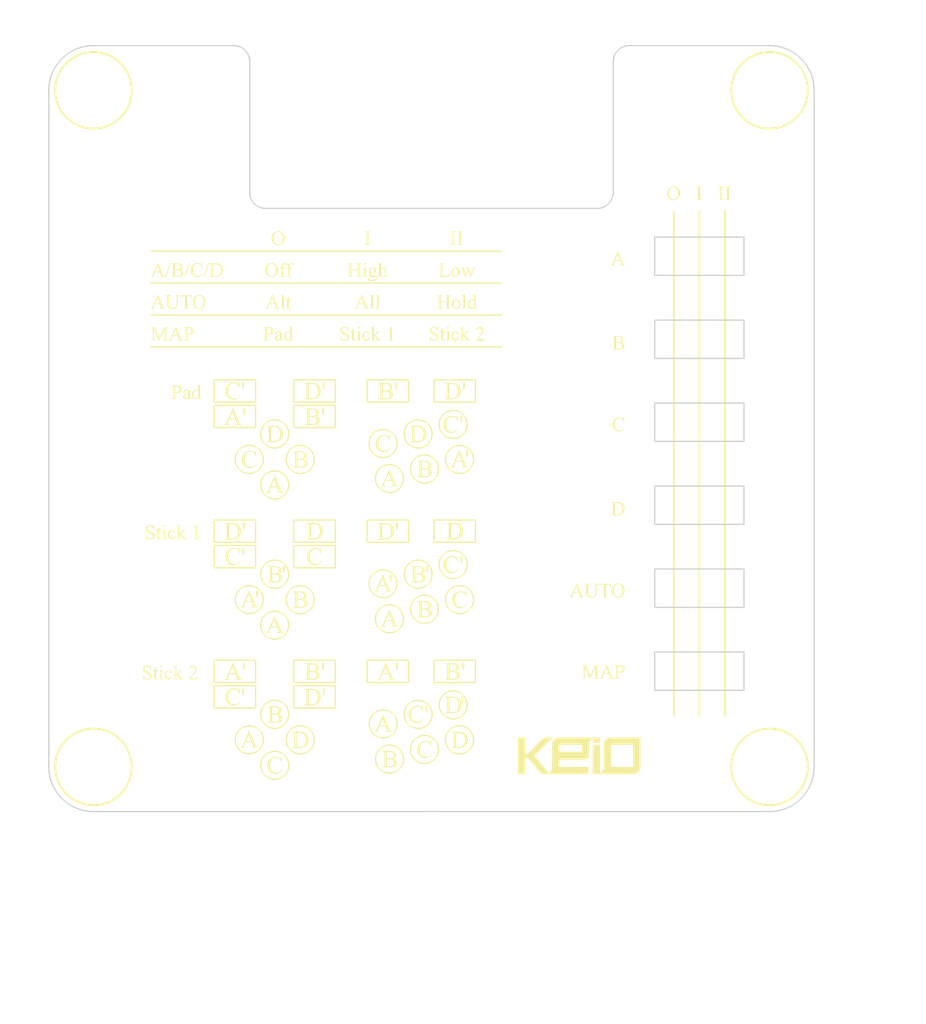
<source format=kicad_pcb>
(kicad_pcb (version 20240108) (generator "pcbnew") (generator_version "8.0")
  (layers (0 "F.Cu" signal) (31 "B.Cu" signal) (34 "B.Paste" user) (35 "F.Paste" user) (36 "B.SilkS" user "B.Silkscreen") (37 "F.SilkS" user "F.Silkscreen") (38 "B.Mask" user) (39 "F.Mask" user) (44 "Edge.Cuts" user))
  (net 0 "")
  (footprint "MountingHole:MountingHole_3.2mm_M3" (layer "F.Cu") (at 131.5 96.5)
    (property "Reference" "H102" (hide yes))
    (property "Value" "MountingHole")
    (pad "" np_thru_hole circle (at 0 0) (size 3.2 3.2) (drill 3.2) (layers "*.Cu" "*.Mask"))
  )
  (footprint "MountingHole:MountingHole_3.2mm_M3" (layer "F.Cu") (at 78.5 96.5)
    (property "Reference" "H103" (hide yes))
    (property "Value" "MountingHole")
    (pad "" np_thru_hole circle (at 0 0) (size 3.2 3.2) (drill 3.2) (layers "*.Cu" "*.Mask"))
  )
  (footprint "MountingHole:MountingHole_3.2mm_M3" (layer "F.Cu") (at 78.5 43.5)
    (property "Reference" "H104" (hide yes))
    (property "Value" "MountingHole")
    (pad "" np_thru_hole circle (at 0 0) (size 3.2 3.2) (drill 3.2) (layers "*.Cu" "*.Mask"))
  )
  (footprint "MountingHole:MountingHole_3.2mm_M3" (layer "F.Cu") (at 131.5 43.5)
    (property "Reference" "H101" (hide yes))
    (property "Value" "MountingHole")
    (pad "" np_thru_hole circle (at 0 0) (size 3.2 3.2) (drill 3.2) (layers "*.Cu" "*.Mask"))
  )
  (gr_poly (pts (xy 116.765992 82.999998) (xy 116.776907 83.025203) (xy 116.787555 83.048107) (xy 116.797934 83.068709) (xy 116.808045 83.08701) (xy 116.813 83.095297) (xy 116.817887 83.10301) (xy 116.822707 83.110147) (xy 116.827459 83.116709) (xy 116.832145 83.122696) (xy 116.836762 83.128107) (xy 116.841313 83.132944) (xy 116.845795 83.137206) (xy 116.850456 83.140976) (xy 116.855335 83.144535) (xy 116.860433 83.147881) (xy 116.865748 83.151016) (xy 116.871282 83.153938) (xy 116.877034 83.156649) (xy 116.883004 83.159148) (xy 116.889193 83.161435) (xy 116.8956 83.163509) (xy 116.902226 83.165372) (xy 116.909069 83.167024) (xy 116.916131 83.168463) (xy 116.923412 83.16969) (xy 116.930911 83.170706) (xy 116.938628 83.17151) (xy 116.946564 83.172102) (xy 116.946564 83.200804) (xy 116.531861 83.200804) (xy 116.531861 83.172102) (xy 116.54692 83.17112) (xy 116.553968 83.170453) (xy 116.560694 83.169671) (xy 116.5671 83.168772) (xy 116.573184 83.167756) (xy 116.578947 83.166624) (xy 116.584389 83.165375) (xy 116.58951 83.16401) (xy 116.59431 83.162529) (xy 116.598789 83.160931) (xy 116.602946 83.159217) (xy 116.606782 83.157387) (xy 116.610297 83.15544) (xy 116.613491 83.153377) (xy 116.616364 83.151198) (xy 116.619089 83.148942) (xy 116.621638 83.146624) (xy 116.624011 83.144247) (xy 116.626209 83.141808) (xy 116.628231 83.139308) (xy 116.630077 83.136748) (xy 116.631748 83.134127) (xy 116.633242 83.131445) (xy 116.634561 83.128703) (xy 116.635705 83.125899) (xy 116.636672 83.123035) (xy 116.637463 83.12011) (xy 116.638079 83.117124) (xy 116.638519 83.114077) (xy 116.638783 83.11097) (xy 116.638871 83.107802) (xy 116.63875 83.103384) (xy 116.638387 83.098658) (xy 116.637781 83.093623) (xy 116.636934 83.088278) (xy 116.635844 83.082625) (xy 116.634512 83.076663) (xy 116.632938 83.070392) (xy 116.631121 83.063813) (xy 116.629063 83.056924) (xy 116.626761 83.049727) (xy 116.624218 83.042221) (xy 116.621432 83.034406) (xy 116.615133 83.01785) (xy 116.607865 83.00006) (xy 116.544327 82.848738) (xy 116.137376 82.848738) (xy 116.066071 83.014632) (xy 116.059886 83.02945) (xy 116.054524 83.043302) (xy 116.049987 83.056189) (xy 116.046275 83.06811) (xy 116.043387 83.079065) (xy 116.042252 83.084181) (xy 116.041324 83.089055) (xy 116.040602 83.093688) (xy 116.040086 83.09808) (xy 116.039777 83.10223) (xy 116.039674 83.106139) (xy 116.039762 83.109119) (xy 116.040025 83.112056) (xy 116.040465 83.114951) (xy 116.041081 83.117803) (xy 116.041872 83.120614) (xy 116.04284 83.123381) (xy 116.043983 83.126107) (xy 116.045302 83.12879) (xy 116.046797 83.131431) (xy 116.048467 83.13403) (xy 116.050314 83.136587) (xy 116.052336 83.139102) (xy 116.054533 83.141575) (xy 116.056907 83.144005) (xy 116.059456 83.146394) (xy 116.06218 83.148741) (xy 116.065285 83.150919) (xy 116.068802 83.153001) (xy 116.072732 83.154986) (xy 116.077075 83.156875) (xy 116.08183 83.158668) (xy 116.086998 83.160365) (xy 116.092579 83.161965) (xy 116.098572 83.16347) (xy 116.104979 83.164878) (xy 116.111798 83.16619) (xy 116.119029 83.167406) (xy 116.126673 83.168525) (xy 116.13473 83.169548) (xy 116.1432 83.170476) (xy 116.152083 83.171307) (xy 116.161378 83.172041) (xy 116.161378 83.200743) (xy 115.830384 83.200743) (xy 115.830384 83.172041) (xy 115.846132 83.169031) (xy 115.860427 83.165804) (xy 115.86703 83.164108) (xy 115.87327 83.162358) (xy 115.879146 83.160553) (xy 115.88466 83.158694) (xy 115.889809 83.156779) (xy 115.894596 83.154811) (xy 115.899019 83.152787) (xy 115.903078 83.150708) (xy 115.906774 83.148575) (xy 115.910107 83.146386) (xy 115.913075 83.144143) (xy 115.915681 83.141844) (xy 115.920652 83.136895) (xy 115.925691 83.131346) (xy 115.930797 83.125198) (xy 115.935971 83.11845) (xy 115.941211 83.111102) (xy 115.946519 83.103154) (xy 115.951893 83.094606) (xy 115.957335 83.085459) (xy 115.962844 83.075712) (xy 115.96842 83.065365) (xy 115.974063 83.054419) (xy 115.979773 83.042873) (xy 115.985549 83.030727) (xy 115.991393 83.017981) (xy 115.997304 83.004636) (xy 116.003281 82.990691) (xy 116.088488 82.791335) (xy 116.161423 82.791335) (xy 116.522629 82.791335) (xy 116.344346 82.36656) (xy 116.161423 82.791335) (xy 116.088488 82.791335) (xy 116.373017 82.125624) (xy 116.400117 82.125624)) (stroke (width -0.000001)) (fill solid) (layer "F.SilkS"))
  (gr_poly (pts (xy 91.326377 82.692751) (xy 91.331524 82.693084) (xy 91.336552 82.693637) (xy 91.341462 82.694413) (xy 91.346254 82.69541) (xy 91.350927 82.696628) (xy 91.355482 82.698068) (xy 91.359919 82.699729) (xy 91.364237 82.701612) (xy 91.368438 82.703716) (xy 91.372519 82.706042) (xy 91.376483 82.708589) (xy 91.380328 82.711357) (xy 91.384055 82.714347) (xy 91.387663 82.717559) (xy 91.391153 82.720991) (xy 91.394591 82.724493) (xy 91.397807 82.728135) (xy 91.400802 82.731917) (xy 91.403574 82.735839) (xy 91.406125 82.739901) (xy 91.408454 82.744103) (xy 91.410562 82.748445) (xy 91.412447 82.752927) (xy 91.414111 82.757549) (xy 91.415553 82.762312) (xy 91.416773 82.767214) (xy 91.417771 82.772257) (xy 91.418548 82.77744) (xy 91.419102 82.782763) (xy 91.419435 82.788226) (xy 91.419546 82.793829) (xy 91.41945 82.798603) (xy 91.419162 82.804174) (xy 91.418008 82.817712) (xy 91.416086 82.834441) (xy 91.413395 82.854364) (xy 91.409934 82.877478) (xy 91.405705 82.903786) (xy 91.400707 82.933286) (xy 91.394939 82.965979) (xy 91.34383 83.245016) (xy 91.302187 83.245062) (xy 91.251074 82.965079) (xy 91.241551 82.911633) (xy 91.237809 82.888458) (xy 91.234748 82.867648) (xy 91.232367 82.849204) (xy 91.230666 82.833124) (xy 91.229645 82.819408) (xy 91.229305 82.808058) (xy 91.229401 82.800619) (xy 91.22969 82.793438) (xy 91.23017 82.786517) (xy 91.230843 82.779854) (xy 91.231708 82.77345) (xy 91.232765 82.767305) (xy 91.234015 82.761419) (xy 91.235457 82.755792) (xy 91.237091 82.750423) (xy 91.238917 82.745314) (xy 91.240936 82.740463) (xy 91.243146 82.735871) (xy 91.245549 82.731538) (xy 91.248145 82.727464) (xy 91.250932 82.723648) (xy 91.253912 82.720091) (xy 91.257058 82.716767) (xy 91.260345 82.713657) (xy 91.263772 82.710761) (xy 91.26734 82.70808) (xy 91.271048 82.705614) (xy 91.274896 82.703362) (xy 91.278885 82.701325) (xy 91.283015 82.699502) (xy 91.287285 82.697894) (xy 91.291696 82.6965) (xy 91.296247 82.695321) (xy 91.300939 82.694356) (xy 91.305771 82.693605) (xy 91.310744 82.693069) (xy 91.315858 82.692748) (xy 91.321112 82.692641)) (stroke (width -0.000001)) (fill solid) (layer "F.SilkS"))
  (gr_poly (pts (xy 106.945335 54.579849) (xy 106.907341 54.579849) (xy 106.89944 54.579998) (xy 106.891811 54.580443) (xy 106.884454 54.581185) (xy 106.877369 54.582224) (xy 106.870555 54.58356) (xy 106.864014 54.585192) (xy 106.857744 54.587122) (xy 106.851746 54.589348) (xy 106.846019 54.591871) (xy 106.840565 54.594691) (xy 106.835382 54.597808) (xy 106.830471 54.601221) (xy 106.825832 54.604932) (xy 106.821465 54.608939) (xy 106.817369 54.613243) (xy 106.813545 54.617844) (xy 106.811198 54.621215) (xy 106.809001 54.625131) (xy 106.806956 54.629593) (xy 106.805063 54.634601) (xy 106.80332 54.640153) (xy 106.801729 54.646252) (xy 106.80029 54.652895) (xy 106.799002 54.660084) (xy 106.797865 54.667818) (xy 106.79688 54.676098) (xy 106.796046 54.684923) (xy 106.795364 54.694293) (xy 106.794834 54.704209) (xy 106.794455 54.71467) (xy 106.794227 54.725677) (xy 106.794151 54.737228) (xy 106.794151 55.416245) (xy 106.794309 55.43535) (xy 106.794783 55.452763) (xy 106.795573 55.468481) (xy 106.796679 55.482506) (xy 106.798099 55.494837) (xy 106.799835 55.505474) (xy 106.801887 55.514418) (xy 106.80303 55.518254) (xy 106.804253 55.521668) (xy 106.805316 55.52407) (xy 106.806509 55.526429) (xy 106.807832 55.528746) (xy 106.809285 55.53102) (xy 106.810868 55.533251) (xy 106.81258 55.53544) (xy 106.814423 55.537585) (xy 106.816395 55.539688) (xy 106.818497 55.541748) (xy 106.820729 55.543765) (xy 106.82309 55.545739) (xy 106.825582 55.54767) (xy 106.828203 55.549558) (xy 106.830954 55.551402) (xy 106.833835 55.553204) (xy 106.836845 55.554962) (xy 106.841023 55.557215) (xy 106.845232 55.559323) (xy 106.849471 55.561285) (xy 106.85374 55.563102) (xy 106.858039 55.564773) (xy 106.862369 55.566299) (xy 106.86673 55.567679) (xy 106.87112 55.568914) (xy 106.875542 55.570004) (xy 106.879993 55.570948) (xy 106.884475 55.571747) (xy 106.888988 55.572401) (xy 106.89353 55.572909) (xy 106.898103 55.573272) (xy 106.902707 55.57349) (xy 106.907341 55.573563) (xy 106.945335 55.573578) (xy 106.945335 55.602264) (xy 106.494972 55.602264) (xy 106.494972 55.573563) (xy 106.532173 55.573563) (xy 106.540171 55.573414) (xy 106.547891 55.572969) (xy 106.555333 55.572227) (xy 106.562497 55.571188) (xy 106.569383 55.569852) (xy 106.575991 55.56822) (xy 106.582321 55.56629) (xy 106.588373 55.564064) (xy 106.594147 55.561541) (xy 106.599643 55.558721) (xy 106.604861 55.555604) (xy 106.609801 55.552191) (xy 106.614462 55.54848) (xy 106.618846 55.544473) (xy 106.622951 55.540169) (xy 106.626778 55.535568) (xy 106.629031 55.532197) (xy 106.631139 55.52828) (xy 106.633101 55.523819) (xy 106.634918 55.518811) (xy 106.636589 55.513259) (xy 106.638115 55.50716) (xy 106.639495 55.500517) (xy 106.64073 55.493328) (xy 106.64182 55.485594) (xy 106.642764 55.477314) (xy 106.643563 55.468489) (xy 106.644216 55.459119) (xy 106.644725 55.449203) (xy 106.645088 55.438742) (xy 106.645306 55.427735) (xy 106.645378 55.416184) (xy 106.645378 54.737167) (xy 106.64522 54.718062) (xy 106.644746 54.700649) (xy 106.643956 54.684931) (xy 106.642851 54.670906) (xy 106.64143 54.658575) (xy 106.639694 54.647938) (xy 106.637643 54.638994) (xy 106.636499 54.635158) (xy 106.635277 54.631744) (xy 106.634216 54.629342) (xy 106.633032 54.626983) (xy 106.631725 54.624666) (xy 106.630293 54.622392) (xy 106.628738 54.620161) (xy 106.627059 54.617972) (xy 106.625257 54.615827) (xy 106.623331 54.613724) (xy 106.621282 54.611664) (xy 106.619109 54.609647) (xy 106.616812 54.607673) (xy 106.614392 54.605742) (xy 106.611849 54.603854) (xy 106.609182 54.60201) (xy 106.606391 54.600208) (xy 106.603477 54.59845) (xy 106.599202 54.596197) (xy 106.594903 54.594089) (xy 106.590579 54.592127) (xy 106.586231 54.59031) (xy 106.581859 54.588639) (xy 106.577463 54.587113) (xy 106.573042 54.585733) (xy 106.568598 54.584498) (xy 106.564129 54.583408) (xy 106.559636 54.582464) (xy 106.555119 54.581665) (xy 106.550578 54.581011) (xy 106.546013 54.580503) (xy 106.541424 54.58014) (xy 106.53681 54.579922) (xy 106.532173 54.579849) (xy 106.494972 54.579849) (xy 106.494972 54.551148) (xy 106.945335 54.551148)) (stroke (width -0.000001)) (fill solid) (layer "F.SilkS"))
  (gr_poly (pts (xy 101.353731 77.406483) (xy 101.419187 77.409542) (xy 101.480325 77.41464) (xy 101.537145 77.421778) (xy 101.563935 77.426112) (xy 101.589646 77.430955) (xy 101.614277 77.436309) (xy 101.637828 77.442172) (xy 101.6603 77.448546) (xy 101.681693 77.455429) (xy 101.702006 77.462822) (xy 101.721239 77.470725) (xy 101.739817 77.479223) (xy 101.75793 77.488401) (xy 101.775577 77.498259) (xy 101.792758 77.508797) (xy 101.809473 77.520014) (xy 101.825722 77.531912) (xy 101.841506 77.544489) (xy 101.856823 77.557746) (xy 101.871675 77.571683) (xy 101.886061 77.5863) (xy 101.899981 77.601597) (xy 101.913435 77.617573) (xy 101.926424 77.634229) (xy 101.938946 77.651566) (xy 101.951003 77.669582) (xy 101.962593 77.688277) (xy 101.973711 77.707498) (xy 101.984112 77.727088) (xy 101.993795 77.747048) (xy 102.002761 77.767377) (xy 102.011009 77.788076) (xy 102.018541 77.809145) (xy 102.025355 77.830583) (xy 102.031451 77.852391) (xy 102.036831 77.874568) (xy 102.041493 77.897114) (xy 102.045438 77.92003) (xy 102.048665 77.943316) (xy 102.051176 77.966971) (xy 102.052969 77.990995) (xy 102.054045 78.015389) (xy 102.054403 78.040153) (xy 102.053767 78.073269) (xy 102.05186 78.105698) (xy 102.04868 78.13744) (xy 102.044229 78.168495) (xy 102.038505 78.198863) (xy 102.03151 78.228544) (xy 102.023243 78.257538) (xy 102.013705 78.285844) (xy 102.002894 78.313463) (xy 101.990811 78.340396) (xy 101.977457 78.36664) (xy 101.96283 78.392198) (xy 101.946932 78.417068) (xy 101.929762 78.441252) (xy 101.91132 78.464747) (xy 101.891605 78.487556) (xy 101.868024 78.511839) (xy 101.84295 78.534556) (xy 101.816381 78.555706) (xy 101.78832 78.575289) (xy 101.758764 78.593306) (xy 101.727715 78.609755) (xy 101.695172 78.624639) (xy 101.661135 78.637955) (xy 101.625605 78.649705) (xy 101.588581 78.659888) (xy 101.550063 78.668504) (xy 101.510051 78.675554) (xy 101.468546 78.681037) (xy 101.425547 78.684954) (xy 101.381054 78.687303) (xy 101.335068 78.688087) (xy 100.761486 78.688094) (xy 100.761486 78.653098) (xy 100.809761 78.653098) (xy 100.819751 78.652895) (xy 100.829371 78.652285) (xy 100.838622 78.651269) (xy 100.847503 78.649847) (xy 100.856014 78.648018) (xy 100.864155 78.645782) (xy 100.871927 78.64314) (xy 100.879329 78.640092) (xy 100.886361 78.636637) (xy 100.893023 78.632776) (xy 100.899316 78.628508) (xy 100.905239 78.623834) (xy 100.910792 78.618754) (xy 100.915976 78.613267) (xy 100.92079 78.607373) (xy 100.925234 78.601073) (xy 100.927756 78.596871) (xy 100.930115 78.592062) (xy 100.932311 78.586646) (xy 100.934345 78.580625) (xy 100.936216 78.573997) (xy 100.937924 78.566763) (xy 100.93947 78.558923) (xy 100.940852 78.550476) (xy 100.942073 78.541424) (xy 100.94313 78.531765) (xy 100.944025 78.521501) (xy 100.944757 78.51063) (xy 100.945326 78.499154) (xy 100.945733 78.487072) (xy 100.945977 78.474383) (xy 100.946058 78.461089) (xy 100.946058 77.632484) (xy 100.945644 77.603856) (xy 100.944402 77.578036) (xy 100.943471 77.566179) (xy 100.942332 77.555024) (xy 100.940986 77.544571) (xy 100.939434 77.534821) (xy 100.937674 77.525772) (xy 100.935707 77.517426) (xy 100.933533 77.509782) (xy 100.931822 77.504791) (xy 101.127777 77.504791) (xy 101.127779 78.595397) (xy 101.157224 78.601612) (xy 101.185456 78.606997) (xy 101.212476 78.611554) (xy 101.238282 78.615282) (xy 101.262876 78.618182) (xy 101.286257 78.620253) (xy 101.308426 78.621495) (xy 101.329382 78.621909) (xy 101.356538 78.621307) (xy 101.38311 78.6195) (xy 101.409098 78.616489) (xy 101.434502 78.612273) (xy 101.459321 78.606853) (xy 101.483557 78.600228) (xy 101.507208 78.592399) (xy 101.530275 78.583365) (xy 101.552758 78.573126) (xy 101.574657 78.561683) (xy 101.595971 78.549035) (xy 101.616702 78.535183) (xy 101.636848 78.520126) (xy 101.656411 78.503864) (xy 101.675389 78.486398) (xy 101.693783 78.467727) (xy 101.711319 78.448026) (xy 101.727723 78.427468) (xy 101.742997 78.406053) (xy 101.757139 78.38378) (xy 101.770149 78.36065) (xy 101.782029 78.336663) (xy 101.792776 78.311819) (xy 101.802393 78.286117) (xy 101.810878 78.259558) (xy 101.818232 78.232142) (xy 101.824454 78.203868) (xy 101.829546 78.174737) (xy 101.833505 78.14475) (xy 101.836334 78.113905) (xy 101.838031 78.082203) (xy 101.838596 78.049644) (xy 101.838031 78.016858) (xy 101.836334 77.984952) (xy 101.833505 77.953926) (xy 101.829546 77.923779) (xy 101.824454 77.894511) (xy 101.818232 77.866123) (xy 101.810878 77.838614) (xy 101.802393 77.811984) (xy 101.792776 77.786234) (xy 101.782029 77.761363) (xy 101.770149 77.737372) (xy 101.757139 77.71426) (xy 101.742997 77.692028) (xy 101.727723 77.670675) (xy 101.711319 77.650201) (xy 101.693783 77.630607) (xy 101.675359 77.612052) (xy 101.656292 77.594695) (xy 101.636582 77.578535) (xy 101.616228 77.563572) (xy 101.595231 77.549806) (xy 101.573591 77.537237) (xy 101.551308 77.525865) (xy 101.528381 77.51569) (xy 101.504811 77.506712) (xy 101.480598 77.498932) (xy 101.455741 77.492348) (xy 101.430241 77.486962) (xy 101.404098 77.482772) (xy 101.377311 77.47978) (xy 101.349881 77.477984) (xy 101.321808 77.477386) (xy 101.300142 77.477814) (xy 101.277737 77.479098) (xy 101.254592 77.481239) (xy 101.230708 77.484236) (xy 101.206085 77.48809) (xy 101.180722 77.4928) (xy 101.154619 77.498367) (xy 101.127777 77.504791) (xy 100.931822 77.504791) (xy 100.931153 77.50284) (xy 100.928565 77.4966) (xy 100.92577 77.491062) (xy 100.922768 77.486226) (xy 100.919559 77.482093) (xy 100.914805 77.47705) (xy 100.909769 77.472333) (xy 100.904452 77.467941) (xy 100.898854 77.463874) (xy 100.892975 77.460133) (xy 100.886815 77.456717) (xy 100.880375 77.453626) (xy 100.873653 77.450861) (xy 100.866651 77.448421) (xy 100.859367 77.446307) (xy 100.851803 77.444518) (xy 100.843957 77.443054) (xy 100.835831 77.441916) (xy 100.827424 77.441102) (xy 100.818736 77.440614) (xy 100.809767 77.440452) (xy 100.761492 77.440452) (xy 100.761492 77.405463) (xy 101.283957 77.405463)) (stroke (width -0.000001)) (fill solid) (layer "F.SilkS"))
  (gr_poly (pts (xy 107.473991 54.579849) (xy 107.435997 54.579849) (xy 107.428096 54.579998) (xy 107.420467 54.580443) (xy 107.41311 54.581185) (xy 107.406025 54.582224) (xy 107.399211 54.58356) (xy 107.39267 54.585192) (xy 107.3864 54.587122) (xy 107.380402 54.589348) (xy 107.374675 54.591871) (xy 107.369221 54.594691) (xy 107.364038 54.597808) (xy 107.359127 54.601221) (xy 107.354488 54.604932) (xy 107.350121 54.608939) (xy 107.346025 54.613243) (xy 107.342201 54.617844) (xy 107.339854 54.621215) (xy 107.337657 54.625131) (xy 107.335612 54.629593) (xy 107.333719 54.634601) (xy 107.331976 54.640153) (xy 107.330385 54.646252) (xy 107.328946 54.652895) (xy 107.327658 54.660084) (xy 107.326521 54.667818) (xy 107.325536 54.676098) (xy 107.324702 54.684923) (xy 107.32402 54.694293) (xy 107.32349 54.704209) (xy 107.323111 54.71467) (xy 107.322883 54.725677) (xy 107.322807 54.737228) (xy 107.322807 55.416245) (xy 107.322965 55.43535) (xy 107.323439 55.452763) (xy 107.324229 55.468481) (xy 107.325335 55.482506) (xy 107.326755 55.494837) (xy 107.328491 55.505474) (xy 107.330543 55.514418) (xy 107.331686 55.518254) (xy 107.332909 55.521668) (xy 107.333972 55.52407) (xy 107.335165 55.526429) (xy 107.336488 55.528746) (xy 107.337941 55.53102) (xy 107.339524 55.533251) (xy 107.341236 55.53544) (xy 107.343079 55.537585) (xy 107.345051 55.539688) (xy 107.347153 55.541748) (xy 107.349385 55.543765) (xy 107.351746 55.545739) (xy 107.354238 55.54767) (xy 107.356859 55.549558) (xy 107.35961 55.551402) (xy 107.362491 55.553204) (xy 107.365501 55.554962) (xy 107.369679 55.557215) (xy 107.373888 55.559323) (xy 107.378127 55.561285) (xy 107.382396 55.563102) (xy 107.386695 55.564773) (xy 107.391025 55.566299) (xy 107.395386 55.567679) (xy 107.399776 55.568914) (xy 107.404198 55.570004) (xy 107.408649 55.570948) (xy 107.413131 55.571747) (xy 107.417644 55.572401) (xy 107.422186 55.572909) (xy 107.426759 55.573272) (xy 107.431363 55.57349) (xy 107.435997 55.573563) (xy 107.473991 55.573578) (xy 107.473991 55.602264) (xy 107.023628 55.602264) (xy 107.023628 55.573563) (xy 107.060829 55.573563) (xy 107.068827 55.573414) (xy 107.076547 55.572969) (xy 107.083989 55.572227) (xy 107.091153 55.571188) (xy 107.098039 55.569852) (xy 107.104647 55.56822) (xy 107.110977 55.56629) (xy 107.117029 55.564064) (xy 107.122803 55.561541) (xy 107.128299 55.558721) (xy 107.133517 55.555604) (xy 107.138457 55.552191) (xy 107.143118 55.54848) (xy 107.147502 55.544473) (xy 107.151607 55.540169) (xy 107.155434 55.535568) (xy 107.157687 55.532197) (xy 107.159795 55.52828) (xy 107.161757 55.523819) (xy 107.163574 55.518811) (xy 107.165245 55.513259) (xy 107.166771 55.50716) (xy 107.168151 55.500517) (xy 107.169386 55.493328) (xy 107.170476 55.485594) (xy 107.17142 55.477314) (xy 107.172219 55.468489) (xy 107.172872 55.459119) (xy 107.173381 55.449203) (xy 107.173744 55.438742) (xy 107.173962 55.427735) (xy 107.174034 55.416184) (xy 107.174034 54.737167) (xy 107.173876 54.718062) (xy 107.173402 54.700649) (xy 107.172612 54.684931) (xy 107.171507 54.670906) (xy 107.170086 54.658575) (xy 107.16835 54.647938) (xy 107.166299 54.638994) (xy 107.165155 54.635158) (xy 107.163933 54.631744) (xy 107.162872 54.629342) (xy 107.161688 54.626983) (xy 107.160381 54.624666) (xy 107.158949 54.622392) (xy 107.157394 54.620161) (xy 107.155715 54.617972) (xy 107.153913 54.615827) (xy 107.151987 54.613724) (xy 107.149938 54.611664) (xy 107.147765 54.609647) (xy 107.145468 54.607673) (xy 107.143048 54.605742) (xy 107.140505 54.603854) (xy 107.137838 54.60201) (xy 107.135047 54.600208) (xy 107.132133 54.59845) (xy 107.127858 54.596197) (xy 107.123559 54.594089) (xy 107.119235 54.592127) (xy 107.114887 54.59031) (xy 107.110515 54.588639) (xy 107.106119 54.587113) (xy 107.101698 54.585733) (xy 107.097254 54.584498) (xy 107.092785 54.583408) (xy 107.088292 54.582464) (xy 107.083775 54.581665) (xy 107.079234 54.581011) (xy 107.074669 54.580503) (xy 107.07008 54.58014) (xy 107.065466 54.579922) (xy 107.060829 54.579849) (xy 107.023628 54.579849) (xy 107.023628 54.551148) (xy 107.473991 54.551148)) (stroke (width -0.000001)) (fill solid) (layer "F.SilkS"))
  (gr_poly (pts (xy 92.239361 62.051608) (xy 92.271831 62.05299) (xy 92.302435 62.055294) (xy 92.331175 62.058519) (xy 92.358049 62.062666) (xy 92.383059 62.067736) (xy 92.394864 62.070617) (xy 92.406204 62.073728) (xy 92.417077 62.07707) (xy 92.427484 62.080642) (xy 92.437559 62.084387) (xy 92.447434 62.088447) (xy 92.457109 62.092822) (xy 92.466584 62.097511) (xy 92.475859 62.102515) (xy 92.484934 62.107834) (xy 92.493809 62.113468) (xy 92.502484 62.119417) (xy 92.51096 62.12568) (xy 92.519235 62.132259) (xy 92.52731 62.139152) (xy 92.535186 62.146361) (xy 92.542862 62.153884) (xy 92.550338 62.161722) (xy 92.557614 62.169876) (xy 92.564691 62.178344) (xy 92.571448 62.18707) (xy 92.577769 62.195995) (xy 92.583654 62.205119) (xy 92.589104 62.214442) (xy 92.594117 62.223965) (xy 92.598695 62.233687) (xy 92.602836 62.243609) (xy 92.606542 62.25373) (xy 92.609811 62.264051) (xy 92.612645 62.274572) (xy 92.615043 62.285292) (xy 92.617004 62.296211) (xy 92.61853 62.307331) (xy 92.61962 62.31865) (xy 92.620274 62.330169) (xy 92.620492 62.341888) (xy 92.620159 62.357785) (xy 92.619159 62.373306) (xy 92.617493 62.388452) (xy 92.615161 62.403223) (xy 92.612162 62.417618) (xy 92.608496 62.431637) (xy 92.604165 62.445281) (xy 92.599167 62.458549) (xy 92.593503 62.471442) (xy 92.587172 62.483959) (xy 92.580175 62.496101) (xy 92.572512 62.507867) (xy 92.564182 62.519258) (xy 92.555186 62.530274) (xy 92.545524 62.540913) (xy 92.535195 62.551178) (xy 92.524357 62.560937) (xy 92.512968 62.570066) (xy 92.501028 62.578566) (xy 92.488536 62.586437) (xy 92.475495 62.593678) (xy 92.461902 62.600289) (xy 92.447758 62.606271) (xy 92.433064 62.611623) (xy 92.417818 62.616346) (xy 92.402022 62.620439) (xy 92.385675 62.623903) (xy 92.368777 62.626736) (xy 92.351329 62.628941) (xy 92.333329 62.630515) (xy 92.314779 62.63146) (xy 92.295678 62.631775) (xy 92.28608 62.631697) (xy 92.276289 62.631462) (xy 92.266304 62.631072) (xy 92.256126 62.630525) (xy 92.245755 62.629822) (xy 92.23519 62.628961) (xy 92.224431 62.627944) (xy 92.213479 62.62677) (xy 92.202333 62.625419) (xy 92.190993 62.623871) (xy 92.179459 62.622128) (xy 92.167731 62.620189) (xy 92.15581 62.618054) (xy 92.143694 62.615723) (xy 92.131385 62.613196) (xy 92.119035 62.610506) (xy 92.119035 62.916229) (xy 92.119374 62.939854) (xy 92.120391 62.96113) (xy 92.121154 62.970887) (xy 92.122086 62.980058) (xy 92.123188 62.988641) (xy 92.124459 62.996637) (xy 92.1259 63.004046) (xy 92.127511 63.010868) (xy 92.12929 63.017103) (xy 92.13124 63.022751) (xy 92.133359 63.027812) (xy 92.135647 63.032286) (xy 92.138105 63.036174) (xy 92.140733 63.039474) (xy 92.144538 63.043604) (xy 92.148579 63.047467) (xy 92.152854 63.051064) (xy 92.157365 63.054394) (xy 92.162111 63.057458) (xy 92.167092 63.060256) (xy 92.172309 63.062787) (xy 92.17776 63.065052) (xy 92.183447 63.06705) (xy 92.189368 63.068782) (xy 92.195525 63.070247) (xy 92.201917 63.071446) (xy 92.208544 63.072379) (xy 92.215407 63.073045) (xy 92.222504 63.073444) (xy 92.229836 63.073577) (xy 92.270135 63.073577) (xy 92.270135 63.102264) (xy 91.819772 63.102264) (xy 91.819772 63.073562) (xy 91.859269 63.073562) (xy 91.867459 63.073393) (xy 91.87535 63.072884) (xy 91.882944 63.072037) (xy 91.89024 63.07085) (xy 91.897238 63.069324) (xy 91.903938 63.06746) (xy 91.910341 63.065256) (xy 91.916446 63.062713) (xy 91.922253 63.059831) (xy 91.927762 63.056611) (xy 91.932974 63.053051) (xy 91.937888 63.049152) (xy 91.942504 63.044914) (xy 91.946823 63.040337) (xy 91.950844 63.035421) (xy 91.954568 63.030166) (xy 91.956446 63.026908) (xy 91.958202 63.023134) (xy 91.959837 63.018845) (xy 91.961352 63.014041) (xy 91.962744 63.008722) (xy 91.964016 63.002888) (xy 91.965167 62.996539) (xy 91.966196 62.989675) (xy 91.967104 62.982296) (xy 91.967891 62.974401) (xy 91.968557 62.965991) (xy 91.969102 62.957066) (xy 91.969526 62.947626) (xy 91.969829 62.937671) (xy 91.97001 62.9272) (xy 91.970071 62.916214) (xy 91.970071 62.565841) (xy 92.119035 62.565841) (xy 92.139002 62.569563) (xy 92.157807 62.572738) (xy 92.175451 62.575364) (xy 92.191934 62.577438) (xy 92.199739 62.578376) (xy 92.207253 62.579189) (xy 92.214476 62.579876) (xy 92.221409 62.580438) (xy 92.228051 62.580875) (xy 92.234402 62.581187) (xy 92.240462 62.581374) (xy 92.246232 62.581436) (xy 92.256219 62.581194) (xy 92.266031 62.580467) (xy 92.275668 62.579257) (xy 92.285129 62.577562) (xy 92.294415 62.575382) (xy 92.303525 62.572719) (xy 92.31246 62.569571) (xy 92.321219 62.565939) (xy 92.329804 62.561822) (xy 92.338212 62.557221) (xy 92.346445 62.552135) (xy 92.354503 62.546565) (xy 92.362386 62.54051) (xy 92.370093 62.533971) (xy 92.377624 62.526948) (xy 92.38498 62.519439) (xy 92.392113 62.511447) (xy 92.398785 62.503169) (xy 92.404998 62.494608) (xy 92.41075 62.485762) (xy 92.416041 62.476632) (xy 92.420873 62.467218) (xy 92.425244 62.457519) (xy 92.429155 62.447536) (xy 92.432606 62.437269) (xy 92.435597 62.426717) (xy 92.438128 62.415881) (xy 92.440198 62.404761) (xy 92.441809 62.393356) (xy 92.442959 62.381667) (xy 92.443649 62.369694) (xy 92.443879 62.357437) (xy 92.44377 62.34895) (xy 92.443443 62.340542) (xy 92.442898 62.332213) (xy 92.442135 62.323963) (xy 92.441154 62.315791) (xy 92.439956 62.307698) (xy 92.438539 62.299683) (xy 92.436904 62.291748) (xy 92.435051 62.283891) (xy 92.43298 62.276112) (xy 92.430692 62.268412) (xy 92.428185 62.260791) (xy 92.42546 62.253249) (xy 92.422518 62.245785) (xy 92.419357 62.2384) (xy 92.415978 62.231094) (xy 92.4124 62.22385) (xy 92.408639 62.216843) (xy 92.404697 62.21007) (xy 92.400572 62.203534) (xy 92.396265 62.197233) (xy 92.391776 62.191168) (xy 92.387106 62.185339) (xy 92.382253 62.179746) (xy 92.377218 62.174389) (xy 92.372001 62.169267) (xy 92.366602 62.164382) (xy 92.361021 62.159732) (xy 92.355258 62.155318) (xy 92.349313 62.151141) (xy 92.343186 62.147199) (xy 92.336877 62.143493) (xy 92.330423 62.139921) (xy 92.32386 62.136579) (xy 92.317189 62.133468) (xy 92.31041 62.130587) (xy 92.303522 62.127937) (xy 92.296526 62.125517) (xy 92.289421 62.123328) (xy 92.282208 62.12137) (xy 92.274887 62.119642) (xy 92.267458 62.118144) (xy 92.25992 62.116877) (xy 92.252274 62.115841) (xy 92.244519 62.115035) (xy 92.236656 62.114459) (xy 92.228685 62.114113) (xy 92.220605 62.113998) (xy 92.210379 62.114228) (xy 92.199448 62.114916) (xy 92.187812 62.116064) (xy 92.175471 62.117672) (xy 92.162426 62.119738) (xy 92.148677 62.122264) (xy 92.134223 62.125248) (xy 92.119065 62.128692) (xy 92.119035 62.565841) (xy 91.970071 62.565841) (xy 91.970071 62.237197) (xy 91.969744 62.213573) (xy 91.968765 62.192296) (xy 91.967132 62.173369) (xy 91.966071 62.164786) (xy 91.964847 62.156789) (xy 91.963459 62.14938) (xy 91.961908 62.142558) (xy 91.960194 62.136323) (xy 91.958316 62.130675) (xy 91.956276 62.125614) (xy 91.954072 62.12114) (xy 91.951704 62.117253) (xy 91.949174 62.113952) (xy 91.945284 62.109823) (xy 91.941163 62.105959) (xy 91.936812 62.102362) (xy 91.932231 62.099032) (xy 91.927419 62.095968) (xy 91.922377 62.09317) (xy 91.917104 62.090639) (xy 91.911601 62.088375) (xy 91.905867 62.086376) (xy 91.899903 62.084645) (xy 91.893709 62.083179) (xy 91.887284 62.08198) (xy 91.880628 62.081048) (xy 91.873741 62.080382) (xy 91.866624 62.079982) (xy 91.859277 62.079849) (xy 91.819779 62.079849) (xy 91.819779 62.051147) (xy 92.205026 62.051147)) (stroke (width -0.000001)) (fill solid) (layer "F.SilkS"))
  (gr_poly (pts (xy 108.4571 60.320938) (xy 108.457412 60.377286) (xy 108.458349 60.42152) (xy 108.459053 60.439094) (xy 108.459913 60.453641) (xy 108.46093 60.465158) (xy 108.462105 60.473648) (xy 108.46288 60.476972) (xy 108.463707 60.480169) (xy 108.464585 60.48324) (xy 108.465515 60.486185) (xy 108.466497 60.489002) (xy 108.46753 60.491694) (xy 108.468615 60.494258) (xy 108.469751 60.496696) (xy 108.470939 60.499007) (xy 108.472179 60.501192) (xy 108.473471 60.50325) (xy 108.474814 60.505182) (xy 108.476209 60.506987) (xy 108.477656 60.508665) (xy 108.479155 60.510217) (xy 108.480705 60.511642) (xy 108.482371 60.512961) (xy 108.484066 60.514196) (xy 108.48579 60.515345) (xy 108.487544 60.516409) (xy 108.489327 60.517387) (xy 108.49114 60.518281) (xy 108.492982 60.51909) (xy 108.494854 60.519813) (xy 108.496756 60.520452) (xy 108.498687 60.521005) (xy 108.500648 60.521473) (xy 108.502639 60.521856) (xy 108.50466 60.522154) (xy 108.506711 60.522367) (xy 108.508792 60.522494) (xy 108.510902 60.522537) (xy 108.513569 60.522485) (xy 108.516346 60.522331) (xy 108.519231 60.522073) (xy 108.522226 60.521713) (xy 108.525331 60.521249) (xy 108.528545 60.520682) (xy 108.531868 60.520012) (xy 108.535301 60.519239) (xy 108.538844 60.518363) (xy 108.542495 60.517383) (xy 108.546256 60.516301) (xy 108.550127 60.515115) (xy 108.558197 60.512433) (xy 108.566704 60.509338) (xy 108.575706 60.536438) (xy 108.364861 60.624038) (xy 108.329155 60.624038) (xy 108.328987 60.52243) (xy 108.32251 60.529101) (xy 108.31605 60.535534) (xy 108.309607 60.541731) (xy 108.303181 60.54769) (xy 108.296773 60.553413) (xy 108.290382 60.558898) (xy 108.284009 60.564147) (xy 108.277653 60.569158) (xy 108.271314 60.573933) (xy 108.264993 60.57847) (xy 108.25869 60.582771) (xy 108.252405 60.586835) (xy 108.246137 60.590662) (xy 108.239887 60.594253) (xy 108.233654 60.597606) (xy 108.22744 60.600723) (xy 108.22121 60.603544) (xy 108.214919 60.606184) (xy 108.208567 60.608641) (xy 108.202154 60.610917) (xy 108.195681 60.61301) (xy 108.189147 60.614921) (xy 108.182553 60.616651) (xy 108.175898 60.618198) (xy 108.169182 60.619563) (xy 108.162405 60.620746) (xy 108.155568 60.621748) (xy 108.148671 60.622567) (xy 108.141713 60.623204) (xy 108.134694 60.623659) (xy 108.127615 60.623932) (xy 108.120476 60.624023) (xy 108.106057 60.623645) (xy 108.091868 60.622509) (xy 108.07791 60.620616) (xy 108.064182 60.617967) (xy 108.050684 60.61456) (xy 108.037417 60.610396) (xy 108.024379 60.605475) (xy 108.011572 60.599798) (xy 107.998995 60.593363) (xy 107.986648 60.586172) (xy 107.974531 60.578224) (xy 107.962644 60.569518) (xy 107.950987 60.560056) (xy 107.93956 60.549838) (xy 107.928363 60.538862) (xy 107.917397 60.52713) (xy 107.906884 60.514701) (xy 107.89705 60.501844) (xy 107.887894 60.488557) (xy 107.879416 60.474841) (xy 107.871617 60.460696) (xy 107.864496 60.446122) (xy 107.858054 60.431118) (xy 107.852289 60.415685) (xy 107.847203 60.399823) (xy 107.842795 60.383531) (xy 107.839066 60.36681) (xy 107.836014 60.34966) (xy 107.833641 60.33208) (xy 107.831945 60.314071) (xy 107.830928 60.295632) (xy 107.830589 60.276764) (xy 107.830965 60.257778) (xy 107.832091 60.238998) (xy 107.833967 60.220424) (xy 107.834687 60.215393) (xy 107.972496 60.215393) (xy 107.972762 60.23468) (xy 107.973562 60.253399) (xy 107.974894 60.271549) (xy 107.976759 60.289129) (xy 107.979157 60.306141) (xy 107.982088 60.322583) (xy 107.985551 60.338456) (xy 107.989548 60.353759) (xy 107.994077 60.368494) (xy 107.999139 60.382659) (xy 108.004734 60.396254) (xy 108.010862 60.40928) (xy 108.017523 60.421736) (xy 108.024717 60.433623) (xy 108.032443 60.44494) (xy 108.040703 60.455688) (xy 108.049289 60.465727) (xy 108.057997 60.475118) (xy 108.066826 60.483861) (xy 108.075776 60.491957) (xy 108.084848 60.499405) (xy 108.09404 60.506206) (xy 108.103354 60.512359) (xy 108.112789 60.517864) (xy 108.122346 60.522721) (xy 108.132023 60.526931) (xy 108.141822 60.530493) (xy 108.151742 60.533408) (xy 108.161783 60.535675) (xy 108.171946 60.537294) (xy 108.18223 60.538265) (xy 108.192635 60.538589) (xy 108.201429 60.538314) (xy 108.210187 60.537488) (xy 108.21891 60.536111) (xy 108.227597 60.534183) (xy 108.236248 60.531705) (xy 108.244863 60.528676) (xy 108.253443 60.525096) (xy 108.261988 60.520965) (xy 108.270496 60.516284) (xy 108.27897 60.511052) (xy 108.287407 60.505269) (xy 108.29581 60.498935) (xy 108.304176 60.492051) (xy 108.312507 60.484616) (xy 108.320803 60.47663) (xy 108.329063 60.468093) (xy 108.328987 60.468124) (xy 108.328987 60.102249) (xy 108.328291 60.095696) (xy 108.327455 60.089217) (xy 108.32648 60.08281) (xy 108.325365 60.076476) (xy 108.32411 60.070216) (xy 108.322716 60.064028) (xy 108.321183 60.057912) (xy 108.31951 60.05187) (xy 108.317697 60.0459) (xy 108.315744 60.040003) (xy 108.313652 60.034179) (xy 108.31142 60.028428) (xy 108.309048 60.022749) (xy 108.306536 60.017143) (xy 108.303885 60.01161) (xy 108.301094 60.006149) (xy 108.298135 60.000809) (xy 108.295053 59.995639) (xy 108.291849 59.990638) (xy 108.288523 59.985807) (xy 108.285075 59.981145) (xy 108.281505 59.976653) (xy 108.277813 59.972331) (xy 108.273998 59.968177) (xy 108.270062 59.964194) (xy 108.266004 59.96038) (xy 108.261824 59.956735) (xy 108.257522 59.95326) (xy 108.253099 59.949954) (xy 108.248553 59.946818) (xy 108.243886 59.943852) (xy 108.239098 59.941055) (xy 108.234355 59.93833) (xy 108.229624 59.935781) (xy 108.224906 59.933408) (xy 108.2202 59.93121) (xy 108.215507 59.929188) (xy 108.210826 59.927342) (xy 108.206158 59.925672) (xy 108.201502 59.924177) (xy 108.196858 59.922858) (xy 108.192227 59.921715) (xy 108.187608 59.920747) (xy 108.183001 59.919956) (xy 108.178406 59.91934) (xy 108.173824 59.9189) (xy 108.169254 59.918636) (xy 108.164696 59.918548) (xy 108.156227 59.918787) (xy 108.147874 59.919504) (xy 108.139635 59.9207) (xy 108.131511 59.922373) (xy 108.123502 59.924525) (xy 108.115608 59.927155) (xy 108.107829 59.930263) (xy 108.100164 59.933849) (xy 108.092615 59.937913) (xy 108.085181 59.942456) (xy 108.077862 59.947476) (xy 108.070658 59.952975) (xy 108.063568 59.958952) (xy 108.056594 59.965407) (xy 108.049735 59.97234) (xy 108.042992 59.979751) (xy 108.034455 59.990116) (xy 108.026469 60.001062) (xy 108.019034 60.01259) (xy 108.01215 60.0247) (xy 108.005816 60.037392) (xy 108.000033 60.050666) (xy 107.994801 60.064521) (xy 107.99012 60.078958) (xy 107.985989 60.093977) (xy 107.982409 60.109577) (xy 107.97938 60.125759) (xy 107.976902 60.142523) (xy 107.974974 60.159868) (xy 107.973598 60.177795) (xy 107.972771 60.196303) (xy 107.972496 60.215393) (xy 107.834687 60.215393) (xy 107.836595 60.202056) (xy 107.839973 60.183895) (xy 107.844102 60.165939) (xy 107.848982 60.148189) (xy 107.854612 60.130645) (xy 107.860994 60.113308) (xy 107.868126 60.096176) (xy 107.876009 60.07925) (xy 107.884643 60.06253) (xy 107.894028 60.046016) (xy 107.904164 60.029708) (xy 107.915051 60.013607) (xy 107.926689 59.997711) (xy 107.938918 59.982315) (xy 107.951576 59.967912) (xy 107.964664 59.954502) (xy 107.978182 59.942087) (xy 107.992131 59.930664) (xy 108.006509 59.920235) (xy 108.021318 59.910799) (xy 108.036556 59.902357) (xy 108.052225 59.894908) (xy 108.068324 59.888452) (xy 108.084854 59.882989) (xy 108.101814 59.87852) (xy 108.119204 59.875044) (xy 108.137025 59.872561) (xy 108.155276 59.871071) (xy 108.173958 59.870575) (xy 108.185555 59.870808) (xy 108.196898 59.871507) (xy 108.207987 59.872673) (xy 108.218821 59.874305) (xy 108.229401 59.876404) (xy 108.239727 59.878969) (xy 108.249798 59.882) (xy 108.259615 59.885498) (xy 108.269177 59.889462) (xy 108.278485 59.893892) (xy 108.287539 59.898789) (xy 108.296337 59.904152) (xy 108.304882 59.909981) (xy 108.313171 59.916277) (xy 108.321207 59.923039) (xy 108.328987 59.930267) (xy 108.328987 59.79927) (xy 108.328612 59.744282) (xy 108.328144 59.721183) (xy 108.327488 59.701015) (xy 108.326645 59.683778) (xy 108.325614 59.669473) (xy 108.324396 59.658099) (xy 108.32299 59.649658) (xy 108.322333 59.64624) (xy 108.321616 59.642961) (xy 108.320837 59.639821) (xy 108.319998 59.63682) (xy 108.319098 59.633959) (xy 108.318137 59.631236) (xy 108.317115 59.628653) (xy 108.316032 59.626209) (xy 108.314889 59.623904) (xy 108.313685 59.621738) (xy 108.31242 59.619711) (xy 108.311094 59.617823) (xy 108.309708 59.616075) (xy 108.30826 59.614465) (xy 108.306752 59.612995) (xy 108.305183 59.611663) (xy 108.303609 59.610441) (xy 108.301985 59.609297) (xy 108.300314 59.608232) (xy 108.298594 59.607246) (xy 108.296826 59.606339) (xy 108.29501 59.60551) (xy 108.293145 59.60476) (xy 108.291231 59.604089) (xy 108.289269 59.603497) (xy 108.287259 59.602984) (xy 108.2852 59.60255) (xy 108.283093 59.602194) (xy 108.280937 59.601918) (xy 108.278732 59.60172) (xy 108.276479 59.601602) (xy 108.274178 59.601562) (xy 108.2716 59.601611) (xy 108.268921 59.601756) (xy 108.26614 59.601998) (xy 108.263257 59.602337) (xy 108.260271 59.602774) (xy 108.257184 59.603307) (xy 108.253994 59.603937) (xy 108.250702 59.604663) (xy 108.247308 59.605487) (xy 108.243811 59.606408) (xy 108.240212 59.607426) (xy 108.236511 59.60854) (xy 108.228801 59.61106) (xy 108.22068 59.613968) (xy 108.210579 59.586868) (xy 108.422203 59.500061) (xy 108.4571 59.500061)) (stroke (width -0.000001)) (fill solid) (layer "F.SilkS"))
  (gr_poly (pts (xy 90.24152 90.340838) (xy 90.246667 90.34117) (xy 90.251695 90.341724) (xy 90.256605 90.342499) (xy 90.261397 90.343496) (xy 90.266071 90.344715) (xy 90.270626 90.346154) (xy 90.275062 90.347816) (xy 90.279381 90.349699) (xy 90.283581 90.351803) (xy 90.287663 90.354128) (xy 90.291626 90.356675) (xy 90.295471 90.359444) (xy 90.299198 90.362434) (xy 90.302806 90.365645) (xy 90.306296 90.369078) (xy 90.309735 90.37258) (xy 90.312951 90.376222) (xy 90.315945 90.380003) (xy 90.318718 90.383925) (xy 90.321269 90.387987) (xy 90.323598 90.392189) (xy 90.325705 90.396531) (xy 90.327591 90.401013) (xy 90.329255 90.405635) (xy 90.330696 90.410396) (xy 90.331916 90.415298) (xy 90.332915 90.42034) (xy 90.333691 90.425522) (xy 90.334246 90.430844) (xy 90.334578 90.436306) (xy 90.334689 90.441908) (xy 90.334593 90.446682) (xy 90.334305 90.452253) (xy 90.333151 90.465791) (xy 90.331229 90.482521) (xy 90.328538 90.502444) (xy 90.325078 90.525559) (xy 90.320849 90.551868) (xy 90.31585 90.58137) (xy 90.310083 90.614065) (xy 90.258972 90.893111) (xy 90.217327 90.893149) (xy 90.166217 90.613157) (xy 90.156693 90.559716) (xy 90.152951 90.536543) (xy 90.14989 90.515734) (xy 90.147509 90.49729) (xy 90.145808 90.48121) (xy 90.144787 90.467495) (xy 90.144447 90.456145) (xy 90.144543 90.448707) (xy 90.144832 90.441527) (xy 90.145312 90.434607) (xy 90.145985 90.427945) (xy 90.14685 90.421542) (xy 90.147908 90.415397) (xy 90.149157 90.409511) (xy 90.150599 90.403884) (xy 90.152233 90.398516) (xy 90.154059 90.393406) (xy 90.156078 90.388555) (xy 90.158289 90.383962) (xy 90.160692 90.379628) (xy 90.163287 90.375553) (xy 90.166074 90.371736) (xy 90.169054 90.368178) (xy 90.172201 90.364853) (xy 90.175488 90.361743) (xy 90.178915 90.358848) (xy 90.182483 90.356167) (xy 90.186192 90.353701) (xy 90.19004 90.351449) (xy 90.19403 90.349412) (xy 90.19816 90.347589) (xy 90.20243 90.34598) (xy 90.206841 90.344587) (xy 90.211392 90.343407) (xy 90.216084 90.342442) (xy 90.220916 90.341692) (xy 90.225888 90.341156) (xy 90.231001 90.340834) (xy 90.236255 90.340727)) (stroke (width -0.000001)) (fill solid) (layer "F.SilkS"))
  (gr_poly (pts (xy 89.971241 66.815079) (xy 89.941898 66.815079) (xy 89.934367 66.791033) (xy 89.926444 66.767844) (xy 89.918129 66.745512) (xy 89.909422 66.724037) (xy 89.900323 66.703419) (xy 89.890832 66.683659) (xy 89.88095 66.664756) (xy 89.870675 66.64671) (xy 89.860008 66.629521) (xy 89.84895 66.613189) (xy 89.8375 66.597715) (xy 89.825657 66.583098) (xy 89.813423 66.569338) (xy 89.800797 66.556436) (xy 89.787778 66.544391) (xy 89.774368 66.533203) (xy 89.760592 66.522781) (xy 89.746476 66.51303) (xy 89.73202 66.503952) (xy 89.717223 66.495547) (xy 89.702087 66.487813) (xy 89.68661 66.480753) (xy 89.670793 66.474364) (xy 89.654637 66.468648) (xy 89.638139 66.463605) (xy 89.621302 66.459233) (xy 89.604125 66.455535) (xy 89.586607 66.452509) (xy 89.56875 66.450155) (xy 89.550552 66.448474) (xy 89.532014 66.447465) (xy 89.513136 66.447128) (xy 89.49726 66.447383) (xy 89.481576 66.448148) (xy 89.466085 66.449423) (xy 89.450786 66.451208) (xy 89.435679 66.453503) (xy 89.420764 66.456308) (xy 89.406041 66.459622) (xy 89.391511 66.463447) (xy 89.377173 66.467781) (xy 89.363027 66.472625) (xy 89.349074 66.47798) (xy 89.335313 66.483844) (xy 89.321744 66.490217) (xy 89.308367 66.497101) (xy 89.295183 66.504495) (xy 89.28219 66.512398) (xy 89.269464 66.52074) (xy 89.257079 66.529689) (xy 89.245033 66.539243) (xy 89.233327 66.549404) (xy 89.221962 66.56017) (xy 89.210937 66.571542) (xy 89.200252 66.583521) (xy 89.189907 66.596105) (xy 89.179902 66.609295) (xy 89.170238 66.623091) (xy 89.160913 66.637493) (xy 89.151929 66.6525) (xy 89.143285 66.668114) (xy 89.134981 66.684334) (xy 89.127017 66.701159) (xy 89.119393 66.71859) (xy 89.112287 66.736597) (xy 89.10564 66.755142) (xy 89.09945 66.774228) (xy 89.09372 66.793852) (xy 89.088448 66.814016) (xy 89.083634 66.834719) (xy 89.079278 66.855962) (xy 89.075382 66.877744) (xy 89.071943 66.900065) (xy 89.068963 66.922926) (xy 89.066442 66.946326) (xy 89.064379 66.970266) (xy 89.062774 66.994745) (xy 89.061628 67.019764) (xy 89.06094 67.045321) (xy 89.060711 67.071419) (xy 89.060929 67.092992) (xy 89.061583 67.114203) (xy 89.062674 67.135052) (xy 89.064201 67.155539) (xy 89.066164 67.175664) (xy 89.068564 67.195427) (xy 89.071399 67.214828) (xy 89.074672 67.233868) (xy 89.07838 67.252545) (xy 89.082524 67.270861) (xy 89.087105 67.288814) (xy 89.092123 67.306406) (xy 89.097576 67.323636) (xy 89.103466 67.340504) (xy 89.109792 67.35701) (xy 89.116554 67.373154) (xy 89.123753 67.388884) (xy 89.131388 67.404148) (xy 89.139459 67.418947) (xy 89.147966 67.43328) (xy 89.15691 67.447147) (xy 89.166289 67.460548) (xy 89.176106 67.473484) (xy 89.186358 67.485954) (xy 89.197047 67.497959) (xy 89.208172 67.509498) (xy 89.219733 67.520571) (xy 89.231731 67.531179) (xy 89.244164 67.541321) (xy 89.257034 67.550998) (xy 89.270341 67.560209) (xy 89.284083 67.568955) (xy 89.298285 67.577203) (xy 89.31273 67.584919) (xy 89.327419 67.592102) (xy 89.342352 67.598754) (xy 89.35753 67.604873) (xy 89.372951 67.61046) (xy 89.388616 67.615515) (xy 89.404525 67.620037) (xy 89.420679 67.624028) (xy 89.437076 67.627486) (xy 89.453717 67.630412) (xy 89.470602 67.632806) (xy 89.487732 67.634668) (xy 89.505105 67.635998) (xy 89.522722 67.636796) (xy 89.540584 67.637062) (xy 89.556086 67.636855) (xy 89.57136 67.636235) (xy 89.586404 67.6352) (xy 89.601219 67.633752) (xy 89.615804 67.63189) (xy 89.630161 67.629614) (xy 89.644288 67.626924) (xy 89.658186 67.62382) (xy 89.671855 67.620303) (xy 89.685294 67.616372) (xy 89.698504 67.612026) (xy 89.711485 67.607267) (xy 89.724237 67.602094) (xy 89.73676 67.596507) (xy 89.749053 67.590506) (xy 89.761117 67.584091) (xy 89.773141 67.576942) (xy 89.785312 67.568973) (xy 89.797631 67.560183) (xy 89.810098 67.550573) (xy 89.822713 67.540143) (xy 89.835476 67.528892) (xy 89.848387 67.516821) (xy 89.861446 67.50393) (xy 89.874652 67.490219) (xy 89.888007 67.475687) (xy 89.901509 67.460335) (xy 89.915159 67.444163) (xy 89.928957 67.42717) (xy 89.942903 67.409357) (xy 89.956997 67.390723) (xy 89.971239 67.371269) (xy 90.000581 67.39019) (xy 89.988387 67.411232) (xy 89.975942 67.431557) (xy 89.963246 67.451166) (xy 89.950298 67.470057) (xy 89.937099 67.488232) (xy 89.923649 67.50569) (xy 89.909947 67.522431) (xy 89.895993 67.538455) (xy 89.881789 67.553763) (xy 89.867332 67.568353) (xy 89.852625 67.582227) (xy 89.837666 67.595385) (xy 89.822456 67.607825) (xy 89.806994 67.619549) (xy 89.791281 67.630556) (xy 89.775316 67.640846) (xy 89.759037 67.650468) (xy 89.742381 67.659469) (xy 89.725348 67.667849) (xy 89.707937 67.675609) (xy 89.69015 67.682748) (xy 89.671985 67.689266) (xy 89.653443 67.695164) (xy 89.634524 67.700441) (xy 89.615229 67.705097) (xy 89.595555 67.709132) (xy 89.575505 67.712546) (xy 89.555078 67.71534) (xy 89.534274 67.717513) (xy 89.513092 67.719065) (xy 89.491534 67.719996) (xy 89.469598 67.720307) (xy 89.430289 67.719383) (xy 89.392104 67.716612) (xy 89.355042 67.711993) (xy 89.319105 67.705527) (xy 89.284292 67.697213) (xy 89.250603 67.687052) (xy 89.218037 67.675043) (xy 89.186596 67.661187) (xy 89.156278 67.645484) (xy 89.127085 67.627933) (xy 89.099015 67.608535) (xy 89.07207 67.587289) (xy 89.046248 67.564196) (xy 89.02155 67.539256) (xy 88.997977 67.512468) (xy 88.975527 67.483833) (xy 88.95971 67.461598) (xy 88.944914 67.438875) (xy 88.931138 67.415665) (xy 88.918383 67.391966) (xy 88.906648 67.36778) (xy 88.895933 67.343105) (xy 88.886239 67.317943) (xy 88.877565 67.292294) (xy 88.869912 67.266156) (xy 88.863279 67.239531) (xy 88.857667 67.212417) (xy 88.853075 67.184816) (xy 88.849504 67.156728) (xy 88.846952 67.128151) (xy 88.845422 67.099087) (xy 88.844912 67.069534) (xy 88.845248 67.045655) (xy 88.846257 67.022019) (xy 88.84794 66.998627) (xy 88.850295 66.975479) (xy 88.853323 66.952574) (xy 88.857024 66.929913) (xy 88.861398 66.907495) (xy 88.866444 66.885322) (xy 88.872164 66.863392) (xy 88.878556 66.841706) (xy 88.885622 66.820264) (xy 88.89336 66.799066) (xy 88.901771 66.778112) (xy 88.910855 66.757401) (xy 88.920612 66.736935) (xy 88.931042 66.716713) (xy 88.942059 66.696897) (xy 88.95358 66.677651) (xy 88.965603 66.658973) (xy 88.978129 66.640865) (xy 88.991159 66.623325) (xy 89.00469 66.606354) (xy 89.018725 66.589952) (xy 89.033263 66.57412) (xy 89.048303 66.558856) (xy 89.063847 66.544161) (xy 89.079893 66.530036) (xy 89.096442 66.516479) (xy 89.113493 66.503491) (xy 89.131048 66.491072) (xy 89.149105 66.479222) (xy 89.167665 66.467941) (xy 89.186703 66.457174) (xy 89.205954 66.447101) (xy 89.22542 66.437723) (xy 89.245101 66.42904) (xy 89.264996 66.421052) (xy 89.285105 66.413758) (xy 89.305429 66.407159) (xy 89.325967 66.401255) (xy 89.34672 66.396045) (xy 89.367687 66.391531) (xy 89.388869 66.38771) (xy 89.410264 66.384585) (xy 89.431875 66.382154) (xy 89.4537 66.380418) (xy 89.475739 66.379376) (xy 89.497993 66.379029) (xy 89.51537 66.379295) (xy 89.532717 66.380092) (xy 89.550035 66.381422) (xy 89.567323 66.383284) (xy 89.584582 66.385678) (xy 89.601811 66.388604) (xy 89.619011 66.392062) (xy 89.636181 66.396053) (xy 89.653321 66.400575) (xy 89.670432 66.405629) (xy 89.687513 66.411215) (xy 89.704565 66.417334) (xy 89.721587 66.423984) (xy 89.73858 66.431167) (xy 89.755543 66.438882) (xy 89.772476 66.447128) (xy 89.782059 66.452008) (xy 89.790933 66.456236) (xy 89.799096 66.459815) (xy 89.80655 66.462743) (xy 89.810011 66.463963) (xy 89.813294 66.465021) (xy 89.816399 66.465915) (xy 89.819328 66.466647) (xy 89.822078 66.467217) (xy 89.824652 66.467624) (xy 89.827047 66.467868) (xy 89.829266 66.467949) (xy 89.832434 66.467879) (xy 89.835551 66.467668) (xy 89.838616 66.467317) (xy 89.84163 66.466826) (xy 89.844591 66.466194) (xy 89.847501 66.465422) (xy 89.850359 66.46451) (xy 89.853165 66.463457) (xy 89.85592 66.462264) (xy 89.858623 66.460931) (xy 89.861274 66.459457) (xy 89.863873 66.457843) (xy 89.866421 66.456088) (xy 89.868917 66.454193) (xy 89.871361 66.452158) (xy 89.873754 66.449982) (xy 89.876774 66.446709) (xy 89.879684 66.443281) (xy 89.882483 66.439699) (xy 89.885171 66.435961) (xy 89.887748 66.432069) (xy 89.890215 66.428023) (xy 89.89257 66.423821) (xy 89.894814 66.419465) (xy 89.896947 66.414954) (xy 89.89897 66.410289) (xy 89.900881 66.405468) (xy 89.902682 66.400493) (xy 89.904371 66.395363) (xy 89.90595 66.390078) (xy 89.907418 66.384638) (xy 89.908774 66.379044) (xy 89.941898 66.379029)) (stroke (width -0.000001)) (fill solid) (layer "F.SilkS"))
  (gr_poly (pts (xy 94.768411 93.228819) (xy 94.826615 93.233277) (xy 94.88398 93.24062) (xy 94.940434 93.250773) (xy 94.995904 93.263665) (xy 95.050319 93.279221) (xy 95.103605 93.29737) (xy 95.155689 93.318039) (xy 95.206501 93.341155) (xy 95.255965 93.366645) (xy 95.304012 93.394436) (xy 95.350567 93.424455) (xy 95.395558 93.456631) (xy 95.438912 93.490889) (xy 95.480558 93.527157) (xy 95.520422 93.565363) (xy 95.558433 93.605434) (xy 95.594517 93.647296) (xy 95.628601 93.690877) (xy 95.660614 93.736104) (xy 95.690483 93.782905) (xy 95.718136 93.831207) (xy 95.743498 93.880936) (xy 95.7665 93.93202) (xy 95.787066 93.984387) (xy 95.805126 94.037963) (xy 95.820607 94.092676) (xy 95.833435 94.148453) (xy 95.843539 94.205221) (xy 95.850846 94.262907) (xy 95.855284 94.321439) (xy 95.856779 94.380743) (xy 95.855284 94.440051) (xy 95.850847 94.498592) (xy 95.84354 94.556292) (xy 95.833436 94.613078) (xy 95.820608 94.668878) (xy 95.805127 94.723617) (xy 95.787067 94.777223) (xy 95.766501 94.829623) (xy 95.7435 94.880744) (xy 95.718137 94.930511) (xy 95.690485 94.978854) (xy 95.660616 95.025697) (xy 95.628603 95.070968) (xy 95.594518 95.114594) (xy 95.558434 95.156502) (xy 95.520424 95.196618) (xy 95.48056 95.23487) (xy 95.438914 95.271184) (xy 95.395559 95.305487) (xy 95.350568 95.337706) (xy 95.304013 95.367768) (xy 95.255967 95.395599) (xy 95.206502 95.421127) (xy 95.15569 95.444279) (xy 95.103606 95.46498) (xy 95.05032 95.483159) (xy 94.995905 95.498742) (xy 94.940434 95.511655) (xy 94.88398 95.521827) (xy 94.826615 95.529182) (xy 94.768412 95.533649) (xy 94.709442 95.535155) (xy 94.650476 95.533649) (xy 94.59228 95.529182) (xy 94.534928 95.521827) (xy 94.478492 95.511655) (xy 94.423043 95.498742) (xy 94.368655 95.483159) (xy 94.315398 95.46498) (xy 94.263346 95.444279) (xy 94.212571 95.421127) (xy 94.163144 95.395599) (xy 94.115138 95.367768) (xy 94.068625 95.337706) (xy 94.023677 95.305487) (xy 93.980367 95.271184) (xy 93.938766 95.23487) (xy 93.898948 95.196618) (xy 93.860983 95.156502) (xy 93.824945 95.114594) (xy 93.790904 95.070968) (xy 93.758935 95.025697) (xy 93.729108 94.978854) (xy 93.701496 94.930511) (xy 93.676171 94.880744) (xy 93.653206 94.829623) (xy 93.632672 94.777223) (xy 93.614642 94.723617) (xy 93.599187 94.668878) (xy 93.586381 94.613078) (xy 93.576295 94.556292) (xy 93.569001 94.498592) (xy 93.564572 94.440051) (xy 93.56308 94.380743) (xy 93.663569 94.380743) (xy 93.664927 94.435044) (xy 93.66896 94.488625) (xy 93.675601 94.54142) (xy 93.684785 94.593364) (xy 93.696448 94.64439) (xy 93.710523 94.694433) (xy 93.726946 94.743426) (xy 93.745651 94.791304) (xy 93.766573 94.838002) (xy 93.789646 94.883453) (xy 93.814806 94.927592) (xy 93.841986 94.970352) (xy 93.871123 95.011668) (xy 93.902149 95.051474) (xy 93.935001 95.089704) (xy 93.969613 95.126292) (xy 94.005919 95.161174) (xy 94.043854 95.194281) (xy 94.083353 95.22555) (xy 94.12435 95.254914) (xy 94.166781 95.282307) (xy 94.21058 95.307663) (xy 94.255682 95.330917) (xy 94.302021 95.352002) (xy 94.349532 95.370854) (xy 94.398149 95.387405) (xy 94.447809 95.401591) (xy 94.498444 95.413345) (xy 94.549991 95.422602) (xy 94.602383 95.429295) (xy 94.655555 95.433359) (xy 94.709442 95.434729) (xy 94.763332 95.433359) (xy 94.816512 95.429295) (xy 94.868917 95.422602) (xy 94.920481 95.413345) (xy 94.971139 95.401591) (xy 95.020824 95.387405) (xy 95.069471 95.370854) (xy 95.117015 95.352002) (xy 95.163389 95.330917) (xy 95.208529 95.307663) (xy 95.252368 95.282307) (xy 95.294841 95.254914) (xy 95.335882 95.22555) (xy 95.375425 95.194281) (xy 95.413406 95.161174) (xy 95.449757 95.126292) (xy 95.484414 95.089704) (xy 95.517311 95.051474) (xy 95.548383 95.011668) (xy 95.577562 94.970352) (xy 95.604785 94.927592) (xy 95.629985 94.883453) (xy 95.653096 94.838002) (xy 95.674054 94.791304) (xy 95.692792 94.743426) (xy 95.709244 94.694433) (xy 95.723345 94.64439) (xy 95.73503 94.593364) (xy 95.744232 94.54142) (xy 95.750887 94.488625) (xy 95.754927 94.435044) (xy 95.756289 94.380743) (xy 95.754927 94.326443) (xy 95.750886 94.272863) (xy 95.744232 94.220068) (xy 95.735029 94.168125) (xy 95.723344 94.1171) (xy 95.709243 94.067058) (xy 95.692791 94.018064) (xy 95.674053 93.970186) (xy 95.653095 93.923489) (xy 95.629984 93.878039) (xy 95.604784 93.8339) (xy 95.577561 93.791141) (xy 95.548381 93.749825) (xy 95.51731 93.710019) (xy 95.484413 93.671789) (xy 95.449756 93.635201) (xy 95.413404 93.60032) (xy 95.375424 93.567212) (xy 95.335881 93.535944) (xy 95.29484 93.50658) (xy 95.252367 93.479187) (xy 95.208528 93.453831) (xy 95.163388 93.430577) (xy 95.117014 93.409492) (xy 95.06947 93.39064) (xy 95.020823 93.374089) (xy 94.971138 93.359903) (xy 94.920481 93.348149) (xy 94.868917 93.338892) (xy 94.816512 93.332199) (xy 94.763332 93.328135) (xy 94.709442 93.326765) (xy 94.655555 93.328135) (xy 94.602383 93.332199) (xy 94.549991 93.338892) (xy 94.498445 93.348149) (xy 94.44781 93.359903) (xy 94.39815 93.374088) (xy 94.349533 93.39064) (xy 94.302022 93.409491) (xy 94.255683 93.430576) (xy 94.210581 93.453829) (xy 94.166783 93.479185) (xy 94.124352 93.506578) (xy 94.083354 93.535941) (xy 94.043855 93.56721) (xy 94.00592 93.600317) (xy 93.969614 93.635198) (xy 93.935003 93.671786) (xy 93.902151 93.710016) (xy 93.871124 93.749822) (xy 93.841988 93.791137) (xy 93.814807 93.833897) (xy 93.789647 93.878035) (xy 93.766574 93.923486) (xy 93.745652 93.970183) (xy 93.726947 94.018061) (xy 93.710524 94.067055) (xy 93.696449 94.117097) (xy 93.684786 94.168123) (xy 93.675601 94.220066) (xy 93.66896 94.272861) (xy 93.664927 94.326442) (xy 93.663569 94.380743) (xy 93.56308 94.380743) (xy 93.564572 94.321439) (xy 93.569002 94.262907) (xy 93.576295 94.205221) (xy 93.586382 94.148453) (xy 93.599188 94.092676) (xy 93.614643 94.037963) (xy 93.632673 93.984387) (xy 93.653207 93.93202) (xy 93.676173 93.880936) (xy 93.701497 93.831207) (xy 93.729109 93.782905) (xy 93.758936 93.736104) (xy 93.790906 93.690877) (xy 93.824946 93.647296) (xy 93.860984 93.605434) (xy 93.898949 93.565363) (xy 93.938768 93.527157) (xy 93.980368 93.490889) (xy 94.023679 93.456631) (xy 94.068626 93.424455) (xy 94.115139 93.394436) (xy 94.163145 93.366645) (xy 94.212572 93.341155) (xy 94.263347 93.318039) (xy 94.315399 93.29737) (xy 94.368656 93.279221) (xy 94.423044 93.263665) (xy 94.478493 93.250773) (xy 94.534929 93.24062) (xy 94.592281 93.233277) (xy 94.650476 93.228819) (xy 94.709442 93.227316)) (stroke (width -0.000001)) (fill solid) (layer "F.SilkS"))
  (gr_poly (pts (xy 101.804151 81.444797) (xy 101.809297 81.445129) (xy 101.814326 81.445683) (xy 101.819236 81.446458) (xy 101.824028 81.447455) (xy 101.828701 81.448674) (xy 101.833256 81.450114) (xy 101.837693 81.451775) (xy 101.842011 81.453658) (xy 101.846211 81.455762) (xy 101.850293 81.458087) (xy 101.854256 81.460635) (xy 101.858101 81.463403) (xy 101.861828 81.466393) (xy 101.865437 81.469604) (xy 101.868927 81.473037) (xy 101.872365 81.476533) (xy 101.875582 81.480171) (xy 101.878576 81.483949) (xy 101.881349 81.487867) (xy 101.8839 81.491927) (xy 101.886229 81.496127) (xy 101.888336 81.500468) (xy 101.890222 81.50495) (xy 101.891885 81.509572) (xy 101.893327 81.514336) (xy 101.894547 81.51924) (xy 101.895545 81.524285) (xy 101.896322 81.529471) (xy 101.896876 81.534798) (xy 101.897209 81.540266) (xy 101.89732 81.545875) (xy 101.897224 81.550648) (xy 101.896935 81.55622) (xy 101.895782 81.569757) (xy 101.89386 81.586487) (xy 101.891168 81.606409) (xy 101.887708 81.629524) (xy 101.883479 81.655831) (xy 101.87848 81.685332) (xy 101.872713 81.718024) (xy 101.821604 81.997062) (xy 101.779957 81.997062) (xy 101.728846 81.717078) (xy 101.719322 81.663633) (xy 101.715581 81.640458) (xy 101.71252 81.619649) (xy 101.710139 81.601205) (xy 101.708438 81.585127) (xy 101.707417 81.571413) (xy 101.707077 81.560065) (xy 101.707173 81.552626) (xy 101.707461 81.545446) (xy 101.707942 81.538524) (xy 101.708615 81.531861) (xy 101.70948 81.525457) (xy 101.710537 81.519312) (xy 101.711787 81.513426) (xy 101.713228 81.507798) (xy 101.714862 81.50243) (xy 101.716689 81.49732) (xy 101.718707 81.492468) (xy 101.720918 81.487875) (xy 101.723321 81.483541) (xy 101.725916 81.479466) (xy 101.728704 81.475649) (xy 101.731684 81.472091) (xy 101.734831 81.468772) (xy 101.738118 81.465667) (xy 101.741546 81.462777) (xy 101.745114 81.4601) (xy 101.748822 81.457638) (xy 101.752671 81.45539) (xy 101.756661 81.453356) (xy 101.760791 81.451536) (xy 101.765061 81.449931) (xy 101.769472 81.448539) (xy 101.774023 81.447362) (xy 101.778714 81.446399) (xy 101.783546 81.445649) (xy 101.788519 81.445114) (xy 101.793632 81.444793) (xy 101.798885 81.444686)) (stroke (width -0.000001)) (fill solid) (layer "F.SilkS"))
  (gr_poly (pts (xy 108.42408 57.420853) (xy 108.415793 57.422393) (xy 108.407785 57.42449) (xy 108.400055 57.427145) (xy 108.392603 57.430357) (xy 108.385429 57.434126) (xy 108.378534 57.438452) (xy 108.371917 57.443336) (xy 108.365578 57.448776) (xy 108.359517 57.454774) (xy 108.353735 57.461329) (xy 108.34823 57.468441) (xy 108.343004 57.47611) (xy 108.338056 57.484337) (xy 108.333387 57.493121) (xy 108.328996 57.502461) (xy 108.324883 57.512359) (xy 108.0877 58.123947) (xy 108.055901 58.123947) (xy 107.878395 57.670486) (xy 107.671425 58.123947) (xy 107.642723 58.123947) (xy 107.414833 57.527084) (xy 107.40922 57.513515) (xy 107.403632 57.501109) (xy 107.398069 57.489865) (xy 107.395297 57.484679) (xy 107.39253 57.479784) (xy 107.389771 57.475179) (xy 107.387017 57.470865) (xy 107.38427 57.466841) (xy 107.381529 57.463108) (xy 107.378794 57.459665) (xy 107.376066 57.456513) (xy 107.373344 57.453652) (xy 107.370628 57.45108) (xy 107.367819 57.448594) (xy 107.364816 57.446188) (xy 107.361619 57.443862) (xy 107.358229 57.441615) (xy 107.354644 57.439449) (xy 107.350866 57.437363) (xy 107.346894 57.435356) (xy 107.342728 57.43343) (xy 107.338368 57.431583) (xy 107.333814 57.429815) (xy 107.329067 57.428128) (xy 107.324125 57.42652) (xy 107.31899 57.424991) (xy 107.313661 57.423542) (xy 107.308138 57.422173) (xy 107.302422 57.420883) (xy 107.302696 57.392303) (xy 107.600349 57.392303) (xy 107.600349 57.421005) (xy 107.590509 57.421891) (xy 107.585916 57.422435) (xy 107.581541 57.423048) (xy 107.577384 57.423728) (xy 107.573445 57.424477) (xy 107.569724 57.425293) (xy 107.566221 57.426178) (xy 107.562936 57.42713) (xy 107.559869 57.428151) (xy 107.55702 57.429239) (xy 107.554389 57.430395) (xy 107.551976 57.431619) (xy 107.549781 57.432911) (xy 107.547803 57.434271) (xy 107.546043 57.435699) (xy 107.544541 57.437189) (xy 107.543136 57.438758) (xy 107.541828 57.440405) (xy 107.540616 57.442131) (xy 107.539501 57.443936) (xy 107.538484 57.44582) (xy 107.537563 57.447782) (xy 107.536739 57.449823) (xy 107.536012 57.451943) (xy 107.535383 57.454142) (xy 107.534849 57.45642) (xy 107.534413 57.458777) (xy 107.534074 57.461213) (xy 107.533832 57.463728) (xy 107.533686 57.466321) (xy 107.533638 57.468994) (xy 107.53369 57.472035) (xy 107.533844 57.475154) (xy 107.534102 57.478352) (xy 107.534462 57.481629) (xy 107.534926 57.484984) (xy 107.535493 57.488418) (xy 107.536163 57.491931) (xy 107.536936 57.495523) (xy 107.537812 57.499194) (xy 107.538792 57.502944) (xy 107.539874 57.506772) (xy 107.54106 57.51068) (xy 107.542349 57.514666) (xy 107.543742 57.518732) (xy 107.546837 57.527099) (xy 107.698769 57.935593) (xy 107.851463 57.603058) (xy 107.811165 57.498413) (xy 107.808794 57.492714) (xy 107.806332 57.487239) (xy 107.80378 57.481988) (xy 107.801137 57.476961) (xy 107.798404 57.472158) (xy 107.79558 57.467579) (xy 107.792666 57.463224) (xy 107.789661 57.459093) (xy 107.786566 57.455186) (xy 107.783381 57.451503) (xy 107.780105 57.448044) (xy 107.776738 57.44481) (xy 107.773281 57.441799) (xy 107.769734 57.439013) (xy 107.766096 57.43645) (xy 107.762367 57.434112) (xy 107.760115 57.432784) (xy 107.757633 57.431523) (xy 107.754921 57.430329) (xy 107.751979 57.429203) (xy 107.748808 57.428143) (xy 107.745407 57.427151) (xy 107.741776 57.426225) (xy 107.737915 57.425367) (xy 107.733825 57.424576) (xy 107.729505 57.423852) (xy 107.724956 57.423195) (xy 107.720177 57.422605) (xy 107.715169 57.422081) (xy 107.709932 57.421625) (xy 107.704465 57.421236) (xy 107.698769 57.420914) (xy 107.698769 57.392212) (xy 108.036736 57.392212) (xy 108.036736 57.420914) (xy 108.029887 57.421226) (xy 108.023293 57.421665) (xy 108.016953 57.422231) (xy 108.010866 57.422924) (xy 108.005034 57.423744) (xy 107.999455 57.424691) (xy 107.99413 57.425764) (xy 107.989059 57.426964) (xy 107.984243 57.42829) (xy 107.97968 57.429743) (xy 107.975371 57.431323) (xy 107.971315 57.433029) (xy 107.967514 57.434861) (xy 107.963967 57.43682) (xy 107.960673 57.438905) (xy 107.957634 57.441116) (xy 107.955758 57.442724) (xy 107.954002 57.444447) (xy 107.952367 57.446285) (xy 107.950854 57.448237) (xy 107.949461 57.450305) (xy 107.948189 57.452487) (xy 107.947038 57.454783) (xy 107.946009 57.457195) (xy 107.9451 57.459722) (xy 107.944312 57.462363) (xy 107.943646 57.465119) (xy 107.943101 57.46799) (xy 107.942677 57.470975) (xy 107.942373 57.474076) (xy 107.942192 57.477291) (xy 107.942131 57.480621) (xy 107.942154 57.482561) (xy 107.942225 57.484508) (xy 107.942342 57.486461) (xy 107.942506 57.48842) (xy 107.942717 57.490386) (xy 107.942974 57.492358) (xy 107.943279 57.494336) (xy 107.94363 57.496321) (xy 107.944028 57.498311) (xy 107.944474 57.500308) (xy 107.944965 57.502312) (xy 107.945504 57.504321) (xy 107.94609 57.506337) (xy 107.946722 57.508359) (xy 107.947402 57.510387) (xy 107.948128 57.512421) (xy 108.109352 57.920151) (xy 108.258965 57.527145) (xy 108.262597 57.516936) (xy 108.265745 57.507261) (xy 108.268409 57.498122) (xy 108.27059 57.489517) (xy 108.272286 57.481448) (xy 108.273498 57.473913) (xy 108.273922 57.470346) (xy 108.274225 57.466914) (xy 108.274407 57.463614) (xy 108.274467 57.460449) (xy 108.274407 57.458624) (xy 108.274225 57.456822) (xy 108.273922 57.455043) (xy 108.273498 57.453288) (xy 108.272952 57.451556) (xy 108.272286 57.449848) (xy 108.271498 57.448162) (xy 108.27059 57.446501) (xy 108.26956 57.444862) (xy 108.268409 57.443247) (xy 108.267138 57.441656) (xy 108.265745 57.440088) (xy 108.264231 57.438543) (xy 108.262597 57.437023) (xy 108.260841 57.435525) (xy 108.258965 57.434051) (xy 108.257012 57.43264) (xy 108.25483 57.431307) (xy 108.252416 57.430052) (xy 108.249772 57.428876) (xy 108.246898 57.427777) (xy 108.243793 57.426757) (xy 108.240457 57.425815) (xy 108.236891 57.424951) (xy 108.233094 57.424166) (xy 108.229067 57.423458) (xy 108.224809 57.422829) (xy 108.220321 57.422278) (xy 108.215603 57.421804) (xy 108.210654 57.421409) (xy 108.205475 57.421092) (xy 108.200066 57.420853) (xy 108.200066 57.392151) (xy 108.42408 57.392151)) (stroke (width -0.000001)) (fill solid) (layer "F.SilkS"))
  (gr_line (start 124 53) (end 124 92.5) (stroke (width 0.15)) (layer "F.SilkS"))
  (gr_poly (pts (xy 89.97124 90.7768) (xy 89.941897 90.7768) (xy 89.934366 90.752754) (xy 89.926443 90.729565) (xy 89.918128 90.707233) (xy 89.909421 90.685759) (xy 89.900322 90.665141) (xy 89.890831 90.64538) (xy 89.880949 90.626477) (xy 89.870674 90.608431) (xy 89.860007 90.591242) (xy 89.848949 90.574911) (xy 89.837499 90.559436) (xy 89.825656 90.544819) (xy 89.813422 90.53106) (xy 89.800796 90.518157) (xy 89.787777 90.506112) (xy 89.774367 90.494925) (xy 89.760591 90.484502) (xy 89.746475 90.474752) (xy 89.732019 90.465674) (xy 89.717223 90.457268) (xy 89.702086 90.449535) (xy 89.686609 90.442474) (xy 89.670792 90.436086) (xy 89.654636 90.43037) (xy 89.638138 90.425326) (xy 89.621301 90.420955) (xy 89.604124 90.417256) (xy 89.586606 90.41423) (xy 89.568749 90.411876) (xy 89.550551 90.410195) (xy 89.532013 90.409186) (xy 89.513135 90.40885) (xy 89.497259 90.409105) (xy 89.481575 90.40987) (xy 89.466084 90.411145) (xy 89.450785 90.41293) (xy 89.435678 90.415224) (xy 89.420763 90.418029) (xy 89.406041 90.421344) (xy 89.39151 90.425168) (xy 89.377172 90.429503) (xy 89.363027 90.434347) (xy 89.349073 90.439701) (xy 89.335312 90.445565) (xy 89.321743 90.451939) (xy 89.308366 90.458823) (xy 89.295182 90.466216) (xy 89.282189 90.474119) (xy 89.269463 90.482462) (xy 89.257078 90.49141) (xy 89.245032 90.500965) (xy 89.233326 90.511125) (xy 89.221961 90.521892) (xy 89.210936 90.533264) (xy 89.200251 90.545242) (xy 89.189906 90.557826) (xy 89.179901 90.571016) (xy 89.170237 90.584812) (xy 89.160912 90.599214) (xy 89.151928 90.614222) (xy 89.143284 90.629836) (xy 89.13498 90.646055) (xy 89.127016 90.66288) (xy 89.119392 90.680311) (xy 89.112286 90.698318) (xy 89.105639 90.716864) (xy 89.09945 90.735949) (xy 89.093719 90.755574) (xy 89.088447 90.775738) (xy 89.083633 90.796441) (xy 89.079277 90.817683) (xy 89.075381 90.839465) (xy 89.071942 90.861787) (xy 89.068962 90.884648) (xy 89.066441 90.908048) (xy 89.064378 90.931987) (xy 89.062773 90.956466) (xy 89.061627 90.981485) (xy 89.060939 91.007043) (xy 89.06071 91.03314) (xy 89.060928 91.054713) (xy 89.061582 91.075924) (xy 89.062673 91.096773) (xy 89.0642 91.11726) (xy 89.066163 91.137385) (xy 89.068563 91.157149) (xy 89.071399 91.17655) (xy 89.074671 91.195589) (xy 89.078379 91.214267) (xy 89.082523 91.232582) (xy 89.087104 91.250536) (xy 89.092122 91.268128) (xy 89.097575 91.285357) (xy 89.103465 91.302225) (xy 89.109791 91.318731) (xy 89.116553 91.334875) (xy 89.123752 91.350606) (xy 89.131387 91.36587) (xy 89.139458 91.380669) (xy 89.147965 91.395001) (xy 89.156909 91.408869) (xy 89.166289 91.42227) (xy 89.176105 91.435206) (xy 89.186357 91.447676) (xy 89.197046 91.45968) (xy 89.208171 91.471219) (xy 89.219732 91.482293) (xy 89.23173 91.4929) (xy 89.244163 91.503043) (xy 89.257034 91.512719) (xy 89.27034 91.52193) (xy 89.284082 91.530676) (xy 89.298284 91.538924) (xy 89.312729 91.54664) (xy 89.327418 91.553824) (xy 89.342351 91.560475) (xy 89.357529 91.566594) (xy 89.37295 91.572181) (xy 89.388615 91.577236) (xy 89.404524 91.581759) (xy 89.420678 91.585749) (xy 89.437075 91.589207) (xy 89.453716 91.592134) (xy 89.470601 91.594528) (xy 89.487731 91.59639) (xy 89.505104 91.59772) (xy 89.522721 91.598518) (xy 89.540583 91.598784) (xy 89.556085 91.598577) (xy 89.571359 91.597956) (xy 89.586403 91.596922) (xy 89.601218 91.595473) (xy 89.615803 91.593611) (xy 89.63016 91.591335) (xy 89.644287 91.588646) (xy 89.658185 91.585542) (xy 89.671854 91.582024) (xy 89.685293 91.578093) (xy 89.698503 91.573748) (xy 89.711484 91.568989) (xy 89.724236 91.563816) (xy 89.736759 91.558229) (xy 89.749052 91.552228) (xy 89.761116 91.545813) (xy 89.77314 91.538664) (xy 89.785311 91.530694) (xy 89.79763 91.521904) (xy 89.810097 91.512294) (xy 89.822712 91.501864) (xy 89.835475 91.490614) (xy 89.848386 91.478543) (xy 89.861445 91.465652) (xy 89.874651 91.45194) (xy 89.888006 91.437409) (xy 89.901508 91.422057) (xy 89.915158 91.405884) (xy 89.928956 91.388891) (xy 89.942902 91.371078) (xy 89.956996 91.352445) (xy 89.971238 91.332991) (xy 90.00058 91.351912) (xy 89.988386 91.372954) (xy 89.975941 91.393279) (xy 89.963245 91.412887) (xy 89.950297 91.431779) (xy 89.937098 91.449953) (xy 89.923648 91.467411) (xy 89.909946 91.484152) (xy 89.895992 91.500177) (xy 89.881788 91.515484) (xy 89.867332 91.530075) (xy 89.852624 91.543949) (xy 89.837665 91.557106) (xy 89.822455 91.569547) (xy 89.806993 91.58127) (xy 89.79128 91.592278) (xy 89.775315 91.602568) (xy 89.759036 91.61219) (xy 89.74238 91.621191) (xy 89.725347 91.629571) (xy 89.707936 91.637331) (xy 89.690149 91.64447) (xy 89.671984 91.650988) (xy 89.653442 91.656885) (xy 89.634524 91.662162) (xy 89.615228 91.666818) (xy 89.595555 91.670853) (xy 89.575504 91.674268) (xy 89.555077 91.677061) (xy 89.534273 91.679234) (xy 89.513091 91.680786) (xy 89.491533 91.681718) (xy 89.469597 91.682028) (xy 89.430288 91.681104) (xy 89.392103 91.678333) (xy 89.355041 91.673714) (xy 89.319104 91.667248) (xy 89.284291 91.658934) (xy 89.250602 91.648773) (xy 89.218036 91.636765) (xy 89.186595 91.622909) (xy 89.156277 91.607205) (xy 89.127084 91.589655) (xy 89.099014 91.570256) (xy 89.072069 91.549011) (xy 89.046247 91.525918) (xy 89.021549 91.500978) (xy 88.997976 91.47419) (xy 88.975526 91.445555) (xy 88.959709 91.42332) (xy 88.944913 91.400597) (xy 88.931137 91.377386) (xy 88.918382 91.353688) (xy 88.906647 91.329501) (xy 88.895932 91.304827) (xy 88.886238 91.279665) (xy 88.877564 91.254015) (xy 88.869911 91.227878) (xy 88.863278 91.201252) (xy 88.857666 91.174139) (xy 88.853074 91.146538) (xy 88.849503 91.118449) (xy 88.846951 91.089873) (xy 88.845421 91.060808) (xy 88.844911 91.031256) (xy 88.845247 91.007377) (xy 88.846256 90.983741) (xy 88.847939 90.960349) (xy 88.850294 90.9372) (xy 88.853322 90.914295) (xy 88.857023 90.891634) (xy 88.861397 90.869217) (xy 88.866443 90.847043) (xy 88.872163 90.825113) (xy 88.878555 90.803428) (xy 88.885621 90.781985) (xy 88.893359 90.760787) (xy 88.90177 90.739833) (xy 88.910854 90.719123) (xy 88.920611 90.698657) (xy 88.931041 90.678435) (xy 88.942058 90.658619) (xy 88.953579 90.639372) (xy 88.965602 90.620695) (xy 88.978129 90.602586) (xy 88.991158 90.585046) (xy 89.00469 90.568076) (xy 89.018724 90.551674) (xy 89.033262 90.535841) (xy 89.048302 90.520577) (xy 89.063846 90.505883) (xy 89.079892 90.491757) (xy 89.096441 90.4782) (xy 89.113492 90.465212) (xy 89.131047 90.452794) (xy 89.149104 90.440944) (xy 89.167665 90.429663) (xy 89.186702 90.418895) (xy 89.205953 90.408822) (xy 89.225419 90.399445) (xy 89.2451 90.390761) (xy 89.264995 90.382773) (xy 89.285104 90.375479) (xy 89.305428 90.36888) (xy 89.325966 90.362976) (xy 89.346719 90.357767) (xy 89.367686 90.353252) (xy 89.388868 90.349432) (xy 89.410264 90.346306) (xy 89.431874 90.343875) (xy 89.453699 90.342139) (xy 89.475738 90.341097) (xy 89.497992 90.34075) (xy 89.515369 90.341016) (xy 89.532716 90.341814) (xy 89.550034 90.343144) (xy 89.567322 90.345006) (xy 89.584581 90.3474) (xy 89.60181 90.350326) (xy 89.61901 90.353784) (xy 89.63618 90.357774) (xy 89.65332 90.362296) (xy 89.670431 90.36735) (xy 89.687512 90.372937) (xy 89.704564 90.379055) (xy 89.721586 90.385706) (xy 89.738579 90.392888) (xy 89.755542 90.400603) (xy 89.772475 90.40885) (xy 89.782058 90.413729) (xy 89.790932 90.417958) (xy 89.799095 90.421536) (xy 89.806549 90.424464) (xy 89.81001 90.425685) (xy 89.813293 90.426742) (xy 89.816399 90.427637) (xy 89.819327 90.428369) (xy 89.822077 90.428938) (xy 89.824651 90.429345) (xy 89.827046 90.429589) (xy 89.829265 90.429671) (xy 89.832433 90.4296) (xy 89.83555 90.42939) (xy 89.838615 90.429039) (xy 89.841629 90.428548) (xy 89.84459 90.427916) (xy 89.8475 90.427144) (xy 89.850358 90.426232) (xy 89.853164 90.425179) (xy 89.855919 90.423986) (xy 89.858622 90.422652) (xy 89.861273 90.421178) (xy 89.863872 90.419564) (xy 89.86642 90.417809) (xy 89.868916 90.415914) (xy 89.87136 90.413879) (xy 89.873753 90.411703) (xy 89.876773 90.40843) (xy 89.879683 90.405002) (xy 89.882482 90.40142) (xy 89.88517 90.397683) (xy 89.887748 90.393791) (xy 89.890214 90.389744) (xy 89.892569 90.385543) (xy 89.894813 90.381187) (xy 89.896947 90.376676) (xy 89.898969 90.37201) (xy 89.90088 90.36719) (xy 89.902681 90.362214) (xy 89.90437 90.357084) (xy 89.905949 90.351799) (xy 89.907417 90.34636) (xy 89.908773 90.340765) (xy 89.941897 90.34075)) (stroke (width -0.000001)) (fill solid) (layer "F.SilkS"))
  (gr_poly (pts (xy 107.143709 93.740695) (xy 107.209164 93.743754) (xy 107.270302 93.748853) (xy 107.327121 93.75599) (xy 107.353911 93.760324) (xy 107.379622 93.765168) (xy 107.404253 93.770521) (xy 107.427805 93.776384) (xy 107.450277 93.782758) (xy 107.471669 93.789641) (xy 107.491982 93.797034) (xy 107.511215 93.804938) (xy 107.529794 93.813437) (xy 107.547907 93.822616) (xy 107.565554 93.832475) (xy 107.582735 93.843014) (xy 107.59945 93.854232) (xy 107.615699 93.86613) (xy 107.631483 93.878707) (xy 107.646801 93.891964) (xy 107.661652 93.905901) (xy 107.676038 93.920518) (xy 107.689958 93.935814) (xy 107.703413 93.95179) (xy 107.716401 93.968445) (xy 107.728924 93.98578) (xy 107.74098 94.003795) (xy 107.752571 94.02249) (xy 107.763689 94.04171) (xy 107.774089 94.061301) (xy 107.783772 94.08126) (xy 107.792738 94.10159) (xy 107.800986 94.122289) (xy 107.808517 94.143357) (xy 107.815331 94.164795) (xy 107.821428 94.186603) (xy 107.826807 94.20878) (xy 107.831469 94.231326) (xy 107.835414 94.254243) (xy 107.838642 94.277528) (xy 107.841152 94.301183) (xy 107.842945 94.325208) (xy 107.844021 94.349602) (xy 107.844379 94.374365) (xy 107.843744 94.407481) (xy 107.841836 94.43991) (xy 107.838656 94.471652) (xy 107.834205 94.502707) (xy 107.828482 94.533075) (xy 107.821486 94.562756) (xy 107.81322 94.59175) (xy 107.803681 94.620056) (xy 107.79287 94.647676) (xy 107.780787 94.674608) (xy 107.767433 94.700853) (xy 107.752806 94.72641) (xy 107.736908 94.751281) (xy 107.719738 94.775464) (xy 107.701296 94.79896) (xy 107.681582 94.821768) (xy 107.658001 94.846052) (xy 107.632926 94.868768) (xy 107.606358 94.889918) (xy 107.578296 94.909501) (xy 107.548741 94.927518) (xy 107.517692 94.943968) (xy 107.485149 94.958851) (xy 107.451112 94.972167) (xy 107.415581 94.983917) (xy 107.378557 94.9941) (xy 107.340039 95.002716) (xy 107.300028 95.009766) (xy 107.258522 95.015249) (xy 107.215523 95.019166) (xy 107.17103 95.021516) (xy 107.125044 95.022299) (xy 106.551466 95.022314) (xy 106.551466 94.987318) (xy 106.599735 94.987318) (xy 106.609725 94.987115) (xy 106.619346 94.986505) (xy 106.628596 94.985489) (xy 106.637477 94.984067) (xy 106.645988 94.982238) (xy 106.654129 94.980002) (xy 106.661901 94.97736) (xy 106.669303 94.974312) (xy 106.676335 94.970857) (xy 106.682997 94.966996) (xy 106.68929 94.962728) (xy 106.695213 94.958054) (xy 106.700766 94.952974) (xy 106.70595 94.947487) (xy 106.710764 94.941593) (xy 106.715208 94.935293) (xy 106.71773 94.931091) (xy 106.720089 94.926282) (xy 106.722286 94.920866) (xy 106.724319 94.914845) (xy 106.72619 94.908217) (xy 106.727899 94.900982) (xy 106.729445 94.893142) (xy 106.730828 94.884695) (xy 106.732048 94.875642) (xy 106.733106 94.865984) (xy 106.734 94.855718) (xy 106.734733 94.844847) (xy 106.735302 94.83337) (xy 106.735709 94.821287) (xy 106.735953 94.808597) (xy 106.736034 94.795302) (xy 106.736034 93.966704) (xy 106.73562 93.938075) (xy 106.734378 93.912254) (xy 106.733446 93.900397) (xy 106.732307 93.889242) (xy 106.730961 93.878788) (xy 106.729408 93.869037) (xy 106.727648 93.859988) (xy 106.725681 93.851641) (xy 106.723507 93.843996) (xy 106.721794 93.839003) (xy 106.917757 93.839003) (xy 106.917759 94.929617) (xy 106.947204 94.935818) (xy 106.975436 94.941193) (xy 107.002456 94.94574) (xy 107.028262 94.949461) (xy 107.052856 94.952355) (xy 107.076237 94.954422) (xy 107.098406 94.955662) (xy 107.119362 94.956076) (xy 107.146518 94.955474) (xy 107.17309 94.953667) (xy 107.199078 94.950656) (xy 107.224482 94.94644) (xy 107.249301 94.94102) (xy 107.273537 94.934395) (xy 107.297188 94.926565) (xy 107.320255 94.917531) (xy 107.342738 94.907293) (xy 107.364637 94.895849) (xy 107.385951 94.883202) (xy 107.406682 94.869349) (xy 107.426828 94.854292) (xy 107.44639 94.838031) (xy 107.465369 94.820564) (xy 107.483763 94.801893) (xy 107.501299 94.782193) (xy 107.517703 94.761635) (xy 107.532977 94.74022) (xy 107.547119 94.717947) (xy 107.560129 94.694817) (xy 107.572009 94.67083) (xy 107.582756 94.645985) (xy 107.592373 94.620283) (xy 107.600858 94.593724) (xy 107.608212 94.566308) (xy 107.614434 94.538035) (xy 107.619525 94.508904) (xy 107.623485 94.478916) (xy 107.626314 94.448071) (xy 107.628011 94.416369) (xy 107.628576 94.38381) (xy 107.628011 94.351025) (xy 107.626314 94.319119) (xy 107.623485 94.288093) (xy 107.619525 94.257946) (xy 107.614434 94.228679) (xy 107.608212 94.200292) (xy 107.600858 94.172783) (xy 107.592373 94.146155) (xy 107.582756 94.120405) (xy 107.572009 94.095535) (xy 107.560129 94.071545) (xy 107.547119 94.048433) (xy 107.532977 94.026201) (xy 107.517703 94.004849) (xy 107.501299 93.984375) (xy 107.483763 93.964781) (xy 107.465339 93.946226) (xy 107.446272 93.928869) (xy 107.426562 93.912708) (xy 107.406209 93.897745) (xy 107.385212 93.883978) (xy 107.363572 93.871408) (xy 107.341289 93.860036) (xy 107.318362 93.84986) (xy 107.294792 93.840882) (xy 107.270579 93.833101) (xy 107.245722 93.826517) (xy 107.220223 93.821129) (xy 107.194079 93.816939) (xy 107.167293 93.813947) (xy 107.139863 93.812151) (xy 107.11179 93.811552) (xy 107.090123 93.811981) (xy 107.067718 93.813268) (xy 107.044573 93.815412) (xy 107.020689 93.818414) (xy 106.996065 93.822274) (xy 106.970702 93.826992) (xy 106.944599 93.832568) (xy 106.917757 93.839003) (xy 106.721794 93.839003) (xy 106.721126 93.837053) (xy 106.718537 93.830813) (xy 106.715742 93.825275) (xy 106.712739 93.820439) (xy 106.70953 93.816305) (xy 106.704775 93.811262) (xy 106.699739 93.806545) (xy 106.694422 93.802153) (xy 106.688825 93.798086) (xy 106.682946 93.794345) (xy 106.676786 93.790929) (xy 106.670346 93.787839) (xy 106.663624 93.785074) (xy 106.656622 93.782634) (xy 106.649338 93.780519) (xy 106.641774 93.77873) (xy 106.633929 93.777266) (xy 106.625802 93.776128) (xy 106.617395 93.775315) (xy 106.608707 93.774827) (xy 106.599737 93.774664) (xy 106.551468 93.774664) (xy 106.551468 93.739676) (xy 107.073935 93.739676)) (stroke (width -0.000001)) (fill solid) (layer "F.SilkS"))
  (gr_poly (pts (xy 92.770307 84.252584) (xy 92.828493 84.257009) (xy 92.885843 84.264295) (xy 92.942284 84.27437) (xy 92.997744 84.287163) (xy 93.05215 84.3026) (xy 93.105429 84.32061) (xy 93.157509 84.34112) (xy 93.208317 84.364059) (xy 93.257781 84.389353) (xy 93.305827 84.416932) (xy 93.352383 84.446722) (xy 93.397376 84.478651) (xy 93.440734 84.512647) (xy 93.482384 84.548639) (xy 93.522253 84.586553) (xy 93.560269 84.626318) (xy 93.596359 84.66786) (xy 93.63045 84.71111) (xy 93.66247 84.755993) (xy 93.692346 84.802437) (xy 93.720005 84.850371) (xy 93.745375 84.899723) (xy 93.768383 84.950419) (xy 93.788956 85.002388) (xy 93.807022 85.055558) (xy 93.822508 85.109856) (xy 93.835341 85.165211) (xy 93.845449 85.221549) (xy 93.852759 85.2788) (xy 93.857198 85.336889) (xy 93.858694 85.395746) (xy 93.857198 85.454604) (xy 93.852759 85.512693) (xy 93.845449 85.569944) (xy 93.835341 85.626282) (xy 93.822508 85.681636) (xy 93.807022 85.735935) (xy 93.788956 85.789105) (xy 93.768383 85.841074) (xy 93.745375 85.89177) (xy 93.720005 85.941122) (xy 93.692346 85.989056) (xy 93.66247 86.0355) (xy 93.63045 86.080383) (xy 93.596359 86.123632) (xy 93.560269 86.165175) (xy 93.522253 86.20494) (xy 93.482384 86.242854) (xy 93.440734 86.278846) (xy 93.397376 86.312842) (xy 93.352383 86.344771) (xy 93.305827 86.374561) (xy 93.257781 86.40214) (xy 93.208317 86.427434) (xy 93.157509 86.450373) (xy 93.105429 86.470883) (xy 93.05215 86.488893) (xy 92.997744 86.50433) (xy 92.942284 86.517123) (xy 92.885843 86.527198) (xy 92.828493 86.534484) (xy 92.770307 86.538909) (xy 92.711357 86.5404) (xy 92.652411 86.538909) (xy 92.594233 86.534484) (xy 92.536896 86.527198) (xy 92.480472 86.517123) (xy 92.425034 86.50433) (xy 92.370654 86.488893) (xy 92.317404 86.470883) (xy 92.265357 86.450373) (xy 92.214585 86.427434) (xy 92.16516 86.40214) (xy 92.117154 86.374561) (xy 92.07064 86.344771) (xy 92.02569 86.312842) (xy 91.982377 86.278846) (xy 91.940772 86.242854) (xy 91.900949 86.20494) (xy 91.862978 86.165175) (xy 91.826934 86.123632) (xy 91.792887 86.080383) (xy 91.76091 86.0355) (xy 91.731077 85.989056) (xy 91.703458 85.941122) (xy 91.678126 85.89177) (xy 91.655154 85.841074) (xy 91.634613 85.789105) (xy 91.616577 85.735935) (xy 91.601117 85.681636) (xy 91.588306 85.626282) (xy 91.578216 85.569944) (xy 91.570919 85.512693) (xy 91.566488 85.454604) (xy 91.564995 85.395746) (xy 91.665483 85.395746) (xy 91.666842 85.449558) (xy 91.670872 85.502654) (xy 91.677511 85.55497) (xy 91.686692 85.606441) (xy 91.69835 85.657002) (xy 91.71242 85.706587) (xy 91.728837 85.755131) (xy 91.747535 85.80257) (xy 91.768451 85.848837) (xy 91.791517 85.893869) (xy 91.81667 85.937599) (xy 91.843843 85.979963) (xy 91.872973 86.020895) (xy 91.903993 86.060331) (xy 91.936839 86.098205) (xy 91.971445 86.134452) (xy 92.007746 86.169007) (xy 92.045677 86.201805) (xy 92.085172 86.23278) (xy 92.126168 86.261868) (xy 92.168598 86.289003) (xy 92.212397 86.31412) (xy 92.2575 86.337154) (xy 92.303842 86.35804) (xy 92.351357 86.376713) (xy 92.399982 86.393108) (xy 92.449649 86.407159) (xy 92.500295 86.418802) (xy 92.551854 86.42797) (xy 92.604261 86.4346) (xy 92.65745 86.438625) (xy 92.711357 86.439982) (xy 92.765267 86.438625) (xy 92.818464 86.4346) (xy 92.870884 86.42797) (xy 92.92246 86.418802) (xy 92.973128 86.407159) (xy 93.022822 86.393108) (xy 93.071475 86.376713) (xy 93.119024 86.35804) (xy 93.165401 86.337154) (xy 93.210542 86.31412) (xy 93.254382 86.289003) (xy 93.296853 86.261868) (xy 93.337892 86.23278) (xy 93.377432 86.201805) (xy 93.415409 86.169007) (xy 93.451755 86.134452) (xy 93.486407 86.098205) (xy 93.519298 86.060331) (xy 93.550362 86.020895) (xy 93.579535 85.979963) (xy 93.606751 85.937599) (xy 93.631944 85.893869) (xy 93.655049 85.848837) (xy 93.675999 85.80257) (xy 93.694731 85.755131) (xy 93.711177 85.706587) (xy 93.725273 85.657002) (xy 93.736953 85.606441) (xy 93.746152 85.55497) (xy 93.752804 85.502654) (xy 93.756843 85.449558) (xy 93.758204 85.395746) (xy 93.756843 85.341933) (xy 93.752804 85.288829) (xy 93.746152 85.236501) (xy 93.736953 85.185012) (xy 93.725273 85.13443) (xy 93.711177 85.08482) (xy 93.694731 85.036246) (xy 93.675999 84.988775) (xy 93.655049 84.942472) (xy 93.631944 84.897403) (xy 93.606751 84.853632) (xy 93.579535 84.811227) (xy 93.550362 84.770251) (xy 93.519298 84.730771) (xy 93.486407 84.692852) (xy 93.451755 84.656559) (xy 93.415409 84.621959) (xy 93.377432 84.589116) (xy 93.337892 84.558096) (xy 93.296853 84.528965) (xy 93.254382 84.501788) (xy 93.210542 84.47663) (xy 93.165401 84.453558) (xy 93.119024 84.432636) (xy 93.071475 84.41393) (xy 93.022822 84.397506) (xy 92.973128 84.383429) (xy 92.92246 84.371764) (xy 92.870884 84.362578) (xy 92.818464 84.355935) (xy 92.765267 84.351901) (xy 92.711357 84.350542) (xy 92.65745 84.351901) (xy 92.604261 84.355935) (xy 92.551854 84.362578) (xy 92.500295 84.371764) (xy 92.449649 84.383429) (xy 92.399982 84.397506) (xy 92.351357 84.41393) (xy 92.303842 84.432636) (xy 92.2575 84.453558) (xy 92.212397 84.47663) (xy 92.168598 84.501788) (xy 92.126168 84.528965) (xy 92.085172 84.558096) (xy 92.045677 84.589116) (xy 92.007746 84.621959) (xy 91.971445 84.656559) (xy 91.936839 84.692852) (xy 91.903993 84.730771) (xy 91.872973 84.770251) (xy 91.843843 84.811227) (xy 91.81667 84.853632) (xy 91.791517 84.897403) (xy 91.768451 84.942472) (xy 91.747535 84.988775) (xy 91.728837 85.036246) (xy 91.71242 85.08482) (xy 91.69835 85.13443) (xy 91.686692 85.185012) (xy 91.677511 85.236501) (xy 91.670872 85.288829) (xy 91.666842 85.341933) (xy 91.665483 85.395746) (xy 91.564995 85.395746) (xy 91.566488 85.336889) (xy 91.570919 85.2788) (xy 91.578216 85.221549) (xy 91.588306 85.165211) (xy 91.601117 85.109856) (xy 91.616577 85.055558) (xy 91.634613 85.002388) (xy 91.655154 84.950419) (xy 91.678126 84.899723) (xy 91.703458 84.850371) (xy 91.731077 84.802437) (xy 91.76091 84.755993) (xy 91.792887 84.71111) (xy 91.826934 84.66786) (xy 91.862978 84.626318) (xy 91.900949 84.586553) (xy 91.940772 84.548639) (xy 91.982377 84.512647) (xy 92.02569 84.478651) (xy 92.07064 84.446722) (xy 92.117154 84.416932) (xy 92.16516 84.389353) (xy 92.214585 84.364059) (xy 92.265357 84.34112) (xy 92.317404 84.32061) (xy 92.370654 84.3026) (xy 92.425034 84.287163) (xy 92.480472 84.27437) (xy 92.536896 84.264295) (xy 92.594233 84.257009) (xy 92.652411 84.252584) (xy 92.711357 84.251093)) (stroke (width -0.000001)) (fill solid) (layer "F.SilkS"))
  (gr_poly (pts (xy 108.496479 78.955447) (xy 105.150078 78.955447) (xy 105.150078 77.20824) (xy 105.249592 77.20824) (xy 105.249592 78.855998) (xy 108.396965 78.855998) (xy 108.396965 77.20824) (xy 105.249592 77.20824) (xy 105.150078 77.20824) (xy 105.150078 77.108783) (xy 108.496479 77.108783)) (stroke (width -0.000001)) (fill solid) (layer "F.SilkS"))
  (gr_line (start 128 53) (end 128 92.5) (stroke (width 0.15)) (layer "F.SilkS"))
  (gr_poly (pts (xy 94.725021 71.775127) (xy 94.760943 71.776192) (xy 94.794943 71.777966) (xy 94.827021 71.78045) (xy 94.857175 71.783643) (xy 94.885408 71.787547) (xy 94.911717 71.792161) (xy 94.936104 71.797485) (xy 94.953588 71.801948) (xy 94.970548 71.806825) (xy 94.986982 71.812115) (xy 95.002891 71.81782) (xy 95.018275 71.823938) (xy 95.033135 71.830471) (xy 95.047469 71.837417) (xy 95.061278 71.844777) (xy 95.074562 71.852551) (xy 95.087321 71.860739) (xy 95.099556 71.86934) (xy 95.111265 71.878356) (xy 95.122449 71.887785) (xy 95.133108 71.897628) (xy 95.143242 71.907885) (xy 95.152851 71.918556) (xy 95.161906 71.929418) (xy 95.170376 71.940488) (xy 95.178262 71.951765) (xy 95.185564 71.963249) (xy 95.192282 71.97494) (xy 95.198416 71.986838) (xy 95.203966 71.998943) (xy 95.208931 72.011255) (xy 95.213313 72.023774) (xy 95.21711 72.0365) (xy 95.220323 72.049432) (xy 95.222951 72.062571) (xy 95.224996 72.075917) (xy 95.226457 72.08947) (xy 95.227333 72.103229) (xy 95.227625 72.117195) (xy 95.227396 72.129177) (xy 95.226708 72.141003) (xy 95.225562 72.152675) (xy 95.223957 72.164191) (xy 95.221894 72.175553) (xy 95.219373 72.18676) (xy 95.216393 72.197811) (xy 95.212955 72.208708) (xy 95.209058 72.219449) (xy 95.204702 72.230035) (xy 95.199888 72.240467) (xy 95.194616 72.250743) (xy 95.188885 72.260864) (xy 95.182696 72.270831) (xy 95.176048 72.280642) (xy 95.168942 72.290298) (xy 95.161388 72.299605) (xy 95.153398 72.308609) (xy 95.144972 72.317311) (xy 95.13611 72.325709) (xy 95.126812 72.333805) (xy 95.117077 72.341597) (xy 95.106906 72.349087) (xy 95.096298 72.356273) (xy 95.085255 72.363157) (xy 95.073775 72.369738) (xy 95.061859 72.376016) (xy 95.049506 72.381991) (xy 95.036717 72.387663) (xy 95.023492 72.393033) (xy 95.009831 72.398099) (xy 94.99576 72.402853) (xy 95.012153 72.406524) (xy 95.028048 72.410467) (xy 95.043417 72.414677) (xy 95.058262 72.419153) (xy 95.072581 72.423896) (xy 95.086376 72.428906) (xy 95.099645 72.434181) (xy 95.112389 72.439724) (xy 95.124609 72.445532) (xy 95.136303 72.451608) (xy 95.147472 72.457949) (xy 95.158117 72.464557) (xy 95.168236 72.471431) (xy 95.17783 72.478572) (xy 95.1869 72.485979) (xy 95.195444 72.493652) (xy 95.206562 72.504681) (xy 95.216962 72.516013) (xy 95.226645 72.527648) (xy 95.235611 72.539586) (xy 95.24386 72.551827) (xy 95.251391 72.564371) (xy 95.258205 72.577217) (xy 95.264302 72.590367) (xy 95.269681 72.60382) (xy 95.274344 72.617576) (xy 95.278289 72.631634) (xy 95.281516 72.645996) (xy 95.284027 72.660661) (xy 95.28582 72.675629) (xy 95.286896 72.6909) (xy 95.287254 72.706474) (xy 95.287018 72.718386) (xy 95.286308 72.73024) (xy 95.285125 72.742033) (xy 95.283468 72.753768) (xy 95.281338 72.765444) (xy 95.278735 72.777061) (xy 95.275659 72.788618) (xy 95.27211 72.800116) (xy 95.268087 72.811556) (xy 95.263591 72.822936) (xy 95.258622 72.834257) (xy 95.253179 72.845519) (xy 95.247264 72.856722) (xy 95.240875 72.867866) (xy 95.234012 72.87895) (xy 95.226677 72.889976) (xy 95.218928 72.900673) (xy 95.210824 72.911007) (xy 95.202364 72.92098) (xy 95.19355 72.93059) (xy 95.184381 72.939838) (xy 95.174857 72.948724) (xy 95.164978 72.957248) (xy 95.154744 72.96541) (xy 95.144155 72.97321) (xy 95.133211 72.980647) (xy 95.121913 72.987723) (xy 95.110259 72.994436) (xy 95.09825 73.000788) (xy 95.085887 73.006777) (xy 95.073168 73.012404) (xy 95.060095 73.017669) (xy 95.046526 73.022482) (xy 95.032084 73.026985) (xy 95.01677 73.031176) (xy 95.000583 73.035057) (xy 94.983524 73.038628) (xy 94.965593 73.041888) (xy 94.946788 73.044838) (xy 94.927112 73.047477) (xy 94.906562 73.049805) (xy 94.885141 73.051823) (xy 94.862846 73.05353) (xy 94.839679 73.054927) (xy 94.790728 73.05679) (xy 94.738287 73.057411) (xy 94.13253 73.057411) (xy 94.13253 73.022415) (xy 94.180799 73.022415) (xy 94.190679 73.022215) (xy 94.200203 73.021617) (xy 94.209372 73.02062) (xy 94.218186 73.019223) (xy 94.226646 73.017428) (xy 94.23475 73.015233) (xy 94.2425 73.01264) (xy 94.249894 73.009647) (xy 94.256934 73.006255) (xy 94.263618 73.002464) (xy 94.269948 72.998274) (xy 94.275923 72.993685) (xy 94.281543 72.988697) (xy 94.286808 72.983309) (xy 94.291717 72.977522) (xy 94.296272 72.971336) (xy 94.298908 72.966907) (xy 94.301374 72.961894) (xy 94.30367 72.956297) (xy 94.305796 72.950116) (xy 94.307752 72.943351) (xy 94.309538 72.936003) (xy 94.311153 72.92807) (xy 94.312599 72.919554) (xy 94.313874 72.910453) (xy 94.31498 72.900769) (xy 94.315915 72.890501) (xy 94.31668 72.87965) (xy 94.317276 72.868214) (xy 94.317701 72.856195) (xy 94.317956 72.843592) (xy 94.318041 72.830406) (xy 94.318041 72.438919) (xy 94.499769 72.438919) (xy 94.499771 72.964699) (xy 94.527175 72.97069) (xy 94.554491 72.975883) (xy 94.581717 72.980275) (xy 94.608855 72.983869) (xy 94.635904 72.986664) (xy 94.662864 72.98866) (xy 94.689736 72.989858) (xy 94.716518 72.990257) (xy 94.737615 72.989958) (xy 94.758075 72.98906) (xy 94.7779 72.987563) (xy 94.797089 72.985468) (xy 94.815641 72.982774) (xy 94.833558 72.979482) (xy 94.850839 72.975591) (xy 94.867484 72.971102) (xy 94.883493 72.966014) (xy 94.898866 72.960327) (xy 94.913603 72.954042) (xy 94.927704 72.947159) (xy 94.941169 72.939678) (xy 94.953999 72.931598) (xy 94.966192 72.922919) (xy 94.977749 72.913643) (xy 94.988637 72.903808) (xy 94.998823 72.893692) (xy 95.008306 72.883295) (xy 95.017087 72.872617) (xy 95.025166 72.861658) (xy 95.032542 72.850419) (xy 95.039215 72.838898) (xy 95.045186 72.827097) (xy 95.050455 72.815014) (xy 95.055021 72.802651) (xy 95.058884 72.790007) (xy 95.062045 72.777082) (xy 95.064504 72.763876) (xy 95.06626 72.750389) (xy 95.067314 72.736621) (xy 95.067665 72.722572) (xy 95.067506 72.713254) (xy 95.067029 72.703981) (xy 95.066234 72.694751) (xy 95.065121 72.685566) (xy 95.06369 72.676425) (xy 95.061942 72.667329) (xy 95.059875 72.658276) (xy 95.05749 72.649268) (xy 95.054787 72.640304) (xy 95.051767 72.631384) (xy 95.048428 72.622509) (xy 95.044772 72.613678) (xy 95.040797 72.604891) (xy 95.036505 72.596148) (xy 95.031894 72.58745) (xy 95.026966 72.578796) (xy 95.021679 72.57028) (xy 95.015992 72.561993) (xy 95.009906 72.553935) (xy 95.003421 72.546106) (xy 94.996537 72.538506) (xy 94.989253 72.531135) (xy 94.98157 72.523993) (xy 94.973488 72.51708) (xy 94.965007 72.510396) (xy 94.956126 72.503941) (xy 94.946846 72.497715) (xy 94.937167 72.491719) (xy 94.927088 72.485951) (xy 94.91661 72.480413) (xy 94.905733 72.475104) (xy 94.894457 72.470024) (xy 94.882811 72.465212) (xy 94.870824 72.460711) (xy 94.858497 72.45652) (xy 94.845831 72.452639) (xy 94.832824 72.449069) (xy 94.819477 72.445809) (xy 94.805789 72.442859) (xy 94.791762 72.44022) (xy 94.777394 72.437891) (xy 94.762687 72.435872) (xy 94.747639 72.434164) (xy 94.732251 72.432767) (xy 94.716523 72.43168) (xy 94.700454 72.430904) (xy 94.684046 72.430438) (xy 94.667297 72.430282) (xy 94.639021 72.430407) (xy 94.612875 72.430781) (xy 94.588857 72.431406) (xy 94.566969 72.432281) (xy 94.556809 72.432823) (xy 94.547152 72.433446) (xy 94.537998 72.434151) (xy 94.529346 72.434939) (xy 94.521198 72.435809) (xy 94.513552 72.436763) (xy 94.506409 72.437799) (xy 94.499769 72.438919) (xy 94.318041 72.438919) (xy 94.318041 72.351768) (xy 94.499771 72.351768) (xy 94.508674 72.353383) (xy 94.517874 72.354907) (xy 94.527368 72.35634) (xy 94.537159 72.357684) (xy 94.547245 72.358937) (xy 94.557627 72.360099) (xy 94.568304 72.361171) (xy 94.579277 72.362152) (xy 94.602525 72.363459) (xy 94.626838 72.364394) (xy 94.652217 72.364955) (xy 94.678659 72.365143) (xy 94.712127 72.364685) (xy 94.743435 72.363311) (xy 94.772584 72.361022) (xy 94.799574 72.357817) (xy 94.824405 72.353697) (xy 94.836011 72.351293) (xy 94.847077 72.34866) (xy 94.857603 72.345798) (xy 94.867589 72.342707) (xy 94.877036 72.339387) (xy 94.885942 72.335838) (xy 94.894568 72.331935) (xy 94.902935 72.327788) (xy 94.911043 72.323397) (xy 94.918892 72.318762) (xy 94.926483 72.313882) (xy 94.933814 72.308759) (xy 94.940887 72.303391) (xy 94.947701 72.297779) (xy 94.954256 72.291922) (xy 94.960552 72.285822) (xy 94.96659 72.279477) (xy 94.972368 72.272888) (xy 94.977888 72.266054) (xy 94.983149 72.258976) (xy 94.988152 72.251654) (xy 94.992895 72.244087) (xy 94.997365 72.236358) (xy 95.001547 72.22854) (xy 95.00544 72.220634) (xy 95.009045 72.212638) (xy 95.012361 72.204555) (xy 95.015389 72.196382) (xy 95.018129 72.18812) (xy 95.02058 72.17977) (xy 95.022743 72.171331) (xy 95.024617 72.162803) (xy 95.026203 72.154187) (xy 95.027501 72.145481) (xy 95.02851 72.136687) (xy 95.029231 72.127804) (xy 95.029664 72.118832) (xy 95.029808 72.109771) (xy 95.029449 72.09583) (xy 95.028374 72.082148) (xy 95.026581 72.068724) (xy 95.02407 72.055559) (xy 95.020843 72.042653) (xy 95.016898 72.030006) (xy 95.012236 72.017617) (xy 95.006856 72.005487) (xy 95.00076 71.993616) (xy 94.993946 71.982004) (xy 94.986414 71.97065) (xy 94.978166 71.959555) (xy 94.9692 71.948719) (xy 94.959516 71.938141) (xy 94.949116 71.927822) (xy 94.937998 71.917763) (xy 94.926193 71.908141) (xy 94.913729 71.89914) (xy 94.900608 71.890759) (xy 94.886828 71.883) (xy 94.87239 71.875861) (xy 94.857295 71.869343) (xy 94.841541 71.863445) (xy 94.825129 71.858168) (xy 94.808059 71.853512) (xy 94.790331 71.849477) (xy 94.771944 71.846063) (xy 94.7529 71.843269) (xy 94.733197 71.841096) (xy 94.712837 71.839544) (xy 94.691818 71.838613) (xy 94.670141 71.838302) (xy 94.646775 71.838628) (xy 94.624 71.839604) (xy 94.601816 71.841231) (xy 94.580224 71.843508) (xy 94.559224 71.846437) (xy 94.538815 71.850015) (xy 94.518998 71.854244) (xy 94.499773 71.859123) (xy 94.499771 72.351768) (xy 94.318041 72.351768) (xy 94.318041 72.0018) (xy 94.317612 71.97338) (xy 94.316325 71.947707) (xy 94.31536 71.935902) (xy 94.314181 71.924783) (xy 94.312787 71.914352) (xy 94.311179 71.904608) (xy 94.309356 71.895551) (xy 94.307319 71.887181) (xy 94.305067 71.879498) (xy 94.302601 71.872503) (xy 94.29992 71.866195) (xy 94.297025 71.860574) (xy 94.293916 71.855641) (xy 94.290592 71.851394) (xy 94.285837 71.846353) (xy 94.280801 71.841637) (xy 94.275485 71.837245) (xy 94.269887 71.83318) (xy 94.264008 71.829439) (xy 94.257849 71.826024) (xy 94.251408 71.822934) (xy 94.244687 71.820169) (xy 94.237684 71.81773) (xy 94.230401 71.815616) (xy 94.222836 71.813827) (xy 94.214991 71.812363) (xy 94.206865 71.811224) (xy 94.198457 71.810411) (xy 94.189769 71.809923) (xy 94.180799 71.809761) (xy 94.13253 71.809761) (xy 94.13253 71.774772) (xy 94.687176 71.774772)) (stroke (width -0.000001)) (fill solid) (layer "F.SilkS"))
  (gr_poly (pts (xy 92.771189 95.229844) (xy 92.829601 95.234289) (xy 92.88717 95.241608) (xy 92.943824 95.25173) (xy 92.999489 95.26458) (xy 93.054094 95.280088) (xy 93.107565 95.298179) (xy 93.15983 95.318782) (xy 93.210816 95.341824) (xy 93.26045 95.367232) (xy 93.308659 95.394933) (xy 93.355372 95.424856) (xy 93.400515 95.456926) (xy 93.444015 95.491073) (xy 93.4858 95.527223) (xy 93.525797 95.565303) (xy 93.563933 95.605241) (xy 93.600136 95.646965) (xy 93.634332 95.690401) (xy 93.66645 95.735477) (xy 93.696416 95.782121) (xy 93.724158 95.830259) (xy 93.749603 95.87982) (xy 93.772679 95.93073) (xy 93.793312 95.982917) (xy 93.81143 96.036308) (xy 93.826959 96.090832) (xy 93.839829 96.146414) (xy 93.849965 96.202983) (xy 93.857295 96.260466) (xy 93.861747 96.31879) (xy 93.863247 96.377882) (xy 93.861747 96.436974) (xy 93.857295 96.495298) (xy 93.849965 96.55278) (xy 93.839829 96.609348) (xy 93.826959 96.66493) (xy 93.81143 96.719453) (xy 93.793312 96.772844) (xy 93.772679 96.82503) (xy 93.749603 96.87594) (xy 93.724158 96.9255) (xy 93.696416 96.973638) (xy 93.66645 97.020282) (xy 93.634332 97.065358) (xy 93.600136 97.108794) (xy 93.563933 97.150517) (xy 93.525797 97.190455) (xy 93.4858 97.228535) (xy 93.444015 97.264684) (xy 93.400515 97.298831) (xy 93.355372 97.330902) (xy 93.308659 97.360824) (xy 93.26045 97.388525) (xy 93.210816 97.413933) (xy 93.15983 97.436975) (xy 93.107565 97.457578) (xy 93.054094 97.475669) (xy 92.999489 97.491177) (xy 92.943824 97.504027) (xy 92.88717 97.514149) (xy 92.829601 97.521468) (xy 92.771189 97.525913) (xy 92.712008 97.527411) (xy 92.652826 97.525913) (xy 92.594414 97.521468) (xy 92.536844 97.514149) (xy 92.480191 97.504027) (xy 92.424525 97.491177) (xy 92.36992 97.475669) (xy 92.316449 97.457578) (xy 92.264184 97.436975) (xy 92.213198 97.413933) (xy 92.163564 97.388525) (xy 92.115354 97.360824) (xy 92.068642 97.330902) (xy 92.023499 97.298831) (xy 91.979999 97.264684) (xy 91.938214 97.228535) (xy 91.898217 97.190455) (xy 91.86008 97.150517) (xy 91.823878 97.108794) (xy 91.789681 97.065358) (xy 91.757563 97.020282) (xy 91.727597 96.973638) (xy 91.699855 96.9255) (xy 91.67441 96.87594) (xy 91.651334 96.82503) (xy 91.630701 96.772844) (xy 91.612584 96.719453) (xy 91.597054 96.66493) (xy 91.584184 96.609348) (xy 91.574048 96.55278) (xy 91.566718 96.495298) (xy 91.562266 96.436974) (xy 91.560766 96.377882) (xy 91.66028 96.377882) (xy 91.661648 96.431928) (xy 91.665708 96.485258) (xy 91.672393 96.537806) (xy 91.681637 96.589507) (xy 91.693376 96.640295) (xy 91.707542 96.690104) (xy 91.72407 96.738869) (xy 91.742894 96.786525) (xy 91.763948 96.833006) (xy 91.787166 96.878246) (xy 91.812482 96.92218) (xy 91.83983 96.964742) (xy 91.869145 97.005867) (xy 91.90036 97.045489) (xy 91.933409 97.083543) (xy 91.968226 97.119963) (xy 92.004746 97.154683) (xy 92.042903 97.187639) (xy 92.08263 97.218764) (xy 92.123862 97.247993) (xy 92.166532 97.27526) (xy 92.210576 97.3005) (xy 92.255926 97.323647) (xy 92.302517 97.344636) (xy 92.350283 97.363401) (xy 92.399159 97.379877) (xy 92.449077 97.393998) (xy 92.499972 97.405699) (xy 92.551779 97.414913) (xy 92.604431 97.421576) (xy 92.657863 97.425622) (xy 92.712008 97.426985) (xy 92.766149 97.425622) (xy 92.819573 97.421576) (xy 92.872211 97.414913) (xy 92.924 97.405698) (xy 92.974873 97.393998) (xy 93.024766 97.379877) (xy 93.073611 97.363401) (xy 93.121344 97.344635) (xy 93.1679 97.323646) (xy 93.213212 97.300498) (xy 93.257215 97.275258) (xy 93.299843 97.247991) (xy 93.341032 97.218762) (xy 93.380714 97.187636) (xy 93.418826 97.154681) (xy 93.4553 97.11996) (xy 93.490072 97.08354) (xy 93.523076 97.045486) (xy 93.554246 97.005864) (xy 93.583517 96.964739) (xy 93.610823 96.922176) (xy 93.636099 96.878242) (xy 93.659278 96.833002) (xy 93.680297 96.786522) (xy 93.699088 96.738866) (xy 93.715586 96.690101) (xy 93.729727 96.640292) (xy 93.741443 96.589505) (xy 93.75067 96.537804) (xy 93.757342 96.485257) (xy 93.761393 96.431928) (xy 93.762758 96.377882) (xy 93.761393 96.323835) (xy 93.757342 96.270505) (xy 93.75067 96.217956) (xy 93.741443 96.166255) (xy 93.729727 96.115467) (xy 93.715586 96.065657) (xy 93.699088 96.016891) (xy 93.680297 95.969235) (xy 93.659278 95.922754) (xy 93.636099 95.877513) (xy 93.610823 95.833579) (xy 93.583517 95.791017) (xy 93.554246 95.749891) (xy 93.523076 95.710269) (xy 93.490072 95.672215) (xy 93.4553 95.635795) (xy 93.418826 95.601074) (xy 93.380714 95.568119) (xy 93.341032 95.536994) (xy 93.299843 95.507765) (xy 93.257215 95.480497) (xy 93.213212 95.455257) (xy 93.1679 95.43211) (xy 93.121344 95.411121) (xy 93.073611 95.392356) (xy 93.024766 95.37588) (xy 92.974873 95.361759) (xy 92.924 95.350058) (xy 92.872211 95.340844) (xy 92.819573 95.334181) (xy 92.766149 95.330135) (xy 92.712008 95.328772) (xy 92.657863 95.330135) (xy 92.604431 95.334181) (xy 92.551779 95.340844) (xy 92.499972 95.350058) (xy 92.449077 95.361759) (xy 92.399159 95.37588) (xy 92.350283 95.392356) (xy 92.302517 95.411121) (xy 92.255926 95.43211) (xy 92.210576 95.455257) (xy 92.166532 95.480497) (xy 92.123862 95.507765) (xy 92.08263 95.536994) (xy 92.042903 95.568119) (xy 92.004746 95.601074) (xy 91.968226 95.635795) (xy 91.933409 95.672215) (xy 91.90036 95.710269) (xy 91.869145 95.749891) (xy 91.83983 95.791017) (xy 91.812482 95.833579) (xy 91.787166 95.877513) (xy 91.763948 95.922754) (xy 91.742894 95.969235) (xy 91.72407 96.016891) (xy 91.707542 96.065657) (xy 91.693376 96.115467) (xy 91.681637 96.166255) (xy 91.672393 96.217956) (xy 91.665708 96.270505) (xy 91.661648 96.323835) (xy 91.66028 96.377882) (xy 91.560766 96.377882) (xy 91.562266 96.31879) (xy 91.566718 96.260467) (xy 91.574048 96.202985) (xy 91.584184 96.146416) (xy 91.597054 96.090834) (xy 91.612584 96.036311) (xy 91.630701 95.98292) (xy 91.651334 95.930733) (xy 91.67441 95.879823) (xy 91.699855 95.830262) (xy 91.727597 95.782124) (xy 91.757563 95.73548) (xy 91.789681 95.690404) (xy 91.823878 95.646968) (xy 91.86008 95.605244) (xy 91.898217 95.565306) (xy 91.938214 95.527225) (xy 91.979999 95.491076) (xy 92.023499 95.456929) (xy 92.068642 95.424858) (xy 92.115354 95.394935) (xy 92.163564 95.367233) (xy 92.213198 95.341825) (xy 92.264184 95.318783) (xy 92.316449 95.29818) (xy 92.36992 95.280088) (xy 92.424525 95.264581) (xy 92.480191 95.25173) (xy 92.536844 95.241608) (xy 92.594414 95.234289) (xy 92.652826 95.229844) (xy 92.712008 95.228346)) (stroke (width -0.000001)) (fill solid) (layer "F.SilkS"))
  (gr_poly (pts (xy 95.609238 90.385753) (xy 95.674694 90.388812) (xy 95.735832 90.39391) (xy 95.792651 90.401048) (xy 95.819441 90.405382) (xy 95.845152 90.410225) (xy 95.869783 90.415579) (xy 95.893335 90.421442) (xy 95.915807 90.427815) (xy 95.937199 90.434699) (xy 95.957512 90.442092) (xy 95.976746 90.449995) (xy 95.995324 90.458493) (xy 96.013437 90.467671) (xy 96.031083 90.477529) (xy 96.048264 90.488067) (xy 96.064979 90.499284) (xy 96.081229 90.511182) (xy 96.097012 90.523759) (xy 96.11233 90.537016) (xy 96.127182 90.550953) (xy 96.141568 90.56557) (xy 96.155488 90.580867) (xy 96.168942 90.596843) (xy 96.18193 90.613499) (xy 96.194453 90.630836) (xy 96.206509 90.648852) (xy 96.2181 90.667547) (xy 96.229218 90.686768) (xy 96.239618 90.706358) (xy 96.249301 90.726318) (xy 96.258267 90.746647) (xy 96.266516 90.767346) (xy 96.274047 90.788415) (xy 96.280861 90.809853) (xy 96.286958 90.83166) (xy 96.292337 90.853838) (xy 96.297 90.876384) (xy 96.300944 90.8993) (xy 96.304172 90.922586) (xy 96.306682 90.946241) (xy 96.308475 90.970265) (xy 96.309551 90.994659) (xy 96.30991 91.019423) (xy 96.309274 91.052539) (xy 96.307366 91.084968) (xy 96.304187 91.11671) (xy 96.299735 91.147765) (xy 96.294012 91.178133) (xy 96.287017 91.207814) (xy 96.27875 91.236808) (xy 96.269211 91.265114) (xy 96.2584 91.292733) (xy 96.246318 91.319666) (xy 96.232963 91.34591) (xy 96.218337 91.371468) (xy 96.202438 91.396338) (xy 96.185268 91.420522) (xy 96.166826 91.444017) (xy 96.147112 91.466826) (xy 96.123531 91.491109) (xy 96.098456 91.513826) (xy 96.071888 91.534976) (xy 96.043826 91.554559) (xy 96.01427 91.572576) (xy 95.983221 91.589025) (xy 95.950678 91.603909) (xy 95.916641 91.617225) (xy 95.881111 91.628975) (xy 95.844087 91.639158) (xy 95.805569 91.647774) (xy 95.765558 91.654824) (xy 95.724053 91.660307) (xy 95.681054 91.664224) (xy 95.636561 91.666573) (xy 95.590574 91.667357) (xy 95.016993 91.667364) (xy 95.016993 91.632368) (xy 95.065268 91.632368) (xy 95.075258 91.632165) (xy 95.084878 91.631555) (xy 95.094128 91.630539) (xy 95.103009 91.629117) (xy 95.11152 91.627288) (xy 95.119662 91.625052) (xy 95.127433 91.62241) (xy 95.134835 91.619362) (xy 95.141867 91.615907) (xy 95.14853 91.612046) (xy 95.154822 91.607778) (xy 95.160745 91.603104) (xy 95.166299 91.598024) (xy 95.171482 91.592537) (xy 95.176296 91.586643) (xy 95.18074 91.580343) (xy 95.183262 91.576141) (xy 95.185621 91.571332) (xy 95.187818 91.565916) (xy 95.189851 91.559895) (xy 95.191722 91.553267) (xy 95.193431 91.546033) (xy 95.194976 91.538193) (xy 95.196359 91.529746) (xy 95.197579 91.520694) (xy 95.198637 91.511035) (xy 95.199531 91.500771) (xy 95.200263 91.4899) (xy 95.200833 91.478424) (xy 95.201239 91.466342) (xy 95.201483 91.453653) (xy 95.201565 91.440359) (xy 95.201565 90.611754) (xy 95.201151 90.583126) (xy 95.199909 90.557306) (xy 95.198977 90.545449) (xy 95.197838 90.534294) (xy 95.196493 90.523841) (xy 95.19494 90.514091) (xy 95.19318 90.505042) (xy 95.191214 90.496696) (xy 95.18904 90.489052) (xy 95.187328 90.484061) (xy 95.383284 90.484061) (xy 95.383286 91.574667) (xy 95.412731 91.580882) (xy 95.440963 91.586267) (xy 95.467982 91.590824) (xy 95.493789 91.594552) (xy 95.518383 91.597452) (xy 95.541764 91.599523) (xy 95.563932 91.600765) (xy 95.584888 91.601179) (xy 95.612045 91.600577) (xy 95.638617 91.59877) (xy 95.664605 91.595759) (xy 95.690008 91.591543) (xy 95.714828 91.586123) (xy 95.739063 91.579498) (xy 95.762714 91.571669) (xy 95.785781 91.562635) (xy 95.808264 91.552396) (xy 95.830163 91.540953) (xy 95.851478 91.528305) (xy 95.872208 91.514453) (xy 95.892355 91.499396) (xy 95.911917 91.483134) (xy 95.930895 91.465668) (xy 95.949289 91.446997) (xy 95.966825 91.427296) (xy 95.98323 91.406738) (xy 95.998503 91.385323) (xy 96.012645 91.36305) (xy 96.025656 91.33992) (xy 96.037535 91.315933) (xy 96.048283 91.291089) (xy 96.057899 91.265387) (xy 96.066385 91.238828) (xy 96.073738 91.211411) (xy 96.079961 91.183138) (xy 96.085052 91.154007) (xy 96.089012 91.12402) (xy 96.09184 91.093175) (xy 96.093537 91.061473) (xy 96.094103 91.028914) (xy 96.093537 90.996128) (xy 96.09184 90.964222) (xy 96.089012 90.933196) (xy 96.085052 90.903049) (xy 96.079961 90.873781) (xy 96.073738 90.845393) (xy 96.066385 90.817884) (xy 96.057899 90.791254) (xy 96.048283 90.765504) (xy 96.037535 90.740633) (xy 96.025656 90.716642) (xy 96.012645 90.69353) (xy 95.998503 90.671298) (xy 95.98323 90.649945) (xy 95.966825 90.629471) (xy 95.949289 90.609877) (xy 95.930866 90.591322) (xy 95.911799 90.573965) (xy 95.892088 90.557805) (xy 95.871735 90.542842) (xy 95.850738 90.529076) (xy 95.829098 90.516507) (xy 95.806814 90.505135) (xy 95.783888 90.49496) (xy 95.760318 90.485982) (xy 95.736104 90.478202) (xy 95.711248 90.471618) (xy 95.685748 90.466232) (xy 95.659604 90.462042) (xy 95.632818 90.45905) (xy 95.605388 90.457254) (xy 95.577314 90.456656) (xy 95.555649 90.457084) (xy 95.533244 90.458368) (xy 95.510099 90.460509) (xy 95.486215 90.463506) (xy 95.461591 90.46736) (xy 95.436228 90.47207) (xy 95.410126 90.477637) (xy 95.383284 90.484061) (xy 95.187328 90.484061) (xy 95.186659 90.48211) (xy 95.184071 90.47587) (xy 95.181277 90.470332) (xy 95.178275 90.465496) (xy 95.175066 90.461363) (xy 95.170311 90.45632) (xy 95.165275 90.451603) (xy 95.159958 90.447211) (xy 95.15436 90.443144) (xy 95.148482 90.439403) (xy 95.142322 90.435987) (xy 95.135881 90.432896) (xy 95.12916 90.430131) (xy 95.122157 90.427691) (xy 95.114874 90.425577) (xy 95.107309 90.423788) (xy 95.099464 90.422324) (xy 95.091338 90.421186) (xy 95.08293 90.420372) (xy 95.074242 90.419884) (xy 95.065273 90.419722) (xy 95.016998 90.419722) (xy 95.016998 90.384733) (xy 95.539463 90.384733)) (stroke (width -0.000001)) (fill solid) (layer "F.SilkS"))
  (gr_poly (pts (xy 106.311309 62.000001) (xy 106.311256 62) (xy 106.311363 62)) (stroke (width -0.000001)) (fill solid) (layer "F.SilkS"))
  (gr_poly (pts (xy 101.263051 70.020113) (xy 101.321462 70.024558) (xy 101.379031 70.031878) (xy 101.435685 70.041999) (xy 101.491351 70.05485) (xy 101.545955 70.070357) (xy 101.599426 70.088449) (xy 101.651691 70.109052) (xy 101.702677 70.132093) (xy 101.752311 70.157501) (xy 101.800521 70.185203) (xy 101.847233 70.215125) (xy 101.892376 70.247196) (xy 101.935876 70.281343) (xy 101.977661 70.317492) (xy 102.017658 70.355573) (xy 102.055794 70.395511) (xy 102.091997 70.437234) (xy 102.126193 70.48067) (xy 102.158311 70.525746) (xy 102.188277 70.57239) (xy 102.216019 70.620528) (xy 102.241464 70.670089) (xy 102.264539 70.720999) (xy 102.285172 70.773186) (xy 102.30329 70.826578) (xy 102.31882 70.881101) (xy 102.331689 70.936683) (xy 102.341825 70.993252) (xy 102.349155 71.050735) (xy 102.353606 71.109059) (xy 102.355106 71.168152) (xy 102.353606 71.227244) (xy 102.349155 71.285567) (xy 102.341825 71.343049) (xy 102.331689 71.399617) (xy 102.31882 71.455199) (xy 102.30329 71.509722) (xy 102.285172 71.563113) (xy 102.264539 71.6153) (xy 102.241464 71.666209) (xy 102.216019 71.71577) (xy 102.188277 71.763908) (xy 102.158311 71.810551) (xy 102.126193 71.855627) (xy 102.091997 71.899063) (xy 102.055794 71.940786) (xy 102.017658 71.980724) (xy 101.977661 72.018804) (xy 101.935876 72.054954) (xy 101.892376 72.0891) (xy 101.847233 72.121171) (xy 101.800521 72.151093) (xy 101.752311 72.178795) (xy 101.702677 72.204203) (xy 101.651691 72.227244) (xy 101.599426 72.247847) (xy 101.545955 72.265939) (xy 101.491351 72.281446) (xy 101.435685 72.294297) (xy 101.379031 72.304418) (xy 101.321462 72.311737) (xy 101.263051 72.316182) (xy 101.203869 72.31768) (xy 101.144687 72.316182) (xy 101.086275 72.311737) (xy 101.028706 72.304418) (xy 100.972052 72.294297) (xy 100.916386 72.281446) (xy 100.861781 72.265939) (xy 100.80831 72.247847) (xy 100.756045 72.227244) (xy 100.705059 72.204203) (xy 100.655425 72.178795) (xy 100.607215 72.151093) (xy 100.560502 72.121171) (xy 100.51536 72.0891) (xy 100.471859 72.054954) (xy 100.430074 72.018804) (xy 100.390077 71.980724) (xy 100.351941 71.940786) (xy 100.315738 71.899063) (xy 100.281541 71.855627) (xy 100.249424 71.810551) (xy 100.219457 71.763908) (xy 100.191715 71.71577) (xy 100.16627 71.666209) (xy 100.143195 71.6153) (xy 100.122562 71.563113) (xy 100.104444 71.509722) (xy 100.088914 71.455199) (xy 100.076045 71.399617) (xy 100.065909 71.343049) (xy 100.058579 71.285567) (xy 100.054128 71.227244) (xy 100.052628 71.168152) (xy 100.152142 71.168152) (xy 100.153509 71.222198) (xy 100.157569 71.275527) (xy 100.164254 71.328075) (xy 100.173498 71.379776) (xy 100.185237 71.430564) (xy 100.199403 71.480373) (xy 100.215931 71.529139) (xy 100.234755 71.576794) (xy 100.255808 71.623275) (xy 100.279026 71.668515) (xy 100.304343 71.712449) (xy 100.331691 71.755011) (xy 100.361005 71.796136) (xy 100.39222 71.835759) (xy 100.425269 71.873812) (xy 100.460087 71.910232) (xy 100.496607 71.944953) (xy 100.534764 71.977908) (xy 100.574491 72.009033) (xy 100.615723 72.038262) (xy 100.658393 72.065529) (xy 100.702437 72.090769) (xy 100.747787 72.113917) (xy 100.794378 72.134906) (xy 100.842145 72.153671) (xy 100.89102 72.170147) (xy 100.940938 72.184268) (xy 100.991834 72.195968) (xy 101.04364 72.205182) (xy 101.096293 72.211845) (xy 101.149724 72.215891) (xy 101.203869 72.217254) (xy 101.258011 72.215891) (xy 101.311434 72.211845) (xy 101.364073 72.205182) (xy 101.415861 72.195968) (xy 101.466735 72.184267) (xy 101.516627 72.170146) (xy 101.565472 72.15367) (xy 101.613206 72.134904) (xy 101.659761 72.113915) (xy 101.705073 72.090768) (xy 101.749076 72.065527) (xy 101.791704 72.03826) (xy 101.832892 72.009031) (xy 101.872575 71.977906) (xy 101.910686 71.94495) (xy 101.94716 71.910229) (xy 101.981932 71.873809) (xy 102.014936 71.835755) (xy 102.046106 71.796133) (xy 102.075377 71.755008) (xy 102.102683 71.712446) (xy 102.127959 71.668512) (xy 102.151139 71.623272) (xy 102.172157 71.576791) (xy 102.190949 71.529135) (xy 102.207447 71.48037) (xy 102.221587 71.430561) (xy 102.233304 71.379774) (xy 102.242531 71.328074) (xy 102.249203 71.275526) (xy 102.253254 71.222197) (xy 102.25462 71.168152) (xy 102.253254 71.114105) (xy 102.249203 71.060774) (xy 102.242531 71.008226) (xy 102.233304 70.956525) (xy 102.221587 70.905736) (xy 102.207447 70.855926) (xy 102.190948 70.807161) (xy 102.172157 70.759504) (xy 102.151139 70.713023) (xy 102.127959 70.667783) (xy 102.102683 70.623849) (xy 102.075377 70.581286) (xy 102.046106 70.540161) (xy 102.014935 70.500538) (xy 101.981932 70.462484) (xy 101.94716 70.426064) (xy 101.910685 70.391344) (xy 101.872574 70.358388) (xy 101.832892 70.327263) (xy 101.791703 70.298034) (xy 101.749075 70.270767) (xy 101.705072 70.245527) (xy 101.65976 70.222379) (xy 101.613205 70.20139) (xy 101.565472 70.182625) (xy 101.516626 70.166149) (xy 101.466734 70.152028) (xy 101.415861 70.140328) (xy 101.364072 70.131113) (xy 101.311434 70.12445) (xy 101.258011 70.120405) (xy 101.203869 70.119041) (xy 101.149724 70.120405) (xy 101.096293 70.12445) (xy 101.04364 70.131113) (xy 100.991834 70.140328) (xy 100.940938 70.152028) (xy 100.89102 70.166149) (xy 100.842145 70.182625) (xy 100.794378 70.20139) (xy 100.747787 70.222379) (xy 100.702437 70.245527) (xy 100.658393 70.270767) (xy 100.615723 70.298034) (xy 100.574491 70.327263) (xy 100.534764 70.358388) (xy 100.496607 70.391344) (xy 100.460087 70.426064) (xy 100.425269 70.462484) (xy 100.39222 70.500538) (xy 100.361005 70.540161) (xy 100.331691 70.581286) (xy 100.304343 70.623849) (xy 100.279026 70.667783) (xy 100.255808 70.713023) (xy 100.234755 70.759504) (xy 100.215931 70.807161) (xy 100.199403 70.855926) (xy 100.185237 70.905736) (xy 100.173498 70.956525) (xy 100.164254 71.008226) (xy 100.157569 71.060774) (xy 100.153509 71.114105) (xy 100.152142 71.168152) (xy 100.052628 71.168152) (xy 100.054128 71.10906) (xy 100.058579 71.050736) (xy 100.065909 70.993254) (xy 100.076045 70.936686) (xy 100.088914 70.881104) (xy 100.104444 70.826581) (xy 100.122562 70.773189) (xy 100.143195 70.721002) (xy 100.16627 70.670092) (xy 100.191715 70.620532) (xy 100.219457 70.572393) (xy 100.249424 70.52575) (xy 100.281541 70.480674) (xy 100.315738 70.437237) (xy 100.351941 70.395514) (xy 100.390077 70.355575) (xy 100.430074 70.317495) (xy 100.471859 70.281345) (xy 100.51536 70.247198) (xy 100.560502 70.215127) (xy 100.607215 70.185204) (xy 100.655425 70.157503) (xy 100.705059 70.132095) (xy 100.756045 70.109053) (xy 100.80831 70.08845) (xy 100.861781 70.070358) (xy 100.916386 70.05485) (xy 100.972052 70.042) (xy 101.028706 70.031878) (xy 101.086275 70.024559) (xy 101.144687 70.020114) (xy 101.203869 70.018616)) (stroke (width -0.000001)) (fill solid) (layer "F.SilkS"))
  (gr_poly (pts (xy 82.994994 88.565169) (xy 82.994994 88.928137) (xy 82.966341 88.928137) (xy 82.962506 88.902681) (xy 82.957969 88.878557) (xy 82.95273 88.855762) (xy 82.949847 88.844864) (xy 82.946789 88.834298) (xy 82.943555 88.824065) (xy 82.940146 88.814164) (xy 82.936561 88.804596) (xy 82.932801 88.79536) (xy 82.928865 88.786457) (xy 82.924754 88.777885) (xy 82.920467 88.769647) (xy 82.916005 88.76174) (xy 82.911431 88.754101) (xy 82.906616 88.746661) (xy 82.901558 88.739421) (xy 82.896258 88.73238) (xy 82.890717 88.725539) (xy 82.884933 88.718898) (xy 82.878907 88.712456) (xy 82.872639 88.706213) (xy 82.866129 88.70017) (xy 82.859377 88.694327) (xy 82.852383 88.688683) (xy 82.845147 88.683239) (xy 82.837669 88.677995) (xy 82.829949 88.67295) (xy 82.821987 88.668104) (xy 82.813783 88.663458) (xy 82.80544 88.659051) (xy 82.797061 88.654929) (xy 82.788645 88.65109) (xy 82.780193 88.647537) (xy 82.771705 88.644267) (xy 82.763181 88.641282) (xy 82.75462 88.638581) (xy 82.746023 88.636164) (xy 82.73739 88.634032) (xy 82.72872 88.632184) (xy 82.720014 88.63062) (xy 82.711272 88.62934) (xy 82.702493 88.628345) (xy 82.693678 88.627635) (xy 82.684827 88.627208) (xy 82.675939 88.627066) (xy 82.665981 88.627259) (xy 82.65624 88.627839) (xy 82.646718 88.628806) (xy 82.637413 88.63016) (xy 82.628325 88.631901) (xy 82.619456 88.634028) (xy 82.610805 88.636543) (xy 82.602371 88.639444) (xy 82.594155 88.642732) (xy 82.586157 88.646406) (xy 82.578376 88.650468) (xy 82.570814 88.654917) (xy 82.563469 88.659752) (xy 82.556342 88.664975) (xy 82.549433 88.670584) (xy 82.542742 88.676581) (xy 82.536365 88.682732) (xy 82.5304 88.688991) (xy 82.524846 88.69536) (xy 82.519703 88.701836) (xy 82.514972 88.708422) (xy 82.510653 88.715115) (xy 82.506744 88.721918) (xy 82.503247 88.728829) (xy 82.500162 88.735848) (xy 82.497488 88.742976) (xy 82.495225 88.750213) (xy 82.493374 88.757558) (xy 82.491934 88.765011) (xy 82.490905 88.772573) (xy 82.490288 88.780244) (xy 82.490082 88.788023) (xy 82.490212 88.793987) (xy 82.490603 88.799884) (xy 82.491253 88.805715) (xy 82.492163 88.811479) (xy 82.493334 88.817177) (xy 82.494765 88.822809) (xy 82.496456 88.828375) (xy 82.498407 88.833874) (xy 82.500618 88.839307) (xy 82.503089 88.844673) (xy 82.505821 88.849973) (xy 82.508812 88.855207) (xy 82.512064 88.860375) (xy 82.515576 88.865476) (xy 82.519348 88.870511) (xy 82.52338 88.875479) (xy 82.529899 88.882884) (xy 82.537453 88.890592) (xy 82.546041 88.898603) (xy 82.555664 88.906916) (xy 82.566321 88.915531) (xy 82.578013 88.924449) (xy 82.590739 88.933669) (xy 82.6045 88.943192) (xy 82.619295 88.953017) (xy 82.635125 88.963144) (xy 82.65199 88.973574) (xy 82.669889 88.984306) (xy 82.688822 88.99534) (xy 82.70879 89.006677) (xy 82.729793 89.018315) (xy 82.75183 89.030256) (xy 82.78715 89.049424) (xy 82.819542 89.067454) (xy 82.849005 89.084348) (xy 82.875541 89.100105) (xy 82.899148 89.114725) (xy 82.919827 89.128208) (xy 82.937578 89.140553) (xy 82.952401 89.151762) (xy 82.959077 89.157045) (xy 82.965553 89.16245) (xy 82.97183 89.167975) (xy 82.977908 89.173621) (xy 82.983785 89.179388) (xy 82.989463 89.185276) (xy 82.994941 89.191285) (xy 83.00022 89.197415) (xy 83.005299 89.203666) (xy 83.010178 89.210038) (xy 83.014858 89.216531) (xy 83.019338 89.223145) (xy 83.023619 89.229881) (xy 83.027699 89.236738) (xy 83.031581 89.243716) (xy 83.035262 89.250815) (xy 83.038825 89.257994) (xy 83.042159 89.265216) (xy 83.045263 89.27248) (xy 83.048136 89.279787) (xy 83.05078 89.287136) (xy 83.053194 89.294527) (xy 83.055378 89.301961) (xy 83.057332 89.309437) (xy 83.059056 89.316956) (xy 83.060551 89.324516) (xy 83.061815 89.33212) (xy 83.06285 89.339765) (xy 83.063655 89.347453) (xy 83.064229 89.355184) (xy 83.064574 89.362956) (xy 83.064689 89.370772) (xy 83.064326 89.385542) (xy 83.063237 89.400059) (xy 83.061422 89.414321) (xy 83.058881 89.42833) (xy 83.055614 89.442085) (xy 83.051621 89.455586) (xy 83.046902 89.468833) (xy 83.041457 89.481826) (xy 83.035286 89.494566) (xy 83.028389 89.507051) (xy 83.020766 89.519283) (xy 83.012417 89.531261) (xy 83.003342 89.542985) (xy 82.993541 89.554456) (xy 82.983014 89.565673) (xy 82.971761 89.576636) (xy 82.960033 89.587037) (xy 82.947887 89.596768) (xy 82.935324 89.605828) (xy 82.922344 89.614217) (xy 82.908946 89.621934) (xy 82.895131 89.628981) (xy 82.880898 89.635356) (xy 82.866248 89.64106) (xy 82.85118 89.646093) (xy 82.835695 89.650455) (xy 82.819792 89.654146) (xy 82.803473 89.657166) (xy 82.786735 89.659515) (xy 82.76958 89.661193) (xy 82.752008 89.662199) (xy 82.734018 89.662535) (xy 82.72268 89.662426) (xy 82.711512 89.6621) (xy 82.700513 89.661557) (xy 82.689683 89.660797) (xy 82.679023 89.659821) (xy 82.668533 89.658628) (xy 82.658212 89.657218) (xy 82.64806 89.655592) (xy 82.641247 89.654286) (xy 82.632813 89.652358) (xy 82.622758 89.649808) (xy 82.611082 89.646637) (xy 82.597784 89.642845) (xy 82.582864 89.63843) (xy 82.566324 89.633395) (xy 82.548162 89.627737) (xy 82.530241 89.621935) (xy 82.514039 89.616906) (xy 82.499556 89.612649) (xy 82.48679 89.609166) (xy 82.475743 89.606457) (xy 82.466414 89.604521) (xy 82.458803 89.60336) (xy 82.455642 89.603069) (xy 82.45291 89.602972) (xy 82.45052 89.603018) (xy 82.448191 89.603154) (xy 82.445922 89.603381) (xy 82.443714 89.603699) (xy 82.441566 89.604108) (xy 82.439478 89.604608) (xy 82.437452 89.605198) (xy 82.435485 89.60588) (xy 82.43358 89.606653) (xy 82.431735 89.607516) (xy 82.42995 89.60847) (xy 82.428226 89.609516) (xy 82.426562 89.610652) (xy 82.424959 89.611879) (xy 82.423417 89.613198) (xy 82.421935 89.614607) (xy 82.420601 89.616157) (xy 82.419309 89.6179) (xy 82.41806 89.619836) (xy 82.416853 89.621966) (xy 82.415689 89.624288) (xy 82.414566 89.626804) (xy 82.413486 89.629512) (xy 82.412449 89.632414) (xy 82.411453 89.635509) (xy 82.4105 89.638797) (xy 82.409589 89.642278) (xy 82.408721 89.645952) (xy 82.407895 89.64982) (xy 82.407111 89.65388) (xy 82.406369 89.658134) (xy 82.40567 89.662581) (xy 82.377018 89.662581) (xy 82.377018 89.30271) (xy 82.40567 89.30271) (xy 82.410922 89.330074) (xy 82.416609 89.355674) (xy 82.422732 89.379509) (xy 82.42929 89.401579) (xy 82.436284 89.421884) (xy 82.439944 89.431374) (xy 82.443713 89.440423) (xy 82.447591 89.449031) (xy 82.451578 89.457197) (xy 82.455673 89.464921) (xy 82.459878 89.472204) (xy 82.464276 89.479097) (xy 82.468953 89.485844) (xy 82.473907 89.492447) (xy 82.479141 89.498904) (xy 82.484652 89.505216) (xy 82.490442 89.511382) (xy 82.49651 89.517404) (xy 82.502856 89.52328) (xy 82.509481 89.529012) (xy 82.516384 89.534598) (xy 82.523566 89.540039) (xy 82.531026 89.545335) (xy 82.538764 89.550486) (xy 82.54678 89.555492) (xy 82.555075 89.560353) (xy 82.563648 89.565069) (xy 82.572508 89.569568) (xy 82.581471 89.573776) (xy 82.590537 89.577693) (xy 82.599706 89.58132) (xy 82.608978 89.584657) (xy 82.618352 89.587704) (xy 82.62783 89.59046) (xy 82.63741 89.592926) (xy 82.647093 89.595102) (xy 82.656879 89.596988) (xy 82.666768 89.598583) (xy 82.676759 89.599889) (xy 82.686854 89.600904) (xy 82.697051 89.601629) (xy 82.707351 89.602064) (xy 82.717754 89.602209) (xy 82.729694 89.60201) (xy 82.741313 89.601411) (xy 82.752612 89.600414) (xy 82.763589 89.599018) (xy 82.774247 89.597222) (xy 82.784583 89.595028) (xy 82.794599 89.592434) (xy 82.804294 89.589442) (xy 82.813668 89.58605) (xy 82.822722 89.582259) (xy 82.831456 89.578069) (xy 82.839868 89.57348) (xy 82.84796 89.568491) (xy 82.855731 89.563104) (xy 82.863182 89.557317) (xy 82.870312 89.551131) (xy 82.877157 89.544672) (xy 82.883561 89.538069) (xy 82.889524 89.531321) (xy 82.895044 89.524428) (xy 82.900123 89.51739) (xy 82.904761 89.510207) (xy 82.908956 89.502879) (xy 82.91271 89.495406) (xy 82.916023 89.487788) (xy 82.918893 89.480025) (xy 82.921323 89.472116) (xy 82.92331 89.464063) (xy 82.924856 89.455864) (xy 82.92596 89.44752) (xy 82.926622 89.43903) (xy 82.926843 89.430395) (xy 82.926758 89.425557) (xy 82.926504 89.420712) (xy 82.926081 89.415861) (xy 82.925488 89.411004) (xy 82.924726 89.40614) (xy 82.923794 89.40127) (xy 82.922693 89.396394) (xy 82.921422 89.391511) (xy 82.919982 89.386623) (xy 82.918373 89.381728) (xy 82.916594 89.376827) (xy 82.914645 89.37192) (xy 82.912528 89.367007) (xy 82.910241 89.362088) (xy 82.907784 89.357163) (xy 82.905159 89.352232) (xy 82.902451 89.347317) (xy 82.899556 89.342444) (xy 82.896473 89.337614) (xy 82.893203 89.332827) (xy 82.889746 89.328083) (xy 82.886101 89.323381) (xy 82.882268 89.318722) (xy 82.878248 89.314105) (xy 82.87404 89.309531) (xy 82.869645 89.305) (xy 82.865062 89.300512) (xy 82.860291 89.296066) (xy 82.855334 89.291662) (xy 82.850188 89.287302) (xy 82.844855 89.282983) (xy 82.839335 89.278708) (xy 82.830151 89.272095) (xy 82.8177 89.263862) (xy 82.801982 89.254008) (xy 82.782997 89.242533) (xy 82.760745 89.229437) (xy 82.735226 89.214721) (xy 82.70644 89.198384) (xy 82.674387 89.180426) (xy 82.64191 89.161947) (xy 82.611854 89.144437) (xy 82.584217 89.127894) (xy 82.559001 89.112319) (xy 82.536204 89.097712) (xy 82.515828 89.084071) (xy 82.497871 89.071398) (xy 82.482334 89.059691) (xy 82.475374 89.054044) (xy 82.468625 89.048325) (xy 82.462088 89.042533) (xy 82.455762 89.036668) (xy 82.449649 89.030731) (xy 82.443747 89.024721) (xy 82.438057 89.018639) (xy 82.432579 89.012484) (xy 82.427312 89.006256) (xy 82.422257 88.999956) (xy 82.417414 88.993583) (xy 82.412783 88.987138) (xy 82.408363 88.98062) (xy 82.404156 88.97403) (xy 82.40016 88.967366) (xy 82.396375 88.960631) (xy 82.392812 88.953816) (xy 82.389478 88.946917) (xy 82.386375 88.939934) (xy 82.383501 88.932866) (xy 82.380857 88.925713) (xy 82.378443 88.918476) (xy 82.376259 88.911154) (xy 82.374305 88.903748) (xy 82.372581 88.896257) (xy 82.371087 88.888681) (xy 82.369822 88.881021) (xy 82.368787 88.873276) (xy 82.367983 88.865447) (xy 82.367408 88.857533) (xy 82.367063 88.849535) (xy 82.366948 88.841452) (xy 82.367287 88.827451) (xy 82.368303 88.813698) (xy 82.369997 88.800194) (xy 82.372369 88.786937) (xy 82.375418 88.773929) (xy 82.379145 88.761169) (xy 82.383549 88.748656) (xy 82.388632 88.736391) (xy 82.394391 88.724374) (xy 82.400828 88.712605) (xy 82.407943 88.701084) (xy 82.415736 88.689811) (xy 82.424206 88.678785) (xy 82.433353 88.668006) (xy 82.443179 88.657475) (xy 82.453682 88.647192) (xy 82.464708 88.637259) (xy 82.476103 88.627966) (xy 82.487867 88.619314) (xy 82.500001 88.611304) (xy 82.512503 88.603934) (xy 82.525374 88.597204) (xy 82.538615 88.591116) (xy 82.552225 88.585669) (xy 82.566203 88.580862) (xy 82.580551 88.576697) (xy 82.595268 88.573172) (xy 82.610353 88.570288) (xy 82.625808 88.568045) (xy 82.641632 88.566443) (xy 82.657825 88.565481) (xy 82.674387 88.565161) (xy 82.684881 88.565321) (xy 82.695453 88.565802) (xy 82.706104 88.566604) (xy 82.716834 88.567726) (xy 82.727642 88.569168) (xy 82.738529 88.570932) (xy 82.749495 88.573015) (xy 82.760539 88.57542) (xy 82.771662 88.578144) (xy 82.782864 88.58119) (xy 82.794144 88.584556) (xy 82.805503 88.588242) (xy 82.816941 88.592249) (xy 82.828457 88.596576) (xy 82.840052 88.601224) (xy 82.851726 88.606192) (xy 82.862168 88.61073) (xy 82.871812 88.614665) (xy 82.880658 88.617994) (xy 82.888704 88.620718) (xy 82.895952 88.622837) (xy 82.899277 88.62367) (xy 82.902401 88.624351) (xy 82.905326 88.624881) (xy 82.908052 88.62526) (xy 82.910577 88.625487) (xy 82.912903 88.625563) (xy 82.91539 88.625517) (xy 82.917816 88.625381) (xy 82.920182 88.625154) (xy 82.922487 88.624836) (xy 82.924732 88.624427) (xy 82.926916 88.623927) (xy 82.929039 88.623337) (xy 82.931102 88.622655) (xy 82.933104 88.621883) (xy 82.935046 88.621019) (xy 82.936928 88.620065) (xy 82.938749 88.619019) (xy 82.940509 88.617883) (xy 82.942209 88.616656) (xy 82.943848 88.615337) (xy 82.945427 88.613928) (xy 82.947052 88.612288) (xy 82.948634 88.610459) (xy 82.950174 88.608443) (xy 82.951672 88.60624) (xy 82.953127 88.603848) (xy 82.95454 88.601269) (xy 82.95591 88.598502) (xy 82.957238 88.595547) (xy 82.958524 88.592405) (xy 82.959767 88.589075) (xy 82.960968 88.585558) (xy 82.962127 88.581853) (xy 82.963243 88.577961) (xy 82.964316 88.573882) (xy 82.965348 88.569615) (xy 82.966337 88.565161)) (stroke (width -0.000001)) (fill solid) (layer "F.SilkS"))
  (gr_poly (pts (xy 104.675975 80.731182) (xy 104.681122 80.731514) (xy 104.68615 80.732068) (xy 104.69106 80.732843) (xy 104.695852 80.73384) (xy 104.700525 80.735058) (xy 104.70508 80.736498) (xy 104.709517 80.738159) (xy 104.713835 80.740042) (xy 104.718035 80.742146) (xy 104.722117 80.744472) (xy 104.726081 80.747019) (xy 104.729926 80.749788) (xy 104.733653 80.752778) (xy 104.737261 80.755989) (xy 104.740751 80.759422) (xy 104.744189 80.762918) (xy 104.747406 80.766555) (xy 104.7504 80.770333) (xy 104.753173 80.774252) (xy 104.755724 80.778311) (xy 104.758053 80.782511) (xy 104.76016 80.786852) (xy 104.762046 80.791333) (xy 104.76371 80.795956) (xy 104.765151 80.800719) (xy 104.766371 80.805622) (xy 104.76737 80.810667) (xy 104.768146 80.815852) (xy 104.7687 80.821178) (xy 104.769033 80.826644) (xy 104.769144 80.832252) (xy 104.769048 80.837027) (xy 104.76876 80.842599) (xy 104.767606 80.856139) (xy 104.765684 80.872869) (xy 104.762993 80.892792) (xy 104.759532 80.915906) (xy 104.755303 80.942213) (xy 104.750305 80.971711) (xy 104.744537 81.004401) (xy 104.693426 81.283447) (xy 104.651785 81.283492) (xy 104.600674 81.003509) (xy 104.591149 80.950063) (xy 104.587408 80.926888) (xy 104.584346 80.906079) (xy 104.581965 80.887634) (xy 104.580264 80.871554) (xy 104.579243 80.857839) (xy 104.578903 80.846488) (xy 104.578999 80.83905) (xy 104.579288 80.831871) (xy 104.579768 80.82495) (xy 104.580441 80.818288) (xy 104.581306 80.811885) (xy 104.582363 80.805741) (xy 104.583613 80.799855) (xy 104.585055 80.794228) (xy 104.586689 80.788859) (xy 104.588515 80.783749) (xy 104.590533 80.778898) (xy 104.592744 80.774306) (xy 104.595147 80.769972) (xy 104.597743 80.765896) (xy 104.60053 80.76208) (xy 104.60351 80.758521) (xy 104.606656 80.755197) (xy 104.609943 80.752087) (xy 104.61337 80.749191) (xy 104.616938 80.746511) (xy 104.620646 80.744044) (xy 104.624495 80.741793) (xy 104.628484 80.739755) (xy 104.632614 80.737932) (xy 104.636884 80.736324) (xy 104.641295 80.73493) (xy 104.645846 80.733751) (xy 104.650538 80.732786) (xy 104.65537 80.732036) (xy 104.660343 80.7315) (xy 104.665456 80.731178) (xy 104.67071 80.731071)) (stroke (width -0.000001)) (fill solid) (layer "F.SilkS"))
  (gr_poly (pts (xy 119.760881 88.526153) (xy 119.793349 88.527535) (xy 119.823954 88.529839) (xy 119.852694 88.533064) (xy 119.879569 88.537212) (xy 119.90458 88.542281) (xy 119.916386 88.545162) (xy 119.927725 88.548273) (xy 119.938598 88.551615) (xy 119.949005 88.555188) (xy 119.959082 88.558933) (xy 119.968958 88.562993) (xy 119.978634 88.567367) (xy 119.98811 88.572056) (xy 119.997386 88.577061) (xy 120.006461 88.58238) (xy 120.015337 88.588013) (xy 120.024012 88.593962) (xy 120.032487 88.600226) (xy 120.040762 88.606804) (xy 120.048837 88.613698) (xy 120.056712 88.620906) (xy 120.064387 88.628429) (xy 120.071862 88.636268) (xy 120.079137 88.644421) (xy 120.086212 88.65289) (xy 120.09297 88.661615) (xy 120.099291 88.67054) (xy 120.105176 88.679664) (xy 120.110625 88.688988) (xy 120.115639 88.69851) (xy 120.120216 88.708233) (xy 120.124358 88.718154) (xy 120.128063 88.728276) (xy 120.131333 88.738596) (xy 120.134167 88.749117) (xy 120.136564 88.759837) (xy 120.138526 88.770757) (xy 120.140052 88.781876) (xy 120.141142 88.793195) (xy 120.141796 88.804714) (xy 120.142014 88.816433) (xy 120.141681 88.83233) (xy 120.140681 88.847852) (xy 120.139015 88.862998) (xy 120.136683 88.877768) (xy 120.133685 88.892163) (xy 120.13002 88.906182) (xy 120.125689 88.919826) (xy 120.120692 88.933094) (xy 120.115027 88.945987) (xy 120.108697 88.958505) (xy 120.1017 88.970646) (xy 120.094037 88.982413) (xy 120.085707 88.993804) (xy 120.07671 89.004819) (xy 120.067047 89.015459) (xy 120.056717 89.025723) (xy 120.045879 89.035482) (xy 120.03449 89.044611) (xy 120.02255 89.053111) (xy 120.010059 89.060982) (xy 119.997018 89.068223) (xy 119.983426 89.074834) (xy 119.969282 89.080816) (xy 119.954588 89.086169) (xy 119.939343 89.090891) (xy 119.923547 89.094985) (xy 119.9072 89.098448) (xy 119.890302 89.101282) (xy 119.872853 89.103486) (xy 119.854853 89.10506) (xy 119.836302 89.106005) (xy 119.8172 89.10632) (xy 119.807604 89.106242) (xy 119.797814 89.106008) (xy 119.78783 89.105617) (xy 119.777651 89.105071) (xy 119.767279 89.104367) (xy 119.756713 89.103507) (xy 119.745954 89.102489) (xy 119.735001 89.101315) (xy 119.723855 89.099964) (xy 119.712514 89.098417) (xy 119.700979 89.096674) (xy 119.68925 89.094735) (xy 119.677327 89.0926) (xy 119.66521 89.090269) (xy 119.6529 89.087742) (xy 119.640564 89.085055) (xy 119.640564 89.390759) (xy 119.640903 89.414384) (xy 119.641921 89.43566) (xy 119.642683 89.445417) (xy 119.643616 89.454588) (xy 119.644718 89.463171) (xy 119.645989 89.471167) (xy 119.64743 89.478576) (xy 119.64904 89.485398) (xy 119.65082 89.491633) (xy 119.65277 89.497281) (xy 119.654888 89.502342) (xy 119.657177 89.506817) (xy 119.659635 89.510704) (xy 119.662262 89.514004) (xy 119.666068 89.518134) (xy 119.670108 89.521997) (xy 119.674383 89.525594) (xy 119.678894 89.528924) (xy 119.683639 89.531988) (xy 119.68862 89.534786) (xy 119.693835 89.537317) (xy 119.699286 89.539582) (xy 119.704972 89.54158) (xy 119.710893 89.543312) (xy 119.717049 89.544777) (xy 119.72344 89.545976) (xy 119.730067 89.546909) (xy 119.736929 89.547575) (xy 119.744026 89.547974) (xy 119.751358 89.548108) (xy 119.791657 89.548108) (xy 119.791657 89.576809) (xy 119.341294 89.576809) (xy 119.341294 89.548108) (xy 119.380799 89.548108) (xy 119.388987 89.547938) (xy 119.396878 89.547429) (xy 119.404471 89.546582) (xy 119.411767 89.545395) (xy 119.418765 89.54387) (xy 119.425465 89.542005) (xy 119.431868 89.539801) (xy 119.437973 89.537259) (xy 119.443781 89.534377) (xy 119.449292 89.531156) (xy 119.454504 89.527596) (xy 119.45942 89.523697) (xy 119.464037 89.519459) (xy 119.468358 89.514882) (xy 119.47238 89.509967) (xy 119.476105 89.504712) (xy 119.477982 89.501453) (xy 119.479737 89.497679) (xy 119.481372 89.49339) (xy 119.482886 89.488587) (xy 119.484278 89.483268) (xy 119.48555 89.477435) (xy 119.486701 89.471086) (xy 119.48773 89.464222) (xy 119.488639 89.456844) (xy 119.489427 89.44895) (xy 119.490093 89.440542) (xy 119.490638 89.431618) (xy 119.491063 89.42218) (xy 119.491366 89.412226) (xy 119.491548 89.401758) (xy 119.491608 89.390774) (xy 119.491608 89.040371) (xy 119.640564 89.040371) (xy 119.660537 89.044093) (xy 119.679347 89.047268) (xy 119.696992 89.049894) (xy 119.713471 89.051968) (xy 119.721274 89.052906) (xy 119.728788 89.053719) (xy 119.736013 89.054406) (xy 119.742947 89.054968) (xy 119.749591 89.055405) (xy 119.755944 89.055717) (xy 119.762006 89.055904) (xy 119.767777 89.055966) (xy 119.777763 89.055724) (xy 119.787574 89.054997) (xy 119.797209 89.053787) (xy 119.80667 89.052092) (xy 119.815955 89.049912) (xy 119.825065 89.047249) (xy 119.833999 89.044101) (xy 119.842759 89.040469) (xy 119.851343 89.036352) (xy 119.859752 89.031751) (xy 119.867985 89.026665) (xy 119.876044 89.021095) (xy 119.883927 89.01504) (xy 119.891635 89.008501) (xy 119.899167 89.001478) (xy 119.906525 88.993969) (xy 119.913656 88.985977) (xy 119.920328 88.977699) (xy 119.926539 88.969138) (xy 119.932291 88.960292) (xy 119.937583 88.951162) (xy 119.942414 88.941748) (xy 119.946786 88.932049) (xy 119.950697 88.922066) (xy 119.954149 88.911799) (xy 119.95714 88.901247) (xy 119.959671 88.890411) (xy 119.961742 88.879291) (xy 119.963353 88.867886) (xy 119.964503 88.856198) (xy 119.965194 88.844224) (xy 119.965424 88.831967) (xy 119.965315 88.82348) (xy 119.964988 88.815072) (xy 119.964444 88.806743) (xy 119.963681 88.798493) (xy 119.962701 88.790321) (xy 119.961503 88.782228) (xy 119.960087 88.774213) (xy 119.958452 88.766278) (xy 119.9566 88.758421) (xy 119.95453 88.750642) (xy 119.952242 88.742942) (xy 119.949736 88.735321) (xy 119.947012 88.727779) (xy 119.94407 88.720315) (xy 119.940909 88.71293) (xy 119.937531 88.705624) (xy 119.933952 88.69838) (xy 119.930191 88.691373) (xy 119.926249 88.6846) (xy 119.922124 88.678064) (xy 119.917817 88.671763) (xy 119.913329 88.665699) (xy 119.908658 88.659869) (xy 119.903805 88.654276) (xy 119.89877 88.648919) (xy 119.893553 88.643797) (xy 119.888154 88.638912) (xy 119.882573 88.634262) (xy 119.87681 88.629849) (xy 119.870865 88.625671) (xy 119.864738 88.621729) (xy 119.858429 88.618023) (xy 119.851975 88.614462) (xy 119.845412 88.61113) (xy 119.838741 88.608029) (xy 119.831962 88.605157) (xy 119.825074 88.602515) (xy 119.818078 88.600103) (xy 119.810974 88.597921) (xy 119.803761 88.595969) (xy 119.79644 88.594246) (xy 119.78901 88.592753) (xy 119.781472 88.59149) (xy 119.773826 88.590457) (xy 119.766071 88.589653) (xy 119.758208 88.589079) (xy 119.750237 88.588734) (xy 119.742157 88.58862) (xy 119.731929 88.588849) (xy 119.720997 88.589538) (xy 119.709361 88.590686) (xy 119.69702 88.592293) (xy 119.683975 88.59436) (xy 119.670225 88.596885) (xy 119.65577 88.59987) (xy 119.64061 88.603314) (xy 119.640564 89.040371) (xy 119.491608 89.040371) (xy 119.491608 88.711743) (xy 119.491281 88.688118) (xy 119.490301 88.666842) (xy 119.488667 88.647914) (xy 119.487605 88.639331) (xy 119.48638 88.631335) (xy 119.484992 88.623926) (xy 119.48344 88.617104) (xy 119.481725 88.610869) (xy 119.479847 88.60522) (xy 119.477806 88.600159) (xy 119.475602 88.595685) (xy 119.473234 88.591798) (xy 119.470704 88.588498) (xy 119.466815 88.584368) (xy 119.462695 88.580505) (xy 119.458345 88.576908) (xy 119.453763 88.573577) (xy 119.448952 88.570513) (xy 119.443909 88.567716) (xy 119.438636 88.565185) (xy 119.433133 88.56292) (xy 119.427398 88.560922) (xy 119.421433 88.55919) (xy 119.415237 88.557725) (xy 119.408811 88.556526) (xy 119.402154 88.555593) (xy 119.395266 88.554927) (xy 119.388148 88.554527) (xy 119.380799 88.554394) (xy 119.341294 88.554394) (xy 119.341294 88.525692) (xy 119.726548 88.525692)) (stroke (width -0.000001)) (fill solid) (layer "F.SilkS"))
  (gr_poly (pts (xy 107.07984 80.418349) (xy 107.050499 80.418349) (xy 107.042967 80.394302) (xy 107.035044 80.371112) (xy 107.026729 80.34878) (xy 107.018021 80.327304) (xy 107.008922 80.306687) (xy 106.999431 80.286926) (xy 106.989549 80.268023) (xy 106.979274 80.249977) (xy 106.968607 80.232789) (xy 106.957549 80.216458) (xy 106.946099 80.200984) (xy 106.934256 80.186367) (xy 106.922022 80.172608) (xy 106.909396 80.159706) (xy 106.896379 80.147661) (xy 106.882969 80.136474) (xy 106.869193 80.126051) (xy 106.855076 80.116301) (xy 106.84062 80.107223) (xy 106.825823 80.098817) (xy 106.810686 80.091084) (xy 106.79521 80.084023) (xy 106.779393 80.077635) (xy 106.763236 80.071919) (xy 106.746739 80.066875) (xy 106.729901 80.062504) (xy 106.712724 80.058805) (xy 106.695207 80.055779) (xy 106.677349 80.053425) (xy 106.659151 80.051744) (xy 106.640613 80.050735) (xy 106.621735 80.050399) (xy 106.605859 80.050654) (xy 106.590176 80.051419) (xy 106.574684 80.052693) (xy 106.559385 80.054478) (xy 106.544279 80.056772) (xy 106.529364 80.059576) (xy 106.514642 80.06289) (xy 106.500112 80.066715) (xy 106.485774 80.071049) (xy 106.471628 80.075893) (xy 106.457675 80.081247) (xy 106.443913 80.087111) (xy 106.430344 80.093485) (xy 106.416968 80.10037) (xy 106.403783 80.107764) (xy 106.390791 80.115669) (xy 106.378065 80.124011) (xy 106.365679 80.13296) (xy 106.353633 80.142515) (xy 106.341928 80.152675) (xy 106.330563 80.163442) (xy 106.319537 80.174815) (xy 106.308852 80.186794) (xy 106.298507 80.199379) (xy 106.288502 80.21257) (xy 106.278838 80.226367) (xy 106.269513 80.240769) (xy 106.260529 80.255777) (xy 106.251885 80.271392) (xy 106.243581 80.287611) (xy 106.235617 80.304437) (xy 106.227993 80.321868) (xy 106.220887 80.339873) (xy 106.21424 80.358418) (xy 106.208051 80.377503) (xy 106.20232 80.397127) (xy 106.197048 80.417291) (xy 106.192235 80.437994) (xy 106.187879 80.459236) (xy 106.183982 80.481018) (xy 106.180544 80.50334) (xy 106.177564 80.5262) (xy 106.175042 80.5496) (xy 106.172979 80.57354) (xy 106.171375 80.598018) (xy 106.170228 80.623036) (xy 106.169541 80.648593) (xy 106.169312 80.67469) (xy 106.16953 80.696264) (xy 106.170184 80.717476) (xy 106.171275 80.738326) (xy 106.172802 80.758814) (xy 106.174765 80.77894) (xy 106.177164 80.798703) (xy 106.18 80.818105) (xy 106.183272 80.837145) (xy 106.18698 80.855823) (xy 106.191125 80.874139) (xy 106.195706 80.892092) (xy 106.200723 80.909684) (xy 106.206177 80.926914) (xy 106.212066 80.943782) (xy 106.218393 80.960288) (xy 106.225155 80.976432) (xy 106.232353 80.992161) (xy 106.239988 81.007424) (xy 106.248059 81.022222) (xy 106.256566 81.036555) (xy 106.26551 81.050422) (xy 106.274889 81.063823) (xy 106.284706 81.076759) (xy 106.294958 81.08923) (xy 106.305647 81.101235) (xy 106.316772 81.112774) (xy 106.328333 81.123848) (xy 106.340331 81.134456) (xy 106.352765 81.144599) (xy 106.365635 81.154276) (xy 106.378942 81.163487) (xy 106.392685 81.172233) (xy 106.406886 81.180481) (xy 106.421331 81.188197) (xy 106.43602 81.195381) (xy 106.450953 81.202032) (xy 106.46613 81.208151) (xy 106.481552 81.213738) (xy 106.497217 81.218793) (xy 106.513126 81.223315) (xy 106.529279 81.227306) (xy 106.545676 81.230764) (xy 106.562318 81.23369) (xy 106.579203 81.236084) (xy 106.596333 81.237946) (xy 106.613706 81.239276) (xy 106.631324 81.240074) (xy 106.649185 81.24034) (xy 106.664688 81.240133) (xy 106.679961 81.239513) (xy 106.695005 81.238478) (xy 106.709819 81.237029) (xy 106.724405 81.235166) (xy 106.738762 81.23289) (xy 106.752889 81.2302) (xy 106.766787 81.227096) (xy 106.780456 81.223578) (xy 106.793895 81.219646) (xy 106.807106 81.215301) (xy 106.820087 81.210542) (xy 106.832839 81.20537) (xy 106.845361 81.199783) (xy 106.857655 81.193783) (xy 106.869719 81.18737) (xy 106.881742 81.180219) (xy 106.893913 81.172248) (xy 106.906232 81.163458) (xy 106.9187 81.153847) (xy 106.931315 81.143416) (xy 106.944078 81.132165) (xy 106.956988 81.120093) (xy 106.970047 81.107202) (xy 106.983254 81.09349) (xy 106.996608 81.078958) (xy 107.01011 81.063606) (xy 107.023761 81.047433) (xy 107.037559 81.030441) (xy 107.051504 81.012627) (xy 107.065598 80.993994) (xy 107.07984 80.97454) (xy 107.109182 80.993461) (xy 107.096989 81.014504) (xy 107.084544 81.034831) (xy 107.071848 81.05444) (xy 107.0589 81.073332) (xy 107.045701 81.091508) (xy 107.03225 81.108967) (xy 107.018548 81.125708) (xy 107.004595 81.141733) (xy 106.99039 81.157042) (xy 106.975934 81.171633) (xy 106.961226 81.185508) (xy 106.946267 81.198666) (xy 106.931057 81.211107) (xy 106.915595 81.222832) (xy 106.899882 81.233841) (xy 106.883917 81.244132) (xy 106.867638 81.253754) (xy 106.850982 81.262755) (xy 106.833949 81.271135) (xy 106.816538 81.278894) (xy 106.798751 81.286032) (xy 106.780586 81.29255) (xy 106.762045 81.298447) (xy 106.743126 81.303723) (xy 106.72383 81.308378) (xy 106.704157 81.312412) (xy 106.684107 81.315826) (xy 106.66368 81.318619) (xy 106.642875 81.320792) (xy 106.621694 81.322343) (xy 106.600135 81.323274) (xy 106.578199 81.323585) (xy 106.53889 81.322661) (xy 106.500705 81.31989) (xy 106.463644 81.315272) (xy 106.427706 81.308806) (xy 106.392893 81.300493) (xy 106.359204 81.290332) (xy 106.326638 81.278325) (xy 106.295197 81.264469) (xy 106.26488 81.248767) (xy 106.235686 81.231217) (xy 106.207617 81.211819) (xy 106.180671 81.190574) (xy 106.15485 81.167482) (xy 106.130152 81.142542) (xy 106.106579 81.115754) (xy 106.084129 81.087119) (xy 106.068312 81.064883) (xy 106.053516 81.042159) (xy 106.03974 81.018947) (xy 106.026985 80.995248) (xy 106.01525 80.971061) (xy 106.004535 80.946386) (xy 105.994841 80.921224) (xy 105.986167 80.895574) (xy 105.978514 80.869436) (xy 105.971882 80.842811) (xy 105.966269 80.815698) (xy 105.961677 80.788098) (xy 105.958106 80.76001) (xy 105.955555 80.731434) (xy 105.954024 80.702371) (xy 105.953514 80.67282) (xy 105.953851 80.64894) (xy 105.95486 80.625303) (xy 105.956542 80.60191) (xy 105.958897 80.578761) (xy 105.961925 80.555856) (xy 105.965626 80.533195) (xy 105.97 80.510777) (xy 105.975046 80.488604) (xy 105.980766 80.466674) (xy 105.987158 80.444988) (xy 105.994223 80.423546) (xy 106.001961 80.402347) (xy 106.010372 80.381393) (xy 106.019456 80.360682) (xy 106.029213 80.340215) (xy 106.039642 80.319991) (xy 106.05066 80.300177) (xy 106.062181 80.280931) (xy 106.074204 80.262254) (xy 106.086731 80.244146) (xy 106.09976 80.226607) (xy 106.113292 80.209636) (xy 106.127326 80.193234) (xy 106.141864 80.177402) (xy 106.156905 80.162138) (xy 106.172448 80.147443) (xy 106.188494 80.133318) (xy 106.205043 80.119761) (xy 106.222095 80.106774) (xy 106.23965 80.094356) (xy 106.257708 80.082507) (xy 106.276268 80.071227) (xy 106.295305 80.06046) (xy 106.314557 80.050387) (xy 106.334023 80.041008) (xy 106.353703 80.032325) (xy 106.373598 80.024336) (xy 106.393707 80.017041) (xy 106.414031 80.010442) (xy 106.434569 80.004537) (xy 106.455321 79.999327) (xy 106.476288 79.994811) (xy 106.49747 79.99099) (xy 106.518866 79.987864) (xy 106.540476 79.985433) (xy 106.562301 79.983696) (xy 106.58434 79.982654) (xy 106.606594 79.982307) (xy 106.623971 79.982573) (xy 106.641319 79.983371) (xy 106.658636 79.984701) (xy 106.675925 79.986563) (xy 106.693183 79.988957) (xy 106.710412 79.991883) (xy 106.727612 79.995341) (xy 106.744782 79.999331) (xy 106.761922 80.003853) (xy 106.779033 80.008907) (xy 106.796114 80.014493) (xy 106.813166 80.020612) (xy 106.830188 80.027262) (xy 106.84718 80.034445) (xy 106.864143 80.04216) (xy 106.881077 80.050407) (xy 106.89066 80.055286) (xy 106.899534 80.059515) (xy 106.907698 80.063093) (xy 106.915152 80.066021) (xy 106.918612 80.067241) (xy 106.921896 80.068299) (xy 106.925001 80.069194) (xy 106.92793 80.069926) (xy 106.93068 80.070495) (xy 106.933254 80.070902) (xy 106.93565 80.071146) (xy 106.937868 80.071227) (xy 106.941037 80.071157) (xy 106.944154 80.070947) (xy 106.947219 80.070596) (xy 106.950232 80.070104) (xy 106.953194 80.069472) (xy 106.956104 80.0687) (xy 106.958961 80.067788) (xy 106.961767 80.066735) (xy 106.964522 80.065541) (xy 106.967224 80.064207) (xy 106.969875 80.062733) (xy 106.972473 80.061118) (xy 106.97502 80.059362) (xy 106.977515 80.057466) (xy 106.979958 80.05543) (xy 106.982349 80.053252) (xy 106.985371 80.049981) (xy 106.988281 80.046554) (xy 106.99108 80.042973) (xy 106.993768 80.039236) (xy 106.996346 80.035345) (xy 106.998812 80.031299) (xy 107.001168 80.027098) (xy 107.003412 80.022742) (xy 107.005545 80.018231) (xy 107.007568 80.013565) (xy 107.009479 80.008744) (xy 107.01128 80.003768) (xy 107.01297 79.998637) (xy 107.014548 79.993351) (xy 107.016016 79.98791) (xy 107.017372 79.982314) (xy 107.050499 79.982291)) (stroke (width -0.000001)) (fill solid) (layer "F.SilkS"))
  (gr_poly (pts (xy 98.873727 57.079849) (xy 98.835725 57.079849) (xy 98.83109 57.079919) (xy 98.826485 57.080127) (xy 98.821911 57.080475) (xy 98.817367 57.080962) (xy 98.812854 57.081588) (xy 98.808371 57.082353) (xy 98.803919 57.083257) (xy 98.799498 57.084301) (xy 98.795107 57.085483) (xy 98.790746 57.086805) (xy 98.786416 57.088266) (xy 98.782116 57.089866) (xy 98.777847 57.091605) (xy 98.773608 57.093483) (xy 98.7694 57.0955) (xy 98.765222 57.097656) (xy 98.762279 57.099258) (xy 98.759452 57.100963) (xy 98.756739 57.102772) (xy 98.754141 57.104683) (xy 98.751658 57.106697) (xy 98.749289 57.108814) (xy 98.747036 57.111034) (xy 98.744897 57.113357) (xy 98.742873 57.115784) (xy 98.740964 57.118313) (xy 98.739169 57.120945) (xy 98.73749 57.12368) (xy 98.735925 57.126518) (xy 98.734475 57.129459) (xy 98.73314 57.132503) (xy 98.731919 57.13565) (xy 98.730829 57.138955) (xy 98.729809 57.142672) (xy 98.728859 57.146801) (xy 98.72798 57.151343) (xy 98.727171 57.156296) (xy 98.726432 57.161662) (xy 98.725764 57.16744) (xy 98.725166 57.17363) (xy 98.724182 57.187245) (xy 98.723479 57.202508) (xy 98.723057 57.219419) (xy 98.722917 57.237976) (xy 98.722932 57.538727) (xy 99.211273 57.538727) (xy 99.211273 57.237961) (xy 99.211115 57.218672) (xy 99.210642 57.201102) (xy 99.209853 57.185251) (xy 99.208749 57.171118) (xy 99.207328 57.158703) (xy 99.205592 57.148008) (xy 99.20354 57.139032) (xy 99.202396 57.135188) (xy 99.201172 57.131775) (xy 99.200107 57.129373) (xy 99.198912 57.127013) (xy 99.197588 57.124697) (xy 99.196134 57.122423) (xy 99.19455 57.120191) (xy 99.192836 57.118003) (xy 99.190993 57.115857) (xy 99.18902 57.113754) (xy 99.186918 57.111694) (xy 99.184685 57.109677) (xy 99.182324 57.107703) (xy 99.179832 57.105772) (xy 99.177211 57.103885) (xy 99.174461 57.10204) (xy 99.171581 57.100238) (xy 99.168571 57.09848) (xy 99.164393 57.096227) (xy 99.160185 57.094119) (xy 99.155946 57.092157) (xy 99.151677 57.09034) (xy 99.147377 57.088669) (xy 99.143047 57.087143) (xy 99.138687 57.085763) (xy 99.134295 57.084528) (xy 99.129874 57.083438) (xy 99.125422 57.082494) (xy 99.120939 57.081695) (xy 99.116426 57.081041) (xy 99.111882 57.080533) (xy 99.107308 57.08017) (xy 99.102704 57.079952) (xy 99.098068 57.07988) (xy 99.060867 57.07988) (xy 99.060867 57.051178) (xy 99.51046 57.051178) (xy 99.51046 57.07988) (xy 99.473259 57.07988) (xy 99.468624 57.079949) (xy 99.464019 57.080158) (xy 99.459445 57.080506) (xy 99.454901 57.080993) (xy 99.450388 57.081619) (xy 99.445905 57.082384) (xy 99.441453 57.083288) (xy 99.437032 57.084331) (xy 99.432641 57.085514) (xy 99.42828 57.086835) (xy 99.42395 57.088296) (xy 99.41965 57.089896) (xy 99.415381 57.091635) (xy 99.411142 57.093513) (xy 99.406934 57.09553) (xy 99.402756 57.097687) (xy 99.399716 57.099289) (xy 99.396798 57.100994) (xy 99.394001 57.102802) (xy 99.391325 57.104713) (xy 99.388769 57.106727) (xy 99.386335 57.108845) (xy 99.384022 57.111065) (xy 99.38183 57.113388) (xy 99.379759 57.115814) (xy 99.377809 57.118343) (xy 99.375981 57.120975) (xy 99.374273 57.12371) (xy 99.372686 57.126549) (xy 99.37122 57.12949) (xy 99.369876 57.132534) (xy 99.368652 57.135681) (xy 99.367562 57.138986) (xy 99.366542 57.142703) (xy 99.365592 57.146832) (xy 99.364713 57.151373) (xy 99.363904 57.156327) (xy 99.363165 57.161693) (xy 99.362497 57.16747) (xy 99.361899 57.17366) (xy 99.360915 57.187276) (xy 99.360212 57.202539) (xy 99.35979 57.219449) (xy 99.35965 57.238006) (xy 99.35965 57.91626) (xy 99.359807 57.935366) (xy 99.360281 57.952778) (xy 99.361069 57.968496) (xy 99.362174 57.982521) (xy 99.363594 57.994852) (xy 99.365331 58.005489) (xy 99.367383 58.014433) (xy 99.368527 58.018269) (xy 99.369751 58.021683) (xy 99.370813 58.024085) (xy 99.371998 58.026444) (xy 99.373307 58.028761) (xy 99.374739 58.031035) (xy 99.376295 58.033266) (xy 99.377974 58.035455) (xy 99.379776 58.0376) (xy 99.381702 58.039703) (xy 99.383752 58.041763) (xy 99.385925 58.04378) (xy 99.388221 58.045754) (xy 99.39064 58.047685) (xy 99.393183 58.049573) (xy 99.395849 58.051418) (xy 99.398638 58.053219) (xy 99.40155 58.054977) (xy 99.405825 58.057231) (xy 99.410124 58.059338) (xy 99.414448 58.0613) (xy 99.418795 58.063117) (xy 99.423167 58.064788) (xy 99.427562 58.066314) (xy 99.431982 58.067695) (xy 99.436426 58.06893) (xy 99.440894 58.070019) (xy 99.445387 58.070963) (xy 99.449903 58.071762) (xy 99.454443 58.072416) (xy 99.459008 58.072924) (xy 99.463597 58.073287) (xy 99.46821 58.073505) (xy 99.472847 58.073578) (xy 99.510048 58.073578) (xy 99.510048 58.102264) (xy 99.060455 58.102264) (xy 99.060455 58.073562) (xy 99.097656 58.073562) (xy 99.105558 58.073414) (xy 99.113188 58.072969) (xy 99.120547 58.072227) (xy 99.127633 58.071188) (xy 99.134447 58.069852) (xy 99.140989 58.06822) (xy 99.14726 58.06629) (xy 99.153258 58.064064) (xy 99.158985 58.061541) (xy 99.16444 58.058721) (xy 99.169623 58.055604) (xy 99.174534 58.052191) (xy 99.179173 58.04848) (xy 99.18354 58.044473) (xy 99.187636 58.040169) (xy 99.19146 58.035568) (xy 99.193809 58.032197) (xy 99.196006 58.02828) (xy 99.198052 58.023818) (xy 99.199947 58.018811) (xy 99.20169 58.013258) (xy 99.203281 58.00716) (xy 99.204721 58.000517) (xy 99.20601 57.993328) (xy 99.207147 57.985594) (xy 99.208132 57.977314) (xy 99.208966 57.968489) (xy 99.209648 57.959119) (xy 99.210179 57.949203) (xy 99.210558 57.938742) (xy 99.210785 57.927735) (xy 99.210861 57.916183) (xy 99.210861 57.596054) (xy 98.72252 57.596054) (xy 98.72252 57.916183) (xy 98.722678 57.935289) (xy 98.723151 57.952701) (xy 98.72394 57.96842) (xy 98.725044 57.982445) (xy 98.726465 57.994776) (xy 98.728201 58.005413) (xy 98.730253 58.014356) (xy 98.731398 58.018193) (xy 98.732621 58.021606) (xy 98.733686 58.024008) (xy 98.734881 58.026368) (xy 98.736205 58.028684) (xy 98.737659 58.030959) (xy 98.739243 58.03319) (xy 98.740957 58.035378) (xy 98.7428 58.037524) (xy 98.744773 58.039627) (xy 98.746875 58.041687) (xy 98.749108 58.043704) (xy 98.751469 58.045678) (xy 98.753961 58.047609) (xy 98.756582 58.049497) (xy 98.759332 58.051341) (xy 98.762212 58.053143) (xy 98.765222 58.054901) (xy 98.7694 58.057154) (xy 98.773608 58.059262) (xy 98.777847 58.061224) (xy 98.782116 58.063041) (xy 98.786416 58.064712) (xy 98.790746 58.066238) (xy 98.795107 58.067618) (xy 98.799498 58.068853) (xy 98.803919 58.069943) (xy 98.808371 58.070887) (xy 98.812854 58.071686) (xy 98.817367 58.07234) (xy 98.821911 58.072848) (xy 98.826485 58.073211) (xy 98.83109 58.073429) (xy 98.835725 58.073501) (xy 98.873727 58.073501) (xy 98.873727 58.102264) (xy 98.423364 58.102264) (xy 98.423364 58.073562) (xy 98.460565 58.073562) (xy 98.468564 58.073414) (xy 98.476285 58.072969) (xy 98.483727 58.072227) (xy 98.490891 58.071188) (xy 98.497778 58.069852) (xy 98.504385 58.06822) (xy 98.510715 58.06629) (xy 98.516767 58.064064) (xy 98.52254 58.061541) (xy 98.528035 58.058721) (xy 98.533251 58.055604) (xy 98.53819 58.052191) (xy 98.54285 58.04848) (xy 98.547232 58.044473) (xy 98.551336 58.040169) (xy 98.555161 58.035568) (xy 98.557413 58.032197) (xy 98.55952 58.02828) (xy 98.561482 58.023818) (xy 98.563298 58.018811) (xy 98.564969 58.013258) (xy 98.566495 58.00716) (xy 98.567876 58.000517) (xy 98.569111 57.993328) (xy 98.570201 57.985594) (xy 98.571146 57.977314) (xy 98.571945 57.968489) (xy 98.572599 57.959119) (xy 98.573108 57.949203) (xy 98.573471 57.938742) (xy 98.573689 57.927735) (xy 98.573762 57.916183) (xy 98.573762 57.23793) (xy 98.573604 57.218642) (xy 98.573131 57.201072) (xy 98.572342 57.18522) (xy 98.571238 57.171087) (xy 98.569817 57.158673) (xy 98.568081 57.147977) (xy 98.566029 57.139001) (xy 98.564884 57.135158) (xy 98.563661 57.131744) (xy 98.562599 57.129342) (xy 98.561414 57.126983) (xy 98.560105 57.124666) (xy 98.558673 57.122392) (xy 98.557117 57.120161) (xy 98.555438 57.117972) (xy 98.553635 57.115826) (xy 98.551709 57.113724) (xy 98.54966 57.111664) (xy 98.547487 57.109647) (xy 98.545191 57.107673) (xy 98.542772 57.105742) (xy 98.540229 57.103854) (xy 98.537563 57.102009) (xy 98.534774 57.100208) (xy 98.531861 57.09845) (xy 98.527586 57.096196) (xy 98.523287 57.094089) (xy 98.518964 57.092126) (xy 98.514616 57.09031) (xy 98.510245 57.088638) (xy 98.505849 57.087113) (xy 98.501429 57.085732) (xy 98.496985 57.084497) (xy 98.492517 57.083408) (xy 98.488025 57.082463) (xy 98.483509 57.081665) (xy 98.478968 57.081011) (xy 98.474403 57.080503) (xy 98.469815 57.08014) (xy 98.465202 57.079922) (xy 98.460565 57.079849) (xy 98.423364 57.079849) (xy 98.423364 57.051147) (xy 98.873727 57.051147)) (stroke (width -0.000001)) (fill solid) (layer "F.SilkS"))
  (gr_poly (pts (xy 102.301962 77.376224) (xy 102.307109 77.376556) (xy 102.312137 77.37711) (xy 102.317047 77.377885) (xy 102.321839 77.378882) (xy 102.326512 77.380101) (xy 102.331067 77.381541) (xy 102.335504 77.383202) (xy 102.339822 77.385085) (xy 102.344022 77.387189) (xy 102.348104 77.389514) (xy 102.352068 77.392062) (xy 102.355913 77.39483) (xy 102.359639 77.39782) (xy 102.363247 77.401031) (xy 102.366737 77.404464) (xy 102.370176 77.407966) (xy 102.373393 77.411608) (xy 102.376388 77.415389) (xy 102.379162 77.419311) (xy 102.381713 77.423373) (xy 102.384043 77.427575) (xy 102.38615 77.431917) (xy 102.388036 77.4364) (xy 102.3897 77.441022) (xy 102.391142 77.445784) (xy 102.392363 77.450687) (xy 102.393361 77.45573) (xy 102.394138 77.460912) (xy 102.394692 77.466235) (xy 102.395025 77.471699) (xy 102.395136 77.477302) (xy 102.39504 77.482075) (xy 102.394751 77.487647) (xy 102.393598 77.501184) (xy 102.391676 77.517914) (xy 102.388984 77.537835) (xy 102.385524 77.560949) (xy 102.381295 77.587255) (xy 102.376297 77.616753) (xy 102.370529 77.649444) (xy 102.319418 77.928489) (xy 102.277771 77.928542) (xy 102.22666 77.648559) (xy 102.217136 77.595113) (xy 102.213394 77.571938) (xy 102.210333 77.551129) (xy 102.207952 77.532684) (xy 102.206252 77.516604) (xy 102.205231 77.502889) (xy 102.204891 77.491538) (xy 102.204987 77.484099) (xy 102.205276 77.476918) (xy 102.205756 77.469997) (xy 102.206429 77.463334) (xy 102.207294 77.45693) (xy 102.208351 77.450785) (xy 102.209601 77.444899) (xy 102.211042 77.439271) (xy 102.212676 77.433902) (xy 102.214502 77.428792) (xy 102.216521 77.423941) (xy 102.218731 77.419348) (xy 102.221134 77.415014) (xy 102.223729 77.410939) (xy 102.226517 77.407122) (xy 102.229496 77.403564) (xy 102.232642 77.400239) (xy 102.235929 77.397129) (xy 102.239356 77.394234) (xy 102.242924 77.391553) (xy 102.246632 77.389087) (xy 102.250481 77.386835) (xy 102.25447 77.384798) (xy 102.2586 77.382975) (xy 102.26287 77.381367) (xy 102.267281 77.379973) (xy 102.271833 77.378793) (xy 102.276525 77.377828) (xy 102.281357 77.377078) (xy 102.28633 77.376542) (xy 102.291444 77.37622) (xy 102.296698 77.376113)) (stroke (width -0.000001)) (fill solid) (layer "F.SilkS"))
  (gr_poly (pts (xy 102.164131 74.274772) (xy 102.177456 74.305529) (xy 102.190455 74.333477) (xy 102.20313 74.358617) (xy 102.215478 74.380949) (xy 102.221531 74.391062) (xy 102.227502 74.400473) (xy 102.233391 74.409181) (xy 102.239199 74.417188) (xy 102.244927 74.424492) (xy 102.250572 74.431094) (xy 102.256137 74.436994) (xy 102.26162 74.442191) (xy 102.267314 74.446791) (xy 102.273274 74.451133) (xy 102.2795 74.455216) (xy 102.285993 74.45904) (xy 102.292752 74.462606) (xy 102.299777 74.465913) (xy 102.307068 74.468962) (xy 102.314625 74.471752) (xy 102.322448 74.474284) (xy 102.330538 74.476558) (xy 102.338893 74.478573) (xy 102.347515 74.480329) (xy 102.356403 74.481827) (xy 102.365557 74.483067) (xy 102.374978 74.484048) (xy 102.384665 74.484771) (xy 102.384665 74.519759) (xy 101.87829 74.519759) (xy 101.87829 74.484771) (xy 101.896674 74.483498) (xy 101.905277 74.482655) (xy 101.913489 74.481675) (xy 101.921309 74.480558) (xy 101.928737 74.479304) (xy 101.935773 74.477912) (xy 101.942417 74.476383) (xy 101.948669 74.474717) (xy 101.954529 74.472914) (xy 101.959997 74.470973) (xy 101.965074 74.468896) (xy 101.969758 74.466681) (xy 101.974051 74.464328) (xy 101.977952 74.461839) (xy 101.981461 74.459213) (xy 101.984784 74.456455) (xy 101.987893 74.453624) (xy 101.990788 74.450718) (xy 101.993469 74.44774) (xy 101.995935 74.444687) (xy 101.998186 74.441561) (xy 102.000224 74.438361) (xy 102.002046 74.435087) (xy 102.003655 74.43174) (xy 102.005049 74.428319) (xy 102.006228 74.424824) (xy 102.007193 74.421255) (xy 102.007944 74.417612) (xy 102.00848 74.413896) (xy 102.008802 74.410106) (xy 102.008909 74.406242) (xy 102.008761 74.400849) (xy 102.008318 74.39508) (xy 102.007578 74.388934) (xy 102.006543 74.382411) (xy 102.005212 74.375512) (xy 102.003585 74.368236) (xy 102.001662 74.360583) (xy 101.999444 74.352554) (xy 101.99693 74.344148) (xy 101.99412 74.335365) (xy 101.991014 74.326206) (xy 101.987613 74.316671) (xy 101.979923 74.29647) (xy 101.97105 74.274764) (xy 101.893435 74.090339) (xy 101.396524 74.090339) (xy 101.309446 74.292762) (xy 101.301905 74.310851) (xy 101.295368 74.327758) (xy 101.289838 74.343483) (xy 101.285312 74.358026) (xy 101.281793 74.371386) (xy 101.28041 74.377623) (xy 101.279279 74.383564) (xy 101.278399 74.38921) (xy 101.27777 74.39456) (xy 101.277393 74.399614) (xy 101.277267 74.404372) (xy 101.277375 74.40801) (xy 101.277696 74.411597) (xy 101.278233 74.415131) (xy 101.278983 74.418615) (xy 101.279948 74.422047) (xy 101.281128 74.425427) (xy 101.282522 74.428756) (xy 101.284131 74.432034) (xy 101.285954 74.43526) (xy 101.287991 74.438435) (xy 101.290243 74.441558) (xy 101.292709 74.44463) (xy 101.29539 74.447651) (xy 101.298285 74.45062) (xy 101.301394 74.453538) (xy 101.304718 74.456405) (xy 101.308518 74.459066) (xy 101.312821 74.461609) (xy 101.317627 74.464033) (xy 101.322936 74.466339) (xy 101.328748 74.468525) (xy 101.335063 74.470594) (xy 101.34188 74.472543) (xy 101.349201 74.474374) (xy 101.357024 74.476086) (xy 101.365351 74.47768) (xy 101.37418 74.479156) (xy 101.383512 74.480513) (xy 101.393347 74.481751) (xy 101.403685 74.482871) (xy 101.414525 74.483873) (xy 101.425869 74.484756) (xy 101.425869 74.519744) (xy 101.021711 74.519744) (xy 101.021711 74.484756) (xy 101.040937 74.481078) (xy 101.058388 74.477133) (xy 101.066448 74.47506) (xy 101.074064 74.472921) (xy 101.081237 74.470715) (xy 101.087966 74.468442) (xy 101.094251 74.466103) (xy 101.100093 74.463697) (xy 101.105491 74.461224) (xy 101.110445 74.458685) (xy 101.114956 74.456079) (xy 101.119023 74.453406) (xy 101.122646 74.450666) (xy 101.125826 74.44786) (xy 101.1319 74.441823) (xy 101.138055 74.435054) (xy 101.144292 74.427553) (xy 101.15061 74.41932) (xy 101.15701 74.410354) (xy 101.163491 74.400657) (xy 101.170054 74.390227) (xy 101.176698 74.379065) (xy 101.183423 74.367171) (xy 101.19023 74.354544) (xy 101.197118 74.341186) (xy 101.204088 74.327095) (xy 101.211138 74.312272) (xy 101.218271 74.296718) (xy 101.225484 74.280431) (xy 101.232779 74.263412) (xy 101.336736 74.020347) (xy 101.425867 74.020347) (xy 101.866934 74.020347) (xy 101.649241 73.501999) (xy 101.425867 74.020347) (xy 101.336736 74.020347) (xy 101.684258 73.207802) (xy 101.717384 73.207802)) (stroke (width -0.000001)) (fill solid) (layer "F.SilkS"))
  (gr_poly (pts (xy 84.134544 77.926322) (xy 84.134544 78.495925) (xy 84.134689 78.511873) (xy 84.135125 78.526442) (xy 84.135851 78.539634) (xy 84.136867 78.551447) (xy 84.138174 78.561883) (xy 84.139771 78.57094) (xy 84.140678 78.574952) (xy 84.141658 78.57862) (xy 84.14271 78.581943) (xy 84.143835 78.584922) (xy 84.145127 78.587588) (xy 84.146485 78.590169) (xy 84.14791 78.592665) (xy 84.149401 78.595077) (xy 84.150959 78.597404) (xy 84.152583 78.599647) (xy 84.154274 78.601805) (xy 84.156032 78.603878) (xy 84.157856 78.605867) (xy 84.159746 78.607771) (xy 84.161704 78.60959) (xy 84.163727 78.611325) (xy 84.165818 78.612975) (xy 84.167975 78.61454) (xy 84.170198 78.61602) (xy 84.172488 78.617416) (xy 84.175029 78.618728) (xy 84.177812 78.619956) (xy 84.180837 78.621098) (xy 84.184105 78.622156) (xy 84.187614 78.62313) (xy 84.191365 78.624019) (xy 84.195358 78.624823) (xy 84.199593 78.625542) (xy 84.20407 78.626177) (xy 84.208789 78.626727) (xy 84.21375 78.627192) (xy 84.218953 78.627573) (xy 84.224398 78.627869) (xy 84.230085 78.62808) (xy 84.236014 78.628207) (xy 84.242185 78.628249) (xy 84.242185 78.65612) (xy 83.897574 78.65612) (xy 83.897574 78.628265) (xy 83.910013 78.628107) (xy 83.921387 78.627635) (xy 83.931697 78.626848) (xy 83.940941 78.625745) (xy 83.945164 78.625075) (xy 83.949121 78.624327) (xy 83.952811 78.6235) (xy 83.956236 78.622593) (xy 83.959394 78.621608) (xy 83.962286 78.620544) (xy 83.964911 78.619401) (xy 83.967271 78.618179) (xy 83.969467 78.616867) (xy 83.971603 78.615453) (xy 83.973678 78.613936) (xy 83.975693 78.612316) (xy 83.977647 78.610594) (xy 83.979541 78.60877) (xy 83.981374 78.606843) (xy 83.983147 78.604813) (xy 83.984859 78.602681) (xy 83.986511 78.600446) (xy 83.988102 78.598108) (xy 83.989632 78.595668) (xy 83.991102 78.593126) (xy 83.992512 78.590481) (xy 83.993861 78.587734) (xy 83.995149 78.584884) (xy 83.996462 78.581817) (xy 83.99769 78.578417) (xy 83.998833 78.574684) (xy 83.999891 78.570619) (xy 84.000865 78.566221) (xy 84.001754 78.56149) (xy 84.002559 78.556427) (xy 84.003279 78.551031) (xy 84.003914 78.545303) (xy 84.004464 78.539242) (xy 84.00493 78.532848) (xy 84.005311 78.526121) (xy 84.005607 78.519062) (xy 84.005819 78.51167) (xy 84.005988 78.495887) (xy 84.005988 78.222694) (xy 84.005553 78.170113) (xy 84.005009 78.147634) (xy 84.004246 78.127693) (xy 84.003266 78.110293) (xy 84.002069 78.095431) (xy 84.000653 78.083109) (xy 83.99902 78.073325) (xy 83.998318 78.070292) (xy 83.997568 78.067378) (xy 83.99677 78.064586) (xy 83.995923 78.061914) (xy 83.995027 78.059363) (xy 83.994084 78.056933) (xy 83.993091 78.054624) (xy 83.992051 78.052435) (xy 83.990961 78.050367) (xy 83.989824 78.04842) (xy 83.988638 78.046594) (xy 83.987404 78.044889) (xy 83.986121 78.043304) (xy 83.984789 78.04184) (xy 83.98341 78.040497) (xy 83.981982 78.039275) (xy 83.980496 78.038055) (xy 83.978944 78.036913) (xy 83.977325 78.035849) (xy 83.97564 78.034865) (xy 83.973888 78.033959) (xy 83.97207 78.033133) (xy 83.970186 78.032385) (xy 83.968235 78.031716) (xy 83.966217 78.031125) (xy 83.964133 78.030614) (xy 83.961982 78.030181) (xy 83.959765 78.029827) (xy 83.957482 78.029551) (xy 83.955132 78.029354) (xy 83.952715 78.029236) (xy 83.950232 78.029197) (xy 83.947485 78.029242) (xy 83.944666 78.029379) (xy 83.941774 78.029606) (xy 83.938809 78.029924) (xy 83.935772 78.030332) (xy 83.932662 78.030832) (xy 83.92948 78.031422) (xy 83.926225 78.032104) (xy 83.922898 78.032876) (xy 83.919497 78.033739) (xy 83.916025 78.034693) (xy 83.912479 78.035737) (xy 83.908862 78.036873) (xy 83.905171 78.038099) (xy 83.897572 78.040824) (xy 83.886733 78.012969) (xy 84.100469 77.926284)) (stroke (width -0.000001)) (fill solid) (layer "F.SilkS"))
  (gr_poly (pts (xy 84.194879 58.123932) (xy 84.132883 58.123932) (xy 84.513475 56.999969) (xy 84.575479 56.999969)) (stroke (width -0.000001)) (fill solid) (layer "F.SilkS"))
  (gr_poly (pts (xy 104.99905 94.895224) (xy 104.969708 94.895224) (xy 104.962177 94.871176) (xy 104.954254 94.847987) (xy 104.945939 94.825654) (xy 104.937232 94.804179) (xy 104.928133 94.783561) (xy 104.918643 94.763801) (xy 104.90876 94.744897) (xy 104.898485 94.726852) (xy 104.887819 94.709663) (xy 104.87676 94.693332) (xy 104.865309 94.677858) (xy 104.853467 94.663242) (xy 104.841233 94.649482) (xy 104.828606 94.63658) (xy 104.815588 94.624536) (xy 104.802177 94.613348) (xy 104.788402 94.602926) (xy 104.774286 94.593175) (xy 104.75983 94.584097) (xy 104.745034 94.575692) (xy 104.729897 94.567958) (xy 104.714421 94.560898) (xy 104.698604 94.554509) (xy 104.682447 94.548793) (xy 104.66595 94.543749) (xy 104.649113 94.539378) (xy 104.631935 94.53568) (xy 104.614418 94.532653) (xy 104.59656 94.5303) (xy 104.578363 94.528618) (xy 104.559825 94.52761) (xy 104.540947 94.527273) (xy 104.525071 94.527528) (xy 104.509387 94.528293) (xy 104.493895 94.529568) (xy 104.478596 94.531352) (xy 104.463489 94.533646) (xy 104.448574 94.536451) (xy 104.433852 94.539765) (xy 104.419322 94.543589) (xy 104.404984 94.547923) (xy 104.390838 94.552767) (xy 104.376885 94.558121) (xy 104.363123 94.563985) (xy 104.349555 94.57036) (xy 104.336178 94.577244) (xy 104.322994 94.584638) (xy 104.310001 94.592543) (xy 104.297275 94.600885) (xy 104.28489 94.609834) (xy 104.272844 94.619389) (xy 104.261139 94.62955) (xy 104.249773 94.640317) (xy 104.238748 94.65169) (xy 104.228063 94.663669) (xy 104.217719 94.676254) (xy 104.207714 94.689444) (xy 104.19805 94.703241) (xy 104.188725 94.717644) (xy 104.179741 94.732652) (xy 104.171097 94.748266) (xy 104.162793 94.764486) (xy 104.154829 94.781311) (xy 104.147205 94.798743) (xy 104.140099 94.816748) (xy 104.133451 94.835293) (xy 104.127262 94.854377) (xy 104.121531 94.874001) (xy 104.116258 94.894165) (xy 104.111445 94.914868) (xy 104.107089 94.936111) (xy 104.103192 94.957893) (xy 104.099754 94.980214) (xy 104.096774 95.003075) (xy 104.094253 95.026475) (xy 104.09219 95.050414) (xy 104.090585 95.074893) (xy 104.089439 95.099911) (xy 104.088751 95.125468) (xy 104.088522 95.151564) (xy 104.08874 95.173138) (xy 104.089394 95.19435) (xy 104.090485 95.2152) (xy 104.092012 95.235688) (xy 104.093975 95.255814) (xy 104.096375 95.275578) (xy 104.099211 95.29498) (xy 104.102483 95.314019) (xy 104.106191 95.332697) (xy 104.110335 95.351013) (xy 104.114916 95.368967) (xy 104.119934 95.386559) (xy 104.125387 95.403789) (xy 104.131277 95.420656) (xy 104.137603 95.437162) (xy 104.144365 95.453306) (xy 104.151564 95.469035) (xy 104.159199 95.484299) (xy 104.16727 95.499097) (xy 104.175778 95.513429) (xy 104.184721 95.527296) (xy 104.194101 95.540698) (xy 104.203917 95.553634) (xy 104.21417 95.566104) (xy 104.224858 95.578109) (xy 104.235983 95.589648) (xy 104.247544 95.600722) (xy 104.259542 95.61133) (xy 104.271975 95.621473) (xy 104.284845 95.63115) (xy 104.298151 95.640361) (xy 104.311893 95.649107) (xy 104.326095 95.657355) (xy 104.34054 95.665071) (xy 104.35523 95.672255) (xy 104.370163 95.678906) (xy 104.385341 95.685026) (xy 104.400762 95.690613) (xy 104.416427 95.695667) (xy 104.432337 95.70019) (xy 104.44849 95.70418) (xy 104.464887 95.707639) (xy 104.481528 95.710565) (xy 104.498413 95.712959) (xy 104.515543 95.714821) (xy 104.532916 95.716151) (xy 104.550533 95.716949) (xy 104.568394 95.717215) (xy 104.583897 95.717008) (xy 104.59917 95.716387) (xy 104.614215 95.715352) (xy 104.62903 95.713903) (xy 104.643615 95.712041) (xy 104.657972 95.709764) (xy 104.672099 95.707074) (xy 104.685997 95.70397) (xy 104.699666 95.700452) (xy 104.713105 95.696521) (xy 104.726315 95.692176) (xy 104.739297 95.687417) (xy 104.752048 95.682244) (xy 104.764571 95.676658) (xy 104.776865 95.670658) (xy 104.788929 95.664244) (xy 104.800952 95.657093) (xy 104.813124 95.649123) (xy 104.825443 95.640332) (xy 104.83791 95.630721) (xy 104.850525 95.62029) (xy 104.863287 95.609039) (xy 104.876198 95.596968) (xy 104.889257 95.584076) (xy 104.902463 95.570364) (xy 104.915818 95.555832) (xy 104.92932 95.54048) (xy 104.94297 95.524308) (xy 104.956768 95.507315) (xy 104.970714 95.489502) (xy 104.984808 95.470868) (xy 104.99905 95.451414) (xy 105.028393 95.470335) (xy 105.016199 95.491379) (xy 105.003754 95.511705) (xy 104.991058 95.531314) (xy 104.97811 95.550207) (xy 104.964911 95.568382) (xy 104.951461 95.585841) (xy 104.937758 95.602583) (xy 104.923805 95.618608) (xy 104.9096 95.633916) (xy 104.895144 95.648507) (xy 104.880436 95.662382) (xy 104.865477 95.67554) (xy 104.850266 95.687982) (xy 104.834804 95.699707) (xy 104.81909 95.710715) (xy 104.803125 95.721007) (xy 104.786847 95.730628) (xy 104.770191 95.739629) (xy 104.753158 95.748009) (xy 104.735748 95.755768) (xy 104.71796 95.762907) (xy 104.699796 95.769424) (xy 104.681254 95.775321) (xy 104.662335 95.780597) (xy 104.643039 95.785252) (xy 104.623366 95.789287) (xy 104.603316 95.792701) (xy 104.582888 95.795494) (xy 104.562084 95.797666) (xy 104.540902 95.799218) (xy 104.519344 95.800149) (xy 104.497408 95.800459) (xy 104.458099 95.799535) (xy 104.419913 95.796764) (xy 104.382852 95.792146) (xy 104.346915 95.78568) (xy 104.312102 95.777367) (xy 104.278412 95.767207) (xy 104.245847 95.755199) (xy 104.214406 95.741344) (xy 104.184088 95.725641) (xy 104.154895 95.708091) (xy 104.126825 95.688693) (xy 104.09988 95.667448) (xy 104.074058 95.644356) (xy 104.049361 95.619416) (xy 104.025787 95.592629) (xy 104.003338 95.563994) (xy 103.987521 95.541757) (xy 103.972725 95.519033) (xy 103.958949 95.495821) (xy 103.946193 95.472122) (xy 103.934458 95.447935) (xy 103.923744 95.42326) (xy 103.91405 95.398098) (xy 103.905376 95.372448) (xy 103.897723 95.346311) (xy 103.89109 95.319686) (xy 103.885478 95.292573) (xy 103.880886 95.264972) (xy 103.877314 95.236884) (xy 103.874763 95.208309) (xy 103.873233 95.179246) (xy 103.872723 95.149695) (xy 103.873059 95.125814) (xy 103.874068 95.102177) (xy 103.875751 95.078785) (xy 103.878106 95.055636) (xy 103.881134 95.03273) (xy 103.884835 95.010069) (xy 103.889208 94.987652) (xy 103.894255 94.965478) (xy 103.899974 94.943548) (xy 103.906367 94.921862) (xy 103.913432 94.90042) (xy 103.921171 94.879222) (xy 103.929582 94.858267) (xy 103.938666 94.837556) (xy 103.948423 94.817089) (xy 103.958853 94.796866) (xy 103.969871 94.777051) (xy 103.981391 94.757806) (xy 103.993415 94.739129) (xy 104.005941 94.72102) (xy 104.01897 94.703481) (xy 104.032502 94.68651) (xy 104.046537 94.670109) (xy 104.061074 94.654276) (xy 104.076115 94.639012) (xy 104.091658 94.624318) (xy 104.107704 94.610192) (xy 104.124253 94.596636) (xy 104.141305 94.583648) (xy 104.158859 94.57123) (xy 104.176916 94.559381) (xy 104.195477 94.548102) (xy 104.214514 94.537334) (xy 104.233765 94.527261) (xy 104.253231 94.517883) (xy 104.272912 94.509199) (xy 104.292807 94.50121) (xy 104.312916 94.493916) (xy 104.33324 94.487316) (xy 104.353778 94.481411) (xy 104.374531 94.476201) (xy 104.395498 94.471686) (xy 104.416679 94.467865) (xy 104.438075 94.464739) (xy 104.459685 94.462307) (xy 104.48151 94.46057) (xy 104.503549 94.459528) (xy 104.525803 94.459181) (xy 104.54318 94.459447) (xy 104.560528 94.460245) (xy 104.577846 94.461575) (xy 104.595134 94.463437) (xy 104.612393 94.465831) (xy 104.629622 94.468757) (xy 104.646822 94.472215) (xy 104.663992 94.476205) (xy 104.681132 94.480727) (xy 104.698243 94.485781) (xy 104.715324 94.491368) (xy 104.732376 94.497486) (xy 104.749398 94.504137) (xy 104.766391 94.511319) (xy 104.783354 94.519034) (xy 104.800287 94.527281) (xy 104.809871 94.53216) (xy 104.818744 94.536389) (xy 104.826908 94.539967) (xy 104.834361 94.542896) (xy 104.837822 94.544116) (xy 104.841105 94.545173) (xy 104.84421 94.546068) (xy 104.847138 94.5468) (xy 104.849889 94.547369) (xy 104.852462 94.547776) (xy 104.854858 94.54802) (xy 104.857077 94.548102) (xy 104.860245 94.548031) (xy 104.863362 94.547821) (xy 104.866428 94.54747) (xy 104.869441 94.546979) (xy 104.872403 94.546347) (xy 104.875312 94.545575) (xy 104.87817 94.544662) (xy 104.880977 94.543609) (xy 104.883731 94.542415) (xy 104.886434 94.541081) (xy 104.889085 94.539607) (xy 104.891684 94.537992) (xy 104.894232 94.536236) (xy 104.896727 94.53434) (xy 104.899171 94.532304) (xy 104.901564 94.530127) (xy 104.904585 94.526855) (xy 104.907495 94.523428) (xy 104.910294 94.519847) (xy 104.912982 94.516111) (xy 104.91556 94.512219) (xy 104.918026 94.508173) (xy 104.920381 94.503972) (xy 104.922625 94.499616) (xy 104.924759 94.495105) (xy 104.926781 94.490439) (xy 104.928692 94.485618) (xy 104.930493 94.480642) (xy 104.932182 94.475511) (xy 104.93376 94.470225) (xy 104.935228 94.464785) (xy 104.936584 94.459189) (xy 104.969708 94.459166)) (stroke (width -0.000001)) (fill solid) (layer "F.SilkS"))
  (gr_poly (pts (xy 106.757783 79.504961) (xy 106.816194 79.509406) (xy 106.873763 79.516725) (xy 106.930417 79.526847) (xy 106.986083 79.539697) (xy 107.040687 79.555205) (xy 107.094158 79.573296) (xy 107.146423 79.593899) (xy 107.197409 79.616941) (xy 107.247043 79.642348) (xy 107.295253 79.67005) (xy 107.341965 79.699973) (xy 107.387108 79.732043) (xy 107.430608 79.76619) (xy 107.472393 79.80234) (xy 107.51239 79.84042) (xy 107.550526 79.880358) (xy 107.586729 79.922082) (xy 107.620926 79.965518) (xy 107.653043 80.010594) (xy 107.68301 80.057237) (xy 107.710752 80.105376) (xy 107.736197 80.154936) (xy 107.759272 80.205847) (xy 107.779905 80.258034) (xy 107.798023 80.311425) (xy 107.813553 80.365949) (xy 107.826422 80.421531) (xy 107.836558 80.4781) (xy 107.843889 80.535582) (xy 107.84834 80.593906) (xy 107.84984 80.652999) (xy 107.84834 80.712091) (xy 107.843889 80.770414) (xy 107.836558 80.827897) (xy 107.826422 80.884465) (xy 107.813553 80.940047) (xy 107.798023 80.994569) (xy 107.779905 81.047961) (xy 107.759272 81.100147) (xy 107.736197 81.151057) (xy 107.710752 81.200617) (xy 107.68301 81.248755) (xy 107.653043 81.295399) (xy 107.620926 81.340475) (xy 107.586729 81.38391) (xy 107.550526 81.425634) (xy 107.51239 81.465572) (xy 107.472393 81.503652) (xy 107.430608 81.539801) (xy 107.387108 81.573948) (xy 107.341965 81.606019) (xy 107.295253 81.635941) (xy 107.247043 81.663642) (xy 107.197409 81.68905) (xy 107.146423 81.712092) (xy 107.094158 81.732695) (xy 107.040687 81.750786) (xy 106.986083 81.766293) (xy 106.930417 81.779144) (xy 106.873763 81.789265) (xy 106.816194 81.796585) (xy 106.757783 81.80103) (xy 106.698601 81.802528) (xy 106.639419 81.80103) (xy 106.581007 81.796585) (xy 106.523438 81.789265) (xy 106.466784 81.779144) (xy 106.411119 81.766293) (xy 106.356514 81.750786) (xy 106.303043 81.732695) (xy 106.250778 81.712092) (xy 106.199792 81.68905) (xy 106.150158 81.663642) (xy 106.101948 81.635941) (xy 106.055236 81.606019) (xy 106.010093 81.573948) (xy 105.966593 81.539801) (xy 105.924808 81.503652) (xy 105.884811 81.465572) (xy 105.846674 81.425634) (xy 105.810472 81.38391) (xy 105.776275 81.340475) (xy 105.744157 81.295399) (xy 105.714191 81.248755) (xy 105.686448 81.200617) (xy 105.661003 81.151057) (xy 105.637928 81.100147) (xy 105.617295 81.047961) (xy 105.599177 80.994569) (xy 105.583647 80.940047) (xy 105.570778 80.884465) (xy 105.560641 80.827897) (xy 105.553311 80.770414) (xy 105.54886 80.712091) (xy 105.547359 80.652999) (xy 105.646873 80.652999) (xy 105.648241 80.707045) (xy 105.652301 80.760375) (xy 105.658986 80.812923) (xy 105.668231 80.864624) (xy 105.679969 80.915411) (xy 105.694135 80.965221) (xy 105.710663 81.013986) (xy 105.729487 81.061642) (xy 105.750541 81.108123) (xy 105.773759 81.153363) (xy 105.799075 81.197297) (xy 105.826424 81.239859) (xy 105.855738 81.280984) (xy 105.886953 81.320606) (xy 105.920002 81.35866) (xy 105.954819 81.39508) (xy 105.991339 81.4298) (xy 106.029496 81.462756) (xy 106.069223 81.493881) (xy 106.110455 81.52311) (xy 106.153126 81.550377) (xy 106.197169 81.575617) (xy 106.242519 81.598764) (xy 106.28911 81.619753) (xy 106.336877 81.638518) (xy 106.385752 81.654994) (xy 106.43567 81.669115) (xy 106.486566 81.680816) (xy 106.538372 81.69003) (xy 106.591024 81.696693) (xy 106.644456 81.700739) (xy 106.698601 81.702102) (xy 106.752743 81.700739) (xy 106.806166 81.696693) (xy 106.858805 81.69003) (xy 106.910594 81.680815) (xy 106.961467 81.669115) (xy 107.01136 81.654994) (xy 107.060205 81.638517) (xy 107.107939 81.619752) (xy 107.154494 81.598763) (xy 107.199806 81.575615) (xy 107.243809 81.550375) (xy 107.286437 81.523108) (xy 107.327626 81.493878) (xy 107.367308 81.462753) (xy 107.40542 81.429798) (xy 107.441894 81.395077) (xy 107.476666 81.358657) (xy 107.509669 81.320603) (xy 107.54084 81.280981) (xy 107.57011 81.239856) (xy 107.597417 81.197293) (xy 107.622692 81.153359) (xy 107.645872 81.108119) (xy 107.66689 81.061639) (xy 107.685681 81.013983) (xy 107.70218 80.965218) (xy 107.71632 80.915409) (xy 107.728036 80.864621) (xy 107.737263 80.812921) (xy 107.743935 80.760374) (xy 107.747986 80.707045) (xy 107.749352 80.652999) (xy 107.747986 80.598952) (xy 107.743935 80.545622) (xy 107.737263 80.493073) (xy 107.728036 80.441372) (xy 107.71632 80.390584) (xy 107.70218 80.340774) (xy 107.685681 80.292008) (xy 107.66689 80.244352) (xy 107.645872 80.197871) (xy 107.622692 80.15263) (xy 107.597416 80.108696) (xy 107.57011 80.066134) (xy 107.540839 80.025008) (xy 107.509669 79.985386) (xy 107.476665 79.947332) (xy 107.441893 79.910912) (xy 107.405419 79.876191) (xy 107.367308 79.843236) (xy 107.327625 79.81211) (xy 107.286437 79.782882) (xy 107.243808 79.755614) (xy 107.199805 79.730374) (xy 107.154493 79.707227) (xy 107.107938 79.686238) (xy 107.060204 79.667472) (xy 107.011359 79.650997) (xy 106.961467 79.636876) (xy 106.910593 79.625175) (xy 106.858805 79.615961) (xy 106.806166 79.609298) (xy 106.752743 79.605252) (xy 106.698601 79.603889) (xy 106.644456 79.605252) (xy 106.591024 79.609298) (xy 106.538372 79.615961) (xy 106.486566 79.625175) (xy 106.43567 79.636876) (xy 106.385752 79.650997) (xy 106.336877 79.667472) (xy 106.28911 79.686238) (xy 106.242519 79.707227) (xy 106.197169 79.730374) (xy 106.153126 79.755614) (xy 106.110455 79.782882) (xy 106.069223 79.81211) (xy 106.029496 79.843236) (xy 105.991339 79.876191) (xy 105.954819 79.910912) (xy 105.920002 79.947332) (xy 105.886953 79.985386) (xy 105.855738 80.025008) (xy 105.826424 80.066134) (xy 105.799075 80.108696) (xy 105.773759 80.15263) (xy 105.750541 80.197871) (xy 105.729487 80.244352) (xy 105.710663 80.292008) (xy 105.694135 80.340774) (xy 105.679969 80.390584) (xy 105.668231 80.441372) (xy 105.658986 80.493073) (xy 105.652301 80.545622) (xy 105.648241 80.598952) (xy 105.646873 80.652999) (xy 105.547359 80.652999) (xy 105.54886 80.593907) (xy 105.553311 80.535584) (xy 105.560641 80.478102) (xy 105.570778 80.421533) (xy 105.583647 80.365951) (xy 105.599177 80.311428) (xy 105.617295 80.258037) (xy 105.637928 80.20585) (xy 105.661003 80.15494) (xy 105.686448 80.105379) (xy 105.714191 80.057241) (xy 105.744157 80.010597) (xy 105.776275 79.965521) (xy 105.810472 79.922085) (xy 105.846674 79.880361) (xy 105.884811 79.840423) (xy 105.924808 79.802342) (xy 105.966593 79.766192) (xy 106.010093 79.732046) (xy 106.055236 79.699975) (xy 106.101948 79.670052) (xy 106.150158 79.64235) (xy 106.199792 79.616942) (xy 106.250778 79.5939) (xy 106.303043 79.573297) (xy 106.356514 79.555205) (xy 106.411119 79.539698) (xy 106.466784 79.526847) (xy 106.523438 79.516725) (xy 106.581007 79.509406) (xy 106.639419 79.504961) (xy 106.698601 79.503463)) (stroke (width -0.000001)) (fill solid) (layer "F.SilkS"))
  (gr_poly (pts (xy 92.991456 54.52713) (xy 93.016821 54.527739) (xy 93.041757 54.529565) (xy 93.066262 54.532608) (xy 93.090337 54.536869) (xy 93.113983 54.542347) (xy 93.137198 54.549042) (xy 93.159983 54.556954) (xy 93.182339 54.566084) (xy 93.204264 54.576431) (xy 93.22576 54.587995) (xy 93.246825 54.600776) (xy 93.267461 54.614774) (xy 93.287666 54.629989) (xy 93.307442 54.646422) (xy 93.326788 54.664071) (xy 93.345704 54.682938) (xy 93.363912 54.702618) (xy 93.380946 54.722905) (xy 93.396805 54.743797) (xy 93.411489 54.765295) (xy 93.424998 54.787399) (xy 93.437333 54.810108) (xy 93.448493 54.833423) (xy 93.458479 54.857344) (xy 93.46729 54.88187) (xy 93.474926 54.907002) (xy 93.481387 54.93274) (xy 93.486673 54.959083) (xy 93.490785 54.986032) (xy 93.493722 55.013586) (xy 93.495484 55.041746) (xy 93.496072 55.070511) (xy 93.495481 55.100133) (xy 93.49371 55.12912) (xy 93.490758 55.15747) (xy 93.486625 55.185184) (xy 93.481311 55.212262) (xy 93.474816 55.238704) (xy 93.46714 55.26451) (xy 93.458283 55.289681) (xy 93.448246 55.314215) (xy 93.437027 55.338113) (xy 93.424628 55.361376) (xy 93.411048 55.384003) (xy 93.396287 55.405995) (xy 93.380345 55.42735) (xy 93.363222 55.44807) (xy 93.344918 55.468155) (xy 93.325776 55.487304) (xy 93.306137 55.505217) (xy 93.286001 55.521895) (xy 93.265369 55.537338) (xy 93.24424 55.551544) (xy 93.222615 55.564516) (xy 93.200493 55.576252) (xy 93.177875 55.586752) (xy 93.15476 55.596017) (xy 93.131148 55.604046) (xy 93.10704 55.610841) (xy 93.082435 55.616399) (xy 93.057334 55.620723) (xy 93.031736 55.623811) (xy 93.005642 55.625664) (xy 92.979051 55.626282) (xy 92.95219 55.625679) (xy 92.925869 55.623871) (xy 92.900087 55.620858) (xy 92.874844 55.61664) (xy 92.850139 55.611217) (xy 92.825974 55.604589) (xy 92.802347 55.596755) (xy 92.77926 55.587717) (xy 92.756711 55.577474) (xy 92.734701 55.566025) (xy 92.713231 55.553372) (xy 92.692299 55.539513) (xy 92.671906 55.52445) (xy 92.652052 55.508182) (xy 92.632737 55.490709) (xy 92.613961 55.472031) (xy 92.596127 55.452393) (xy 92.579444 55.432047) (xy 92.563911 55.410993) (xy 92.549528 55.38923) (xy 92.536296 55.366758) (xy 92.524215 55.343579) (xy 92.513284 55.31969) (xy 92.503504 55.295094) (xy 92.494874 55.269788) (xy 92.487395 55.243775) (xy 92.481067 55.217053) (xy 92.475889 55.189622) (xy 92.471861 55.161483) (xy 92.468985 55.132635) (xy 92.467259 55.103079) (xy 92.466683 55.072815) (xy 92.46675 55.069733) (xy 92.644212 55.069733) (xy 92.644642 55.101439) (xy 92.645932 55.132218) (xy 92.648081 55.162071) (xy 92.651091 55.190997) (xy 92.654961 55.218997) (xy 92.65969 55.24607) (xy 92.66528 55.272216) (xy 92.671729 55.297436) (xy 92.679038 55.321729) (xy 92.687208 55.345095) (xy 92.696237 55.367535) (xy 92.706126 55.389049) (xy 92.716875 55.409635) (xy 92.728484 55.429295) (xy 92.740952 55.448029) (xy 92.754281 55.465836) (xy 92.765056 55.478602) (xy 92.776254 55.490544) (xy 92.787877 55.501663) (xy 92.799923 55.511958) (xy 92.812393 55.52143) (xy 92.825286 55.530078) (xy 92.838604 55.537902) (xy 92.852345 55.544903) (xy 92.866509 55.55108) (xy 92.881098 55.556433) (xy 92.89611 55.560963) (xy 92.911545 55.56467) (xy 92.927405 55.567552) (xy 92.943688 55.569611) (xy 92.960394 55.570847) (xy 92.977525 55.571259) (xy 92.995828 55.570807) (xy 93.013726 55.569454) (xy 93.031219 55.567198) (xy 93.048305 55.56404) (xy 93.064986 55.55998) (xy 93.081261 55.555017) (xy 93.09713 55.549152) (xy 93.112594 55.542385) (xy 93.127651 55.534716) (xy 93.142304 55.526144) (xy 93.15655 55.51667) (xy 93.170391 55.506293) (xy 93.183826 55.495015) (xy 93.196855 55.482834) (xy 93.209478 55.46975) (xy 93.221696 55.455765) (xy 93.23343 55.440807) (xy 93.244406 55.424808) (xy 93.254626 55.407767) (xy 93.264089 55.389684) (xy 93.272795 55.37056) (xy 93.280744 55.350393) (xy 93.287936 55.329186) (xy 93.294371 55.306936) (xy 93.300049 55.283645) (xy 93.304969 55.259313) (xy 93.309133 55.233939) (xy 93.31254 55.207523) (xy 93.31519 55.180066) (xy 93.317083 55.151567) (xy 93.318218 55.122027) (xy 93.318597 55.091446) (xy 93.318182 55.058265) (xy 93.316937 55.026155) (xy 93.314863 54.995116) (xy 93.311959 54.965149) (xy 93.308226 54.936254) (xy 93.303662 54.908431) (xy 93.298269 54.881679) (xy 93.292047 54.855999) (xy 93.284994 54.831391) (xy 93.277112 54.807855) (xy 93.2684 54.78539) (xy 93.258859 54.763998) (xy 93.248487 54.743677) (xy 93.237287 54.724429) (xy 93.225256 54.706252) (xy 93.212396 54.689148) (xy 93.20148 54.676382) (xy 93.190056 54.66444) (xy 93.178123 54.653321) (xy 93.165683 54.643026) (xy 93.152734 54.633554) (xy 93.139276 54.624906) (xy 93.125311 54.617082) (xy 93.110837 54.610081) (xy 93.095855 54.603904) (xy 93.080365 54.59855) (xy 93.064367 54.59402) (xy 93.04786 54.590314) (xy 93.030846 54.587431) (xy 93.013323 54.585372) (xy 92.995293 54.584137) (xy 92.976754 54.583725) (xy 92.959337 54.584134) (xy 92.942356 54.58536) (xy 92.925811 54.587404) (xy 92.909702 54.590265) (xy 92.894029 54.593944) (xy 92.878792 54.598441) (xy 92.863991 54.603755) (xy 92.849627 54.609886) (xy 92.835698 54.616835) (xy 92.822205 54.624602) (xy 92.809149 54.633186) (xy 92.796528 54.642588) (xy 92.784343 54.652807) (xy 92.772595 54.663844) (xy 92.761282 54.675698) (xy 92.750405 54.68837) (xy 92.737546 54.705121) (xy 92.725517 54.722817) (xy 92.714317 54.741458) (xy 92.703947 54.761043) (xy 92.694406 54.781572) (xy 92.685695 54.803046) (xy 92.677813 54.825465) (xy 92.670761 54.848827) (xy 92.664539 54.873135) (xy 92.659146 54.898387) (xy 92.654583 54.924583) (xy 92.650849 54.951724) (xy 92.647945 54.97981) (xy 92.645871 55.008839) (xy 92.644627 55.038814) (xy 92.644212 55.069733) (xy 92.46675 55.069733) (xy 92.46735 55.041879) (xy 92.469348 55.011663) (xy 92.472679 54.982169) (xy 92.477342 54.953395) (xy 92.483337 54.925343) (xy 92.490665 54.898011) (xy 92.499325 54.871399) (xy 92.509317 54.845509) (xy 92.520642 54.820339) (xy 92.533299 54.795889) (xy 92.547288 54.77216) (xy 92.562609 54.749152) (xy 92.579262 54.726864) (xy 92.597248 54.705296) (xy 92.616566 54.684449) (xy 92.637216 54.664322) (xy 92.655949 54.647706) (xy 92.675137 54.632163) (xy 92.694779 54.617691) (xy 92.714875 54.604292) (xy 92.735426 54.591964) (xy 92.75643 54.580709) (xy 92.777889 54.570526) (xy 92.799802 54.561415) (xy 92.822169 54.553376) (xy 92.84499 54.546408) (xy 92.868266 54.540513) (xy 92.891995 54.53569) (xy 92.916179 54.531938) (xy 92.940817 54.529259) (xy 92.96591 54.527651) (xy 92.991456 54.527115)) (stroke (width -0.000001)) (fill solid) (layer "F.SilkS"))
  (gr_line (start 82.984095 63.602249) (end 110.484093 63.602249) (stroke (width 0.099999)) (layer "F.SilkS"))
  (gr_poly (pts (xy 107.350121 79.982425) (xy 107.355268 79.982757) (xy 107.360297 79.983311) (xy 107.365207 79.984087) (xy 107.369999 79.985083) (xy 107.374672 79.986302) (xy 107.379227 79.987742) (xy 107.383664 79.989403) (xy 107.387982 79.991286) (xy 107.392182 79.99339) (xy 107.396264 79.995716) (xy 107.400227 79.998263) (xy 107.404072 80.001031) (xy 107.407799 80.004021) (xy 107.411408 80.007232) (xy 107.414898 80.010665) (xy 107.418336 80.014162) (xy 107.421552 80.017799) (xy 107.424547 80.021577) (xy 107.42732 80.025495) (xy 107.429871 80.029555) (xy 107.4322 80.033755) (xy 107.434307 80.038096) (xy 107.436193 80.042578) (xy 107.437856 80.047201) (xy 107.439298 80.051964) (xy 107.440518 80.056868) (xy 107.441516 80.061914) (xy 107.442293 80.0671) (xy 107.442847 80.072427) (xy 107.44318 80.077894) (xy 107.443291 80.083503) (xy 107.443195 80.088277) (xy 107.442906 80.093848) (xy 107.441753 80.107386) (xy 107.43983 80.124116) (xy 107.437139 80.144038) (xy 107.433678 80.167154) (xy 107.429449 80.193463) (xy 107.424451 80.222965) (xy 107.418684 80.25566) (xy 107.367573 80.534698) (xy 107.325928 80.534698) (xy 107.274817 80.254707) (xy 107.265293 80.201261) (xy 107.261551 80.178086) (xy 107.25849 80.157276) (xy 107.256109 80.138832) (xy 107.254408 80.122752) (xy 107.253388 80.109036) (xy 107.253048 80.097686) (xy 107.253144 80.090248) (xy 107.253432 80.083069) (xy 107.253913 80.076149) (xy 107.254586 80.069487) (xy 107.255451 80.063085) (xy 107.256508 80.056941) (xy 107.257758 80.051055) (xy 107.259199 80.045429) (xy 107.260833 80.04006) (xy 107.26266 80.034951) (xy 107.264678 80.030099) (xy 107.266889 80.025507) (xy 107.269292 80.021172) (xy 107.271887 80.017096) (xy 107.274675 80.013279) (xy 107.277655 80.009719) (xy 107.280801 80.0064) (xy 107.284088 80.003295) (xy 107.287516 80.000405) (xy 107.291084 79.997728) (xy 107.294792 79.995266) (xy 107.298641 79.993018) (xy 107.302631 79.990984) (xy 107.306761 79.989165) (xy 107.311031 79.987559) (xy 107.315442 79.986167) (xy 107.319993 79.98499) (xy 107.324685 79.984027) (xy 107.329517 79.983278) (xy 107.33449 79.982742) (xy 107.339603 79.982421) (xy 107.344856 79.982314)) (stroke (width -0.000001)) (fill solid) (layer "F.SilkS"))
  (gr_poly (pts (xy 104.009554 69.267097) (xy 104.067757 69.271556) (xy 104.125122 69.278898) (xy 104.181576 69.289052) (xy 104.237046 69.301943) (xy 104.291461 69.3175) (xy 104.344747 69.335649) (xy 104.396831 69.356318) (xy 104.447642 69.379433) (xy 104.497107 69.404923) (xy 104.545153 69.432714) (xy 104.591708 69.462734) (xy 104.636699 69.494909) (xy 104.680054 69.529167) (xy 104.7217 69.565436) (xy 104.761564 69.603641) (xy 104.799574 69.643712) (xy 104.835658 69.685574) (xy 104.869742 69.729155) (xy 104.901755 69.774383) (xy 104.931624 69.821183) (xy 104.959276 69.869485) (xy 104.984639 69.919214) (xy 105.00764 69.970299) (xy 105.028207 70.022665) (xy 105.046267 70.076241) (xy 105.061747 70.130954) (xy 105.074576 70.186731) (xy 105.08468 70.243499) (xy 105.091987 70.301185) (xy 105.096424 70.359717) (xy 105.097919 70.419021) (xy 105.096425 70.478329) (xy 105.091987 70.53687) (xy 105.084681 70.59457) (xy 105.074577 70.651356) (xy 105.061749 70.707156) (xy 105.046268 70.761895) (xy 105.028209 70.815501) (xy 105.007642 70.867901) (xy 104.984641 70.919022) (xy 104.959278 70.96879) (xy 104.931626 71.017132) (xy 104.901757 71.063975) (xy 104.869744 71.109246) (xy 104.835659 71.152872) (xy 104.799576 71.19478) (xy 104.761565 71.234896) (xy 104.721701 71.273148) (xy 104.680055 71.309462) (xy 104.6367 71.343765) (xy 104.591709 71.375984) (xy 104.545154 71.406046) (xy 104.497108 71.433877) (xy 104.447643 71.459406) (xy 104.396832 71.482557) (xy 104.344747 71.503259) (xy 104.291461 71.521437) (xy 104.237047 71.53702) (xy 104.181576 71.549934) (xy 104.125122 71.560105) (xy 104.067757 71.56746) (xy 104.009554 71.571927) (xy 103.950584 71.573433) (xy 103.891618 71.571927) (xy 103.833422 71.56746) (xy 103.77607 71.560105) (xy 103.719634 71.549934) (xy 103.664185 71.53702) (xy 103.609796 71.521437) (xy 103.55654 71.503259) (xy 103.504487 71.482557) (xy 103.453712 71.459406) (xy 103.404285 71.433877) (xy 103.356279 71.406046) (xy 103.309766 71.375984) (xy 103.264818 71.343765) (xy 103.221508 71.309462) (xy 103.179907 71.273148) (xy 103.140089 71.234896) (xy 103.102124 71.19478) (xy 103.066085 71.152872) (xy 103.032045 71.109246) (xy 103.000076 71.063975) (xy 102.970249 71.017132) (xy 102.942637 70.96879) (xy 102.917312 70.919022) (xy 102.894347 70.867901) (xy 102.873813 70.815501) (xy 102.855783 70.761895) (xy 102.840329 70.707156) (xy 102.827523 70.651356) (xy 102.817437 70.59457) (xy 102.810143 70.53687) (xy 102.805714 70.478329) (xy 102.804222 70.419021) (xy 102.904709 70.419021) (xy 102.906068 70.473322) (xy 102.9101 70.526903) (xy 102.916742 70.579699) (xy 102.925926 70.631642) (xy 102.937589 70.682668) (xy 102.951664 70.732711) (xy 102.968087 70.781704) (xy 102.986792 70.829583) (xy 103.007714 70.87628) (xy 103.030787 70.921731) (xy 103.055947 70.96587) (xy 103.083128 71.00863) (xy 103.112264 71.049946) (xy 103.143291 71.089752) (xy 103.176142 71.127982) (xy 103.210754 71.164571) (xy 103.24706 71.199452) (xy 103.284995 71.232559) (xy 103.324494 71.263828) (xy 103.365492 71.293192) (xy 103.407923 71.320585) (xy 103.451722 71.345941) (xy 103.496823 71.369195) (xy 103.543162 71.39028) (xy 103.590673 71.409132) (xy 103.639291 71.425683) (xy 103.68895 71.439869) (xy 103.739586 71.451623) (xy 103.791132 71.46088) (xy 103.843525 71.467573) (xy 103.896697 71.471638) (xy 103.950584 71.473007) (xy 104.004474 71.471638) (xy 104.057655 71.467573) (xy 104.11006 71.46088) (xy 104.161624 71.451623) (xy 104.212281 71.439869) (xy 104.261966 71.425683) (xy 104.310613 71.409132) (xy 104.358157 71.39028) (xy 104.404532 71.369195) (xy 104.449671 71.345941) (xy 104.49351 71.320585) (xy 104.535983 71.293192) (xy 104.577024 71.263828) (xy 104.616568 71.232559) (xy 104.654548 71.199452) (xy 104.690899 71.164571) (xy 104.725556 71.127982) (xy 104.758453 71.089752) (xy 104.789524 71.049946) (xy 104.818704 71.00863) (xy 104.845927 70.96587) (xy 104.871127 70.921731) (xy 104.894238 70.87628) (xy 104.915195 70.829583) (xy 104.933933 70.781704) (xy 104.950385 70.732711) (xy 104.964486 70.682668) (xy 104.976171 70.631642) (xy 104.985373 70.579699) (xy 104.992027 70.526903) (xy 104.996068 70.473322) (xy 104.997429 70.419021) (xy 104.996067 70.364721) (xy 104.992027 70.311141) (xy 104.985372 70.258346) (xy 104.97617 70.206403) (xy 104.964485 70.155378) (xy 104.950383 70.105336) (xy 104.933931 70.056343) (xy 104.915193 70.008465) (xy 104.894236 69.961767) (xy 104.871124 69.916317) (xy 104.845924 69.872179) (xy 104.818701 69.829419) (xy 104.789522 69.788103) (xy 104.758451 69.748297) (xy 104.725554 69.710067) (xy 104.690897 69.673479) (xy 104.654545 69.638598) (xy 104.616565 69.60549) (xy 104.577021 69.574222) (xy 104.53598 69.544858) (xy 104.493508 69.517466) (xy 104.449669 69.492109) (xy 104.404529 69.468856) (xy 104.358155 69.44777) (xy 104.310611 69.428919) (xy 104.261964 69.412367) (xy 104.212279 69.398182) (xy 104.161622 69.386427) (xy 104.110059 69.377171) (xy 104.057654 69.370477) (xy 104.004474 69.366413) (xy 103.950584 69.365044) (xy 103.896697 69.366413) (xy 103.843525 69.370477) (xy 103.791133 69.377171) (xy 103.739587 69.386427) (xy 103.688952 69.398181) (xy 103.639292 69.412367) (xy 103.590675 69.428918) (xy 103.543164 69.447769) (xy 103.496825 69.468854) (xy 103.451723 69.492108) (xy 103.407924 69.517464) (xy 103.365493 69.544856) (xy 103.324496 69.57422) (xy 103.284997 69.605488) (xy 103.247061 69.638595) (xy 103.210755 69.673476) (xy 103.176144 69.710064) (xy 103.143292 69.748294) (xy 103.112265 69.7881) (xy 103.083129 69.829416) (xy 103.055948 69.872175) (xy 103.030788 69.916313) (xy 103.007715 69.961764) (xy 102.986793 70.008461) (xy 102.968088 70.05634) (xy 102.951665 70.105333) (xy 102.937589 70.155375) (xy 102.925926 70.206401) (xy 102.916742 70.258344) (xy 102.9101 70.311139) (xy 102.906068 70.36472) (xy 102.904709 70.419021) (xy 102.804222 70.419021) (xy 102.805715 70.359717) (xy 102.810144 70.301185) (xy 102.817438 70.243499) (xy 102.827524 70.186731) (xy 102.84033 70.130954) (xy 102.855785 70.076241) (xy 102.873815 70.022665) (xy 102.894349 69.970299) (xy 102.917315 69.919214) (xy 102.94264 69.869485) (xy 102.970252 69.821183) (xy 103.000078 69.774383) (xy 103.032048 69.729155) (xy 103.066088 69.685574) (xy 103.102127 69.643712) (xy 103.140091 69.603641) (xy 103.17991 69.565436) (xy 103.221511 69.529167) (xy 103.264821 69.494909) (xy 103.309768 69.462734) (xy 103.356281 69.432714) (xy 103.404287 69.404923) (xy 103.453714 69.379433) (xy 103.504489 69.356318) (xy 103.556542 69.335649) (xy 103.609798 69.3175) (xy 103.664186 69.301943) (xy 103.719635 69.289052) (xy 103.776071 69.278898) (xy 103.833423 69.271556) (xy 103.891618 69.267097) (xy 103.950584 69.265594)) (stroke (width -0.000001)) (fill solid) (layer "F.SilkS"))
  (gr_poly (pts (xy 107.746418 83.163962) (xy 107.717075 83.163962) (xy 107.709544 83.139914) (xy 107.701621 83.116724) (xy 107.693306 83.094392) (xy 107.684599 83.072917) (xy 107.6755 83.052299) (xy 107.666009 83.032538) (xy 107.656126 83.013635) (xy 107.645852 82.995589) (xy 107.635185 82.978401) (xy 107.624127 82.96207) (xy 107.612676 82.946596) (xy 107.600834 82.93198) (xy 107.5886 82.91822) (xy 107.575973 82.905318) (xy 107.562955 82.893274) (xy 107.549545 82.882086) (xy 107.535769 82.871663) (xy 107.521653 82.861913) (xy 107.507197 82.852835) (xy 107.492401 82.844429) (xy 107.477264 82.836696) (xy 107.461788 82.829635) (xy 107.445971 82.823247) (xy 107.429814 82.817531) (xy 107.413317 82.812487) (xy 107.39648 82.808116) (xy 107.379302 82.804417) (xy 107.361785 82.801391) (xy 107.343927 82.799037) (xy 107.325729 82.797356) (xy 107.307191 82.796347) (xy 107.288313 82.796011) (xy 107.272437 82.796266) (xy 107.256753 82.797031) (xy 107.241262 82.798305) (xy 107.225963 82.80009) (xy 107.210856 82.802384) (xy 107.195942 82.805188) (xy 107.181219 82.808503) (xy 107.166689 82.812327) (xy 107.152351 82.816661) (xy 107.138206 82.821505) (xy 107.124252 82.826859) (xy 107.110491 82.832723) (xy 107.096922 82.839097) (xy 107.083546 82.845982) (xy 107.070361 82.853376) (xy 107.057369 82.861281) (xy 107.044643 82.869623) (xy 107.032257 82.878572) (xy 107.020212 82.888127) (xy 107.008506 82.898288) (xy 106.997141 82.909055) (xy 106.986116 82.920428) (xy 106.97543 82.932406) (xy 106.965086 82.944991) (xy 106.955081 82.958182) (xy 106.945416 82.971979) (xy 106.936092 82.986381) (xy 106.927107 83.00139) (xy 106.918463 83.017004) (xy 106.910159 83.033224) (xy 106.902195 83.050049) (xy 106.894571 83.06748) (xy 106.887465 83.085486) (xy 106.880818 83.104031) (xy 106.874628 83.123115) (xy 106.868898 83.142739) (xy 106.863625 83.162903) (xy 106.858811 83.183606) (xy 106.854456 83.204848) (xy 106.850559 83.22663) (xy 106.84712 83.248952) (xy 106.84414 83.271813) (xy 106.841619 83.295213) (xy 106.839556 83.319152) (xy 106.837951 83.343631) (xy 106.836805 83.368648) (xy 106.836117 83.394205) (xy 106.835888 83.420302) (xy 106.836106 83.441876) (xy 106.836761 83.463088) (xy 106.837851 83.483938) (xy 106.839378 83.504426) (xy 106.841342 83.524552) (xy 106.843741 83.544316) (xy 106.846577 83.563717) (xy 106.849849 83.582757) (xy 106.853558 83.601435) (xy 106.857702 83.619751) (xy 106.862283 83.637705) (xy 106.8673 83.655296) (xy 106.872754 83.672526) (xy 106.878643 83.689394) (xy 106.884969 83.7059) (xy 106.891731 83.722044) (xy 106.89893 83.737773) (xy 106.906565 83.753037) (xy 106.914636 83.767835) (xy 106.923144 83.782167) (xy 106.932087 83.796034) (xy 106.941467 83.809436) (xy 106.951283 83.822372) (xy 106.961536 83.834842) (xy 106.972225 83.846847) (xy 106.98335 83.858386) (xy 106.994911 83.86946) (xy 107.006909 83.880068) (xy 107.019342 83.890211) (xy 107.032212 83.899888) (xy 107.045519 83.909099) (xy 107.059261 83.917845) (xy 107.073462 83.926093) (xy 107.087908 83.933809) (xy 107.102597 83.940993) (xy 107.11753 83.947644) (xy 107.132707 83.953763) (xy 107.148128 83.95935) (xy 107.163794 83.964405) (xy 107.179703 83.968928) (xy 107.195856 83.972918) (xy 107.212254 83.976376) (xy 107.228895 83.979302) (xy 107.24578 83.981697) (xy 107.26291 83.983559) (xy 107.280283 83.984889) (xy 107.2979 83.985687) (xy 107.315762 83.985953) (xy 107.331264 83.985746) (xy 107.346538 83.985125) (xy 107.361582 83.98409) (xy 107.376397 83.982641) (xy 107.390982 83.980779) (xy 107.405339 83.978502) (xy 107.419466 83.975812) (xy 107.433364 83.972708) (xy 107.447033 83.96919) (xy 107.460472 83.965259) (xy 107.473682 83.960913) (xy 107.486663 83.956154) (xy 107.499415 83.950982) (xy 107.511938 83.945395) (xy 107.524231 83.939395) (xy 107.536295 83.932982) (xy 107.548318 83.925831) (xy 107.56049 83.91786) (xy 107.572809 83.90907) (xy 107.585276 83.899459) (xy 107.597891 83.889028) (xy 107.610654 83.877777) (xy 107.623565 83.865705) (xy 107.636624 83.852814) (xy 107.64983 83.839102) (xy 107.663185 83.82457) (xy 107.676687 83.809218) (xy 107.690338 83.793046) (xy 107.704136 83.776053) (xy 107.718082 83.75824) (xy 107.732176 83.739606) (xy 107.746418 83.720152) (xy 107.775759 83.739073) (xy 107.763565 83.760116) (xy 107.75112 83.780443) (xy 107.738424 83.800052) (xy 107.725476 83.818945) (xy 107.712277 83.83712) (xy 107.698826 83.854579) (xy 107.685124 83.871321) (xy 107.671171 83.887346) (xy 107.656966 83.902654) (xy 107.64251 83.917245) (xy 107.627802 83.93112) (xy 107.612843 83.944278) (xy 107.597632 83.95672) (xy 107.58217 83.968444) (xy 107.566456 83.979453) (xy 107.550491 83.989744) (xy 107.534213 83.999366) (xy 107.517557 84.008367) (xy 107.500524 84.016747) (xy 107.483114 84.024506) (xy 107.465326 84.031644) (xy 107.447162 84.038162) (xy 107.42862 84.044059) (xy 107.409701 84.049335) (xy 107.390405 84.05399) (xy 107.370732 84.058025) (xy 107.350682 84.061438) (xy 107.330254 84.064232) (xy 107.30945 84.066404) (xy 107.288268 84.067956) (xy 107.26671 84.068887) (xy 107.244774 84.069197) (xy 107.205465 84.068273) (xy 107.167279 84.065502) (xy 107.130218 84.060884) (xy 107.094281 84.054418) (xy 107.059468 84.046105) (xy 107.025779 84.035945) (xy 106.993213 84.023937) (xy 106.961772 84.010082) (xy 106.931455 83.994379) (xy 106.902262 83.976829) (xy 106.874192 83.957431) (xy 106.847247 83.936186) (xy 106.821425 83.913094) (xy 106.796727 83.888154) (xy 106.773154 83.861366) (xy 106.750704 83.832731) (xy 106.734887 83.810495) (xy 106.720091 83.787771) (xy 106.706315 83.764559) (xy 106.69356 83.74086) (xy 106.681825 83.716673) (xy 106.67111 83.691998) (xy 106.661416 83.666836) (xy 106.652743 83.641186) (xy 106.645089 83.615048) (xy 106.638457 83.588423) (xy 106.632844 83.561311) (xy 106.628252 83.53371) (xy 106.624681 83.505622) (xy 106.622129 83.477047) (xy 106.620599 83.447983) (xy 106.620089 83.418432) (xy 106.620425 83.394552) (xy 106.621434 83.370915) (xy 106.623117 83.347522) (xy 106.625472 83.324373) (xy 106.6285 83.301468) (xy 106.632201 83.278807) (xy 106.636575 83.25639) (xy 106.641622 83.234216) (xy 106.647341 83.212286) (xy 106.653734 83.1906) (xy 106.660799 83.169158) (xy 106.668537 83.14796) (xy 106.676948 83.127005) (xy 106.686032 83.106294) (xy 106.695789 83.085827) (xy 106.706219 83.065603) (xy 106.717237 83.045789) (xy 106.728757 83.026543) (xy 106.740781 83.007866) (xy 106.753307 82.989758) (xy 106.766336 82.972219) (xy 106.779868 82.955248) (xy 106.793903 82.938847) (xy 106.80844 82.923014) (xy 106.823481 82.90775) (xy 106.839024 82.893055) (xy 106.855071 82.87893) (xy 106.87162 82.865373) (xy 106.888671 82.852386) (xy 106.906226 82.839968) (xy 106.924284 82.828119) (xy 106.942844 82.816839) (xy 106.961882 82.806072) (xy 106.981133 82.795999) (xy 107.000599 82.78662) (xy 107.020279 82.777937) (xy 107.040174 82.769948) (xy 107.060284 82.762653) (xy 107.080607 82.756054) (xy 107.101145 82.750149) (xy 107.121898 82.744939) (xy 107.142865 82.740423) (xy 107.164046 82.736603) (xy 107.185442 82.733476) (xy 107.207053 82.731045) (xy 107.228877 82.729308) (xy 107.250917 82.728266) (xy 107.27317 82.727919) (xy 107.290547 82.728185) (xy 107.307895 82.728983) (xy 107.325213 82.730313) (xy 107.342501 82.732175) (xy 107.35976 82.734569) (xy 107.376989 82.737495) (xy 107.394188 82.740953) (xy 107.411358 82.744943) (xy 107.428498 82.749465) (xy 107.445609 82.754519) (xy 107.46269 82.760106) (xy 107.479742 82.766224) (xy 107.496764 82.772875) (xy 107.513757 82.780057) (xy 107.53072 82.787772) (xy 107.547653 82.796019) (xy 107.557237 82.800898) (xy 107.56611 82.805127) (xy 107.574274 82.808705) (xy 107.581728 82.811633) (xy 107.585188 82.812853) (xy 107.588471 82.813911) (xy 107.591577 82.814806) (xy 107.594505 82.815538) (xy 107.597256 82.816107) (xy 107.599829 82.816514) (xy 107.602225 82.816758) (xy 107.604443 82.816839) (xy 107.607611 82.816769) (xy 107.610728 82.816559) (xy 107.613794 82.816208) (xy 107.616807 82.815716) (xy 107.619769 82.815085) (xy 107.622679 82.814312) (xy 107.625537 82.8134) (xy 107.628343 82.812347) (xy 107.631098 82.811153) (xy 107.633801 82.809819) (xy 107.636452 82.808345) (xy 107.639051 82.80673) (xy 107.641598 82.804974) (xy 107.644094 82.803078) (xy 107.646538 82.801042) (xy 107.64893 82.798865) (xy 107.651951 82.795593) (xy 107.654861 82.792166) (xy 107.65766 82.788585) (xy 107.660349 82.784848) (xy 107.662926 82.780957) (xy 107.665392 82.776911) (xy 107.667748 82.77271) (xy 107.669992 82.768354) (xy 107.672126 82.763843) (xy 107.674148 82.759177) (xy 107.67606 82.754356) (xy 107.67786 82.74938) (xy 107.67955 82.744249) (xy 107.681128 82.738963) (xy 107.682596 82.733522) (xy 107.683952 82.727926) (xy 107.717075 82.727904)) (stroke (width -0.000001)) (fill solid) (layer "F.SilkS"))
  (gr_poly (pts (xy 123.99029 51.012682) (xy 124.015655 51.01329) (xy 124.04059 51.015116) (xy 124.065095 51.01816) (xy 124.08917 51.02242) (xy 124.112814 51.027898) (xy 124.136029 51.034594) (xy 124.158813 51.042506) (xy 124.181167 51.051636) (xy 124.203092 51.061982) (xy 124.224586 51.073546) (xy 124.24565 51.086327) (xy 124.266285 51.100326) (xy 124.286489 51.115541) (xy 124.306263 51.131973) (xy 124.325608 51.149623) (xy 124.344522 51.168489) (xy 124.362732 51.18817) (xy 124.379767 51.208456) (xy 124.395626 51.229348) (xy 124.410312 51.250846) (xy 124.423822 51.27295) (xy 124.436157 51.295659) (xy 124.447318 51.318975) (xy 124.457304 51.342895) (xy 124.466115 51.367422) (xy 124.473751 51.392554) (xy 124.480213 51.418291) (xy 124.485499 51.444634) (xy 124.489611 51.471583) (xy 124.492548 51.499137) (xy 124.49431 51.527297) (xy 124.494898 51.556062) (xy 124.494307 51.585685) (xy 124.492536 51.614671) (xy 124.489584 51.643022) (xy 124.485451 51.670736) (xy 124.480137 51.697814) (xy 124.473642 51.724256) (xy 124.465966 51.750062) (xy 124.457109 51.775232) (xy 124.447072 51.799766) (xy 124.435853 51.823665) (xy 124.423454 51.846928) (xy 124.409874 51.869555) (xy 124.395113 51.891546) (xy 124.379171 51.912902) (xy 124.362048 51.933622) (xy 124.343744 51.953707) (xy 124.324602 51.972856) (xy 124.304962 51.990769) (xy 124.284826 52.007447) (xy 124.264194 52.022889) (xy 124.243064 52.037096) (xy 124.221438 52.050067) (xy 124.199316 52.061803) (xy 124.176697 52.072304) (xy 124.153581 52.081569) (xy 124.129969 52.089598) (xy 124.10586 52.096392) (xy 124.081255 52.101951) (xy 124.056153 52.106275) (xy 124.030555 52.109363) (xy 124.00446 52.111216) (xy 123.977869 52.111833) (xy 123.951007 52.111231) (xy 123.924685 52.109423) (xy 123.898902 52.10641) (xy 123.873659 52.102192) (xy 123.848954 52.096769) (xy 123.824788 52.09014) (xy 123.801162 52.082307) (xy 123.778074 52.073269) (xy 123.755525 52.063025) (xy 123.733516 52.051577) (xy 123.712045 52.038923) (xy 123.691113 52.025065) (xy 123.67072 52.010002) (xy 123.650865 51.993733) (xy 123.631549 51.97626) (xy 123.612772 51.957582) (xy 123.594937 51.937945) (xy 123.578252 51.917599) (xy 123.562718 51.896544) (xy 123.548336 51.874782) (xy 123.535104 51.85231) (xy 123.523022 51.829131) (xy 123.512092 51.805243) (xy 123.502312 51.780647) (xy 123.493682 51.755343) (xy 123.486204 51.72933) (xy 123.479876 51.702609) (xy 123.474698 51.67518) (xy 123.470671 51.647043) (xy 123.467795 51.618197) (xy 123.466069 51.588644) (xy 123.465494 51.558382) (xy 123.46556 51.5553) (xy 123.643061 51.5553) (xy 123.643491 51.587003) (xy 123.644781 51.61778) (xy 123.646931 51.647631) (xy 123.649941 51.676555) (xy 123.653811 51.704553) (xy 123.658541 51.731625) (xy 123.664132 51.75777) (xy 123.670582 51.782989) (xy 123.677892 51.807282) (xy 123.686062 51.830648) (xy 123.695091 51.853087) (xy 123.704981 51.8746) (xy 123.71573 51.895187) (xy 123.72734 51.914847) (xy 123.739809 51.93358) (xy 123.753137 51.951387) (xy 123.763912 51.964153) (xy 123.775111 51.976096) (xy 123.786733 51.987215) (xy 123.798779 51.99751) (xy 123.811249 52.006981) (xy 123.824142 52.015629) (xy 123.837459 52.023454) (xy 123.8512 52.030454) (xy 123.865364 52.036632) (xy 123.879952 52.041985) (xy 123.894964 52.046515) (xy 123.910399 52.050221) (xy 123.926257 52.053104) (xy 123.942539 52.055163) (xy 123.959245 52.056398) (xy 123.976374 52.05681) (xy 123.994679 52.056359) (xy 124.012578 52.055006) (xy 124.030071 52.05275) (xy 124.047158 52.049592) (xy 124.063839 52.045531) (xy 124.080115 52.040569) (xy 124.095984 52.034704) (xy 124.111448 52.027937) (xy 124.126506 52.020267) (xy 124.141158 52.011695) (xy 124.155404 52.002221) (xy 124.169244 51.991845) (xy 124.182678 51.980566) (xy 124.195706 51.968385) (xy 124.208328 51.955302) (xy 124.220545 51.941316) (xy 124.232277 51.926359) (xy 124.243253 51.910359) (xy 124.253471 51.893318) (xy 124.262933 51.875236) (xy 124.271638 51.856111) (xy 124.279587 51.835945) (xy 124.286778 51.814737) (xy 124.293213 51.792488) (xy 124.29889 51.769197) (xy 124.303811 51.744864) (xy 124.307975 51.71949) (xy 124.311381 51.693075) (xy 124.314031 51.665618) (xy 124.315924 51.637119) (xy 124.317059 51.607579) (xy 124.317438 51.576998) (xy 124.317023 51.543816) (xy 124.315779 51.511706) (xy 124.313704 51.480668) (xy 124.3108 51.450701) (xy 124.307067 51.421806) (xy 124.302503 51.393982) (xy 124.29711 51.367231) (xy 124.290888 51.341551) (xy 124.283835 51.316942) (xy 124.275953 51.293406) (xy 124.267241 51.270942) (xy 124.2577 51.249549) (xy 124.247329 51.229229) (xy 124.236128 51.20998) (xy 124.224097 51.191804) (xy 124.211237 51.1747) (xy 124.20032 51.161934) (xy 124.188895 51.149991) (xy 124.176962 51.138872) (xy 124.164522 51.128577) (xy 124.151573 51.119105) (xy 124.138116 51.110457) (xy 124.124151 51.102633) (xy 124.109678 51.095632) (xy 124.094697 51.089455) (xy 124.079207 51.084102) (xy 124.06321 51.079572) (xy 124.046704 51.075866) (xy 124.029689 51.072983) (xy 124.012166 51.070924) (xy 123.994135 51.069688) (xy 123.975595 51.069277) (xy 123.958178 51.069685) (xy 123.941197 51.070912) (xy 123.924653 51.072956) (xy 123.908544 51.075817) (xy 123.892872 51.079496) (xy 123.877636 51.083992) (xy 123.862836 51.089306) (xy 123.848472 51.095438) (xy 123.834545 51.102387) (xy 123.821053 51.110153) (xy 123.807998 51.118738) (xy 123.795379 51.128139) (xy 123.783195 51.138358) (xy 123.771448 51.149395) (xy 123.760137 51.16125) (xy 123.749262 51.173921) (xy 123.736401 51.190673) (xy 123.724371 51.208369) (xy 123.71317 51.227009) (xy 123.702799 51.246594) (xy 123.693257 51.267124) (xy 123.684545 51.288598) (xy 123.676663 51.311017) (xy 123.669611 51.334381) (xy 123.663388 51.358689) (xy 123.657995 51.383942) (xy 123.653432 51.41014) (xy 123.649698 51.437282) (xy 123.646794 51.465369) (xy 123.64472 51.494401) (xy 123.643475 51.524378) (xy 123.643061 51.5553) (xy 123.46556 51.5553) (xy 123.46616 51.527445) (xy 123.468158 51.49723) (xy 123.471489 51.467734) (xy 123.476152 51.43896) (xy 123.482147 51.410906) (xy 123.489474 51.383573) (xy 123.498133 51.35696) (xy 123.508125 51.331068) (xy 123.519449 51.305896) (xy 123.532106 51.281446) (xy 123.546095 51.257715) (xy 123.561416 51.234706) (xy 123.57807 51.212417) (xy 123.596056 51.190848) (xy 123.615375 51.170001) (xy 123.636026 51.149874) (xy 123.654761 51.133258) (xy 123.67395 51.117714) (xy 123.693593 51.103243) (xy 123.713689 51.089843) (xy 123.73424 51.077516) (xy 123.755245 51.066261) (xy 123.776703 51.056078) (xy 123.798616 51.046966) (xy 123.820983 51.038927) (xy 123.843805 51.03196) (xy 123.86708 51.026065) (xy 123.89081 51.021241) (xy 123.914995 51.01749) (xy 123.939633 51.01481) (xy 123.964727 51.013202) (xy 123.990274 51.012666)) (stroke (width -0.000001)) (fill solid) (layer "F.SilkS"))
  (gr_poly (pts (xy 106.644187 91.001155) (xy 106.709643 91.004214) (xy 106.770781 91.009312) (xy 106.8276 91.01645) (xy 106.85439 91.020784) (xy 106.880101 91.025627) (xy 106.904732 91.030981) (xy 106.928283 91.036844) (xy 106.950755 91.043218) (xy 106.972148 91.050101) (xy 106.992461 91.057494) (xy 107.011694 91.065397) (xy 107.030273 91.073897) (xy 107.048385 91.083076) (xy 107.066032 91.092935) (xy 107.083213 91.103473) (xy 107.099929 91.114692) (xy 107.116178 91.126589) (xy 107.131962 91.139167) (xy 107.147279 91.152424) (xy 107.162131 91.166361) (xy 107.176517 91.180977) (xy 107.190437 91.196274) (xy 107.203891 91.21225) (xy 107.21688 91.228905) (xy 107.229402 91.24624) (xy 107.241459 91.264255) (xy 107.25305 91.28295) (xy 107.264167 91.30217) (xy 107.274568 91.321761) (xy 107.284251 91.34172) (xy 107.293217 91.36205) (xy 107.301465 91.382749) (xy 107.308996 91.403817) (xy 107.31581 91.425255) (xy 107.321907 91.447063) (xy 107.327286 91.46924) (xy 107.331948 91.491786) (xy 107.335893 91.514702) (xy 107.33912 91.537988) (xy 107.341631 91.561643) (xy 107.343424 91.585668) (xy 107.3445 91.610062) (xy 107.344858 91.634825) (xy 107.344222 91.667941) (xy 107.342315 91.70037) (xy 107.339135 91.732112) (xy 107.334684 91.763167) (xy 107.32896 91.793535) (xy 107.321965 91.823216) (xy 107.313698 91.85221) (xy 107.304159 91.880516) (xy 107.293349 91.908136) (xy 107.281266 91.935068) (xy 107.267912 91.961313) (xy 107.253285 91.98687) (xy 107.237387 92.011741) (xy 107.220217 92.035924) (xy 107.201774 92.05942) (xy 107.18206 92.082228) (xy 107.15848 92.106511) (xy 107.133405 92.129228) (xy 107.106837 92.150378) (xy 107.078775 92.169961) (xy 107.04922 92.187978) (xy 107.01817 92.204428) (xy 106.985627 92.219311) (xy 106.951591 92.232627) (xy 106.91606 92.244377) (xy 106.879036 92.25456) (xy 106.840518 92.263176) (xy 106.800506 92.270226) (xy 106.759001 92.275709) (xy 106.716002 92.279626) (xy 106.671509 92.281976) (xy 106.625523 92.282759) (xy 106.051945 92.282774) (xy 106.051945 92.247778) (xy 106.100214 92.247778) (xy 106.110204 92.247575) (xy 106.119824 92.246965) (xy 106.129075 92.245949) (xy 106.137956 92.244527) (xy 106.146467 92.242698) (xy 106.154608 92.240462) (xy 106.16238 92.23782) (xy 106.169781 92.234772) (xy 106.176814 92.231317) (xy 106.183476 92.227456) (xy 106.189769 92.223188) (xy 106.195692 92.218514) (xy 106.201245 92.213434) (xy 106.206429 92.207947) (xy 106.211243 92.202053) (xy 106.215687 92.195753) (xy 106.218209 92.191551) (xy 106.220568 92.186741) (xy 106.222764 92.181326) (xy 106.224798 92.175304) (xy 106.226669 92.168676) (xy 106.228378 92.161442) (xy 106.229923 92.153602) (xy 106.231306 92.145155) (xy 106.232527 92.136102) (xy 106.233584 92.126443) (xy 106.234479 92.116178) (xy 106.235211 92.105307) (xy 106.235781 92.09383) (xy 106.236188 92.081746) (xy 106.236432 92.069057) (xy 106.236513 92.055762) (xy 106.236513 91.227164) (xy 106.236099 91.198535) (xy 106.234857 91.172714) (xy 106.233925 91.160857) (xy 106.232786 91.149701) (xy 106.23144 91.139248) (xy 106.229887 91.129497) (xy 106.228127 91.120448) (xy 106.22616 91.112101) (xy 106.223986 91.104456) (xy 106.222273 91.099463) (xy 106.418236 91.099463) (xy 106.418238 92.190077) (xy 106.447683 92.196278) (xy 106.475915 92.201653) (xy 106.502934 92.2062) (xy 106.528741 92.209921) (xy 106.553335 92.212815) (xy 106.576716 92.214882) (xy 106.598885 92.216122) (xy 106.619841 92.216536) (xy 106.646997 92.215934) (xy 106.673569 92.214127) (xy 106.699557 92.211116) (xy 106.72496 92.2069) (xy 106.74978 92.201479) (xy 106.774015 92.194855) (xy 106.797666 92.187025) (xy 106.820734 92.177991) (xy 106.843216 92.167753) (xy 106.865115 92.156309) (xy 106.88643 92.143662) (xy 106.90716 92.129809) (xy 106.927307 92.114752) (xy 106.946869 92.098491) (xy 106.965847 92.081024) (xy 106.984241 92.062353) (xy 107.001778 92.042653) (xy 107.018182 92.022095) (xy 107.033455 92.00068) (xy 107.047597 91.978407) (xy 107.060608 91.955277) (xy 107.072487 91.93129) (xy 107.083235 91.906445) (xy 107.092852 91.880743) (xy 107.101337 91.854184) (xy 107.108691 91.826768) (xy 107.114913 91.798494) (xy 107.120004 91.769364) (xy 107.123964 91.739376) (xy 107.126792 91.708531) (xy 107.128489 91.676829) (xy 107.129055 91.64427) (xy 107.128489 91.611485) (xy 107.126792 91.579579) (xy 107.123964 91.548553) (xy 107.120004 91.518406) (xy 107.114913 91.489139) (xy 107.108691 91.460752) (xy 107.101337 91.433243) (xy 107.092852 91.406615) (xy 107.083235 91.380865) (xy 107.072487 91.355995) (xy 107.060608 91.332004) (xy 107.047597 91.308893) (xy 107.033455 91.286661) (xy 107.018182 91.265309) (xy 107.001778 91.244835) (xy 106.984241 91.225241) (xy 106.965818 91.206686) (xy 106.946751 91.189329) (xy 106.927041 91.173168) (xy 106.906687 91.158204) (xy 106.885691 91.144438) (xy 106.864051 91.131868) (xy 106.841767 91.120496) (xy 106.818841 91.11032) (xy 106.795271 91.101342) (xy 106.771058 91.093561) (xy 106.746201 91.086976) (xy 106.720701 91.081589) (xy 106.694558 91.077399) (xy 106.667772 91.074406) (xy 106.640342 91.072611) (xy 106.612268 91.072012) (xy 106.590602 91.072441) (xy 106.568196 91.073727) (xy 106.545052 91.075872) (xy 106.521167 91.078874) (xy 106.496544 91.082734) (xy 106.471181 91.087452) (xy 106.445078 91.093028) (xy 106.418236 91.099463) (xy 106.222273 91.099463) (xy 106.221604 91.097513) (xy 106.219016 91.091273) (xy 106.216221 91.085735) (xy 106.213218 91.080899) (xy 106.210009 91.076765) (xy 106.205254 91.071722) (xy 106.200218 91.067005) (xy 106.194901 91.062613) (xy 106.189303 91.058546) (xy 106.183425 91.054805) (xy 106.177265 91.051389) (xy 106.170825 91.048299) (xy 106.164103 91.045533) (xy 106.157101 91.043094) (xy 106.149817 91.040979) (xy 106.142253 91.03919) (xy 106.134407 91.037726) (xy 106.126281 91.036588) (xy 106.117874 91.035775) (xy 106.109185 91.035287) (xy 106.100216 91.035124) (xy 106.051947 91.035124) (xy 106.051947 91.000136) (xy 106.574413 91.000136)) (stroke (width -0.000001)) (fill solid) (layer "F.SilkS"))
  (gr_poly (pts (xy 117.427384 82.178145) (xy 117.387086 82.178145) (xy 117.379094 82.178305) (xy 117.371393 82.178787) (xy 117.363982 82.17959) (xy 117.356862 82.180714) (xy 117.350032 82.182159) (xy 117.343493 82.183926) (xy 117.337244 82.186013) (xy 117.331286 82.188422) (xy 117.325618 82.191151) (xy 117.320241 82.194202) (xy 117.315155 82.197574) (xy 117.310359 82.201268) (xy 117.305854 82.205282) (xy 117.30164 82.209618) (xy 117.297716 82.214274) (xy 117.294083 82.219252) (xy 117.291736 82.222976) (xy 117.289539 82.227172) (xy 117.287494 82.231841) (xy 117.285601 82.236982) (xy 117.283858 82.242595) (xy 117.282267 82.248681) (xy 117.280828 82.25524) (xy 117.27954 82.26227) (xy 117.278403 82.269774) (xy 117.277418 82.277749) (xy 117.276584 82.286197) (xy 117.275902 82.295118) (xy 117.275372 82.304511) (xy 117.274993 82.314376) (xy 117.274765 82.324714) (xy 117.274689 82.335524) (xy 117.274689 82.793639) (xy 117.274858 82.809219) (xy 117.275365 82.825359) (xy 117.276209 82.842058) (xy 117.27739 82.859316) (xy 117.278909 82.877134) (xy 117.280766 82.895511) (xy 117.282961 82.914447) (xy 117.285493 82.933943) (xy 117.288673 82.953172) (xy 117.290473 82.962377) (xy 117.292413 82.971308) (xy 117.294493 82.979967) (xy 117.296713 82.988352) (xy 117.299072 82.996464) (xy 117.301571 83.004303) (xy 117.304211 83.011869) (xy 117.30699 83.019162) (xy 117.309908 83.026183) (xy 117.312967 83.03293) (xy 117.316165 83.039404) (xy 117.319504 83.045605) (xy 117.322982 83.051533) (xy 117.3266 83.057188) (xy 117.330387 83.062653) (xy 117.334374 83.067996) (xy 117.33856 83.073218) (xy 117.342945 83.07832) (xy 117.347529 83.0833) (xy 117.352312 83.08816) (xy 117.357295 83.092898) (xy 117.362477 83.097515) (xy 117.367858 83.102012) (xy 117.373438 83.106387) (xy 117.379218 83.110641) (xy 117.385196 83.114774) (xy 117.391374 83.118786) (xy 117.397751 83.122677) (xy 117.404327 83.126447) (xy 117.411103 83.130095) (xy 117.418175 83.133571) (xy 117.425441 83.136822) (xy 117.432901 83.139849) (xy 117.440554 83.142652) (xy 117.448402 83.145231) (xy 117.456444 83.147585) (xy 117.464679 83.149715) (xy 117.473109 83.151621) (xy 117.481732 83.153303) (xy 117.49055 83.154761) (xy 117.499562 83.155994) (xy 117.508767 83.157003) (xy 117.518167 83.157788) (xy 117.527761 83.158348) (xy 117.537549 83.158685) (xy 117.547532 83.158797) (xy 117.560333 83.158621) (xy 117.572965 83.158094) (xy 117.585427 83.157215) (xy 117.59772 83.155984) (xy 117.609843 83.154402) (xy 117.621797 83.152469) (xy 117.633581 83.150184) (xy 117.645196 83.147547) (xy 117.656641 83.144559) (xy 117.667916 83.141219) (xy 117.679023 83.137528) (xy 117.689959 83.133485) (xy 117.700726 83.129091) (xy 117.711324 83.124345) (xy 117.721752 83.119248) (xy 117.73201 83.113799) (xy 117.741984 83.108077) (xy 117.751551 83.102163) (xy 117.760712 83.096055) (xy 117.769467 83.089754) (xy 117.777816 83.083261) (xy 117.785759 83.076574) (xy 117.793296 83.069694) (xy 117.800427 83.062621) (xy 117.807152 83.055354) (xy 117.813471 83.047895) (xy 117.819385 83.040242) (xy 117.824892 83.032397) (xy 117.829994 83.024358) (xy 117.83469 83.016126) (xy 117.838981 83.007701) (xy 117.842865 82.999083) (xy 117.846521 82.989892) (xy 117.849941 82.979943) (xy 117.853126 82.969237) (xy 117.856075 82.957773) (xy 117.858787 82.945551) (xy 117.861265 82.932571) (xy 117.863506 82.918834) (xy 117.865511 82.904339) (xy 117.867281 82.889087) (xy 117.868815 82.873077) (xy 117.870113 82.856309) (xy 117.871175 82.838783) (xy 117.872001 82.820501) (xy 117.872591 82.80146) (xy 117.873063 82.761107) (xy 117.873063 82.335555) (xy 117.872724 82.312104) (xy 117.871706 82.290952) (xy 117.870944 82.281237) (xy 117.870011 82.272097) (xy 117.868909 82.263532) (xy 117.867638 82.255541) (xy 117.866197 82.248125) (xy 117.864587 82.241284) (xy 117.862807 82.235018) (xy 117.860857 82.229326) (xy 117.858739 82.224209) (xy 117.85645 82.219668) (xy 117.853992 82.215701) (xy 117.851365 82.212309) (xy 117.847476 82.20818) (xy 117.843356 82.204316) (xy 117.839006 82.200719) (xy 117.834424 82.197389) (xy 117.829613 82.194325) (xy 117.82457 82.191528) (xy 117.819297 82.188996) (xy 117.813794 82.186732) (xy 117.808059 82.184733) (xy 117.802094 82.183002) (xy 117.795899 82.181536) (xy 117.789472 82.180337) (xy 117.782815 82.179405) (xy 117.775927 82.178739) (xy 117.768809 82.178339) (xy 117.76146 82.178206) (xy 117.721787 82.178191) (xy 117.721787 82.149489) (xy 118.093857 82.149489) (xy 118.093857 82.178191) (xy 118.054352 82.178191) (xy 118.046714 82.178393) (xy 118.0393 82.179002) (xy 118.03211 82.180015) (xy 118.025144 82.181435) (xy 118.018403 82.18326) (xy 118.011885 82.18549) (xy 118.005592 82.188125) (xy 117.999524 82.191166) (xy 117.993679 82.194613) (xy 117.988059 82.198464) (xy 117.982663 82.202721) (xy 117.977491 82.207384) (xy 117.972543 82.212451) (xy 117.96782 82.217924) (xy 117.963321 82.223802) (xy 117.959046 82.230086) (xy 117.957072 82.233335) (xy 117.955226 82.237082) (xy 117.953508 82.241325) (xy 117.951916 82.246065) (xy 117.950452 82.251302) (xy 117.949115 82.257035) (xy 117.947906 82.263266) (xy 117.946824 82.269993) (xy 117.945869 82.277218) (xy 117.945041 82.284939) (xy 117.944341 82.293157) (xy 117.943768 82.301872) (xy 117.943322 82.311085) (xy 117.943004 82.320794) (xy 117.942813 82.331) (xy 117.942749 82.341704) (xy 117.942749 82.768034) (xy 117.942252 82.806466) (xy 117.940761 82.842693) (xy 117.938276 82.876715) (xy 117.934798 82.908533) (xy 117.930326 82.938147) (xy 117.92486 82.965557) (xy 117.921755 82.978435) (xy 117.918402 82.990761) (xy 117.9148 83.002537) (xy 117.91095 83.013762) (xy 117.906834 83.02452) (xy 117.90224 83.03509) (xy 117.897168 83.045473) (xy 117.891618 83.055667) (xy 117.885589 83.065674) (xy 117.879083 83.075493) (xy 117.872097 83.085125) (xy 117.864634 83.094569) (xy 117.856692 83.103825) (xy 117.848272 83.112893) (xy 117.839374 83.121773) (xy 117.829997 83.130466) (xy 117.820142 83.138971) (xy 117.809808 83.147288) (xy 117.798996 83.155417) (xy 117.787705 83.163359) (xy 117.776007 83.170867) (xy 117.763788 83.177891) (xy 117.75105 83.18443) (xy 117.737791 83.190485) (xy 117.724013 83.196055) (xy 117.709714 83.20114) (xy 117.694895 83.205742) (xy 117.679556 83.209858) (xy 117.663697 83.213491) (xy 117.647318 83.216639) (xy 117.630419 83.219302) (xy 117.612999 83.221481) (xy 117.595059 83.223176) (xy 117.576599 83.224387) (xy 117.557618 83.225113) (xy 117.538117 83.225356) (xy 117.516929 83.225122) (xy 117.49639 83.224423) (xy 117.476498 83.223257) (xy 117.457255 83.221625) (xy 117.438661 83.219526) (xy 117.420714 83.216961) (xy 117.403416 83.21393) (xy 117.386765 83.210432) (xy 117.370763 83.206468) (xy 117.355408 83.202038) (xy 117.340702 83.197142) (xy 117.326643 83.191779) (xy 117.313232 83.185949) (xy 117.300469 83.179654) (xy 117.288354 83.172892) (xy 117.276887 83.165663) (xy 117.265951 83.158041) (xy 117.255421 83.150098) (xy 117.245296 83.141835) (xy 117.235576 83.13325) (xy 117.226262 83.124345) (xy 117.217352 83.115119) (xy 117.208848 83.105572) (xy 117.200749 83.095704) (xy 117.193055 83.085514) (xy 117.185767 83.075004) (xy 117.178883 83.064173) (xy 117.172405 83.053021) (xy 117.166332 83.041548) (xy 117.160664 83.029754) (xy 117.155401 83.017638) (xy 117.150544 83.005202) (xy 117.147542 82.996104) (xy 117.144734 82.986061) (xy 117.142119 82.975075) (xy 117.139698 82.963144) (xy 117.13747 82.950269) (xy 117.135436 82.93645) (xy 117.133596 82.921686) (xy 117.131949 82.905978) (xy 117.130496 82.889325) (xy 117.129236 82.871728) (xy 117.127299 82.833699) (xy 117.126136 82.791892) (xy 117.125748 82.746306) (xy 117.125748 82.335478) (xy 117.125642 82.323628) (xy 117.125325 82.312298) (xy 117.124796 82.301488) (xy 117.124055 82.291199) (xy 117.123102 82.28143) (xy 117.121937 82.272182) (xy 117.120561 82.263454) (xy 117.118973 82.255248) (xy 117.117174 82.247561) (xy 117.115162 82.240396) (xy 117.112939 82.233751) (xy 117.110505 82.227628) (xy 117.107858 82.222025) (xy 117.105 82.216943) (xy 117.10193 82.212382) (xy 117.098649 82.208342) (xy 117.09522 82.204686) (xy 117.091532 82.201266) (xy 117.087584 82.198082) (xy 117.083377 82.195133) (xy 117.07891 82.19242) (xy 117.074183 82.189943) (xy 117.069197 82.187702) (xy 117.063952 82.185696) (xy 117.058447 82.183926) (xy 117.052683 82.182393) (xy 117.046659 82.181095) (xy 117.040376 82.180033) (xy 117.033834 82.179207) (xy 117.027032 82.178617) (xy 117.019971 82.178263) (xy 117.01265 82.178145) (xy 116.973145 82.178145) (xy 116.973145 82.149443) (xy 117.427384 82.149443)) (stroke (width -0.000001)) (fill solid) (layer "F.SilkS"))
  (gr_poly (pts (xy 101.035965 57.519348) (xy 101.056909 57.496765) (xy 101.076742 57.476316) (xy 101.095463 57.457999) (xy 101.113071 57.441816) (xy 101.121459 57.434525) (xy 101.129569 57.427767) (xy 101.137401 57.421542) (xy 101.144955 57.415851) (xy 101.152231 57.410694) (xy 101.15923 57.40607) (xy 101.165951 57.401979) (xy 101.172394 57.398422) (xy 101.178694 57.395141) (xy 101.184993 57.392071) (xy 101.191293 57.389212) (xy 101.197592 57.386566) (xy 101.203891 57.384131) (xy 101.21019 57.381908) (xy 101.216489 57.379897) (xy 101.222787 57.378097) (xy 101.229085 57.37651) (xy 101.235383 57.375133) (xy 101.24168 57.373969) (xy 101.247977 57.373016) (xy 101.254274 57.372275) (xy 101.260571 57.371746) (xy 101.266867 57.371428) (xy 101.273163 57.371322) (xy 101.280659 57.371452) (xy 101.288021 57.371843) (xy 101.29525 57.372493) (xy 101.302344 57.373403) (xy 101.309304 57.374573) (xy 101.316131 57.376003) (xy 101.322823 57.377694) (xy 101.329382 57.379644) (xy 101.335807 57.381855) (xy 101.342097 57.384326) (xy 101.348254 57.387057) (xy 101.354277 57.390049) (xy 101.360166 57.3933) (xy 101.365921 57.396812) (xy 101.371542 57.400585) (xy 101.377029 57.404617) (xy 101.382367 57.408929) (xy 101.387529 57.413537) (xy 101.392515 57.418443) (xy 101.397326 57.423646) (xy 101.40196 57.429146) (xy 101.406418 57.434943) (xy 101.410701 57.441038) (xy 101.414807 57.44743) (xy 101.418738 57.454118) (xy 101.422493 57.461104) (xy 101.426072 57.468388) (xy 101.429475 57.475968) (xy 101.432703 57.483846) (xy 101.435754 57.492021) (xy 101.43863 57.500493) (xy 101.44133 57.509262) (xy 101.443111 57.515783) (xy 101.444776 57.522946) (xy 101.446327 57.530752) (xy 101.447763 57.539199) (xy 101.449084 57.548289) (xy 101.45029 57.558022) (xy 101.452357 57.579412) (xy 101.453965 57.603372) (xy 101.455113 57.629899) (xy 101.455802 57.658995) (xy 101.456032 57.690658) (xy 101.456032 57.941803) (xy 101.456202 57.95799) (xy 101.456713 57.972848) (xy 101.457564 57.986378) (xy 101.458756 57.998579) (xy 101.460289 58.009452) (xy 101.462163 58.018997) (xy 101.463228 58.023271) (xy 101.464378 58.027214) (xy 101.465614 58.030825) (xy 101.466934 58.034103) (xy 101.467974 58.036399) (xy 101.469095 58.038633) (xy 101.470296 58.040806) (xy 101.471578 58.042918) (xy 101.47294 58.044969) (xy 101.474382 58.046959) (xy 101.475905 58.048888) (xy 101.477509 58.050756) (xy 101.479192 58.052563) (xy 101.480957 58.054309) (xy 101.482802 58.055994) (xy 101.484727 58.057619) (xy 101.486733 58.059182) (xy 101.488819 58.060685) (xy 101.490986 58.062126) (xy 101.493233 58.063507) (xy 101.495678 58.064826) (xy 101.498366 58.06606) (xy 101.501297 58.067209) (xy 101.504469 58.068273) (xy 101.507884 58.069252) (xy 101.511541 58.070146) (xy 101.51544 58.070955) (xy 101.519582 58.071678) (xy 101.523965 58.072316) (xy 101.528591 58.07287) (xy 101.533459 58.073338) (xy 101.53857 58.073721) (xy 101.543922 58.074019) (xy 101.549516 58.074231) (xy 101.555353 58.074359) (xy 101.561432 58.074402) (xy 101.561432 58.102264) (xy 101.212624 58.102264) (xy 101.212624 58.074371) (xy 101.22892 58.074371) (xy 101.235002 58.074314) (xy 101.240848 58.074142) (xy 101.246458 58.073855) (xy 101.251832 58.073453) (xy 101.256971 58.072936) (xy 101.261873 58.072305) (xy 101.26654 58.071559) (xy 101.27097 58.070698) (xy 101.275165 58.069722) (xy 101.279124 58.068631) (xy 101.282846 58.067426) (xy 101.286333 58.066106) (xy 101.289584 58.064671) (xy 101.292599 58.063121) (xy 101.295378 58.061456) (xy 101.29792 58.059677) (xy 101.300299 58.057685) (xy 101.302587 58.055584) (xy 101.304783 58.053374) (xy 101.306888 58.051054) (xy 101.308902 58.048624) (xy 101.310824 58.046086) (xy 101.312655 58.043437) (xy 101.314394 58.04068) (xy 101.316042 58.037813) (xy 101.317599 58.034836) (xy 101.319064 58.03175) (xy 101.320438 58.028555) (xy 101.32172 58.02525) (xy 101.322912 58.021836) (xy 101.324011 58.018312) (xy 101.32502 58.014679) (xy 101.325489 58.010826) (xy 101.325895 58.005469) (xy 101.326239 57.99861) (xy 101.32652 57.990248) (xy 101.326738 57.980382) (xy 101.326894 57.969015) (xy 101.326988 57.956145) (xy 101.327019 57.941772) (xy 101.327019 57.690628) (xy 101.326825 57.662807) (xy 101.326244 57.637482) (xy 101.325275 57.614651) (xy 101.323918 57.594314) (xy 101.322175 57.576473) (xy 101.320044 57.561127) (xy 101.317526 57.548275) (xy 101.316122 57.542785) (xy 101.314621 57.537918) (xy 101.313114 57.533438) (xy 101.311491 57.529104) (xy 101.309752 57.524914) (xy 101.307898 57.520869) (xy 101.305928 57.516969) (xy 101.303841 57.513213) (xy 101.30164 57.509602) (xy 101.299322 57.506136) (xy 101.296889 57.502814) (xy 101.29434 57.499637) (xy 101.291676 57.496605) (xy 101.288895 57.493717) (xy 101.286 57.490974) (xy 101.282988 57.488376) (xy 101.279861 57.485921) (xy 101.276619 57.483612) (xy 101.273277 57.481359) (xy 101.26985 57.479251) (xy 101.266339 57.477289) (xy 101.262744 57.475472) (xy 101.259065 57.473801) (xy 101.255301 57.472275) (xy 101.251453 57.470895) (xy 101.24752 57.46966) (xy 101.243504 57.46857) (xy 101.239402 57.467626) (xy 101.235217 57.466827) (xy 101.230946 57.466173) (xy 101.226592 57.465665) (xy 101.222152 57.465302) (xy 101.217629 57.465084) (xy 101.21302 57.465011) (xy 101.208258 57.46509) (xy 101.203471 57.465327) (xy 101.19866 57.465721) (xy 101.193824 57.466273) (xy 101.188965 57.466983) (xy 101.184081 57.467851) (xy 101.179174 57.468877) (xy 101.174242 57.47006) (xy 101.169286 57.471402) (xy 101.164306 57.472901) (xy 101.159302 57.474558) (xy 101.154274 57.476373) (xy 101.149221 57.478346) (xy 101.144144 57.480478) (xy 101.139044 57.482767) (xy 101.133919 57.485214) (xy 101.128719 57.4879) (xy 101.123392 57.490907) (xy 101.117938 57.494233) (xy 101.112358 57.49788) (xy 101.106651 57.501847) (xy 101.100818 57.506134) (xy 101.094858 57.510741) (xy 101.088772 57.515669) (xy 101.082559 57.520916) (xy 101.076219 57.526484) (xy 101.069753 57.532373) (xy 101.06316 57.538581) (xy 101.05644 57.54511) (xy 101.049594 57.55196) (xy 101.042622 57.55913) (xy 101.035522 57.56662) (xy 101.035522 57.941788) (xy 101.035648 57.959152) (xy 101.036023 57.974795) (xy 101.036649 57.988716) (xy 101.037524 58.000915) (xy 101.03865 58.011392) (xy 101.040025 58.020147) (xy 101.040807 58.023878) (xy 101.041651 58.027178) (xy 101.042557 58.030047) (xy 101.043526 58.032486) (xy 101.044699 58.034691) (xy 101.045968 58.036853) (xy 101.047331 58.038973) (xy 101.04879 58.041051) (xy 101.050344 58.043087) (xy 101.051993 58.045081) (xy 101.053738 58.047032) (xy 101.055577 58.048941) (xy 101.057512 58.050807) (xy 101.059542 58.052631) (xy 101.061667 58.054412) (xy 101.063888 58.056151) (xy 101.066204 58.057848) (xy 101.068615 58.059502) (xy 101.071121 58.061114) (xy 101.073723 58.062683) (xy 101.076659 58.064088) (xy 101.079843 58.065402) (xy 101.083274 58.066626) (xy 101.086954 58.067759) (xy 101.09088 58.068801) (xy 101.095055 58.069752) (xy 101.099477 58.070612) (xy 101.104147 58.071382) (xy 101.109064 58.072062) (xy 101.11423 58.07265) (xy 101.119642 58.073148) (xy 101.125303 58.073556) (xy 101.131211 58.073872) (xy 101.137367 58.074099) (xy 101.14377 58.074234) (xy 101.150421 58.07428) (xy 101.150421 58.10228) (xy 100.7985 58.10228) (xy 100.7985 58.074386) (xy 100.804334 58.074329) (xy 100.810009 58.074157) (xy 100.815527 58.07387) (xy 100.820887 58.073468) (xy 100.82609 58.072951) (xy 100.831135 58.07232) (xy 100.836022 58.071574) (xy 100.840751 58.070713) (xy 100.845322 58.069737) (xy 100.849736 58.068647) (xy 100.853991 58.067441) (xy 100.858089 58.066121) (xy 100.862029 58.064686) (xy 100.865811 58.063136) (xy 100.869436 58.061472) (xy 100.872902 58.059692) (xy 100.874816 58.058641) (xy 100.876681 58.057484) (xy 100.878498 58.056221) (xy 100.880266 58.054852) (xy 100.881986 58.053377) (xy 100.883657 58.051797) (xy 100.88528 58.050112) (xy 100.886854 58.048321) (xy 100.88838 58.046424) (xy 100.889857 58.044422) (xy 100.891286 58.042314) (xy 100.892667 58.040101) (xy 100.893999 58.037783) (xy 100.895282 58.03536) (xy 100.896518 58.032831) (xy 100.897705 58.030197) (xy 100.898796 58.027309) (xy 100.899816 58.024069) (xy 100.900766 58.020478) (xy 100.901645 58.016536) (xy 100.902454 58.012241) (xy 100.903192 58.007596) (xy 100.90386 58.002598) (xy 100.904458 57.997249) (xy 100.904985 57.991549) (xy 100.905442 57.985497) (xy 100.905829 57.979094) (xy 100.906145 57.972339) (xy 100.906567 57.957774) (xy 100.906708 57.941803) (xy 100.906708 57.299209) (xy 100.906333 57.244221) (xy 100.905864 57.221122) (xy 100.905209 57.200954) (xy 100.904365 57.183717) (xy 100.903335 57.169412) (xy 100.902117 57.158038) (xy 100.900711 57.149597) (xy 100.900056 57.146179) (xy 100.899339 57.1429) (xy 100.898562 57.13976) (xy 100.897724 57.13676) (xy 100.896825 57.133898) (xy 100.895865 57.131176) (xy 100.894844 57.128592) (xy 100.893763 57.126148) (xy 100.89262 57.123843) (xy 100.891416 57.121677) (xy 100.890151 57.11965) (xy 100.888826 57.117762) (xy 100.887439 57.116014) (xy 100.885991 57.114404) (xy 100.884482 57.112934) (xy 100.882912 57.111603) (xy 100.881429 57.11038) (xy 100.879879 57.109237) (xy 100.878261 57.108172) (xy 100.876576 57.107185) (xy 100.874824 57.106278) (xy 100.873004 57.105449) (xy 100.871118 57.1047) (xy 100.869164 57.104029) (xy 100.867142 57.103436) (xy 100.865054 57.102923) (xy 100.862898 57.102489) (xy 100.860675 57.102133) (xy 100.858385 57.101857) (xy 100.856028 57.101659) (xy 100.853604 57.101541) (xy 100.851112 57.101501) (xy 100.848997 57.10155) (xy 100.846724 57.101695) (xy 100.844295 57.101937) (xy 100.841708 57.102277) (xy 100.838964 57.102713) (xy 100.836064 57.103246) (xy 100.833006 57.103876) (xy 100.829791 57.104603) (xy 100.82289 57.106347) (xy 100.815361 57.108479) (xy 100.807203 57.110999) (xy 100.798416 57.113907) (xy 100.787613 57.086807) (xy 101 57) (xy 101.035965 57)) (stroke (width -0.000001)) (fill solid) (layer "F.SilkS"))
  (gr_poly (pts (xy 127.944162 51.065416) (xy 127.906168 51.065416) (xy 127.898267 51.065565) (xy 127.890638 51.06601) (xy 127.883281 51.066752) (xy 127.876196 51.067791) (xy 127.869382 51.069127) (xy 127.86284 51.070759) (xy 127.856571 51.072688) (xy 127.850572 51.074915) (xy 127.844846 51.077438) (xy 127.839392 51.080258) (xy 127.834209 51.083374) (xy 127.829298 51.086788) (xy 127.824659 51.090498) (xy 127.820291 51.094506) (xy 127.816196 51.09881) (xy 127.812372 51.103411) (xy 127.810024 51.106782) (xy 127.807828 51.110698) (xy 127.805783 51.11516) (xy 127.803889 51.120168) (xy 127.802147 51.12572) (xy 127.800556 51.131818) (xy 127.799117 51.138462) (xy 127.797829 51.145651) (xy 127.796692 51.153385) (xy 127.795707 51.161665) (xy 127.794873 51.17049) (xy 127.794191 51.17986) (xy 127.79366 51.189776) (xy 127.793281 51.200237) (xy 127.793054 51.211243) (xy 127.792978 51.222795) (xy 127.792978 51.901827) (xy 127.793136 51.920933) (xy 127.79361 51.938345) (xy 127.7944 51.954063) (xy 127.795505 51.968088) (xy 127.796926 51.980419) (xy 127.798662 51.991056) (xy 127.800713 52) (xy 127.801857 52.003836) (xy 127.803079 52.00725) (xy 127.804142 52.009652) (xy 127.805335 52.012011) (xy 127.806656 52.014328) (xy 127.808106 52.016602) (xy 127.809686 52.018833) (xy 127.811394 52.021022) (xy 127.813232 52.023167) (xy 127.815199 52.02527) (xy 127.817295 52.02733) (xy 127.81952 52.029347) (xy 127.821874 52.031321) (xy 127.824357 52.033252) (xy 127.826969 52.03514) (xy 127.829711 52.036985) (xy 127.832581 52.038786) (xy 127.835581 52.040544) (xy 127.839759 52.042798) (xy 127.843967 52.044905) (xy 127.848206 52.046867) (xy 127.852475 52.048684) (xy 127.856775 52.050355) (xy 127.861105 52.051881) (xy 127.865465 52.053262) (xy 127.869856 52.054497) (xy 127.874277 52.055586) (xy 127.878728 52.05653) (xy 127.88321 52.057329) (xy 127.887723 52.057983) (xy 127.892266 52.058491) (xy 127.896839 52.058854) (xy 127.901442 52.059072) (xy 127.906076 52.059145) (xy 127.944162 52.059129) (xy 127.944162 52.087831) (xy 127.493799 52.087831) (xy 127.493799 52.059129) (xy 127.531 52.059129) (xy 127.538998 52.058981) (xy 127.546718 52.058536) (xy 127.55416 52.057794) (xy 127.561324 52.056755) (xy 127.56821 52.055419) (xy 127.574818 52.053787) (xy 127.581148 52.051857) (xy 127.5872 52.049631) (xy 127.592974 52.047108) (xy 127.59847 52.044288) (xy 127.603688 52.041171) (xy 127.608627 52.037758) (xy 127.613289 52.034047) (xy 127.617672 52.03004) (xy 127.621778 52.025736) (xy 127.625604 52.021135) (xy 127.627858 52.017764) (xy 127.629965 52.013847) (xy 127.631928 52.009386) (xy 127.633744 52.004378) (xy 127.635416 51.998826) (xy 127.636941 51.992728) (xy 127.638322 51.986085) (xy 127.639557 51.978897) (xy 127.640646 51.971163) (xy 127.641591 51.962885) (xy 127.64239 51.954061) (xy 127.643043 51.944692) (xy 127.643551 51.934778) (xy 127.643915 51.924319) (xy 127.644132 51.913315) (xy 127.644205 51.901766) (xy 127.644205 51.222734) (xy 127.644047 51.203628) (xy 127.643573 51.186216) (xy 127.642783 51.170498) (xy 127.641678 51.156473) (xy 127.640257 51.144142) (xy 127.638521 51.133505) (xy 127.63647 51.124561) (xy 127.635326 51.120724) (xy 127.634104 51.117311) (xy 127.633043 51.114909) (xy 127.631859 51.11255) (xy 127.630551 51.110233) (xy 127.62912 51.107959) (xy 127.627565 51.105728) (xy 127.625886 51.103539) (xy 127.624084 51.101393) (xy 127.622158 51.099291) (xy 127.620108 51.097231) (xy 127.617935 51.095214) (xy 127.615639 51.09324) (xy 127.613219 51.091309) (xy 127.610675 51.089421) (xy 127.608008 51.087576) (xy 127.605218 51.085775) (xy 127.602304 51.084017) (xy 127.598029 51.081763) (xy 127.59373 51.079656) (xy 127.589406 51.077693) (xy 127.585058 51.075877) (xy 127.580686 51.074205) (xy 127.57629 51.07268) (xy 127.571869 51.071299) (xy 127.567425 51.070064) (xy 127.562956 51.068975) (xy 127.558463 51.06803) (xy 127.553946 51.067232) (xy 127.549405 51.066578) (xy 127.54484 51.06607) (xy 127.54025 51.065707) (xy 127.535637 51.065489) (xy 127.531 51.065416) (xy 127.493799 51.065416) (xy 127.493799 51.036714) (xy 127.944162 51.036714)) (stroke (width -0.000001)) (fill solid) (layer "F.SilkS"))
  (gr_poly (pts (xy 93.436748 80.73291) (xy 93.441895 80.733242) (xy 93.446924 80.733796) (xy 93.451834 80.734571) (xy 93.456626 80.735568) (xy 93.461299 80.736786) (xy 93.465854 80.738226) (xy 93.470291 80.739887) (xy 93.474609 80.74177) (xy 93.478809 80.743874) (xy 93.482891 80.7462) (xy 93.486854 80.748747) (xy 93.490699 80.751516) (xy 93.494426 80.754506) (xy 93.498035 80.757717) (xy 93.501525 80.76115) (xy 93.504963 80.764646) (xy 93.508179 80.768283) (xy 93.511174 80.772061) (xy 93.513947 80.77598) (xy 93.516498 80.780039) (xy 93.518827 80.784239) (xy 93.520934 80.78858) (xy 93.52282 80.793061) (xy 93.524483 80.797684) (xy 93.525925 80.802447) (xy 93.527145 80.80735) (xy 93.528143 80.812395) (xy 93.52892 80.81758) (xy 93.529474 80.822906) (xy 93.529807 80.828372) (xy 93.529918 80.83398) (xy 93.529822 80.838755) (xy 93.529533 80.844327) (xy 93.52838 80.857867) (xy 93.526458 80.874597) (xy 93.523766 80.89452) (xy 93.520306 80.917634) (xy 93.516077 80.943941) (xy 93.511078 80.973439) (xy 93.505311 81.006129) (xy 93.4542 81.285175) (xy 93.412559 81.28522) (xy 93.361447 81.005237) (xy 93.351923 80.951791) (xy 93.348181 80.928616) (xy 93.34512 80.907807) (xy 93.342739 80.889362) (xy 93.341038 80.873282) (xy 93.340017 80.859567) (xy 93.339677 80.848216) (xy 93.339773 80.840778) (xy 93.340061 80.833599) (xy 93.340542 80.826678) (xy 93.341215 80.820016) (xy 93.34208 80.813613) (xy 93.343137 80.807469) (xy 93.344387 80.801583) (xy 93.345828 80.795956) (xy 93.347462 80.790587) (xy 93.349289 80.785478) (xy 93.351307 80.780626) (xy 93.353518 80.776034) (xy 93.355921 80.7717) (xy 93.358516 80.767624) (xy 93.361304 80.763808) (xy 93.364284 80.760249) (xy 93.36743 80.756925) (xy 93.370716 80.753815) (xy 93.374144 80.75092) (xy 93.377711 80.748239) (xy 93.38142 80.745772) (xy 93.385268 80.743521) (xy 93.389258 80.741483) (xy 93.393387 80.73966) (xy 93.397658 80.738052) (xy 93.402068 80.736658) (xy 93.40662 80.735479) (xy 93.411311 80.734514) (xy 93.416144 80.733764) (xy 93.421116 80.733228) (xy 93.42623 80.732906) (xy 93.431483 80.732799)) (stroke (width -0.000001)) (fill solid) (layer "F.SilkS"))
  (gr_poly (pts (xy 95.7796 77.391816) (xy 95.845055 77.394876) (xy 95.906193 77.399975) (xy 95.963012 77.407114) (xy 95.989802 77.411449) (xy 96.015512 77.416293) (xy 96.040143 77.421647) (xy 96.063695 77.427511) (xy 96.086166 77.433885) (xy 96.107559 77.440769) (xy 96.127871 77.448162) (xy 96.147104 77.456065) (xy 96.165683 77.464563) (xy 96.183796 77.473741) (xy 96.201443 77.483599) (xy 96.218624 77.494136) (xy 96.235339 77.505353) (xy 96.251588 77.51725) (xy 96.267372 77.529827) (xy 96.28269 77.543083) (xy 96.297541 77.55702) (xy 96.311927 77.571637) (xy 96.325847 77.586933) (xy 96.339302 77.60291) (xy 96.35229 77.619567) (xy 96.364813 77.636903) (xy 96.376869 77.65492) (xy 96.38846 77.673618) (xy 96.399578 77.692839) (xy 96.409978 77.712431) (xy 96.419661 77.732391) (xy 96.428627 77.752721) (xy 96.436876 77.77342) (xy 96.444407 77.794488) (xy 96.451221 77.815926) (xy 96.457318 77.837733) (xy 96.462697 77.859909) (xy 96.46736 77.882454) (xy 96.471305 77.905369) (xy 96.474532 77.928654) (xy 96.477043 77.952308) (xy 96.478836 77.976331) (xy 96.479912 78.000723) (xy 96.48027 78.025485) (xy 96.479634 78.058603) (xy 96.477727 78.091033) (xy 96.474547 78.122776) (xy 96.470096 78.153832) (xy 96.464373 78.184201) (xy 96.457378 78.213882) (xy 96.449111 78.242876) (xy 96.439572 78.271183) (xy 96.428761 78.298803) (xy 96.416679 78.325735) (xy 96.403324 78.35198) (xy 96.388698 78.377538) (xy 96.3728 78.402409) (xy 96.35563 78.426592) (xy 96.337188 78.450087) (xy 96.317474 78.472896) (xy 96.293893 78.497179) (xy 96.268818 78.519896) (xy 96.242249 78.541046) (xy 96.214187 78.560629) (xy 96.184631 78.578646) (xy 96.153582 78.595096) (xy 96.121038 78.609979) (xy 96.087002 78.623295) (xy 96.051471 78.635045) (xy 96.014447 78.645228) (xy 95.975929 78.653844) (xy 95.935918 78.660894) (xy 95.894412 78.666377) (xy 95.851414 78.670294) (xy 95.806921 78.672644) (xy 95.760935 78.673427) (xy 95.187359 78.673434) (xy 95.187359 78.638438) (xy 95.235628 78.638438) (xy 95.245618 78.638235) (xy 95.255238 78.637626) (xy 95.264489 78.636609) (xy 95.27337 78.635187) (xy 95.281881 78.633358) (xy 95.290022 78.631122) (xy 95.297794 78.628481) (xy 95.305196 78.625432) (xy 95.312228 78.621977) (xy 95.31889 78.618116) (xy 95.325183 78.613849) (xy 95.331106 78.609174) (xy 95.336659 78.604094) (xy 95.341843 78.598607) (xy 95.346657 78.592713) (xy 95.351101 78.586414) (xy 95.353622 78.58221) (xy 95.354344 78.580737) (xy 95.553654 78.580737) (xy 95.583098 78.58695) (xy 95.61133 78.592334) (xy 95.638349 78.596891) (xy 95.664156 78.60062) (xy 95.68875 78.60352) (xy 95.712132 78.605592) (xy 95.734301 78.606835) (xy 95.755257 78.607249) (xy 95.782413 78.606647) (xy 95.808985 78.60484) (xy 95.834973 78.601829) (xy 95.860377 78.597612) (xy 95.885196 78.592192) (xy 95.909432 78.585566) (xy 95.933083 78.577736) (xy 95.95615 78.568702) (xy 95.978633 78.558463) (xy 96.000532 78.54702) (xy 96.021847 78.534372) (xy 96.042577 78.52052) (xy 96.062724 78.505463) (xy 96.082286 78.489202) (xy 96.101264 78.471737) (xy 96.119658 78.453067) (xy 96.137194 78.433365) (xy 96.153598 78.412807) (xy 96.168872 78.391391) (xy 96.183013 78.369118) (xy 96.196024 78.345989) (xy 96.207903 78.322002) (xy 96.218651 78.297158) (xy 96.228268 78.271457) (xy 96.236753 78.244899) (xy 96.244107 78.217483) (xy 96.250329 78.18921) (xy 96.25542 78.16008) (xy 96.25938 78.130092) (xy 96.262208 78.099247) (xy 96.263905 78.067544) (xy 96.264471 78.034984) (xy 96.263905 78.0022) (xy 96.262208 77.970295) (xy 96.25938 77.93927) (xy 96.25542 77.909123) (xy 96.250329 77.879856) (xy 96.244107 77.851469) (xy 96.236753 77.82396) (xy 96.228268 77.797331) (xy 96.218651 77.771581) (xy 96.207903 77.746711) (xy 96.196024 77.72272) (xy 96.183013 77.699608) (xy 96.168872 77.677376) (xy 96.153598 77.656023) (xy 96.137194 77.635549) (xy 96.119658 77.615955) (xy 96.101234 77.5974) (xy 96.082167 77.580042) (xy 96.062457 77.563881) (xy 96.042104 77.548917) (xy 96.021107 77.53515) (xy 95.999467 77.52258) (xy 95.977184 77.511206) (xy 95.954257 77.50103) (xy 95.930687 77.492051) (xy 95.906473 77.484269) (xy 95.881617 77.477684) (xy 95.856117 77.472297) (xy 95.829974 77.468106) (xy 95.803187 77.465113) (xy 95.775757 77.463317) (xy 95.747684 77.462718) (xy 95.726019 77.463146) (xy 95.703614 77.464431) (xy 95.680469 77.466571) (xy 95.656585 77.469568) (xy 95.631961 77.473422) (xy 95.606598 77.478132) (xy 95.580496 77.483699) (xy 95.553654 77.490123) (xy 95.553654 78.580737) (xy 95.354344 78.580737) (xy 95.355981 78.5774) (xy 95.358176 78.571984) (xy 95.360209 78.565961) (xy 95.36208 78.559333) (xy 95.363788 78.552099) (xy 95.365333 78.544259) (xy 95.366715 78.535813) (xy 95.367935 78.52676) (xy 95.368992 78.517102) (xy 95.369887 78.506837) (xy 95.370619 78.495966) (xy 95.371188 78.484489) (xy 95.371594 78.472406) (xy 95.371838 78.459717) (xy 95.37192 78.446422) (xy 95.37192 77.617824) (xy 95.371506 77.589196) (xy 95.370263 77.563376) (xy 95.369332 77.551519) (xy 95.368193 77.540364) (xy 95.366848 77.529911) (xy 95.365295 77.52016) (xy 95.363535 77.511111) (xy 95.361569 77.502764) (xy 95.359395 77.495119) (xy 95.357014 77.488177) (xy 95.354426 77.481936) (xy 95.351632 77.476397) (xy 95.34863 77.47156) (xy 95.345421 77.467426) (xy 95.340666 77.462384) (xy 95.335631 77.457668) (xy 95.330314 77.453277) (xy 95.324716 77.449211) (xy 95.318838 77.44547) (xy 95.312678 77.442055) (xy 95.306238 77.438965) (xy 95.299516 77.4362) (xy 95.292513 77.433761) (xy 95.28523 77.431647) (xy 95.277665 77.429858) (xy 95.26982 77.428394) (xy 95.261693 77.427256) (xy 95.253286 77.426442) (xy 95.244598 77.425955) (xy 95.235628 77.425792) (xy 95.187359 77.425792) (xy 95.187359 77.390796) (xy 95.709826 77.390796)) (stroke (width -0.000001)) (fill solid) (layer "F.SilkS"))
  (gr_poly (pts (xy 93.260304 96.143233) (xy 93.230961 96.143233) (xy 93.22343 96.119185) (xy 93.215506 96.095995) (xy 93.207191 96.073663) (xy 93.198484 96.052188) (xy 93.189385 96.03157) (xy 93.179895 96.011809) (xy 93.170012 95.992906) (xy 93.159737 95.97486) (xy 93.149071 95.957672) (xy 93.138012 95.941341) (xy 93.126562 95.925867) (xy 93.114719 95.91125) (xy 93.102485 95.897491) (xy 93.089859 95.884589) (xy 93.076841 95.872544) (xy 93.063431 95.861357) (xy 93.049655 95.850934) (xy 93.035539 95.841184) (xy 93.021082 95.832106) (xy 93.006286 95.8237) (xy 92.991149 95.815967) (xy 92.975673 95.808906) (xy 92.959856 95.802518) (xy 92.943699 95.796802) (xy 92.927202 95.791758) (xy 92.910364 95.787387) (xy 92.893187 95.783688) (xy 92.875669 95.780662) (xy 92.857812 95.778308) (xy 92.839614 95.776627) (xy 92.821076 95.775618) (xy 92.802198 95.775282) (xy 92.786323 95.775537) (xy 92.770639 95.776302) (xy 92.755147 95.777576) (xy 92.739848 95.779361) (xy 92.724741 95.781655) (xy 92.709826 95.784459) (xy 92.695104 95.787773) (xy 92.680574 95.791598) (xy 92.666236 95.795932) (xy 92.65209 95.800776) (xy 92.638136 95.80613) (xy 92.624375 95.811994) (xy 92.610806 95.818368) (xy 92.597429 95.825253) (xy 92.584245 95.832647) (xy 92.571253 95.840552) (xy 92.558527 95.848894) (xy 92.546141 95.857843) (xy 92.534095 95.867398) (xy 92.52239 95.877559) (xy 92.511025 95.888326) (xy 92.5 95.899698) (xy 92.489315 95.911677) (xy 92.47897 95.924262) (xy 92.468965 95.937453) (xy 92.459301 95.95125) (xy 92.449977 95.965652) (xy 92.440992 95.980661) (xy 92.432348 95.996275) (xy 92.424044 96.012494) (xy 92.416081 96.02932) (xy 92.408457 96.046751) (xy 92.401351 96.064757) (xy 92.394703 96.083301) (xy 92.388514 96.102386) (xy 92.382783 96.12201) (xy 92.377511 96.142174) (xy 92.372697 96.162877) (xy 92.368341 96.184119) (xy 92.364445 96.205901) (xy 92.361006 96.228223) (xy 92.358026 96.251083) (xy 92.355504 96.274484) (xy 92.353441 96.298423) (xy 92.351837 96.322902) (xy 92.35069 96.347919) (xy 92.350003 96.373476) (xy 92.349773 96.399573) (xy 92.349992 96.421147) (xy 92.350646 96.442359) (xy 92.351737 96.463209) (xy 92.353264 96.483697) (xy 92.355227 96.503823) (xy 92.357626 96.523587) (xy 92.360462 96.542988) (xy 92.363734 96.562028) (xy 92.367442 96.580706) (xy 92.371587 96.599022) (xy 92.376168 96.616976) (xy 92.381185 96.634567) (xy 92.386639 96.651797) (xy 92.392528 96.668665) (xy 92.398854 96.685171) (xy 92.405617 96.701315) (xy 92.412815 96.717044) (xy 92.42045 96.732308) (xy 92.428522 96.747106) (xy 92.437029 96.761438) (xy 92.445973 96.775305) (xy 92.455353 96.788706) (xy 92.465169 96.801642) (xy 92.475421 96.814113) (xy 92.48611 96.826118) (xy 92.497235 96.837657) (xy 92.508797 96.848731) (xy 92.520794 96.859339) (xy 92.533228 96.869482) (xy 92.546098 96.879159) (xy 92.559404 96.88837) (xy 92.573147 96.897116) (xy 92.587348 96.905364) (xy 92.601793 96.91308) (xy 92.616482 96.920264) (xy 92.631415 96.926915) (xy 92.646593 96.933034) (xy 92.662014 96.938621) (xy 92.677679 96.943676) (xy 92.693589 96.948199) (xy 92.709742 96.952189) (xy 92.726139 96.955647) (xy 92.74278 96.958573) (xy 92.759666 96.960968) (xy 92.776795 96.96283) (xy 92.794168 96.96416) (xy 92.811786 96.964958) (xy 92.829647 96.965224) (xy 92.84515 96.965017) (xy 92.860423 96.964396) (xy 92.875467 96.963361) (xy 92.890282 96.961912) (xy 92.904868 96.96005) (xy 92.919224 96.957773) (xy 92.933351 96.955083) (xy 92.947249 96.951979) (xy 92.960918 96.948461) (xy 92.974358 96.94453) (xy 92.987568 96.940184) (xy 93.000549 96.935425) (xy 93.013301 96.930253) (xy 93.025823 96.924666) (xy 93.038116 96.918666) (xy 93.05018 96.912253) (xy 93.062204 96.905102) (xy 93.074375 96.897131) (xy 93.086694 96.888341) (xy 93.099161 96.87873) (xy 93.111776 96.868299) (xy 93.124539 96.857048) (xy 93.13745 96.844976) (xy 93.150508 96.832085) (xy 93.163715 96.818373) (xy 93.177069 96.803841) (xy 93.190571 96.788489) (xy 93.204222 96.772316) (xy 93.21802 96.755324) (xy 93.231966 96.73751) (xy 93.24606 96.718877) (xy 93.260302 96.699423) (xy 93.289644 96.718344) (xy 93.277451 96.739387) (xy 93.265006 96.759714) (xy 93.25231 96.779323) (xy 93.239362 96.798215) (xy 93.226163 96.816391) (xy 93.212712 96.83385) (xy 93.19901 96.850591) (xy 93.185056 96.866616) (xy 93.170852 96.881925) (xy 93.156395 96.896516) (xy 93.141687 96.910391) (xy 93.126728 96.923549) (xy 93.111518 96.93599) (xy 93.096055 96.947715) (xy 93.080342 96.958724) (xy 93.064377 96.969015) (xy 93.048098 96.978637) (xy 93.031442 96.987638) (xy 93.014409 96.996018) (xy 92.996999 97.003777) (xy 92.979212 97.010915) (xy 92.961047 97.017433) (xy 92.942505 97.02333) (xy 92.923587 97.028606) (xy 92.904291 97.033261) (xy 92.884617 97.037296) (xy 92.864567 97.040709) (xy 92.84414 97.043502) (xy 92.823335 97.045675) (xy 92.802154 97.047227) (xy 92.780595 97.048158) (xy 92.758659 97.048468) (xy 92.71935 97.047544) (xy 92.681165 97.044773) (xy 92.644104 97.040155) (xy 92.608166 97.033689) (xy 92.573353 97.025376) (xy 92.539664 97.015216) (xy 92.507098 97.003208) (xy 92.475657 96.989352) (xy 92.44534 96.97365) (xy 92.416146 96.9561) (xy 92.388077 96.936702) (xy 92.361131 96.915457) (xy 92.33531 96.892365) (xy 92.310612 96.867425) (xy 92.287039 96.840637) (xy 92.264589 96.812002) (xy 92.248772 96.789766) (xy 92.233976 96.767042) (xy 92.2202 96.74383) (xy 92.207445 96.720131) (xy 92.19571 96.695944) (xy 92.184995 96.671269) (xy 92.175301 96.646107) (xy 92.166627 96.620457) (xy 92.158974 96.594319) (xy 92.152342 96.567694) (xy 92.146729 96.540582) (xy 92.142137 96.512981) (xy 92.138566 96.484893) (xy 92.136015 96.456318) (xy 92.134484 96.427254) (xy 92.133974 96.397703) (xy 92.134311 96.373823) (xy 92.13532 96.350186) (xy 92.137002 96.326793) (xy 92.139357 96.303644) (xy 92.142385 96.280739) (xy 92.146086 96.258078) (xy 92.15046 96.23566) (xy 92.155506 96.213487) (xy 92.161226 96.191557) (xy 92.167618 96.169871) (xy 92.174684 96.148429) (xy 92.182422 96.127231) (xy 92.190833 96.106276) (xy 92.199917 96.085565) (xy 92.209674 96.065098) (xy 92.220104 96.044874) (xy 92.231122 96.02506) (xy 92.242643 96.005814) (xy 92.254666 95.987137) (xy 92.267192 95.969029) (xy 92.280221 95.95149) (xy 92.293753 95.934519) (xy 92.307788 95.918118) (xy 92.322326 95.902285) (xy 92.337366 95.887021) (xy 92.352909 95.872326) (xy 92.368955 95.858201) (xy 92.385504 95.844644) (xy 92.402556 95.831657) (xy 92.42011 95.819239) (xy 92.438168 95.80739) (xy 92.456728 95.79611) (xy 92.475765 95.785343) (xy 92.495017 95.77527) (xy 92.514483 95.765891) (xy 92.534163 95.757208) (xy 92.554058 95.749219) (xy 92.574168 95.741924) (xy 92.594492 95.735325) (xy 92.61503 95.72942) (xy 92.635783 95.72421) (xy 92.65675 95.719694) (xy 92.677931 95.715873) (xy 92.699327 95.712747) (xy 92.720938 95.710316) (xy 92.742763 95.708579) (xy 92.764802 95.707537) (xy 92.787056 95.70719) (xy 92.804433 95.707456) (xy 92.82178 95.708254) (xy 92.839098 95.709584) (xy 92.856386 95.711446) (xy 92.873645 95.71384) (xy 92.890874 95.716766) (xy 92.908074 95.720224) (xy 92.925244 95.724214) (xy 92.942384 95.728736) (xy 92.959495 95.73379) (xy 92.976576 95.739377) (xy 92.993628 95.745495) (xy 93.01065 95.752145) (xy 93.027642 95.759328) (xy 93.044605 95.767043) (xy 93.061539 95.77529) (xy 93.071122 95.780169) (xy 93.079996 95.784398) (xy 93.08816 95.787976) (xy 93.095613 95.790904) (xy 93.099074 95.792124) (xy 93.102357 95.793182) (xy 93.105463 95.794077) (xy 93.108391 95.794809) (xy 93.111141 95.795378) (xy 93.113714 95.795785) (xy 93.11611 95.796029) (xy 93.118328 95.79611) (xy 93.121497 95.79604) (xy 93.124614 95.79583) (xy 93.127679 95.795479) (xy 93.130692 95.794987) (xy 93.133654 95.794356) (xy 93.136564 95.793583) (xy 93.139422 95.792671) (xy 93.142228 95.791618) (xy 93.144983 95.790424) (xy 93.147685 95.78909) (xy 93.150336 95.787616) (xy 93.152936 95.786001) (xy 93.155483 95.784245) (xy 93.157979 95.782349) (xy 93.160423 95.780313) (xy 93.162815 95.778136) (xy 93.165836 95.774864) (xy 93.168746 95.771437) (xy 93.171546 95.767856) (xy 93.174234 95.764119) (xy 93.176811 95.760228) (xy 93.179277 95.756182) (xy 93.181633 95.751981) (xy 93.183877 95.747625) (xy 93.18601 95.743114) (xy 93.188033 95.738448) (xy 93.189944 95.733627) (xy 93.191745 95.728651) (xy 93.193434 95.72352) (xy 93.195013 95.718234) (xy 93.196481 95.712793) (xy 93.197838 95.707197) (xy 93.230961 95.707175)) (stroke (width -0.000001)) (fill solid) (layer "F.SilkS"))
  (gr_poly (pts (xy 93.172749 74.773971) (xy 93.186073 74.804727) (xy 93.199073 74.832675) (xy 93.211747 74.857814) (xy 93.224096 74.880145) (xy 93.230148 74.890258) (xy 93.236119 74.899668) (xy 93.242009 74.908377) (xy 93.247817 74.916383) (xy 93.253544 74.923688) (xy 93.25919 74.930291) (xy 93.264754 74.936191) (xy 93.270237 74.94139) (xy 93.275931 74.94599) (xy 93.281891 74.950332) (xy 93.288118 74.954415) (xy 93.29461 74.958239) (xy 93.301369 74.961805) (xy 93.308394 74.965112) (xy 93.315685 74.968161) (xy 93.323242 74.970951) (xy 93.331066 74.973483) (xy 93.339155 74.975757) (xy 93.347511 74.977772) (xy 93.356133 74.979528) (xy 93.365021 74.981026) (xy 93.374175 74.982266) (xy 93.383595 74.983247) (xy 93.393282 74.98397) (xy 93.393282 75.018958) (xy 92.886906 75.018958) (xy 92.886906 74.98397) (xy 92.905289 74.982697) (xy 92.913893 74.981854) (xy 92.922105 74.980874) (xy 92.929924 74.979757) (xy 92.937352 74.978503) (xy 92.944388 74.977111) (xy 92.951032 74.975582) (xy 92.957284 74.973916) (xy 92.963144 74.972113) (xy 92.968613 74.970172) (xy 92.973689 74.968094) (xy 92.978374 74.965879) (xy 92.982666 74.963527) (xy 92.986567 74.961038) (xy 92.990076 74.958411) (xy 92.9934 74.955654) (xy 92.996509 74.952822) (xy 92.999404 74.949917) (xy 93.002084 74.946939) (xy 93.00455 74.943886) (xy 93.006802 74.94076) (xy 93.008839 74.93756) (xy 93.010662 74.934286) (xy 93.01227 74.930939) (xy 93.013664 74.927518) (xy 93.014844 74.924023) (xy 93.015809 74.920454) (xy 93.01656 74.916811) (xy 93.017096 74.913095) (xy 93.017417 74.909305) (xy 93.017525 74.905441) (xy 93.017377 74.900048) (xy 93.016933 74.894279) (xy 93.016194 74.888133) (xy 93.015158 74.881611) (xy 93.013827 74.874712) (xy 93.0122 74.867437) (xy 93.010278 74.859785) (xy 93.00806 74.851756) (xy 93.005545 74.843351) (xy 93.002736 74.834569) (xy 92.99963 74.825411) (xy 92.996229 74.815876) (xy 92.988539 74.795677) (xy 92.979666 74.773971) (xy 92.902054 74.58953) (xy 92.405144 74.58953) (xy 92.318066 74.791953) (xy 92.310524 74.810042) (xy 92.303988 74.826949) (xy 92.298457 74.842674) (xy 92.293932 74.857217) (xy 92.290412 74.870578) (xy 92.289029 74.876815) (xy 92.287898 74.882756) (xy 92.287018 74.888401) (xy 92.28639 74.893751) (xy 92.286012 74.898805) (xy 92.285887 74.903564) (xy 92.285994 74.907202) (xy 92.286316 74.910788) (xy 92.286852 74.914323) (xy 92.287603 74.917806) (xy 92.288568 74.921238) (xy 92.289747 74.924618) (xy 92.291141 74.927947) (xy 92.29275 74.931225) (xy 92.294573 74.934451) (xy 92.29661 74.937626) (xy 92.298862 74.940749) (xy 92.301328 74.943822) (xy 92.304009 74.946842) (xy 92.306904 74.949812) (xy 92.310013 74.95273) (xy 92.313337 74.955596) (xy 92.317138 74.958258) (xy 92.321441 74.9608) (xy 92.326247 74.963224) (xy 92.331556 74.96553) (xy 92.337367 74.967717) (xy 92.343682 74.969785) (xy 92.3505 74.971734) (xy 92.35782 74.973565) (xy 92.365644 74.975278) (xy 92.37397 74.976872) (xy 92.382799 74.978347) (xy 92.392131 74.979704) (xy 92.401966 74.980942) (xy 92.412304 74.982062) (xy 92.423145 74.983064) (xy 92.434488 74.983947) (xy 92.434488 75.018935) (xy 92.030331 75.018935) (xy 92.030331 74.983947) (xy 92.049556 74.980269) (xy 92.067007 74.976324) (xy 92.075067 74.974251) (xy 92.082683 74.972112) (xy 92.089856 74.969906) (xy 92.096585 74.967633) (xy 92.10287 74.965294) (xy 92.108712 74.962888) (xy 92.11411 74.960415) (xy 92.119064 74.957876) (xy 92.123575 74.95527) (xy 92.127642 74.952597) (xy 92.131265 74.949857) (xy 92.134445 74.947051) (xy 92.140519 74.941015) (xy 92.146674 74.934246) (xy 92.152911 74.926745) (xy 92.159229 74.918511) (xy 92.165629 74.909546) (xy 92.17211 74.899848) (xy 92.178673 74.889419) (xy 92.185317 74.878257) (xy 92.192042 74.866363) (xy 92.198849 74.853737) (xy 92.205737 74.84038) (xy 92.212706 74.82629) (xy 92.219757 74.811468) (xy 92.226889 74.795914) (xy 92.234103 74.779628) (xy 92.241398 74.762611) (xy 92.345358 74.519538) (xy 92.434486 74.519538) (xy 92.875553 74.519538) (xy 92.65786 74.00119) (xy 92.434486 74.519538) (xy 92.345358 74.519538) (xy 92.692875 73.707) (xy 92.726002 73.707)) (stroke (width -0.000001)) (fill solid) (layer "F.SilkS"))
  (gr_poly (pts (xy 106.598703 66.424032) (xy 106.66416 66.42709) (xy 106.725298 66.432189) (xy 106.782117 66.439326) (xy 106.808907 66.44366) (xy 106.834618 66.448504) (xy 106.859249 66.453857) (xy 106.882801 66.459721) (xy 106.905273 66.466094) (xy 106.926665 66.472977) (xy 106.946978 66.480371) (xy 106.966211 66.488274) (xy 106.98479 66.496772) (xy 107.002902 66.50595) (xy 107.020549 66.515808) (xy 107.03773 66.526345) (xy 107.054445 66.537563) (xy 107.070695 66.54946) (xy 107.086478 66.562038) (xy 107.101796 66.575295) (xy 107.116647 66.589232) (xy 107.131033 66.603848) (xy 107.144954 66.619145) (xy 107.158408 66.635122) (xy 107.171396 66.651778) (xy 107.183918 66.669114) (xy 107.195975 66.68713) (xy 107.207565 66.705826) (xy 107.218683 66.725047) (xy 107.229084 66.744637) (xy 107.238767 66.764597) (xy 107.247733 66.784926) (xy 107.255982 66.805625) (xy 107.263513 66.826693) (xy 107.270327 66.848131) (xy 107.276424 66.869939) (xy 107.281803 66.892116) (xy 107.286465 66.914663) (xy 107.29041 66.937579) (xy 107.293638 66.960864) (xy 107.296148 66.984519) (xy 107.297941 67.008544) (xy 107.299017 67.032938) (xy 107.299376 67.057701) (xy 107.29874 67.090817) (xy 107.296832 67.123247) (xy 107.293652 67.154989) (xy 107.289201 67.186044) (xy 107.283478 67.216412) (xy 107.276483 67.246092) (xy 107.268216 67.275086) (xy 107.258677 67.303393) (xy 107.247866 67.331012) (xy 107.235783 67.357944) (xy 107.222429 67.384189) (xy 107.207803 67.409747) (xy 107.191904 67.434617) (xy 107.174734 67.4588) (xy 107.156292 67.482296) (xy 107.136578 67.505104) (xy 107.112997 67.529388) (xy 107.087922 67.552104) (xy 107.061354 67.573254) (xy 107.033292 67.592838) (xy 107.003736 67.610854) (xy 106.972687 67.627304) (xy 106.940144 67.642187) (xy 106.906107 67.655503) (xy 106.870577 67.667253) (xy 106.833553 67.677436) (xy 106.795035 67.686053) (xy 106.755023 67.693102) (xy 106.713518 67.698585) (xy 106.670519 67.702502) (xy 106.626026 67.704852) (xy 106.58004 67.705635) (xy 106.006458 67.705643) (xy 106.006458 67.670647) (xy 106.054733 67.670647) (xy 106.064723 67.670444) (xy 106.074344 67.669834) (xy 106.083594 67.668818) (xy 106.092475 67.667395) (xy 106.100986 67.665566) (xy 106.109127 67.663331) (xy 106.116899 67.660689) (xy 106.124301 67.657641) (xy 106.131333 67.654186) (xy 106.137995 67.650325) (xy 106.144288 67.646057) (xy 106.150211 67.641383) (xy 106.155764 67.636302) (xy 106.160948 67.630815) (xy 106.165762 67.624922) (xy 106.170206 67.618622) (xy 106.172728 67.614419) (xy 106.175087 67.60961) (xy 106.177283 67.604195) (xy 106.179317 67.598173) (xy 106.181188 67.591545) (xy 106.182896 67.584311) (xy 106.184442 67.576471) (xy 106.185825 67.568025) (xy 106.187045 67.558972) (xy 106.188102 67.549314) (xy 106.188997 67.539049) (xy 106.189729 67.528179) (xy 106.190298 67.516702) (xy 106.190705 67.50462) (xy 106.190949 67.491932) (xy 106.191031 67.478638) (xy 106.191031 66.650032) (xy 106.190616 66.621404) (xy 106.189374 66.595584) (xy 106.188443 66.583727) (xy 106.187304 66.572573) (xy 106.185958 66.56212) (xy 106.184406 66.552369) (xy 106.182646 66.543321) (xy 106.180679 66.534974) (xy 106.178506 66.52733) (xy 106.176794 66.522339) (xy 106.372749 66.522339) (xy 106.372751 67.612946) (xy 106.402196 67.61916) (xy 106.430428 67.624546) (xy 106.457448 67.629103) (xy 106.483254 67.632831) (xy 106.507848 67.63573) (xy 106.53123 67.637801) (xy 106.553398 67.639044) (xy 106.574354 67.639458) (xy 106.60151 67.638856) (xy 106.628082 67.637049) (xy 106.65407 67.634038) (xy 106.679474 67.629822) (xy 106.704293 67.624401) (xy 106.728529 67.617777) (xy 106.75218 67.609947) (xy 106.775247 67.600913) (xy 106.79773 67.590675) (xy 106.819629 67.579231) (xy 106.840943 67.566584) (xy 106.861674 67.552731) (xy 106.88182 67.537674) (xy 106.901383 67.521413) (xy 106.920361 67.503946) (xy 106.938755 67.485275) (xy 106.956291 67.465575) (xy 106.972696 67.445017) (xy 106.987969 67.423602) (xy 107.002111 67.401329) (xy 107.015122 67.378199) (xy 107.027001 67.354212) (xy 107.037749 67.329367) (xy 107.047365 67.303665) (xy 107.05585 67.277106) (xy 107.063204 67.24969) (xy 107.069427 67.221417) (xy 107.074518 67.192286) (xy 107.078477 67.162298) (xy 107.081306 67.131453) (xy 107.083003 67.099751) (xy 107.083569 67.067192) (xy 107.083003 67.034407) (xy 107.081306 67.002501) (xy 107.078477 66.971474) (xy 107.074518 66.941327) (xy 107.069427 66.91206) (xy 107.063204 66.883671) (xy 107.05585 66.856162) (xy 107.047365 66.829533) (xy 107.037749 66.803783) (xy 107.027001 66.778912) (xy 107.015122 66.754921) (xy 107.002111 66.731809) (xy 106.987969 66.709576) (xy 106.972696 66.688223) (xy 106.956291 66.66775) (xy 106.938755 66.648155) (xy 106.920331 66.629601) (xy 106.901264 66.612243) (xy 106.881554 66.596083) (xy 106.861201 66.58112) (xy 106.840204 66.567354) (xy 106.818564 66.554785) (xy 106.79628 66.543413) (xy 106.773353 66.533239) (xy 106.749783 66.524261) (xy 106.72557 66.51648) (xy 106.700713 66.509897) (xy 106.675213 66.50451) (xy 106.64907 66.500321) (xy 106.622283 66.497328) (xy 106.594853 66.495533) (xy 106.56678 66.494934) (xy 106.545114 66.495362) (xy 106.522709 66.496647) (xy 106.499565 66.498787) (xy 106.475681 66.501785) (xy 106.451057 66.505638) (xy 106.425694 66.510348) (xy 106.399591 66.515915) (xy 106.372749 66.522339) (xy 106.176794 66.522339) (xy 106.176125 66.520388) (xy 106.173537 66.514148) (xy 106.170742 66.508611) (xy 106.167741 66.503775) (xy 106.164532 66.499642) (xy 106.159777 66.494599) (xy 106.154741 66.489881) (xy 106.149424 66.485489) (xy 106.143826 66.481423) (xy 106.137947 66.477681) (xy 106.131788 66.474265) (xy 106.125347 66.471175) (xy 106.118625 66.46841) (xy 106.111623 66.46597) (xy 106.104339 66.463856) (xy 106.096775 66.462066) (xy 106.08893 66.460603) (xy 106.080803 66.459464) (xy 106.072396 66.458651) (xy 106.063708 66.458163) (xy 106.054739 66.458) (xy 106.006464 66.458) (xy 106.006464 66.423012) (xy 106.528929 66.423012)) (stroke (width -0.000001)) (fill solid) (layer "F.SilkS"))
  (gr_poly (pts (xy 107.257304 82.250573) (xy 107.315716 82.255018) (xy 107.373285 82.262337) (xy 107.429939 82.272459) (xy 107.485604 82.285309) (xy 107.540209 82.300817) (xy 107.59368 82.318908) (xy 107.645945 82.339511) (xy 107.696931 82.362553) (xy 107.746565 82.387961) (xy 107.794775 82.415662) (xy 107.841487 82.445585) (xy 107.88663 82.477656) (xy 107.93013 82.511802) (xy 107.971915 82.547952) (xy 108.011912 82.586032) (xy 108.050048 82.62597) (xy 108.086251 82.667694) (xy 108.120447 82.71113) (xy 108.152565 82.756206) (xy 108.182531 82.80285) (xy 108.210273 82.850988) (xy 108.235718 82.900549) (xy 108.258794 82.951459) (xy 108.279426 83.003646) (xy 108.297544 83.057037) (xy 108.313074 83.111561) (xy 108.325944 83.167143) (xy 108.33608 83.223712) (xy 108.34341 83.281195) (xy 108.347861 83.339519) (xy 108.349361 83.398611) (xy 108.347861 83.457703) (xy 108.34341 83.516027) (xy 108.33608 83.573509) (xy 108.325943 83.630077) (xy 108.313074 83.685659) (xy 108.297544 83.740182) (xy 108.279426 83.793573) (xy 108.258793 83.845759) (xy 108.235718 83.896669) (xy 108.210273 83.946229) (xy 108.182531 83.994368) (xy 108.152565 84.041011) (xy 108.120447 84.086087) (xy 108.08625 84.129523) (xy 108.050047 84.171246) (xy 108.011911 84.211184) (xy 107.971914 84.249264) (xy 107.930129 84.285413) (xy 107.886629 84.31956) (xy 107.841487 84.351631) (xy 107.794774 84.381553) (xy 107.746564 84.409255) (xy 107.69693 84.434662) (xy 107.645944 84.457704) (xy 107.59368 84.478307) (xy 107.540208 84.496398) (xy 107.485604 84.511906) (xy 107.429938 84.524756) (xy 107.373285 84.534878) (xy 107.315716 84.542197) (xy 107.257304 84.546642) (xy 107.198122 84.54814) (xy 107.13894 84.546642) (xy 107.080528 84.542197) (xy 107.022959 84.534878) (xy 106.966305 84.524756) (xy 106.91064 84.511906) (xy 106.856035 84.496398) (xy 106.802564 84.478307) (xy 106.750299 84.457704) (xy 106.699313 84.434662) (xy 106.649679 84.409255) (xy 106.601469 84.381553) (xy 106.554756 84.351631) (xy 106.509613 84.31956) (xy 106.466113 84.285413) (xy 106.424328 84.249264) (xy 106.384331 84.211184) (xy 106.346195 84.171246) (xy 106.309993 84.129523) (xy 106.275796 84.086087) (xy 106.243678 84.041011) (xy 106.213712 83.994368) (xy 106.18597 83.946229) (xy 106.160525 83.896669) (xy 106.13745 83.845759) (xy 106.116817 83.793573) (xy 106.098699 83.740182) (xy 106.083169 83.685659) (xy 106.0703 83.630077) (xy 106.060164 83.573509) (xy 106.052834 83.516027) (xy 106.048383 83.457703) (xy 106.046883 83.398611) (xy 106.146397 83.398611) (xy 106.147764 83.452657) (xy 106.151824 83.505987) (xy 106.158509 83.558535) (xy 106.167753 83.610236) (xy 106.179492 83.661024) (xy 106.193658 83.710833) (xy 106.210186 83.759598) (xy 106.22901 83.807254) (xy 106.250064 83.853735) (xy 106.273281 83.898975) (xy 106.298598 83.942909) (xy 106.325946 83.985471) (xy 106.35526 84.026596) (xy 106.386475 84.066218) (xy 106.419524 84.104272) (xy 106.454342 84.140692) (xy 106.490862 84.175412) (xy 106.529018 84.208368) (xy 106.568745 84.239493) (xy 106.609977 84.268722) (xy 106.652648 84.295989) (xy 106.696691 84.321229) (xy 106.742041 84.344376) (xy 106.788633 84.365365) (xy 106.836399 84.38413) (xy 106.885274 84.400606) (xy 106.935192 84.414727) (xy 106.986087 84.426428) (xy 107.037894 84.435642) (xy 107.090546 84.442305) (xy 107.143977 84.446351) (xy 107.198122 84.447714) (xy 107.252264 84.446351) (xy 107.305687 84.442305) (xy 107.358326 84.435642) (xy 107.410115 84.426427) (xy 107.460988 84.414727) (xy 107.51088 84.400606) (xy 107.559726 84.38413) (xy 107.607459 84.365364) (xy 107.654014 84.344375) (xy 107.699326 84.321227) (xy 107.743329 84.295987) (xy 107.785958 84.26872) (xy 107.827146 84.239491) (xy 107.866829 84.208365) (xy 107.90494 84.17541) (xy 107.941414 84.140689) (xy 107.976186 84.104269) (xy 108.00919 84.066215) (xy 108.04036 84.026593) (xy 108.069631 83.985468) (xy 108.096937 83.942905) (xy 108.122213 83.898972) (xy 108.145393 83.853731) (xy 108.166411 83.807251) (xy 108.185202 83.759595) (xy 108.201701 83.71083) (xy 108.215841 83.661021) (xy 108.227558 83.610234) (xy 108.236784 83.558533) (xy 108.243456 83.505986) (xy 108.247508 83.452657) (xy 108.248873 83.398611) (xy 108.247508 83.344565) (xy 108.243456 83.291234) (xy 108.236784 83.238685) (xy 108.227558 83.186984) (xy 108.215841 83.136196) (xy 108.201701 83.086386) (xy 108.185202 83.03762) (xy 108.166411 82.989964) (xy 108.145393 82.943483) (xy 108.122213 82.898243) (xy 108.096937 82.854308) (xy 108.069631 82.811746) (xy 108.04036 82.77062) (xy 108.00919 82.730998) (xy 107.976186 82.692944) (xy 107.941414 82.656524) (xy 107.90494 82.621803) (xy 107.866829 82.588848) (xy 107.827146 82.557723) (xy 107.785958 82.528494) (xy 107.743329 82.501226) (xy 107.699326 82.475986) (xy 107.654014 82.452839) (xy 107.607459 82.43185) (xy 107.559726 82.413085) (xy 107.51088 82.396609) (xy 107.460988 82.382488) (xy 107.410115 82.370787) (xy 107.358326 82.361573) (xy 107.305687 82.35491) (xy 107.252264 82.350864) (xy 107.198122 82.349501) (xy 107.143977 82.350864) (xy 107.090546 82.35491) (xy 107.037894 82.361573) (xy 106.986087 82.370787) (xy 106.935192 82.382488) (xy 106.885274 82.396609) (xy 106.836399 82.413085) (xy 106.788633 82.43185) (xy 106.742041 82.452839) (xy 106.696691 82.475986) (xy 106.652648 82.501226) (xy 106.609977 82.528494) (xy 106.568745 82.557723) (xy 106.529018 82.588848) (xy 106.490862 82.621803) (xy 106.454342 82.656524) (xy 106.419524 82.692944) (xy 106.386475 82.730998) (xy 106.35526 82.77062) (xy 106.325946 82.811746) (xy 106.298598 82.854308) (xy 106.273281 82.898243) (xy 106.250064 82.943483) (xy 106.22901 82.989964) (xy 106.210186 83.03762) (xy 106.193658 83.086386) (xy 106.179492 83.136196) (xy 106.167753 83.186984) (xy 106.158509 83.238685) (xy 106.151824 83.291234) (xy 106.147764 83.344565) (xy 106.146397 83.398611) (xy 106.046883 83.398611) (xy 106.048383 83.339519) (xy 106.052834 83.281196) (xy 106.060164 83.223714) (xy 106.0703 83.167145) (xy 106.083169 83.111563) (xy 106.098699 83.05704) (xy 106.116817 83.003649) (xy 106.13745 82.951462) (xy 106.160525 82.900552) (xy 106.18597 82.850991) (xy 106.213712 82.802853) (xy 106.243678 82.756209) (xy 106.275796 82.711133) (xy 106.309993 82.667697) (xy 106.346195 82.625973) (xy 106.384331 82.586035) (xy 106.424328 82.547955) (xy 106.466113 82.511805) (xy 106.509613 82.477658) (xy 106.554756 82.445587) (xy 106.601469 82.415664) (xy 106.649679 82.387962) (xy 106.699313 82.362554) (xy 106.750299 82.339512) (xy 106.802564 82.318909) (xy 106.856035 82.300817) (xy 106.91064 82.28531) (xy 106.966305 82.272459) (xy 107.022959 82.262338) (xy 107.080528 82.255018) (xy 107.13894 82.250573) (xy 107.198122 82.249075)) (stroke (width -0.000001)) (fill solid) (layer "F.SilkS"))
  (gr_poly (pts (xy 112.363369 95.48926) (xy 112.376901 95.488846) (xy 112.390407 95.487638) (xy 112.40386 95.485691) (xy 112.417234 95.483056) (xy 112.430502 95.479786) (xy 112.443638 95.475935) (xy 112.456615 95.471555) (xy 112.469407 95.466699) (xy 112.481987 95.46142) (xy 112.49433 95.455771) (xy 112.506408 95.449804) (xy 112.518195 95.443574) (xy 112.529665 95.437131) (xy 112.540792 95.43053) (xy 112.561907 95.417064) (xy 112.581331 95.403598) (xy 112.598851 95.390555) (xy 112.614256 95.378358) (xy 112.627335 95.36743) (xy 112.645666 95.351073) (xy 112.652152 95.344869) (xy 113.662894 94.33413) (xy 113.676426 94.321012) (xy 113.689932 94.308714) (xy 113.703385 94.297208) (xy 113.716759 94.28647) (xy 113.730027 94.276472) (xy 113.743163 94.267187) (xy 113.75614 94.25859) (xy 113.768932 94.250654) (xy 113.781512 94.243353) (xy 113.793855 94.236659) (xy 113.805933 94.230547) (xy 113.81772 94.224991) (xy 113.82919 94.219963) (xy 113.840317 94.215438) (xy 113.861432 94.207788) (xy 113.880856 94.20183) (xy 113.898376 94.197353) (xy 113.913781 94.194145) (xy 113.92686 94.191995) (xy 113.9374 94.190691) (xy 113.945191 94.190021) (xy 113.951677 94.189739) (xy 114.529242 94.189739) (xy 113.085328 95.633653) (xy 114.202557 96.980103) (xy 114.204356 96.980103) (xy 114.232504 96.959837) (xy 114.259309 96.937934) (xy 114.284707 96.914467) (xy 114.308632 96.889508) (xy 114.331018 96.863129) (xy 114.351801 96.835402) (xy 114.370914 96.806402) (xy 114.388293 96.776199) (xy 114.403872 96.744866) (xy 114.417586 96.712477) (xy 114.429369 96.679103) (xy 114.439157 96.644817) (xy 114.446883 96.609691) (xy 114.452483 96.573798) (xy 114.455891 96.53721) (xy 114.457041 96.5) (xy 114.457041 94.767304) (xy 115.034607 94.767304) (xy 115.034607 95.314186) (xy 116.767303 95.314186) (xy 116.767303 94.767304) (xy 115.034607 94.767304) (xy 114.457041 94.767304) (xy 114.45779 94.737503) (xy 114.460013 94.708102) (xy 114.463674 94.679137) (xy 114.468738 94.650645) (xy 114.475168 94.622659) (xy 114.48293 94.595218) (xy 114.491986 94.568355) (xy 114.502302 94.542108) (xy 114.513841 94.516511) (xy 114.526568 94.491601) (xy 114.540447 94.467414) (xy 114.555442 94.443984) (xy 114.571517 94.421349) (xy 114.588637 94.399543) (xy 114.606765 94.378603) (xy 114.625867 94.358564) (xy 114.645905 94.339463) (xy 114.666845 94.321334) (xy 114.688651 94.304215) (xy 114.711286 94.288139) (xy 114.734716 94.273144) (xy 114.758903 94.259266) (xy 114.783813 94.246539) (xy 114.80941 94.235) (xy 114.835658 94.224684) (xy 114.86252 94.215628) (xy 114.889962 94.207866) (xy 114.917947 94.201436) (xy 114.94644 94.196372) (xy 114.975405 94.192711) (xy 115.004805 94.190488) (xy 115.034606 94.189739) (xy 118.211216 94.189739) (xy 118.211216 94.622913) (xy 117.633651 94.622913) (xy 117.633651 94.269153) (xy 117.602062 94.288844) (xy 117.571857 94.310437) (xy 117.543128 94.333851) (xy 117.515963 94.359005) (xy 117.490454 94.38582) (xy 117.466689 94.414213) (xy 117.44476 94.444106) (xy 117.424757 94.475417) (xy 117.406769 94.508066) (xy 117.390887 94.541972) (xy 117.377202 94.577055) (xy 117.365802 94.613234) (xy 117.356779 94.650429) (xy 117.350222 94.68856) (xy 117.346221 94.727545) (xy 117.344868 94.767304) (xy 117.344868 95.604773) (xy 117.34503 95.606591) (xy 117.345151 95.608398) (xy 117.345284 95.611984) (xy 117.345301 95.61555) (xy 117.345237 95.619111) (xy 117.345007 95.626289) (xy 117.344908 95.629938) (xy 117.344868 95.633651) (xy 117.344494 95.648555) (xy 117.343382 95.663259) (xy 117.341552 95.677744) (xy 117.339021 95.691993) (xy 117.335807 95.705988) (xy 117.331927 95.71971) (xy 117.3274 95.733142) (xy 117.322244 95.746267) (xy 117.316475 95.759066) (xy 117.310113 95.771521) (xy 117.303175 95.783615) (xy 117.295679 95.79533) (xy 117.287643 95.806647) (xy 117.279084 95.817549) (xy 117.270021 95.828018) (xy 117.260471 95.838037) (xy 117.250453 95.847586) (xy 117.239984 95.856649) (xy 117.229082 95.865208) (xy 117.217764 95.873244) (xy 117.20605 95.880741) (xy 117.193956 95.887679) (xy 117.181501 95.894041) (xy 117.168702 95.899809) (xy 117.155577 95.904966) (xy 117.142145 95.909493) (xy 117.128422 95.913372) (xy 117.114428 95.916587) (xy 117.100179 95.919118) (xy 117.085693 95.920948) (xy 117.07099 95.922059) (xy 117.056085 95.922434) (xy 115.034606 95.922434) (xy 115.034606 96.499998) (xy 117.344868 96.499998) (xy 117.344868 96.759902) (xy 117.34503 96.761721) (xy 117.345151 96.763527) (xy 117.345284 96.767114) (xy 117.345301 96.77068) (xy 117.345237 96.774241) (xy 117.345007 96.781418) (xy 117.344908 96.785068) (xy 117.344868 96.788781) (xy 117.344494 96.803685) (xy 117.343382 96.818389) (xy 117.341552 96.832874) (xy 117.339021 96.847123) (xy 117.335807 96.861117) (xy 117.331927 96.87484) (xy 117.3274 96.888272) (xy 117.322244 96.901397) (xy 117.316475 96.914196) (xy 117.310113 96.926651) (xy 117.303175 96.938745) (xy 117.295679 96.950459) (xy 117.287643 96.961777) (xy 117.279084 96.972679) (xy 117.270021 96.983148) (xy 117.260471 96.993166) (xy 117.250453 97.002716) (xy 117.239984 97.011779) (xy 117.229082 97.020338) (xy 117.217764 97.028374) (xy 117.20605 97.03587) (xy 117.193956 97.042808) (xy 117.181501 97.049171) (xy 117.168702 97.054939) (xy 117.155577 97.060096) (xy 117.142145 97.064623) (xy 117.128422 97.068502) (xy 117.114428 97.071717) (xy 117.100179 97.074248) (xy 117.085693 97.076078) (xy 117.07099 97.077189) (xy 117.056085 97.077563) (xy 113.80728 97.077563) (xy 113.793112 97.077149) (xy 113.779052 97.075942) (xy 113.765121 97.073994) (xy 113.751342 97.071359) (xy 113.737738 97.068089) (xy 113.724331 97.064238) (xy 113.711143 97.059858) (xy 113.698197 97.055002) (xy 113.685515 97.049723) (xy 113.67312 97.044074) (xy 113.661035 97.038108) (xy 113.649281 97.031877) (xy 113.637882 97.025435) (xy 113.62686 97.018834) (xy 113.606035 97.005368) (xy 113.586986 96.991901) (xy 113.569895 96.978858) (xy 113.554939 96.966661) (xy 113.5423 96.955733) (xy 113.524688 96.939376) (xy 113.518498 96.933172) (xy 112.65215 95.922434) (xy 112.639629 95.908379) (xy 112.627006 95.895262) (xy 112.614315 95.883052) (xy 112.601586 95.871716) (xy 112.588854 95.861221) (xy 112.576151 95.851536) (xy 112.56351 95.842628) (xy 112.550963 95.834465) (xy 112.538544 95.827015) (xy 112.526285 95.820244) (xy 112.514218 95.814122) (xy 112.502377 95.808615) (xy 112.490794 95.803691) (xy 112.479503 95.799319) (xy 112.468535 95.795465) (xy 112.457923 95.792098) (xy 112.437902 95.786694) (xy 112.419699 95.782849) (xy 112.403578 95.780304) (xy 112.389801 95.778801) (xy 112.378629 95.778082) (xy 112.370325 95.777888) (xy 112.363367 95.778042) (xy 112.363367 97.077565) (xy 111.756923 97.077565) (xy 111.756923 94.189739) (xy 111.756926 94.189737) (xy 112.363369 94.189737)) (stroke (width -0.000001)) (fill solid) (layer "F.SilkS"))
  (gr_poly (pts (xy 119.632508 82.125487) (xy 119.657873 82.126095) (xy 119.682808 82.127921) (xy 119.707313 82.130965) (xy 119.731388 82.135225) (xy 119.755032 82.140703) (xy 119.778247 82.147399) (xy 119.801031 82.155311) (xy 119.823386 82.164441) (xy 119.84531 82.174787) (xy 119.866804 82.186351) (xy 119.887868 82.199132) (xy 119.908503 82.213131) (xy 119.928707 82.228346) (xy 119.948481 82.244778) (xy 119.967826 82.262428) (xy 119.98674 82.281294) (xy 120.00495 82.300975) (xy 120.021985 82.321261) (xy 120.037844 82.342153) (xy 120.05253 82.363651) (xy 120.06604 82.385755) (xy 120.078375 82.408464) (xy 120.089536 82.43178) (xy 120.099522 82.4557) (xy 120.108333 82.480227) (xy 120.115969 82.505359) (xy 120.122431 82.531096) (xy 120.127717 82.557439) (xy 120.131829 82.584388) (xy 120.134766 82.611942) (xy 120.136528 82.640102) (xy 120.137116 82.668868) (xy 120.136525 82.69849) (xy 120.134754 82.727476) (xy 120.131802 82.755827) (xy 120.127669 82.783541) (xy 120.122355 82.810619) (xy 120.11586 82.837061) (xy 120.108184 82.862867) (xy 120.099327 82.888037) (xy 120.08929 82.912571) (xy 120.078071 82.93647) (xy 120.065672 82.959733) (xy 120.052092 82.98236) (xy 120.037331 83.004351) (xy 120.021389 83.025707) (xy 120.004266 83.046427) (xy 119.985962 83.066512) (xy 119.96682 83.085661) (xy 119.94718 83.103574) (xy 119.927044 83.120252) (xy 119.906412 83.135694) (xy 119.885282 83.149901) (xy 119.863656 83.162872) (xy 119.841534 83.174608) (xy 119.818915 83.185109) (xy 119.795799 83.194374) (xy 119.772187 83.202403) (xy 119.748078 83.209197) (xy 119.723473 83.214756) (xy 119.698371 83.21908) (xy 119.672773 83.222168) (xy 119.646678 83.224021) (xy 119.620087 83.224638) (xy 119.593226 83.224036) (xy 119.566904 83.222228) (xy 119.541121 83.219215) (xy 119.515877 83.214997) (xy 119.491172 83.209574) (xy 119.467006 83.202945) (xy 119.44338 83.195112) (xy 119.420292 83.186074) (xy 119.397744 83.17583) (xy 119.375734 83.164382) (xy 119.354263 83.151728) (xy 119.333331 83.13787) (xy 119.312938 83.122807) (xy 119.293083 83.106538) (xy 119.273767 83.089065) (xy 119.25499 83.070387) (xy 119.237155 83.05075) (xy 119.22047 83.030404) (xy 119.204937 83.009349) (xy 119.190554 82.987587) (xy 119.177322 82.965116) (xy 119.16524 82.941936) (xy 119.15431 82.918048) (xy 119.14453 82.893452) (xy 119.135901 82.868148) (xy 119.128422 82.842135) (xy 119.122094 82.815414) (xy 119.116916 82.787985) (xy 119.11289 82.759848) (xy 119.110013 82.731002) (xy 119.108288 82.701449) (xy 119.107712 82.671187) (xy 119.107779 82.668105) (xy 119.285294 82.668105) (xy 119.285724 82.699808) (xy 119.287014 82.730585) (xy 119.289164 82.760436) (xy 119.292175 82.78936) (xy 119.296045 82.817359) (xy 119.300775 82.844431) (xy 119.306365 82.870577) (xy 119.312815 82.895796) (xy 119.320125 82.92009) (xy 119.328295 82.943457) (xy 119.337325 82.965897) (xy 119.347214 82.987412) (xy 119.357964 83.008) (xy 119.369573 83.027662) (xy 119.382042 83.046398) (xy 119.395371 83.064207) (xy 119.406146 83.076974) (xy 119.417344 83.088916) (xy 119.428967 83.100035) (xy 119.441013 83.11033) (xy 119.453482 83.119802) (xy 119.466376 83.12845) (xy 119.479693 83.136274) (xy 119.493433 83.143275) (xy 119.507598 83.149452) (xy 119.522186 83.154805) (xy 119.537197 83.159335) (xy 119.552632 83.163042) (xy 119.568491 83.165924) (xy 119.584773 83.167983) (xy 119.601478 83.169219) (xy 119.618607 83.16963) (xy 119.636912 83.169179) (xy 119.654811 83.167826) (xy 119.672304 83.16557) (xy 119.689392 83.162412) (xy 119.706073 83.158352) (xy 119.722348 83.153389) (xy 119.738218 83.147524) (xy 119.753682 83.140757) (xy 119.768739 83.133087) (xy 119.783391 83.124516) (xy 119.797637 83.115042) (xy 119.811477 83.104665) (xy 119.824911 83.093387) (xy 119.837939 83.081206) (xy 119.850562 83.068122) (xy 119.862778 83.054137) (xy 119.87451 83.039179) (xy 119.885486 83.02318) (xy 119.895705 83.006139) (xy 119.905167 82.988056) (xy 119.913872 82.968931) (xy 119.92182 82.948765) (xy 119.929011 82.927558) (xy 119.935446 82.905308) (xy 119.941124 82.882017) (xy 119.946044 82.857685) (xy 119.950208 82.832311) (xy 119.953615 82.805895) (xy 119.956264 82.778438) (xy 119.958157 82.749939) (xy 119.959293 82.720399) (xy 119.959671 82.689818) (xy 119.959256 82.656636) (xy 119.958012 82.624526) (xy 119.955938 82.593488) (xy 119.953034 82.563521) (xy 119.949301 82.534626) (xy 119.944738 82.506803) (xy 119.939345 82.480051) (xy 119.933123 82.454371) (xy 119.926071 82.429763) (xy 119.91819 82.406226) (xy 119.90948 82.383762) (xy 119.89994 82.362369) (xy 119.88957 82.342049) (xy 119.878371 82.3228) (xy 119.866343 82.304624) (xy 119.853485 82.28752) (xy 119.842568 82.274754) (xy 119.831143 82.262811) (xy 119.819209 82.251693) (xy 119.806768 82.241397) (xy 119.793818 82.231926) (xy 119.78036 82.223278) (xy 119.766394 82.215453) (xy 119.751919 82.208453) (xy 119.736937 82.202275) (xy 119.721446 82.196922) (xy 119.705447 82.192392) (xy 119.68894 82.188686) (xy 119.671924 82.185803) (xy 119.654401 82.183744) (xy 119.636369 82.182509) (xy 119.617829 82.182097) (xy 119.617814 82.182082) (xy 119.600399 82.18249) (xy 119.58342 82.183717) (xy 119.566876 82.185761) (xy 119.550769 82.188622) (xy 119.535097 82.192301) (xy 119.519861 82.196797) (xy 119.505061 82.202111) (xy 119.490696 82.208243) (xy 119.476768 82.215192) (xy 119.463276 82.222958) (xy 119.450219 82.231543) (xy 119.437599 82.240944) (xy 119.425415 82.251164) (xy 119.413667 82.2622) (xy 119.402355 82.274055) (xy 119.39148 82.286726) (xy 119.378622 82.303478) (xy 119.366594 82.321174) (xy 119.355395 82.339814) (xy 119.345026 82.359399) (xy 119.335486 82.379929) (xy 119.326775 82.401403) (xy 119.318894 82.423822) (xy 119.311842 82.447186) (xy 119.30562 82.471494) (xy 119.300228 82.496747) (xy 119.295665 82.522945) (xy 119.291931 82.550087) (xy 119.289028 82.578174) (xy 119.286953 82.607206) (xy 119.285709 82.637183) (xy 119.285294 82.668105) (xy 119.107779 82.668105) (xy 119.108378 82.64025) (xy 119.110377 82.610035) (xy 119.113707 82.580539) (xy 119.11837 82.551765) (xy 119.124365 82.523711) (xy 119.131692 82.496378) (xy 119.140352 82.469765) (xy 119.150343 82.443873) (xy 119.161668 82.418701) (xy 119.174324 82.394251) (xy 119.188313 82.37052) (xy 119.203634 82.347511) (xy 119.220288 82.325222) (xy 119.238275 82.303653) (xy 119.257593 82.282806) (xy 119.278244 82.262679) (xy 119.296979 82.246063) (xy 119.316168 82.230519) (xy 119.335811 82.216048) (xy 119.355907 82.202648) (xy 119.376458 82.190321) (xy 119.397462 82.179066) (xy 119.41892 82.168883) (xy 119.440833 82.159771) (xy 119.463199 82.151732) (xy 119.486019 82.144765) (xy 119.509294 82.13887) (xy 119.533022 82.134046) (xy 119.557205 82.130295) (xy 119.581841 82.127615) (xy 119.606932 82.126007) (xy 119.632477 82.125472)) (stroke (width -0.000001)) (fill solid) (layer "F.SilkS"))
  (gr_poly (pts (xy 94.768939 82.248954) (xy 94.827021 82.253407) (xy 94.884263 82.26074) (xy 94.940593 82.270879) (xy 94.995939 82.283752) (xy 95.050228 82.299287) (xy 95.103388 82.31741) (xy 95.155348 82.338049) (xy 95.206034 82.361131) (xy 95.255376 82.386583) (xy 95.3033 82.414333) (xy 95.349734 82.444307) (xy 95.394607 82.476434) (xy 95.437846 82.51064) (xy 95.479379 82.546852) (xy 95.519134 82.584997) (xy 95.557039 82.625004) (xy 95.593021 82.666799) (xy 95.627008 82.710309) (xy 95.658929 82.755462) (xy 95.688711 82.802185) (xy 95.716281 82.850405) (xy 95.741569 82.900049) (xy 95.764501 82.951045) (xy 95.785005 83.003319) (xy 95.803009 83.0568) (xy 95.818442 83.111414) (xy 95.83123 83.167088) (xy 95.841302 83.22375) (xy 95.848586 83.281327) (xy 95.853009 83.339747) (xy 95.8545 83.398936) (xy 95.853009 83.458124) (xy 95.848586 83.516544) (xy 95.841302 83.574121) (xy 95.83123 83.630783) (xy 95.818442 83.686458) (xy 95.803009 83.741071) (xy 95.785005 83.794552) (xy 95.764501 83.846827) (xy 95.741569 83.897822) (xy 95.716281 83.947466) (xy 95.688711 83.995686) (xy 95.658929 84.042409) (xy 95.627008 84.087562) (xy 95.593021 84.131072) (xy 95.557039 84.172867) (xy 95.519134 84.212874) (xy 95.479379 84.251019) (xy 95.437846 84.287232) (xy 95.394607 84.321437) (xy 95.349734 84.353564) (xy 95.3033 84.383538) (xy 95.255376 84.411288) (xy 95.206034 84.43674) (xy 95.155348 84.459822) (xy 95.103388 84.480461) (xy 95.050228 84.498584) (xy 94.995939 84.514119) (xy 94.940593 84.526992) (xy 94.884263 84.537132) (xy 94.827021 84.544464) (xy 94.768939 84.548917) (xy 94.710089 84.550417) (xy 94.651239 84.548917) (xy 94.593156 84.544464) (xy 94.535914 84.537132) (xy 94.479584 84.526992) (xy 94.424238 84.514119) (xy 94.369949 84.498584) (xy 94.316789 84.480461) (xy 94.264829 84.459822) (xy 94.214142 84.43674) (xy 94.164801 84.411288) (xy 94.116877 84.383538) (xy 94.070442 84.353564) (xy 94.02557 84.321437) (xy 93.982331 84.287232) (xy 93.940798 84.251019) (xy 93.901043 84.212874) (xy 93.863138 84.172867) (xy 93.827156 84.131072) (xy 93.793169 84.087562) (xy 93.761248 84.042409) (xy 93.731466 83.995686) (xy 93.703896 83.947466) (xy 93.678609 83.897822) (xy 93.655677 83.846827) (xy 93.635172 83.794552) (xy 93.617168 83.741071) (xy 93.601736 83.686458) (xy 93.588947 83.630783) (xy 93.578875 83.574121) (xy 93.571591 83.516544) (xy 93.567168 83.458124) (xy 93.565678 83.398936) (xy 93.665192 83.398936) (xy 93.666551 83.453117) (xy 93.670586 83.506577) (xy 93.67723 83.55925) (xy 93.686419 83.611069) (xy 93.698085 83.66197) (xy 93.712165 83.711887) (xy 93.728592 83.760755) (xy 93.7473 83.808508) (xy 93.768224 83.855081) (xy 93.791298 83.900408) (xy 93.816456 83.944424) (xy 93.843634 83.987064) (xy 93.872765 84.028261) (xy 93.903783 84.067952) (xy 93.936624 84.106069) (xy 93.971221 84.142548) (xy 94.007509 84.177323) (xy 94.045422 84.210329) (xy 94.084894 84.2415) (xy 94.125861 84.270771) (xy 94.168255 84.298077) (xy 94.212012 84.323351) (xy 94.257066 84.346529) (xy 94.303352 84.367546) (xy 94.350803 84.386334) (xy 94.399355 84.40283) (xy 94.44894 84.416968) (xy 94.499495 84.428682) (xy 94.550953 84.437907) (xy 94.603248 84.444577) (xy 94.656315 84.448627) (xy 94.710089 84.449991) (xy 94.763859 84.448627) (xy 94.816919 84.444577) (xy 94.869201 84.437907) (xy 94.920641 84.428682) (xy 94.971173 84.416968) (xy 95.020733 84.40283) (xy 95.069255 84.386334) (xy 95.116673 84.367546) (xy 95.162923 84.346529) (xy 95.207939 84.323351) (xy 95.251656 84.298077) (xy 95.294008 84.270771) (xy 95.334931 84.2415) (xy 95.374359 84.210329) (xy 95.412226 84.177323) (xy 95.448468 84.142548) (xy 95.48302 84.106069) (xy 95.515815 84.067952) (xy 95.546789 84.028261) (xy 95.575876 83.987064) (xy 95.603012 83.944424) (xy 95.62813 83.900408) (xy 95.651166 83.855081) (xy 95.672054 83.808508) (xy 95.690729 83.760755) (xy 95.707126 83.711887) (xy 95.72118 83.66197) (xy 95.732824 83.611069) (xy 95.741995 83.55925) (xy 95.748626 83.506577) (xy 95.752653 83.453117) (xy 95.754009 83.398936) (xy 95.752653 83.344751) (xy 95.748626 83.291283) (xy 95.741995 83.238597) (xy 95.732824 83.18676) (xy 95.721179 83.135837) (xy 95.707126 83.085894) (xy 95.690729 83.036997) (xy 95.672054 82.989211) (xy 95.651165 82.942602) (xy 95.628129 82.897237) (xy 95.603011 82.85318) (xy 95.575876 82.810498) (xy 95.546788 82.769257) (xy 95.515814 82.729522) (xy 95.483019 82.69136) (xy 95.448468 82.654835) (xy 95.412225 82.620014) (xy 95.374358 82.586963) (xy 95.33493 82.555747) (xy 95.294007 82.526432) (xy 95.251655 82.499084) (xy 95.207938 82.47377) (xy 95.162922 82.450553) (xy 95.116672 82.429502) (xy 95.069254 82.41068) (xy 95.020732 82.394154) (xy 94.971173 82.379991) (xy 94.92064 82.368255) (xy 94.8692 82.359012) (xy 94.816918 82.352329) (xy 94.763859 82.34827) (xy 94.710089 82.346903) (xy 94.656315 82.34827) (xy 94.603248 82.352329) (xy 94.550953 82.359012) (xy 94.499495 82.368255) (xy 94.44894 82.379991) (xy 94.399355 82.394154) (xy 94.350803 82.41068) (xy 94.303352 82.429502) (xy 94.257066 82.450553) (xy 94.212012 82.47377) (xy 94.168255 82.499084) (xy 94.125861 82.526432) (xy 94.084894 82.555747) (xy 94.045422 82.586963) (xy 94.007509 82.620014) (xy 93.971221 82.654835) (xy 93.936624 82.69136) (xy 93.903783 82.729522) (xy 93.872765 82.769257) (xy 93.843634 82.810498) (xy 93.816456 82.85318) (xy 93.791298 82.897237) (xy 93.768224 82.942602) (xy 93.7473 82.989211) (xy 93.728592 83.036997) (xy 93.712165 83.085894) (xy 93.698085 83.135837) (xy 93.686419 83.18676) (xy 93.67723 83.238597) (xy 93.670586 83.291283) (xy 93.666551 83.344751) (xy 93.665192 83.398936) (xy 93.565678 83.398936) (xy 93.567168 83.339747) (xy 93.571591 83.281327) (xy 93.578875 83.22375) (xy 93.588947 83.167088) (xy 93.601736 83.111414) (xy 93.617168 83.0568) (xy 93.635172 83.003319) (xy 93.655677 82.951045) (xy 93.678609 82.900049) (xy 93.703896 82.850405) (xy 93.731466 82.802185) (xy 93.761248 82.755462) (xy 93.793169 82.710309) (xy 93.827156 82.666799) (xy 93.863138 82.625004) (xy 93.901043 82.584997) (xy 93.940798 82.546852) (xy 93.982331 82.51064) (xy 94.02557 82.476434) (xy 94.070442 82.444307) (xy 94.116877 82.414333) (xy 94.164801 82.386583) (xy 94.214142 82.361131) (xy 94.264829 82.338049) (xy 94.316789 82.31741) (xy 94.369949 82.299287) (xy 94.424238 82.283752) (xy 94.479584 82.270879) (xy 94.535914 82.26074) (xy 94.593156 82.253407) (xy 94.651239 82.248954) (xy 94.710089 82.247454)) (stroke (width -0.000001)) (fill solid) (layer "F.SilkS"))
  (gr_poly (pts (xy 107.07984 69.435898) (xy 107.050499 69.435898) (xy 107.042967 69.41185) (xy 107.035044 69.388661) (xy 107.026729 69.366328) (xy 107.018021 69.344853) (xy 107.008922 69.324235) (xy 106.999431 69.304475) (xy 106.989549 69.285571) (xy 106.979274 69.267526) (xy 106.968607 69.250337) (xy 106.957549 69.234006) (xy 106.946099 69.218532) (xy 106.934256 69.203916) (xy 106.922022 69.190156) (xy 106.909396 69.177254) (xy 106.896379 69.16521) (xy 106.882969 69.154022) (xy 106.869193 69.143599) (xy 106.855076 69.133849) (xy 106.84062 69.124771) (xy 106.825823 69.116366) (xy 106.810686 69.108632) (xy 106.79521 69.101571) (xy 106.779393 69.095183) (xy 106.763236 69.089467) (xy 106.746739 69.084423) (xy 106.729901 69.080052) (xy 106.712724 69.076354) (xy 106.695207 69.073327) (xy 106.677349 69.070974) (xy 106.659151 69.069292) (xy 106.640613 69.068284) (xy 106.621735 69.067947) (xy 106.605859 69.068202) (xy 106.590176 69.068967) (xy 106.574684 69.070242) (xy 106.559385 69.072026) (xy 106.544279 69.07432) (xy 106.529364 69.077125) (xy 106.514642 69.080439) (xy 106.500112 69.084263) (xy 106.485774 69.088597) (xy 106.471628 69.093441) (xy 106.457675 69.098795) (xy 106.443913 69.104659) (xy 106.430344 69.111034) (xy 106.416968 69.117918) (xy 106.403783 69.125312) (xy 106.390791 69.133217) (xy 106.378065 69.141559) (xy 106.365679 69.150508) (xy 106.353633 69.160063) (xy 106.341928 69.170224) (xy 106.330563 69.180991) (xy 106.319537 69.192364) (xy 106.308852 69.204343) (xy 106.298507 69.216928) (xy 106.288502 69.230118) (xy 106.278838 69.243915) (xy 106.269513 69.258317) (xy 106.260529 69.273326) (xy 106.251885 69.28894) (xy 106.243581 69.30516) (xy 106.235617 69.321985) (xy 106.227993 69.339416) (xy 106.220887 69.357422) (xy 106.21424 69.375967) (xy 106.208051 69.395051) (xy 106.20232 69.414675) (xy 106.197048 69.434839) (xy 106.192235 69.455542) (xy 106.187879 69.476785) (xy 106.183982 69.498567) (xy 106.180544 69.520888) (xy 106.177564 69.543749) (xy 106.175042 69.567149) (xy 106.172979 69.591088) (xy 106.171375 69.615567) (xy 106.170228 69.640585) (xy 106.169541 69.666142) (xy 106.169312 69.692238) (xy 106.16953 69.713812) (xy 106.170184 69.735024) (xy 106.171275 69.755874) (xy 106.172802 69.776362) (xy 106.174765 69.796488) (xy 106.177164 69.816252) (xy 106.18 69.835654) (xy 106.183272 69.854693) (xy 106.18698 69.873371) (xy 106.191125 69.891687) (xy 106.195706 69.909641) (xy 106.200723 69.927233) (xy 106.206177 69.944462) (xy 106.212066 69.96133) (xy 106.218393 69.977836) (xy 106.225155 69.99398) (xy 106.232353 70.009709) (xy 106.239988 70.024973) (xy 106.248059 70.039771) (xy 106.256566 70.054103) (xy 106.26551 70.06797) (xy 106.274889 70.081372) (xy 106.284706 70.094308) (xy 106.294958 70.106778) (xy 106.305647 70.118783) (xy 106.316772 70.130322) (xy 106.328333 70.141396) (xy 106.340331 70.152004) (xy 106.352765 70.162147) (xy 106.365635 70.171824) (xy 106.378942 70.181035) (xy 106.392685 70.189781) (xy 106.406886 70.198029) (xy 106.421331 70.205745) (xy 106.43602 70.212929) (xy 106.450953 70.21958) (xy 106.46613 70.225699) (xy 106.481552 70.231286) (xy 106.497217 70.236341) (xy 106.513126 70.240864) (xy 106.529279 70.244854) (xy 106.545676 70.248312) (xy 106.562318 70.251238) (xy 106.579203 70.253633) (xy 106.596333 70.255495) (xy 106.613706 70.256825) (xy 106.631324 70.257623) (xy 106.649185 70.257889) (xy 106.664688 70.257682) (xy 106.679961 70.257061) (xy 106.695005 70.256026) (xy 106.709819 70.254577) (xy 106.724405 70.252715) (xy 106.738762 70.250438) (xy 106.752889 70.247748) (xy 106.766787 70.244644) (xy 106.780456 70.241126) (xy 106.793895 70.237195) (xy 106.807106 70.232849) (xy 106.820087 70.22809) (xy 106.832839 70.222918) (xy 106.845361 70.217331) (xy 106.857655 70.211331) (xy 106.869719 70.204918) (xy 106.881742 70.197767) (xy 106.893913 70.189796) (xy 106.906232 70.181006) (xy 106.9187 70.171395) (xy 106.931315 70.160964) (xy 106.944078 70.149713) (xy 106.956988 70.137641) (xy 106.970047 70.12475) (xy 106.983254 70.111038) (xy 106.996608 70.096506) (xy 107.01011 70.081154) (xy 107.023761 70.064982) (xy 107.037559 70.047989) (xy 107.051504 70.030176) (xy 107.065598 70.011542) (xy 107.07984 69.992088) (xy 107.109182 70.011009) (xy 107.096989 70.032053) (xy 107.084544 70.052379) (xy 107.071848 70.071988) (xy 107.0589 70.090881) (xy 107.045701 70.109056) (xy 107.03225 70.126515) (xy 107.018548 70.143257) (xy 107.004595 70.159282) (xy 106.99039 70.17459) (xy 106.975934 70.189181) (xy 106.961226 70.203056) (xy 106.946267 70.216214) (xy 106.931057 70.228656) (xy 106.915595 70.24038) (xy 106.899882 70.251389) (xy 106.883917 70.26168) (xy 106.867638 70.271302) (xy 106.850982 70.280303) (xy 106.833949 70.288683) (xy 106.816538 70.296442) (xy 106.798751 70.30358) (xy 106.780586 70.310098) (xy 106.762045 70.315995) (xy 106.743126 70.321271) (xy 106.72383 70.325926) (xy 106.704157 70.329961) (xy 106.684107 70.333374) (xy 106.66368 70.336167) (xy 106.642875 70.33834) (xy 106.621694 70.339892) (xy 106.600135 70.340823) (xy 106.578199 70.341133) (xy 106.53889 70.340209) (xy 106.500705 70.337438) (xy 106.463644 70.33282) (xy 106.427706 70.326354) (xy 106.392893 70.318041) (xy 106.359204 70.307881) (xy 106.326638 70.295873) (xy 106.295197 70.282017) (xy 106.26488 70.266315) (xy 106.235686 70.248765) (xy 106.207617 70.229367) (xy 106.180671 70.208122) (xy 106.15485 70.18503) (xy 106.130152 70.16009) (xy 106.106579 70.133303) (xy 106.084129 70.104668) (xy 106.068312 70.082431) (xy 106.053516 70.059707) (xy 106.03974 70.036495) (xy 106.026985 70.012796) (xy 106.01525 69.988609) (xy 106.004535 69.963934) (xy 105.994841 69.938772) (xy 105.986167 69.913122) (xy 105.978514 69.886985) (xy 105.971882 69.86036) (xy 105.966269 69.833247) (xy 105.961677 69.805646) (xy 105.958106 69.777558) (xy 105.955555 69.748983) (xy 105.954024 69.71992) (xy 105.953514 69.690369) (xy 105.953851 69.666488) (xy 105.95486 69.642851) (xy 105.956542 69.619458) (xy 105.958897 69.59631) (xy 105.961925 69.573404) (xy 105.965626 69.550743) (xy 105.97 69.528326) (xy 105.975046 69.506152) (xy 105.980766 69.484222) (xy 105.987158 69.462536) (xy 105.994223 69.441094) (xy 106.001961 69.419896) (xy 106.010372 69.398941) (xy 106.019456 69.37823) (xy 106.029213 69.357763) (xy 106.039642 69.33754) (xy 106.05066 69.317725) (xy 106.062181 69.29848) (xy 106.074204 69.279803) (xy 106.086731 69.261694) (xy 106.09976 69.244155) (xy 106.113292 69.227184) (xy 106.127326 69.210783) (xy 106.141864 69.19495) (xy 106.156905 69.179686) (xy 106.172448 69.164992) (xy 106.188494 69.150866) (xy 106.205043 69.13731) (xy 106.222095 69.124322) (xy 106.23965 69.111904) (xy 106.257708 69.100055) (xy 106.276268 69.088776) (xy 106.295305 69.078008) (xy 106.314557 69.067935) (xy 106.334023 69.058557) (xy 106.353703 69.049873) (xy 106.373598 69.041884) (xy 106.393707 69.03459) (xy 106.414031 69.02799) (xy 106.434569 69.022085) (xy 106.455321 69.016875) (xy 106.476288 69.012359) (xy 106.49747 69.008539) (xy 106.518866 69.005413) (xy 106.540476 69.002981) (xy 106.562301 69.001244) (xy 106.58434 69.000202) (xy 106.606594 68.999855) (xy 106.623971 69.000121) (xy 106.641319 69.000919) (xy 106.658636 69.002249) (xy 106.675925 69.004111) (xy 106.693183 69.006505) (xy 106.710412 69.009431) (xy 106.727612 69.012889) (xy 106.744782 69.016879) (xy 106.761922 69.021401) (xy 106.779033 69.026455) (xy 106.796114 69.032042) (xy 106.813166 69.03816) (xy 106.830188 69.044811) (xy 106.84718 69.051993) (xy 106.864143 69.059708) (xy 106.881077 69.067955) (xy 106.89066 69.072834) (xy 106.899534 69.077063) (xy 106.907698 69.080641) (xy 106.915152 69.08357) (xy 106.918612 69.08479) (xy 106.921896 69.085847) (xy 106.925001 69.086742) (xy 106.92793 69.087474) (xy 106.93068 69.088043) (xy 106.933254 69.08845) (xy 106.93565 69.088694) (xy 106.937868 69.088776) (xy 106.941037 69.088705) (xy 106.944154 69.088495) (xy 106.947219 69.088144) (xy 106.950232 69.087653) (xy 106.953194 69.087021) (xy 106.956104 69.086249) (xy 106.958961 69.085336) (xy 106.961767 69.084283) (xy 106.964522 69.083089) (xy 106.967224 69.081755) (xy 106.969875 69.080281) (xy 106.972473 69.078666) (xy 106.97502 69.07691) (xy 106.977515 69.075014) (xy 106.979958 69.072978) (xy 106.982349 69.070801) (xy 106.985371 69.067529) (xy 106.988281 69.064102) (xy 106.99108 69.060521) (xy 106.993768 69.056784) (xy 106.996346 69.052893) (xy 106.998812 69.048847) (xy 107.001168 69.044646) (xy 107.003412 69.04029) (xy 107.005545 69.035779) (xy 107.007568 69.031113) (xy 107.009479 69.026292) (xy 107.01128 69.021316) (xy 107.01297 69.016185) (xy 107.014548 69.010899) (xy 107.016016 69.005459) (xy 107.017372 68.999863) (xy 107.050499 68.99984)) (stroke (width -0.000001)) (fill solid) (layer "F.SilkS"))
  (gr_poly (pts (xy 90.772222 82.255777) (xy 90.830408 82.260202) (xy 90.887758 82.267488) (xy 90.944199 82.277563) (xy 90.999659 82.290355) (xy 91.054065 82.305793) (xy 91.107344 82.323803) (xy 91.159424 82.344313) (xy 91.210232 82.367252) (xy 91.259696 82.392546) (xy 91.307742 82.420124) (xy 91.354298 82.449914) (xy 91.399291 82.481844) (xy 91.442649 82.51584) (xy 91.484299 82.551832) (xy 91.524168 82.589746) (xy 91.562184 82.62951) (xy 91.598274 82.671053) (xy 91.632365 82.714302) (xy 91.664385 82.759185) (xy 91.694261 82.80563) (xy 91.72192 82.853564) (xy 91.74729 82.902916) (xy 91.770298 82.953612) (xy 91.790871 83.005581) (xy 91.808937 83.058751) (xy 91.824423 83.113049) (xy 91.837256 83.168404) (xy 91.847364 83.224742) (xy 91.854674 83.281992) (xy 91.859113 83.340082) (xy 91.860609 83.398939) (xy 91.859113 83.457796) (xy 91.854674 83.515886) (xy 91.847364 83.573136) (xy 91.837256 83.629475) (xy 91.824423 83.684829) (xy 91.808937 83.739128) (xy 91.790871 83.792298) (xy 91.770298 83.844267) (xy 91.74729 83.894963) (xy 91.72192 83.944315) (xy 91.694261 83.992249) (xy 91.664385 84.038693) (xy 91.632365 84.083576) (xy 91.598274 84.126825) (xy 91.562184 84.168368) (xy 91.524168 84.208133) (xy 91.484299 84.246047) (xy 91.442649 84.282039) (xy 91.399291 84.316035) (xy 91.354298 84.347964) (xy 91.307742 84.377754) (xy 91.259696 84.405333) (xy 91.210232 84.430627) (xy 91.159424 84.453566) (xy 91.107344 84.474076) (xy 91.054065 84.492086) (xy 90.999659 84.507523) (xy 90.944199 84.520316) (xy 90.887758 84.530391) (xy 90.830408 84.537677) (xy 90.772222 84.542102) (xy 90.713272 84.543593) (xy 90.654326 84.542102) (xy 90.596148 84.537677) (xy 90.538811 84.530391) (xy 90.482387 84.520316) (xy 90.426949 84.507523) (xy 90.372569 84.492086) (xy 90.31932 84.474076) (xy 90.267272 84.453566) (xy 90.2165 84.430627) (xy 90.167075 84.405333) (xy 90.119069 84.377754) (xy 90.072555 84.347964) (xy 90.027606 84.316035) (xy 89.984292 84.282039) (xy 89.942688 84.246047) (xy 89.902864 84.208133) (xy 89.864894 84.168368) (xy 89.828849 84.126825) (xy 89.794802 84.083576) (xy 89.762826 84.038693) (xy 89.732992 83.992249) (xy 89.705373 83.944315) (xy 89.680041 83.894963) (xy 89.657069 83.844267) (xy 89.636529 83.792298) (xy 89.618492 83.739128) (xy 89.603032 83.684829) (xy 89.590221 83.629475) (xy 89.580131 83.573136) (xy 89.572834 83.515886) (xy 89.568403 83.457796) (xy 89.56691 83.398939) (xy 89.667399 83.398939) (xy 89.668757 83.452751) (xy 89.672788 83.505847) (xy 89.679426 83.558163) (xy 89.688607 83.609634) (xy 89.700265 83.660195) (xy 89.714335 83.70978) (xy 89.730752 83.758324) (xy 89.749451 83.805763) (xy 89.770366 83.85203) (xy 89.793432 83.897062) (xy 89.818585 83.940792) (xy 89.845759 83.983156) (xy 89.874888 84.024088) (xy 89.905908 84.063524) (xy 89.938754 84.101398) (xy 89.97336 84.137645) (xy 90.009661 84.1722) (xy 90.047592 84.204998) (xy 90.087088 84.235973) (xy 90.128083 84.26506) (xy 90.170513 84.292196) (xy 90.214312 84.317313) (xy 90.259415 84.340347) (xy 90.305757 84.361233) (xy 90.353273 84.379906) (xy 90.401897 84.396301) (xy 90.451565 84.410352) (xy 90.50221 84.421994) (xy 90.553769 84.431163) (xy 90.606176 84.437793) (xy 90.659365 84.441818) (xy 90.713272 84.443175) (xy 90.767182 84.441818) (xy 90.820379 84.437793) (xy 90.872799 84.431163) (xy 90.924375 84.421994) (xy 90.975043 84.410352) (xy 91.024737 84.396301) (xy 91.07339 84.379906) (xy 91.120939 84.361233) (xy 91.167316 84.340347) (xy 91.212457 84.317313) (xy 91.256297 84.292196) (xy 91.298768 84.26506) (xy 91.339807 84.235973) (xy 91.379347 84.204998) (xy 91.417324 84.1722) (xy 91.45367 84.137645) (xy 91.488322 84.101398) (xy 91.521213 84.063524) (xy 91.552277 84.024088) (xy 91.58145 83.983156) (xy 91.608666 83.940792) (xy 91.633859 83.897062) (xy 91.656964 83.85203) (xy 91.677914 83.805763) (xy 91.696646 83.758324) (xy 91.713092 83.70978) (xy 91.727188 83.660195) (xy 91.738868 83.609634) (xy 91.748067 83.558163) (xy 91.754719 83.505847) (xy 91.758758 83.452751) (xy 91.760118 83.398939) (xy 91.758758 83.345126) (xy 91.754719 83.292022) (xy 91.748067 83.239693) (xy 91.738868 83.188205) (xy 91.727188 83.137623) (xy 91.713092 83.088012) (xy 91.696646 83.039439) (xy 91.677914 82.991968) (xy 91.656964 82.945665) (xy 91.633859 82.900596) (xy 91.608666 82.856825) (xy 91.58145 82.814419) (xy 91.552277 82.773444) (xy 91.521213 82.733964) (xy 91.488322 82.696045) (xy 91.45367 82.659752) (xy 91.417324 82.625152) (xy 91.379347 82.592309) (xy 91.339807 82.561289) (xy 91.298768 82.532158) (xy 91.256297 82.504981) (xy 91.212457 82.479823) (xy 91.167316 82.456751) (xy 91.120939 82.435829) (xy 91.07339 82.417123) (xy 91.024737 82.400699) (xy 90.975043 82.386622) (xy 90.924375 82.374957) (xy 90.872799 82.365771) (xy 90.820379 82.359128) (xy 90.767182 82.355094) (xy 90.713272 82.353735) (xy 90.659365 82.355094) (xy 90.606176 82.359128) (xy 90.553769 82.365771) (xy 90.50221 82.374957) (xy 90.451565 82.386622) (xy 90.401897 82.400699) (xy 90.353273 82.417123) (xy 90.305757 82.435829) (xy 90.259415 82.456751) (xy 90.214312 82.479823) (xy 90.170513 82.504981) (xy 90.128083 82.532158) (xy 90.087088 82.561289) (xy 90.047592 82.592309) (xy 90.009661 82.625152) (xy 89.97336 82.659752) (xy 89.938754 82.696045) (xy 89.905908 82.733964) (xy 89.874888 82.773444) (xy 89.845759 82.814419) (xy 89.818585 82.856825) (xy 89.793432 82.900596) (xy 89.770366 82.945665) (xy 89.749451 82.991968) (xy 89.730752 83.039439) (xy 89.714335 83.088012) (xy 89.700265 83.137623) (xy 89.688607 83.188205) (xy 89.679426 83.239693) (xy 89.672788 83.292022) (xy 89.668757 83.345126) (xy 89.667399 83.398939) (xy 89.56691 83.398939) (xy 89.568403 83.340082) (xy 89.572834 83.281992) (xy 89.580131 83.224742) (xy 89.590221 83.168404) (xy 89.603032 83.113049) (xy 89.618492 83.058751) (xy 89.636529 83.005581) (xy 89.657069 82.953612) (xy 89.680041 82.902916) (xy 89.705373 82.853564) (xy 89.732992 82.80563) (xy 89.762826 82.759185) (xy 89.794802 82.714302) (xy 89.828849 82.671053) (xy 89.864894 82.62951) (xy 89.902864 82.589746) (xy 89.942688 82.551832) (xy 89.984292 82.51584) (xy 90.027606 82.481844) (xy 90.072555 82.449914) (xy 90.119069 82.420124) (xy 90.167075 82.392546) (xy 90.2165 82.367252) (xy 90.267272 82.344313) (xy 90.31932 82.323803) (xy 90.372569 82.305793) (xy 90.426949 82.290355) (xy 90.482387 82.277563) (xy 90.538811 82.267488) (xy 90.596148 82.260202) (xy 90.654326 82.255777) (xy 90.713272 82.254286)) (stroke (width -0.000001)) (fill solid) (layer "F.SilkS"))
  (gr_poly (pts (xy 94.725021 82.757582) (xy 94.760943 82.758646) (xy 94.794943 82.76042) (xy 94.827021 82.762904) (xy 94.857175 82.766098) (xy 94.885408 82.770002) (xy 94.911717 82.774616) (xy 94.936104 82.77994) (xy 94.953588 82.784403) (xy 94.970548 82.789279) (xy 94.986982 82.79457) (xy 95.002891 82.800274) (xy 95.018275 82.806393) (xy 95.033135 82.812925) (xy 95.047469 82.819872) (xy 95.061278 82.827232) (xy 95.074562 82.835006) (xy 95.087321 82.843193) (xy 95.099556 82.851795) (xy 95.111265 82.860811) (xy 95.122449 82.87024) (xy 95.133108 82.880083) (xy 95.143242 82.89034) (xy 95.152851 82.901011) (xy 95.161906 82.911873) (xy 95.170376 82.922943) (xy 95.178262 82.93422) (xy 95.185564 82.945704) (xy 95.192282 82.957395) (xy 95.198416 82.969293) (xy 95.203966 82.981398) (xy 95.208931 82.99371) (xy 95.213313 83.006229) (xy 95.21711 83.018954) (xy 95.220323 83.031887) (xy 95.222951 83.045026) (xy 95.224996 83.058372) (xy 95.226457 83.071925) (xy 95.227333 83.085684) (xy 95.227625 83.09965) (xy 95.227396 83.111631) (xy 95.226708 83.123458) (xy 95.225562 83.13513) (xy 95.223957 83.146646) (xy 95.221894 83.158008) (xy 95.219373 83.169214) (xy 95.216393 83.180266) (xy 95.212955 83.191162) (xy 95.209058 83.201904) (xy 95.204702 83.21249) (xy 95.199888 83.222922) (xy 95.194616 83.233198) (xy 95.188885 83.243319) (xy 95.182696 83.253286) (xy 95.176048 83.263097) (xy 95.168942 83.272753) (xy 95.161388 83.28206) (xy 95.153398 83.291064) (xy 95.144972 83.299766) (xy 95.13611 83.308164) (xy 95.126812 83.316259) (xy 95.117077 83.324052) (xy 95.106906 83.331541) (xy 95.096298 83.338728) (xy 95.085255 83.345612) (xy 95.073775 83.352193) (xy 95.061859 83.358471) (xy 95.049506 83.364446) (xy 95.036717 83.370118) (xy 95.023492 83.375487) (xy 95.009831 83.380554) (xy 94.99576 83.385308) (xy 95.012153 83.388978) (xy 95.028048 83.392922) (xy 95.043417 83.397132) (xy 95.058262 83.401608) (xy 95.072581 83.406351) (xy 95.086376 83.41136) (xy 95.099645 83.416636) (xy 95.112389 83.422178) (xy 95.124609 83.427987) (xy 95.136303 83.434062) (xy 95.147472 83.440404) (xy 95.158117 83.447012) (xy 95.168236 83.453886) (xy 95.17783 83.461027) (xy 95.1869 83.468434) (xy 95.195444 83.476107) (xy 95.206562 83.487136) (xy 95.216962 83.498468) (xy 95.226645 83.510103) (xy 95.235611 83.522041) (xy 95.24386 83.534282) (xy 95.251391 83.546825) (xy 95.258205 83.559672) (xy 95.264302 83.572822) (xy 95.269681 83.586275) (xy 95.274344 83.60003) (xy 95.278289 83.614089) (xy 95.281516 83.628451) (xy 95.284027 83.643116) (xy 95.28582 83.658084) (xy 95.286896 83.673355) (xy 95.287254 83.688929) (xy 95.287018 83.700841) (xy 95.286308 83.712694) (xy 95.285125 83.724488) (xy 95.283468 83.736223) (xy 95.281338 83.747899) (xy 95.278735 83.759515) (xy 95.275659 83.771073) (xy 95.27211 83.782571) (xy 95.268087 83.79401) (xy 95.263591 83.80539) (xy 95.258622 83.816711) (xy 95.253179 83.827973) (xy 95.247264 83.839176) (xy 95.240875 83.85032) (xy 95.234012 83.861405) (xy 95.226677 83.872431) (xy 95.218928 83.883128) (xy 95.210824 83.893462) (xy 95.202364 83.903434) (xy 95.19355 83.913045) (xy 95.184381 83.922293) (xy 95.174857 83.931179) (xy 95.164978 83.939703) (xy 95.154744 83.947865) (xy 95.144155 83.955665) (xy 95.133211 83.963102) (xy 95.121913 83.970178) (xy 95.110259 83.976891) (xy 95.09825 83.983243) (xy 95.085887 83.989232) (xy 95.073168 83.994859) (xy 95.060095 84.000124) (xy 95.046526 84.004937) (xy 95.032084 84.009439) (xy 95.01677 84.013631) (xy 95.000583 84.017512) (xy 94.983524 84.021083) (xy 94.965593 84.024343) (xy 94.946788 84.027292) (xy 94.927112 84.029931) (xy 94.906562 84.03226) (xy 94.885141 84.034278) (xy 94.862846 84.035985) (xy 94.839679 84.037382) (xy 94.790728 84.039245) (xy 94.738287 84.039866) (xy 94.13253 84.039866) (xy 94.13253 84.00487) (xy 94.180799 84.00487) (xy 94.190679 84.00467) (xy 94.200203 84.004072) (xy 94.209372 84.003074) (xy 94.218186 84.001678) (xy 94.226646 83.999883) (xy 94.23475 83.997688) (xy 94.2425 83.995095) (xy 94.249894 83.992102) (xy 94.256934 83.98871) (xy 94.263618 83.984919) (xy 94.269948 83.980729) (xy 94.275923 83.97614) (xy 94.281543 83.971152) (xy 94.286808 83.965764) (xy 94.291717 83.959977) (xy 94.296272 83.953791) (xy 94.298908 83.949362) (xy 94.301374 83.944349) (xy 94.30367 83.938752) (xy 94.305796 83.932571) (xy 94.307752 83.925806) (xy 94.309538 83.918457) (xy 94.311153 83.910525) (xy 94.312599 83.902008) (xy 94.313874 83.892908) (xy 94.31498 83.883224) (xy 94.315915 83.872956) (xy 94.31668 83.862104) (xy 94.317276 83.850669) (xy 94.317701 83.83865) (xy 94.317956 83.826047) (xy 94.318041 83.812861) (xy 94.318041 83.421374) (xy 94.499769 83.421374) (xy 94.499771 83.947153) (xy 94.527175 83.953145) (xy 94.554491 83.958337) (xy 94.581717 83.96273) (xy 94.608855 83.966324) (xy 94.635904 83.969119) (xy 94.662864 83.971115) (xy 94.689736 83.972313) (xy 94.716518 83.972712) (xy 94.737615 83.972412) (xy 94.758075 83.971514) (xy 94.7779 83.970018) (xy 94.797089 83.967923) (xy 94.815641 83.965229) (xy 94.833558 83.961937) (xy 94.850839 83.958046) (xy 94.867484 83.953556) (xy 94.883493 83.948468) (xy 94.898866 83.942782) (xy 94.913603 83.936497) (xy 94.927704 83.929614) (xy 94.941169 83.922132) (xy 94.953999 83.914052) (xy 94.966192 83.905374) (xy 94.977749 83.896097) (xy 94.988637 83.886262) (xy 94.998823 83.876146) (xy 95.008306 83.86575) (xy 95.017087 83.855072) (xy 95.025166 83.844113) (xy 95.032542 83.832873) (xy 95.039215 83.821353) (xy 95.045186 83.809551) (xy 95.050455 83.797469) (xy 95.055021 83.785106) (xy 95.058884 83.772462) (xy 95.062045 83.759536) (xy 95.064504 83.74633) (xy 95.06626 83.732844) (xy 95.067314 83.719076) (xy 95.067665 83.705027) (xy 95.067506 83.695709) (xy 95.067029 83.686436) (xy 95.066234 83.677206) (xy 95.065121 83.668021) (xy 95.06369 83.65888) (xy 95.061942 83.649783) (xy 95.059875 83.640731) (xy 95.05749 83.631723) (xy 95.054787 83.622759) (xy 95.051767 83.613839) (xy 95.048428 83.604964) (xy 95.044772 83.596132) (xy 95.040797 83.587346) (xy 95.036505 83.578603) (xy 95.031894 83.569905) (xy 95.026966 83.561251) (xy 95.021679 83.552735) (xy 95.015992 83.544448) (xy 95.009906 83.53639) (xy 95.003421 83.528561) (xy 94.996537 83.520961) (xy 94.989253 83.51359) (xy 94.98157 83.506448) (xy 94.973488 83.499535) (xy 94.965007 83.492851) (xy 94.956126 83.486396) (xy 94.946846 83.48017) (xy 94.937167 83.474174) (xy 94.927088 83.468406) (xy 94.91661 83.462868) (xy 94.905733 83.457559) (xy 94.894457 83.452479) (xy 94.882811 83.447667) (xy 94.870824 83.443166) (xy 94.858497 83.438975) (xy 94.845831 83.435094) (xy 94.832824 83.431523) (xy 94.819477 83.428263) (xy 94.805789 83.425314) (xy 94.791762 83.422674) (xy 94.777394 83.420346) (xy 94.762687 83.418327) (xy 94.747639 83.416619) (xy 94.732251 83.415222) (xy 94.716523 83.414135) (xy 94.700454 83.413358) (xy 94.684046 83.412892) (xy 94.667297 83.412737) (xy 94.639021 83.412862) (xy 94.612875 83.413236) (xy 94.588857 83.41386) (xy 94.566969 83.414736) (xy 94.556809 83.415278) (xy 94.547152 83.415901) (xy 94.537998 83.416606) (xy 94.529346 83.417394) (xy 94.521198 83.418264) (xy 94.513552 83.419217) (xy 94.506409 83.420254) (xy 94.499769 83.421374) (xy 94.318041 83.421374) (xy 94.318041 83.334223) (xy 94.499771 83.334223) (xy 94.508674 83.335837) (xy 94.517874 83.337361) (xy 94.527368 83.338795) (xy 94.537159 83.340139) (xy 94.547245 83.341392) (xy 94.557627 83.342554) (xy 94.568304 83.343626) (xy 94.579277 83.344607) (xy 94.602525 83.345914) (xy 94.626838 83.346849) (xy 94.652217 83.34741) (xy 94.678659 83.347597) (xy 94.712127 83.34714) (xy 94.743435 83.345766) (xy 94.772584 83.343477) (xy 94.799574 83.340272) (xy 94.824405 83.336151) (xy 94.836011 83.333748) (xy 94.847077 83.331115) (xy 94.857603 83.328253) (xy 94.867589 83.325162) (xy 94.877036 83.321842) (xy 94.885942 83.318293) (xy 94.894568 83.31439) (xy 94.902935 83.310243) (xy 94.911043 83.305852) (xy 94.918892 83.301217) (xy 94.926483 83.296337) (xy 94.933814 83.291214) (xy 94.940887 83.285846) (xy 94.947701 83.280234) (xy 94.954256 83.274377) (xy 94.960552 83.268277) (xy 94.96659 83.261932) (xy 94.972368 83.255342) (xy 94.977888 83.248509) (xy 94.983149 83.241431) (xy 94.988152 83.234109) (xy 94.992895 83.226542) (xy 94.997365 83.218813) (xy 95.001547 83.210995) (xy 95.00544 83.203088) (xy 95.009045 83.195093) (xy 95.012361 83.187009) (xy 95.015389 83.178837) (xy 95.018129 83.170575) (xy 95.02058 83.162225) (xy 95.022743 83.153786) (xy 95.024617 83.145258) (xy 95.026203 83.136642) (xy 95.027501 83.127936) (xy 95.02851 83.119142) (xy 95.029231 83.110259) (xy 95.029664 83.101287) (xy 95.029808 83.092226) (xy 95.029449 83.078285) (xy 95.028374 83.064603) (xy 95.026581 83.051179) (xy 95.02407 83.038014) (xy 95.020843 83.025108) (xy 95.016898 83.012461) (xy 95.012236 83.000072) (xy 95.006856 82.987942) (xy 95.00076 82.976071) (xy 94.993946 82.964458) (xy 94.986414 82.953105) (xy 94.978166 82.94201) (xy 94.9692 82.931173) (xy 94.959516 82.920596) (xy 94.949116 82.910277) (xy 94.937998 82.900217) (xy 94.926193 82.890596) (xy 94.913729 82.881595) (xy 94.900608 82.873214) (xy 94.886828 82.865455) (xy 94.87239 82.858316) (xy 94.857295 82.851797) (xy 94.841541 82.8459) (xy 94.825129 82.840623) (xy 94.808059 82.835967) (xy 94.790331 82.831932) (xy 94.771944 82.828517) (xy 94.7529 82.825724) (xy 94.733197 82.823551) (xy 94.712837 82.821999) (xy 94.691818 82.821068) (xy 94.670141 82.820757) (xy 94.646775 82.821083) (xy 94.624 82.822059) (xy 94.601816 82.823686) (xy 94.580224 82.825963) (xy 94.559224 82.828891) (xy 94.538815 82.83247) (xy 94.518998 82.836699) (xy 94.499773 82.841578) (xy 94.499771 83.334223) (xy 94.318041 83.334223) (xy 94.318041 82.984255) (xy 94.317612 82.955834) (xy 94.316325 82.930162) (xy 94.31536 82.918356) (xy 94.314181 82.907238) (xy 94.312787 82.896806) (xy 94.311179 82.887062) (xy 94.309356 82.878005) (xy 94.307319 82.869635) (xy 94.305067 82.861953) (xy 94.302601 82.854958) (xy 94.29992 82.84865) (xy 94.297025 82.843029) (xy 94.293916 82.838095) (xy 94.290592 82.833849) (xy 94.285837 82.828808) (xy 94.280801 82.824091) (xy 94.275485 82.8197) (xy 94.269887 82.815634) (xy 94.264008 82.811894) (xy 94.257849 82.808479) (xy 94.251408 82.805389) (xy 94.244687 82.802624) (xy 94.237684 82.800185) (xy 94.230401 82.79807) (xy 94.222836 82.796281) (xy 94.214991 82.794818) (xy 94.206865 82.793679) (xy 94.198457 82.792866) (xy 94.189769 82.792378) (xy 94.180799 82.792216) (xy 94.13253 82.792216) (xy 94.13253 82.757227) (xy 94.687176 82.757227)) (stroke (width -0.000001)) (fill solid) (layer "F.SilkS"))
  (gr_poly (pts (xy 83.405428 88.929678) (xy 83.571151 88.929678) (xy 83.571151 88.983855) (xy 83.405428 88.983855) (xy 83.405428 89.443564) (xy 83.405503 89.451997) (xy 83.40573 89.46008) (xy 83.406109 89.467813) (xy 83.406638 89.475195) (xy 83.407319 89.482226) (xy 83.408151 89.488907) (xy 83.409134 89.495237) (xy 83.410268 89.501217) (xy 83.411554 89.506846) (xy 83.412991 89.512124) (xy 83.414579 89.517052) (xy 83.416319 89.521629) (xy 83.418209 89.525855) (xy 83.420252 89.52973) (xy 83.422445 89.533255) (xy 83.424789 89.536429) (xy 83.427349 89.539336) (xy 83.429993 89.542056) (xy 83.432721 89.544588) (xy 83.435535 89.546933) (xy 83.438433 89.54909) (xy 83.441415 89.55106) (xy 83.444483 89.552842) (xy 83.447635 89.554436) (xy 83.450872 89.555843) (xy 83.454193 89.557062) (xy 83.457599 89.558094) (xy 83.46109 89.558938) (xy 83.464666 89.559594) (xy 83.468326 89.560063) (xy 83.472071 89.560345) (xy 83.4759 89.560438) (xy 83.479088 89.560378) (xy 83.482265 89.560197) (xy 83.485429 89.559894) (xy 83.488581 89.559471) (xy 83.491721 89.558927) (xy 83.494849 89.558262) (xy 83.497965 89.557476) (xy 83.501068 89.556569) (xy 83.50416 89.555541) (xy 83.50724 89.554393) (xy 83.510307 89.553123) (xy 83.513362 89.551732) (xy 83.516405 89.55022) (xy 83.519437 89.548587) (xy 83.522456 89.546833) (xy 83.525463 89.544958) (xy 83.528421 89.542873) (xy 83.531295 89.540673) (xy 83.534084 89.538357) (xy 83.536788 89.535925) (xy 83.539408 89.533377) (xy 83.541943 89.530714) (xy 83.544393 89.527936) (xy 83.546759 89.525042) (xy 83.549039 89.522032) (xy 83.551235 89.518907) (xy 83.553347 89.515667) (xy 83.555373 89.51231) (xy 83.557315 89.508839) (xy 83.559172 89.505252) (xy 83.560945 89.50155) (xy 83.562632 89.497732) (xy 83.592833 89.497732) (xy 83.589358 89.507069) (xy 83.585706 89.516114) (xy 83.58188 89.52487) (xy 83.577878 89.533335) (xy 83.5737 89.54151) (xy 83.569347 89.549394) (xy 83.564819 89.556988) (xy 83.560115 89.564292) (xy 83.555236 89.571306) (xy 83.550181 89.578029) (xy 83.544951 89.584462) (xy 83.539545 89.590604) (xy 83.533964 89.596457) (xy 83.528207 89.602019) (xy 83.522275 89.607291) (xy 83.516168 89.612272) (xy 83.50996 89.616868) (xy 83.503729 89.621166) (xy 83.497473 89.625168) (xy 83.491193 89.628874) (xy 83.484889 89.632283) (xy 83.47856 89.635395) (xy 83.472208 89.638211) (xy 83.465831 89.64073) (xy 83.45943 89.642953) (xy 83.453005 89.644879) (xy 83.446555 89.646509) (xy 83.440082 89.647843) (xy 83.433584 89.64888) (xy 83.427062 89.649621) (xy 83.420516 89.650065) (xy 83.413946 89.650213) (xy 83.409499 89.650138) (xy 83.405065 89.649912) (xy 83.400642 89.649535) (xy 83.396232 89.649007) (xy 83.391834 89.648329) (xy 83.387448 89.647499) (xy 83.383073 89.646518) (xy 83.378711 89.645387) (xy 83.374361 89.644104) (xy 83.370024 89.642671) (xy 83.365698 89.641086) (xy 83.361384 89.639351) (xy 83.357082 89.637464) (xy 83.352793 89.635426) (xy 83.348515 89.633236) (xy 83.34425 89.630896) (xy 83.34006 89.628318) (xy 83.33601 89.625612) (xy 83.332099 89.62278) (xy 83.328327 89.619821) (xy 83.324694 89.616734) (xy 83.3212 89.613521) (xy 83.317845 89.610181) (xy 83.314629 89.606714) (xy 83.311553 89.603119) (xy 83.308616 89.599398) (xy 83.305817 89.595549) (xy 83.303158 89.591574) (xy 83.300638 89.587471) (xy 83.298258 89.583241) (xy 83.296016 89.578884) (xy 83.293913 89.5744) (xy 83.291944 89.569603) (xy 83.290101 89.564497) (xy 83.288386 89.559083) (xy 83.286798 89.55336) (xy 83.285336 89.547329) (xy 83.284002 89.54099) (xy 83.282795 89.534342) (xy 83.281715 89.527386) (xy 83.280762 89.520121) (xy 83.279936 89.512548) (xy 83.279237 89.504667) (xy 83.278665 89.496477) (xy 83.278221 89.487978) (xy 83.277903 89.479171) (xy 83.277712 89.470055) (xy 83.277649 89.460631) (xy 83.277649 88.9839) (xy 83.16536 88.9839) (xy 83.16536 88.958342) (xy 83.17069 88.956124) (xy 83.176032 88.953724) (xy 83.181387 88.951144) (xy 83.186753 88.948381) (xy 83.192132 88.945437) (xy 83.197522 88.942312) (xy 83.202925 88.939005) (xy 83.20834 88.935517) (xy 83.213767 88.931847) (xy 83.219206 88.927995) (xy 83.224657 88.923962) (xy 83.23012 88.919748) (xy 83.235595 88.915352) (xy 83.241082 88.910775) (xy 83.246581 88.906016) (xy 83.252093 88.901076) (xy 83.257668 88.89589) (xy 83.263165 88.890589) (xy 83.268583 88.885174) (xy 83.273922 88.879644) (xy 83.279183 88.873999) (xy 83.284365 88.868239) (xy 83.289468 88.862365) (xy 83.294492 88.856376) (xy 83.299438 88.850272) (xy 83.304305 88.844054) (xy 83.309094 88.837721) (xy 83.313804 88.831273) (xy 83.318435 88.82471) (xy 83.322988 88.818033) (xy 83.327462 88.811241) (xy 83.331857 88.804335) (xy 83.336528 88.796225) (xy 83.341634 88.78659) (xy 83.347176 88.77543) (xy 83.353154 88.762745) (xy 83.359567 88.748536) (xy 83.366415 88.732804) (xy 83.373699 88.715547) (xy 83.381419 88.696768) (xy 83.405428 88.69673)) (stroke (width -0.000001)) (fill solid) (layer "F.SilkS"))
  (gr_poly (pts (xy 107.798406 71.710346) (xy 107.803552 71.710678) (xy 107.808581 71.711232) (xy 107.813491 71.712008) (xy 107.818283 71.713004) (xy 107.822956 71.714223) (xy 107.827511 71.715663) (xy 107.831948 71.717324) (xy 107.836266 71.719207) (xy 107.840466 71.721311) (xy 107.844548 71.723637) (xy 107.848511 71.726184) (xy 107.852357 71.728952) (xy 107.856083 71.731942) (xy 107.859692 71.735153) (xy 107.863182 71.738586) (xy 107.86662 71.742083) (xy 107.869837 71.74572) (xy 107.872831 71.749498) (xy 107.875604 71.753416) (xy 107.878155 71.757476) (xy 107.880484 71.761676) (xy 107.882591 71.766017) (xy 107.884477 71.770499) (xy 107.88614 71.775122) (xy 107.887582 71.779885) (xy 107.888802 71.784789) (xy 107.8898 71.789835) (xy 107.890577 71.795021) (xy 107.891131 71.800348) (xy 107.891464 71.805815) (xy 107.891575 71.811424) (xy 107.891479 71.816198) (xy 107.89119 71.821769) (xy 107.890037 71.835307) (xy 107.888115 71.852036) (xy 107.885423 71.871958) (xy 107.881963 71.895073) (xy 107.877734 71.921381) (xy 107.872736 71.950881) (xy 107.866968 71.983574) (xy 107.815859 72.262611) (xy 107.774212 72.262611) (xy 107.723101 71.982628) (xy 107.713577 71.929182) (xy 107.709836 71.906008) (xy 107.706775 71.885198) (xy 107.704394 71.866754) (xy 107.702693 71.850676) (xy 107.701672 71.836963) (xy 107.701332 71.825615) (xy 107.701428 71.818175) (xy 107.701717 71.810995) (xy 107.702197 71.804073) (xy 107.70287 71.79741) (xy 107.703735 71.791007) (xy 107.704792 71.784861) (xy 107.706042 71.778975) (xy 107.707484 71.773348) (xy 107.709118 71.767979) (xy 107.710944 71.762869) (xy 107.712962 71.758017) (xy 107.715173 71.753425) (xy 107.717576 71.749091) (xy 107.720171 71.745015) (xy 107.722959 71.741198) (xy 107.725939 71.73764) (xy 107.729086 71.734321) (xy 107.732373 71.731216) (xy 107.735801 71.728326) (xy 107.739369 71.725649) (xy 107.743077 71.723187) (xy 107.746926 71.720939) (xy 107.750916 71.718905) (xy 107.755046 71.717086) (xy 107.759316 71.71548) (xy 107.763727 71.714088) (xy 107.768278 71.712911) (xy 107.772969 71.711948) (xy 107.777802 71.711199) (xy 107.782774 71.710663) (xy 107.787887 71.710342) (xy 107.79314 71.710235)) (stroke (width -0.000001)) (fill solid) (layer "F.SilkS"))
  (gr_poly (pts (xy 104.509602 82.99776) (xy 104.567685 83.002213) (xy 104.624927 83.009546) (xy 104.681257 83.019685) (xy 104.736602 83.032558) (xy 104.790891 83.048093) (xy 104.844052 83.066216) (xy 104.896011 83.086855) (xy 104.946698 83.109937) (xy 104.996039 83.135389) (xy 105.043963 83.163139) (xy 105.090398 83.193113) (xy 105.135271 83.22524) (xy 105.17851 83.259446) (xy 105.220043 83.295658) (xy 105.259798 83.333803) (xy 105.297702 83.37381) (xy 105.333684 83.415605) (xy 105.367672 83.459115) (xy 105.399593 83.504268) (xy 105.429374 83.550991) (xy 105.456945 83.599211) (xy 105.482232 83.648855) (xy 105.505164 83.699851) (xy 105.525668 83.752125) (xy 105.543673 83.805606) (xy 105.559105 83.86022) (xy 105.571894 83.915894) (xy 105.581966 83.972556) (xy 105.58925 84.030133) (xy 105.593673 84.088553) (xy 105.595163 84.147742) (xy 105.593673 84.20693) (xy 105.58925 84.26535) (xy 105.581966 84.322927) (xy 105.571894 84.379589) (xy 105.559105 84.435264) (xy 105.543673 84.489877) (xy 105.525668 84.543358) (xy 105.505164 84.595633) (xy 105.482232 84.646628) (xy 105.456945 84.696272) (xy 105.429374 84.744492) (xy 105.399593 84.791215) (xy 105.367672 84.836368) (xy 105.333684 84.879878) (xy 105.297702 84.921673) (xy 105.259798 84.96168) (xy 105.220043 84.999825) (xy 105.17851 85.036038) (xy 105.135271 85.070243) (xy 105.090398 85.10237) (xy 105.043963 85.132344) (xy 104.996039 85.160094) (xy 104.946698 85.185546) (xy 104.896011 85.208628) (xy 104.844052 85.229267) (xy 104.790891 85.24739) (xy 104.736602 85.262925) (xy 104.681257 85.275798) (xy 104.624927 85.285938) (xy 104.567685 85.29327) (xy 104.509602 85.297723) (xy 104.450752 85.299223) (xy 104.391902 85.297723) (xy 104.33382 85.29327) (xy 104.276577 85.285938) (xy 104.220247 85.275798) (xy 104.164902 85.262925) (xy 104.110613 85.24739) (xy 104.057452 85.229267) (xy 104.005492 85.208628) (xy 103.954806 85.185546) (xy 103.905465 85.160094) (xy 103.857541 85.132344) (xy 103.811106 85.10237) (xy 103.766233 85.070243) (xy 103.722994 85.036038) (xy 103.681461 84.999825) (xy 103.641706 84.96168) (xy 103.603802 84.921673) (xy 103.56782 84.879878) (xy 103.533832 84.836368) (xy 103.501912 84.791215) (xy 103.47213 84.744492) (xy 103.444559 84.696272) (xy 103.419272 84.646628) (xy 103.39634 84.595633) (xy 103.375836 84.543358) (xy 103.357832 84.489877) (xy 103.342399 84.435264) (xy 103.329611 84.379589) (xy 103.319539 84.322927) (xy 103.312255 84.26535) (xy 103.307832 84.20693) (xy 103.306341 84.147742) (xy 103.405855 84.147742) (xy 103.407215 84.201923) (xy 103.411249 84.255383) (xy 103.417894 84.308056) (xy 103.427082 84.359875) (xy 103.438749 84.410776) (xy 103.452829 84.460693) (xy 103.469255 84.509561) (xy 103.487963 84.557314) (xy 103.508887 84.603887) (xy 103.531961 84.649214) (xy 103.55712 84.69323) (xy 103.584297 84.73587) (xy 103.613428 84.777067) (xy 103.644447 84.816758) (xy 103.677287 84.854875) (xy 103.711885 84.891354) (xy 103.748172 84.926129) (xy 103.786085 84.959135) (xy 103.825558 84.990306) (xy 103.866524 85.019577) (xy 103.908919 85.046883) (xy 103.952676 85.072157) (xy 103.99773 85.095335) (xy 104.044015 85.116352) (xy 104.091467 85.13514) (xy 104.140018 85.151636) (xy 104.189604 85.165774) (xy 104.240158 85.177488) (xy 104.291616 85.186713) (xy 104.343911 85.193383) (xy 104.396979 85.197433) (xy 104.450752 85.198797) (xy 104.504523 85.197433) (xy 104.557582 85.193383) (xy 104.609864 85.186713) (xy 104.661304 85.177488) (xy 104.711837 85.165774) (xy 104.761396 85.151636) (xy 104.809918 85.13514) (xy 104.857336 85.116352) (xy 104.903586 85.095335) (xy 104.948602 85.072157) (xy 104.992319 85.046883) (xy 105.034672 85.019577) (xy 105.075594 84.990306) (xy 105.115022 84.959135) (xy 105.15289 84.926129) (xy 105.189132 84.891354) (xy 105.223683 84.854875) (xy 105.256478 84.816758) (xy 105.287452 84.777067) (xy 105.31654 84.73587) (xy 105.343675 84.69323) (xy 105.368793 84.649214) (xy 105.391829 84.603887) (xy 105.412717 84.557314) (xy 105.431393 84.509561) (xy 105.44779 84.460693) (xy 105.461843 84.410776) (xy 105.473488 84.359875) (xy 105.482658 84.308056) (xy 105.489289 84.255383) (xy 105.493316 84.201923) (xy 105.494673 84.147742) (xy 105.493316 84.093557) (xy 105.489289 84.040089) (xy 105.482658 83.987403) (xy 105.473488 83.935566) (xy 105.461843 83.884643) (xy 105.447789 83.8347) (xy 105.431392 83.785803) (xy 105.412717 83.738017) (xy 105.391829 83.691408) (xy 105.368793 83.646043) (xy 105.343675 83.601986) (xy 105.316539 83.559304) (xy 105.287452 83.518063) (xy 105.256478 83.478328) (xy 105.223682 83.440166) (xy 105.189131 83.403641) (xy 105.152889 83.36882) (xy 105.115021 83.335769) (xy 105.075593 83.304553) (xy 105.034671 83.275238) (xy 104.992318 83.24789) (xy 104.948601 83.222576) (xy 104.903585 83.199359) (xy 104.857336 83.178308) (xy 104.809917 83.159486) (xy 104.761396 83.14296) (xy 104.711836 83.128797) (xy 104.661304 83.117061) (xy 104.609864 83.107818) (xy 104.557582 83.101135) (xy 104.504523 83.097076) (xy 104.450752 83.095709) (xy 104.396979 83.097076) (xy 104.343911 83.101135) (xy 104.291616 83.107818) (xy 104.240158 83.117061) (xy 104.189604 83.128797) (xy 104.140018 83.14296) (xy 104.091467 83.159486) (xy 104.044015 83.178308) (xy 103.99773 83.199359) (xy 103.952676 83.222576) (xy 103.908919 83.24789) (xy 103.866524 83.275238) (xy 103.825558 83.304553) (xy 103.786085 83.335769) (xy 103.748172 83.36882) (xy 103.711885 83.403641) (xy 103.677287 83.440166) (xy 103.644447 83.478328) (xy 103.613428 83.518063) (xy 103.584297 83.559304) (xy 103.55712 83.601986) (xy 103.531961 83.646043) (xy 103.508887 83.691408) (xy 103.487963 83.738017) (xy 103.469255 83.785803) (xy 103.452829 83.8347) (xy 103.438749 83.884643) (xy 103.427082 83.935566) (xy 103.417894 83.987403) (xy 103.411249 84.040089) (xy 103.407215 84.093557) (xy 103.405855 84.147742) (xy 103.306341 84.147742) (xy 103.307832 84.088553) (xy 103.312255 84.030133) (xy 103.319539 83.972556) (xy 103.329611 83.915894) (xy 103.342399 83.86022) (xy 103.357832 83.805606) (xy 103.375836 83.752125) (xy 103.39634 83.699851) (xy 103.419272 83.648855) (xy 103.444559 83.599211) (xy 103.47213 83.550991) (xy 103.501912 83.504268) (xy 103.533832 83.459115) (xy 103.56782 83.415605) (xy 103.603802 83.37381) (xy 103.641706 83.333803) (xy 103.681461 83.295658) (xy 103.722994 83.259446) (xy 103.766233 83.22524) (xy 103.811106 83.193113) (xy 103.857541 83.163139) (xy 103.905465 83.135389) (xy 103.954806 83.109937) (xy 104.005492 83.086855) (xy 104.057452 83.066216) (xy 104.110613 83.048093) (xy 104.164902 83.032558) (xy 104.220247 83.019685) (xy 104.276577 83.009546) (xy 104.33382 83.002213) (xy 104.391902 82.99776) (xy 104.450752 82.99626)) (stroke (width -0.000001)) (fill solid) (layer "F.SilkS"))
  (gr_poly (pts (xy 86.641291 78.471153) (xy 86.6414 78.492168) (xy 86.641727 78.511104) (xy 86.642271 78.52796) (xy 86.643033 78.542736) (xy 86.644013 78.555433) (xy 86.645211 78.56605) (xy 86.646626 78.574588) (xy 86.64826 78.581046) (xy 86.649288 78.583715) (xy 86.650437 78.586306) (xy 86.651707 78.588818) (xy 86.653099 78.591251) (xy 86.654611 78.593607) (xy 86.656244 78.595884) (xy 86.657999 78.598083) (xy 86.659874 78.600203) (xy 86.661871 78.602245) (xy 86.663988 78.604208) (xy 86.666227 78.606093) (xy 86.668586 78.6079) (xy 86.671067 78.609628) (xy 86.673669 78.611277) (xy 86.676391 78.612848) (xy 86.679235 78.614341) (xy 86.682327 78.615755) (xy 86.685793 78.61709) (xy 86.689635 78.618347) (xy 86.693852 78.619525) (xy 86.698444 78.620624) (xy 86.703411 78.621645) (xy 86.708753 78.622587) (xy 86.714471 78.62345) (xy 86.720563 78.624234) (xy 86.727031 78.624939) (xy 86.733873 78.625566) (xy 86.741091 78.626114) (xy 86.748684 78.626583) (xy 86.756652 78.626973) (xy 86.773713 78.627517) (xy 86.773713 78.65612) (xy 86.378767 78.65612) (xy 86.378767 78.627464) (xy 86.396529 78.626942) (xy 86.412647 78.626128) (xy 86.427118 78.62502) (xy 86.439944 78.623619) (xy 86.451125 78.621926) (xy 86.46066 78.619939) (xy 86.46481 78.618836) (xy 86.468549 78.61766) (xy 86.471877 78.616411) (xy 86.474793 78.615089) (xy 86.477452 78.613607) (xy 86.480008 78.612071) (xy 86.482462 78.610481) (xy 86.484812 78.608837) (xy 86.48706 78.607139) (xy 86.489205 78.605387) (xy 86.491247 78.603581) (xy 86.493186 78.60172) (xy 86.495022 78.599805) (xy 86.496755 78.597837) (xy 86.498385 78.595813) (xy 86.499913 78.593736) (xy 86.501338 78.591605) (xy 86.502659 78.589419) (xy 86.503878 78.587178) (xy 86.504994 78.584884) (xy 86.506025 78.582176) (xy 86.50699 78.578881) (xy 86.507888 78.574999) (xy 86.50872 78.57053) (xy 86.509485 78.565474) (xy 86.510183 78.559832) (xy 86.510815 78.553602) (xy 86.511381 78.546786) (xy 86.51188 78.539382) (xy 86.512313 78.531392) (xy 86.512978 78.51365) (xy 86.513377 78.49356) (xy 86.51351 78.471122) (xy 86.51351 77.904624) (xy 86.513389 77.87727) (xy 86.513026 77.85248) (xy 86.512422 77.830254) (xy 86.511575 77.810592) (xy 86.510486 77.793493) (xy 86.509155 77.778957) (xy 86.507583 77.766985) (xy 86.505768 77.757575) (xy 86.505054 77.754532) (xy 86.504268 77.751591) (xy 86.503409 77.748753) (xy 86.502477 77.746017) (xy 86.501473 77.743383) (xy 86.500396 77.740852) (xy 86.499246 77.738424) (xy 86.498024 77.736098) (xy 86.496729 77.733874) (xy 86.495362 77.731753) (xy 86.493922 77.729735) (xy 86.492409 77.727819) (xy 86.490824 77.726006) (xy 86.489166 77.724295) (xy 86.487436 77.722688) (xy 86.485632 77.721183) (xy 86.483866 77.719775) (xy 86.482051 77.718458) (xy 86.480187 77.717231) (xy 86.478275 77.716095) (xy 86.476315 77.71505) (xy 86.474306 77.714095) (xy 86.472249 77.713232) (xy 86.470144 77.712459) (xy 86.46799 77.711777) (xy 86.465788 77.711186) (xy 86.463538 77.710685) (xy 86.461239 77.710276) (xy 86.458892 77.709958) (xy 86.456496 77.70973) (xy 86.454053 77.709594) (xy 86.451561 77.709548) (xy 86.447891 77.709642) (xy 86.444046 77.709924) (xy 86.440026 77.710393) (xy 86.43583 77.71105) (xy 86.431459 77.711894) (xy 86.426912 77.712927) (xy 86.42219 77.714146) (xy 86.417293 77.715554) (xy 86.41222 77.717148) (xy 86.406971 77.71893) (xy 86.401548 77.7209) (xy 86.395948 77.723057) (xy 86.390174 77.725401) (xy 86.384224 77.727933) (xy 86.378098 77.730652) (xy 86.371797 77.733558) (xy 86.360182 77.709625) (xy 86.615736 77.585021) (xy 86.641291 77.585021)) (stroke (width -0.000001)) (fill solid) (layer "F.SilkS"))
  (gr_poly (pts (xy 91.174664 94.742075) (xy 91.187988 94.772832) (xy 91.200988 94.800779) (xy 91.213662 94.825919) (xy 91.226011 94.84825) (xy 91.232063 94.858362) (xy 91.238034 94.867773) (xy 91.243924 94.876481) (xy 91.249732 94.884488) (xy 91.255459 94.891792) (xy 91.261105 94.898395) (xy 91.266669 94.904296) (xy 91.272152 94.909495) (xy 91.277846 94.914095) (xy 91.283806 94.918436) (xy 91.290033 94.922519) (xy 91.296525 94.926343) (xy 91.303284 94.929909) (xy 91.310309 94.933216) (xy 91.3176 94.936265) (xy 91.325157 94.939056) (xy 91.332981 94.941588) (xy 91.34107 94.943861) (xy 91.349426 94.945876) (xy 91.358048 94.947632) (xy 91.366936 94.949131) (xy 91.37609 94.95037) (xy 91.38551 94.951351) (xy 91.395197 94.952074) (xy 91.395197 94.987063) (xy 90.888821 94.987063) (xy 90.888821 94.952074) (xy 90.907204 94.950801) (xy 90.915808 94.949959) (xy 90.92402 94.948979) (xy 90.931839 94.947862) (xy 90.939267 94.946607) (xy 90.946303 94.945216) (xy 90.952947 94.943687) (xy 90.959199 94.942021) (xy 90.965059 94.940217) (xy 90.970528 94.938277) (xy 90.975604 94.936199) (xy 90.980289 94.933984) (xy 90.984581 94.931632) (xy 90.988482 94.929142) (xy 90.991991 94.926516) (xy 90.995315 94.923758) (xy 90.998424 94.920927) (xy 91.001319 94.918022) (xy 91.003999 94.915043) (xy 91.006465 94.911991) (xy 91.008717 94.908864) (xy 91.010754 94.905664) (xy 91.012577 94.902391) (xy 91.014185 94.899043) (xy 91.015579 94.895622) (xy 91.016759 94.892127) (xy 91.017724 94.888558) (xy 91.018475 94.884916) (xy 91.019011 94.881199) (xy 91.019332 94.877409) (xy 91.01944 94.873545) (xy 91.019292 94.868152) (xy 91.018848 94.862383) (xy 91.018109 94.856238) (xy 91.017073 94.849715) (xy 91.015742 94.842817) (xy 91.014115 94.835541) (xy 91.012193 94.827889) (xy 91.009974 94.819861) (xy 91.00746 94.811456) (xy 91.00465 94.802674) (xy 91.001545 94.793515) (xy 90.998144 94.783981) (xy 90.990454 94.763781) (xy 90.981581 94.742075) (xy 90.903969 94.557635) (xy 90.407059 94.557635) (xy 90.319981 94.760058) (xy 90.312439 94.778146) (xy 90.305903 94.795053) (xy 90.300372 94.810779) (xy 90.295847 94.825321) (xy 90.292328 94.838682) (xy 90.290945 94.844919) (xy 90.289813 94.85086) (xy 90.288934 94.856506) (xy 90.288305 94.861856) (xy 90.287928 94.86691) (xy 90.287802 94.871668) (xy 90.287909 94.875306) (xy 90.288231 94.878892) (xy 90.288767 94.882427) (xy 90.289518 94.88591) (xy 90.290483 94.889342) (xy 90.291663 94.892723) (xy 90.293057 94.896052) (xy 90.294665 94.899329) (xy 90.296488 94.902556) (xy 90.298526 94.90573) (xy 90.300777 94.908854) (xy 90.303244 94.911926) (xy 90.305924 94.914947) (xy 90.308819 94.917916) (xy 90.311929 94.920834) (xy 90.315253 94.923701) (xy 90.319053 94.926362) (xy 90.323356 94.928905) (xy 90.328162 94.931329) (xy 90.333471 94.933634) (xy 90.339283 94.935821) (xy 90.345597 94.937889) (xy 90.352415 94.939839) (xy 90.359735 94.94167) (xy 90.367559 94.943382) (xy 90.375885 94.944976) (xy 90.384714 94.946451) (xy 90.394046 94.947808) (xy 90.403881 94.949047) (xy 90.414219 94.950167) (xy 90.42506 94.951168) (xy 90.436403 94.952051) (xy 90.436403 94.98704) (xy 90.032246 94.98704) (xy 90.032246 94.952051) (xy 90.051472 94.948373) (xy 90.068923 94.944428) (xy 90.076983 94.942356) (xy 90.084599 94.940216) (xy 90.091772 94.93801) (xy 90.098501 94.935738) (xy 90.104786 94.933399) (xy 90.110627 94.930992) (xy 90.116025 94.92852) (xy 90.12098 94.92598) (xy 90.12549 94.923374) (xy 90.129557 94.920701) (xy 90.133181 94.917962) (xy 90.136361 94.915156) (xy 90.142435 94.909119) (xy 90.14859 94.90235) (xy 90.154827 94.894849) (xy 90.161145 94.886616) (xy 90.167545 94.87765) (xy 90.174026 94.867953) (xy 90.180588 94.857523) (xy 90.187232 94.846361) (xy 90.193957 94.834468) (xy 90.200764 94.821842) (xy 90.207652 94.808484) (xy 90.214622 94.794394) (xy 90.221672 94.779572) (xy 90.228805 94.764018) (xy 90.236018 94.747733) (xy 90.243313 94.730715) (xy 90.347274 94.487643) (xy 90.436401 94.487643) (xy 90.877468 94.487643) (xy 90.659775 93.969294) (xy 90.436401 94.487643) (xy 90.347274 94.487643) (xy 90.69479 93.675104) (xy 90.727917 93.675104)) (stroke (width -0.000001)) (fill solid) (layer "F.SilkS"))
  (gr_circle (center 78.5 96.5) (end 81.5 96.5) (stroke (width 0.15)) (fill none) (layer "F.SilkS"))
  (gr_poly (pts (xy 85.825124 66.94401) (xy 85.836535 66.944382) (xy 85.847679 66.945002) (xy 85.858557 66.94587) (xy 85.869168 66.946986) (xy 85.879514 66.948351) (xy 85.889593 66.949963) (xy 85.899406 66.951823) (xy 85.908953 66.953932) (xy 85.918234 66.956289) (xy 85.927249 66.958893) (xy 85.935997 66.961746) (xy 85.944479 66.964847) (xy 85.952695 66.968197) (xy 85.960645 66.971794) (xy 85.968328 66.97564) (xy 85.973946 66.97874) (xy 85.979376 66.982052) (xy 85.984619 66.985577) (xy 85.989674 66.989314) (xy 85.994541 66.993263) (xy 85.999221 66.997424) (xy 86.003713 67.001797) (xy 86.008018 67.006383) (xy 86.012135 67.011181) (xy 86.016064 67.016191) (xy 86.019806 67.021413) (xy 86.023361 67.026847) (xy 86.026728 67.032494) (xy 86.029907 67.038352) (xy 86.032898 67.044422) (xy 86.035702 67.050705) (xy 86.037391 67.055139) (xy 86.03897 67.060116) (xy 86.04044 67.065638) (xy 86.041802 67.071703) (xy 86.043054 67.078313) (xy 86.044198 67.085467) (xy 86.045233 67.093165) (xy 86.046158 67.101406) (xy 86.046975 67.110192) (xy 86.047683 67.119522) (xy 86.048283 67.129395) (xy 86.048773 67.139812) (xy 86.049426 67.162279) (xy 86.049644 67.18692) (xy 86.049644 67.427605) (xy 86.049888 67.473411) (xy 86.050618 67.509446) (xy 86.051166 67.523799) (xy 86.051835 67.53571) (xy 86.052627 67.545177) (xy 86.05354 67.5522) (xy 86.054045 67.554951) (xy 86.054586 67.557587) (xy 86.055163 67.560107) (xy 86.055775 67.562513) (xy 86.056424 67.564803) (xy 86.057109 67.566979) (xy 86.057829 67.569039) (xy 86.058586 67.570985) (xy 86.059379 67.572815) (xy 86.060207 67.574531) (xy 86.061072 67.576131) (xy 86.061972 67.577616) (xy 86.062908 67.578986) (xy 86.063881 67.580241) (xy 86.064889 67.581381) (xy 86.065933 67.582405) (xy 86.067103 67.583342) (xy 86.068292 67.584218) (xy 86.069499 67.585034) (xy 86.070724 67.58579) (xy 86.071967 67.586485) (xy 86.073229 67.587119) (xy 86.074508 67.587694) (xy 86.075806 67.588207) (xy 86.077122 67.588661) (xy 86.078456 67.589054) (xy 86.079809 67.589386) (xy 86.081179 67.589658) (xy 86.082568 67.589869) (xy 86.083975 67.590021) (xy 86.0854 67.590111) (xy 86.086843 67.590141) (xy 86.08838 67.59012) (xy 86.089893 67.590057) (xy 86.091382 67.589951) (xy 86.092846 67.589802) (xy 86.094286 67.589611) (xy 86.095702 67.589378) (xy 86.097094 67.589102) (xy 86.098461 67.588783) (xy 86.099804 67.588422) (xy 86.101123 67.588019) (xy 86.102418 67.587573) (xy 86.103688 67.587084) (xy 86.104934 67.586552) (xy 86.106156 67.585978) (xy 86.107354 67.585361) (xy 86.108527 67.584702) (xy 86.110678 67.583299) (xy 86.113065 67.581614) (xy 86.115688 67.579644) (xy 86.118547 67.57739) (xy 86.121641 67.574853) (xy 86.124972 67.572032) (xy 86.132341 67.565538) (xy 86.140654 67.557908) (xy 86.14991 67.549143) (xy 86.16011 67.539242) (xy 86.171254 67.528206) (xy 86.171254 67.571541) (xy 86.160443 67.585599) (xy 86.149692 67.598749) (xy 86.139001 67.610993) (xy 86.128371 67.62233) (xy 86.117802 67.63276) (xy 86.107293 67.642283) (xy 86.096845 67.650899) (xy 86.086457 67.658608) (xy 86.076129 67.66541) (xy 86.065863 67.671305) (xy 86.055656 67.676293) (xy 86.04551 67.680374) (xy 86.035425 67.683549) (xy 86.0254 67.685816) (xy 86.015436 67.687176) (xy 86.005532 67.68763) (xy 86.000849 67.687527) (xy 85.996288 67.687219) (xy 85.991847 67.686705) (xy 85.987528 67.685986) (xy 85.983329 67.685061) (xy 85.979252 67.683931) (xy 85.975295 67.682595) (xy 85.971459 67.681053) (xy 85.967745 67.679306) (xy 85.964151 67.677353) (xy 85.960678 67.675195) (xy 85.957326 67.67283) (xy 85.954096 67.67026) (xy 85.950986 67.667485) (xy 85.947997 67.664503) (xy 85.945129 67.661316) (xy 85.942406 67.657882) (xy 85.939853 67.654158) (xy 85.937469 67.650144) (xy 85.935255 67.645839) (xy 85.93321 67.641244) (xy 85.931334 67.636359) (xy 85.929628 67.631184) (xy 85.928091 67.625718) (xy 85.926724 67.619962) (xy 85.925526 67.613916) (xy 85.924497 67.607579) (xy 85.923638 67.600952) (xy 85.922948 67.594035) (xy 85.922428 67.586827) (xy 85.922077 67.579329) (xy 85.921896 67.571541) (xy 85.921869 67.571495) (xy 85.872356 67.609222) (xy 85.85141 67.624749) (xy 85.833006 67.63805) (xy 85.817143 67.649127) (xy 85.80382 67.65798) (xy 85.793039 67.664609) (xy 85.784799 67.669014) (xy 85.779551 67.671359) (xy 85.77426 67.673553) (xy 85.768927 67.675595) (xy 85.763551 67.677487) (xy 85.758133 67.679227) (xy 85.752673 67.680816) (xy 85.74717 67.682254) (xy 85.741626 67.68354) (xy 85.736038 67.684676) (xy 85.730409 67.68566) (xy 85.724737 67.686492) (xy 85.719023 67.687174) (xy 85.713266 67.687704) (xy 85.707467 67.688082) (xy 85.701626 67.688309) (xy 85.695742 67.688385) (xy 85.686646 67.688189) (xy 85.67775 67.687599) (xy 85.669053 67.686616) (xy 85.660556 67.685241) (xy 85.652258 67.683472) (xy 85.64416 67.681311) (xy 85.636262 67.678756) (xy 85.628563 67.675808) (xy 85.621064 67.672467) (xy 85.613764 67.668733) (xy 85.606665 67.664607) (xy 85.599764 67.660087) (xy 85.593064 67.655174) (xy 85.586563 67.649868) (xy 85.580262 67.644169) (xy 85.57416 67.638077) (xy 85.56844 67.631664) (xy 85.563089 67.625004) (xy 85.558106 67.618096) (xy 85.553493 67.61094) (xy 85.549249 67.603536) (xy 85.545374 67.595885) (xy 85.541868 67.587985) (xy 85.538731 67.579838) (xy 85.535963 67.571443) (xy 85.533564 67.5628) (xy 85.531534 67.553909) (xy 85.529873 67.54477) (xy 85.528582 67.535384) (xy 85.527659 67.52575) (xy 85.527106 67.515867) (xy 85.526921 67.505737) (xy 85.527012 67.49931) (xy 85.527284 67.492992) (xy 85.527738 67.486782) (xy 85.528373 67.480681) (xy 85.52919 67.474689) (xy 85.530098 67.469338) (xy 85.657023 67.469338) (xy 85.657153 67.476231) (xy 85.657544 67.48298) (xy 85.658194 67.489583) (xy 85.659104 67.496041) (xy 85.660275 67.502354) (xy 85.661706 67.508521) (xy 85.663397 67.514543) (xy 85.665348 67.52042) (xy 85.667559 67.526152) (xy 85.670031 67.531738) (xy 85.672762 67.53718) (xy 85.675754 67.542476) (xy 85.679006 67.547627) (xy 85.682517 67.552633) (xy 85.68629 67.557494) (xy 85.690322 67.56221) (xy 85.694523 67.566617) (xy 85.698803 67.57074) (xy 85.703162 67.574578) (xy 85.7076 67.578132) (xy 85.712116 67.581401) (xy 85.716711 67.584387) (xy 85.721385 67.587088) (xy 85.726137 67.589504) (xy 85.730968 67.591637) (xy 85.735878 67.593485) (xy 85.740866 67.595048) (xy 85.745933 67.596328) (xy 85.751079 67.597323) (xy 85.756303 67.598034) (xy 85.761606 67.59846) (xy 85.766988 67.598602) (xy 85.77449 67.5983) (xy 85.782282 67.597393) (xy 85.790365 67.595882) (xy 85.798738 67.593766) (xy 85.807402 67.591045) (xy 85.816356 67.58772) (xy 85.8256 67.58379) (xy 85.835135 67.579256) (xy 85.84496 67.574117) (xy 85.855076 67.568374) (xy 85.865482 67.562026) (xy 85.876178 67.555073) (xy 85.887165 67.547516) (xy 85.898442 67.539355) (xy 85.91001 67.530588) (xy 85.921868 67.521217) (xy 85.921869 67.521195) (xy 85.921869 67.251099) (xy 85.86858 67.272621) (xy 85.825649 67.290758) (xy 85.808068 67.298558) (xy 85.793076 67.305511) (xy 85.780673 67.311618) (xy 85.77086 67.316879) (xy 85.763349 67.321149) (xy 85.756111 67.325442) (xy 85.749144 67.32976) (xy 85.74245 67.334101) (xy 85.736028 67.338467) (xy 85.729878 67.342857) (xy 85.724 67.347271) (xy 85.718395 67.351709) (xy 85.713062 67.356171) (xy 85.708001 67.360657) (xy 85.703212 67.365167) (xy 85.698696 67.369701) (xy 85.694452 67.374259) (xy 85.69048 67.378841) (xy 85.68678 67.383447) (xy 85.683353 67.388077) (xy 85.680165 67.392748) (xy 85.677182 67.397473) (xy 85.674405 67.402253) (xy 85.671834 67.407087) (xy 85.669468 67.411975) (xy 85.667308 67.416918) (xy 85.665354 67.421916) (xy 85.663606 67.426968) (xy 85.662063 67.432074) (xy 85.660726 67.437234) (xy 85.659594 67.442449) (xy 85.658669 67.447718) (xy 85.657949 67.453042) (xy 85.657435 67.45842) (xy 85.657126 67.463851) (xy 85.657023 67.469338) (xy 85.530098 67.469338) (xy 85.530188 67.468805) (xy 85.531368 67.463031) (xy 85.532729 67.457365) (xy 85.534272 67.451808) (xy 85.535996 67.446361) (xy 85.537902 67.441022) (xy 85.53999 67.435792) (xy 85.542258 67.430671) (xy 85.544709 67.425659) (xy 85.547341 67.420756) (xy 85.550154 67.415962) (xy 85.554305 67.409408) (xy 85.558818 67.402901) (xy 85.563694 67.396444) (xy 85.568933 67.390034) (xy 85.574535 67.383673) (xy 85.580501 67.377361) (xy 85.586829 67.371096) (xy 85.59352 67.364881) (xy 85.600575 67.358713) (xy 85.607992 67.352594) (xy 85.615772 67.346523) (xy 85.623916 67.340501) (xy 85.632422 67.334527) (xy 85.641292 67.328601) (xy 85.650524 67.322724) (xy 85.66012 67.316895) (xy 85.681488 67.304975) (xy 85.7061 67.292426) (xy 85.733954 67.279247) (xy 85.765051 67.265438) (xy 85.799391 67.251) (xy 85.836974 67.235933) (xy 85.877799 67.220236) (xy 85.921868 67.203911) (xy 85.921868 67.176056) (xy 85.921735 67.163064) (xy 85.921336 67.150591) (xy 85.92067 67.138638) (xy 85.919738 67.127206) (xy 85.918541 67.116293) (xy 85.917076 67.1059) (xy 85.915346 67.096026) (xy 85.91335 67.086673) (xy 85.911087 67.077839) (xy 85.908558 67.069526) (xy 85.905763 67.061732) (xy 85.902702 67.054459) (xy 85.899374 67.047705) (xy 85.895781 67.041471) (xy 85.891921 67.035757) (xy 85.887795 67.030564) (xy 85.883512 67.025782) (xy 85.878987 67.02131) (xy 85.87422 67.017146) (xy 85.86921 67.01329) (xy 85.863959 67.009743) (xy 85.858466 67.006504) (xy 85.85273 67.003574) (xy 85.846753 67.000952) (xy 85.840533 66.998639) (xy 85.834072 66.996634) (xy 85.827368 66.994937) (xy 85.820423 66.993549) (xy 85.813235 66.992469) (xy 85.805805 66.991698) (xy 85.798134 66.991236) (xy 85.79022 66.991081) (xy 85.7842 66.991184) (xy 85.778338 66.991492) (xy 85.772633 66.992006) (xy 85.767085 66.992725) (xy 85.761694 66.99365) (xy 85.756461 66.99478) (xy 85.751385 66.996116) (xy 85.746466 66.997657) (xy 85.741705 66.999404) (xy 85.737101 67.001356) (xy 85.732654 67.003514) (xy 85.728365 67.005878) (xy 85.724233 67.008447) (xy 85.720258 67.011221) (xy 85.71644 67.014202) (xy 85.71278 67.017388) (xy 85.709216 67.020707) (xy 85.705883 67.024086) (xy 85.702779 67.027526) (xy 85.699906 67.031026) (xy 85.697262 67.034587) (xy 85.694848 67.038208) (xy 85.692664 67.04189) (xy 85.69071 67.045633) (xy 85.688986 67.049435) (xy 85.687491 67.053299) (xy 85.686227 67.057223) (xy 85.685192 67.061207) (xy 85.684388 67.065252) (xy 85.683813 67.069358) (xy 85.683468 67.073524) (xy 85.683353 67.077751) (xy 85.684901 67.122635) (xy 85.684828 67.127021) (xy 85.684611 67.131279) (xy 85.684248 67.135411) (xy 85.683739 67.139416) (xy 85.683086 67.143295) (xy 85.682287 67.147046) (xy 85.681343 67.150671) (xy 85.680254 67.154169) (xy 85.67902 67.15754) (xy 85.67764 67.160785) (xy 85.676116 67.163903) (xy 85.674446 67.166894) (xy 85.67263 67.169758) (xy 85.67067 67.172495) (xy 85.668565 67.175106) (xy 85.666314 67.17759) (xy 85.664042 67.179934) (xy 85.661679 67.182128) (xy 85.659226 67.18417) (xy 85.656682 67.186061) (xy 85.654047 67.187801) (xy 85.651321 67.189389) (xy 85.648505 67.190826) (xy 85.645598 67.192112) (xy 85.6426 67.193247) (xy 85.639511 67.19423) (xy 85.636332 67.195062) (xy 85.633062 67.195743) (xy 85.629701 67.196272) (xy 85.626249 67.19665) (xy 85.622707 67.196877) (xy 85.619074 67.196953) (xy 85.615531 67.196874) (xy 85.612068 67.196639) (xy 85.608683 67.196246) (xy 85.605377 67.195697) (xy 85.602149 67.19499) (xy 85.599 67.194126) (xy 85.59593 67.193105) (xy 85.592938 67.191927) (xy 85.590025 67.190592) (xy 85.58719 67.189099) (xy 85.584434 67.18745) (xy 85.581757 67.185643) (xy 85.579158 67.183678) (xy 85.576638 67.181557) (xy 85.574197 67.179278) (xy 85.571834 67.176842) (xy 85.569677 67.174268) (xy 85.567659 67.17158) (xy 85.565781 67.168777) (xy 85.564041 67.165859) (xy 85.562441 67.162827) (xy 85.56098 67.15968) (xy 85.559658 67.156418) (xy 85.558475 67.153041) (xy 85.557431 67.149549) (xy 85.556527 67.145943) (xy 85.555761 67.142221) (xy 85.555135 67.138384) (xy 85.554648 67.134433) (xy 85.5543 67.130366) (xy 85.554091 67.126184) (xy 85.554022 67.121887) (xy 85.554288 67.11361) (xy 85.555086 67.105417) (xy 85.556417 67.097309) (xy 85.558281 67.089286) (xy 85.560677 67.081347) (xy 85.563605 67.073493) (xy 85.567065 67.065724) (xy 85.571058 67.05804) (xy 85.575584 67.05044) (xy 85.580642 67.042925) (xy 85.586232 67.035494) (xy 85.592355 67.028148) (xy 85.59901 67.020887) (xy 85.606197 67.013711) (xy 85.613917 67.006619) (xy 85.622169 66.999611) (xy 85.630903 66.992864) (xy 85.640066 66.986551) (xy 85.649658 66.980674) (xy 85.65968 66.975232) (xy 85.670132 66.970226) (xy 85.681012 66.965655) (xy 85.692323 66.961519) (xy 85.704063 66.957818) (xy 85.716233 66.954553) (xy 85.728832 66.951723) (xy 85.741861 66.949328) (xy 85.755319 66.947369) (xy 85.769207 66.945845) (xy 85.783524 66.944757) (xy 85.798271 66.944104) (xy 85.813448 66.943886)) (stroke (width -0.000001)) (fill solid) (layer "F.SilkS"))
  (gr_poly (pts (xy 106.315291 62.000091) (xy 106.319245 62.000364) (xy 106.32312 62.000819) (xy 106.326915 62.001456) (xy 106.33063 62.002275) (xy 106.334266 62.003276) (xy 106.337822 62.004459) (xy 106.341299 62.005825) (xy 106.344696 62.007372) (xy 106.348014 62.009101) (xy 106.351252 62.011013) (xy 106.35441 62.013106) (xy 106.357489 62.015381) (xy 106.360488 62.017839) (xy 106.363408 62.020478) (xy 106.366249 62.0233) (xy 106.369071 62.026151) (xy 106.37171 62.029081) (xy 106.374168 62.032089) (xy 106.376443 62.035175) (xy 106.378536 62.03834) (xy 106.380448 62.041582) (xy 106.382177 62.044903) (xy 106.383724 62.048301) (xy 106.385089 62.051778) (xy 106.386273 62.055332) (xy 106.387274 62.058964) (xy 106.388093 62.062675) (xy 106.38873 62.066463) (xy 106.389185 62.070328) (xy 106.389458 62.074271) (xy 106.389549 62.078292) (xy 106.389458 62.08233) (xy 106.389185 62.086294) (xy 106.38873 62.090185) (xy 106.388093 62.094002) (xy 106.387274 62.097747) (xy 106.386273 62.101417) (xy 106.385089 62.105015) (xy 106.383724 62.108539) (xy 106.382177 62.11199) (xy 106.380448 62.115368) (xy 106.378536 62.118672) (xy 106.376443 62.121903) (xy 106.374168 62.125061) (xy 106.37171 62.128145) (xy 106.369071 62.131156) (xy 106.366249 62.134094) (xy 106.363398 62.136915) (xy 106.360468 62.139555) (xy 106.35746 62.142012) (xy 106.354373 62.144288) (xy 106.351209 62.146381) (xy 106.347967 62.148292) (xy 106.344646 62.150022) (xy 106.341248 62.151569) (xy 106.337771 62.152934) (xy 106.334217 62.154117) (xy 106.330584 62.155119) (xy 106.326874 62.155938) (xy 106.323086 62.156575) (xy 106.319221 62.15703) (xy 106.315277 62.157303) (xy 106.311256 62.157394) (xy 106.30723 62.157303) (xy 106.303275 62.15703) (xy 106.299392 62.156575) (xy 106.295581 62.155938) (xy 106.291842 62.155119) (xy 106.288174 62.154117) (xy 106.284579 62.152934) (xy 106.281055 62.151569) (xy 106.277604 62.150022) (xy 106.274224 62.148292) (xy 106.270916 62.146381) (xy 106.26768 62.144288) (xy 106.264516 62.142012) (xy 106.261424 62.139555) (xy 106.258403 62.136915) (xy 106.255455 62.134094) (xy 106.252647 62.131159) (xy 106.250021 62.12815) (xy 106.247575 62.125068) (xy 106.24531 62.121912) (xy 106.243226 62.118682) (xy 106.241324 62.115378) (xy 106.239602 62.112001) (xy 106.238062 62.108551) (xy 106.236703 62.105026) (xy 106.235525 62.101428) (xy 106.234528 62.097756) (xy 106.233712 62.094011) (xy 106.233077 62.090192) (xy 106.232624 62.086299) (xy 106.232352 62.082333) (xy 106.232262 62.078292) (xy 106.23235 62.074258) (xy 106.232614 62.070304) (xy 106.233053 62.066429) (xy 106.233669 62.062634) (xy 106.234461 62.058918) (xy 106.235428 62.055283) (xy 106.236571 62.051726) (xy 106.23789 62.04825) (xy 106.239385 62.044853) (xy 106.241056 62.041535) (xy 106.242902 62.038297) (xy 106.244924 62.035139) (xy 106.247122 62.03206) (xy 106.249495 62.02906) (xy 106.252044 62.02614) (xy 106.254768 62.0233) (xy 106.257707 62.020478) (xy 106.260725 62.017839) (xy 106.263823 62.015381) (xy 106.267002 62.013106) (xy 106.27026 62.011013) (xy 106.273598 62.009101) (xy 106.277016 62.007372) (xy 106.280514 62.005825) (xy 106.284091 62.004459) (xy 106.287749 62.003276) (xy 106.291485 62.002275) (xy 106.295302 62.001456) (xy 106.299198 62.000819) (xy 106.303174 62.000364) (xy 106.307229 62.000091) (xy 106.311309 62.000001)) (stroke (width -0.000001)) (fill solid) (layer "F.SilkS"))
  (gr_poly (pts (xy 117.462494 89.348156) (xy 117.837662 88.525723) (xy 118.135315 88.525723) (xy 118.135315 88.554425) (xy 118.098908 88.554425) (xy 118.090637 88.554582) (xy 118.082674 88.555054) (xy 118.07502 88.555841) (xy 118.067674 88.556943) (xy 118.060637 88.558359) (xy 118.053909 88.56009) (xy 118.047489 88.562136) (xy 118.041378 88.564497) (xy 118.035576 88.567173) (xy 118.030082 88.570164) (xy 118.024897 88.57347) (xy 118.020021 88.57709) (xy 118.015453 88.581026) (xy 118.011194 88.585277) (xy 118.007243 88.589842) (xy 118.003602 88.594723) (xy 118.001531 88.59807) (xy 117.999594 88.601914) (xy 117.99779 88.606255) (xy 117.99612 88.611093) (xy 117.994584 88.616428) (xy 117.99318 88.62226) (xy 117.991911 88.628589) (xy 117.990775 88.635415) (xy 117.989772 88.642737) (xy 117.988903 88.650556) (xy 117.988168 88.658871) (xy 117.987566 88.667684) (xy 117.987098 88.676992) (xy 117.986764 88.686798) (xy 117.986563 88.697099) (xy 117.986496 88.707898) (xy 117.986496 89.39468) (xy 117.986835 89.417764) (xy 117.987853 89.438571) (xy 117.988615 89.448121) (xy 117.989548 89.457102) (xy 117.99065 89.465514) (xy 117.991921 89.473357) (xy 117.993362 89.48063) (xy 117.994972 89.487334) (xy 117.996752 89.49347) (xy 117.998702 89.499036) (xy 118.000821 89.504032) (xy 118.003109 89.50846) (xy 118.005567 89.512318) (xy 118.008194 89.515606) (xy 118.011912 89.519553) (xy 118.01589 89.523245) (xy 118.020128 89.526683) (xy 118.024626 89.529866) (xy 118.029383 89.532794) (xy 118.034401 89.535468) (xy 118.03968 89.537887) (xy 118.045218 89.540051) (xy 118.051016 89.541961) (xy 118.057075 89.543616) (xy 118.063394 89.545016) (xy 118.069973 89.546162) (xy 118.076813 89.547053) (xy 118.083912 89.54769) (xy 118.091272 89.548072) (xy 118.098893 89.548199) (xy 118.1353 89.548199) (xy 118.1353 89.576901) (xy 117.688813 89.576901) (xy 117.688813 89.548199) (xy 117.726014 89.548199) (xy 117.734282 89.548042) (xy 117.742237 89.54757) (xy 117.749877 89.546783) (xy 117.757202 89.545681) (xy 117.764214 89.544265) (xy 117.770911 89.542533) (xy 117.777295 89.540487) (xy 117.783364 89.538126) (xy 117.789119 89.535451) (xy 117.794561 89.53246) (xy 117.799688 89.529154) (xy 117.804502 89.525533) (xy 117.809001 89.521598) (xy 117.813187 89.517347) (xy 117.81706 89.512781) (xy 117.820618 89.507901) (xy 117.822689 89.504554) (xy 117.824626 89.50071) (xy 117.826429 89.496368) (xy 117.8281 89.49153) (xy 117.829636 89.486195) (xy 117.831039 89.480363) (xy 117.832309 89.474035) (xy 117.833445 89.467209) (xy 117.834448 89.459887) (xy 117.835316 89.452068) (xy 117.836052 89.443752) (xy 117.836653 89.43494) (xy 117.837121 89.425631) (xy 117.837456 89.415826) (xy 117.837656 89.405524) (xy 117.837723 89.394726) (xy 117.837723 88.69244) (xy 117.432328 89.576886) (xy 117.406586 89.576794) (xy 117.000428 88.692349) (xy 117.000428 89.394635) (xy 117.000755 89.417718) (xy 117.001735 89.438525) (xy 117.00247 89.448075) (xy 117.003369 89.457056) (xy 117.004431 89.465468) (xy 117.005656 89.473311) (xy 117.007044 89.480584) (xy 117.008596 89.487289) (xy 117.010311 89.493424) (xy 117.012189 89.49899) (xy 117.01423 89.503986) (xy 117.016434 89.508414) (xy 117.018802 89.512272) (xy 117.021332 89.515561) (xy 117.02505 89.519507) (xy 117.029028 89.523199) (xy 117.033266 89.526637) (xy 117.037763 89.52982) (xy 117.042521 89.532748) (xy 117.047539 89.535422) (xy 117.052818 89.537841) (xy 117.058356 89.540005) (xy 117.064154 89.541915) (xy 117.070213 89.54357) (xy 117.076532 89.54497) (xy 117.083111 89.546116) (xy 117.089951 89.547007) (xy 117.09705 89.547644) (xy 117.10441 89.548026) (xy 117.112031 89.548153) (xy 117.149232 89.548153) (xy 117.149232 89.576855) (xy 116.783372 89.576855) (xy 116.783372 89.548153) (xy 116.820573 89.548153) (xy 116.828758 89.547996) (xy 116.836641 89.547524) (xy 116.84422 89.546737) (xy 116.851497 89.545635) (xy 116.858471 89.544219) (xy 116.865141 89.542488) (xy 116.871509 89.540442) (xy 116.877574 89.538081) (xy 116.883335 89.535405) (xy 116.888793 89.532414) (xy 116.893949 89.529108) (xy 116.898801 89.525488) (xy 116.90335 89.521552) (xy 116.907595 89.517301) (xy 116.911538 89.512736) (xy 116.915177 89.507855) (xy 116.917247 89.504508) (xy 116.919185 89.500664) (xy 116.920988 89.496323) (xy 116.922658 89.491485) (xy 116.924195 89.48615) (xy 116.925598 89.480318) (xy 116.926868 89.473989) (xy 116.928004 89.467163) (xy 116.929006 89.459841) (xy 116.929875 89.452022) (xy 116.930611 89.443707) (xy 116.931212 89.434894) (xy 116.93168 89.425586) (xy 116.932015 89.41578) (xy 116.932215 89.405479) (xy 116.932282 89.39468) (xy 116.932282 88.707898) (xy 116.93204 88.691057) (xy 116.931312 88.675428) (xy 116.930101 88.661012) (xy 116.928404 88.647808) (xy 116.927375 88.641662) (xy 116.926224 88.635818) (xy 116.924952 88.630278) (xy 116.92356 88.625041) (xy 116.922046 88.620108) (xy 116.920411 88.615478) (xy 116.918656 88.611151) (xy 116.916779 88.607129) (xy 116.915345 88.604347) (xy 116.913766 88.601625) (xy 116.912043 88.598965) (xy 116.910176 88.596366) (xy 116.908163 88.593827) (xy 116.906007 88.591349) (xy 116.903705 88.588933) (xy 116.901259 88.586577) (xy 116.898668 88.584282) (xy 116.895933 88.582048) (xy 116.893053 88.579875) (xy 116.890028 88.577764) (xy 116.886858 88.575713) (xy 116.883544 88.573723) (xy 116.880085 88.571795) (xy 116.876481 88.569928) (xy 116.872754 88.568051) (xy 116.868749 88.566296) (xy 116.864466 88.564661) (xy 116.859904 88.563147) (xy 116.855065 88.561754) (xy 116.849947 88.560483) (xy 116.844551 88.559332) (xy 116.838877 88.558302) (xy 116.832925 88.557394) (xy 116.826695 88.556606) (xy 116.820188 88.55594) (xy 116.813402 88.555394) (xy 116.806338 88.55497) (xy 116.798996 88.554667) (xy 116.791376 88.554485) (xy 116.783478 88.554425) (xy 116.783478 88.525723) (xy 117.081132 88.525723)) (stroke (width -0.000001)) (fill solid) (layer "F.SilkS"))
  (gr_poly (pts (xy 101.752163 70.933502) (xy 101.72282 70.933502) (xy 101.715289 70.909455) (xy 101.707366 70.886265) (xy 101.699052 70.863932) (xy 101.690345 70.842457) (xy 101.681246 70.821839) (xy 101.671755 70.802079) (xy 101.661873 70.783176) (xy 101.651598 70.76513) (xy 101.640931 70.747941) (xy 101.629873 70.73161) (xy 101.618422 70.716136) (xy 101.60658 70.70152) (xy 101.594345 70.687761) (xy 101.581719 70.674859) (xy 101.568701 70.662814) (xy 101.55529 70.651626) (xy 101.541515 70.641204) (xy 101.527399 70.631453) (xy 101.512943 70.622375) (xy 101.498146 70.61397) (xy 101.48301 70.606236) (xy 101.467533 70.599176) (xy 101.451717 70.592787) (xy 101.43556 70.587071) (xy 101.419063 70.582028) (xy 101.402226 70.577656) (xy 101.385048 70.573958) (xy 101.367531 70.570932) (xy 101.349673 70.568578) (xy 101.331476 70.566897) (xy 101.312938 70.565888) (xy 101.29406 70.565552) (xy 101.278184 70.565806) (xy 101.2625 70.566571) (xy 101.247008 70.567846) (xy 101.231709 70.56963) (xy 101.216602 70.571924) (xy 101.201687 70.574729) (xy 101.186965 70.578043) (xy 101.172434 70.581867) (xy 101.158096 70.586201) (xy 101.143951 70.591045) (xy 101.129997 70.596399) (xy 101.116236 70.602263) (xy 101.102667 70.608638) (xy 101.089291 70.615522) (xy 101.076106 70.622916) (xy 101.063114 70.630821) (xy 101.050388 70.639164) (xy 101.038002 70.648112) (xy 101.025957 70.657667) (xy 101.014251 70.667828) (xy 101.002886 70.678595) (xy 100.991861 70.689968) (xy 100.981176 70.701947) (xy 100.970831 70.714532) (xy 100.960827 70.727722) (xy 100.951162 70.741519) (xy 100.941838 70.755922) (xy 100.932854 70.77093) (xy 100.92421 70.786544) (xy 100.915906 70.802764) (xy 100.907942 70.819589) (xy 100.900318 70.837021) (xy 100.893212 70.855026) (xy 100.886564 70.873571) (xy 100.880374 70.892655) (xy 100.874644 70.912279) (xy 100.869371 70.932443) (xy 100.864557 70.953146) (xy 100.860202 70.974389) (xy 100.856305 70.996171) (xy 100.852867 71.018492) (xy 100.849887 71.041353) (xy 100.847365 71.064753) (xy 100.845302 71.088692) (xy 100.843698 71.113171) (xy 100.842552 71.138189) (xy 100.841864 71.163746) (xy 100.841635 71.189842) (xy 100.841853 71.211416) (xy 100.842507 71.232628) (xy 100.843598 71.253478) (xy 100.845125 71.273966) (xy 100.847088 71.294092) (xy 100.849488 71.313856) (xy 100.852323 71.333258) (xy 100.855595 71.352298) (xy 100.859304 71.370975) (xy 100.863448 71.389291) (xy 100.868029 71.407245) (xy 100.873046 71.424837) (xy 100.8785 71.442067) (xy 100.88439 71.458935) (xy 100.890716 71.47544) (xy 100.897478 71.491585) (xy 100.904677 71.507313) (xy 100.912312 71.522577) (xy 100.920383 71.537375) (xy 100.92889 71.551707) (xy 100.937834 71.565574) (xy 100.947214 71.578976) (xy 100.95703 71.591912) (xy 100.967283 71.604382) (xy 100.977971 71.616387) (xy 100.989096 71.627927) (xy 101.000657 71.639) (xy 101.012655 71.649608) (xy 101.025088 71.659751) (xy 101.037958 71.669428) (xy 101.051264 71.67864) (xy 101.065006 71.687385) (xy 101.079208 71.695634) (xy 101.093653 71.703349) (xy 101.108343 71.710533) (xy 101.123276 71.717185) (xy 101.138453 71.723304) (xy 101.153875 71.728891) (xy 101.16954 71.733945) (xy 101.185449 71.738468) (xy 101.201603 71.742458) (xy 101.218 71.745917) (xy 101.234641 71.748843) (xy 101.251526 71.751237) (xy 101.268655 71.753099) (xy 101.286028 71.754429) (xy 101.303646 71.755227) (xy 101.321507 71.755493) (xy 101.337009 71.755286) (xy 101.352283 71.754665) (xy 101.367327 71.75363) (xy 101.382142 71.752182) (xy 101.396728 71.750319) (xy 101.411085 71.748043) (xy 101.425212 71.745352) (xy 101.43911 71.742248) (xy 101.452779 71.73873) (xy 101.466218 71.734799) (xy 101.479428 71.730454) (xy 101.492409 71.725695) (xy 101.505161 71.720522) (xy 101.517684 71.714936) (xy 101.529977 71.708936) (xy 101.542042 71.702522) (xy 101.554065 71.695371) (xy 101.566236 71.687401) (xy 101.578556 71.67861) (xy 101.591023 71.668999) (xy 101.603637 71.658568) (xy 101.6164 71.647317) (xy 101.629311 71.635246) (xy 101.64237 71.622354) (xy 101.655576 71.608643) (xy 101.66893 71.594111) (xy 101.682433 71.578758) (xy 101.696083 71.562586) (xy 101.709881 71.545593) (xy 101.723827 71.52778) (xy 101.737921 71.509146) (xy 101.752163 71.489692) (xy 101.781506 71.508613) (xy 101.769312 71.529657) (xy 101.756867 71.549983) (xy 101.744171 71.569592) (xy 101.731223 71.588485) (xy 101.718024 71.60666) (xy 101.704573 71.624119) (xy 101.690871 71.640861) (xy 101.676918 71.656886) (xy 101.662713 71.672194) (xy 101.648257 71.686786) (xy 101.633549 71.70066) (xy 101.61859 71.713818) (xy 101.603379 71.72626) (xy 101.587917 71.737985) (xy 101.572203 71.748993) (xy 101.556238 71.759285) (xy 101.53996 71.768906) (xy 101.523304 71.777907) (xy 101.506271 71.786287) (xy 101.48886 71.794046) (xy 101.471073 71.801185) (xy 101.452909 71.807702) (xy 101.434367 71.813599) (xy 101.415448 71.818875) (xy 101.396152 71.82353) (xy 101.376479 71.827565) (xy 101.356429 71.830979) (xy 101.336001 71.833772) (xy 101.315197 71.835944) (xy 101.294015 71.837496) (xy 101.272456 71.838427) (xy 101.250521 71.838737) (xy 101.211211 71.837814) (xy 101.173026 71.835043) (xy 101.135965 71.830424) (xy 101.100028 71.823959) (xy 101.065214 71.815645) (xy 101.031525 71.805485) (xy 100.99896 71.793477) (xy 100.967518 71.779622) (xy 100.937201 71.763919) (xy 100.908008 71.746369) (xy 100.879938 71.726971) (xy 100.852993 71.705726) (xy 100.827171 71.682634) (xy 100.802474 71.657694) (xy 100.7789 71.630907) (xy 100.756451 71.602272) (xy 100.740634 71.580035) (xy 100.725837 71.557311) (xy 100.712061 71.534099) (xy 100.699306 71.5104) (xy 100.687571 71.486213) (xy 100.676856 71.461538) (xy 100.667162 71.436376) (xy 100.658489 71.410726) (xy 100.650836 71.384589) (xy 100.644203 71.357964) (xy 100.638591 71.330851) (xy 100.633999 71.303251) (xy 100.630427 71.275163) (xy 100.627876 71.246587) (xy 100.626346 71.217524) (xy 100.625835 71.187973) (xy 100.626172 71.164092) (xy 100.627181 71.140455) (xy 100.628863 71.117063) (xy 100.631218 71.093914) (xy 100.634246 71.071009) (xy 100.637947 71.048347) (xy 100.642321 71.02593) (xy 100.647368 71.003756) (xy 100.653087 70.981826) (xy 100.65948 70.96014) (xy 100.666545 70.938698) (xy 100.674283 70.9175) (xy 100.682695 70.896545) (xy 100.691779 70.875834) (xy 100.701536 70.855367) (xy 100.711966 70.835144) (xy 100.722983 70.815329) (xy 100.734504 70.796084) (xy 100.746527 70.777407) (xy 100.759054 70.759299) (xy 100.772083 70.741759) (xy 100.785615 70.724789) (xy 100.799649 70.708387) (xy 100.814187 70.692554) (xy 100.829227 70.67729) (xy 100.844771 70.662596) (xy 100.860817 70.64847) (xy 100.877366 70.634914) (xy 100.894417 70.621926) (xy 100.911972 70.609508) (xy 100.930029 70.597659) (xy 100.948589 70.58638) (xy 100.967627 70.575612) (xy 100.986878 70.565539) (xy 101.006344 70.556161) (xy 101.026025 70.547477) (xy 101.04592 70.539488) (xy 101.066029 70.532194) (xy 101.086353 70.525594) (xy 101.106891 70.519689) (xy 101.127644 70.514479) (xy 101.148611 70.509964) (xy 101.169792 70.506143) (xy 101.191188 70.503017) (xy 101.212798 70.500585) (xy 101.234623 70.498849) (xy 101.256662 70.497807) (xy 101.278915 70.497459) (xy 101.296293 70.497725) (xy 101.31364 70.498523) (xy 101.330959 70.499853) (xy 101.348247 70.501715) (xy 101.365506 70.504109) (xy 101.382735 70.507035) (xy 101.399935 70.510493) (xy 101.417105 70.514483) (xy 101.434245 70.519005) (xy 101.451356 70.52406) (xy 101.468437 70.529646) (xy 101.485489 70.535764) (xy 101.502511 70.542415) (xy 101.519504 70.549597) (xy 101.536467 70.557312) (xy 101.5534 70.565559) (xy 101.562984 70.570438) (xy 101.571857 70.574667) (xy 101.58002 70.578246) (xy 101.587474 70.581174) (xy 101.590934 70.582394) (xy 101.594217 70.583451) (xy 101.597323 70.584346) (xy 101.600251 70.585078) (xy 101.603002 70.585648) (xy 101.605575 70.586054) (xy 101.607971 70.586298) (xy 101.610189 70.58638) (xy 101.613358 70.58631) (xy 101.616475 70.586099) (xy 101.61954 70.585748) (xy 101.622554 70.585257) (xy 101.625515 70.584625) (xy 101.628425 70.583853) (xy 101.631283 70.58294) (xy 101.634089 70.581887) (xy 101.636844 70.580693) (xy 101.639547 70.579359) (xy 101.642198 70.577885) (xy 101.644797 70.57627) (xy 101.647344 70.574514) (xy 101.64984 70.572618) (xy 101.652284 70.570582) (xy 101.654676 70.568405) (xy 101.657698 70.565133) (xy 101.660608 70.561707) (xy 101.663407 70.558125) (xy 101.666095 70.554389) (xy 101.668672 70.550497) (xy 101.671139 70.546451) (xy 101.673494 70.54225) (xy 101.675738 70.537894) (xy 101.677871 70.533383) (xy 101.679894 70.528717) (xy 101.681805 70.523896) (xy 101.683605 70.51892) (xy 101.685295 70.513789) (xy 101.686873 70.508504) (xy 101.688341 70.503063) (xy 101.689697 70.497467) (xy 101.72282 70.497444)) (stroke (width -0.000001)) (fill solid) (layer "F.SilkS"))
  (gr_poly (pts (xy 85.987958 62.051608) (xy 86.020428 62.05299) (xy 86.051032 62.055294) (xy 86.079772 62.058519) (xy 86.106646 62.062666) (xy 86.131656 62.067736) (xy 86.143461 62.070617) (xy 86.154801 62.073728) (xy 86.165674 62.07707) (xy 86.17608 62.080642) (xy 86.186156 62.084387) (xy 86.196031 62.088447) (xy 86.205706 62.092822) (xy 86.215181 62.097511) (xy 86.224456 62.102515) (xy 86.233531 62.107834) (xy 86.242405 62.113468) (xy 86.25108 62.119417) (xy 86.259555 62.12568) (xy 86.26783 62.132259) (xy 86.275905 62.139152) (xy 86.28378 62.146361) (xy 86.291455 62.153884) (xy 86.29893 62.161722) (xy 86.306205 62.169876) (xy 86.31328 62.178344) (xy 86.320037 62.18707) (xy 86.326358 62.195995) (xy 86.332244 62.205119) (xy 86.337693 62.214442) (xy 86.342706 62.223965) (xy 86.347284 62.233687) (xy 86.351425 62.243609) (xy 86.355131 62.25373) (xy 86.358401 62.264051) (xy 86.361234 62.274572) (xy 86.363632 62.285292) (xy 86.365594 62.296211) (xy 86.36712 62.307331) (xy 86.368209 62.31865) (xy 86.368863 62.330169) (xy 86.369081 62.341888) (xy 86.368748 62.357785) (xy 86.367748 62.373306) (xy 86.366082 62.388452) (xy 86.36375 62.403223) (xy 86.360751 62.417618) (xy 86.357086 62.431637) (xy 86.352754 62.445281) (xy 86.347756 62.458549) (xy 86.342092 62.471442) (xy 86.335761 62.483959) (xy 86.328764 62.496101) (xy 86.321101 62.507867) (xy 86.312771 62.519258) (xy 86.303775 62.530274) (xy 86.294113 62.540913) (xy 86.283785 62.551178) (xy 86.272946 62.560937) (xy 86.261557 62.570066) (xy 86.249617 62.578566) (xy 86.237126 62.586437) (xy 86.224084 62.593678) (xy 86.210491 62.600289) (xy 86.196347 62.606271) (xy 86.181653 62.611623) (xy 86.166407 62.616346) (xy 86.150611 62.620439) (xy 86.134264 62.623903) (xy 86.117366 62.626736) (xy 86.099918 62.628941) (xy 86.081918 62.630515) (xy 86.063368 62.63146) (xy 86.044267 62.631775) (xy 86.034669 62.631697) (xy 86.024878 62.631462) (xy 86.014894 62.631072) (xy 86.004716 62.630525) (xy 85.994344 62.629822) (xy 85.983779 62.628961) (xy 85.973021 62.627944) (xy 85.962068 62.62677) (xy 85.950922 62.625419) (xy 85.939582 62.623871) (xy 85.928048 62.622128) (xy 85.916321 62.620189) (xy 85.904399 62.618054) (xy 85.892284 62.615723) (xy 85.879974 62.613196) (xy 85.867632 62.610508) (xy 85.867632 62.916229) (xy 85.867971 62.939854) (xy 85.868988 62.96113) (xy 85.869751 62.970887) (xy 85.870683 62.980058) (xy 85.871785 62.988641) (xy 85.873056 62.996637) (xy 85.874497 63.004046) (xy 85.876107 63.010868) (xy 85.877887 63.017103) (xy 85.879837 63.022751) (xy 85.881956 63.027812) (xy 85.884244 63.032286) (xy 85.886702 63.036174) (xy 85.88933 63.039474) (xy 85.893135 63.043604) (xy 85.897176 63.047467) (xy 85.901451 63.051064) (xy 85.905962 63.054394) (xy 85.910708 63.057458) (xy 85.915689 63.060256) (xy 85.920906 63.062787) (xy 85.926357 63.065052) (xy 85.932044 63.06705) (xy 85.937965 63.068782) (xy 85.944122 63.070247) (xy 85.950514 63.071446) (xy 85.957141 63.072379) (xy 85.964003 63.073045) (xy 85.971101 63.073444) (xy 85.978433 63.073577) (xy 86.018732 63.073577) (xy 86.018732 63.102264) (xy 85.568369 63.102264) (xy 85.568369 63.073562) (xy 85.607866 63.073562) (xy 85.616056 63.073393) (xy 85.623947 63.072884) (xy 85.631541 63.072037) (xy 85.638837 63.07085) (xy 85.645835 63.069324) (xy 85.652535 63.06746) (xy 85.658938 63.065256) (xy 85.665043 63.062713) (xy 85.67085 63.059831) (xy 85.676359 63.056611) (xy 85.681571 63.053051) (xy 85.686485 63.049152) (xy 85.691101 63.044914) (xy 85.69542 63.040337) (xy 85.699441 63.035421) (xy 85.703165 63.030166) (xy 85.705043 63.026908) (xy 85.706799 63.023134) (xy 85.708434 63.018845) (xy 85.709948 63.014041) (xy 85.711341 63.008722) (xy 85.712613 63.002888) (xy 85.713764 62.996539) (xy 85.714793 62.989675) (xy 85.715701 62.982296) (xy 85.716488 62.974401) (xy 85.717154 62.965991) (xy 85.717699 62.957066) (xy 85.718123 62.947626) (xy 85.718426 62.937671) (xy 85.718607 62.9272) (xy 85.718668 62.916214) (xy 85.718668 62.565841) (xy 85.867632 62.565841) (xy 85.887599 62.569563) (xy 85.906404 62.572738) (xy 85.924048 62.575364) (xy 85.940531 62.577438) (xy 85.948336 62.578376) (xy 85.95585 62.579189) (xy 85.963073 62.579876) (xy 85.970006 62.580438) (xy 85.976647 62.580875) (xy 85.982999 62.581187) (xy 85.989059 62.581374) (xy 85.994829 62.581436) (xy 86.004816 62.581194) (xy 86.014628 62.580467) (xy 86.024265 62.579257) (xy 86.033726 62.577562) (xy 86.043012 62.575382) (xy 86.052122 62.572719) (xy 86.061057 62.569571) (xy 86.069816 62.565939) (xy 86.0784 62.561822) (xy 86.086809 62.557221) (xy 86.095042 62.552135) (xy 86.1031 62.546565) (xy 86.110982 62.54051) (xy 86.118689 62.533971) (xy 86.126221 62.526948) (xy 86.133577 62.519439) (xy 86.14071 62.511447) (xy 86.147382 62.503169) (xy 86.153594 62.494608) (xy 86.159346 62.485762) (xy 86.164638 62.476632) (xy 86.16947 62.467218) (xy 86.173841 62.457519) (xy 86.177752 62.447536) (xy 86.181203 62.437269) (xy 86.184194 62.426717) (xy 86.186725 62.415881) (xy 86.188795 62.404761) (xy 86.190406 62.393356) (xy 86.191556 62.381667) (xy 86.192246 62.369694) (xy 86.192476 62.357437) (xy 86.192367 62.34895) (xy 86.19204 62.340542) (xy 86.191495 62.332213) (xy 86.190732 62.323963) (xy 86.189751 62.315791) (xy 86.188553 62.307698) (xy 86.187136 62.299683) (xy 86.185501 62.291748) (xy 86.183648 62.283891) (xy 86.181577 62.276112) (xy 86.179289 62.268412) (xy 86.176782 62.260791) (xy 86.174057 62.253249) (xy 86.171115 62.245785) (xy 86.167954 62.2384) (xy 86.164575 62.231094) (xy 86.160997 62.22385) (xy 86.157236 62.216843) (xy 86.153293 62.21007) (xy 86.149169 62.203534) (xy 86.144862 62.197233) (xy 86.140373 62.191168) (xy 86.135702 62.185339) (xy 86.13085 62.179746) (xy 86.125815 62.174389) (xy 86.120598 62.169267) (xy 86.115199 62.164382) (xy 86.109618 62.159732) (xy 86.103855 62.155318) (xy 86.09791 62.151141) (xy 86.091783 62.147199) (xy 86.085474 62.143493) (xy 86.079019 62.139921) (xy 86.072457 62.136579) (xy 86.065786 62.133468) (xy 86.059006 62.130587) (xy 86.052119 62.127937) (xy 86.045123 62.125517) (xy 86.038018 62.123328) (xy 86.030805 62.12137) (xy 86.023484 62.119642) (xy 86.016055 62.118144) (xy 86.008517 62.116877) (xy 86.00087 62.115841) (xy 85.993116 62.115035) (xy 85.985253 62.114459) (xy 85.977282 62.114113) (xy 85.969202 62.113998) (xy 85.958976 62.114228) (xy 85.948045 62.114916) (xy 85.936408 62.116064) (xy 85.924067 62.117672) (xy 85.911021 62.119738) (xy 85.89727 62.122264) (xy 85.882815 62.125248) (xy 85.867655 62.128692) (xy 85.867632 62.565841) (xy 85.718668 62.565841) (xy 85.718668 62.237197) (xy 85.718341 62.213573) (xy 85.717362 62.192296) (xy 85.715729 62.173369) (xy 85.714668 62.164786) (xy 85.713444 62.156789) (xy 85.712056 62.14938) (xy 85.710505 62.142558) (xy 85.708791 62.136323) (xy 85.706913 62.130675) (xy 85.704873 62.125614) (xy 85.702669 62.12114) (xy 85.700301 62.117253) (xy 85.697771 62.113952) (xy 85.693881 62.109823) (xy 85.68976 62.105959) (xy 85.685409 62.102362) (xy 85.680828 62.099032) (xy 85.676016 62.095968) (xy 85.670974 62.09317) (xy 85.665701 62.090639) (xy 85.660198 62.088375) (xy 85.654464 62.086376) (xy 85.6485 62.084645) (xy 85.642306 62.083179) (xy 85.63588 62.08198) (xy 85.629225 62.081048) (xy 85.622338 62.080382) (xy 85.615221 62.079982) (xy 85.607874 62.079849) (xy 85.568376 62.079849) (xy 85.568376 62.051147) (xy 85.953623 62.051147)) (stroke (width -0.000001)) (fill solid) (layer "F.SilkS"))
  (gr_poly (pts (xy 90.241521 79.358383) (xy 90.246668 79.358715) (xy 90.251696 79.359269) (xy 90.256606 79.360044) (xy 90.261398 79.361041) (xy 90.266072 79.362259) (xy 90.270627 79.363699) (xy 90.275063 79.36536) (xy 90.279382 79.367243) (xy 90.283582 79.369347) (xy 90.287664 79.371673) (xy 90.291627 79.37422) (xy 90.295472 79.376989) (xy 90.299199 79.379979) (xy 90.302807 79.38319) (xy 90.306297 79.386623) (xy 90.309736 79.390124) (xy 90.312952 79.393766) (xy 90.315946 79.397548) (xy 90.318719 79.40147) (xy 90.32127 79.405532) (xy 90.323599 79.409734) (xy 90.325706 79.414076) (xy 90.327592 79.418557) (xy 90.329256 79.423179) (xy 90.330697 79.427941) (xy 90.331917 79.432843) (xy 90.332916 79.437885) (xy 90.333692 79.443067) (xy 90.334246 79.448389) (xy 90.334579 79.453851) (xy 90.33469 79.459453) (xy 90.334594 79.464226) (xy 90.334306 79.469798) (xy 90.333152 79.483335) (xy 90.33123 79.500066) (xy 90.328539 79.519988) (xy 90.325079 79.543104) (xy 90.32085 79.569413) (xy 90.315851 79.598915) (xy 90.310084 79.63161) (xy 90.258973 79.910655) (xy 90.217328 79.910693) (xy 90.166218 79.630702) (xy 90.156694 79.577261) (xy 90.152952 79.554088) (xy 90.149891 79.533279) (xy 90.14751 79.514834) (xy 90.145809 79.498755) (xy 90.144788 79.48504) (xy 90.144448 79.473689) (xy 90.144544 79.466251) (xy 90.144833 79.459072) (xy 90.145313 79.452151) (xy 90.145986 79.44549) (xy 90.146851 79.439086) (xy 90.147909 79.432942) (xy 90.149158 79.427056) (xy 90.1506 79.421429) (xy 90.152234 79.41606) (xy 90.15406 79.410951) (xy 90.156079 79.406099) (xy 90.15829 79.401507) (xy 90.160693 79.397173) (xy 90.163288 79.393097) (xy 90.166075 79.389281) (xy 90.169055 79.385722) (xy 90.172202 79.382398) (xy 90.175489 79.379288) (xy 90.178916 79.376393) (xy 90.182484 79.373712) (xy 90.186193 79.371245) (xy 90.190041 79.368994) (xy 90.194031 79.366956) (xy 90.198161 79.365134) (xy 90.202431 79.363525) (xy 90.206842 79.362131) (xy 90.211393 79.360952) (xy 90.216085 79.359987) (xy 90.220917 79.359237) (xy 90.225889 79.358701) (xy 90.231002 79.358379) (xy 90.236256 79.358272)) (stroke (width -0.000001)) (fill solid) (layer "F.SilkS"))
  (gr_poly (pts (xy 92.770855 80.253876) (xy 92.828937 80.258329) (xy 92.886179 80.265661) (xy 92.942509 80.275801) (xy 92.997855 80.288674) (xy 93.052144 80.304209) (xy 93.105304 80.322332) (xy 93.157264 80.342971) (xy 93.20795 80.366053) (xy 93.257292 80.391505) (xy 93.305216 80.419255) (xy 93.35165 80.449229) (xy 93.396523 80.481356) (xy 93.439762 80.515561) (xy 93.481295 80.551774) (xy 93.52105 80.589919) (xy 93.558955 80.629926) (xy 93.594937 80.671721) (xy 93.628924 80.715231) (xy 93.660845 80.760384) (xy 93.690627 80.807107) (xy 93.718197 80.855327) (xy 93.743485 80.904971) (xy 93.766416 80.955966) (xy 93.786921 81.008241) (xy 93.804925 81.061722) (xy 93.820358 81.116335) (xy 93.833146 81.17201) (xy 93.843218 81.228672) (xy 93.850502 81.286249) (xy 93.854925 81.344669) (xy 93.856416 81.403857) (xy 93.854925 81.463046) (xy 93.850502 81.521466) (xy 93.843218 81.579043) (xy 93.833146 81.635705) (xy 93.820358 81.691379) (xy 93.804925 81.745993) (xy 93.786921 81.799474) (xy 93.766416 81.851748) (xy 93.743485 81.902744) (xy 93.718197 81.952388) (xy 93.690627 82.000608) (xy 93.660845 82.047331) (xy 93.628924 82.092483) (xy 93.594937 82.135994) (xy 93.558955 82.177788) (xy 93.52105 82.217795) (xy 93.481295 82.255941) (xy 93.439762 82.292153) (xy 93.396523 82.326359) (xy 93.35165 82.358485) (xy 93.305216 82.388459) (xy 93.257292 82.416209) (xy 93.20795 82.441661) (xy 93.157264 82.464743) (xy 93.105304 82.485382) (xy 93.052144 82.503505) (xy 92.997855 82.51904) (xy 92.942509 82.531913) (xy 92.886179 82.542053) (xy 92.828937 82.549385) (xy 92.770855 82.553838) (xy 92.712005 82.555338) (xy 92.653154 82.553838) (xy 92.595072 82.549385) (xy 92.53783 82.542053) (xy 92.4815 82.531913) (xy 92.426154 82.51904) (xy 92.371865 82.503505) (xy 92.318704 82.485382) (xy 92.266745 82.464743) (xy 92.216058 82.441661) (xy 92.166717 82.416209) (xy 92.118793 82.388459) (xy 92.072358 82.358485) (xy 92.027486 82.326359) (xy 91.984247 82.292153) (xy 91.942714 82.255941) (xy 91.902959 82.217795) (xy 91.865054 82.177788) (xy 91.829072 82.135994) (xy 91.795085 82.092483) (xy 91.763164 82.047331) (xy 91.733382 82.000608) (xy 91.705812 81.952388) (xy 91.680524 81.902744) (xy 91.657593 81.851748) (xy 91.637088 81.799474) (xy 91.619084 81.745993) (xy 91.603651 81.691379) (xy 91.590863 81.635705) (xy 91.580791 81.579043) (xy 91.573507 81.521466) (xy 91.569084 81.463046) (xy 91.567594 81.403857) (xy 91.667108 81.403857) (xy 91.668467 81.458039) (xy 91.672502 81.511499) (xy 91.679146 81.564171) (xy 91.688335 81.615991) (xy 91.700001 81.666892) (xy 91.714081 81.716809) (xy 91.730507 81.765677) (xy 91.749216 81.81343) (xy 91.770139 81.860003) (xy 91.793214 81.90533) (xy 91.818372 81.949346) (xy 91.84555 81.991985) (xy 91.874681 82.033183) (xy 91.905699 82.072873) (xy 91.93854 82.11099) (xy 91.973137 82.147469) (xy 92.009425 82.182244) (xy 92.047338 82.21525) (xy 92.08681 82.246422) (xy 92.127776 82.275693) (xy 92.170171 82.302998) (xy 92.213928 82.328273) (xy 92.258982 82.351451) (xy 92.305268 82.372467) (xy 92.352719 82.391255) (xy 92.40127 82.407751) (xy 92.450856 82.421889) (xy 92.501411 82.433603) (xy 92.552869 82.442828) (xy 92.605164 82.449498) (xy 92.658231 82.453548) (xy 92.712005 82.454912) (xy 92.765775 82.453548) (xy 92.818834 82.449498) (xy 92.871117 82.442828) (xy 92.922557 82.433603) (xy 92.973089 82.421889) (xy 93.022649 82.407751) (xy 93.07117 82.391255) (xy 93.118589 82.372467) (xy 93.164839 82.351451) (xy 93.209855 82.328273) (xy 93.253571 82.302998) (xy 93.295924 82.275693) (xy 93.336847 82.246422) (xy 93.376274 82.21525) (xy 93.414142 82.182244) (xy 93.450384 82.147469) (xy 93.484935 82.11099) (xy 93.517731 82.072873) (xy 93.548705 82.033183) (xy 93.577792 81.991985) (xy 93.604927 81.949346) (xy 93.630046 81.90533) (xy 93.653082 81.860003) (xy 93.67397 81.81343) (xy 93.692645 81.765677) (xy 93.709042 81.716809) (xy 93.723095 81.666892) (xy 93.73474 81.615991) (xy 93.743911 81.564171) (xy 93.750542 81.511499) (xy 93.754568 81.458039) (xy 93.755925 81.403857) (xy 93.754568 81.349673) (xy 93.750542 81.296205) (xy 93.743911 81.243519) (xy 93.73474 81.191682) (xy 93.723095 81.140759) (xy 93.709042 81.090816) (xy 93.692645 81.041918) (xy 93.67397 80.994133) (xy 93.653081 80.947524) (xy 93.630045 80.902158) (xy 93.604927 80.858102) (xy 93.577791 80.81542) (xy 93.548704 80.774179) (xy 93.51773 80.734444) (xy 93.484935 80.696282) (xy 93.450383 80.659757) (xy 93.414141 80.624936) (xy 93.376274 80.591885) (xy 93.336846 80.560669) (xy 93.295923 80.531354) (xy 93.253571 80.504006) (xy 93.209854 80.478692) (xy 93.164838 80.455475) (xy 93.118588 80.434423) (xy 93.07117 80.415602) (xy 93.022648 80.399076) (xy 92.973088 80.384913) (xy 92.922556 80.373177) (xy 92.871116 80.363934) (xy 92.818834 80.357251) (xy 92.765775 80.353192) (xy 92.712005 80.351825) (xy 92.658231 80.353192) (xy 92.605164 80.357251) (xy 92.552869 80.363934) (xy 92.501411 80.373177) (xy 92.450856 80.384913) (xy 92.40127 80.399076) (xy 92.352719 80.415602) (xy 92.305268 80.434423) (xy 92.258982 80.455475) (xy 92.213928 80.478692) (xy 92.170171 80.504006) (xy 92.127776 80.531354) (xy 92.08681 80.560669) (xy 92.047338 80.591885) (xy 92.009425 80.624936) (xy 91.973137 80.659757) (xy 91.93854 80.696282) (xy 91.905699 80.734444) (xy 91.874681 80.774179) (xy 91.84555 80.81542) (xy 91.818372 80.858102) (xy 91.793214 80.902158) (xy 91.770139 80.947524) (xy 91.749216 80.994133) (xy 91.730507 81.041918) (xy 91.714081 81.090816) (xy 91.700001 81.140759) (xy 91.688335 81.191682) (xy 91.679146 81.243519) (xy 91.672502 81.296205) (xy 91.668467 81.349673) (xy 91.667108 81.403857) (xy 91.567594 81.403857) (xy 91.569084 81.344669) (xy 91.573507 81.286249) (xy 91.580791 81.228672) (xy 91.590863 81.17201) (xy 91.603651 81.116335) (xy 91.619084 81.061722) (xy 91.637088 81.008241) (xy 91.657593 80.955966) (xy 91.680524 80.904971) (xy 91.705812 80.855327) (xy 91.733382 80.807107) (xy 91.763164 80.760384) (xy 91.795085 80.715231) (xy 91.829072 80.671721) (xy 91.865054 80.629926) (xy 91.902959 80.589919) (xy 91.942714 80.551774) (xy 91.984247 80.515561) (xy 92.027486 80.481356) (xy 92.072358 80.449229) (xy 92.118793 80.419255) (xy 92.166717 80.391505) (xy 92.216058 80.366053) (xy 92.266745 80.342971) (xy 92.318704 80.322332) (xy 92.371865 80.304209) (xy 92.426154 80.288674) (xy 92.4815 80.275801) (xy 92.53783 80.265661) (xy 92.595072 80.258329) (xy 92.653154 80.253876) (xy 92.712005 80.252376)) (stroke (width -0.000001)) (fill solid) (layer "F.SilkS"))
  (gr_poly (pts (xy 101.762135 72.770534) (xy 101.820312 72.774958) (xy 101.877649 72.782244) (xy 101.934073 72.79232) (xy 101.989511 72.805112) (xy 102.043891 72.820549) (xy 102.097141 72.838559) (xy 102.149188 72.85907) (xy 102.19996 72.882008) (xy 102.249385 72.907303) (xy 102.297391 72.934881) (xy 102.343905 72.964671) (xy 102.388855 72.9966) (xy 102.432168 73.030597) (xy 102.473773 73.066588) (xy 102.513597 73.104502) (xy 102.551567 73.144267) (xy 102.587611 73.18581) (xy 102.621658 73.229059) (xy 102.653635 73.273942) (xy 102.683468 73.320387) (xy 102.711087 73.368321) (xy 102.736419 73.417672) (xy 102.759391 73.468369) (xy 102.779932 73.520338) (xy 102.797968 73.573508) (xy 102.813428 73.627806) (xy 102.826239 73.68316) (xy 102.836329 73.739499) (xy 102.843626 73.796749) (xy 102.848057 73.854839) (xy 102.84955 73.913696) (xy 102.848057 73.972553) (xy 102.843626 74.030643) (xy 102.836329 74.087893) (xy 102.826239 74.144232) (xy 102.813428 74.199586) (xy 102.797968 74.253885) (xy 102.779932 74.307055) (xy 102.759391 74.359024) (xy 102.736419 74.409721) (xy 102.711087 74.459073) (xy 102.683468 74.507007) (xy 102.653635 74.553452) (xy 102.621658 74.598335) (xy 102.587611 74.641585) (xy 102.551567 74.683128) (xy 102.513597 74.722893) (xy 102.473773 74.760808) (xy 102.432168 74.796799) (xy 102.388855 74.830796) (xy 102.343905 74.862726) (xy 102.297391 74.892516) (xy 102.249385 74.920095) (xy 102.19996 74.94539) (xy 102.149188 74.968328) (xy 102.097141 74.988839) (xy 102.043891 75.006849) (xy 101.989511 75.022287) (xy 101.934073 75.035079) (xy 101.877649 75.045155) (xy 101.820312 75.052441) (xy 101.762135 75.056866) (xy 101.703188 75.058357) (xy 101.644241 75.056866) (xy 101.586063 75.052441) (xy 101.528727 75.045155) (xy 101.472303 75.035079) (xy 101.416865 75.022287) (xy 101.362485 75.006849) (xy 101.309235 74.988839) (xy 101.257188 74.968328) (xy 101.206416 74.94539) (xy 101.156991 74.920095) (xy 101.108985 74.892516) (xy 101.062471 74.862726) (xy 101.017522 74.830796) (xy 100.974208 74.796799) (xy 100.932604 74.760808) (xy 100.89278 74.722893) (xy 100.85481 74.683128) (xy 100.818766 74.641585) (xy 100.784719 74.598335) (xy 100.752743 74.553452) (xy 100.722909 74.507007) (xy 100.69529 74.459073) (xy 100.669958 74.409721) (xy 100.646986 74.359024) (xy 100.626446 74.307055) (xy 100.608409 74.253885) (xy 100.59295 74.199586) (xy 100.580138 74.144232) (xy 100.570048 74.087893) (xy 100.562752 74.030643) (xy 100.558321 73.972553) (xy 100.556828 73.913696) (xy 100.656342 73.913696) (xy 100.657702 73.967509) (xy 100.661741 74.020613) (xy 100.668393 74.072942) (xy 100.677592 74.12443) (xy 100.689272 74.175012) (xy 100.703368 74.224623) (xy 100.719814 74.273196) (xy 100.738546 74.320667) (xy 100.759496 74.36697) (xy 100.782601 74.412039) (xy 100.807794 74.45581) (xy 100.83501 74.498216) (xy 100.864183 74.539191) (xy 100.895247 74.578671) (xy 100.928138 74.61659) (xy 100.96279 74.652883) (xy 100.999136 74.687483) (xy 101.037113 74.720326) (xy 101.076653 74.751346) (xy 101.117692 74.780477) (xy 101.160163 74.807654) (xy 101.204003 74.832812) (xy 101.249144 74.855884) (xy 101.295521 74.876806) (xy 101.34307 74.895512) (xy 101.391723 74.911936) (xy 101.441417 74.926013) (xy 101.492085 74.937678) (xy 101.543661 74.946864) (xy 101.596081 74.953507) (xy 101.649278 74.957541) (xy 101.703188 74.9589) (xy 101.757098 74.957541) (xy 101.810295 74.953507) (xy 101.862715 74.946864) (xy 101.914292 74.937678) (xy 101.96496 74.926013) (xy 102.014653 74.911936) (xy 102.063307 74.895512) (xy 102.110856 74.876806) (xy 102.157233 74.855884) (xy 102.202375 74.832812) (xy 102.246214 74.807654) (xy 102.288686 74.780477) (xy 102.329725 74.751346) (xy 102.369265 74.720326) (xy 102.407241 74.687483) (xy 102.443588 74.652883) (xy 102.478239 74.61659) (xy 102.51113 74.578671) (xy 102.542195 74.539191) (xy 102.571368 74.498216) (xy 102.598584 74.45581) (xy 102.623777 74.412039) (xy 102.646881 74.36697) (xy 102.667832 74.320667) (xy 102.686564 74.273196) (xy 102.70301 74.224623) (xy 102.717106 74.175012) (xy 102.728786 74.12443) (xy 102.737985 74.072942) (xy 102.744636 74.020613) (xy 102.748675 73.967509) (xy 102.750036 73.913696) (xy 102.748675 73.859883) (xy 102.744636 73.806779) (xy 102.737985 73.75445) (xy 102.728786 73.702962) (xy 102.717106 73.65238) (xy 102.70301 73.602769) (xy 102.686564 73.554196) (xy 102.667832 73.506725) (xy 102.646881 73.460422) (xy 102.623777 73.415352) (xy 102.598584 73.371582) (xy 102.571368 73.329176) (xy 102.542195 73.2882) (xy 102.51113 73.24872) (xy 102.478239 73.210801) (xy 102.443588 73.174509) (xy 102.407241 73.139908) (xy 102.369265 73.107066) (xy 102.329725 73.076046) (xy 102.288686 73.046915) (xy 102.246214 73.019737) (xy 102.202375 72.99458) (xy 102.157233 72.971507) (xy 102.110856 72.950586) (xy 102.063307 72.93188) (xy 102.014653 72.915456) (xy 101.96496 72.901379) (xy 101.914292 72.889714) (xy 101.862715 72.880528) (xy 101.810295 72.873885) (xy 101.757098 72.869851) (xy 101.703188 72.868492) (xy 101.649278 72.869851) (xy 101.596081 72.873885) (xy 101.543661 72.880528) (xy 101.492085 72.889714) (xy 101.441417 72.901379) (xy 101.391723 72.915456) (xy 101.34307 72.93188) (xy 101.295521 72.950586) (xy 101.249144 72.971507) (xy 101.204003 72.99458) (xy 101.160163 73.019737) (xy 101.117692 73.046915) (xy 101.076653 73.076046) (xy 101.037113 73.107066) (xy 100.999136 73.139908) (xy 100.96279 73.174509) (xy 100.928138 73.210801) (xy 100.895247 73.24872) (xy 100.864183 73.2882) (xy 100.83501 73.329176) (xy 100.807794 73.371582) (xy 100.782601 73.415352) (xy 100.759496 73.460422) (xy 100.738546 73.506725) (xy 100.719814 73.554196) (xy 100.703368 73.602769) (xy 100.689272 73.65238) (xy 100.677592 73.702962) (xy 100.668393 73.75445) (xy 100.661741 73.806779) (xy 100.657702 73.859883) (xy 100.656342 73.913696) (xy 100.556828 73.913696) (xy 100.558321 73.854839) (xy 100.562752 73.796749) (xy 100.570048 73.739499) (xy 100.580138 73.68316) (xy 100.59295 73.627806) (xy 100.608409 73.573508) (xy 100.626446 73.520338) (xy 100.646986 73.468369) (xy 100.669958 73.417672) (xy 100.69529 73.368321) (xy 100.722909 73.320387) (xy 100.752743 73.273942) (xy 100.784719 73.229059) (xy 100.818766 73.18581) (xy 100.85481 73.144267) (xy 100.89278 73.104502) (xy 100.932604 73.066588) (xy 100.974208 73.030597) (xy 101.017522 72.9966) (xy 101.062471 72.964671) (xy 101.108985 72.934881) (xy 101.156991 72.907303) (xy 101.206416 72.882008) (xy 101.257188 72.85907) (xy 101.309235 72.838559) (xy 101.362485 72.820549) (xy 101.416865 72.805112) (xy 101.472303 72.79232) (xy 101.528727 72.782244) (xy 101.586063 72.774958) (xy 101.644241 72.770534) (xy 101.703188 72.769043)) (stroke (width -0.000001)) (fill solid) (layer "F.SilkS"))
  (gr_poly (pts (xy 126.20849 51.065416) (xy 126.170496 51.065416) (xy 126.162595 51.065565) (xy 126.154966 51.06601) (xy 126.147609 51.066752) (xy 126.140524 51.067791) (xy 126.13371 51.069127) (xy 126.127168 51.070759) (xy 126.120899 51.072688) (xy 126.1149 51.074915) (xy 126.109174 51.077438) (xy 126.10372 51.080258) (xy 126.098537 51.083374) (xy 126.093626 51.086788) (xy 126.088987 51.090498) (xy 126.084619 51.094506) (xy 126.080524 51.09881) (xy 126.0767 51.103411) (xy 126.074352 51.106782) (xy 126.072156 51.110698) (xy 126.070111 51.11516) (xy 126.068217 51.120168) (xy 126.066475 51.12572) (xy 126.064884 51.131818) (xy 126.063445 51.138462) (xy 126.062157 51.145651) (xy 126.06102 51.153385) (xy 126.060035 51.161665) (xy 126.059201 51.17049) (xy 126.058519 51.17986) (xy 126.057988 51.189776) (xy 126.057609 51.200237) (xy 126.057382 51.211243) (xy 126.057306 51.222795) (xy 126.057306 51.901827) (xy 126.057464 51.920933) (xy 126.057938 51.938345) (xy 126.058728 51.954063) (xy 126.059833 51.968088) (xy 126.061254 51.980419) (xy 126.06299 51.991056) (xy 126.065041 52) (xy 126.066185 52.003836) (xy 126.067407 52.00725) (xy 126.068471 52.009652) (xy 126.069664 52.012011) (xy 126.070987 52.014328) (xy 126.07244 52.016602) (xy 126.074023 52.018833) (xy 126.075735 52.021022) (xy 126.077577 52.023167) (xy 126.07955 52.02527) (xy 126.081652 52.02733) (xy 126.083883 52.029347) (xy 126.086245 52.031321) (xy 126.088736 52.033252) (xy 126.091358 52.03514) (xy 126.094109 52.036985) (xy 126.09699 52.038786) (xy 126.1 52.040544) (xy 126.104178 52.042798) (xy 126.108387 52.044905) (xy 126.112625 52.046867) (xy 126.116895 52.048684) (xy 126.121194 52.050355) (xy 126.125524 52.051881) (xy 126.129885 52.053262) (xy 126.134275 52.054497) (xy 126.138696 52.055586) (xy 126.143148 52.05653) (xy 126.14763 52.057329) (xy 126.152142 52.057983) (xy 126.156685 52.058491) (xy 126.161258 52.058854) (xy 126.165862 52.059072) (xy 126.170496 52.059145) (xy 126.20849 52.059129) (xy 126.20849 52.087831) (xy 125.758127 52.087831) (xy 125.758127 52.059129) (xy 125.795328 52.059129) (xy 125.803326 52.058981) (xy 125.811046 52.058536) (xy 125.818488 52.057794) (xy 125.825652 52.056755) (xy 125.832538 52.055419) (xy 125.839146 52.053787) (xy 125.845476 52.051857) (xy 125.851528 52.049631) (xy 125.857302 52.047108) (xy 125.862798 52.044288) (xy 125.868016 52.041171) (xy 125.872955 52.037758) (xy 125.877617 52.034047) (xy 125.882 52.03004) (xy 125.886106 52.025736) (xy 125.889932 52.021135) (xy 125.892186 52.017764) (xy 125.894293 52.013847) (xy 125.896256 52.009386) (xy 125.898072 52.004378) (xy 125.899744 51.998826) (xy 125.901269 51.992728) (xy 125.90265 51.986085) (xy 125.903885 51.978897) (xy 125.904974 51.971163) (xy 125.905919 51.962885) (xy 125.906718 51.954061) (xy 125.907371 51.944692) (xy 125.907879 51.934778) (xy 125.908243 51.924319) (xy 125.90846 51.913315) (xy 125.908533 51.901766) (xy 125.908533 51.222734) (xy 125.908375 51.203628) (xy 125.907901 51.186216) (xy 125.907111 51.170498) (xy 125.906006 51.156473) (xy 125.904585 51.144142) (xy 125.902849 51.133505) (xy 125.900798 51.124561) (xy 125.899654 51.120724) (xy 125.898432 51.117311) (xy 125.897371 51.114909) (xy 125.896187 51.11255) (xy 125.894879 51.110233) (xy 125.893448 51.107959) (xy 125.891893 51.105728) (xy 125.890214 51.103539) (xy 125.888412 51.101393) (xy 125.886486 51.099291) (xy 125.884436 51.097231) (xy 125.882263 51.095214) (xy 125.879967 51.09324) (xy 125.877547 51.091309) (xy 125.875003 51.089421) (xy 125.872336 51.087576) (xy 125.869546 51.085775) (xy 125.866632 51.084017) (xy 125.862357 51.081763) (xy 125.858058 51.079656) (xy 125.853734 51.077693) (xy 125.849386 51.075877) (xy 125.845014 51.074205) (xy 125.840618 51.07268) (xy 125.836197 51.071299) (xy 125.831753 51.070064) (xy 125.827284 51.068975) (xy 125.822791 51.06803) (xy 125.818274 51.067232) (xy 125.813733 51.066578) (xy 125.809168 51.06607) (xy 125.804578 51.065707) (xy 125.799965 51.065489) (xy 125.795328 51.065416) (xy 125.758127 51.065416) (xy 125.758127 51.036714) (xy 126.20849 51.036714)) (stroke (width -0.000001)) (fill solid) (layer "F.SilkS"))
  (gr_poly (pts (xy 86.798601 59.527099) (xy 86.823965 59.527708) (xy 86.848899 59.529534) (xy 86.873403 59.532577) (xy 86.897478 59.536838) (xy 86.921122 59.542316) (xy 86.944337 59.549011) (xy 86.967122 59.556923) (xy 86.989477 59.566053) (xy 87.011402 59.5764) (xy 87.032897 59.587964) (xy 87.053962 59.600745) (xy 87.074598 59.614743) (xy 87.094803 59.629958) (xy 87.114579 59.646391) (xy 87.133925 59.66404) (xy 87.152841 59.682907) (xy 87.171052 59.702587) (xy 87.188088 59.722874) (xy 87.203949 59.743766) (xy 87.218635 59.765264) (xy 87.232146 59.787368) (xy 87.244482 59.810077) (xy 87.255643 59.833392) (xy 87.265629 59.857313) (xy 87.274441 59.881839) (xy 87.282077 59.906971) (xy 87.288539 59.932709) (xy 87.293826 59.959052) (xy 87.297937 59.986001) (xy 87.300874 60.013555) (xy 87.302637 60.041715) (xy 87.303224 60.07048) (xy 87.302634 60.100102) (xy 87.300862 60.129089) (xy 87.29791 60.157439) (xy 87.293777 60.185153) (xy 87.288463 60.212231) (xy 87.281968 60.238673) (xy 87.274292 60.264479) (xy 87.265435 60.28965) (xy 87.255397 60.314184) (xy 87.244178 60.338082) (xy 87.231778 60.361345) (xy 87.218197 60.383972) (xy 87.203435 60.405964) (xy 87.187492 60.427319) (xy 87.170368 60.448039) (xy 87.152063 60.468124) (xy 87.13292 60.487273) (xy 87.113281 60.505186) (xy 87.093146 60.521864) (xy 87.072514 60.537307) (xy 87.051385 60.551513) (xy 87.02976 60.564485) (xy 87.007638 60.576221) (xy 86.985019 60.586721) (xy 86.961904 60.595986) (xy 86.938293 60.604016) (xy 86.914185 60.61081) (xy 86.88958 60.616369) (xy 86.864479 60.620692) (xy 86.838881 60.62378) (xy 86.812786 60.625633) (xy 86.786196 60.626251) (xy 86.759335 60.625648) (xy 86.733014 60.62384) (xy 86.707232 60.620828) (xy 86.681988 60.616609) (xy 86.657284 60.611186) (xy 86.633119 60.604558) (xy 86.609492 60.596725) (xy 86.586405 60.587686) (xy 86.563856 60.577443) (xy 86.541846 60.565994) (xy 86.520376 60.553341) (xy 86.499444 60.539482) (xy 86.479051 60.524419) (xy 86.459197 60.508151) (xy 86.439882 60.490678) (xy 86.421106 60.472) (xy 86.403272 60.452362) (xy 86.386589 60.432016) (xy 86.371056 60.410962) (xy 86.356673 60.389199) (xy 86.343441 60.366728) (xy 86.33136 60.343548) (xy 86.320429 60.319659) (xy 86.310649 60.295063) (xy 86.302019 60.269757) (xy 86.29454 60.243744) (xy 86.288211 60.217022) (xy 86.283033 60.189591) (xy 86.279006 60.161452) (xy 86.27613 60.132604) (xy 86.274404 60.103048) (xy 86.273828 60.072784) (xy 86.273895 60.069702) (xy 86.451357 60.069702) (xy 86.451787 60.101408) (xy 86.453076 60.132187) (xy 86.455226 60.16204) (xy 86.458236 60.190966) (xy 86.462106 60.218966) (xy 86.466835 60.246039) (xy 86.472425 60.272185) (xy 86.478874 60.297405) (xy 86.486183 60.321698) (xy 86.494352 60.345064) (xy 86.503382 60.367504) (xy 86.513271 60.389018) (xy 86.52402 60.409604) (xy 86.535628 60.429264) (xy 86.548097 60.447998) (xy 86.561426 60.465805) (xy 86.572201 60.478571) (xy 86.583399 60.490513) (xy 86.595022 60.501632) (xy 86.607068 60.511927) (xy 86.619538 60.521399) (xy 86.632431 60.530047) (xy 86.645748 60.537871) (xy 86.659489 60.544872) (xy 86.673654 60.551049) (xy 86.688242 60.556403) (xy 86.703255 60.560932) (xy 86.71869 60.564639) (xy 86.73455 60.567521) (xy 86.750833 60.56958) (xy 86.767539 60.570816) (xy 86.78467 60.571228) (xy 86.802975 60.570776) (xy 86.820874 60.569423) (xy 86.838367 60.567167) (xy 86.855454 60.564009) (xy 86.872136 60.559949) (xy 86.888411 60.554986) (xy 86.904281 60.549121) (xy 86.919744 60.542354) (xy 86.934802 60.534685) (xy 86.949454 60.526113) (xy 86.9637 60.516639) (xy 86.97754 60.506262) (xy 86.990974 60.494984) (xy 87.004002 60.482803) (xy 87.016624 60.469719) (xy 87.028841 60.455734) (xy 87.040574 60.440776) (xy 87.051551 60.424777) (xy 87.061771 60.407736) (xy 87.071234 60.389653) (xy 87.07994 60.370529) (xy 87.087888 60.350362) (xy 87.09508 60.329155) (xy 87.101515 60.306905) (xy 87.107193 60.283614) (xy 87.112114 60.259282) (xy 87.116278 60.233908) (xy 87.119685 60.207492) (xy 87.122335 60.180035) (xy 87.124227 60.151537) (xy 87.125363 60.121996) (xy 87.125741 60.091415) (xy 87.125327 60.058234) (xy 87.124082 60.026124) (xy 87.122008 59.995085) (xy 87.119104 59.965119) (xy 87.11537 59.936223) (xy 87.110807 59.9084) (xy 87.105414 59.881648) (xy 87.099191 59.855968) (xy 87.092139 59.83136) (xy 87.084257 59.807824) (xy 87.075545 59.785359) (xy 87.066003 59.763967) (xy 87.055632 59.743646) (xy 87.044431 59.724398) (xy 87.032401 59.706221) (xy 87.01954 59.689117) (xy 87.008625 59.676351) (xy 86.9972 59.664409) (xy 86.985268 59.65329) (xy 86.972827 59.642994) (xy 86.959878 59.633523) (xy 86.946421 59.624875) (xy 86.932456 59.617051) (xy 86.917982 59.61005) (xy 86.903 59.603873) (xy 86.88751 59.598519) (xy 86.871512 59.593989) (xy 86.855005 59.590283) (xy 86.837991 59.5874) (xy 86.820468 59.585341) (xy 86.802438 59.584106) (xy 86.783899 59.583694) (xy 86.766482 59.584103) (xy 86.749501 59.585329) (xy 86.732956 59.587373) (xy 86.716847 59.590234) (xy 86.701174 59.593913) (xy 86.685937 59.59841) (xy 86.671137 59.603724) (xy 86.656772 59.609855) (xy 86.642844 59.616804) (xy 86.629352 59.624571) (xy 86.616296 59.633155) (xy 86.603676 59.642557) (xy 86.591492 59.652776) (xy 86.579745 59.663813) (xy 86.568433 59.675667) (xy 86.557558 59.688339) (xy 86.544698 59.70509) (xy 86.532667 59.722786) (xy 86.521466 59.741427) (xy 86.511095 59.761012) (xy 86.501553 59.781541) (xy 86.492841 59.803015) (xy 86.484959 59.825434) (xy 86.477907 59.848796) (xy 86.471684 59.873104) (xy 86.466291 59.898356) (xy 86.461728 59.924552) (xy 86.457994 59.951693) (xy 86.45509 59.979779) (xy 86.453016 60.008808) (xy 86.451772 60.038783) (xy 86.451357 60.069702) (xy 86.273895 60.069702) (xy 86.274494 60.041848) (xy 86.276493 60.011632) (xy 86.279824 59.982138) (xy 86.284487 59.953364) (xy 86.290482 59.925312) (xy 86.29781 59.89798) (xy 86.30647 59.871368) (xy 86.316462 59.845478) (xy 86.327787 59.820308) (xy 86.340444 59.795858) (xy 86.354433 59.772129) (xy 86.369754 59.749121) (xy 86.386407 59.726833) (xy 86.404393 59.705265) (xy 86.423711 59.684418) (xy 86.444361 59.664291) (xy 86.463095 59.647675) (xy 86.482284 59.632132) (xy 86.501927 59.61766) (xy 86.522025 59.604261) (xy 86.542576 59.591933) (xy 86.563581 59.580678) (xy 86.58504 59.570495) (xy 86.606953 59.561384) (xy 86.629321 59.553345) (xy 86.652142 59.546377) (xy 86.675418 59.540482) (xy 86.699148 59.535659) (xy 86.723332 59.531907) (xy 86.74797 59.529228) (xy 86.773062 59.52762) (xy 86.798609 59.527084)) (stroke (width -0.000001)) (fill solid) (layer "F.SilkS"))
  (gr_poly (pts (xy 96.557469 90.355494) (xy 96.562616 90.355826) (xy 96.567644 90.35638) (xy 96.572554 90.357155) (xy 96.577345 90.358152) (xy 96.582019 90.359371) (xy 96.586574 90.36081) (xy 96.591011 90.362472) (xy 96.595329 90.364355) (xy 96.599529 90.366459) (xy 96.603611 90.368784) (xy 96.607574 90.371332) (xy 96.611419 90.3741) (xy 96.615146 90.37709) (xy 96.618754 90.380301) (xy 96.622244 90.383734) (xy 96.625683 90.387236) (xy 96.6289 90.390878) (xy 96.631895 90.394659) (xy 96.634668 90.398581) (xy 96.63722 90.402643) (xy 96.639549 90.406845) (xy 96.641657 90.411187) (xy 96.643543 90.41567) (xy 96.645207 90.420292) (xy 96.646649 90.425054) (xy 96.647869 90.429957) (xy 96.648867 90.435) (xy 96.649644 90.440182) (xy 96.650199 90.445505) (xy 96.650531 90.450968) (xy 96.650642 90.456572) (xy 96.650546 90.461345) (xy 96.650258 90.466917) (xy 96.649105 90.480454) (xy 96.647182 90.497184) (xy 96.644491 90.517105) (xy 96.641031 90.540219) (xy 96.636801 90.566525) (xy 96.631803 90.596023) (xy 96.626036 90.628714) (xy 96.574924 90.907759) (xy 96.533278 90.907812) (xy 96.482166 90.627829) (xy 96.472642 90.574383) (xy 96.468901 90.551208) (xy 96.46584 90.530399) (xy 96.463459 90.511954) (xy 96.461758 90.495874) (xy 96.460738 90.482159) (xy 96.460398 90.470808) (xy 96.460494 90.463369) (xy 96.460782 90.456188) (xy 96.461263 90.449267) (xy 96.461936 90.442604) (xy 96.462801 90.4362) (xy 96.463858 90.430055) (xy 96.465107 90.424169) (xy 96.466549 90.418541) (xy 96.468183 90.413172) (xy 96.470009 90.408062) (xy 96.472027 90.403211) (xy 96.474238 90.398618) (xy 96.476641 90.394284) (xy 96.479236 90.390209) (xy 96.482023 90.386392) (xy 96.485003 90.382834) (xy 96.488149 90.379509) (xy 96.491435 90.376399) (xy 96.494863 90.373504) (xy 96.49843 90.370823) (xy 96.502139 90.368357) (xy 96.505987 90.366105) (xy 96.509977 90.364068) (xy 96.514107 90.362245) (xy 96.518377 90.360637) (xy 96.522788 90.359243) (xy 96.527339 90.358063) (xy 96.532031 90.357098) (xy 96.536864 90.356348) (xy 96.541837 90.355812) (xy 96.54695 90.35549) (xy 96.552204 90.355383)) (stroke (width -0.000001)) (fill solid) (layer "F.SilkS"))
  (gr_poly (pts (xy 106.769063 77.391816) (xy 106.834519 77.394876) (xy 106.895657 77.399975) (xy 106.952476 77.407114) (xy 106.979266 77.411449) (xy 107.004977 77.416293) (xy 107.029608 77.421647) (xy 107.053159 77.427511) (xy 107.075631 77.433885) (xy 107.097024 77.440769) (xy 107.117337 77.448162) (xy 107.13657 77.456065) (xy 107.155148 77.464563) (xy 107.173261 77.473741) (xy 107.190908 77.483599) (xy 107.208088 77.494136) (xy 107.224803 77.505353) (xy 107.241053 77.51725) (xy 107.256836 77.529827) (xy 107.272154 77.543083) (xy 107.287006 77.55702) (xy 107.301392 77.571637) (xy 107.315312 77.586933) (xy 107.328766 77.60291) (xy 107.341755 77.619567) (xy 107.354278 77.636903) (xy 107.366335 77.65492) (xy 107.377926 77.673618) (xy 107.389044 77.692839) (xy 107.399444 77.712431) (xy 107.409127 77.732391) (xy 107.418093 77.752721) (xy 107.426341 77.77342) (xy 107.433872 77.794488) (xy 107.440686 77.815926) (xy 107.446783 77.837733) (xy 107.452162 77.859909) (xy 107.456824 77.882454) (xy 107.460769 77.905369) (xy 107.463996 77.928654) (xy 107.466507 77.952308) (xy 107.4683 77.976331) (xy 107.469376 78.000723) (xy 107.469734 78.025485) (xy 107.469098 78.058603) (xy 107.467191 78.091033) (xy 107.464011 78.122776) (xy 107.45956 78.153832) (xy 107.453836 78.184201) (xy 107.446841 78.213882) (xy 107.438574 78.242876) (xy 107.429036 78.271183) (xy 107.418225 78.298803) (xy 107.406143 78.325735) (xy 107.392788 78.35198) (xy 107.378162 78.377538) (xy 107.362264 78.402409) (xy 107.345094 78.426592) (xy 107.326652 78.450087) (xy 107.306938 78.472896) (xy 107.283357 78.497179) (xy 107.258282 78.519896) (xy 107.231713 78.541046) (xy 107.203651 78.560629) (xy 107.174095 78.578646) (xy 107.143045 78.595096) (xy 107.110502 78.609979) (xy 107.076465 78.623295) (xy 107.040935 78.635045) (xy 107.003911 78.645228) (xy 106.965393 78.653844) (xy 106.925381 78.660894) (xy 106.883876 78.666377) (xy 106.840877 78.670294) (xy 106.796385 78.672644) (xy 106.750399 78.673427) (xy 106.176823 78.673434) (xy 106.176823 78.638438) (xy 106.225092 78.638438) (xy 106.235082 78.638235) (xy 106.244702 78.637626) (xy 106.253953 78.636609) (xy 106.262834 78.635187) (xy 106.271345 78.633358) (xy 106.279486 78.631122) (xy 106.287258 78.628481) (xy 106.294659 78.625432) (xy 106.301692 78.621977) (xy 106.308354 78.618116) (xy 106.314647 78.613849) (xy 106.32057 78.609174) (xy 106.326123 78.604094) (xy 106.331307 78.598607) (xy 106.336121 78.592713) (xy 106.340565 78.586414) (xy 106.343086 78.58221) (xy 106.343808 78.580737) (xy 106.543118 78.580737) (xy 106.572562 78.58695) (xy 106.600794 78.592334) (xy 106.627814 78.596891) (xy 106.653621 78.60062) (xy 106.678215 78.60352) (xy 106.701596 78.605592) (xy 106.723765 78.606835) (xy 106.74472 78.607249) (xy 106.771877 78.606647) (xy 106.798449 78.60484) (xy 106.824437 78.601829) (xy 106.849841 78.597612) (xy 106.87466 78.592192) (xy 106.898896 78.585566) (xy 106.922547 78.577736) (xy 106.945614 78.568702) (xy 106.968097 78.558463) (xy 106.989996 78.54702) (xy 107.011311 78.534372) (xy 107.032041 78.52052) (xy 107.052187 78.505463) (xy 107.07175 78.489202) (xy 107.090728 78.471737) (xy 107.109121 78.453067) (xy 107.126657 78.433365) (xy 107.143062 78.412807) (xy 107.158335 78.391391) (xy 107.172477 78.369118) (xy 107.185488 78.345989) (xy 107.197367 78.322002) (xy 107.208115 78.297158) (xy 107.217731 78.271457) (xy 107.226217 78.244899) (xy 107.23357 78.217483) (xy 107.239793 78.18921) (xy 107.244884 78.16008) (xy 107.248844 78.130092) (xy 107.251672 78.099247) (xy 107.253369 78.067544) (xy 107.253935 78.034984) (xy 107.253369 78.0022) (xy 107.251672 77.970295) (xy 107.248844 77.93927) (xy 107.244884 77.909123) (xy 107.239793 77.879856) (xy 107.23357 77.851469) (xy 107.226217 77.82396) (xy 107.217731 77.797331) (xy 107.208115 77.771581) (xy 107.197367 77.746711) (xy 107.185488 77.72272) (xy 107.172477 77.699608) (xy 107.158335 77.677376) (xy 107.143062 77.656023) (xy 107.126657 77.635549) (xy 107.109121 77.615955) (xy 107.090698 77.5974) (xy 107.071631 77.580042) (xy 107.051921 77.563881) (xy 107.031568 77.548917) (xy 107.010571 77.53515) (xy 106.988931 77.52258) (xy 106.966648 77.511206) (xy 106.943721 77.50103) (xy 106.920151 77.492051) (xy 106.895938 77.484269) (xy 106.871081 77.477684) (xy 106.845581 77.472297) (xy 106.819438 77.468106) (xy 106.792652 77.465113) (xy 106.765222 77.463317) (xy 106.737148 77.462718) (xy 106.715483 77.463146) (xy 106.693077 77.464431) (xy 106.669933 77.466571) (xy 106.646049 77.469568) (xy 106.621425 77.473422) (xy 106.596062 77.478132) (xy 106.56996 77.483699) (xy 106.543118 77.490123) (xy 106.543118 78.580737) (xy 106.343808 78.580737) (xy 106.345444 78.5774) (xy 106.34764 78.571984) (xy 106.349673 78.565961) (xy 106.351544 78.559333) (xy 106.353252 78.552099) (xy 106.354797 78.544259) (xy 106.35618 78.535813) (xy 106.3574 78.52676) (xy 106.358457 78.517102) (xy 106.359352 78.506837) (xy 106.360084 78.495966) (xy 106.360653 78.484489) (xy 106.36106 78.472406) (xy 106.361304 78.459717) (xy 106.361385 78.446422) (xy 106.361385 77.617824) (xy 106.360971 77.589196) (xy 106.359729 77.563376) (xy 106.358797 77.551519) (xy 106.357658 77.540364) (xy 106.356313 77.529911) (xy 106.35476 77.52016) (xy 106.353 77.511111) (xy 106.351033 77.502764) (xy 106.348859 77.495119) (xy 106.346478 77.488177) (xy 106.34389 77.481936) (xy 106.341095 77.476397) (xy 106.338094 77.47156) (xy 106.334885 77.467426) (xy 106.33013 77.462384) (xy 106.325094 77.457668) (xy 106.319778 77.453277) (xy 106.31418 77.449211) (xy 106.308302 77.44547) (xy 106.302142 77.442055) (xy 106.295701 77.438965) (xy 106.28898 77.4362) (xy 106.281977 77.433761) (xy 106.274694 77.431647) (xy 106.267129 77.429858) (xy 106.259284 77.428394) (xy 106.251157 77.427256) (xy 106.24275 77.426442) (xy 106.234061 77.425955) (xy 106.225092 77.425792) (xy 106.176823 77.425792) (xy 106.176823 77.390796) (xy 106.699289 77.390796)) (stroke (width -0.000001)) (fill solid) (layer "F.SilkS"))
  (gr_poly (pts (xy 89.365224 77.406483) (xy 89.43068 77.409542) (xy 89.491818 77.41464) (xy 89.548637 77.421778) (xy 89.575427 77.426112) (xy 89.601138 77.430955) (xy 89.625769 77.436309) (xy 89.649321 77.442172) (xy 89.671793 77.448546) (xy 89.693185 77.455429) (xy 89.713498 77.462822) (xy 89.732731 77.470725) (xy 89.75131 77.479223) (xy 89.769422 77.488401) (xy 89.787069 77.498259) (xy 89.80425 77.508797) (xy 89.820965 77.520014) (xy 89.837215 77.531912) (xy 89.852998 77.544489) (xy 89.868316 77.557746) (xy 89.883168 77.571683) (xy 89.897553 77.5863) (xy 89.911474 77.601597) (xy 89.924928 77.617573) (xy 89.937916 77.634229) (xy 89.950438 77.651566) (xy 89.962495 77.669582) (xy 89.974085 77.688277) (xy 89.985203 77.707498) (xy 89.995604 77.727088) (xy 90.005287 77.747048) (xy 90.014253 77.767377) (xy 90.022502 77.788076) (xy 90.030033 77.809145) (xy 90.036847 77.830583) (xy 90.042944 77.852391) (xy 90.048323 77.874568) (xy 90.052985 77.897114) (xy 90.05693 77.92003) (xy 90.060158 77.943316) (xy 90.062668 77.966971) (xy 90.064461 77.990995) (xy 90.065537 78.015389) (xy 90.065896 78.040153) (xy 90.06526 78.073269) (xy 90.063352 78.105698) (xy 90.060172 78.13744) (xy 90.055721 78.168495) (xy 90.049998 78.198863) (xy 90.043003 78.228544) (xy 90.034736 78.257538) (xy 90.025197 78.285844) (xy 90.014386 78.313463) (xy 90.002303 78.340396) (xy 89.988949 78.36664) (xy 89.974323 78.392198) (xy 89.958424 78.417068) (xy 89.941254 78.441252) (xy 89.922812 78.464747) (xy 89.903098 78.487556) (xy 89.879517 78.511839) (xy 89.854442 78.534556) (xy 89.827874 78.555706) (xy 89.799812 78.575289) (xy 89.770256 78.593306) (xy 89.739207 78.609755) (xy 89.706664 78.624639) (xy 89.672627 78.637955) (xy 89.637097 78.649705) (xy 89.600073 78.659888) (xy 89.561555 78.668504) (xy 89.521543 78.675554) (xy 89.480038 78.681037) (xy 89.437039 78.684954) (xy 89.392547 78.687303) (xy 89.34656 78.688087) (xy 88.772978 78.688094) (xy 88.772978 78.653098) (xy 88.821253 78.653098) (xy 88.831243 78.652895) (xy 88.840864 78.652285) (xy 88.850114 78.651269) (xy 88.858995 78.649847) (xy 88.867506 78.648018) (xy 88.875647 78.645782) (xy 88.883419 78.64314) (xy 88.890821 78.640092) (xy 88.897853 78.636637) (xy 88.904515 78.632776) (xy 88.910808 78.628508) (xy 88.916731 78.623834) (xy 88.922284 78.618754) (xy 88.927468 78.613267) (xy 88.932282 78.607373) (xy 88.936726 78.601073) (xy 88.939248 78.596871) (xy 88.941607 78.592062) (xy 88.943803 78.586646) (xy 88.945837 78.580625) (xy 88.947708 78.573997) (xy 88.949416 78.566763) (xy 88.950962 78.558923) (xy 88.952345 78.550476) (xy 88.953565 78.541424) (xy 88.954622 78.531765) (xy 88.955517 78.521501) (xy 88.956249 78.51063) (xy 88.956818 78.499154) (xy 88.957225 78.487072) (xy 88.957469 78.474383) (xy 88.957551 78.461089) (xy 88.957551 77.632484) (xy 88.957136 77.603856) (xy 88.955894 77.578036) (xy 88.954963 77.566179) (xy 88.953824 77.555024) (xy 88.952479 77.544571) (xy 88.950926 77.534821) (xy 88.949166 77.525772) (xy 88.947199 77.517426) (xy 88.945026 77.509782) (xy 88.943314 77.504791) (xy 89.139269 77.504791) (xy 89.139271 78.595397) (xy 89.168716 78.601612) (xy 89.196948 78.606997) (xy 89.223968 78.611554) (xy 89.249774 78.615282) (xy 89.274368 78.618182) (xy 89.29775 78.620253) (xy 89.319918 78.621495) (xy 89.340874 78.621909) (xy 89.36803 78.621307) (xy 89.394602 78.6195) (xy 89.42059 78.616489) (xy 89.445994 78.612273) (xy 89.470813 78.606853) (xy 89.495049 78.600228) (xy 89.5187 78.592399) (xy 89.541767 78.583365) (xy 89.56425 78.573126) (xy 89.586149 78.561683) (xy 89.607464 78.549035) (xy 89.628194 78.535183) (xy 89.64834 78.520126) (xy 89.667903 78.503864) (xy 89.686881 78.486398) (xy 89.705275 78.467727) (xy 89.722811 78.448026) (xy 89.739216 78.427468) (xy 89.754489 78.406053) (xy 89.768631 78.38378) (xy 89.781642 78.36065) (xy 89.793521 78.336663) (xy 89.804269 78.311819) (xy 89.813885 78.286117) (xy 89.82237 78.259558) (xy 89.829724 78.232142) (xy 89.835947 78.203868) (xy 89.841038 78.174737) (xy 89.844998 78.14475) (xy 89.847826 78.113905) (xy 89.849523 78.082203) (xy 89.850089 78.049644) (xy 89.849523 78.016858) (xy 89.847826 77.984952) (xy 89.844998 77.953926) (xy 89.841038 77.923779) (xy 89.835947 77.894511) (xy 89.829724 77.866123) (xy 89.82237 77.838614) (xy 89.813885 77.811984) (xy 89.804269 77.786234) (xy 89.793521 77.761363) (xy 89.781642 77.737372) (xy 89.768631 77.71426) (xy 89.754489 77.692028) (xy 89.739216 77.670675) (xy 89.722811 77.650201) (xy 89.705275 77.630607) (xy 89.686851 77.612052) (xy 89.667784 77.594695) (xy 89.648074 77.578535) (xy 89.627721 77.563572) (xy 89.606724 77.549806) (xy 89.585084 77.537237) (xy 89.5628 77.525865) (xy 89.539873 77.51569) (xy 89.516303 77.506712) (xy 89.49209 77.498932) (xy 89.467233 77.492348) (xy 89.441733 77.486962) (xy 89.41559 77.482772) (xy 89.388803 77.47978) (xy 89.361373 77.477984) (xy 89.3333 77.477386) (xy 89.311634 77.477814) (xy 89.289229 77.479098) (xy 89.266085 77.481239) (xy 89.242201 77.484236) (xy 89.217577 77.48809) (xy 89.192214 77.4928) (xy 89.166111 77.498367) (xy 89.139269 77.504791) (xy 88.943314 77.504791) (xy 88.942645 77.50284) (xy 88.940057 77.4966) (xy 88.937262 77.491062) (xy 88.934261 77.486226) (xy 88.931052 77.482093) (xy 88.926297 77.47705) (xy 88.921261 77.472333) (xy 88.915944 77.467941) (xy 88.910346 77.463874) (xy 88.904467 77.460133) (xy 88.898308 77.456717) (xy 88.891867 77.453626) (xy 88.885145 77.450861) (xy 88.878143 77.448421) (xy 88.870859 77.446307) (xy 88.863295 77.444518) (xy 88.85545 77.443054) (xy 88.847323 77.441916) (xy 88.838916 77.441102) (xy 88.830228 77.440614) (xy 88.821259 77.440452) (xy 88.772984 77.440452) (xy 88.772984 77.405463) (xy 89.295449 77.405463)) (stroke (width -0.000001)) (fill solid) (layer "F.SilkS"))
  (gr_poly (pts (xy 96.504466 88.358675) (xy 96.509613 88.359008) (xy 96.514641 88.359562) (xy 96.519551 88.360337) (xy 96.524343 88.361334) (xy 96.529016 88.362552) (xy 96.533572 88.363992) (xy 96.538008 88.365653) (xy 96.542327 88.367536) (xy 96.546527 88.36964) (xy 96.550608 88.371966) (xy 96.554572 88.374513) (xy 96.558417 88.377282) (xy 96.562144 88.380271) (xy 96.565752 88.383483) (xy 96.569242 88.386915) (xy 96.57268 88.390419) (xy 96.575897 88.394062) (xy 96.578891 88.397844) (xy 96.581664 88.401767) (xy 96.584214 88.40583) (xy 96.586544 88.410032) (xy 96.588651 88.414375) (xy 96.590536 88.418857) (xy 96.5922 88.423479) (xy 96.593642 88.428241) (xy 96.594862 88.433143) (xy 96.59586 88.438185) (xy 96.596637 88.443367) (xy 96.597192 88.448689) (xy 96.597524 88.454151) (xy 96.597635 88.459753) (xy 96.597539 88.464527) (xy 96.597251 88.470098) (xy 96.596097 88.483636) (xy 96.594175 88.500366) (xy 96.591484 88.520288) (xy 96.588024 88.543402) (xy 96.583794 88.56971) (xy 96.578796 88.59921) (xy 96.573029 88.631903) (xy 96.521919 88.910948) (xy 96.480272 88.911001) (xy 96.429161 88.63101) (xy 96.419638 88.577569) (xy 96.415896 88.554395) (xy 96.412835 88.533586) (xy 96.410454 88.515141) (xy 96.408753 88.49906) (xy 96.407733 88.485343) (xy 96.407393 88.47399) (xy 96.407489 88.466552) (xy 96.407777 88.459372) (xy 96.408258 88.452452) (xy 96.40893 88.44579) (xy 96.409795 88.439387) (xy 96.410853 88.433242) (xy 96.412102 88.427356) (xy 96.413544 88.421729) (xy 96.415178 88.416361) (xy 96.417004 88.411251) (xy 96.419023 88.4064) (xy 96.421234 88.401807) (xy 96.423637 88.397473) (xy 96.426232 88.393398) (xy 96.429019 88.389581) (xy 96.431999 88.386023) (xy 96.435145 88.382697) (xy 96.438432 88.379586) (xy 96.441859 88.376689) (xy 96.445427 88.374008) (xy 96.449135 88.371541) (xy 96.452984 88.369288) (xy 96.456973 88.36725) (xy 96.461102 88.365427) (xy 96.465373 88.363819) (xy 96.469784 88.362425) (xy 96.474335 88.361245) (xy 96.479027 88.36028) (xy 96.483859 88.359529) (xy 96.488833 88.358993) (xy 96.493946 88.358672) (xy 96.499201 88.358565)) (stroke (width -0.000001)) (fill solid) (layer "F.SilkS"))
  (gr_poly (pts (xy 106.927982 62.371525) (xy 106.940626 62.372179) (xy 106.95298 62.373269) (xy 106.965043 62.374795) (xy 106.976815 62.376756) (xy 106.988297 62.379154) (xy 106.999487 62.381988) (xy 107.010387 62.385257) (xy 107.020997 62.388963) (xy 107.031315 62.393104) (xy 107.041343 62.397682) (xy 107.05108 62.402695) (xy 107.060526 62.408145) (xy 107.069681 62.41403) (xy 107.078546 62.420351) (xy 107.08712 62.427108) (xy 107.095282 62.434002) (xy 107.102918 62.440932) (xy 107.110027 62.447899) (xy 107.116609 62.454903) (xy 107.122664 62.461944) (xy 107.128193 62.469022) (xy 107.133195 62.476136) (xy 107.137671 62.483287) (xy 107.141619 62.490476) (xy 107.145042 62.497701) (xy 107.147937 62.504962) (xy 107.150306 62.512261) (xy 107.152149 62.519596) (xy 107.153465 62.526969) (xy 107.154255 62.534378) (xy 107.154518 62.541824) (xy 107.154442 62.545458) (xy 107.154215 62.549009) (xy 107.153836 62.552475) (xy 107.153305 62.555858) (xy 107.152623 62.559156) (xy 107.15179 62.562371) (xy 107.150804 62.565502) (xy 107.149668 62.56855) (xy 107.14838 62.571513) (xy 107.14694 62.574393) (xy 107.145349 62.57719) (xy 107.143607 62.579903) (xy 107.141713 62.582532) (xy 107.139668 62.585078) (xy 107.137472 62.587541) (xy 107.135124 62.58992) (xy 107.132738 62.592076) (xy 107.13023 62.594093) (xy 107.127602 62.595971) (xy 107.124853 62.59771) (xy 107.121983 62.59931) (xy 107.118992 62.600771) (xy 107.115879 62.602092) (xy 107.112646 62.603275) (xy 107.109292 62.604318) (xy 107.105816 62.605223) (xy 107.10222 62.605988) (xy 107.098502 62.606614) (xy 107.094664 62.607101) (xy 107.090704 62.607448) (xy 107.086623 62.607657) (xy 107.08242 62.607727) (xy 107.076795 62.607612) (xy 107.071344 62.607266) (xy 107.066068 62.60669) (xy 107.060968 62.605884) (xy 107.056043 62.604847) (xy 107.051293 62.60358) (xy 107.046718 62.602083) (xy 107.042318 62.600355) (xy 107.038094 62.598396) (xy 107.034044 62.596207) (xy 107.030169 62.593788) (xy 107.026469 62.591138) (xy 107.022945 62.588257) (xy 107.019595 62.585146) (xy 107.01642 62.581804) (xy 107.01342 62.578231) (xy 107.011803 62.57608) (xy 107.010253 62.573698) (xy 107.00877 62.571087) (xy 107.007355 62.568246) (xy 107.006006 62.565176) (xy 107.004725 62.561876) (xy 107.003512 62.558346) (xy 107.002365 62.554586) (xy 107.001286 62.550597) (xy 107.000274 62.546377) (xy 106.999329 62.541928) (xy 106.998451 62.537249) (xy 106.997641 62.532341) (xy 106.996898 62.527202) (xy 106.996222 62.521833) (xy 106.995613 62.516235) (xy 106.995023 62.510606) (xy 106.994253 62.505146) (xy 106.993303 62.499856) (xy 106.992174 62.494734) (xy 106.990865 62.489781) (xy 106.989377 62.484997) (xy 106.987709 62.480383) (xy 106.985861 62.475937) (xy 106.983833 62.471659) (xy 106.981626 62.467551) (xy 106.979239 62.463611) (xy 106.976672 62.45984) (xy 106.973926 62.456237) (xy 106.971 62.452804) (xy 106.967893 62.449538) (xy 106.964607 62.446441) (xy 106.961138 62.44362) (xy 106.957504 62.44098) (xy 106.953706 62.438523) (xy 106.949744 62.436247) (xy 106.945619 62.434154) (xy 106.941329 62.432243) (xy 106.936875 62.430513) (xy 106.932257 62.428966) (xy 106.927475 62.427601) (xy 106.922529 62.426418) (xy 106.917419 62.425417) (xy 106.912145 62.424597) (xy 106.906708 62.42396) (xy 106.901106 62.423505) (xy 106.895341 62.423232) (xy 106.889412 62.423141) (xy 106.879843 62.423365) (xy 106.870509 62.424038) (xy 106.861412 62.425159) (xy 106.85255 62.426729) (xy 106.843925 62.428747) (xy 106.835535 62.431213) (xy 106.827382 62.434128) (xy 106.819464 62.437492) (xy 106.811782 62.441304) (xy 106.804336 62.445564) (xy 106.797125 62.450273) (xy 106.790151 62.455431) (xy 106.783412 62.461036) (xy 106.776909 62.467091) (xy 106.770642 62.473593) (xy 106.76461 62.480545) (xy 106.757005 62.490237) (xy 106.74989 62.500309) (xy 106.743266 62.510763) (xy 106.737133 62.521597) (xy 106.73149 62.532813) (xy 106.726338 62.544409) (xy 106.721677 62.556386) (xy 106.717506 62.568744) (xy 106.713826 62.581483) (xy 106.710637 62.594603) (xy 106.707938 62.608104) (xy 106.70573 62.621985) (xy 106.704013 62.636247) (xy 106.702786 62.650891) (xy 106.70205 62.665915) (xy 106.701805 62.68132) (xy 106.702047 62.697095) (xy 106.702774 62.71264) (xy 106.703984 62.727955) (xy 106.705679 62.74304) (xy 106.707858 62.757896) (xy 106.710522 62.772521) (xy 106.71367 62.786915) (xy 106.717302 62.80108) (xy 106.721419 62.815015) (xy 106.72602 62.82872) (xy 106.731106 62.842194) (xy 106.736676 62.855438) (xy 106.742731 62.868452) (xy 106.74927 62.881236) (xy 106.756293 62.893789) (xy 106.763802 62.906112) (xy 106.771822 62.917845) (xy 106.78018 62.92882) (xy 106.788878 62.939039) (xy 106.797914 62.948501) (xy 106.807289 62.957206) (xy 106.812103 62.961275) (xy 106.817002 62.965154) (xy 106.821986 62.968845) (xy 106.827055 62.972346) (xy 106.832208 62.975658) (xy 106.837446 62.97878) (xy 106.842769 62.981714) (xy 106.848176 62.984458) (xy 106.853669 62.987013) (xy 106.859245 62.989379) (xy 106.864907 62.991555) (xy 106.870653 62.993542) (xy 106.876484 62.99534) (xy 106.8824 62.996949) (xy 106.888401 62.998369) (xy 106.894486 62.999599) (xy 106.900656 63.00064) (xy 106.906911 63.001491) (xy 106.919675 63.002627) (xy 106.932777 63.003006) (xy 106.942218 63.002803) (xy 106.951536 63.002195) (xy 106.960733 63.001181) (xy 106.969808 62.999761) (xy 106.978761 62.997937) (xy 106.987592 62.995707) (xy 106.996301 62.993071) (xy 107.004889 62.99003) (xy 107.013354 62.986584) (xy 107.021698 62.982732) (xy 107.02992 62.978475) (xy 107.038021 62.973812) (xy 107.046 62.968745) (xy 107.053857 62.963272) (xy 107.061592 62.957394) (xy 107.069206 62.95111) (xy 107.074522 62.946421) (xy 107.079819 62.941277) (xy 107.085099 62.93568) (xy 107.090361 62.92963) (xy 107.095605 62.923126) (xy 107.100831 62.916169) (xy 107.106039 62.908758) (xy 107.111229 62.900894) (xy 107.116401 62.892576) (xy 107.121556 62.883805) (xy 107.126692 62.87458) (xy 107.131811 62.864902) (xy 107.136912 62.854771) (xy 107.141995 62.844185) (xy 107.14706 62.833147) (xy 107.152107 62.821655) (xy 107.174736 62.832519) (xy 107.170934 62.849806) (xy 107.166702 62.86659) (xy 107.16204 62.882871) (xy 107.156949 62.898649) (xy 107.151428 62.913925) (xy 107.145478 62.928698) (xy 107.139098 62.942968) (xy 107.132288 62.956735) (xy 107.125049 62.97) (xy 107.11738 62.982762) (xy 107.109281 62.995022) (xy 107.100752 63.006779) (xy 107.091794 63.018034) (xy 107.082406 63.028786) (xy 107.072588 63.039035) (xy 107.06234 63.048782) (xy 107.051807 63.057887) (xy 107.041135 63.066404) (xy 107.030324 63.074335) (xy 107.019373 63.081678) (xy 107.008283 63.088433) (xy 106.997053 63.094602) (xy 106.985683 63.100183) (xy 106.974175 63.105177) (xy 106.962526 63.109583) (xy 106.950738 63.113402) (xy 106.938811 63.116633) (xy 106.926744 63.119277) (xy 106.914538 63.121333) (xy 106.902193 63.122802) (xy 106.889707 63.123683) (xy 106.877083 63.123977) (xy 106.862089 63.123581) (xy 106.847337 63.122391) (xy 106.832828 63.120408) (xy 106.818561 63.117631) (xy 106.804535 63.114062) (xy 106.790752 63.109699) (xy 106.777211 63.104542) (xy 106.763912 63.098592) (xy 106.750855 63.091849) (xy 106.738041 63.084313) (xy 106.725468 63.075983) (xy 106.713138 63.066859) (xy 106.701049 63.056942) (xy 106.689203 63.046232) (xy 106.677599 63.034728) (xy 106.666237 63.02243) (xy 106.65535 63.009457) (xy 106.645165 62.995928) (xy 106.635683 62.981841) (xy 106.626904 62.967198) (xy 106.618826 62.951997) (xy 106.611451 62.93624) (xy 106.604779 62.919926) (xy 106.598808 62.903055) (xy 106.59354 62.885627) (xy 106.588975 62.867641) (xy 106.585112 62.849099) (xy 106.581951 62.83) (xy 106.579493 62.810343) (xy 106.577737 62.79013) (xy 106.576683 62.769359) (xy 106.576332 62.748031) (xy 106.57672 62.727348) (xy 106.577882 62.707155) (xy 106.57982 62.687453) (xy 106.582532 62.66824) (xy 106.586019 62.649519) (xy 106.590282 62.631287) (xy 106.595319 62.613546) (xy 106.601131 62.596296) (xy 106.607719 62.579536) (xy 106.615081 62.563267) (xy 106.623218 62.547488) (xy 106.632131 62.532199) (xy 106.641818 62.517401) (xy 106.65228 62.503094) (xy 106.663517 62.489278) (xy 106.675529 62.475952) (xy 106.688184 62.46328) (xy 106.701147 62.451426) (xy 106.714419 62.440389) (xy 106.728 62.43017) (xy 106.74189 62.420768) (xy 106.756089 62.412184) (xy 106.770596 62.404417) (xy 106.785412 62.397468) (xy 106.800536 62.391337) (xy 106.81597 62.386023) (xy 106.831711 62.381526) (xy 106.847762 62.377847) (xy 106.86412 62.374986) (xy 106.880787 62.372942) (xy 106.897763 62.371716) (xy 106.915047 62.371307)) (stroke (width -0.000001)) (fill solid) (layer "F.SilkS"))
  (gr_poly (pts (xy 91.263002 78.955444) (xy 87.9166 78.955444) (xy 87.9166 77.208236) (xy 88.016114 77.208236) (xy 88.016114 78.855994) (xy 91.163488 78.855994) (xy 91.163488 77.208236) (xy 88.016114 77.208236) (xy 87.9166 77.208236) (xy 87.9166 77.108787) (xy 91.263002 77.108787)) (stroke (width -0.000001)) (fill solid) (layer "F.SilkS"))
  (gr_poly (pts (xy 94.768939 71.2665) (xy 94.827021 71.270952) (xy 94.884263 71.278285) (xy 94.940593 71.288424) (xy 94.995939 71.301297) (xy 95.050228 71.316832) (xy 95.103388 71.334955) (xy 95.155348 71.355594) (xy 95.206034 71.378676) (xy 95.255376 71.404128) (xy 95.3033 71.431878) (xy 95.349734 71.461853) (xy 95.394607 71.493979) (xy 95.437846 71.528185) (xy 95.479379 71.564397) (xy 95.519134 71.602543) (xy 95.557039 71.642549) (xy 95.593021 71.684344) (xy 95.627008 71.727854) (xy 95.658929 71.773007) (xy 95.688711 71.81973) (xy 95.716281 71.86795) (xy 95.741569 71.917594) (xy 95.764501 71.96859) (xy 95.785005 72.020864) (xy 95.803009 72.074345) (xy 95.818442 72.128959) (xy 95.83123 72.184633) (xy 95.841302 72.241295) (xy 95.848586 72.298873) (xy 95.853009 72.357292) (xy 95.8545 72.416481) (xy 95.853009 72.47567) (xy 95.848586 72.534089) (xy 95.841302 72.591666) (xy 95.83123 72.648328) (xy 95.818442 72.704003) (xy 95.803009 72.758617) (xy 95.785005 72.812097) (xy 95.764501 72.864372) (xy 95.741569 72.915368) (xy 95.716281 72.965012) (xy 95.688711 73.013232) (xy 95.658929 73.059954) (xy 95.627008 73.105107) (xy 95.593021 73.148617) (xy 95.557039 73.190412) (xy 95.519134 73.230419) (xy 95.479379 73.268565) (xy 95.437846 73.304777) (xy 95.394607 73.338982) (xy 95.349734 73.371109) (xy 95.3033 73.401083) (xy 95.255376 73.428833) (xy 95.206034 73.454285) (xy 95.155348 73.477367) (xy 95.103388 73.498006) (xy 95.050228 73.51613) (xy 94.995939 73.531664) (xy 94.940593 73.544538) (xy 94.884263 73.554677) (xy 94.827021 73.562009) (xy 94.768939 73.566462) (xy 94.710089 73.567962) (xy 94.651239 73.566462) (xy 94.593156 73.562009) (xy 94.535914 73.554677) (xy 94.479584 73.544538) (xy 94.424238 73.531664) (xy 94.369949 73.51613) (xy 94.316789 73.498006) (xy 94.264829 73.477367) (xy 94.214142 73.454285) (xy 94.164801 73.428833) (xy 94.116877 73.401083) (xy 94.070442 73.371109) (xy 94.02557 73.338982) (xy 93.982331 73.304777) (xy 93.940798 73.268565) (xy 93.901043 73.230419) (xy 93.863138 73.190412) (xy 93.827156 73.148617) (xy 93.793169 73.105107) (xy 93.761248 73.059954) (xy 93.731466 73.013232) (xy 93.703896 72.965012) (xy 93.678609 72.915368) (xy 93.655677 72.864372) (xy 93.635172 72.812097) (xy 93.617168 72.758617) (xy 93.601736 72.704003) (xy 93.588947 72.648328) (xy 93.578875 72.591666) (xy 93.571591 72.534089) (xy 93.567168 72.47567) (xy 93.565678 72.416481) (xy 93.665192 72.416481) (xy 93.666551 72.470663) (xy 93.670586 72.524122) (xy 93.67723 72.576795) (xy 93.686419 72.628614) (xy 93.698085 72.679515) (xy 93.712165 72.729432) (xy 93.728592 72.7783) (xy 93.7473 72.826053) (xy 93.768224 72.872626) (xy 93.791298 72.917953) (xy 93.816456 72.961969) (xy 93.843634 73.004609) (xy 93.872765 73.045807) (xy 93.903783 73.085497) (xy 93.936624 73.123614) (xy 93.971221 73.160093) (xy 94.007509 73.194868) (xy 94.045422 73.227874) (xy 94.084894 73.259045) (xy 94.125861 73.288317) (xy 94.168255 73.315622) (xy 94.212012 73.340897) (xy 94.257066 73.364075) (xy 94.303352 73.385091) (xy 94.350803 73.40388) (xy 94.399355 73.420375) (xy 94.44894 73.434513) (xy 94.499495 73.446227) (xy 94.550953 73.455452) (xy 94.603248 73.462122) (xy 94.656315 73.466172) (xy 94.710089 73.467537) (xy 94.763859 73.466172) (xy 94.816919 73.462122) (xy 94.869201 73.455452) (xy 94.920641 73.446227) (xy 94.971173 73.434513) (xy 95.020733 73.420375) (xy 95.069255 73.40388) (xy 95.116673 73.385091) (xy 95.162923 73.364075) (xy 95.207939 73.340897) (xy 95.251656 73.315622) (xy 95.294008 73.288317) (xy 95.334931 73.259045) (xy 95.374359 73.227874) (xy 95.412226 73.194868) (xy 95.448468 73.160093) (xy 95.48302 73.123614) (xy 95.515815 73.085497) (xy 95.546789 73.045807) (xy 95.575876 73.004609) (xy 95.603012 72.961969) (xy 95.62813 72.917953) (xy 95.651166 72.872626) (xy 95.672054 72.826053) (xy 95.690729 72.7783) (xy 95.707126 72.729432) (xy 95.72118 72.679515) (xy 95.732824 72.628614) (xy 95.741995 72.576795) (xy 95.748626 72.524122) (xy 95.752653 72.470663) (xy 95.754009 72.416481) (xy 95.752653 72.362296) (xy 95.748626 72.308828) (xy 95.741995 72.256143) (xy 95.732824 72.204305) (xy 95.721179 72.153382) (xy 95.707126 72.103439) (xy 95.690729 72.054542) (xy 95.672054 72.006756) (xy 95.651165 71.960147) (xy 95.628129 71.914782) (xy 95.603011 71.870725) (xy 95.575876 71.828044) (xy 95.546788 71.786802) (xy 95.515814 71.747068) (xy 95.483019 71.708905) (xy 95.448468 71.67238) (xy 95.412225 71.637559) (xy 95.374358 71.604508) (xy 95.33493 71.573292) (xy 95.294007 71.543977) (xy 95.251655 71.51663) (xy 95.207938 71.491315) (xy 95.162922 71.468099) (xy 95.116672 71.447047) (xy 95.069254 71.428225) (xy 95.020732 71.4117) (xy 94.971173 71.397536) (xy 94.92064 71.3858) (xy 94.8692 71.376557) (xy 94.816918 71.369874) (xy 94.763859 71.365816) (xy 94.710089 71.364448) (xy 94.656315 71.365816) (xy 94.603248 71.369874) (xy 94.550953 71.376557) (xy 94.499495 71.3858) (xy 94.44894 71.397536) (xy 94.399355 71.4117) (xy 94.350803 71.428225) (xy 94.303352 71.447047) (xy 94.257066 71.468099) (xy 94.212012 71.491315) (xy 94.168255 71.51663) (xy 94.125861 71.543977) (xy 94.084894 71.573292) (xy 94.045422 71.604508) (xy 94.007509 71.637559) (xy 93.971221 71.67238) (xy 93.936624 71.708905) (xy 93.903783 71.747068) (xy 93.872765 71.786802) (xy 93.843634 71.828044) (xy 93.816456 71.870725) (xy 93.791298 71.914782) (xy 93.768224 71.960147) (xy 93.7473 72.006756) (xy 93.728592 72.054542) (xy 93.712165 72.103439) (xy 93.698085 72.153382) (xy 93.686419 72.204305) (xy 93.67723 72.256143) (xy 93.670586 72.308828) (xy 93.666551 72.362296) (xy 93.665192 72.416481) (xy 93.565678 72.416481) (xy 93.567168 72.357292) (xy 93.571591 72.298873) (xy 93.578875 72.241295) (xy 93.588947 72.184633) (xy 93.601736 72.128959) (xy 93.617168 72.074345) (xy 93.635172 72.020864) (xy 93.655677 71.96859) (xy 93.678609 71.917594) (xy 93.703896 71.86795) (xy 93.731466 71.81973) (xy 93.761248 71.773007) (xy 93.793169 71.727854) (xy 93.827156 71.684344) (xy 93.863138 71.642549) (xy 93.901043 71.602543) (xy 93.940798 71.564397) (xy 93.982331 71.528185) (xy 94.02557 71.493979) (xy 94.070442 71.461853) (xy 94.116877 71.431878) (xy 94.164801 71.404128) (xy 94.214142 71.378676) (xy 94.264829 71.355594) (xy 94.316789 71.334955) (xy 94.369949 71.316832) (xy 94.424238 71.301297) (xy 94.479584 71.288424) (xy 94.535914 71.278285) (xy 94.593156 71.270952) (xy 94.651239 71.2665) (xy 94.710089 71.264999)) (stroke (width -0.000001)) (fill solid) (layer "F.SilkS"))
  (gr_line (start 82.984095 58.602249) (end 110.484093 58.602249) (stroke (width 0.099999)) (layer "F.SilkS"))
  (gr_poly (pts (xy 108.496483 67.972992) (xy 105.15008 67.972992) (xy 105.15008 66.225785) (xy 105.249594 66.225785) (xy 105.249594 67.873543) (xy 108.396969 67.873543) (xy 108.396969 66.225785) (xy 105.249594 66.225785) (xy 105.15008 66.225785) (xy 105.15008 66.126335) (xy 108.496483 66.126335)) (stroke (width -0.000001)) (fill solid) (layer "F.SilkS"))
  (gr_poly (pts (xy 85.033862 66.624666) (xy 85.066302 66.626045) (xy 85.096879 66.628342) (xy 85.125592 66.631559) (xy 85.152442 66.635694) (xy 85.177429 66.640747) (xy 85.189224 66.643619) (xy 85.200553 66.64672) (xy 85.211416 66.65005) (xy 85.221813 66.65361) (xy 85.231877 66.657349) (xy 85.241742 66.661402) (xy 85.251406 66.665769) (xy 85.260872 66.670451) (xy 85.270137 66.675446) (xy 85.279203 66.680755) (xy 85.288069 66.686379) (xy 85.296736 66.692316) (xy 85.305203 66.698568) (xy 85.313471 66.705134) (xy 85.321538 66.712014) (xy 85.329406 66.719209) (xy 85.337075 66.726717) (xy 85.344544 66.73454) (xy 85.351813 66.742678) (xy 85.358883 66.751129) (xy 85.365635 66.759839) (xy 85.371951 66.768749) (xy 85.377831 66.777857) (xy 85.383276 66.787165) (xy 85.388286 66.796673) (xy 85.39286 66.80638) (xy 85.396998 66.816286) (xy 85.400701 66.826392) (xy 85.403968 66.836698) (xy 85.406799 66.847203) (xy 85.409195 66.857907) (xy 85.411155 66.868811) (xy 85.41268 66.879914) (xy 85.413769 66.891217) (xy 85.414422 66.902719) (xy 85.41464 66.914421) (xy 85.414307 66.930293) (xy 85.413309 66.945789) (xy 85.411645 66.960911) (xy 85.409316 66.975657) (xy 85.406321 66.990029) (xy 85.402661 67.004026) (xy 85.398335 67.017648) (xy 85.393344 67.030894) (xy 85.387687 67.043767) (xy 85.381365 67.056264) (xy 85.374377 67.068386) (xy 85.366723 67.080133) (xy 85.358405 67.091506) (xy 85.34942 67.102504) (xy 85.33977 67.113127) (xy 85.329455 67.123375) (xy 85.318629 67.133121) (xy 85.307252 67.142239) (xy 85.295324 67.150727) (xy 85.282846 67.158587) (xy 85.269817 67.165818) (xy 85.256238 67.17242) (xy 85.242108 67.178393) (xy 85.227428 67.183738) (xy 85.212197 67.188454) (xy 85.196415 67.19254) (xy 85.180083 67.195998) (xy 85.163201 67.198828) (xy 85.145768 67.201028) (xy 85.127784 67.2026) (xy 85.10925 67.203543) (xy 85.090165 67.203858) (xy 85.080582 67.203773) (xy 85.070805 67.20352) (xy 85.060835 67.203098) (xy 85.050671 67.202508) (xy 85.040313 67.201749) (xy 85.029762 67.200822) (xy 85.019017 67.199727) (xy 85.008077 67.198464) (xy 84.996945 67.19702) (xy 84.985619 67.195408) (xy 84.9741 67.193627) (xy 84.962387 67.191678) (xy 84.950481 67.18956) (xy 84.938381 67.187274) (xy 84.926087 67.18482) (xy 84.913601 67.182198) (xy 84.913595 67.182236) (xy 84.913595 67.48793) (xy 84.913934 67.511522) (xy 84.91495 67.532768) (xy 84.915713 67.542512) (xy 84.916644 67.551669) (xy 84.917745 67.560239) (xy 84.919016 67.568223) (xy 84.920456 67.575621) (xy 84.922065 67.582432) (xy 84.923844 67.588657) (xy 84.925792 67.594295) (xy 84.92791 67.599347) (xy 84.930197 67.603813) (xy 84.932653 67.607692) (xy 84.935279 67.610985) (xy 84.939076 67.615108) (xy 84.943108 67.618965) (xy 84.947376 67.622556) (xy 84.95188 67.625881) (xy 84.956621 67.62894) (xy 84.961597 67.631733) (xy 84.966809 67.63426) (xy 84.972257 67.636521) (xy 84.977941 67.638517) (xy 84.983861 67.640246) (xy 84.990017 67.641709) (xy 84.996409 67.642906) (xy 85.003036 67.643838) (xy 85.0099 67.644503) (xy 85.017 67.644902) (xy 85.024336 67.645035) (xy 85.064607 67.645035) (xy 85.064607 67.673668) (xy 84.614679 67.673668) (xy 84.614679 67.645012) (xy 84.65417 67.645012) (xy 84.662347 67.644843) (xy 84.670227 67.644335) (xy 84.677811 67.643489) (xy 84.685098 67.642304) (xy 84.692089 67.640781) (xy 84.698783 67.638919) (xy 84.705181 67.636718) (xy 84.711283 67.634179) (xy 84.717088 67.631302) (xy 84.722596 67.628085) (xy 84.727808 67.624531) (xy 84.732724 67.620637) (xy 84.737343 67.616405) (xy 84.741666 67.611834) (xy 84.745692 67.606925) (xy 84.749422 67.601677) (xy 84.751298 67.598419) (xy 84.753053 67.594647) (xy 84.754686 67.590362) (xy 84.756199 67.585563) (xy 84.757591 67.58025) (xy 84.758861 67.574423) (xy 84.760011 67.568083) (xy 84.76104 67.56123) (xy 84.761947 67.553863) (xy 84.762734 67.545982) (xy 84.7634 67.537588) (xy 84.763944 67.52868) (xy 84.764368 67.519259) (xy 84.76467 67.509325) (xy 84.764852 67.498877) (xy 84.764912 67.487915) (xy 84.764912 67.138107) (xy 84.913595 67.138107) (xy 84.933537 67.141732) (xy 84.952316 67.14487) (xy 84.969934 67.14752) (xy 84.986389 67.149681) (xy 84.994181 67.150617) (xy 85.001683 67.151429) (xy 85.008895 67.152116) (xy 85.015816 67.152679) (xy 85.022447 67.153116) (xy 85.028788 67.153429) (xy 85.034838 67.153616) (xy 85.040598 67.153679) (xy 85.050577 67.153437) (xy 85.060381 67.152712) (xy 85.07001 67.151502) (xy 85.079463 67.149809) (xy 85.088741 67.147633) (xy 85.097843 67.144973) (xy 85.10677 67.141829) (xy 85.115521 67.138201) (xy 85.124097 67.134089) (xy 85.132497 67.129494) (xy 85.140722 67.124416) (xy 85.148772 67.118853) (xy 85.156646 67.112807) (xy 85.164345 67.106277) (xy 85.171868 67.099264) (xy 85.179216 67.091767) (xy 85.186343 67.083788) (xy 85.19301 67.075526) (xy 85.199218 67.06698) (xy 85.204965 67.058149) (xy 85.210253 67.049035) (xy 85.215081 67.039636) (xy 85.219449 67.029953) (xy 85.223358 67.019986) (xy 85.226806 67.009735) (xy 85.229795 66.9992) (xy 85.232324 66.98838) (xy 85.234393 66.977276) (xy 85.236002 66.965887) (xy 85.237152 66.954215) (xy 85.237841 66.942257) (xy 85.238071 66.930016) (xy 85.237962 66.921542) (xy 85.237636 66.913147) (xy 85.237091 66.904831) (xy 85.236329 66.896593) (xy 85.235349 66.888434) (xy 85.234151 66.880354) (xy 85.232735 66.872352) (xy 85.231102 66.864429) (xy 85.22925 66.856584) (xy 85.227181 66.848818) (xy 85.224894 66.841131) (xy 85.22239 66.833522) (xy 85.219667 66.825991) (xy 85.216727 66.818539) (xy 85.213568 66.811166) (xy 85.210192 66.803871) (xy 85.206617 66.796638) (xy 85.20286 66.78964) (xy 85.198921 66.782878) (xy 85.194801 66.776351) (xy 85.1905 66.77006) (xy 85.186017 66.764005) (xy 85.181352 66.758186) (xy 85.176506 66.752602) (xy 85.171478 66.747254) (xy 85.166269 66.742141) (xy 85.160878 66.737264) (xy 85.155306 66.732623) (xy 85.149553 66.728218) (xy 85.143618 66.724048) (xy 85.137501 66.720114) (xy 85.131203 66.716416) (xy 85.12476 66.712855) (xy 85.118208 66.709525) (xy 85.111547 66.706424) (xy 85.104777 66.703553) (xy 85.097898 66.700911) (xy 85.09091 66.698499) (xy 85.083813 66.696316) (xy 85.076608 66.694364) (xy 85.069293 66.692641) (xy 85.06187 66.691147) (xy 85.054338 66.689884) (xy 85.046696 66.68885) (xy 85.038946 66.688046) (xy 85.031087 66.687471) (xy 85.023119 66.687127) (xy 85.015042 66.687012) (xy 85.004818 66.687241) (xy 84.993893 66.687929) (xy 84.982265 66.689075) (xy 84.969935 66.690681) (xy 84.956903 66.692745) (xy 84.943169 66.695268) (xy 84.928734 66.69825) (xy 84.913596 66.701691) (xy 84.913595 67.138107) (xy 84.764912 67.138107) (xy 84.764912 66.809967) (xy 84.764586 66.786375) (xy 84.763606 66.765129) (xy 84.761972 66.746229) (xy 84.76091 66.737659) (xy 84.759685 66.729675) (xy 84.758296 66.722277) (xy 84.756744 66.715466) (xy 84.755029 66.709241) (xy 84.753151 66.703603) (xy 84.751109 66.698551) (xy 84.748903 66.694085) (xy 84.746535 66.690206) (xy 84.744003 66.686913) (xy 84.740112 66.68279) (xy 84.735992 66.678933) (xy 84.731642 66.675342) (xy 84.727063 66.672017) (xy 84.722253 66.668958) (xy 84.717213 66.666165) (xy 84.711944 66.663637) (xy 84.706444 66.661376) (xy 84.700715 66.659381) (xy 84.694755 66.657652) (xy 84.688566 66.656188) (xy 84.682147 66.654991) (xy 84.675498 66.65406) (xy 84.668619 66.653395) (xy 84.66151 66.652996) (xy 84.654171 66.652863) (xy 84.61468 66.652863) (xy 84.61468 66.624207) (xy 84.999558 66.624207)) (stroke (width -0.000001)) (fill solid) (layer "F.SilkS"))
  (gr_poly (pts (xy 106.75692 90.489278) (xy 106.815123 90.493737) (xy 106.872488 90.50108) (xy 106.928942 90.511233) (xy 106.984412 90.524125) (xy 107.038827 90.539681) (xy 107.092113 90.55783) (xy 107.144198 90.578499) (xy 107.195009 90.601615) (xy 107.244474 90.627104) (xy 107.29252 90.654896) (xy 107.339075 90.684915) (xy 107.384066 90.717091) (xy 107.427421 90.751349) (xy 107.469066 90.787617) (xy 107.508931 90.825823) (xy 107.546941 90.865893) (xy 107.583025 90.907756) (xy 107.61711 90.951337) (xy 107.649123 90.996564) (xy 107.678992 91.043365) (xy 107.706644 91.091667) (xy 107.732007 91.141396) (xy 107.755008 91.19248) (xy 107.775575 91.244847) (xy 107.793635 91.298423) (xy 107.809115 91.353136) (xy 107.821944 91.408913) (xy 107.832048 91.465681) (xy 107.839355 91.523367) (xy 107.843792 91.581899) (xy 107.845287 91.641203) (xy 107.843792 91.700511) (xy 107.839355 91.759052) (xy 107.832048 91.816752) (xy 107.821944 91.873538) (xy 107.809116 91.929337) (xy 107.793635 91.984077) (xy 107.775576 92.037683) (xy 107.755009 92.090083) (xy 107.732008 92.141203) (xy 107.706645 92.190971) (xy 107.678993 92.239314) (xy 107.649124 92.286157) (xy 107.617111 92.331428) (xy 107.583026 92.375054) (xy 107.546942 92.416962) (xy 107.508932 92.457078) (xy 107.469068 92.49533) (xy 107.427422 92.531644) (xy 107.384067 92.565947) (xy 107.339076 92.598166) (xy 107.292521 92.628228) (xy 107.244475 92.656059) (xy 107.19501 92.681587) (xy 107.144199 92.704739) (xy 107.092114 92.72544) (xy 107.038828 92.743619) (xy 106.984413 92.759202) (xy 106.928943 92.772115) (xy 106.872488 92.782286) (xy 106.815123 92.789642) (xy 106.75692 92.794109) (xy 106.69795 92.795614) (xy 106.638984 92.794109) (xy 106.580788 92.789642) (xy 106.523436 92.782286) (xy 106.467 92.772115) (xy 106.411552 92.759202) (xy 106.357163 92.743619) (xy 106.303906 92.72544) (xy 106.251854 92.704739) (xy 106.201079 92.681587) (xy 106.151652 92.656059) (xy 106.103646 92.628228) (xy 106.057133 92.598166) (xy 106.012185 92.565947) (xy 105.968875 92.531644) (xy 105.927275 92.49533) (xy 105.887456 92.457078) (xy 105.849491 92.416962) (xy 105.813453 92.375054) (xy 105.779413 92.331428) (xy 105.747443 92.286157) (xy 105.717616 92.239314) (xy 105.690004 92.190971) (xy 105.66468 92.141203) (xy 105.641714 92.090083) (xy 105.62118 92.037683) (xy 105.60315 91.984077) (xy 105.587696 91.929337) (xy 105.574889 91.873538) (xy 105.564803 91.816752) (xy 105.557509 91.759052) (xy 105.55308 91.700511) (xy 105.551588 91.641203) (xy 105.652077 91.641203) (xy 105.653435 91.695504) (xy 105.657468 91.749085) (xy 105.664109 91.80188) (xy 105.673294 91.853824) (xy 105.684956 91.90485) (xy 105.699031 91.954892) (xy 105.715454 92.003886) (xy 105.734159 92.051764) (xy 105.755081 92.098462) (xy 105.778154 92.143913) (xy 105.803314 92.188051) (xy 105.830495 92.230812) (xy 105.859631 92.272128) (xy 105.890658 92.311934) (xy 105.923509 92.350164) (xy 105.958121 92.386752) (xy 105.994427 92.421633) (xy 106.032362 92.454741) (xy 106.071861 92.48601) (xy 106.112859 92.515374) (xy 106.155289 92.542766) (xy 106.199088 92.568123) (xy 106.24419 92.591377) (xy 106.290529 92.612462) (xy 106.33804 92.631314) (xy 106.386658 92.647865) (xy 106.436317 92.662051) (xy 106.486952 92.673805) (xy 106.538499 92.683062) (xy 106.590891 92.689755) (xy 106.644063 92.693819) (xy 106.69795 92.695189) (xy 106.75184 92.693819) (xy 106.805021 92.689755) (xy 106.857425 92.683062) (xy 106.90899 92.673805) (xy 106.959647 92.662051) (xy 107.009332 92.647865) (xy 107.057979 92.631314) (xy 107.105523 92.612462) (xy 107.151898 92.591377) (xy 107.197037 92.568123) (xy 107.240876 92.542766) (xy 107.283349 92.515374) (xy 107.32439 92.48601) (xy 107.363934 92.454741) (xy 107.401914 92.421633) (xy 107.438266 92.386752) (xy 107.472923 92.350164) (xy 107.50582 92.311934) (xy 107.536891 92.272128) (xy 107.566071 92.230812) (xy 107.593293 92.188051) (xy 107.618493 92.143913) (xy 107.641605 92.098462) (xy 107.662562 92.051764) (xy 107.6813 92.003886) (xy 107.697752 91.954892) (xy 107.711853 91.90485) (xy 107.723538 91.853824) (xy 107.73274 91.80188) (xy 107.739395 91.749085) (xy 107.743435 91.695504) (xy 107.744797 91.641203) (xy 107.743435 91.586903) (xy 107.739394 91.533322) (xy 107.73274 91.480528) (xy 107.723537 91.428585) (xy 107.711853 91.37756) (xy 107.697751 91.327517) (xy 107.681299 91.278524) (xy 107.662561 91.230646) (xy 107.641603 91.183949) (xy 107.618492 91.138499) (xy 107.593292 91.09436) (xy 107.566069 91.051601) (xy 107.536889 91.010285) (xy 107.505818 90.970479) (xy 107.472921 90.932249) (xy 107.438264 90.895661) (xy 107.401913 90.86078) (xy 107.363932 90.827672) (xy 107.324389 90.796404) (xy 107.283348 90.76704) (xy 107.240875 90.739647) (xy 107.197036 90.714291) (xy 107.151896 90.691037) (xy 107.105522 90.669952) (xy 107.057978 90.6511) (xy 107.009331 90.634549) (xy 106.959646 90.620363) (xy 106.908989 90.608609) (xy 106.857425 90.599352) (xy 106.80502 90.592659) (xy 106.75184 90.588595) (xy 106.69795 90.587225) (xy 106.644063 90.588595) (xy 106.590891 90.592659) (xy 106.538499 90.599352) (xy 106.486953 90.608609) (xy 106.436318 90.620363) (xy 106.386659 90.634548) (xy 106.338041 90.651099) (xy 106.29053 90.669951) (xy 106.244191 90.691036) (xy 106.19909 90.714289) (xy 106.155291 90.739645) (xy 106.11286 90.767038) (xy 106.071862 90.796401) (xy 106.032363 90.82767) (xy 105.994428 90.860777) (xy 105.958122 90.895658) (xy 105.923511 90.932246) (xy 105.890659 90.970476) (xy 105.859632 91.010281) (xy 105.830496 91.051597) (xy 105.803315 91.094357) (xy 105.778156 91.138495) (xy 105.755082 91.183946) (xy 105.73416 91.230643) (xy 105.715455 91.278521) (xy 105.699032 91.327515) (xy 105.684957 91.377557) (xy 105.673294 91.428583) (xy 105.664109 91.480526) (xy 105.657468 91.533321) (xy 105.653435 91.586902) (xy 105.652077 91.641203) (xy 105.551588 91.641203) (xy 105.553081 91.581899) (xy 105.55751 91.523367) (xy 105.564804 91.465681) (xy 105.57489 91.408913) (xy 105.587696 91.353136) (xy 105.603151 91.298423) (xy 105.621181 91.244847) (xy 105.641715 91.19248) (xy 105.664681 91.141396) (xy 105.690006 91.091667) (xy 105.717618 91.043365) (xy 105.747444 90.996564) (xy 105.779414 90.951337) (xy 105.813454 90.907756) (xy 105.849493 90.865893) (xy 105.887457 90.825823) (xy 105.927276 90.787617) (xy 105.968877 90.751349) (xy 106.012187 90.717091) (xy 106.057134 90.684915) (xy 106.103647 90.654896) (xy 106.151653 90.627104) (xy 106.20108 90.601615) (xy 106.251855 90.578499) (xy 106.303907 90.55783) (xy 106.357164 90.539681) (xy 106.411552 90.524125) (xy 106.467001 90.511233) (xy 106.523437 90.50108) (xy 106.580789 90.493737) (xy 106.638984 90.489278) (xy 106.69795 90.487776)) (stroke (width -0.000001)) (fill solid) (layer "F.SilkS"))
  (gr_poly (pts (xy 92.917787 60.401519) (xy 92.928703 60.426724) (xy 92.939354 60.449628) (xy 92.94974 60.47023) (xy 92.959861 60.488531) (xy 92.964822 60.496818) (xy 92.969716 60.504531) (xy 92.974544 60.511668) (xy 92.979306 60.51823) (xy 92.984001 60.524217) (xy 92.98863 60.529628) (xy 92.993193 60.534465) (xy 92.997689 60.538726) (xy 93.002349 60.542497) (xy 93.007227 60.546056) (xy 93.012323 60.549402) (xy 93.017638 60.552537) (xy 93.023171 60.555459) (xy 93.028922 60.55817) (xy 93.034892 60.560669) (xy 93.04108 60.562955) (xy 93.047487 60.56503) (xy 93.054112 60.566893) (xy 93.060956 60.568544) (xy 93.068018 60.569984) (xy 93.075298 60.571211) (xy 93.082797 60.572227) (xy 93.090515 60.573031) (xy 93.098451 60.573623) (xy 93.098451 60.602264) (xy 92.683747 60.602264) (xy 92.683747 60.573562) (xy 92.698804 60.57258) (xy 92.705851 60.571913) (xy 92.712576 60.571131) (xy 92.718981 60.570231) (xy 92.725065 60.569216) (xy 92.730828 60.568084) (xy 92.73627 60.566835) (xy 92.741391 60.56547) (xy 92.746191 60.563989) (xy 92.75067 60.562391) (xy 92.754828 60.560677) (xy 92.758665 60.558847) (xy 92.762181 60.5569) (xy 92.765376 60.554837) (xy 92.76825 60.552658) (xy 92.770975 60.550401) (xy 92.773524 60.548084) (xy 92.775897 60.545706) (xy 92.778094 60.543268) (xy 92.780115 60.540768) (xy 92.781961 60.538208) (xy 92.783631 60.535587) (xy 92.785125 60.532905) (xy 92.786443 60.530163) (xy 92.787586 60.527359) (xy 92.788552 60.524495) (xy 92.789343 60.52157) (xy 92.789959 60.518584) (xy 92.790398 60.515537) (xy 92.790662 60.51243) (xy 92.79075 60.509262) (xy 92.790629 60.504844) (xy 92.790265 60.500118) (xy 92.78966 60.495083) (xy 92.788813 60.489738) (xy 92.787723 60.484085) (xy 92.786391 60.478123) (xy 92.784817 60.471852) (xy 92.783001 60.465273) (xy 92.780943 60.458384) (xy 92.778642 60.451187) (xy 92.776099 60.443681) (xy 92.773314 60.435866) (xy 92.767017 60.41931) (xy 92.759751 60.401519) (xy 92.696122 60.250351) (xy 92.28917 60.250351) (xy 92.217874 60.416229) (xy 92.211686 60.431047) (xy 92.206324 60.444899) (xy 92.201786 60.457786) (xy 92.198074 60.469707) (xy 92.195187 60.480663) (xy 92.194053 60.485778) (xy 92.193125 60.490653) (xy 92.192404 60.495286) (xy 92.191888 60.499677) (xy 92.191579 60.503827) (xy 92.191476 60.507736) (xy 92.191564 60.510716) (xy 92.191827 60.513653) (xy 92.192267 60.516548) (xy 92.192882 60.519401) (xy 92.193673 60.522211) (xy 92.19464 60.524979) (xy 92.195782 60.527704) (xy 92.197101 60.530387) (xy 92.198595 60.533029) (xy 92.200265 60.535628) (xy 92.20211 60.538184) (xy 92.204132 60.540699) (xy 92.206329 60.543172) (xy 92.208702 60.545603) (xy 92.21125 60.547991) (xy 92.213975 60.550338) (xy 92.217093 60.552516) (xy 92.220622 60.554596) (xy 92.224562 60.55658) (xy 92.228912 60.558466) (xy 92.233674 60.560256) (xy 92.238847 60.561948) (xy 92.24443 60.563544) (xy 92.250424 60.565042) (xy 92.25683 60.566443) (xy 92.263646 60.567748) (xy 92.270873 60.568955) (xy 92.278511 60.570064) (xy 92.28656 60.571077) (xy 92.29502 60.571993) (xy 92.303891 60.572811) (xy 92.313172 60.573532) (xy 92.313172 60.602264) (xy 91.982179 60.602264) (xy 91.982179 60.573562) (xy 91.997928 60.570552) (xy 92.012224 60.567325) (xy 92.018827 60.565629) (xy 92.025066 60.563879) (xy 92.030942 60.562074) (xy 92.036454 60.560215) (xy 92.041603 60.5583) (xy 92.046389 60.556331) (xy 92.050812 60.554308) (xy 92.054871 60.552229) (xy 92.058567 60.550095) (xy 92.0619 60.547907) (xy 92.064869 60.545664) (xy 92.067475 60.543365) (xy 92.072446 60.538416) (xy 92.077484 60.532867) (xy 92.082589 60.526719) (xy 92.087761 60.519971) (xy 92.093001 60.512623) (xy 92.098308 60.504675) (xy 92.103683 60.496127) (xy 92.109124 60.48698) (xy 92.114633 60.477233) (xy 92.120209 60.466886) (xy 92.125852 60.45594) (xy 92.131563 60.444394) (xy 92.137341 60.432248) (xy 92.143185 60.419502) (xy 92.149097 60.406157) (xy 92.155076 60.392212) (xy 92.240247 60.192947) (xy 92.313203 60.192947) (xy 92.674424 60.192947) (xy 92.49614 59.768173) (xy 92.313203 60.192947) (xy 92.240247 60.192947) (xy 92.524827 59.527145) (xy 92.551927 59.527145)) (stroke (width -0.000001)) (fill solid) (layer "F.SilkS"))
  (gr_poly (pts (xy 107.256441 93.228819) (xy 107.314644 93.233277) (xy 107.372009 93.24062) (xy 107.428463 93.250773) (xy 107.483934 93.263665) (xy 107.538348 93.279221) (xy 107.591634 93.29737) (xy 107.643719 93.318039) (xy 107.69453 93.341155) (xy 107.743995 93.366645) (xy 107.792041 93.394436) (xy 107.838596 93.424455) (xy 107.883587 93.456631) (xy 107.926942 93.490889) (xy 107.968588 93.527157) (xy 108.008452 93.565363) (xy 108.046462 93.605434) (xy 108.082546 93.647296) (xy 108.116631 93.690877) (xy 108.148644 93.736104) (xy 108.178513 93.782905) (xy 108.206165 93.831207) (xy 108.231528 93.880936) (xy 108.254529 93.93202) (xy 108.275096 93.984387) (xy 108.293156 94.037963) (xy 108.308636 94.092676) (xy 108.321465 94.148453) (xy 108.331569 94.205221) (xy 108.338876 94.262907) (xy 108.343313 94.321439) (xy 108.344809 94.380743) (xy 108.343314 94.440051) (xy 108.338876 94.498592) (xy 108.331569 94.556292) (xy 108.321466 94.613078) (xy 108.308637 94.668878) (xy 108.293157 94.723617) (xy 108.275097 94.777223) (xy 108.25453 94.829623) (xy 108.231529 94.880744) (xy 108.206166 94.930511) (xy 108.178514 94.978854) (xy 108.148645 95.025697) (xy 108.116632 95.070968) (xy 108.082547 95.114594) (xy 108.046464 95.156502) (xy 108.008453 95.196618) (xy 107.968589 95.23487) (xy 107.926943 95.271184) (xy 107.883588 95.305487) (xy 107.838597 95.337706) (xy 107.792042 95.367768) (xy 107.743996 95.395599) (xy 107.694531 95.421127) (xy 107.64372 95.444279) (xy 107.591635 95.46498) (xy 107.538349 95.483159) (xy 107.483934 95.498742) (xy 107.428464 95.511655) (xy 107.37201 95.521827) (xy 107.314645 95.529182) (xy 107.256441 95.533649) (xy 107.197472 95.535155) (xy 107.138505 95.533649) (xy 107.08031 95.529182) (xy 107.022958 95.521827) (xy 106.966521 95.511655) (xy 106.911073 95.498742) (xy 106.856684 95.483159) (xy 106.803428 95.46498) (xy 106.751376 95.444279) (xy 106.7006 95.421127) (xy 106.651173 95.395599) (xy 106.603167 95.367768) (xy 106.556654 95.337706) (xy 106.511707 95.305487) (xy 106.468396 95.271184) (xy 106.426796 95.23487) (xy 106.386977 95.196618) (xy 106.349013 95.156502) (xy 106.312974 95.114594) (xy 106.278934 95.070968) (xy 106.246964 95.025697) (xy 106.217137 94.978854) (xy 106.189526 94.930511) (xy 106.164201 94.880744) (xy 106.141235 94.829623) (xy 106.120701 94.777223) (xy 106.102671 94.723617) (xy 106.087217 94.668878) (xy 106.07441 94.613078) (xy 106.064324 94.556292) (xy 106.057031 94.498592) (xy 106.052602 94.440051) (xy 106.051109 94.380743) (xy 106.151598 94.380743) (xy 106.152957 94.435044) (xy 106.156989 94.488625) (xy 106.16363 94.54142) (xy 106.172815 94.593364) (xy 106.184477 94.64439) (xy 106.198553 94.694433) (xy 106.214975 94.743426) (xy 106.23368 94.791304) (xy 106.254602 94.838002) (xy 106.277676 94.883453) (xy 106.302835 94.927592) (xy 106.330016 94.970352) (xy 106.359152 95.011668) (xy 106.390179 95.051474) (xy 106.423031 95.089704) (xy 106.457642 95.126292) (xy 106.493948 95.161174) (xy 106.531883 95.194281) (xy 106.571382 95.22555) (xy 106.61238 95.254914) (xy 106.654811 95.282307) (xy 106.69861 95.307663) (xy 106.743711 95.330917) (xy 106.79005 95.352002) (xy 106.837561 95.370854) (xy 106.886179 95.387405) (xy 106.935838 95.401591) (xy 106.986474 95.413345) (xy 107.03802 95.422602) (xy 107.090412 95.429295) (xy 107.143584 95.433359) (xy 107.197472 95.434729) (xy 107.251362 95.433359) (xy 107.304542 95.429295) (xy 107.356947 95.422602) (xy 107.408511 95.413345) (xy 107.459168 95.401591) (xy 107.508853 95.387405) (xy 107.557501 95.370854) (xy 107.605044 95.352002) (xy 107.651419 95.330917) (xy 107.696558 95.307663) (xy 107.740397 95.282307) (xy 107.78287 95.254914) (xy 107.823911 95.22555) (xy 107.863455 95.194281) (xy 107.901435 95.161174) (xy 107.937787 95.126292) (xy 107.972444 95.089704) (xy 108.005341 95.051474) (xy 108.036412 95.011668) (xy 108.065592 94.970352) (xy 108.092814 94.927592) (xy 108.118014 94.883453) (xy 108.141126 94.838002) (xy 108.162083 94.791304) (xy 108.180821 94.743426) (xy 108.197273 94.694433) (xy 108.211375 94.64439) (xy 108.223059 94.593364) (xy 108.232262 94.54142) (xy 108.238916 94.488625) (xy 108.242957 94.435044) (xy 108.244318 94.380743) (xy 108.242956 94.326443) (xy 108.238916 94.272863) (xy 108.232261 94.220068) (xy 108.223059 94.168125) (xy 108.211374 94.1171) (xy 108.197273 94.067058) (xy 108.18082 94.018064) (xy 108.162082 93.970186) (xy 108.141125 93.923489) (xy 108.118013 93.878039) (xy 108.092813 93.8339) (xy 108.06559 93.791141) (xy 108.036411 93.749825) (xy 108.005339 93.710019) (xy 107.972442 93.671789) (xy 107.937785 93.635201) (xy 107.901434 93.60032) (xy 107.863453 93.567212) (xy 107.82391 93.535944) (xy 107.782869 93.50658) (xy 107.740396 93.479187) (xy 107.696557 93.453831) (xy 107.651418 93.430577) (xy 107.605043 93.409492) (xy 107.5575 93.39064) (xy 107.508853 93.374089) (xy 107.459167 93.359903) (xy 107.40851 93.348149) (xy 107.356946 93.338892) (xy 107.304541 93.332199) (xy 107.251361 93.328135) (xy 107.197472 93.326765) (xy 107.143585 93.328135) (xy 107.090412 93.332199) (xy 107.038021 93.338892) (xy 106.986474 93.348149) (xy 106.935839 93.359903) (xy 106.88618 93.374088) (xy 106.837562 93.39064) (xy 106.790051 93.409491) (xy 106.743712 93.430576) (xy 106.698611 93.453829) (xy 106.654812 93.479185) (xy 106.612381 93.506578) (xy 106.571384 93.535941) (xy 106.531885 93.56721) (xy 106.493949 93.600317) (xy 106.457644 93.635198) (xy 106.423032 93.671786) (xy 106.39018 93.710016) (xy 106.359154 93.749822) (xy 106.330017 93.791137) (xy 106.302837 93.833897) (xy 106.277677 93.878035) (xy 106.254603 93.923486) (xy 106.233682 93.970183) (xy 106.214976 94.018061) (xy 106.198554 94.067055) (xy 106.184478 94.117097) (xy 106.172815 94.168123) (xy 106.163631 94.220066) (xy 106.156989 94.272861) (xy 106.152957 94.326442) (xy 106.151598 94.380743) (xy 106.051109 94.380743) (xy 106.052602 94.321439) (xy 106.057031 94.262907) (xy 106.064325 94.205221) (xy 106.074411 94.148453) (xy 106.087218 94.092676) (xy 106.102672 94.037963) (xy 106.120702 93.984387) (xy 106.141236 93.93202) (xy 106.164202 93.880936) (xy 106.189527 93.831207) (xy 106.217139 93.782905) (xy 106.246966 93.736104) (xy 106.278935 93.690877) (xy 106.312975 93.647296) (xy 106.349014 93.605434) (xy 106.386979 93.565363) (xy 106.426797 93.527157) (xy 106.468398 93.490889) (xy 106.511708 93.456631) (xy 106.556656 93.424455) (xy 106.603168 93.394436) (xy 106.651174 93.366645) (xy 106.700601 93.341155) (xy 106.751377 93.318039) (xy 106.803429 93.29737) (xy 106.856685 93.279221) (xy 106.911074 93.263665) (xy 106.966522 93.250773) (xy 107.022958 93.24062) (xy 107.08031 93.233277) (xy 107.138505 93.228819) (xy 107.197472 93.227316)) (stroke (width -0.000001)) (fill solid) (layer "F.SilkS"))
  (gr_poly (pts (xy 101.262166 81.007769) (xy 101.320352 81.012194) (xy 101.377702 81.01948) (xy 101.434143 81.029555) (xy 101.489603 81.042348) (xy 101.54401 81.057785) (xy 101.597289 81.075795) (xy 101.649369 81.096305) (xy 101.700177 81.119244) (xy 101.74964 81.144538) (xy 101.797686 81.172117) (xy 101.844242 81.201907) (xy 101.889235 81.233836) (xy 101.932593 81.267832) (xy 101.974243 81.303824) (xy 102.014112 81.341738) (xy 102.052128 81.381502) (xy 102.088218 81.423045) (xy 102.12231 81.466294) (xy 102.154329 81.511177) (xy 102.184205 81.557622) (xy 102.211865 81.605556) (xy 102.237235 81.654907) (xy 102.260242 81.705604) (xy 102.280816 81.757573) (xy 102.298882 81.810743) (xy 102.314367 81.865041) (xy 102.327201 81.920395) (xy 102.337309 81.976734) (xy 102.344618 82.033984) (xy 102.349058 82.092074) (xy 102.350554 82.150931) (xy 102.349058 82.209788) (xy 102.344618 82.267878) (xy 102.337309 82.325128) (xy 102.327201 82.381466) (xy 102.314367 82.436821) (xy 102.298882 82.491119) (xy 102.280816 82.544289) (xy 102.260242 82.596258) (xy 102.237235 82.646954) (xy 102.211865 82.696306) (xy 102.184205 82.74424) (xy 102.154329 82.790685) (xy 102.12231 82.835568) (xy 102.088218 82.878817) (xy 102.052128 82.92036) (xy 102.014112 82.960124) (xy 101.974243 82.998038) (xy 101.932593 83.03403) (xy 101.889235 83.068026) (xy 101.844242 83.099956) (xy 101.797686 83.129745) (xy 101.74964 83.157324) (xy 101.700177 83.182618) (xy 101.649369 83.205557) (xy 101.597289 83.226067) (xy 101.54401 83.244077) (xy 101.489603 83.259515) (xy 101.434143 83.272307) (xy 101.377702 83.282382) (xy 101.320352 83.289668) (xy 101.262166 83.294093) (xy 101.203217 83.295584) (xy 101.14427 83.294093) (xy 101.086092 83.289668) (xy 101.028755 83.282382) (xy 100.972332 83.272307) (xy 100.916894 83.259515) (xy 100.862514 83.244077) (xy 100.809264 83.226067) (xy 100.757217 83.205557) (xy 100.706444 83.182618) (xy 100.657019 83.157324) (xy 100.609013 83.129745) (xy 100.562499 83.099956) (xy 100.51755 83.068026) (xy 100.474236 83.03403) (xy 100.432632 82.998038) (xy 100.392808 82.960124) (xy 100.354838 82.92036) (xy 100.318793 82.878817) (xy 100.284746 82.835568) (xy 100.25277 82.790685) (xy 100.222936 82.74424) (xy 100.195317 82.696306) (xy 100.169985 82.646954) (xy 100.147013 82.596258) (xy 100.126473 82.544289) (xy 100.108436 82.491119) (xy 100.092976 82.436821) (xy 100.080165 82.381466) (xy 100.070075 82.325128) (xy 100.062778 82.267878) (xy 100.058347 82.209788) (xy 100.056854 82.150931) (xy 100.157343 82.150931) (xy 100.158701 82.204742) (xy 100.162732 82.257838) (xy 100.16937 82.310154) (xy 100.178551 82.361625) (xy 100.190209 82.412186) (xy 100.204279 82.461771) (xy 100.220696 82.510315) (xy 100.239395 82.557754) (xy 100.26031 82.604022) (xy 100.283376 82.649053) (xy 100.308529 82.692783) (xy 100.335703 82.735147) (xy 100.364832 82.77608) (xy 100.395853 82.815515) (xy 100.428698 82.853389) (xy 100.463304 82.889636) (xy 100.499605 82.924191) (xy 100.537536 82.956989) (xy 100.577032 82.987964) (xy 100.618027 83.017052) (xy 100.660457 83.044187) (xy 100.704256 83.069304) (xy 100.749359 83.092338) (xy 100.795701 83.113225) (xy 100.843217 83.131898) (xy 100.891841 83.148292) (xy 100.941509 83.162343) (xy 100.992155 83.173986) (xy 101.043714 83.183154) (xy 101.09612 83.189784) (xy 101.14931 83.19381) (xy 101.203217 83.195166) (xy 101.257126 83.19381) (xy 101.310323 83.189784) (xy 101.362743 83.183154) (xy 101.41432 83.173986) (xy 101.464987 83.162343) (xy 101.514681 83.148292) (xy 101.563335 83.131898) (xy 101.610883 83.113225) (xy 101.657261 83.092338) (xy 101.702402 83.069304) (xy 101.746241 83.044187) (xy 101.788713 83.017052) (xy 101.829752 82.987964) (xy 101.869292 82.956989) (xy 101.907268 82.924191) (xy 101.943615 82.889636) (xy 101.978266 82.853389) (xy 102.011157 82.815515) (xy 102.042222 82.77608) (xy 102.071395 82.735147) (xy 102.09861 82.692783) (xy 102.123803 82.649053) (xy 102.146908 82.604022) (xy 102.167859 82.557754) (xy 102.18659 82.510315) (xy 102.203037 82.461771) (xy 102.217133 82.412186) (xy 102.228813 82.361625) (xy 102.238012 82.310154) (xy 102.244663 82.257838) (xy 102.248702 82.204742) (xy 102.250063 82.150931) (xy 102.248702 82.097117) (xy 102.244663 82.044014) (xy 102.238012 81.991685) (xy 102.228813 81.940197) (xy 102.217133 81.889615) (xy 102.203037 81.840004) (xy 102.18659 81.791431) (xy 102.167859 81.74396) (xy 102.146908 81.697657) (xy 102.123803 81.652587) (xy 102.09861 81.608817) (xy 102.071395 81.566411) (xy 102.042222 81.525436) (xy 102.011157 81.485956) (xy 101.978266 81.448037) (xy 101.943615 81.411744) (xy 101.907268 81.377144) (xy 101.869292 81.344301) (xy 101.829752 81.313281) (xy 101.788713 81.28415) (xy 101.746241 81.256973) (xy 101.702402 81.231815) (xy 101.657261 81.208743) (xy 101.610883 81.187821) (xy 101.563335 81.169115) (xy 101.514681 81.152691) (xy 101.464987 81.138614) (xy 101.41432 81.12695) (xy 101.362743 81.117763) (xy 101.310323 81.11112) (xy 101.257126 81.107087) (xy 101.203217 81.105727) (xy 101.14931 81.107087) (xy 101.09612 81.11112) (xy 101.043714 81.117763) (xy 100.992155 81.12695) (xy 100.941509 81.138614) (xy 100.891841 81.152691) (xy 100.843217 81.169115) (xy 100.795701 81.187821) (xy 100.749359 81.208743) (xy 100.704256 81.231815) (xy 100.660457 81.256973) (xy 100.618027 81.28415) (xy 100.577032 81.313281) (xy 100.537536 81.344301) (xy 100.499605 81.377144) (xy 100.463304 81.411744) (xy 100.428698 81.448037) (xy 100.395853 81.485956) (xy 100.364832 81.525436) (xy 100.335703 81.566411) (xy 100.308529 81.608817) (xy 100.283376 81.652587) (xy 100.26031 81.697657) (xy 100.239395 81.74396) (xy 100.220696 81.791431) (xy 100.204279 81.840004) (xy 100.190209 81.889615) (xy 100.178551 81.940197) (xy 100.16937 81.991685) (xy 100.162732 82.044014) (xy 100.158701 82.097117) (xy 100.157343 82.150931) (xy 100.056854 82.150931) (xy 100.058347 82.092074) (xy 100.062778 82.033984) (xy 100.070075 81.976734) (xy 100.080165 81.920395) (xy 100.092976 81.865041) (xy 100.108436 81.810743) (xy 100.126473 81.757573) (xy 100.147013 81.705604) (xy 100.169985 81.654907) (xy 100.195317 81.605556) (xy 100.222936 81.557622) (xy 100.25277 81.511177) (xy 100.284746 81.466294) (xy 100.318793 81.423045) (xy 100.354838 81.381502) (xy 100.392808 81.341738) (xy 100.432632 81.303824) (xy 100.474236 81.267832) (xy 100.51755 81.233836) (xy 100.562499 81.201907) (xy 100.609013 81.172117) (xy 100.657019 81.144538) (xy 100.706444 81.119244) (xy 100.757217 81.096305) (xy 100.809264 81.075795) (xy 100.862514 81.057785) (xy 100.916894 81.042348) (xy 100.972332 81.029555) (xy 101.028755 81.01948) (xy 101.086092 81.012194) (xy 101.14427 81.007769) (xy 101.203217 81.006278)) (stroke (width -0.000001)) (fill solid) (layer "F.SilkS"))
  (gr_poly (pts (xy 91.263 91.934714) (xy 87.916599 91.934714) (xy 87.916599 90.187506) (xy 88.016113 90.187506) (xy 88.016113 91.835264) (xy 91.163486 91.835264) (xy 91.163486 90.187506) (xy 88.016113 90.187506) (xy 87.916599 90.187506) (xy 87.916599 90.088049) (xy 91.263 90.088049)) (stroke (width -0.000001)) (fill solid) (layer "F.SilkS"))
  (gr_poly (pts (xy 99.77729 57.000091) (xy 99.781246 57.000364) (xy 99.785122 57.000819) (xy 99.788919 57.001456) (xy 99.792635 57.002275) (xy 99.796272 57.003276) (xy 99.799829 57.00446) (xy 99.803307 57.005825) (xy 99.806704 57.007372) (xy 99.810022 57.009101) (xy 99.81326 57.011013) (xy 99.816419 57.013106) (xy 99.819497 57.015382) (xy 99.822496 57.017839) (xy 99.825415 57.020479) (xy 99.828255 57.0233) (xy 99.831076 57.026152) (xy 99.833716 57.029081) (xy 99.836173 57.032089) (xy 99.838449 57.035176) (xy 99.840542 57.03834) (xy 99.842453 57.041582) (xy 99.844183 57.044903) (xy 99.84573 57.048302) (xy 99.847095 57.051778) (xy 99.848278 57.055332) (xy 99.849279 57.058965) (xy 99.850099 57.062675) (xy 99.850736 57.066463) (xy 99.851191 57.070328) (xy 99.851464 57.074272) (xy 99.851555 57.078293) (xy 99.851464 57.08233) (xy 99.851191 57.086294) (xy 99.850736 57.090185) (xy 99.850099 57.094003) (xy 99.849279 57.097747) (xy 99.848278 57.101418) (xy 99.847095 57.105015) (xy 99.84573 57.108539) (xy 99.844183 57.11199) (xy 99.842453 57.115368) (xy 99.840542 57.118672) (xy 99.838449 57.121903) (xy 99.836173 57.125061) (xy 99.833716 57.128145) (xy 99.831076 57.131156) (xy 99.828255 57.134094) (xy 99.825403 57.136916) (xy 99.822474 57.139555) (xy 99.819466 57.142013) (xy 99.81638 57.144288) (xy 99.813216 57.146381) (xy 99.809974 57.148293) (xy 99.806654 57.150022) (xy 99.803255 57.151569) (xy 99.799779 57.152934) (xy 99.796224 57.154118) (xy 99.792591 57.155119) (xy 99.78888 57.155938) (xy 99.785091 57.156575) (xy 99.781223 57.15703) (xy 99.777278 57.157303) (xy 99.773254 57.157394) (xy 99.769216 57.157303) (xy 99.76525 57.15703) (xy 99.761359 57.156575) (xy 99.75754 57.155938) (xy 99.753795 57.155119) (xy 99.750124 57.154118) (xy 99.746526 57.152934) (xy 99.743002 57.151569) (xy 99.739551 57.150022) (xy 99.736174 57.148293) (xy 99.73287 57.146381) (xy 99.72964 57.144288) (xy 99.726483 57.142013) (xy 99.723399 57.139555) (xy 99.720389 57.136916) (xy 99.717453 57.134094) (xy 99.714632 57.131159) (xy 99.711992 57.12815) (xy 99.709535 57.125068) (xy 99.707259 57.121912) (xy 99.705166 57.118682) (xy 99.703254 57.115379) (xy 99.701525 57.112002) (xy 99.699978 57.108551) (xy 99.698613 57.105026) (xy 99.697429 57.101428) (xy 99.696428 57.097757) (xy 99.695609 57.094011) (xy 99.694972 57.090192) (xy 99.694517 57.086299) (xy 99.694244 57.082333) (xy 99.694153 57.078293) (xy 99.694241 57.074258) (xy 99.694504 57.070304) (xy 99.694944 57.066429) (xy 99.695559 57.062634) (xy 99.69635 57.058919) (xy 99.697317 57.055283) (xy 99.698459 57.051727) (xy 99.699778 57.04825) (xy 99.701272 57.044853) (xy 99.702942 57.041536) (xy 99.704787 57.038298) (xy 99.706809 57.035139) (xy 99.709006 57.03206) (xy 99.711379 57.029061) (xy 99.713927 57.026141) (xy 99.716652 57.0233) (xy 99.719604 57.020479) (xy 99.722633 57.017839) (xy 99.725741 57.015382) (xy 99.728927 57.013106) (xy 99.732191 57.011013) (xy 99.735534 57.009101) (xy 99.738954 57.007372) (xy 99.742453 57.005825) (xy 99.746029 57.00446) (xy 99.749684 57.003276) (xy 99.753417 57.002275) (xy 99.757228 57.001456) (xy 99.761118 57.000819) (xy 99.765085 57.000364) (xy 99.769131 57.000091) (xy 99.773254 57)) (stroke (width -0.000001)) (fill solid) (layer "F.SilkS"))
  (gr_poly (pts (xy 84.994505 88.538069) (xy 84.994505 89.243109) (xy 85.174941 89.079039) (xy 85.188517 89.066486) (xy 85.200593 89.055142) (xy 85.211168 89.045008) (xy 85.220243 89.036083) (xy 85.227818 89.028368) (xy 85.233892 89.021863) (xy 85.238466 89.016567) (xy 85.24154 89.01248) (xy 85.24229 89.011319) (xy 85.242991 89.010157) (xy 85.243645 89.008996) (xy 85.24425 89.007835) (xy 85.244806 89.006674) (xy 85.245314 89.005513) (xy 85.245774 89.004353) (xy 85.246185 89.003192) (xy 85.246548 89.002032) (xy 85.246863 89.000871) (xy 85.247129 88.999711) (xy 85.247347 88.998551) (xy 85.247516 88.997391) (xy 85.247637 88.99623) (xy 85.24771 88.99507) (xy 85.247734 88.99391) (xy 85.247682 88.991993) (xy 85.247528 88.990112) (xy 85.247271 88.988268) (xy 85.246911 88.98646) (xy 85.246448 88.984688) (xy 85.245883 88.982953) (xy 85.245214 88.981254) (xy 85.244443 88.979592) (xy 85.243569 88.977965) (xy 85.242592 88.976375) (xy 85.241512 88.974822) (xy 85.24033 88.973304) (xy 85.239044 88.971823) (xy 85.237656 88.970378) (xy 85.236165 88.968969) (xy 85.234571 88.967596) (xy 85.232955 88.966182) (xy 85.231207 88.964847) (xy 85.229325 88.96359) (xy 85.22731 88.962412) (xy 85.225162 88.961313) (xy 85.222881 88.960292) (xy 85.220467 88.959351) (xy 85.217919 88.958488) (xy 85.215239 88.957704) (xy 85.212426 88.956998) (xy 85.209479 88.956371) (xy 85.2064 88.955824) (xy 85.203187 88.955354) (xy 85.199842 88.954964) (xy 85.196363 88.954653) (xy 85.192752 88.95442) (xy 85.192752 88.929655) (xy 85.500965 88.929655) (xy 85.500965 88.95442) (xy 85.485416 88.955051) (xy 85.470521 88.956193) (xy 85.45628 88.957846) (xy 85.442691 88.960012) (xy 85.436142 88.961286) (xy 85.429756 88.962689) (xy 85.423534 88.964219) (xy 85.417474 88.965878) (xy 85.411579 88.967664) (xy 85.405846 88.969578) (xy 85.400277 88.971621) (xy 85.394871 88.973791) (xy 85.389611 88.976129) (xy 85.384284 88.978683) (xy 85.37889 88.981455) (xy 85.37343 88.984443) (xy 85.367903 88.987649) (xy 85.362309 88.991072) (xy 85.35665 88.994712) (xy 85.350923 88.99857) (xy 85.34513 89.002644) (xy 85.339271 89.006936) (xy 85.333345 89.011446) (xy 85.327352 89.016172) (xy 85.321293 89.021116) (xy 85.315168 89.026278) (xy 85.308976 89.031656) (xy 85.302717 89.037253) (xy 85.120732 89.205199) (xy 85.302717 89.435042) (xy 85.337565 89.478286) (xy 85.366218 89.512824) (xy 85.378221 89.526828) (xy 85.388676 89.538655) (xy 85.397582 89.548305) (xy 85.404938 89.555777) (xy 85.409548 89.560226) (xy 85.414086 89.564476) (xy 85.41855 89.568526) (xy 85.422942 89.572376) (xy 85.427262 89.576027) (xy 85.431509 89.579478) (xy 85.435683 89.58273) (xy 85.439785 89.585781) (xy 85.443814 89.588633) (xy 85.447771 89.591286) (xy 85.451655 89.593738) (xy 85.455467 89.595991) (xy 85.459206 89.598043) (xy 85.462872 89.599896) (xy 85.466466 89.60155) (xy 85.469988 89.603003) (xy 85.47252 89.60394) (xy 85.475276 89.604816) (xy 85.478255 89.605633) (xy 85.481459 89.606389) (xy 85.484886 89.607084) (xy 85.488538 89.607719) (xy 85.492413 89.608294) (xy 85.496512 89.608809) (xy 85.500835 89.609263) (xy 85.505381 89.609656) (xy 85.510152 89.609989) (xy 85.515146 89.610262) (xy 85.525806 89.610625) (xy 85.537361 89.610747) (xy 85.537361 89.638579) (xy 85.192752 89.638579) (xy 85.192752 89.610724) (xy 85.199806 89.610373) (xy 85.206255 89.609819) (xy 85.209253 89.609465) (xy 85.212099 89.609061) (xy 85.214794 89.608606) (xy 85.217338 89.6081) (xy 85.219731 89.607544) (xy 85.221972 89.606937) (xy 85.224062 89.606279) (xy 85.226001 89.605571) (xy 85.227788 89.604812) (xy 85.229425 89.604002) (xy 85.23091 89.603143) (xy 85.232243 89.602232) (xy 85.233556 89.601142) (xy 85.234784 89.600004) (xy 85.235927 89.598818) (xy 85.236986 89.597583) (xy 85.23796 89.596301) (xy 85.238849 89.59497) (xy 85.239653 89.593591) (xy 85.240373 89.592164) (xy 85.241008 89.590689) (xy 85.241559 89.589166) (xy 85.242024 89.587596) (xy 85.242405 89.585977) (xy 85.242702 89.58431) (xy 85.242913 89.582596) (xy 85.24304 89.580834) (xy 85.243083 89.579024) (xy 85.242962 89.576712) (xy 85.242599 89.574231) (xy 85.241994 89.571581) (xy 85.241147 89.568763) (xy 85.240058 89.565775) (xy 85.238727 89.562618) (xy 85.237154 89.559292) (xy 85.235339 89.555798) (xy 85.233282 89.552134) (xy 85.230983 89.548302) (xy 85.228442 89.5443) (xy 85.225659 89.540129) (xy 85.222634 89.53579) (xy 85.219367 89.531281) (xy 85.215858 89.526604) (xy 85.212107 89.521757) (xy 84.9945 89.243918) (xy 84.9945 89.479185) (xy 84.994645 89.49567) (xy 84.995081 89.510678) (xy 84.995807 89.52421) (xy 84.996823 89.536266) (xy 84.99813 89.546845) (xy 84.999727 89.555949) (xy 85.000634 89.559948) (xy 85.001614 89.563578) (xy 85.002666 89.566839) (xy 85.003792 89.569731) (xy 85.00508 89.572391) (xy 85.006429 89.574953) (xy 85.007838 89.57742) (xy 85.009308 89.579789) (xy 85.010839 89.582062) (xy 85.01243 89.584238) (xy 85.014082 89.586317) (xy 85.015794 89.5883) (xy 85.017566 89.590186) (xy 85.0194 89.591976) (xy 85.021293 89.593668) (xy 85.023248 89.595265) (xy 85.025263 89.596764) (xy 85.027338 89.598167) (xy 85.029474 89.599474) (xy 85.03167 89.600683) (xy 85.03406 89.60181) (xy 85.036777 89.602871) (xy 85.03982 89.603866) (xy 85.04319 89.604795) (xy 85.046887 89.605657) (xy 85.05091 89.606453) (xy 85.05526 89.607183) (xy 85.059937 89.607846) (xy 85.06494 89.608444) (xy 85.07027 89.608975) (xy 85.075927 89.60944) (xy 85.08191 89.609838) (xy 85.08822 89.610171) (xy 85.094857 89.610437) (xy 85.109111 89.610769) (xy 85.109111 89.638579) (xy 84.748238 89.638579) (xy 84.748238 89.610724) (xy 84.761367 89.610518) (xy 84.773648 89.6099) (xy 84.785083 89.60887) (xy 84.790483 89.6082) (xy 84.795671 89.607428) (xy 84.800647 89.606552) (xy 84.805411 89.605574) (xy 84.809964 89.604492) (xy 84.814305 89.603308) (xy 84.818434 89.60202) (xy 84.822351 89.60063) (xy 84.826057 89.599137) (xy 84.829551 89.59754) (xy 84.831553 89.596438) (xy 84.833496 89.595264) (xy 84.835377 89.594016) (xy 84.837198 89.592697) (xy 84.838959 89.591305) (xy 84.840659 89.589841) (xy 84.842299 89.588305) (xy 84.843878 89.586696) (xy 84.845396 89.585015) (xy 84.846854 89.583262) (xy 84.848252 89.581437) (xy 84.849589 89.57954) (xy 84.850865 89.577572) (xy 84.852081 89.575531) (xy 84.853237 89.573418) (xy 84.854332 89.571234) (xy 84.855739 89.567893) (xy 84.857055 89.564263) (xy 84.85828 89.560344) (xy 84.859415 89.556134) (xy 84.860459 89.551635) (xy 84.861412 89.546846) (xy 84.862274 89.541768) (xy 84.863046 89.536399) (xy 84.863727 89.530741) (xy 84.864317 89.524792) (xy 84.864816 89.518553) (xy 84.865225 89.512025) (xy 84.865542 89.505206) (xy 84.865769 89.498097) (xy 84.865905 89.490697) (xy 84.865951 89.483008) (xy 84.865951 88.837576) (xy 84.865612 88.782045) (xy 84.864596 88.73851) (xy 84.863834 88.721242) (xy 84.862902 88.706972) (xy 84.861801 88.695701) (xy 84.860531 88.68743) (xy 84.859826 88.684017) (xy 84.859067 88.680743) (xy 84.858253 88.677609) (xy 84.857385 88.674612) (xy 84.856463 88.671755) (xy 84.855485 88.669037) (xy 84.854454 88.666457) (xy 84.853368 88.664016) (xy 84.852227 88.661714) (xy 84.851032 88.659551) (xy 84.849783 88.657527) (xy 84.848479 88.655641) (xy 84.84712 88.653895) (xy 84.845707 88.652287) (xy 84.84424 88.650818) (xy 84.842718 88.649489) (xy 84.841139 88.648176) (xy 84.839499 88.646949) (xy 84.837799 88.645806) (xy 84.836038 88.644748) (xy 84.834217 88.643774) (xy 84.832335 88.642886) (xy 84.830393 88.642082) (xy 84.828391 88.641362) (xy 84.826328 88.640728) (xy 84.824204 88.640178) (xy 84.82202 88.639712) (xy 84.819776 88.639332) (xy 84.817471 88.639036) (xy 84.815106 88.638824) (xy 84.81268 88.638697) (xy 84.810194 88.638655) (xy 84.808098 88.638706) (xy 84.805874 88.638861) (xy 84.803524 88.639118) (xy 84.801046 88.639479) (xy 84.798441 88.639942) (xy 84.79571 88.640508) (xy 84.792851 88.641178) (xy 84.789865 88.64195) (xy 84.786752 88.642825) (xy 84.783512 88.643803) (xy 84.780146 88.644884) (xy 84.776652 88.646067) (xy 84.769283 88.648744) (xy 84.761406 88.651831) (xy 84.748244 88.624724) (xy 84.958882 88.538038)) (stroke (width -0.000001)) (fill solid) (layer "F.SilkS"))
  (gr_poly (pts (xy 100.486343 62.706176) (xy 100.666954 62.541839) (xy 100.680553 62.529266) (xy 100.692649 62.517904) (xy 100.703242 62.507752) (xy 100.712331 62.498809) (xy 100.719917 62.491078) (xy 100.726 62.484556) (xy 100.73058 62.479244) (xy 100.733658 62.475143) (xy 100.734384 62.474016) (xy 100.735063 62.472884) (xy 100.735696 62.471748) (xy 100.736281 62.470606) (xy 100.73682 62.469459) (xy 100.737312 62.468308) (xy 100.737757 62.467152) (xy 100.738155 62.465992) (xy 100.738507 62.464826) (xy 100.738811 62.463656) (xy 100.739069 62.462482) (xy 100.73928 62.461303) (xy 100.739444 62.460119) (xy 100.739561 62.458931) (xy 100.739631 62.457739) (xy 100.739655 62.456543) (xy 100.739603 62.454624) (xy 100.739448 62.45274) (xy 100.73919 62.450893) (xy 100.738829 62.449081) (xy 100.738365 62.447306) (xy 100.737798 62.445566) (xy 100.737127 62.443862) (xy 100.736354 62.442194) (xy 100.735477 62.440561) (xy 100.734498 62.438965) (xy 100.733415 62.437405) (xy 100.732229 62.435881) (xy 100.73094 62.434393) (xy 100.729548 62.432941) (xy 100.728054 62.431525) (xy 100.726456 62.430145) (xy 100.72484 62.428733) (xy 100.72309 62.4274) (xy 100.721206 62.426146) (xy 100.719189 62.424969) (xy 100.717038 62.423871) (xy 100.714753 62.422851) (xy 100.712335 62.421909) (xy 100.709783 62.421045) (xy 100.707097 62.420259) (xy 100.704277 62.419552) (xy 100.701324 62.418922) (xy 100.698238 62.418371) (xy 100.695018 62.417898) (xy 100.691664 62.417503) (xy 100.688176 62.417185) (xy 100.684555 62.416946) (xy 100.684555 62.39215) (xy 100.993065 62.39215) (xy 100.993065 62.416946) (xy 100.977494 62.417685) (xy 100.962579 62.418906) (xy 100.948321 62.420608) (xy 100.934718 62.422792) (xy 100.921772 62.425457) (xy 100.915545 62.426971) (xy 100.909482 62.428604) (xy 100.903583 62.430358) (xy 100.897848 62.432232) (xy 100.892278 62.434226) (xy 100.886871 62.43634) (xy 100.881601 62.438675) (xy 100.876266 62.441229) (xy 100.870864 62.444001) (xy 100.865397 62.446992) (xy 100.859864 62.450201) (xy 100.854265 62.453629) (xy 100.848601 62.457276) (xy 100.842871 62.461141) (xy 100.837075 62.465225) (xy 100.831214 62.469528) (xy 100.825287 62.474049) (xy 100.819295 62.47879) (xy 100.813237 62.483749) (xy 100.807113 62.488926) (xy 100.800924 62.494323) (xy 100.79467 62.499939) (xy 100.612511 62.668151) (xy 100.79467 62.898376) (xy 100.829565 62.941675) (xy 100.858249 62.976263) (xy 100.870262 62.99029) (xy 100.880723 63.002139) (xy 100.889632 63.01181) (xy 100.896988 63.019302) (xy 100.901602 63.023754) (xy 100.906144 63.028007) (xy 100.910612 63.03206) (xy 100.915008 63.035913) (xy 100.919331 63.039567) (xy 100.923582 63.043022) (xy 100.92776 63.046277) (xy 100.931865 63.049333) (xy 100.935897 63.05219) (xy 100.939857 63.054847) (xy 100.943744 63.057305) (xy 100.947558 63.059563) (xy 100.9513 63.061622) (xy 100.954969 63.063482) (xy 100.958566 63.065143) (xy 100.96209 63.066604) (xy 100.964626 63.067572) (xy 100.967386 63.068477) (xy 100.970369 63.06932) (xy 100.973576 63.0701) (xy 100.977007 63.070818) (xy 100.980661 63.071474) (xy 100.984538 63.072068) (xy 100.988639 63.072599) (xy 100.992963 63.073068) (xy 100.997511 63.073474) (xy 101.002282 63.073818) (xy 101.007276 63.074099) (xy 101.017935 63.074475) (xy 101.029488 63.0746) (xy 101.029488 63.102264) (xy 100.684547 63.102264) (xy 100.684547 63.074371) (xy 100.691618 63.074065) (xy 100.694925 63.073824) (xy 100.69808 63.073524) (xy 100.701082 63.073166) (xy 100.703932 63.07275) (xy 100.706629 63.072274) (xy 100.709174 63.071741) (xy 100.711567 63.071149) (xy 100.713807 63.070498) (xy 100.715894 63.069789) (xy 100.717829 63.069022) (xy 100.719612 63.068196) (xy 100.721242 63.067312) (xy 100.72272 63.066369) (xy 100.724045 63.065368) (xy 100.725365 63.064223) (xy 100.726601 63.063037) (xy 100.727751 63.061808) (xy 100.728816 63.060539) (xy 100.729795 63.059228) (xy 100.73069 63.057875) (xy 100.731499 63.056481) (xy 100.732223 63.055046) (xy 100.732861 63.053569) (xy 100.733415 63.05205) (xy 100.733883 63.05049) (xy 100.734266 63.048889) (xy 100.734564 63.047246) (xy 100.734777 63.045561) (xy 100.734905 63.043835) (xy 100.734947 63.042068) (xy 100.734826 63.039757) (xy 100.734463 63.037276) (xy 100.733858 63.034624) (xy 100.73301 63.031803) (xy 100.731921 63.028811) (xy 100.730589 63.025649) (xy 100.729015 63.022316) (xy 100.727199 63.018814) (xy 100.72514 63.015141) (xy 100.72284 63.011298) (xy 100.720297 63.007284) (xy 100.717512 63.003101) (xy 100.714484 62.998747) (xy 100.711215 62.994223) (xy 100.707703 62.989529) (xy 100.703949 62.984665) (xy 100.48613 62.70639) (xy 100.48613 62.942031) (xy 100.48627 62.958544) (xy 100.486692 62.973577) (xy 100.487395 62.987132) (xy 100.488379 62.999208) (xy 100.489645 63.009806) (xy 100.491193 63.018925) (xy 100.492072 63.02293) (xy 100.493022 63.026566) (xy 100.494042 63.029833) (xy 100.495132 63.03273) (xy 100.496426 63.035394) (xy 100.497779 63.03796) (xy 100.499192 63.04043) (xy 100.500666 63.042804) (xy 100.502199 63.04508) (xy 100.503793 63.04726) (xy 100.505446 63.049342) (xy 100.50716 63.051328) (xy 100.508934 63.053218) (xy 100.510768 63.05501) (xy 100.512662 63.056706) (xy 100.514616 63.058305) (xy 100.51663 63.059808) (xy 100.518704 63.061214) (xy 100.520839 63.062523) (xy 100.523033 63.063736) (xy 100.525421 63.064829) (xy 100.528137 63.065861) (xy 100.53118 63.066832) (xy 100.53455 63.067741) (xy 100.538248 63.068588) (xy 100.542273 63.069374) (xy 100.546626 63.070098) (xy 100.551306 63.07076) (xy 100.556313 63.071361) (xy 100.561648 63.0719) (xy 100.56731 63.072377) (xy 100.5733 63.072793) (xy 100.579617 63.073147) (xy 100.586261 63.073439) (xy 100.600533 63.073837) (xy 100.600533 63.102264) (xy 100.239311 63.102264) (xy 100.239311 63.074371) (xy 100.252462 63.074165) (xy 100.264762 63.073547) (xy 100.276211 63.072516) (xy 100.281617 63.071846) (xy 100.286811 63.071073) (xy 100.291792 63.070197) (xy 100.29656 63.069217) (xy 100.301116 63.068135) (xy 100.30546 63.066949) (xy 100.309591 63.06566) (xy 100.313509 63.064267) (xy 100.317216 63.062771) (xy 100.320709 63.061172) (xy 100.322716 63.060015) (xy 100.324662 63.058792) (xy 100.326547 63.057503) (xy 100.328371 63.056148) (xy 100.330134 63.054728) (xy 100.331837 63.053242) (xy 100.333478 63.051691) (xy 100.335059 63.050073) (xy 100.336579 63.04839) (xy 100.338038 63.046642) (xy 100.339436 63.044828) (xy 100.340773 63.042948) (xy 100.342049 63.041003) (xy 100.343265 63.038992) (xy 100.344419 63.036916) (xy 100.345512 63.034774) (xy 100.346916 63.031428) (xy 100.34823 63.027791) (xy 100.349453 63.023863) (xy 100.350585 63.019645) (xy 100.351627 63.015137) (xy 100.352578 63.010338) (xy 100.353439 63.005249) (xy 100.354209 62.99987) (xy 100.354889 62.9942) (xy 100.355478 62.98824) (xy 100.355976 62.981989) (xy 100.356384 62.975448) (xy 100.356701 62.968617) (xy 100.356928 62.961495) (xy 100.357064 62.954083) (xy 100.357109 62.94638) (xy 100.357109 62.299896) (xy 100.356797 62.244278) (xy 100.355861 62.200676) (xy 100.355158 62.183381) (xy 100.354299 62.16909) (xy 100.353284 62.157803) (xy 100.352112 62.14952) (xy 100.351456 62.146102) (xy 100.35074 62.142824) (xy 100.349963 62.139684) (xy 100.349125 62.136683) (xy 100.348226 62.133822) (xy 100.347266 62.131099) (xy 100.346245 62.128516) (xy 100.345163 62.126072) (xy 100.344021 62.123766) (xy 100.342817 62.1216) (xy 100.341552 62.119574) (xy 100.340226 62.117686) (xy 100.33884 62.115937) (xy 100.337392 62.114328) (xy 100.335883 62.112857) (xy 100.334312 62.111526) (xy 100.332733 62.110218) (xy 100.331092 62.108994) (xy 100.32939 62.107855) (xy 100.327626 62.1068) (xy 100.325802 62.105829) (xy 100.323917 62.104943) (xy 100.321971 62.104141) (xy 100.319963 62.103424) (xy 100.317895 62.102791) (xy 100.315766 62.102242) (xy 100.313576 62.101778) (xy 100.311325 62.101398) (xy 100.309013 62.101103) (xy 100.30664 62.100892) (xy 100.304206 62.100765) (xy 100.301712 62.100723) (xy 100.299612 62.100774) (xy 100.297385 62.100929) (xy 100.295031 62.101186) (xy 100.292551 62.101547) (xy 100.289944 62.102011) (xy 100.287211 62.102578) (xy 100.284351 62.103248) (xy 100.281364 62.104021) (xy 100.278251 62.104897) (xy 100.275012 62.105876) (xy 100.271645 62.106959) (xy 100.268152 62.108145) (xy 100.260787 62.110827) (xy 100.252914 62.113922) (xy 100.239716 62.086822) (xy 100.450554 62.000015) (xy 100.486343 62.000015)) (stroke (width -0.000001)) (fill solid) (layer "F.SilkS"))
  (gr_poly (pts (xy 103.251511 67.972992) (xy 99.905108 67.972992) (xy 99.905108 66.225785) (xy 100.004622 66.225785) (xy 100.004622 67.873543) (xy 103.151997 67.873543) (xy 103.151997 66.225785) (xy 100.004622 66.225785) (xy 99.905108 66.225785) (xy 99.905108 66.126328) (xy 103.251511 66.126328)) (stroke (width -0.000001)) (fill solid) (layer "F.SilkS"))
  (gr_poly (pts (xy 92.726937 80.762504) (xy 92.762859 80.763568) (xy 92.796859 80.765342) (xy 92.828937 80.767826) (xy 92.859091 80.77102) (xy 92.887324 80.774924) (xy 92.913633 80.779538) (xy 92.93802 80.784862) (xy 92.955504 80.789325) (xy 92.972464 80.794201) (xy 92.988898 80.799492) (xy 93.004807 80.805196) (xy 93.020191 80.811315) (xy 93.035051 80.817847) (xy 93.049385 80.824793) (xy 93.063194 80.832154) (xy 93.076478 80.839928) (xy 93.089237 80.848115) (xy 93.101471 80.856717) (xy 93.113181 80.865733) (xy 93.124365 80.875162) (xy 93.135024 80.885005) (xy 93.145158 80.895262) (xy 93.154767 80.905933) (xy 93.163822 80.916795) (xy 93.172292 80.927865) (xy 93.180178 80.939142) (xy 93.18748 80.950626) (xy 93.194198 80.962317) (xy 93.200332 80.974215) (xy 93.205882 80.98632) (xy 93.210847 80.998632) (xy 93.215228 81.011151) (xy 93.219026 81.023876) (xy 93.222239 81.036809) (xy 93.224867 81.049948) (xy 93.226912 81.063294) (xy 93.228372 81.076847) (xy 93.229249 81.090606) (xy 93.229541 81.104572) (xy 93.229312 81.116553) (xy 93.228624 81.12838) (xy 93.227478 81.140052) (xy 93.225873 81.151568) (xy 93.22381 81.16293) (xy 93.221289 81.174136) (xy 93.218309 81.185188) (xy 93.21487 81.196084) (xy 93.210974 81.206826) (xy 93.206618 81.217412) (xy 93.201804 81.227843) (xy 93.196532 81.23812) (xy 93.190801 81.248241) (xy 93.184612 81.258207) (xy 93.177964 81.268019) (xy 93.170857 81.277675) (xy 93.163304 81.286982) (xy 93.155314 81.295986) (xy 93.146888 81.304687) (xy 93.138026 81.313086) (xy 93.128728 81.321181) (xy 93.118993 81.328974) (xy 93.108822 81.336463) (xy 93.098214 81.34365) (xy 93.087171 81.350534) (xy 93.075691 81.357115) (xy 93.063775 81.363393) (xy 93.051422 81.369368) (xy 93.038633 81.37504) (xy 93.025408 81.380409) (xy 93.011747 81.385476) (xy 92.997676 81.39023) (xy 93.014069 81.3939) (xy 93.029964 81.397844) (xy 93.045333 81.402054) (xy 93.060178 81.40653) (xy 93.074497 81.411273) (xy 93.088292 81.416282) (xy 93.101561 81.421558) (xy 93.114305 81.4271) (xy 93.126525 81.432909) (xy 93.138219 81.438984) (xy 93.149388 81.445326) (xy 93.160033 81.451934) (xy 93.170152 81.458808) (xy 93.179746 81.465949) (xy 93.188816 81.473356) (xy 93.19736 81.481029) (xy 93.208478 81.492058) (xy 93.218878 81.50339) (xy 93.228561 81.515025) (xy 93.237527 81.526963) (xy 93.245776 81.539203) (xy 93.253307 81.551747) (xy 93.260121 81.564594) (xy 93.266218 81.577744) (xy 93.271597 81.591197) (xy 93.276259 81.604952) (xy 93.280204 81.619011) (xy 93.283432 81.633373) (xy 93.285943 81.648038) (xy 93.287736 81.663006) (xy 93.288812 81.678277) (xy 93.28917 81.693851) (xy 93.288934 81.705763) (xy 93.288224 81.717616) (xy 93.287041 81.72941) (xy 93.285384 81.741145) (xy 93.283254 81.752821) (xy 93.280651 81.764437) (xy 93.277575 81.775995) (xy 93.274026 81.787493) (xy 93.270003 81.798932) (xy 93.265507 81.810312) (xy 93.260538 81.821633) (xy 93.255095 81.832895) (xy 93.249179 81.844098) (xy 93.242791 81.855242) (xy 93.235928 81.866327) (xy 93.228593 81.877353) (xy 93.220844 81.88805) (xy 93.21274 81.898384) (xy 93.20428 81.908356) (xy 93.195466 81.917967) (xy 93.186297 81.927215) (xy 93.176773 81.936101) (xy 93.166894 81.944625) (xy 93.15666 81.952787) (xy 93.146071 81.960586) (xy 93.135127 81.968024) (xy 93.123829 81.9751) (xy 93.112175 81.981813) (xy 93.100166 81.988165) (xy 93.087803 81.994154) (xy 93.075084 81.999781) (xy 93.062011 82.005046) (xy 93.048442 82.009859) (xy 93.034 82.014361) (xy 93.018686 82.018553) (xy 93.002499 82.022434) (xy 92.98544 82.026005) (xy 92.967509 82.029265) (xy 92.948704 82.032214) (xy 92.929028 82.034853) (xy 92.908478 82.037182) (xy 92.887057 82.0392) (xy 92.864762 82.040907) (xy 92.841595 82.042304) (xy 92.792644 82.044167) (xy 92.740203 82.044788) (xy 92.134446 82.044788) (xy 92.134446 82.009792) (xy 92.182715 82.009792) (xy 92.192594 82.009592) (xy 92.202119 82.008994) (xy 92.211288 82.007996) (xy 92.220102 82.0066) (xy 92.228562 82.004804) (xy 92.236666 82.00261) (xy 92.244416 82.000016) (xy 92.25181 81.997024) (xy 92.25885 81.993632) (xy 92.265534 81.989841) (xy 92.271864 81.985651) (xy 92.277839 81.981062) (xy 92.283459 81.976074) (xy 92.288724 81.970686) (xy 92.293633 81.964899) (xy 92.298188 81.958713) (xy 92.300824 81.954284) (xy 92.30329 81.949271) (xy 92.305586 81.943674) (xy 92.307712 81.937493) (xy 92.309668 81.930728) (xy 92.311454 81.923379) (xy 92.313069 81.915447) (xy 92.314515 81.90693) (xy 92.31579 81.89783) (xy 92.316896 81.888146) (xy 92.317831 81.877878) (xy 92.318596 81.867026) (xy 92.319192 81.855591) (xy 92.319617 81.843572) (xy 92.319872 81.830969) (xy 92.319957 81.817783) (xy 92.319957 81.426296) (xy 92.501685 81.426296) (xy 92.501687 81.952075) (xy 92.529091 81.958067) (xy 92.556407 81.963259) (xy 92.583633 81.967652) (xy 92.610771 81.971246) (xy 92.63782 81.974041) (xy 92.66478 81.976037) (xy 92.691652 81.977235) (xy 92.718434 81.977634) (xy 92.739531 81.977334) (xy 92.759991 81.976436) (xy 92.779816 81.97494) (xy 92.799005 81.972845) (xy 92.817557 81.970151) (xy 92.835474 81.966858) (xy 92.852755 81.962968) (xy 92.8694 81.958478) (xy 92.885409 81.95339) (xy 92.900782 81.947704) (xy 92.915519 81.941419) (xy 92.92962 81.934536) (xy 92.943085 81.927054) (xy 92.955914 81.918974) (xy 92.968108 81.910296) (xy 92.979665 81.901019) (xy 92.990553 81.891184) (xy 93.000739 81.881068) (xy 93.010222 81.870671) (xy 93.019003 81.859994) (xy 93.027082 81.849035) (xy 93.034458 81.837795) (xy 93.041131 81.826275) (xy 93.047102 81.814473) (xy 93.052371 81.802391) (xy 93.056937 81.790028) (xy 93.0608 81.777384) (xy 93.063961 81.764458) (xy 93.06642 81.751252) (xy 93.068176 81.737765) (xy 93.06923 81.723998) (xy 93.069581 81.709949) (xy 93.069422 81.700631) (xy 93.068945 81.691357) (xy 93.06815 81.682128) (xy 93.067037 81.672943) (xy 93.065606 81.663802) (xy 93.063858 81.654705) (xy 93.061791 81.645653) (xy 93.059406 81.636645) (xy 93.056703 81.627681) (xy 93.053683 81.618761) (xy 93.050344 81.609885) (xy 93.046688 81.601054) (xy 93.042713 81.592267) (xy 93.038421 81.583525) (xy 93.03381 81.574827) (xy 93.028882 81.566173) (xy 93.023595 81.557657) (xy 93.017908 81.54937) (xy 93.011822 81.541312) (xy 93.005337 81.533483) (xy 92.998453 81.525883) (xy 92.991169 81.518512) (xy 92.983486 81.51137) (xy 92.975404 81.504457) (xy 92.966923 81.497773) (xy 92.958042 81.491318) (xy 92.948762 81.485092) (xy 92.939082 81.479095) (xy 92.929004 81.473328) (xy 92.918526 81.46779) (xy 92.907649 81.46248) (xy 92.896373 81.457401) (xy 92.884726 81.452589) (xy 92.87274 81.448088) (xy 92.860413 81.443897) (xy 92.847747 81.440016) (xy 92.83474 81.436445) (xy 92.821392 81.433185) (xy 92.807705 81.430236) (xy 92.793678 81.427596) (xy 92.77931 81.425267) (xy 92.764603 81.423249) (xy 92.749555 81.421541) (xy 92.734167 81.420144) (xy 92.718439 81.419057) (xy 92.70237 81.41828) (xy 92.685962 81.417814) (xy 92.669213 81.417659) (xy 92.640937 81.417784) (xy 92.61479 81.418158) (xy 92.590773 81.418782) (xy 92.568885 81.419658) (xy 92.558725 81.420199) (xy 92.549068 81.420823) (xy 92.539914 81.421528) (xy 92.531262 81.422316) (xy 92.523114 81.423186) (xy 92.515468 81.424139) (xy 92.508325 81.425176) (xy 92.501685 81.426296) (xy 92.319957 81.426296) (xy 92.319957 81.339145) (xy 92.501687 81.339145) (xy 92.51059 81.340759) (xy 92.519789 81.342283) (xy 92.529284 81.343717) (xy 92.539075 81.345061) (xy 92.549161 81.346314) (xy 92.559543 81.347476) (xy 92.57022 81.348548) (xy 92.581193 81.349529) (xy 92.604441 81.350836) (xy 92.628754 81.351771) (xy 92.654132 81.352332) (xy 92.680575 81.352519) (xy 92.714043 81.352061) (xy 92.745351 81.350688) (xy 92.7745 81.348399) (xy 92.80149 81.345194) (xy 92.826321 81.341073) (xy 92.837927 81.338669) (xy 92.848993 81.336037) (xy 92.859519 81.333175) (xy 92.869505 81.330084) (xy 92.878952 81.326764) (xy 92.887858 81.323215) (xy 92.896484 81.319312) (xy 92.904851 81.315165) (xy 92.912959 81.310774) (xy 92.920808 81.306139) (xy 92.928398 81.301259) (xy 92.93573 81.296135) (xy 92.942803 81.290768) (xy 92.949617 81.285156) (xy 92.956172 81.279299) (xy 92.962468 81.273199) (xy 92.968506 81.266854) (xy 92.974284 81.260264) (xy 92.979804 81.253431) (xy 92.985065 81.246353) (xy 92.990068 81.23903) (xy 92.994811 81.231464) (xy 92.999281 81.223735) (xy 93.003463 81.215917) (xy 93.007356 81.20801) (xy 93.01096 81.200015) (xy 93.014277 81.191931) (xy 93.017305 81.183759) (xy 93.020045 81.175497) (xy 93.022496 81.167147) (xy 93.024659 81.158708) (xy 93.026533 81.15018) (xy 93.028119 81.141564) (xy 93.029417 81.132858) (xy 93.030426 81.124064) (xy 93.031147 81.115181) (xy 93.03158 81.106209) (xy 93.031724 81.097148) (xy 93.031365 81.083207) (xy 93.03029 81.069525) (xy 93.028496 81.056101) (xy 93.025986 81.042936) (xy 93.022759 81.03003) (xy 93.018814 81.017382) (xy 93.014152 81.004994) (xy 93.008772 80.992864) (xy 93.002675 80.980993) (xy 92.995861 80.96938) (xy 92.98833 80.958027) (xy 92.980082 80.946932) (xy 92.971116 80.936095) (xy 92.961432 80.925518) (xy 92.951032 80.915199) (xy 92.939914 80.905139) (xy 92.928108 80.895517) (xy 92.915645 80.886516) (xy 92.902524 80.878136) (xy 92.888744 80.870376) (xy 92.874306 80.863238) (xy 92.859211 80.856719) (xy 92.843457 80.850822) (xy 92.827045 80.845545) (xy 92.809975 80.840889) (xy 92.792247 80.836854) (xy 92.77386 80.833439) (xy 92.754816 80.830646) (xy 92.735113 80.828473) (xy 92.714753 80.826921) (xy 92.693734 80.825989) (xy 92.672057 80.825679) (xy 92.648691 80.826004) (xy 92.625916 80.826981) (xy 92.603732 80.828608) (xy 92.58214 80.830885) (xy 92.56114 80.833813) (xy 92.540731 80.837392) (xy 92.520914 80.841621) (xy 92.501689 80.8465) (xy 92.501687 81.339145) (xy 92.319957 81.339145) (xy 92.319957 80.989177) (xy 92.319528 80.960756) (xy 92.318241 80.935084) (xy 92.317276 80.923278) (xy 92.316097 80.91216) (xy 92.314703 80.901728) (xy 92.313095 80.891984) (xy 92.311272 80.882927) (xy 92.309235 80.874557) (xy 92.306983 80.866875) (xy 92.304517 80.859879) (xy 92.301836 80.853571) (xy 92.298941 80.847951) (xy 92.295832 80.843017) (xy 92.292508 80.838771) (xy 92.287753 80.83373) (xy 92.282717 80.829013) (xy 92.277401 80.824622) (xy 92.271803 80.820556) (xy 92.265924 80.816816) (xy 92.259765 80.813401) (xy 92.253324 80.810311) (xy 92.246603 80.807546) (xy 92.2396 80.805106) (xy 92.232317 80.802992) (xy 92.224752 80.801203) (xy 92.216907 80.79974) (xy 92.20878 80.798601) (xy 92.200373 80.797788) (xy 92.191685 80.7973) (xy 92.182715 80.797137) (xy 92.134446 80.797137) (xy 92.134446 80.762149) (xy 92.689092 80.762149)) (stroke (width -0.000001)) (fill solid) (layer "F.SilkS"))
  (gr_poly (pts (xy 104.465684 72.523929) (xy 104.501607 72.524994) (xy 104.535607 72.526768) (xy 104.567684 72.529252) (xy 104.597839 72.532446) (xy 104.626071 72.536349) (xy 104.652381 72.540963) (xy 104.676767 72.546287) (xy 104.694252 72.55075) (xy 104.711211 72.555627) (xy 104.727645 72.560917) (xy 104.743555 72.566622) (xy 104.758939 72.57274) (xy 104.773798 72.579273) (xy 104.788132 72.586219) (xy 104.801942 72.593579) (xy 104.815226 72.601353) (xy 104.827985 72.609541) (xy 104.840219 72.618143) (xy 104.851928 72.627158) (xy 104.863112 72.636587) (xy 104.873771 72.64643) (xy 104.883906 72.656687) (xy 104.893515 72.667358) (xy 104.902569 72.678221) (xy 104.91104 72.68929) (xy 104.918926 72.700567) (xy 104.926228 72.712051) (xy 104.932946 72.723742) (xy 104.93908 72.73564) (xy 104.944629 72.747745) (xy 104.949595 72.760057) (xy 104.953976 72.772576) (xy 104.957773 72.785302) (xy 104.960986 72.798234) (xy 104.963615 72.811373) (xy 104.96566 72.824719) (xy 104.96712 72.838272) (xy 104.967996 72.852031) (xy 104.968288 72.865997) (xy 104.968059 72.877979) (xy 104.967372 72.889805) (xy 104.966225 72.901477) (xy 104.964621 72.912994) (xy 104.962558 72.924355) (xy 104.960036 72.935562) (xy 104.957056 72.946613) (xy 104.953618 72.95751) (xy 104.949721 72.968251) (xy 104.945366 72.978838) (xy 104.940552 72.989269) (xy 104.93528 72.999545) (xy 104.929549 73.009667) (xy 104.923359 73.019633) (xy 104.916711 73.029444) (xy 104.909605 73.0391) (xy 104.902052 73.048407) (xy 104.894062 73.057412) (xy 104.885636 73.066113) (xy 104.876774 73.074511) (xy 104.867475 73.082607) (xy 104.85774 73.090399) (xy 104.847569 73.097889) (xy 104.836962 73.105076) (xy 104.825918 73.111959) (xy 104.814438 73.11854) (xy 104.802522 73.124818) (xy 104.79017 73.130793) (xy 104.777381 73.136465) (xy 104.764156 73.141835) (xy 104.750494 73.146901) (xy 104.736424 73.151655) (xy 104.752817 73.155326) (xy 104.768711 73.159269) (xy 104.784081 73.163479) (xy 104.798925 73.167955) (xy 104.813245 73.172698) (xy 104.827039 73.177708) (xy 104.840309 73.182984) (xy 104.853053 73.188526) (xy 104.865272 73.194335) (xy 104.876967 73.20041) (xy 104.888136 73.206751) (xy 104.89878 73.213359) (xy 104.908899 73.220234) (xy 104.918494 73.227374) (xy 104.927563 73.234781) (xy 104.936108 73.242454) (xy 104.947225 73.253483) (xy 104.957626 73.264815) (xy 104.967309 73.27645) (xy 104.976275 73.288388) (xy 104.984523 73.300629) (xy 104.992055 73.313173) (xy 104.998869 73.326019) (xy 105.004965 73.339169) (xy 105.010345 73.352622) (xy 105.015007 73.366378) (xy 105.018952 73.380437) (xy 105.02218 73.394798) (xy 105.02469 73.409463) (xy 105.026483 73.424431) (xy 105.027559 73.439702) (xy 105.027918 73.455276) (xy 105.027681 73.467189) (xy 105.026971 73.479042) (xy 105.025788 73.490836) (xy 105.024132 73.50257) (xy 105.022002 73.514246) (xy 105.019399 73.525863) (xy 105.016323 73.53742) (xy 105.012773 73.548918) (xy 105.008751 73.560358) (xy 105.004255 73.571738) (xy 104.999285 73.583059) (xy 104.993843 73.594321) (xy 104.987927 73.605524) (xy 104.981538 73.616668) (xy 104.974676 73.627753) (xy 104.96734 73.638778) (xy 104.959591 73.649475) (xy 104.951487 73.659809) (xy 104.943028 73.669782) (xy 104.934214 73.679392) (xy 104.925045 73.68864) (xy 104.915521 73.697526) (xy 104.905642 73.70605) (xy 104.895408 73.714212) (xy 104.884819 73.722012) (xy 104.873875 73.72945) (xy 104.862576 73.736525) (xy 104.850922 73.743239) (xy 104.838914 73.74959) (xy 104.82655 73.755579) (xy 104.813832 73.761207) (xy 104.800758 73.766472) (xy 104.787189 73.771284) (xy 104.772748 73.775787) (xy 104.757434 73.779978) (xy 104.741247 73.78386) (xy 104.724188 73.78743) (xy 104.706256 73.79069) (xy 104.687452 73.79364) (xy 104.667775 73.796279) (xy 104.647226 73.798607) (xy 104.625804 73.800625) (xy 104.60351 73.802333) (xy 104.580343 73.80373) (xy 104.531392 73.805592) (xy 104.478951 73.806213) (xy 103.873194 73.806213) (xy 103.873194 73.771217) (xy 103.921463 73.771217) (xy 103.931342 73.771018) (xy 103.940866 73.770419) (xy 103.950035 73.769422) (xy 103.95885 73.768025) (xy 103.967309 73.76623) (xy 103.975414 73.764035) (xy 103.983163 73.761442) (xy 103.990558 73.758449) (xy 103.997597 73.755058) (xy 104.004282 73.751267) (xy 104.010612 73.747077) (xy 104.016586 73.742487) (xy 104.022206 73.737499) (xy 104.027471 73.732111) (xy 104.032381 73.726324) (xy 104.036936 73.720138) (xy 104.039572 73.715709) (xy 104.042038 73.710696) (xy 104.044334 73.705099) (xy 104.04646 73.698918) (xy 104.048416 73.692153) (xy 104.050201 73.684805) (xy 104.051817 73.676872) (xy 104.053262 73.668356) (xy 104.054538 73.659255) (xy 104.055643 73.649571) (xy 104.056579 73.639303) (xy 104.057344 73.628452) (xy 104.057939 73.617016) (xy 104.058364 73.604997) (xy 104.058619 73.592395) (xy 104.058704 73.579208) (xy 104.058704 73.187721) (xy 104.240433 73.187721) (xy 104.240435 73.713501) (xy 104.267839 73.719492) (xy 104.295154 73.724685) (xy 104.322381 73.729078) (xy 104.349519 73.732671) (xy 104.376568 73.735466) (xy 104.403528 73.737463) (xy 104.430399 73.73866) (xy 104.457182 73.739059) (xy 104.478278 73.73876) (xy 104.498739 73.737862) (xy 104.518564 73.736365) (xy 104.537752 73.73427) (xy 104.556305 73.731576) (xy 104.574222 73.728284) (xy 104.591503 73.724393) (xy 104.608148 73.719904) (xy 104.624157 73.714816) (xy 104.63953 73.709129) (xy 104.654267 73.702845) (xy 104.668368 73.695961) (xy 104.681833 73.68848) (xy 104.694662 73.6804) (xy 104.706855 73.671722) (xy 104.718412 73.662445) (xy 104.729301 73.65261) (xy 104.739487 73.642494) (xy 104.74897 73.632097) (xy 104.757751 73.621419) (xy 104.765829 73.61046) (xy 104.773205 73.599221) (xy 104.779879 73.5877) (xy 104.78585 73.575899) (xy 104.791118 73.563817) (xy 104.795684 73.551453) (xy 104.799548 73.538809) (xy 104.802709 73.525884) (xy 104.805168 73.512678) (xy 104.806924 73.499191) (xy 104.807977 73.485423) (xy 104.808329 73.471374) (xy 104.80817 73.462057) (xy 104.807693 73.452783) (xy 104.806898 73.443554) (xy 104.805785 73.434368) (xy 104.804354 73.425228) (xy 104.802605 73.416131) (xy 104.800538 73.407078) (xy 104.798154 73.39807) (xy 104.795451 73.389106) (xy 104.79243 73.380186) (xy 104.789092 73.371311) (xy 104.785435 73.36248) (xy 104.781461 73.353693) (xy 104.777168 73.34495) (xy 104.772558 73.336252) (xy 104.76763 73.327598) (xy 104.762342 73.319082) (xy 104.756656 73.310796) (xy 104.75057 73.302738) (xy 104.744085 73.294909) (xy 104.7372 73.287308) (xy 104.729917 73.279937) (xy 104.722234 73.272795) (xy 104.714152 73.265882) (xy 104.70567 73.259198) (xy 104.696789 73.252743) (xy 104.687509 73.246518) (xy 104.67783 73.240521) (xy 104.667752 73.234753) (xy 104.657274 73.229215) (xy 104.646397 73.223906) (xy 104.63512 73.218826) (xy 104.623474 73.214014) (xy 104.611488 73.209513) (xy 104.599161 73.205322) (xy 104.586494 73.201441) (xy 104.573487 73.197871) (xy 104.56014 73.194611) (xy 104.546453 73.191661) (xy 104.532425 73.189022) (xy 104.518058 73.186693) (xy 104.50335 73.184675) (xy 104.488302 73.182967) (xy 104.472914 73.181569) (xy 104.457186 73.180482) (xy 104.441118 73.179706) (xy 104.424709 73.17924) (xy 104.407961 73.179085) (xy 104.379685 73.179209) (xy 104.353538 73.179583) (xy 104.329521 73.180208) (xy 104.307632 73.181083) (xy 104.297473 73.181625) (xy 104.287816 73.182248) (xy 104.278661 73.182954) (xy 104.27001 73.183741) (xy 104.261861 73.184612) (xy 104.254216 73.185565) (xy 104.247073 73.186601) (xy 104.240433 73.187721) (xy 104.058704 73.187721) (xy 104.058704 73.10057) (xy 104.240435 73.10057) (xy 104.249338 73.102185) (xy 104.258537 73.103709) (xy 104.268032 73.105143) (xy 104.277822 73.106486) (xy 104.287908 73.107739) (xy 104.29829 73.108901) (xy 104.308968 73.109973) (xy 104.319941 73.110954) (xy 104.343188 73.112261) (xy 104.367502 73.113196) (xy 104.39288 73.113757) (xy 104.419323 73.113945) (xy 104.45279 73.113487) (xy 104.484099 73.112114) (xy 104.513248 73.109824) (xy 104.540238 73.10662) (xy 104.565069 73.102499) (xy 104.576675 73.100095) (xy 104.58774 73.097462) (xy 104.598267 73.0946) (xy 104.608253 73.091509) (xy 104.617699 73.088189) (xy 104.626606 73.08464) (xy 104.635232 73.080737) (xy 104.643599 73.07659) (xy 104.651707 73.072199) (xy 104.659556 73.067564) (xy 104.667146 73.062685) (xy 104.674478 73.057561) (xy 104.68155 73.052193) (xy 104.688364 73.046581) (xy 104.694919 73.040725) (xy 104.701216 73.034624) (xy 104.707253 73.028279) (xy 104.713032 73.02169) (xy 104.718552 73.014856) (xy 104.723813 73.007778) (xy 104.728815 73.000456) (xy 104.733559 72.992889) (xy 104.738029 72.98516) (xy 104.74221 72.977342) (xy 104.746103 72.969436) (xy 104.749708 72.961441) (xy 104.753024 72.953357) (xy 104.756052 72.945184) (xy 104.758792 72.936923) (xy 104.761243 72.928572) (xy 104.763406 72.920133) (xy 104.765281 72.911606) (xy 104.766867 72.902989) (xy 104.768165 72.894284) (xy 104.769174 72.885489) (xy 104.769895 72.876606) (xy 104.770327 72.867634) (xy 104.770472 72.858574) (xy 104.770113 72.844633) (xy 104.769037 72.83095) (xy 104.767244 72.817526) (xy 104.764734 72.804362) (xy 104.761506 72.791455) (xy 104.757561 72.778808) (xy 104.752899 72.766419) (xy 104.74752 72.754289) (xy 104.741423 72.742418) (xy 104.734609 72.730806) (xy 104.727078 72.719452) (xy 104.718829 72.708357) (xy 104.709863 72.697521) (xy 104.70018 72.686943) (xy 104.689779 72.676625) (xy 104.678661 72.666565) (xy 104.666856 72.656943) (xy 104.654393 72.647942) (xy 104.641271 72.639562) (xy 104.627492 72.631802) (xy 104.613054 72.624663) (xy 104.597958 72.618145) (xy 104.582204 72.612247) (xy 104.565792 72.606971) (xy 104.548722 72.602315) (xy 104.530994 72.598279) (xy 104.512608 72.594865) (xy 104.493563 72.592071) (xy 104.473861 72.589898) (xy 104.4535 72.588346) (xy 104.432482 72.587415) (xy 104.410805 72.587105) (xy 104.387438 72.58743) (xy 104.364663 72.588406) (xy 104.34248 72.590033) (xy 104.320888 72.592311) (xy 104.299887 72.595239) (xy 104.279479 72.598817) (xy 104.259662 72.603046) (xy 104.240437 72.607925) (xy 104.240435 73.10057) (xy 104.058704 73.10057) (xy 104.058704 72.750602) (xy 104.058276 72.722182) (xy 104.056989 72.696509) (xy 104.056024 72.684704) (xy 104.054844 72.673585) (xy 104.053451 72.663154) (xy 104.051842 72.65341) (xy 104.050019 72.644353) (xy 104.047982 72.635983) (xy 104.045731 72.6283) (xy 104.043265 72.621305) (xy 104.040584 72.614997) (xy 104.037689 72.609376) (xy 104.03458 72.604443) (xy 104.031256 72.600197) (xy 104.026501 72.595155) (xy 104.021465 72.590439) (xy 104.016148 72.586048) (xy 104.01055 72.581982) (xy 104.004672 72.578241) (xy 103.998512 72.574826) (xy 103.992072 72.571736) (xy 103.98535 72.568971) (xy 103.978348 72.566532) (xy 103.971064 72.564418) (xy 103.9635 72.562629) (xy 103.955654 72.561165) (xy 103.947528 72.560027) (xy 103.939121 72.559214) (xy 103.930432 72.558726) (xy 103.921463 72.558563) (xy 103.873194 72.558563) (xy 103.873194 72.523575) (xy 104.427839 72.523575)) (stroke (width -0.000001)) (fill solid) (layer "F.SilkS"))
  (gr_poly (pts (xy 99.928006 62.371525) (xy 99.940652 62.372179) (xy 99.953007 62.373269) (xy 99.96507 62.374795) (xy 99.976843 62.376756) (xy 99.988325 62.379154) (xy 99.999517 62.381988) (xy 100.010417 62.385257) (xy 100.021027 62.388963) (xy 100.031345 62.393104) (xy 100.041373 62.397682) (xy 100.05111 62.402695) (xy 100.060556 62.408145) (xy 100.069712 62.41403) (xy 100.078577 62.420351) (xy 100.087151 62.427108) (xy 100.095312 62.434002) (xy 100.102946 62.440932) (xy 100.110054 62.447899) (xy 100.116636 62.454903) (xy 100.122691 62.461944) (xy 100.12822 62.469022) (xy 100.133222 62.476136) (xy 100.137698 62.483287) (xy 100.141647 62.490476) (xy 100.14507 62.497701) (xy 100.147966 62.504962) (xy 100.150336 62.512261) (xy 100.152179 62.519596) (xy 100.153495 62.526969) (xy 100.154285 62.534378) (xy 100.154549 62.541824) (xy 100.154473 62.545458) (xy 100.154245 62.549009) (xy 100.153866 62.552475) (xy 100.153336 62.555858) (xy 100.152653 62.559156) (xy 100.15182 62.562371) (xy 100.150834 62.565502) (xy 100.149697 62.56855) (xy 100.148409 62.571513) (xy 100.146969 62.574393) (xy 100.145377 62.57719) (xy 100.143634 62.579903) (xy 100.14174 62.582532) (xy 100.139694 62.585078) (xy 100.137496 62.587541) (xy 100.135147 62.58992) (xy 100.132762 62.592076) (xy 100.130255 62.594093) (xy 100.127628 62.595971) (xy 100.124879 62.59771) (xy 100.122009 62.59931) (xy 100.119018 62.600771) (xy 100.115906 62.602092) (xy 100.112673 62.603275) (xy 100.109319 62.604318) (xy 100.105843 62.605223) (xy 100.102247 62.605988) (xy 100.09853 62.606614) (xy 100.094691 62.607101) (xy 100.090732 62.607448) (xy 100.086652 62.607657) (xy 100.082451 62.607727) (xy 100.076826 62.607612) (xy 100.071377 62.607266) (xy 100.066102 62.60669) (xy 100.061002 62.605884) (xy 100.056077 62.604847) (xy 100.051327 62.60358) (xy 100.046752 62.602083) (xy 100.042352 62.600355) (xy 100.038127 62.598396) (xy 100.034076 62.596207) (xy 100.030201 62.593788) (xy 100.026501 62.591138) (xy 100.022976 62.588257) (xy 100.019626 62.585146) (xy 100.016451 62.581804) (xy 100.013451 62.578231) (xy 100.011835 62.57608) (xy 100.010286 62.573698) (xy 100.008804 62.571087) (xy 100.00739 62.568246) (xy 100.006042 62.565176) (xy 100.004762 62.561876) (xy 100.003548 62.558346) (xy 100.002402 62.554586) (xy 100.001323 62.550597) (xy 100.000311 62.546377) (xy 99.999367 62.541928) (xy 99.998489 62.537249) (xy 99.997679 62.532341) (xy 99.996936 62.527202) (xy 99.99626 62.521833) (xy 99.995651 62.516235) (xy 99.995062 62.510606) (xy 99.994293 62.505146) (xy 99.993344 62.499856) (xy 99.992215 62.494734) (xy 99.990907 62.489781) (xy 99.989419 62.484997) (xy 99.987751 62.480383) (xy 99.985903 62.475937) (xy 99.983875 62.471659) (xy 99.981668 62.467551) (xy 99.979281 62.463611) (xy 99.976715 62.45984) (xy 99.973969 62.456237) (xy 99.971043 62.452804) (xy 99.967938 62.449538) (xy 99.964653 62.446441) (xy 99.961184 62.44362) (xy 99.95755 62.44098) (xy 99.953752 62.438523) (xy 99.94979 62.436247) (xy 99.945664 62.434154) (xy 99.941374 62.432243) (xy 99.93692 62.430513) (xy 99.932302 62.428966) (xy 99.927519 62.427601) (xy 99.922573 62.426418) (xy 99.917462 62.425417) (xy 99.912188 62.424597) (xy 99.906749 62.42396) (xy 99.901147 62.423505) (xy 99.895381 62.423232) (xy 99.88945 62.423141) (xy 99.879881 62.423365) (xy 99.870547 62.424038) (xy 99.861449 62.425159) (xy 99.852587 62.426729) (xy 99.843961 62.428747) (xy 99.835571 62.431213) (xy 99.827417 62.434128) (xy 99.819499 62.437492) (xy 99.811817 62.441304) (xy 99.80437 62.445564) (xy 99.79716 62.450273) (xy 99.790186 62.455431) (xy 99.783447 62.461036) (xy 99.776945 62.467091) (xy 99.770679 62.473593) (xy 99.764648 62.480545) (xy 99.757044 62.490237) (xy 99.749931 62.500309) (xy 99.743308 62.510763) (xy 99.737176 62.521597) (xy 99.731534 62.532813) (xy 99.726382 62.544409) (xy 99.721721 62.556386) (xy 99.717551 62.568744) (xy 99.713872 62.581483) (xy 99.710682 62.594603) (xy 99.707984 62.608104) (xy 99.705776 62.621985) (xy 99.704059 62.636247) (xy 99.702832 62.650891) (xy 99.702096 62.665915) (xy 99.701851 62.68132) (xy 99.702093 62.697095) (xy 99.70282 62.71264) (xy 99.704031 62.727955) (xy 99.705726 62.74304) (xy 99.707906 62.757896) (xy 99.71057 62.772521) (xy 99.713718 62.786915) (xy 99.717351 62.80108) (xy 99.721468 62.815015) (xy 99.726069 62.82872) (xy 99.731155 62.842194) (xy 99.736725 62.855438) (xy 99.742779 62.868452) (xy 99.749318 62.881236) (xy 99.75634 62.893789) (xy 99.763847 62.906112) (xy 99.771866 62.917845) (xy 99.780224 62.92882) (xy 99.788921 62.939039) (xy 99.797956 62.948501) (xy 99.807331 62.957206) (xy 99.812146 62.961275) (xy 99.817045 62.965154) (xy 99.822029 62.968845) (xy 99.827098 62.972346) (xy 99.832252 62.975658) (xy 99.83749 62.97878) (xy 99.842813 62.981714) (xy 99.848221 62.984458) (xy 99.853714 62.987013) (xy 99.859291 62.989379) (xy 99.864953 62.991555) (xy 99.8707 62.993542) (xy 99.876532 62.99534) (xy 99.882448 62.996949) (xy 99.888449 62.998369) (xy 99.894535 62.999599) (xy 99.900706 63.00064) (xy 99.906961 63.001491) (xy 99.919727 63.002627) (xy 99.932831 63.003006) (xy 99.94227 63.002803) (xy 99.951587 63.002195) (xy 99.960783 63.001181) (xy 99.969857 62.999761) (xy 99.978809 62.997937) (xy 99.98764 62.995706) (xy 99.996349 62.993071) (xy 100.004936 62.99003) (xy 100.013402 62.986584) (xy 100.021746 62.982732) (xy 100.029969 62.978475) (xy 100.03807 62.973812) (xy 100.04605 62.968745) (xy 100.053908 62.963272) (xy 100.061644 62.957394) (xy 100.06926 62.95111) (xy 100.074576 62.946421) (xy 100.079875 62.941277) (xy 100.085156 62.93568) (xy 100.090418 62.92963) (xy 100.095663 62.923126) (xy 100.100889 62.916169) (xy 100.106098 62.908758) (xy 100.111288 62.900894) (xy 100.11646 62.892576) (xy 100.121615 62.883805) (xy 100.126751 62.87458) (xy 100.131869 62.864902) (xy 100.136969 62.854771) (xy 100.142051 62.844185) (xy 100.147115 62.833147) (xy 100.152161 62.821655) (xy 100.174744 62.832519) (xy 100.170941 62.849806) (xy 100.166709 62.86659) (xy 100.162047 62.882871) (xy 100.156955 62.898649) (xy 100.151434 62.913925) (xy 100.145483 62.928698) (xy 100.139103 62.942968) (xy 100.132293 62.956735) (xy 100.125053 62.97) (xy 100.117384 62.982762) (xy 100.109285 62.995022) (xy 100.100757 63.006779) (xy 100.091799 63.018034) (xy 100.082411 63.028786) (xy 100.072594 63.039035) (xy 100.062347 63.048782) (xy 100.051815 63.057887) (xy 100.041143 63.066404) (xy 100.030332 63.074335) (xy 100.019381 63.081678) (xy 100.00829 63.088433) (xy 99.99706 63.094602) (xy 99.985691 63.100183) (xy 99.974182 63.105177) (xy 99.962534 63.109583) (xy 99.950746 63.113402) (xy 99.938819 63.116633) (xy 99.926752 63.119277) (xy 99.914546 63.121333) (xy 99.9022 63.122802) (xy 99.889715 63.123683) (xy 99.87709 63.123977) (xy 99.862097 63.123581) (xy 99.847345 63.122391) (xy 99.832836 63.120408) (xy 99.818568 63.117631) (xy 99.804543 63.114062) (xy 99.79076 63.109699) (xy 99.777219 63.104542) (xy 99.763921 63.098592) (xy 99.750864 63.091849) (xy 99.73805 63.084313) (xy 99.725478 63.075983) (xy 99.713148 63.066859) (xy 99.701061 63.056942) (xy 99.689216 63.046232) (xy 99.677613 63.034728) (xy 99.666252 63.02243) (xy 99.655367 63.009457) (xy 99.645183 62.995928) (xy 99.635702 62.981841) (xy 99.626923 62.967198) (xy 99.618847 62.951997) (xy 99.611472 62.93624) (xy 99.6048 62.919926) (xy 99.59883 62.903055) (xy 99.593563 62.885627) (xy 99.588997 62.867641) (xy 99.585135 62.849099) (xy 99.581974 62.83) (xy 99.579516 62.810343) (xy 99.57776 62.79013) (xy 99.576706 62.769359) (xy 99.576355 62.748031) (xy 99.576742 62.727348) (xy 99.577905 62.707155) (xy 99.579842 62.687453) (xy 99.582555 62.66824) (xy 99.586042 62.649519) (xy 99.590305 62.631287) (xy 99.595342 62.613546) (xy 99.601154 62.596296) (xy 99.607742 62.579536) (xy 99.615104 62.563267) (xy 99.623241 62.547488) (xy 99.632154 62.532199) (xy 99.641841 62.517401) (xy 99.652303 62.503094) (xy 99.66354 62.489278) (xy 99.675552 62.475952) (xy 99.688207 62.46328) (xy 99.70117 62.451426) (xy 99.714441 62.440389) (xy 99.728022 62.43017) (xy 99.741911 62.420768) (xy 99.756109 62.412184) (xy 99.770616 62.404417) (xy 99.785432 62.397468) (xy 99.800556 62.391337) (xy 99.815989 62.386023) (xy 99.831731 62.381526) (xy 99.847781 62.377847) (xy 99.86414 62.374986) (xy 99.880808 62.372942) (xy 99.897785 62.371716) (xy 99.91507 62.371307)) (stroke (width -0.000001)) (fill solid) (layer "F.SilkS"))
  (gr_poly (pts (xy 104.509938 93.981835) (xy 104.56835 93.98628) (xy 104.625919 93.9936) (xy 104.682572 94.003721) (xy 104.738238 94.016572) (xy 104.792842 94.032079) (xy 104.846314 94.05017) (xy 104.898578 94.070773) (xy 104.949564 94.093815) (xy 104.999198 94.119223) (xy 105.047408 94.146924) (xy 105.09412 94.176847) (xy 105.139263 94.208918) (xy 105.182763 94.243064) (xy 105.224548 94.279214) (xy 105.264545 94.317294) (xy 105.302681 94.357233) (xy 105.338884 94.398956) (xy 105.37308 94.442392) (xy 105.405198 94.487468) (xy 105.435164 94.534112) (xy 105.462906 94.58225) (xy 105.488351 94.631811) (xy 105.511427 94.682721) (xy 105.532059 94.734908) (xy 105.550177 94.7883) (xy 105.565707 94.842823) (xy 105.578576 94.898405) (xy 105.588712 94.954974) (xy 105.596042 95.012457) (xy 105.600494 95.070781) (xy 105.601994 95.129874) (xy 105.600494 95.188965) (xy 105.596042 95.247289) (xy 105.588712 95.304771) (xy 105.578576 95.361339) (xy 105.565707 95.416921) (xy 105.550177 95.471444) (xy 105.532059 95.524835) (xy 105.511427 95.577022) (xy 105.488351 95.627931) (xy 105.462906 95.677492) (xy 105.435164 95.72563) (xy 105.405198 95.772273) (xy 105.37308 95.817349) (xy 105.338884 95.860785) (xy 105.302681 95.902508) (xy 105.264545 95.942446) (xy 105.224548 95.980526) (xy 105.182763 96.016676) (xy 105.139263 96.050822) (xy 105.09412 96.082893) (xy 105.047408 96.112815) (xy 104.999198 96.140517) (xy 104.949564 96.165925) (xy 104.898578 96.188966) (xy 104.846314 96.209569) (xy 104.792842 96.22766) (xy 104.738238 96.243168) (xy 104.682572 96.256018) (xy 104.625919 96.26614) (xy 104.56835 96.273459) (xy 104.509938 96.277904) (xy 104.450756 96.279402) (xy 104.391574 96.277904) (xy 104.333162 96.273459) (xy 104.275593 96.26614) (xy 104.218939 96.256018) (xy 104.163273 96.243168) (xy 104.108669 96.22766) (xy 104.055197 96.209569) (xy 104.002932 96.188966) (xy 103.951946 96.165925) (xy 103.902312 96.140517) (xy 103.854102 96.112815) (xy 103.80739 96.082893) (xy 103.762247 96.050822) (xy 103.718747 96.016676) (xy 103.676962 95.980526) (xy 103.636965 95.942446) (xy 103.598828 95.902508) (xy 103.562625 95.860785) (xy 103.528429 95.817349) (xy 103.496311 95.772273) (xy 103.466345 95.72563) (xy 103.438603 95.677492) (xy 103.413157 95.627931) (xy 103.390082 95.577022) (xy 103.369449 95.524835) (xy 103.351332 95.471444) (xy 103.335802 95.416921) (xy 103.322932 95.361339) (xy 103.312796 95.304771) (xy 103.305466 95.247289) (xy 103.301015 95.188965) (xy 103.299515 95.129874) (xy 103.399029 95.129874) (xy 103.400397 95.18392) (xy 103.404456 95.237249) (xy 103.411141 95.289797) (xy 103.420385 95.341498) (xy 103.432124 95.392286) (xy 103.44629 95.442095) (xy 103.462818 95.49086) (xy 103.481642 95.538516) (xy 103.502696 95.584997) (xy 103.525914 95.630237) (xy 103.55123 95.674171) (xy 103.578578 95.716733) (xy 103.607893 95.757858) (xy 103.639107 95.79748) (xy 103.672156 95.835534) (xy 103.706974 95.871954) (xy 103.743494 95.906675) (xy 103.781651 95.93963) (xy 103.821378 95.970755) (xy 103.86261 95.999984) (xy 103.905281 96.027251) (xy 103.949324 96.052491) (xy 103.994674 96.075638) (xy 104.041265 96.096627) (xy 104.089032 96.115393) (xy 104.137907 96.131869) (xy 104.187825 96.145989) (xy 104.238721 96.15769) (xy 104.290528 96.166904) (xy 104.34318 96.173567) (xy 104.396611 96.177613) (xy 104.450756 96.178976) (xy 104.504898 96.177613) (xy 104.558321 96.173567) (xy 104.61096 96.166904) (xy 104.662749 96.15769) (xy 104.713622 96.145989) (xy 104.763514 96.131868) (xy 104.81236 96.115392) (xy 104.860093 96.096626) (xy 104.906648 96.075637) (xy 104.95196 96.05249) (xy 104.995963 96.027249) (xy 105.038591 95.999982) (xy 105.07978 95.970753) (xy 105.119462 95.939628) (xy 105.157573 95.906672) (xy 105.194048 95.871951) (xy 105.22882 95.835531) (xy 105.261823 95.797477) (xy 105.292993 95.757855) (xy 105.322264 95.71673) (xy 105.349571 95.674168) (xy 105.374846 95.630234) (xy 105.398026 95.584994) (xy 105.419045 95.538513) (xy 105.437836 95.490857) (xy 105.454334 95.442092) (xy 105.468475 95.392283) (xy 105.480191 95.341496) (xy 105.489418 95.289796) (xy 105.49609 95.237248) (xy 105.500142 95.183919) (xy 105.501507 95.129874) (xy 105.500142 95.075827) (xy 105.49609 95.022496) (xy 105.489418 94.969948) (xy 105.480191 94.918246) (xy 105.468474 94.867458) (xy 105.454334 94.817648) (xy 105.437836 94.768883) (xy 105.419044 94.721226) (xy 105.398026 94.674745) (xy 105.374846 94.629505) (xy 105.34957 94.58557) (xy 105.322264 94.543008) (xy 105.292993 94.501883) (xy 105.261823 94.46226) (xy 105.228819 94.424206) (xy 105.194047 94.387786) (xy 105.157573 94.353066) (xy 105.119461 94.32011) (xy 105.079779 94.288985) (xy 105.038591 94.259756) (xy 104.995962 94.232489) (xy 104.951959 94.207248) (xy 104.906647 94.184101) (xy 104.860092 94.163112) (xy 104.812359 94.144347) (xy 104.763513 94.127871) (xy 104.713621 94.11375) (xy 104.662748 94.102049) (xy 104.610959 94.092835) (xy 104.558321 94.086172) (xy 104.504898 94.082126) (xy 104.450756 94.080763) (xy 104.396611 94.082126) (xy 104.34318 94.086172) (xy 104.290528 94.092835) (xy 104.238721 94.102049) (xy 104.187825 94.11375) (xy 104.137907 94.127871) (xy 104.089032 94.144347) (xy 104.041265 94.163112) (xy 103.994674 94.184101) (xy 103.949324 94.207248) (xy 103.905281 94.232489) (xy 103.86261 94.259756) (xy 103.821378 94.288985) (xy 103.781651 94.32011) (xy 103.743494 94.353066) (xy 103.706974 94.387786) (xy 103.672156 94.424206) (xy 103.639107 94.46226) (xy 103.607893 94.501883) (xy 103.578578 94.543008) (xy 103.55123 94.58557) (xy 103.525914 94.629505) (xy 103.502696 94.674745) (xy 103.481642 94.721226) (xy 103.462818 94.768883) (xy 103.44629 94.817648) (xy 103.432124 94.867458) (xy 103.420385 94.918246) (xy 103.411141 94.969948) (xy 103.404456 95.022496) (xy 103.400397 95.075827) (xy 103.399029 95.129874) (xy 103.299515 95.129874) (xy 103.301015 95.070782) (xy 103.305466 95.012458) (xy 103.312796 94.954976) (xy 103.322932 94.898407) (xy 103.335802 94.842825) (xy 103.351332 94.788302) (xy 103.369449 94.734911) (xy 103.390082 94.682724) (xy 103.413157 94.631814) (xy 103.438603 94.582254) (xy 103.466345 94.534115) (xy 103.496311 94.487472) (xy 103.528429 94.442395) (xy 103.562625 94.398959) (xy 103.598828 94.357236) (xy 103.636965 94.317297) (xy 103.676962 94.279217) (xy 103.718747 94.243067) (xy 103.762247 94.20892) (xy 103.80739 94.176849) (xy 103.854102 94.146926) (xy 103.902312 94.119224) (xy 103.951946 94.093816) (xy 104.002932 94.070774) (xy 104.055197 94.050171) (xy 104.108669 94.03208) (xy 104.163273 94.016572) (xy 104.218939 94.003721) (xy 104.275593 93.9936) (xy 104.333162 93.98628) (xy 104.391574 93.981835) (xy 104.450756 93.980337)) (stroke (width -0.000001)) (fill solid) (layer "F.SilkS"))
  (gr_poly (pts (xy 84.686451 77.926532) (xy 84.699084 77.927185) (xy 84.711426 77.928273) (xy 84.723478 77.929797) (xy 84.735239 77.931755) (xy 84.74671 77.934149) (xy 84.75789 77.936978) (xy 84.76878 77.940243) (xy 84.77938 77.943943) (xy 84.789689 77.948078) (xy 84.799708 77.952649) (xy 84.809436 77.957655) (xy 84.818875 77.963096) (xy 84.828022 77.968973) (xy 84.836879 77.975285) (xy 84.845446 77.982032) (xy 84.853605 77.98892) (xy 84.861237 77.995843) (xy 84.868343 78.002803) (xy 84.874922 78.009799) (xy 84.880975 78.016832) (xy 84.886502 78.023901) (xy 84.891502 78.031005) (xy 84.895976 78.038146) (xy 84.899924 78.045323) (xy 84.903345 78.052536) (xy 84.90624 78.059786) (xy 84.908609 78.067071) (xy 84.910451 78.074392) (xy 84.911767 78.08175) (xy 84.912556 78.089143) (xy 84.91282 78.096572) (xy 84.912744 78.100205) (xy 84.912517 78.103753) (xy 84.912139 78.107217) (xy 84.91161 78.110597) (xy 84.910929 78.113891) (xy 84.910097 78.117102) (xy 84.909114 78.120227) (xy 84.907979 78.123268) (xy 84.906693 78.126225) (xy 84.905256 78.129096) (xy 84.903668 78.131883) (xy 84.901929 78.134585) (xy 84.900038 78.137203) (xy 84.897996 78.139735) (xy 84.895803 78.142183) (xy 84.893458 78.144546) (xy 84.891074 78.146705) (xy 84.888569 78.148725) (xy 84.885944 78.150605) (xy 84.883197 78.152346) (xy 84.880329 78.153948) (xy 84.87734 78.155411) (xy 84.87423 78.156734) (xy 84.871 78.157918) (xy 84.867648 78.158963) (xy 84.864175 78.159868) (xy 84.860582 78.160634) (xy 84.856867 78.161261) (xy 84.853031 78.161749) (xy 84.849075 78.162097) (xy 84.844997 78.162306) (xy 84.840799 78.162376) (xy 84.835175 78.162261) (xy 84.829727 78.161916) (xy 84.824454 78.161342) (xy 84.819357 78.160538) (xy 84.814435 78.159504) (xy 84.809689 78.15824) (xy 84.805118 78.156747) (xy 84.800723 78.155024) (xy 84.796503 78.153071) (xy 84.792459 78.150889) (xy 84.78859 78.148477) (xy 84.784896 78.145835) (xy 84.781378 78.142964) (xy 84.778036 78.139863) (xy 84.774869 78.136532) (xy 84.771877 78.132972) (xy 84.770264 78.130828) (xy 84.768718 78.128455) (xy 84.767239 78.125851) (xy 84.765826 78.123017) (xy 84.764479 78.119953) (xy 84.7632 78.116659) (xy 84.761987 78.113134) (xy 84.76084 78.10938) (xy 84.75976 78.105395) (xy 84.758747 78.101181) (xy 84.7578 78.096736) (xy 84.756919 78.092061) (xy 84.756106 78.087156) (xy 84.755359 78.08202) (xy 84.754678 78.076655) (xy 84.754064 78.071059) (xy 84.753487 78.065434) (xy 84.752728 78.059978) (xy 84.751788 78.054691) (xy 84.750667 78.049574) (xy 84.749365 78.044627) (xy 84.747882 78.03985) (xy 84.746218 78.035242) (xy 84.744372 78.030804) (xy 84.742346 78.026535) (xy 84.740138 78.022436) (xy 84.737749 78.018507) (xy 84.73518 78.014747) (xy 84.732429 78.011157) (xy 84.729496 78.007736) (xy 84.726383 78.004485) (xy 84.723089 78.001403) (xy 84.719619 77.998594) (xy 84.715986 77.995966) (xy 84.71219 77.993519) (xy 84.70823 77.991253) (xy 84.704107 77.989168) (xy 84.69982 77.987264) (xy 84.69537 77.985541) (xy 84.690757 77.983999) (xy 84.685981 77.982639) (xy 84.681041 77.98146) (xy 84.675938 77.980462) (xy 84.670671 77.979646) (xy 84.665241 77.979011) (xy 84.659648 77.978557) (xy 84.653891 77.978285) (xy 84.647971 77.978194) (xy 84.638409 77.978418) (xy 84.629083 77.979089) (xy 84.619993 77.980208) (xy 84.611139 77.981774) (xy 84.602521 77.983787) (xy 84.594138 77.986248) (xy 84.585992 77.989156) (xy 84.578081 77.992512) (xy 84.570407 77.996315) (xy 84.562968 78.000566) (xy 84.555766 78.005264) (xy 84.548799 78.01041) (xy 84.542069 78.016003) (xy 84.535574 78.022044) (xy 84.529315 78.028532) (xy 84.523292 78.035468) (xy 84.515697 78.045139) (xy 84.508591 78.05519) (xy 84.501975 78.065623) (xy 84.49585 78.076437) (xy 84.490214 78.087631) (xy 84.485069 78.099206) (xy 84.480413 78.111163) (xy 84.476248 78.1235) (xy 84.472572 78.136218) (xy 84.469387 78.149317) (xy 84.466692 78.162797) (xy 84.464487 78.176658) (xy 84.462772 78.190899) (xy 84.461546 78.205521) (xy 84.460811 78.220524) (xy 84.460566 78.235908) (xy 84.460808 78.25166) (xy 84.461534 78.267182) (xy 84.462744 78.282474) (xy 84.464438 78.297536) (xy 84.466616 78.312368) (xy 84.469278 78.32697) (xy 84.472424 78.341341) (xy 84.476054 78.355483) (xy 84.480168 78.369395) (xy 84.484766 78.383077) (xy 84.489848 78.396529) (xy 84.495414 78.409751) (xy 84.501464 78.422744) (xy 84.507998 78.435506) (xy 84.515016 78.448039) (xy 84.522518 78.460342) (xy 84.530529 78.472057) (xy 84.538878 78.483017) (xy 84.547566 78.49322) (xy 84.556592 78.502668) (xy 84.565958 78.51136) (xy 84.570768 78.515422) (xy 84.575662 78.519295) (xy 84.580641 78.52298) (xy 84.585705 78.526475) (xy 84.590854 78.529782) (xy 84.596087 78.532899) (xy 84.601405 78.535828) (xy 84.606808 78.538567) (xy 84.612295 78.541118) (xy 84.617867 78.54348) (xy 84.623524 78.545652) (xy 84.629266 78.547636) (xy 84.635092 78.549431) (xy 84.641003 78.551037) (xy 84.646998 78.552454) (xy 84.653078 78.553682) (xy 84.659243 78.554721) (xy 84.665493 78.555571) (xy 84.678247 78.556705) (xy 84.691339 78.557082) (xy 84.700765 78.55688) (xy 84.71007 78.556272) (xy 84.719254 78.55526) (xy 84.728317 78.553842) (xy 84.737258 78.55202) (xy 84.746079 78.549792) (xy 84.754779 78.547159) (xy 84.763358 78.544121) (xy 84.771816 78.540678) (xy 84.780153 78.53683) (xy 84.788369 78.532577) (xy 84.796464 78.527918) (xy 84.804438 78.522855) (xy 84.812291 78.517386) (xy 84.820023 78.511512) (xy 84.827634 78.505233) (xy 84.832949 78.500557) (xy 84.838246 78.495428) (xy 84.843525 78.489845) (xy 84.848785 78.483808) (xy 84.854028 78.477318) (xy 84.859252 78.470374) (xy 84.864458 78.462977) (xy 84.869646 78.455126) (xy 84.874816 78.446822) (xy 84.879967 78.438063) (xy 84.885101 78.428852) (xy 84.890216 78.419187) (xy 84.895313 78.409068) (xy 84.900392 78.398496) (xy 84.905453 78.38747) (xy 84.910495 78.375991) (xy 84.932955 78.386802) (xy 84.929158 78.404059) (xy 84.924932 78.420815) (xy 84.920277 78.437069) (xy 84.915192 78.452821) (xy 84.909677 78.468072) (xy 84.903733 78.482821) (xy 84.89736 78.497068) (xy 84.890556 78.510814) (xy 84.883323 78.524058) (xy 84.875661 78.5368) (xy 84.867569 78.54904) (xy 84.859048 78.560779) (xy 84.850097 78.572015) (xy 84.840716 78.58275) (xy 84.830906 78.592983) (xy 84.820666 78.602714) (xy 84.810142 78.611805) (xy 84.799479 78.620309) (xy 84.788677 78.628227) (xy 84.777735 78.635558) (xy 84.766654 78.642303) (xy 84.755435 78.648462) (xy 84.744076 78.654033) (xy 84.732578 78.659019) (xy 84.72094 78.663418) (xy 84.709164 78.66723) (xy 84.697249 78.670456) (xy 84.685194 78.673095) (xy 84.673 78.675148) (xy 84.660667 78.676614) (xy 84.648195 78.677494) (xy 84.635584 78.677787) (xy 84.620604 78.677391) (xy 84.605866 78.676203) (xy 84.59137 78.674222) (xy 84.577116 78.67145) (xy 84.563104 78.667885) (xy 84.549334 78.663529) (xy 84.535806 78.65838) (xy 84.52252 78.652439) (xy 84.509476 78.645707) (xy 84.496675 78.638182) (xy 84.484115 78.629865) (xy 84.471797 78.620756) (xy 84.459721 78.610855) (xy 84.447887 78.600162) (xy 84.436295 78.588677) (xy 84.424945 78.5764) (xy 84.414067 78.563449) (xy 84.403891 78.549942) (xy 84.394417 78.535878) (xy 84.385644 78.521258) (xy 84.377574 78.506082) (xy 84.370205 78.49035) (xy 84.363538 78.474061) (xy 84.357572 78.457216) (xy 84.352309 78.439816) (xy 84.347747 78.421858) (xy 84.343887 78.403345) (xy 84.340729 78.384276) (xy 84.338273 78.36465) (xy 84.336518 78.344468) (xy 84.335465 78.32373) (xy 84.335114 78.302436) (xy 84.335502 78.281786) (xy 84.336663 78.261625) (xy 84.338599 78.241954) (xy 84.34131 78.222772) (xy 84.344794 78.204081) (xy 84.349054 78.185879) (xy 84.354087 78.168166) (xy 84.359895 78.150944) (xy 84.366478 78.134211) (xy 84.373834 78.117968) (xy 84.381966 78.102214) (xy 84.390871 78.086951) (xy 84.400551 78.072176) (xy 84.411006 78.057892) (xy 84.422234 78.044097) (xy 84.434238 78.030792) (xy 84.446879 78.01814) (xy 84.459829 78.006305) (xy 84.473088 77.995287) (xy 84.486655 77.985084) (xy 84.500531 77.975697) (xy 84.514715 77.967127) (xy 84.529208 77.959373) (xy 84.54401 77.952435) (xy 84.559119 77.946313) (xy 84.574538 77.941007) (xy 84.590265 77.936518) (xy 84.606301 77.932845) (xy 84.622645 77.929988) (xy 84.639297 77.927947) (xy 84.656259 77.926723) (xy 84.673528 77.926315)) (stroke (width -0.000001)) (fill solid) (layer "F.SilkS"))
  (gr_poly (pts (xy 93.548447 57.001793) (xy 93.558468 57.00241) (xy 93.568385 57.003439) (xy 93.578199 57.00488) (xy 93.58791 57.006733) (xy 93.597518 57.008997) (xy 93.607022 57.011673) (xy 93.616424 57.014761) (xy 93.625722 57.01826) (xy 93.634917 57.022172) (xy 93.644009 57.026495) (xy 93.652998 57.031231) (xy 93.661883 57.036378) (xy 93.670665 57.041937) (xy 93.679345 57.047908) (xy 93.687921 57.054291) (xy 93.69337 57.058687) (xy 93.698467 57.063149) (xy 93.703213 57.067678) (xy 93.707607 57.072272) (xy 93.71165 57.076933) (xy 93.715341 57.081661) (xy 93.718681 57.086454) (xy 93.721669 57.091314) (xy 93.724306 57.09624) (xy 93.726591 57.101233) (xy 93.728524 57.106292) (xy 93.730106 57.111417) (xy 93.731337 57.116609) (xy 93.732216 57.121867) (xy 93.732743 57.127192) (xy 93.732919 57.132583) (xy 93.73284 57.135487) (xy 93.732603 57.138371) (xy 93.732208 57.141237) (xy 93.731656 57.144085) (xy 93.730945 57.146913) (xy 93.730077 57.149723) (xy 93.729051 57.152514) (xy 93.727867 57.155287) (xy 93.726525 57.15804) (xy 93.725026 57.160775) (xy 93.723369 57.163491) (xy 93.721554 57.166188) (xy 93.719581 57.168867) (xy 93.71745 57.171526) (xy 93.715162 57.174167) (xy 93.712716 57.176788) (xy 93.710179 57.179235) (xy 93.707619 57.181525) (xy 93.705035 57.183656) (xy 93.702428 57.185629) (xy 93.699797 57.187444) (xy 93.697143 57.189101) (xy 93.694465 57.190601) (xy 93.691764 57.191942) (xy 93.689039 57.193126) (xy 93.686291 57.194151) (xy 93.68352 57.195019) (xy 93.680725 57.195729) (xy 93.677907 57.196281) (xy 93.675065 57.196675) (xy 93.672201 57.196912) (xy 93.669312 57.196991) (xy 93.667079 57.196942) (xy 93.664826 57.196797) (xy 93.662554 57.196555) (xy 93.660263 57.196215) (xy 93.657954 57.195779) (xy 93.655625 57.195246) (xy 93.653278 57.194616) (xy 93.650912 57.193889) (xy 93.648528 57.193066) (xy 93.646124 57.192145) (xy 93.643702 57.191127) (xy 93.641261 57.190013) (xy 93.638801 57.188801) (xy 93.636323 57.187493) (xy 93.633826 57.186088) (xy 93.63131 57.184585) (xy 93.628849 57.182823) (xy 93.626316 57.180837) (xy 93.623709 57.178629) (xy 93.62103 57.176197) (xy 93.618277 57.173541) (xy 93.615453 57.170663) (xy 93.612555 57.167561) (xy 93.609585 57.164236) (xy 93.606542 57.160687) (xy 93.603426 57.156916) (xy 93.600238 57.15292) (xy 93.596977 57.148702) (xy 93.593644 57.14426) (xy 93.590237 57.139594) (xy 93.586759 57.134705) (xy 93.583207 57.129593) (xy 93.576105 57.119378) (xy 93.57261 57.114597) (xy 93.569151 57.110032) (xy 93.565729 57.105684) (xy 93.562343 57.101554) (xy 93.558995 57.097641) (xy 93.555683 57.093944) (xy 93.552408 57.090465) (xy 93.54917 57.087203) (xy 93.545968 57.084158) (xy 93.542803 57.08133) (xy 93.539675 57.078719) (xy 93.536584 57.076326) (xy 93.533529 57.074149) (xy 93.530511 57.072189) (xy 93.52749 57.07041) (xy 93.524425 57.068745) (xy 93.521318 57.067195) (xy 93.518167 57.06576) (xy 93.514974 57.06444) (xy 93.511737 57.063235) (xy 93.508458 57.062144) (xy 93.505136 57.061169) (xy 93.50177 57.060308) (xy 93.498362 57.059561) (xy 93.494911 57.05893) (xy 93.491417 57.058413) (xy 93.48788 57.058012) (xy 93.484301 57.057725) (xy 93.480679 57.057552) (xy 93.477014 57.057495) (xy 93.472594 57.057571) (xy 93.46826 57.057798) (xy 93.464011 57.058177) (xy 93.459846 57.058708) (xy 93.455767 57.05939) (xy 93.451773 57.060224) (xy 93.447863 57.061209) (xy 93.444039 57.062345) (xy 93.4403 57.063633) (xy 93.436647 57.065073) (xy 93.433078 57.066664) (xy 93.429594 57.068406) (xy 93.426196 57.0703) (xy 93.422883 57.072345) (xy 93.419655 57.074541) (xy 93.416512 57.076889) (xy 93.413467 57.079299) (xy 93.41053 57.081879) (xy 93.407701 57.084628) (xy 93.404981 57.087547) (xy 93.40237 57.090634) (xy 93.399867 57.093891) (xy 93.397473 57.097318) (xy 93.395187 57.100914) (xy 93.39301 57.104679) (xy 93.390942 57.108614) (xy 93.388983 57.112719) (xy 93.387132 57.116993) (xy 93.385389 57.121437) (xy 93.383756 57.126051) (xy 93.382231 57.130834) (xy 93.380815 57.135788) (xy 93.379494 57.14122) (xy 93.378259 57.147639) (xy 93.377109 57.155046) (xy 93.376044 57.16344) (xy 93.37417 57.183191) (xy 93.372637 57.206892) (xy 93.371445 57.234543) (xy 93.370593 57.266145) (xy 93.370082 57.301698) (xy 93.369912 57.341202) (xy 93.369912 57.392395) (xy 93.55285 57.392395) (xy 93.55285 57.448196) (xy 93.370133 57.448044) (xy 93.370133 57.914673) (xy 93.370472 57.938334) (xy 93.37149 57.95972) (xy 93.372252 57.969559) (xy 93.373185 57.97883) (xy 93.374287 57.987532) (xy 93.375558 57.995664) (xy 93.376999 58.003229) (xy 93.378609 58.010224) (xy 93.380389 58.01665) (xy 93.382339 58.022508) (xy 93.384457 58.027797) (xy 93.386746 58.032518) (xy 93.389204 58.036669) (xy 93.391831 58.040253) (xy 93.395495 58.044382) (xy 93.399308 58.048246) (xy 93.403273 58.051842) (xy 93.407388 58.055173) (xy 93.411654 58.058237) (xy 93.416071 58.061034) (xy 93.420639 58.063565) (xy 93.425357 58.06583) (xy 93.430226 58.067828) (xy 93.435246 58.06956) (xy 93.440416 58.071026) (xy 93.445737 58.072224) (xy 93.451209 58.073157) (xy 93.456832 58.073823) (xy 93.462606 58.074223) (xy 93.46853 58.074356) (xy 93.53283 58.074356) (xy 93.53283 58.102264) (xy 93.108827 58.102264) (xy 93.108827 58.074371) (xy 93.140626 58.074371) (xy 93.14448 58.074311) (xy 93.148292 58.074129) (xy 93.152062 58.073826) (xy 93.155789 58.073402) (xy 93.159475 58.072856) (xy 93.163118 58.07219) (xy 93.166719 58.071402) (xy 93.170278 58.070494) (xy 93.173794 58.069464) (xy 93.177269 58.068313) (xy 93.180701 58.067041) (xy 93.184091 58.065649) (xy 93.187438 58.064135) (xy 93.190744 58.0625) (xy 93.194007 58.060745) (xy 93.197228 58.058868) (xy 93.200365 58.056889) (xy 93.203374 58.054824) (xy 93.206255 58.052673) (xy 93.209009 58.050437) (xy 93.211635 58.048116) (xy 93.214135 58.04571) (xy 93.216506 58.043218) (xy 93.218751 58.040642) (xy 93.220868 58.03798) (xy 93.222858 58.035233) (xy 93.224721 58.032401) (xy 93.226456 58.029484) (xy 93.228064 58.026482) (xy 93.229545 58.023396) (xy 93.230899 58.020224) (xy 93.232125 58.016968) (xy 93.233349 58.013486) (xy 93.234494 58.009616) (xy 93.235559 58.005357) (xy 93.236546 58.000709) (xy 93.237453 57.995673) (xy 93.238282 57.990248) (xy 93.239032 57.984435) (xy 93.239702 57.978233) (xy 93.240294 57.971643) (xy 93.240807 57.964665) (xy 93.241596 57.949543) (xy 93.242069 57.932869) (xy 93.242227 57.914642) (xy 93.242227 57.448013) (xy 93.104257 57.448013) (xy 93.104257 57.392212) (xy 93.242227 57.392212) (xy 93.242227 57.345718) (xy 93.24236 57.33257) (xy 93.242759 57.319677) (xy 93.243426 57.307037) (xy 93.244358 57.294652) (xy 93.245557 57.282521) (xy 93.247022 57.270645) (xy 93.248754 57.259023) (xy 93.250752 57.247656) (xy 93.253017 57.236543) (xy 93.255548 57.225684) (xy 93.258346 57.21508) (xy 93.26141 57.204731) (xy 93.26474 57.194636) (xy 93.268337 57.184795) (xy 93.2722 57.175209) (xy 93.27633 57.165878) (xy 93.280732 57.156792) (xy 93.285413 57.147928) (xy 93.290372 57.139288) (xy 93.29561 57.130871) (xy 93.301127 57.122677) (xy 93.306922 57.114707) (xy 93.312996 57.10696) (xy 93.319348 57.099436) (xy 93.325979 57.092135) (xy 93.332889 57.085058) (xy 93.340077 57.078204) (xy 93.347544 57.071574) (xy 93.355289 57.065167) (xy 93.363313 57.058983) (xy 93.371615 57.053023) (xy 93.380197 57.047287) (xy 93.389077 57.041752) (xy 93.398091 57.036574) (xy 93.407238 57.031754) (xy 93.416519 57.027291) (xy 93.425934 57.023185) (xy 93.435482 57.019436) (xy 93.445164 57.016044) (xy 93.45498 57.01301) (xy 93.464929 57.010332) (xy 93.475013 57.008012) (xy 93.48523 57.006049) (xy 93.495581 57.004442) (xy 93.506066 57.003193) (xy 93.516684 57.002301) (xy 93.527437 57.001765) (xy 93.538323 57.001587)) (stroke (width -0.000001)) (fill solid) (layer "F.SilkS"))
  (gr_poly (pts (xy 100.209663 54.579849) (xy 100.171661 54.579849) (xy 100.163759 54.579998) (xy 100.156129 54.580443) (xy 100.148771 54.581185) (xy 100.141685 54.582224) (xy 100.134871 54.58356) (xy 100.128328 54.585192) (xy 100.122058 54.587122) (xy 100.116059 54.589348) (xy 100.110333 54.591871) (xy 100.104878 54.594691) (xy 100.099695 54.597808) (xy 100.094784 54.601221) (xy 100.090145 54.604932) (xy 100.085777 54.608939) (xy 100.081682 54.613243) (xy 100.077858 54.617844) (xy 100.075509 54.621215) (xy 100.073311 54.625131) (xy 100.071265 54.629593) (xy 100.069371 54.634601) (xy 100.067628 54.640153) (xy 100.066036 54.646252) (xy 100.064596 54.652895) (xy 100.063308 54.660084) (xy 100.062171 54.667818) (xy 100.061185 54.676098) (xy 100.060352 54.684923) (xy 100.059669 54.694293) (xy 100.059139 54.704209) (xy 100.05876 54.71467) (xy 100.058532 54.725677) (xy 100.058456 54.737228) (xy 100.058456 55.416245) (xy 100.058614 55.43535) (xy 100.059087 55.452763) (xy 100.059876 55.468481) (xy 100.060981 55.482506) (xy 100.062401 55.494837) (xy 100.064137 55.505474) (xy 100.06619 55.514418) (xy 100.067334 55.518254) (xy 100.068558 55.521668) (xy 100.069623 55.52407) (xy 100.070817 55.526429) (xy 100.072142 55.528746) (xy 100.073596 55.53102) (xy 100.07518 55.533251) (xy 100.076893 55.53544) (xy 100.078737 55.537585) (xy 100.080709 55.539688) (xy 100.082812 55.541748) (xy 100.085044 55.543765) (xy 100.087406 55.545739) (xy 100.089897 55.54767) (xy 100.092518 55.549558) (xy 100.095269 55.551402) (xy 100.098149 55.553204) (xy 100.101158 55.554962) (xy 100.105336 55.557215) (xy 100.109545 55.559323) (xy 100.113783 55.561285) (xy 100.118053 55.563102) (xy 100.122352 55.564773) (xy 100.126682 55.566299) (xy 100.131043 55.567679) (xy 100.135434 55.568914) (xy 100.139856 55.570004) (xy 100.144308 55.570948) (xy 100.14879 55.571747) (xy 100.153304 55.572401) (xy 100.157847 55.572909) (xy 100.162421 55.573272) (xy 100.167026 55.57349) (xy 100.171661 55.573563) (xy 100.209663 55.573578) (xy 100.209663 55.602264) (xy 99.7593 55.602264) (xy 99.7593 55.573563) (xy 99.796501 55.573563) (xy 99.8045 55.573414) (xy 99.812221 55.572969) (xy 99.819664 55.572227) (xy 99.826828 55.571188) (xy 99.833714 55.569852) (xy 99.840322 55.56822) (xy 99.846652 55.56629) (xy 99.852703 55.564064) (xy 99.858476 55.561541) (xy 99.863971 55.558721) (xy 99.869188 55.555604) (xy 99.874126 55.552191) (xy 99.878787 55.54848) (xy 99.883169 55.544473) (xy 99.887272 55.540169) (xy 99.891098 55.535568) (xy 99.89335 55.532197) (xy 99.895457 55.52828) (xy 99.897418 55.523819) (xy 99.899235 55.518811) (xy 99.900906 55.513259) (xy 99.902432 55.50716) (xy 99.903812 55.500517) (xy 99.905047 55.493328) (xy 99.906137 55.485594) (xy 99.907082 55.477314) (xy 99.907882 55.468489) (xy 99.908536 55.459119) (xy 99.909044 55.449203) (xy 99.909408 55.438742) (xy 99.909626 55.427735) (xy 99.909698 55.416184) (xy 99.909698 54.737167) (xy 99.909541 54.718062) (xy 99.909068 54.700649) (xy 99.908279 54.684931) (xy 99.907174 54.670906) (xy 99.905754 54.658575) (xy 99.904018 54.647938) (xy 99.901965 54.638994) (xy 99.900821 54.635158) (xy 99.899597 54.631744) (xy 99.898535 54.629342) (xy 99.89735 54.626983) (xy 99.896041 54.624666) (xy 99.894609 54.622392) (xy 99.893054 54.620161) (xy 99.891374 54.617972) (xy 99.889572 54.615827) (xy 99.887646 54.613724) (xy 99.885596 54.611664) (xy 99.883424 54.609647) (xy 99.881128 54.607673) (xy 99.878708 54.605742) (xy 99.876165 54.603854) (xy 99.873499 54.60201) (xy 99.87071 54.600208) (xy 99.867798 54.59845) (xy 99.863523 54.596197) (xy 99.859224 54.594089) (xy 99.8549 54.592127) (xy 99.850553 54.59031) (xy 99.846181 54.588639) (xy 99.841786 54.587113) (xy 99.837366 54.585733) (xy 99.832922 54.584498) (xy 99.828454 54.583408) (xy 99.823962 54.582464) (xy 99.819445 54.581665) (xy 99.814905 54.581011) (xy 99.81034 54.580503) (xy 99.805751 54.58014) (xy 99.801138 54.579922) (xy 99.796501 54.579849) (xy 99.7593 54.579849) (xy 99.7593 54.551148) (xy 100.209663 54.551148)) (stroke (width -0.000001)) (fill solid) (layer "F.SilkS"))
  (gr_poly (pts (xy 86.207124 59.797607) (xy 86.177622 59.797607) (xy 86.175287 59.781914) (xy 86.172788 59.767383) (xy 86.170123 59.754014) (xy 86.167293 59.741808) (xy 86.164298 59.730763) (xy 86.161138 59.720881) (xy 86.157812 59.712161) (xy 86.156087 59.708238) (xy 86.154321 59.704605) (xy 86.151258 59.699074) (xy 86.148067 59.693731) (xy 86.144748 59.688577) (xy 86.141303 59.683611) (xy 86.137729 59.678833) (xy 86.134029 59.674243) (xy 86.130201 59.669841) (xy 86.126245 59.665628) (xy 86.122163 59.661603) (xy 86.117953 59.657766) (xy 86.113615 59.654118) (xy 86.109151 59.650658) (xy 86.104559 59.647386) (xy 86.09984 59.644303) (xy 86.094994 59.641408) (xy 86.090021 59.638702) (xy 86.084984 59.636075) (xy 86.079747 59.633617) (xy 86.074309 59.631328) (xy 86.068671 59.629209) (xy 86.062832 59.62726) (xy 86.056793 59.62548) (xy 86.050554 59.623869) (xy 86.044114 59.622429) (xy 86.037474 59.621157) (xy 86.030633 59.620055) (xy 86.023592 59.619123) (xy 86.016351 59.61836) (xy 86.00891 59.617767) (xy 86.001268 59.617343) (xy 85.993426 59.617089) (xy 85.985384 59.617004) (xy 85.83732 59.617004) (xy 85.83732 60.420059) (xy 85.837647 60.443142) (xy 85.838626 60.46395) (xy 85.839361 60.4735) (xy 85.840259 60.482481) (xy 85.84132 60.490892) (xy 85.842544 60.498735) (xy 85.843932 60.506009) (xy 85.845483 60.512713) (xy 85.847197 60.518848) (xy 85.849075 60.524414) (xy 85.851115 60.529411) (xy 85.853319 60.533838) (xy 85.855687 60.537696) (xy 85.858217 60.540985) (xy 85.862029 60.544932) (xy 85.866088 60.548624) (xy 85.870395 60.552061) (xy 85.87495 60.555244) (xy 85.879752 60.558172) (xy 85.884802 60.560846) (xy 85.890099 60.563265) (xy 85.895644 60.565429) (xy 85.901437 60.567339) (xy 85.907477 60.568994) (xy 85.913764 60.570395) (xy 85.920299 60.57154) (xy 85.927082 60.572432) (xy 85.934112 60.573068) (xy 85.94139 60.57345) (xy 85.948915 60.573577) (xy 85.985315 60.573577) (xy 85.985315 60.602264) (xy 85.539606 60.602264) (xy 85.539606 60.573562) (xy 85.576807 60.573562) (xy 85.584994 60.573405) (xy 85.592877 60.572933) (xy 85.600457 60.572146) (xy 85.607734 60.571044) (xy 85.614708 60.569628) (xy 85.621379 60.567897) (xy 85.627746 60.565851) (xy 85.63381 60.56349) (xy 85.63957 60.560814) (xy 85.645028 60.557823) (xy 85.650182 60.554517) (xy 85.655033 60.550896) (xy 85.65958 60.546961) (xy 85.663825 60.54271) (xy 85.667766 60.538145) (xy 85.671404 60.533264) (xy 85.673474 60.529917) (xy 85.675411 60.526073) (xy 85.677214 60.521732) (xy 85.678884 60.516893) (xy 85.68042 60.511558) (xy 85.681822 60.505727) (xy 85.683091 60.499398) (xy 85.684227 60.492572) (xy 85.685229 60.48525) (xy 85.686097 60.477431) (xy 85.686831 60.469116) (xy 85.687433 60.460303) (xy 85.6879 60.450995) (xy 85.688234 60.441189) (xy 85.688434 60.430888) (xy 85.688501 60.420089) (xy 85.688501 59.617035) (xy 85.562151 59.617035) (xy 85.544416 59.617205) (xy 85.52801 59.617715) (xy 85.512934 59.618567) (xy 85.499187 59.619758) (xy 85.48677 59.62129) (xy 85.475683 59.623163) (xy 85.465925 59.625376) (xy 85.461546 59.62661) (xy 85.457498 59.627929) (xy 85.452507 59.629872) (xy 85.447606 59.632028) (xy 85.442795 59.634396) (xy 85.438075 59.636976) (xy 85.433445 59.639769) (xy 85.428906 59.642775) (xy 85.424458 59.645993) (xy 85.4201 59.649423) (xy 85.415833 59.653066) (xy 85.411656 59.656922) (xy 85.40757 59.660991) (xy 85.403574 59.665272) (xy 85.399669 59.669766) (xy 85.395855 59.674473) (xy 85.392131 59.679392) (xy 85.388498 59.684524) (xy 85.385001 59.689864) (xy 85.381687 59.695435) (xy 85.378554 59.701237) (xy 85.375603 59.70727) (xy 85.372835 59.713534) (xy 85.370248 59.720029) (xy 85.367844 59.726755) (xy 85.365621 59.733713) (xy 85.363581 59.740902) (xy 85.361722 59.748322) (xy 85.360046 59.755973) (xy 85.358552 59.763855) (xy 85.357239 59.771969) (xy 85.356109 59.780314) (xy 85.355161 59.788891) (xy 85.354395 59.797699) (xy 85.324892 59.797699) (xy 85.33729 59.551193) (xy 86.195528 59.551101)) (stroke (width -0.000001)) (fill solid) (layer "F.SilkS"))
  (gr_poly (pts (xy 90.322456 88.358683) (xy 90.327603 88.359015) (xy 90.332631 88.359569) (xy 90.337541 88.360345) (xy 90.342333 88.361341) (xy 90.347006 88.36256) (xy 90.351561 88.364) (xy 90.355997 88.365661) (xy 90.360316 88.367544) (xy 90.364516 88.369648) (xy 90.368597 88.371974) (xy 90.37256 88.374521) (xy 90.376405 88.377289) (xy 90.380132 88.380279) (xy 90.38374 88.38349) (xy 90.38723 88.386923) (xy 90.390668 88.390426) (xy 90.393885 88.394069) (xy 90.396879 88.397852) (xy 90.399652 88.401775) (xy 90.402203 88.405837) (xy 90.404532 88.41004) (xy 90.40664 88.414382) (xy 90.408525 88.418864) (xy 90.410189 88.423487) (xy 90.411631 88.428249) (xy 90.412851 88.433151) (xy 90.41385 88.438193) (xy 90.414626 88.443375) (xy 90.415181 88.448697) (xy 90.415514 88.454159) (xy 90.415625 88.459761) (xy 90.415528 88.464534) (xy 90.41524 88.470106) (xy 90.414086 88.483643) (xy 90.412163 88.500373) (xy 90.409471 88.520295) (xy 90.40601 88.54341) (xy 90.40178 88.569718) (xy 90.39678 88.599218) (xy 90.391012 88.631911) (xy 90.339902 88.910956) (xy 90.298257 88.911009) (xy 90.247146 88.631018) (xy 90.237622 88.577577) (xy 90.233881 88.554403) (xy 90.230819 88.533593) (xy 90.228438 88.515148) (xy 90.226738 88.499067) (xy 90.225717 88.48535) (xy 90.225377 88.473997) (xy 90.225473 88.466559) (xy 90.225762 88.45938) (xy 90.226242 88.452459) (xy 90.226915 88.445798) (xy 90.227781 88.439394) (xy 90.228838 88.43325) (xy 90.230088 88.427364) (xy 90.23153 88.421737) (xy 90.233165 88.416368) (xy 90.234991 88.411259) (xy 90.23701 88.406407) (xy 90.239221 88.401815) (xy 90.241625 88.397481) (xy 90.24422 88.393405) (xy 90.247008 88.389589) (xy 90.249989 88.38603) (xy 90.253135 88.382705) (xy 90.256421 88.379593) (xy 90.259848 88.376697) (xy 90.263416 88.374015) (xy 90.267124 88.371548) (xy 90.270973 88.369296) (xy 90.274962 88.367258) (xy 90.279092 88.365435) (xy 90.283363 88.363826) (xy 90.287774 88.362432) (xy 90.292325 88.361253) (xy 90.297017 88.360288) (xy 90.30185 88.359537) (xy 90.306823 88.359001) (xy 90.311937 88.358679) (xy 90.317191 88.358572)) (stroke (width -0.000001)) (fill solid) (layer "F.SilkS"))
  (gr_poly (pts (xy 93.813119 59.658874) (xy 93.813119 59.892196) (xy 93.978997 59.892196) (xy 93.978997 59.946502) (xy 93.813119 59.946502) (xy 93.813119 60.406936) (xy 93.813195 60.415386) (xy 93.813422 60.423484) (xy 93.813801 60.431231) (xy 93.814332 60.438625) (xy 93.815014 60.445668) (xy 93.815848 60.452359) (xy 93.816833 60.458699) (xy 93.81797 60.464687) (xy 93.819259 60.470323) (xy 93.820699 60.475608) (xy 93.82229 60.480542) (xy 93.824033 60.485124) (xy 93.825928 60.489354) (xy 93.827974 60.493234) (xy 93.830172 60.496762) (xy 93.83252 60.499939) (xy 93.835088 60.502846) (xy 93.837739 60.505566) (xy 93.840475 60.508097) (xy 93.843295 60.510442) (xy 93.8462 60.512598) (xy 93.849189 60.514567) (xy 93.852262 60.516348) (xy 93.85542 60.517942) (xy 93.858662 60.519348) (xy 93.861989 60.520567) (xy 93.8654 60.521598) (xy 93.868896 60.522441) (xy 93.872475 60.523097) (xy 93.87614 60.523566) (xy 93.879888 60.523847) (xy 93.883721 60.523941) (xy 93.886915 60.52388) (xy 93.890096 60.523698) (xy 93.893265 60.523395) (xy 93.896421 60.522971) (xy 93.899565 60.522426) (xy 93.902696 60.521759) (xy 93.905815 60.520972) (xy 93.908921 60.520063) (xy 93.912015 60.519033) (xy 93.915096 60.517883) (xy 93.918165 60.516611) (xy 93.921221 60.515218) (xy 93.924264 60.513704) (xy 93.927295 60.51207) (xy 93.930314 60.510314) (xy 93.93332 60.508438) (xy 93.936278 60.506343) (xy 93.939151 60.504134) (xy 93.94194 60.50181) (xy 93.944645 60.499371) (xy 93.947266 60.496817) (xy 93.949802 60.494148) (xy 93.952254 60.491365) (xy 93.954621 60.488466) (xy 93.956904 60.485452) (xy 93.959103 60.482324) (xy 93.961217 60.47908) (xy 93.963247 60.475721) (xy 93.965192 60.472247) (xy 93.967053 60.468659) (xy 93.968829 60.464955) (xy 93.970521 60.461135) (xy 94.000718 60.461135) (xy 93.997243 60.470491) (xy 93.993592 60.479555) (xy 93.989765 60.488328) (xy 93.985762 60.49681) (xy 93.981584 60.505) (xy 93.977229 60.512899) (xy 93.9727 60.520506) (xy 93.967994 60.527822) (xy 93.963112 60.534847) (xy 93.958055 60.54158) (xy 93.952822 60.548023) (xy 93.947413 60.554174) (xy 93.941828 60.560034) (xy 93.936068 60.565602) (xy 93.930132 60.57088) (xy 93.92402 60.575866) (xy 93.917808 60.580467) (xy 93.911572 60.584771) (xy 93.905311 60.588778) (xy 93.899026 60.592489) (xy 93.892717 60.595902) (xy 93.886383 60.599019) (xy 93.880025 60.601839) (xy 93.873643 60.604362) (xy 93.867236 60.606588) (xy 93.860806 60.608518) (xy 93.85435 60.61015) (xy 93.847871 60.611486) (xy 93.841367 60.612525) (xy 93.834839 60.613267) (xy 93.828286 60.613712) (xy 93.82171 60.613861) (xy 93.817254 60.613785) (xy 93.812811 60.613557) (xy 93.80838 60.613178) (xy 93.803961 60.612648) (xy 93.799555 60.611966) (xy 93.795162 60.611132) (xy 93.79078 60.610147) (xy 93.786411 60.60901) (xy 93.782055 60.607722) (xy 93.777711 60.606283) (xy 93.773379 60.604692) (xy 93.76906 60.602949) (xy 93.764753 60.601056) (xy 93.760459 60.599011) (xy 93.756177 60.596814) (xy 93.751908 60.594467) (xy 93.747715 60.591877) (xy 93.743661 60.589162) (xy 93.739746 60.58632) (xy 93.73597 60.583351) (xy 93.732333 60.580257) (xy 93.728835 60.577036) (xy 93.725476 60.573689) (xy 93.722257 60.570215) (xy 93.719176 60.566615) (xy 93.716235 60.562888) (xy 93.713433 60.559035) (xy 93.71077 60.555055) (xy 93.708246 60.550949) (xy 93.705861 60.546717) (xy 93.703615 60.542358) (xy 93.701509 60.537872) (xy 93.699535 60.533068) (xy 93.697689 60.527956) (xy 93.69597 60.522534) (xy 93.694379 60.516803) (xy 93.692915 60.510764) (xy 93.691578 60.504415) (xy 93.690368 60.497758) (xy 93.689286 60.490791) (xy 93.688331 60.483515) (xy 93.687504 60.475931) (xy 93.686804 60.468037) (xy 93.686231 60.459835) (xy 93.685785 60.451323) (xy 93.685467 60.442503) (xy 93.685276 60.433373) (xy 93.685212 60.423935) (xy 93.685212 59.946441) (xy 93.572816 59.946441) (xy 93.572816 59.920837) (xy 93.578148 59.918609) (xy 93.583492 59.9162) (xy 93.588849 59.91361) (xy 93.594218 59.910838) (xy 93.599599 59.907885) (xy 93.604993 59.90475) (xy 93.610399 59.901434) (xy 93.615818 59.897937) (xy 93.621249 59.894259) (xy 93.626693 59.890399) (xy 93.632149 59.886358) (xy 93.637617 59.882136) (xy 93.643098 59.877732) (xy 93.648591 59.873147) (xy 93.654097 59.868381) (xy 93.659616 59.863433) (xy 93.665201 59.858238) (xy 93.670706 59.852927) (xy 93.676132 59.847502) (xy 93.681478 59.841962) (xy 93.686744 59.836307) (xy 93.691931 59.830537) (xy 93.697039 59.824653) (xy 93.702066 59.818655) (xy 93.707014 59.812541) (xy 93.711883 59.806313) (xy 93.716671 59.799971) (xy 93.72138 59.793514) (xy 93.72601 59.786942) (xy 93.730559 59.780256) (xy 93.735029 59.773455) (xy 93.739419 59.76654) (xy 93.744087 59.758423) (xy 93.749192 59.748778) (xy 93.754735 59.737605) (xy 93.760716 59.724903) (xy 93.767135 59.710671) (xy 93.773992 59.69491) (xy 93.781286 59.677619) (xy 93.789018 59.658798)) (stroke (width -0.000001)) (fill solid) (layer "F.SilkS"))
  (gr_poly (pts (xy 97.507017 80.952255) (xy 94.160614 80.952255) (xy 94.160614 79.205047) (xy 94.260128 79.205047) (xy 94.260128 80.852805) (xy 97.407503 80.852805) (xy 97.407503 79.205047) (xy 94.260128 79.205047) (xy 94.160614 79.205047) (xy 94.160614 79.10559) (xy 97.507017 79.10559)) (stroke (width -0.000001)) (fill solid) (layer "F.SilkS"))
  (gr_poly (pts (xy 106.651954 88.38827) (xy 106.687876 88.389335) (xy 106.721876 88.39111) (xy 106.753953 88.393595) (xy 106.784108 88.396789) (xy 106.81234 88.400693) (xy 106.83865 88.405306) (xy 106.863037 88.410628) (xy 106.880521 88.415092) (xy 106.89748 88.419969) (xy 106.913915 88.42526) (xy 106.929824 88.430965) (xy 106.945208 88.437084) (xy 106.960067 88.443616) (xy 106.974401 88.450562) (xy 106.988211 88.457922) (xy 107.001495 88.465696) (xy 107.014254 88.473883) (xy 107.026488 88.482484) (xy 107.038198 88.491499) (xy 107.049382 88.500928) (xy 107.060041 88.510771) (xy 107.070175 88.521028) (xy 107.079784 88.531698) (xy 107.088839 88.542561) (xy 107.097309 88.55363) (xy 107.105195 88.564907) (xy 107.112497 88.57639) (xy 107.119215 88.588081) (xy 107.125349 88.599979) (xy 107.130898 88.612083) (xy 107.135864 88.624395) (xy 107.140245 88.636913) (xy 107.144042 88.649639) (xy 107.147254 88.662571) (xy 107.149883 88.675711) (xy 107.151928 88.689057) (xy 107.153388 88.70261) (xy 107.154264 88.71637) (xy 107.154556 88.730337) (xy 107.154327 88.742319) (xy 107.153639 88.754146) (xy 107.152493 88.765817) (xy 107.150889 88.777334) (xy 107.148826 88.788695) (xy 107.146304 88.799902) (xy 107.143324 88.810953) (xy 107.139886 88.821849) (xy 107.135989 88.83259) (xy 107.131634 88.843176) (xy 107.12682 88.853607) (xy 107.121548 88.863882) (xy 107.115818 88.874003) (xy 107.109628 88.883968) (xy 107.102981 88.893778) (xy 107.095875 88.903433) (xy 107.088321 88.912741) (xy 107.080331 88.921747) (xy 107.071905 88.930448) (xy 107.063042 88.938847) (xy 107.053744 88.946943) (xy 107.044009 88.954735) (xy 107.033838 88.962225) (xy 107.02323 88.969411) (xy 107.012187 88.976295) (xy 107.000707 88.982875) (xy 106.988791 88.989152) (xy 106.976438 88.995127) (xy 106.96365 89.000799) (xy 106.950425 89.006168) (xy 106.936764 89.011234) (xy 106.922667 89.015997) (xy 106.922665 89.015997) (xy 106.939084 89.019674) (xy 106.954978 89.023617) (xy 106.970348 89.027826) (xy 106.985192 89.032302) (xy 106.999511 89.037045) (xy 107.013306 89.042054) (xy 107.026575 89.047329) (xy 107.039319 89.052871) (xy 107.051538 89.058679) (xy 107.063233 89.064754) (xy 107.074402 89.071096) (xy 107.085046 89.077704) (xy 107.095165 89.084579) (xy 107.10476 89.09172) (xy 107.113829 89.099128) (xy 107.122374 89.106802) (xy 107.133491 89.117831) (xy 107.143892 89.129163) (xy 107.153575 89.140798) (xy 107.162541 89.152736) (xy 107.170789 89.164977) (xy 107.17832 89.177521) (xy 107.185134 89.190367) (xy 107.191231 89.203517) (xy 107.196611 89.21697) (xy 107.201273 89.230726) (xy 107.205218 89.244784) (xy 107.208446 89.259146) (xy 107.210956 89.273811) (xy 107.212749 89.288779) (xy 107.213825 89.30405) (xy 107.214184 89.319624) (xy 107.213947 89.331537) (xy 107.213237 89.34339) (xy 107.212054 89.355184) (xy 107.210398 89.36692) (xy 107.208268 89.378596) (xy 107.205666 89.390213) (xy 107.20259 89.401771) (xy 107.19904 89.41327) (xy 107.195018 89.42471) (xy 107.190522 89.436091) (xy 107.185553 89.447413) (xy 107.180111 89.458675) (xy 107.174196 89.469879) (xy 107.167807 89.481023) (xy 107.160945 89.492108) (xy 107.15361 89.503134) (xy 107.145861 89.513831) (xy 107.137756 89.524165) (xy 107.129297 89.534137) (xy 107.120482 89.543748) (xy 107.111313 89.552996) (xy 107.101789 89.561881) (xy 107.09191 89.570405) (xy 107.081676 89.578567) (xy 107.071087 89.586366) (xy 107.060143 89.593803) (xy 107.048844 89.600878) (xy 107.03719 89.607591) (xy 107.025182 89.613942) (xy 107.012818 89.61993) (xy 107.0001 89.625556) (xy 106.987026 89.63082) (xy 106.973457 89.635631) (xy 106.959016 89.640133) (xy 106.943701 89.644324) (xy 106.927515 89.648204) (xy 106.910456 89.651775) (xy 106.892524 89.655035) (xy 106.87372 89.657984) (xy 106.854043 89.660624) (xy 106.833494 89.662953) (xy 106.812072 89.664971) (xy 106.789778 89.666679) (xy 106.766611 89.668077) (xy 106.71766 89.66994) (xy 106.665218 89.670561) (xy 106.059462 89.670561) (xy 106.059462 89.635565) (xy 106.107731 89.635565) (xy 106.11761 89.635366) (xy 106.127134 89.634767) (xy 106.136303 89.63377) (xy 106.145117 89.632373) (xy 106.153577 89.630578) (xy 106.161681 89.628383) (xy 106.16943 89.62579) (xy 106.176825 89.622797) (xy 106.183864 89.619405) (xy 106.190549 89.615615) (xy 106.196879 89.611425) (xy 106.202854 89.606835) (xy 106.208473 89.601847) (xy 106.213738 89.596459) (xy 106.218648 89.590672) (xy 106.223204 89.584486) (xy 106.22584 89.580056) (xy 106.226922 89.577856) (xy 106.426701 89.577856) (xy 106.454104 89.583848) (xy 106.481419 89.58904) (xy 106.508646 89.593433) (xy 106.535784 89.597027) (xy 106.562833 89.599822) (xy 106.589793 89.601818) (xy 106.616665 89.603016) (xy 106.643448 89.603415) (xy 106.664545 89.603115) (xy 106.685005 89.602217) (xy 106.70483 89.600721) (xy 106.724019 89.598626) (xy 106.742572 89.595932) (xy 106.760489 89.59264) (xy 106.77777 89.588749) (xy 106.794415 89.584259) (xy 106.810424 89.579171) (xy 106.825797 89.573485) (xy 106.840534 89.5672) (xy 106.854635 89.560317) (xy 106.8681 89.552835) (xy 106.880929 89.544755) (xy 106.893123 89.536077) (xy 106.90468 89.5268) (xy 106.915569 89.516964) (xy 106.925755 89.506847) (xy 106.935238 89.496449) (xy 106.944019 89.48577) (xy 106.952098 89.474811) (xy 106.959474 89.463571) (xy 106.966147 89.45205) (xy 106.972118 89.440249) (xy 106.977387 89.428166) (xy 106.981953 89.415803) (xy 106.985816 89.40316) (xy 106.988977 89.390235) (xy 106.991436 89.37703) (xy 106.993192 89.363544) (xy 106.994245 89.349777) (xy 106.994596 89.33573) (xy 106.994438 89.326411) (xy 106.993961 89.317136) (xy 106.993166 89.307906) (xy 106.992053 89.29872) (xy 106.990622 89.289578) (xy 106.988873 89.280481) (xy 106.986806 89.271428) (xy 106.984422 89.26242) (xy 106.981719 89.253456) (xy 106.978698 89.244537) (xy 106.97536 89.235662) (xy 106.971703 89.226831) (xy 106.967729 89.218045) (xy 106.963436 89.209303) (xy 106.958826 89.200606) (xy 106.953897 89.191954) (xy 106.948611 89.183437) (xy 106.942924 89.175149) (xy 106.936839 89.16709) (xy 106.930354 89.15926) (xy 106.92347 89.151659) (xy 106.916186 89.144287) (xy 106.908503 89.137145) (xy 106.900421 89.130231) (xy 106.891939 89.123547) (xy 106.883059 89.117092) (xy 106.873778 89.110866) (xy 106.864099 89.104869) (xy 106.85402 89.099101) (xy 106.843542 89.093563) (xy 106.832665 89.088254) (xy 106.821388 89.083174) (xy 106.809742 89.078361) (xy 106.797755 89.073859) (xy 106.785428 89.069667) (xy 106.772761 89.065786) (xy 106.759754 89.062215) (xy 106.746407 89.058955) (xy 106.732719 89.056006) (xy 106.718692 89.053367) (xy 106.704324 89.051038) (xy 106.689617 89.04902) (xy 106.674569 89.047313) (xy 106.659181 89.045916) (xy 106.643453 89.044829) (xy 106.627385 89.044053) (xy 106.610977 89.043588) (xy 106.594229 89.043432) (xy 106.565951 89.043557) (xy 106.539804 89.043931) (xy 106.515788 89.044556) (xy 106.4939 89.045431) (xy 106.48374 89.045971) (xy 106.474083 89.046593) (xy 106.464929 89.047298) (xy 106.456278 89.048086) (xy 106.448129 89.048958) (xy 106.440484 89.049912) (xy 106.433341 89.050949) (xy 106.426701 89.052069) (xy 106.426701 89.577856) (xy 106.226922 89.577856) (xy 106.228306 89.575042) (xy 106.230602 89.569444) (xy 106.232728 89.563263) (xy 106.234683 89.556498) (xy 106.236469 89.549149) (xy 106.238085 89.541216) (xy 106.23953 89.532699) (xy 106.240806 89.523598) (xy 106.241911 89.513914) (xy 106.242847 89.503645) (xy 106.243612 89.492792) (xy 106.244207 89.481356) (xy 106.244632 89.469335) (xy 106.244887 89.45673) (xy 106.244972 89.443541) (xy 106.244972 88.964911) (xy 106.426701 88.964911) (xy 106.435604 88.966525) (xy 106.444803 88.96805) (xy 106.454298 88.969485) (xy 106.464088 88.970829) (xy 106.474174 88.972083) (xy 106.484556 88.973245) (xy 106.495234 88.974316) (xy 106.506207 88.975294) (xy 106.529455 88.976606) (xy 106.553768 88.977543) (xy 106.579146 88.978105) (xy 106.605589 88.978293) (xy 106.639057 88.977835) (xy 106.670365 88.976462) (xy 106.699515 88.974172) (xy 106.726505 88.970968) (xy 106.751335 88.966847) (xy 106.762941 88.964443) (xy 106.774007 88.96181) (xy 106.784533 88.958948) (xy 106.794519 88.955857) (xy 106.803965 88.952537) (xy 106.812872 88.948988) (xy 106.821498 88.945085) (xy 106.829864 88.940938) (xy 106.837972 88.936546) (xy 106.845822 88.93191) (xy 106.853412 88.927029) (xy 106.860744 88.921904) (xy 106.867816 88.916535) (xy 106.87463 88.910922) (xy 106.881185 88.905065) (xy 106.887482 88.898963) (xy 106.893519 88.892618) (xy 106.899298 88.886028) (xy 106.904818 88.879194) (xy 106.910079 88.872117) (xy 106.915081 88.864795) (xy 106.919825 88.857229) (xy 106.924295 88.8495) (xy 106.928477 88.841683) (xy 106.93237 88.833776) (xy 106.935975 88.825781) (xy 106.939291 88.817697) (xy 106.942319 88.809524) (xy 106.945059 88.801263) (xy 106.94751 88.792913) (xy 106.949673 88.784474) (xy 106.951547 88.775946) (xy 106.953133 88.767329) (xy 106.954431 88.758624) (xy 106.95544 88.74983) (xy 106.956161 88.740947) (xy 106.956593 88.731975) (xy 106.956738 88.722914) (xy 106.956379 88.708974) (xy 106.955303 88.695293) (xy 106.95351 88.68187) (xy 106.951 88.668705) (xy 106.947772 88.655799) (xy 106.943827 88.643151) (xy 106.939165 88.630762) (xy 106.933786 88.618632) (xy 106.927689 88.60676) (xy 106.920875 88.595146) (xy 106.913344 88.583791) (xy 106.905096 88.572695) (xy 106.89613 88.561858) (xy 106.886447 88.551279) (xy 106.876047 88.540959) (xy 106.864929 88.530897) (xy 106.853124 88.521276) (xy 106.84066 88.512275) (xy 106.827538 88.503895) (xy 106.813758 88.496136) (xy 106.79932 88.488997) (xy 106.784225 88.48248) (xy 106.768471 88.476583) (xy 106.752059 88.471307) (xy 106.734988 88.466652) (xy 106.71726 88.462617) (xy 106.698874 88.459203) (xy 106.679829 88.45641) (xy 106.660127 88.454238) (xy 106.639766 88.452686) (xy 106.618748 88.451755) (xy 106.597071 88.451445) (xy 106.573704 88.45177) (xy 106.550929 88.452745) (xy 106.528746 88.454371) (xy 106.507154 88.456648) (xy 106.486153 88.459576) (xy 106.465745 88.463154) (xy 106.445928 88.467384) (xy 106.426703 88.472265) (xy 106.426701 88.964911) (xy 106.244972 88.964911) (xy 106.244972 88.614943) (xy 106.244543 88.58652) (xy 106.243257 88.560848) (xy 106.242292 88.549042) (xy 106.241112 88.537925) (xy 106.239718 88.527494) (xy 106.23811 88.517751) (xy 106.236287 88.508695) (xy 106.23425 88.500326) (xy 106.231998 88.492645) (xy 106.229532 88.485651) (xy 106.226852 88.479343) (xy 106.223957 88.473723) (xy 106.220847 88.46879) (xy 106.217524 88.464545) (xy 106.212769 88.459503) (xy 106.207733 88.454787) (xy 106.202416 88.450396) (xy 106.196818 88.44633) (xy 106.19094 88.442589) (xy 106.18478 88.439174) (xy 106.17834 88.436084) (xy 106.171618 88.433319) (xy 106.164616 88.43088) (xy 106.157332 88.428766) (xy 106.149768 88.426977) (xy 106.141922 88.425513) (xy 106.133796 88.424375) (xy 106.125389 88.423561) (xy 106.1167 88.423074) (xy 106.107731 88.422911) (xy 106.059462 88.422911) (xy 106.059462 88.387915) (xy 106.614109 88.387915)) (stroke (width -0.000001)) (fill solid) (layer "F.SilkS"))
  (gr_poly (pts (xy 101.276736 91.990228) (xy 101.334922 91.994653) (xy 101.392272 92.001939) (xy 101.448714 92.012014) (xy 101.504174 92.024807) (xy 101.55858 92.040244) (xy 101.611859 92.058254) (xy 101.663939 92.078764) (xy 101.714747 92.101703) (xy 101.76421 92.126997) (xy 101.812256 92.154576) (xy 101.858812 92.184366) (xy 101.903806 92.216295) (xy 101.947164 92.250291) (xy 101.988813 92.286283) (xy 102.028683 92.324197) (xy 102.066699 92.363962) (xy 102.102789 92.405505) (xy 102.13688 92.448754) (xy 102.1689 92.493637) (xy 102.198776 92.540081) (xy 102.226435 92.588015) (xy 102.251805 92.637367) (xy 102.274813 92.688063) (xy 102.295386 92.740032) (xy 102.313452 92.793202) (xy 102.328938 92.847501) (xy 102.341771 92.902855) (xy 102.351879 92.959194) (xy 102.359189 93.016444) (xy 102.363628 93.074534) (xy 102.365124 93.133391) (xy 102.363628 93.192248) (xy 102.359189 93.250338) (xy 102.351879 93.307588) (xy 102.341771 93.363926) (xy 102.328938 93.419281) (xy 102.313452 93.473579) (xy 102.295386 93.526749) (xy 102.274813 93.578718) (xy 102.251805 93.629414) (xy 102.226435 93.678766) (xy 102.198776 93.7267) (xy 102.1689 93.773145) (xy 102.13688 93.818028) (xy 102.102789 93.861277) (xy 102.066699 93.90282) (xy 102.028683 93.942584) (xy 101.988813 93.980498) (xy 101.947164 94.01649) (xy 101.903806 94.050486) (xy 101.858812 94.082416) (xy 101.812256 94.112206) (xy 101.76421 94.139784) (xy 101.714747 94.165078) (xy 101.663939 94.188017) (xy 101.611859 94.208527) (xy 101.55858 94.226537) (xy 101.504174 94.241975) (xy 101.448714 94.254767) (xy 101.392272 94.264842) (xy 101.334922 94.272128) (xy 101.276736 94.276553) (xy 101.217787 94.278044) (xy 101.15884 94.276553) (xy 101.100662 94.272128) (xy 101.043325 94.264842) (xy 100.986902 94.254767) (xy 100.931464 94.241975) (xy 100.877084 94.226537) (xy 100.823834 94.208527) (xy 100.771787 94.188017) (xy 100.721014 94.165078) (xy 100.671589 94.139784) (xy 100.623584 94.112206) (xy 100.57707 94.082416) (xy 100.53212 94.050486) (xy 100.488807 94.01649) (xy 100.447202 93.980498) (xy 100.407378 93.942584) (xy 100.369408 93.90282) (xy 100.333363 93.861277) (xy 100.299317 93.818028) (xy 100.26734 93.773145) (xy 100.237506 93.7267) (xy 100.209887 93.678766) (xy 100.184556 93.629414) (xy 100.161583 93.578718) (xy 100.141043 93.526749) (xy 100.123007 93.473579) (xy 100.107547 93.419281) (xy 100.094735 93.363926) (xy 100.084645 93.307588) (xy 100.077349 93.250338) (xy 100.072918 93.192248) (xy 100.071424 93.133391) (xy 100.171913 93.133391) (xy 100.173271 93.187202) (xy 100.177302 93.240298) (xy 100.183941 93.292614) (xy 100.193121 93.344085) (xy 100.204779 93.394646) (xy 100.218849 93.444231) (xy 100.235266 93.492775) (xy 100.253965 93.540214) (xy 100.27488 93.586482) (xy 100.297947 93.631513) (xy 100.323099 93.675243) (xy 100.350273 93.717607) (xy 100.379403 93.75854) (xy 100.410423 93.797975) (xy 100.443268 93.835849) (xy 100.477874 93.872096) (xy 100.514175 93.906651) (xy 100.552106 93.939449) (xy 100.591602 93.970424) (xy 100.632597 93.999512) (xy 100.675027 94.026647) (xy 100.718826 94.051764) (xy 100.763929 94.074798) (xy 100.810271 94.095685) (xy 100.857787 94.114358) (xy 100.906411 94.130752) (xy 100.956079 94.144803) (xy 101.006725 94.156446) (xy 101.058284 94.165614) (xy 101.110691 94.172244) (xy 101.16388 94.17627) (xy 101.217787 94.177626) (xy 101.271696 94.17627) (xy 101.324894 94.172244) (xy 101.377313 94.165614) (xy 101.42889 94.156446) (xy 101.479558 94.144803) (xy 101.529251 94.130752) (xy 101.577905 94.114358) (xy 101.625453 94.095685) (xy 101.671831 94.074798) (xy 101.716972 94.051764) (xy 101.760811 94.026647) (xy 101.803283 93.999512) (xy 101.844322 93.970424) (xy 101.883862 93.939449) (xy 101.921838 93.906651) (xy 101.958185 93.872096) (xy 101.992836 93.835849) (xy 102.025727 93.797975) (xy 102.056792 93.75854) (xy 102.085965 93.717607) (xy 102.113181 93.675243) (xy 102.138374 93.631513) (xy 102.161478 93.586482) (xy 102.182429 93.540214) (xy 102.20116 93.492775) (xy 102.217607 93.444231) (xy 102.231703 93.394646) (xy 102.243383 93.344085) (xy 102.252582 93.292614) (xy 102.259233 93.240298) (xy 102.263272 93.187202) (xy 102.264633 93.133391) (xy 102.263272 93.079577) (xy 102.259233 93.026473) (xy 102.252582 92.974145) (xy 102.243383 92.922657) (xy 102.231703 92.872074) (xy 102.217607 92.822464) (xy 102.20116 92.77389) (xy 102.182429 92.726419) (xy 102.161478 92.680116) (xy 102.138374 92.635047) (xy 102.113181 92.591277) (xy 102.085965 92.548871) (xy 102.056792 92.507895) (xy 102.025727 92.468415) (xy 101.992836 92.430496) (xy 101.958185 92.394203) (xy 101.921838 92.359603) (xy 101.883862 92.32676) (xy 101.844322 92.29574) (xy 101.803283 92.266609) (xy 101.760811 92.239432) (xy 101.716972 92.214275) (xy 101.671831 92.191202) (xy 101.625453 92.17028) (xy 101.577905 92.151574) (xy 101.529251 92.13515) (xy 101.479558 92.121073) (xy 101.42889 92.109409) (xy 101.377313 92.100222) (xy 101.324894 92.093579) (xy 101.271696 92.089546) (xy 101.217787 92.088186) (xy 101.16388 92.089546) (xy 101.110691 92.093579) (xy 101.058284 92.100222) (xy 101.006725 92.109409) (xy 100.956079 92.121073) (xy 100.906411 92.13515) (xy 100.857787 92.151574) (xy 100.810271 92.17028) (xy 100.763929 92.191202) (xy 100.718826 92.214275) (xy 100.675027 92.239432) (xy 100.632597 92.266609) (xy 100.591602 92.29574) (xy 100.552106 92.32676) (xy 100.514175 92.359603) (xy 100.477874 92.394203) (xy 100.443268 92.430496) (xy 100.410423 92.468415) (xy 100.379403 92.507895) (xy 100.350273 92.548871) (xy 100.323099 92.591277) (xy 100.297947 92.635047) (xy 100.27488 92.680116) (xy 100.253965 92.726419) (xy 100.235266 92.77389) (xy 100.218849 92.822464) (xy 100.204779 92.872074) (xy 100.193121 92.922657) (xy 100.183941 92.974145) (xy 100.177302 93.026473) (xy 100.173271 93.079577) (xy 100.171913 93.133391) (xy 100.071424 93.133391) (xy 100.072918 93.074534) (xy 100.077349 93.016444) (xy 100.084645 92.959194) (xy 100.094735 92.902855) (xy 100.107547 92.847501) (xy 100.123007 92.793202) (xy 100.141043 92.740032) (xy 100.161583 92.688063) (xy 100.184556 92.637367) (xy 100.209887 92.588015) (xy 100.237506 92.540081) (xy 100.26734 92.493637) (xy 100.299317 92.448754) (xy 100.333363 92.405505) (xy 100.369408 92.363962) (xy 100.407378 92.324197) (xy 100.447202 92.286283) (xy 100.488807 92.250291) (xy 100.53212 92.216295) (xy 100.57707 92.184366) (xy 100.623584 92.154576) (xy 100.671589 92.126997) (xy 100.721014 92.101703) (xy 100.771787 92.078764) (xy 100.823834 92.058254) (xy 100.877084 92.040244) (xy 100.931464 92.024807) (xy 100.986902 92.012014) (xy 101.043325 92.001939) (xy 101.100662 91.994653) (xy 101.15884 91.990228) (xy 101.217787 91.988737)) (stroke (width -0.000001)) (fill solid) (layer "F.SilkS"))
  (gr_poly (pts (xy 83.655188 77.947227) (xy 83.820911 77.947227) (xy 83.820911 78.001395) (xy 83.655188 78.001395) (xy 83.655188 78.461105) (xy 83.655264 78.469538) (xy 83.655491 78.477621) (xy 83.655869 78.485354) (xy 83.656399 78.492736) (xy 83.657079 78.499768) (xy 83.657911 78.506449) (xy 83.658894 78.512779) (xy 83.660029 78.518759) (xy 83.661315 78.524388) (xy 83.662752 78.529667) (xy 83.66434 78.534595) (xy 83.666079 78.539173) (xy 83.66797 78.5434) (xy 83.670012 78.547276) (xy 83.672205 78.550802) (xy 83.67455 78.553977) (xy 83.677109 78.556883) (xy 83.679753 78.559602) (xy 83.682482 78.562134) (xy 83.685295 78.564478) (xy 83.688193 78.566635) (xy 83.691176 78.568605) (xy 83.694243 78.570387) (xy 83.697395 78.571982) (xy 83.700632 78.573389) (xy 83.703954 78.574609) (xy 83.70736 78.575641) (xy 83.71085 78.576485) (xy 83.714426 78.577142) (xy 83.718086 78.577611) (xy 83.721831 78.577893) (xy 83.725661 78.577987) (xy 83.728849 78.577927) (xy 83.732025 78.577745) (xy 83.735189 78.577443) (xy 83.738342 78.57702) (xy 83.741482 78.576476) (xy 83.744609 78.575811) (xy 83.747725 78.575025) (xy 83.750829 78.574118) (xy 83.75392 78.57309) (xy 83.757 78.571941) (xy 83.760067 78.570671) (xy 83.763123 78.56928) (xy 83.766166 78.567769) (xy 83.769197 78.566136) (xy 83.772216 78.564382) (xy 83.775223 78.562507) (xy 83.778182 78.560421) (xy 83.781056 78.558219) (xy 83.783845 78.555902) (xy 83.786549 78.553469) (xy 83.789169 78.550921) (xy 83.791704 78.548258) (xy 83.794154 78.545479) (xy 83.796519 78.542585) (xy 83.7988 78.539575) (xy 83.800996 78.53645) (xy 83.803107 78.53321) (xy 83.805134 78.529855) (xy 83.807076 78.526384) (xy 83.808933 78.522798) (xy 83.810705 78.519097) (xy 83.812393 78.515281) (xy 83.842594 78.515281) (xy 83.839118 78.524616) (xy 83.835467 78.533661) (xy 83.83164 78.542415) (xy 83.827638 78.550879) (xy 83.823461 78.559053) (xy 83.819108 78.566937) (xy 83.814579 78.574531) (xy 83.809875 78.581835) (xy 83.804996 78.588849) (xy 83.799941 78.595572) (xy 83.794711 78.602005) (xy 83.789306 78.608149) (xy 83.783724 78.614002) (xy 83.777968 78.619565) (xy 83.772036 78.624838) (xy 83.765928 78.629821) (xy 83.759721 78.634415) (xy 83.753489 78.638713) (xy 83.747233 78.642714) (xy 83.740953 78.646419) (xy 83.734649 78.649828) (xy 83.728321 78.65294) (xy 83.721968 78.655756) (xy 83.715591 78.658276) (xy 83.70919 78.660499) (xy 83.702765 78.662426) (xy 83.696316 78.664056) (xy 83.689842 78.66539) (xy 83.683345 78.666428) (xy 83.676823 78.667169) (xy 83.670277 78.667614) (xy 83.663706 78.667762) (xy 83.65926 78.667687) (xy 83.654825 78.66746) (xy 83.650403 78.667083) (xy 83.645993 78.666555) (xy 83.641594 78.665876) (xy 83.637208 78.665045) (xy 83.632834 78.664065) (xy 83.628472 78.662933) (xy 83.624122 78.66165) (xy 83.619784 78.660216) (xy 83.615458 78.658631) (xy 83.611145 78.656896) (xy 83.606843 78.655009) (xy 83.602553 78.652972) (xy 83.598276 78.650784) (xy 83.59401 78.648444) (xy 83.589821 78.645866) (xy 83.58577 78.643161) (xy 83.581859 78.640329) (xy 83.578087 78.637369) (xy 83.574454 78.634283) (xy 83.57096 78.63107) (xy 83.567606 78.627729) (xy 83.56439 78.624262) (xy 83.561314 78.620668) (xy 83.558376 78.616946) (xy 83.555578 78.613098) (xy 83.552919 78.609122) (xy 83.550399 78.605019) (xy 83.548018 78.60079) (xy 83.545776 78.596433) (xy 83.543674 78.591949) (xy 83.541704 78.587151) (xy 83.539862 78.582045) (xy 83.538147 78.576631) (xy 83.536558 78.570908) (xy 83.535097 78.564877) (xy 83.533763 78.558538) (xy 83.532555 78.55189) (xy 83.531475 78.544934) (xy 83.530522 78.537669) (xy 83.529696 78.530095) (xy 83.528997 78.522213) (xy 83.528426 78.514022) (xy 83.527981 78.505522) (xy 83.527663 78.496714) (xy 83.527473 78.487597) (xy 83.527409 78.478172) (xy 83.527409 78.001441) (xy 83.41512 78.001441) (xy 83.41512 77.97589) (xy 83.42045 77.973671) (xy 83.425793 77.971271) (xy 83.431147 77.968689) (xy 83.436514 77.965925) (xy 83.441892 77.962981) (xy 83.447283 77.959855) (xy 83.452686 77.956548) (xy 83.4581 77.953059) (xy 83.463527 77.94939) (xy 83.468966 77.945539) (xy 83.474417 77.941506) (xy 83.47988 77.937292) (xy 83.485355 77.932897) (xy 83.490843 77.928321) (xy 83.496342 77.923563) (xy 83.501853 77.918624) (xy 83.507429 77.913437) (xy 83.512925 77.908135) (xy 83.518343 77.902719) (xy 83.523683 77.897188) (xy 83.528943 77.891543) (xy 83.534125 77.885783) (xy 83.539228 77.879908) (xy 83.544253 77.873919) (xy 83.549199 77.867815) (xy 83.554066 77.861597) (xy 83.558854 77.855264) (xy 83.563564 77.848817) (xy 83.568196 77.842255) (xy 83.572748 77.835579) (xy 83.577222 77.828789) (xy 83.581617 77.821883) (xy 83.586288 77.813771) (xy 83.591395 77.804135) (xy 83.596937 77.792975) (xy 83.602914 77.78029) (xy 83.609327 77.766081) (xy 83.616176 77.750348) (xy 83.62346 77.733091) (xy 83.63118 77.714309) (xy 83.655188 77.714271)) (stroke (width -0.000001)) (fill solid) (layer "F.SilkS"))
  (gr_poly (pts (xy 106.959808 59.87177) (xy 106.979217 59.873205) (xy 106.998129 59.875597) (xy 107.016544 59.878945) (xy 107.034463 59.88325) (xy 107.051886 59.888512) (xy 107.068812 59.894731) (xy 107.085241 59.901907) (xy 107.101174 59.910039) (xy 107.116611 59.919128) (xy 107.13155 59.929174) (xy 107.145993 59.940177) (xy 107.15994 59.952137) (xy 107.17339 59.965054) (xy 107.186343 59.978928) (xy 107.198799 59.993759) (xy 107.208838 60.00696) (xy 107.218229 60.020404) (xy 107.226973 60.03409) (xy 107.235068 60.048018) (xy 107.242516 60.062189) (xy 107.249317 60.076601) (xy 107.25547 60.091256) (xy 107.260975 60.106153) (xy 107.265832 60.121292) (xy 107.270042 60.136674) (xy 107.273604 60.152298) (xy 107.276519 60.168165) (xy 107.278786 60.184273) (xy 107.280405 60.200625) (xy 107.281376 60.217218) (xy 107.2817 60.234054) (xy 107.281522 60.245977) (xy 107.280986 60.257918) (xy 107.280094 60.269878) (xy 107.278845 60.281856) (xy 107.277238 60.293854) (xy 107.275275 60.30587) (xy 107.272955 60.317904) (xy 107.270277 60.329958) (xy 107.267242 60.34203) (xy 107.263851 60.354121) (xy 107.260102 60.366231) (xy 107.255996 60.378359) (xy 107.251533 60.390507) (xy 107.246712 60.402673) (xy 107.241535 60.414858) (xy 107.236 60.427063) (xy 107.23015 60.439088) (xy 107.224027 60.450738) (xy 107.217632 60.462011) (xy 107.210963 60.472908) (xy 107.204022 60.483428) (xy 107.196808 60.493573) (xy 107.189321 60.503341) (xy 107.181561 60.512733) (xy 107.173528 60.521749) (xy 107.165222 60.530388) (xy 107.156643 60.538652) (xy 107.147792 60.546539) (xy 107.138668 60.55405) (xy 107.12927 60.561184) (xy 107.1196 60.567943) (xy 107.109657 60.574325) (xy 107.099608 60.580331) (xy 107.089413 60.58595) (xy 107.079073 60.591182) (xy 107.068587 60.596026) (xy 107.057955 60.600483) (xy 107.047177 60.604552) (xy 107.036254 60.608234) (xy 107.025185 60.611528) (xy 107.013969 60.614435) (xy 107.002608 60.616954) (xy 106.991101 60.619086) (xy 106.979448 60.62083) (xy 106.967649 60.622187) (xy 106.955703 60.623156) (xy 106.943611 60.623738) (xy 106.931374 60.623931) (xy 106.911572 60.623432) (xy 106.892286 60.621933) (xy 106.873515 60.619435) (xy 106.855259 60.615938) (xy 106.837518 60.611441) (xy 106.820292 60.605946) (xy 106.80358 60.599451) (xy 106.787384 60.591957) (xy 106.771703 60.583463) (xy 106.756536 60.573971) (xy 106.741885 60.563479) (xy 106.727749 60.551988) (xy 106.714128 60.539498) (xy 106.701021 60.526009) (xy 106.68843 60.51152) (xy 106.676353 60.496032) (xy 106.666689 60.482462) (xy 106.657648 60.468687) (xy 106.649231 60.454705) (xy 106.641437 60.440517) (xy 106.634267 60.426123) (xy 106.627721 60.411523) (xy 106.621798 60.396718) (xy 106.616499 60.381706) (xy 106.611823 60.366488) (xy 106.607771 60.351064) (xy 106.604342 60.335435) (xy 106.601537 60.319599) (xy 106.599355 60.303557) (xy 106.597797 60.287309) (xy 106.596862 60.270856) (xy 106.59655 60.254196) (xy 106.596738 60.241989) (xy 106.597302 60.229794) (xy 106.598241 60.217612) (xy 106.599557 60.205444) (xy 106.601248 60.193288) (xy 106.601953 60.189148) (xy 106.7407 60.189148) (xy 106.740939 60.208359) (xy 106.741656 60.227237) (xy 106.742851 60.245782) (xy 106.744525 60.263995) (xy 106.746677 60.281874) (xy 106.749306 60.299421) (xy 106.752414 60.316634) (xy 106.756001 60.333515) (xy 106.760065 60.350062) (xy 106.764607 60.366277) (xy 106.769628 60.382159) (xy 106.775126 60.397708) (xy 106.781103 60.412923) (xy 106.787558 60.427806) (xy 106.794491 60.442356) (xy 106.801903 60.456573) (xy 106.809805 60.470184) (xy 106.81801 60.482917) (xy 106.826517 60.494772) (xy 106.835328 60.505749) (xy 106.844442 60.515847) (xy 106.853858 60.525067) (xy 106.863578 60.533409) (xy 106.8736 60.540872) (xy 106.878725 60.544275) (xy 106.883925 60.547458) (xy 106.889201 60.550421) (xy 106.894553 60.553165) (xy 106.899981 60.555689) (xy 106.905485 60.557994) (xy 106.911064 60.560079) (xy 106.916718 60.561945) (xy 106.922449 60.563592) (xy 106.928255 60.565018) (xy 106.934137 60.566226) (xy 106.940095 60.567213) (xy 106.946129 60.567982) (xy 106.952238 60.56853) (xy 106.964684 60.568969) (xy 106.973979 60.568727) (xy 106.983069 60.568001) (xy 106.991953 60.56679) (xy 107.000632 60.565095) (xy 107.009104 60.562916) (xy 107.017371 60.560252) (xy 107.025432 60.557104) (xy 107.033287 60.553472) (xy 107.040936 60.549355) (xy 107.048379 60.544754) (xy 107.055616 60.539669) (xy 107.062646 60.534098) (xy 107.069471 60.528044) (xy 107.076089 60.521505) (xy 107.082501 60.514481) (xy 107.088707 60.506973) (xy 107.094616 60.498874) (xy 107.100144 60.490079) (xy 107.105291 60.480588) (xy 107.110056 60.4704) (xy 107.11444 60.459516) (xy 107.118443 60.447935) (xy 107.122065 60.435657) (xy 107.125305 60.422683) (xy 107.128164 60.409013) (xy 107.130642 60.394645) (xy 107.132739 60.379581) (xy 107.134455 60.36382) (xy 107.135789 60.347362) (xy 107.136742 60.330208) (xy 107.137314 60.312356) (xy 107.137505 60.293808) (xy 107.137187 60.270482) (xy 107.136233 60.247785) (xy 107.134643 60.225718) (xy 107.132417 60.204281) (xy 107.129556 60.183473) (xy 107.126058 60.163295) (xy 107.121925 60.143747) (xy 107.117155 60.124828) (xy 107.111749 60.106539) (xy 107.105708 60.08888) (xy 107.09903 60.071851) (xy 107.091716 60.055451) (xy 107.083766 60.039682) (xy 107.07518 60.024543) (xy 107.065958 60.010034) (xy 107.056099 59.996154) (xy 107.049106 59.987144) (xy 107.041875 59.978715) (xy 107.034408 59.970868) (xy 107.026705 59.963601) (xy 107.018764 59.956917) (xy 107.010587 59.950814) (xy 107.002173 59.945292) (xy 106.993523 59.940351) (xy 106.984635 59.935992) (xy 106.975511 59.932214) (xy 106.96615 59.929017) (xy 106.956553 59.926402) (xy 106.946718 59.924368) (xy 106.936647 59.922915) (xy 106.926339 59.922043) (xy 106.915794 59.921753) (xy 106.915901 59.921692) (xy 106.91076 59.921788) (xy 106.905614 59.922079) (xy 106.900462 59.922564) (xy 106.895305 59.923242) (xy 106.890142 59.924114) (xy 106.884974 59.92518) (xy 106.879801 59.926439) (xy 106.874622 59.927892) (xy 106.869438 59.929539) (xy 106.864249 59.93138) (xy 106.859054 59.933414) (xy 106.853854 59.935641) (xy 106.848649 59.938062) (xy 106.843438 59.940677) (xy 106.838222 59.943485) (xy 106.833 59.946487) (xy 106.827922 59.949634) (xy 106.822966 59.953072) (xy 106.818131 59.956801) (xy 106.813416 59.960821) (xy 106.808824 59.965132) (xy 106.804352 59.969735) (xy 106.800002 59.974629) (xy 106.795773 59.979814) (xy 106.791665 59.985291) (xy 106.787678 59.991058) (xy 106.783813 59.997117) (xy 106.780068 60.003468) (xy 106.776445 60.01011) (xy 106.772944 60.017043) (xy 106.769563 60.024268) (xy 106.766304 60.031784) (xy 106.763203 60.039571) (xy 106.760302 60.047631) (xy 106.757601 60.055964) (xy 106.7551 60.064571) (xy 106.7528 60.07345) (xy 106.750699 60.082603) (xy 106.748799 60.092029) (xy 106.747099 60.101728) (xy 106.745599 60.1117) (xy 106.744299 60.121945) (xy 106.743199 60.132463) (xy 106.742299 60.143254) (xy 106.741599 60.154318) (xy 106.7411 60.165655) (xy 106.7408 60.177265) (xy 106.7407 60.189148) (xy 106.601953 60.189148) (xy 106.603315 60.181144) (xy 106.605757 60.169014) (xy 106.608576 60.156896) (xy 106.61177 60.144791) (xy 106.61534 60.132699) (xy 106.619285 60.120619) (xy 106.623606 60.108552) (xy 106.628303 60.096497) (xy 106.633375 60.084455) (xy 106.638822 60.072426) (xy 106.644646 60.060409) (xy 106.650864 60.048498) (xy 106.657319 60.036987) (xy 106.66401 60.025875) (xy 106.670938 60.015162) (xy 106.678103 60.004849) (xy 106.685505 59.994936) (xy 106.693143 59.985422) (xy 106.701017 59.976308) (xy 106.709129 59.967594) (xy 106.717476 59.959279) (xy 106.726061 59.951364) (xy 106.734882 59.943849) (xy 106.743939 59.936733) (xy 106.753233 59.930018) (xy 106.762763 59.923701) (xy 106.77253 59.917785) (xy 106.782453 59.912156) (xy 106.792449 59.90689) (xy 106.802518 59.901987) (xy 106.812658 59.897446) (xy 106.822871 59.893269) (xy 106.833155 59.889455) (xy 106.843512 59.886005) (xy 106.853941 59.882917) (xy 106.864442 59.880193) (xy 106.875015 59.877831) (xy 106.88566 59.875833) (xy 106.896377 59.874198) (xy 106.907166 59.872927) (xy 106.918027 59.872018) (xy 106.92896 59.871473) (xy 106.939928 59.871292)) (stroke (width -0.000001)) (fill solid) (layer "F.SilkS"))
  (gr_poly (pts (xy 98.895783 62.158905) (xy 98.895783 62.392227) (xy 99.061676 62.392227) (xy 99.061676 62.446533) (xy 98.895783 62.446533) (xy 98.895783 62.906967) (xy 98.895859 62.915417) (xy 98.896087 62.923515) (xy 98.896466 62.931261) (xy 98.896996 62.938656) (xy 98.897679 62.945699) (xy 98.898512 62.95239) (xy 98.899498 62.95873) (xy 98.900635 62.964717) (xy 98.901923 62.970354) (xy 98.903363 62.975639) (xy 98.904955 62.980572) (xy 98.906698 62.985154) (xy 98.908592 62.989385) (xy 98.910638 62.993264) (xy 98.912836 62.996792) (xy 98.915185 62.999969) (xy 98.917752 63.002876) (xy 98.920403 63.005596) (xy 98.923139 63.008128) (xy 98.92596 63.010472) (xy 98.928864 63.012629) (xy 98.931853 63.014598) (xy 98.934927 63.016379) (xy 98.938085 63.017973) (xy 98.941327 63.019379) (xy 98.944654 63.020597) (xy 98.948065 63.021628) (xy 98.95156 63.022472) (xy 98.95514 63.023128) (xy 98.958804 63.023596) (xy 98.962553 63.023877) (xy 98.966386 63.023971) (xy 98.96958 63.023911) (xy 98.972761 63.023729) (xy 98.97593 63.023426) (xy 98.979086 63.023002) (xy 98.982229 63.022456) (xy 98.985361 63.02179) (xy 98.988479 63.021002) (xy 98.991585 63.020094) (xy 98.994679 63.019064) (xy 98.99776 63.017913) (xy 99.000828 63.016641) (xy 99.003884 63.015249) (xy 99.006928 63.013735) (xy 99.009959 63.0121) (xy 99.012978 63.010345) (xy 99.015984 63.008468) (xy 99.018941 63.006374) (xy 99.021815 63.004165) (xy 99.024604 63.00184) (xy 99.027309 62.999401) (xy 99.029929 62.996848) (xy 99.032465 62.994179) (xy 99.034917 62.991395) (xy 99.037285 62.988496) (xy 99.039568 62.985483) (xy 99.041767 62.982354) (xy 99.043881 62.97911) (xy 99.045911 62.975752) (xy 99.047856 62.972278) (xy 99.049717 62.968689) (xy 99.051493 62.964985) (xy 99.053185 62.961166) (xy 99.083382 62.961166) (xy 99.079906 62.970522) (xy 99.076255 62.979586) (xy 99.072428 62.988359) (xy 99.068426 62.99684) (xy 99.064247 63.00503) (xy 99.059893 63.012929) (xy 99.055363 63.020537) (xy 99.050657 63.027853) (xy 99.045776 63.034877) (xy 99.040718 63.041611) (xy 99.035485 63.048053) (xy 99.030077 63.054204) (xy 99.024492 63.060064) (xy 99.018731 63.065633) (xy 99.012795 63.07091) (xy 99.006683 63.075897) (xy 99.000472 63.080498) (xy 98.994235 63.084802) (xy 98.987975 63.088809) (xy 98.98169 63.092519) (xy 98.975381 63.095933) (xy 98.969047 63.09905) (xy 98.962689 63.10187) (xy 98.956306 63.104393) (xy 98.949899 63.106619) (xy 98.943468 63.108548) (xy 98.937012 63.110181) (xy 98.930532 63.111517) (xy 98.924027 63.112555) (xy 98.917498 63.113298) (xy 98.910945 63.113743) (xy 98.904367 63.113891) (xy 98.899911 63.113815) (xy 98.895468 63.113588) (xy 98.891037 63.113209) (xy 98.886618 63.112678) (xy 98.882212 63.111996) (xy 98.877818 63.111163) (xy 98.873437 63.110177) (xy 98.869068 63.109041) (xy 98.864712 63.107753) (xy 98.860368 63.106313) (xy 98.856036 63.104722) (xy 98.851717 63.10298) (xy 98.84741 63.101086) (xy 98.843116 63.099041) (xy 98.838834 63.096845) (xy 98.834565 63.094497) (xy 98.830372 63.091908) (xy 98.826318 63.089192) (xy 98.822402 63.08635) (xy 98.818626 63.083382) (xy 98.81499 63.080287) (xy 98.811492 63.077066) (xy 98.808133 63.073719) (xy 98.804914 63.070245) (xy 98.801833 63.066645) (xy 98.798892 63.062919) (xy 98.79609 63.059066) (xy 98.793427 63.055086) (xy 98.790903 63.05098) (xy 98.788518 63.046747) (xy 98.786272 63.042388) (xy 98.784165 63.037902) (xy 98.782192 63.033099) (xy 98.780346 63.027986) (xy 98.778627 63.022565) (xy 98.777036 63.016834) (xy 98.775572 63.010794) (xy 98.774235 63.004446) (xy 98.773025 62.997788) (xy 98.771943 62.990821) (xy 98.770988 62.983546) (xy 98.770161 62.975961) (xy 98.76946 62.968068) (xy 98.768888 62.959865) (xy 98.768442 62.951354) (xy 98.768124 62.942533) (xy 98.767933 62.933404) (xy 98.767869 62.923965) (xy 98.767869 62.446472) (xy 98.655473 62.446472) (xy 98.655473 62.420868) (xy 98.660805 62.41864) (xy 98.666149 62.416231) (xy 98.671506 62.41364) (xy 98.676875 62.410868) (xy 98.682256 62.407915) (xy 98.68765 62.404781) (xy 98.693056 62.401465) (xy 98.698475 62.397968) (xy 98.703906 62.39429) (xy 98.709349 62.39043) (xy 98.714805 62.386389) (xy 98.720274 62.382166) (xy 98.725755 62.377763) (xy 98.731248 62.373178) (xy 98.736754 62.368412) (xy 98.742272 62.363464) (xy 98.747857 62.358268) (xy 98.753363 62.352958) (xy 98.758789 62.347532) (xy 98.764135 62.341992) (xy 98.769401 62.336337) (xy 98.774588 62.330568) (xy 98.779696 62.324684) (xy 98.784723 62.318685) (xy 98.789671 62.312572) (xy 98.79454 62.306344) (xy 98.799328 62.300001) (xy 98.804037 62.293544) (xy 98.808666 62.286973) (xy 98.813216 62.280286) (xy 98.817686 62.273486) (xy 98.822076 62.266571) (xy 98.826744 62.258454) (xy 98.831849 62.248809) (xy 98.837392 62.237636) (xy 98.843373 62.224933) (xy 98.849792 62.210702) (xy 98.856648 62.194941) (xy 98.863943 62.17765) (xy 98.871675 62.158828)) (stroke (width -0.000001)) (fill solid) (layer "F.SilkS"))
  (gr_poly (pts (xy 86.852701 67.392655) (xy 86.85304 67.448905) (xy 86.854056 67.493065) (xy 86.854818 67.510611) (xy 86.85575 67.525134) (xy 86.856851 67.536635) (xy 86.858121 67.545113) (xy 86.85892 67.548438) (xy 86.859767 67.551636) (xy 86.860662 67.554707) (xy 86.861606 67.55765) (xy 86.862598 67.560466) (xy 86.863639 67.563155) (xy 86.864728 67.565717) (xy 86.865865 67.568152) (xy 86.867051 67.570459) (xy 86.868286 67.572639) (xy 86.869568 67.574693) (xy 86.8709 67.576619) (xy 86.872279 67.578418) (xy 86.873707 67.58009) (xy 86.875184 67.581636) (xy 86.876709 67.583054) (xy 86.878369 67.584365) (xy 86.880061 67.585591) (xy 86.881782 67.586733) (xy 86.883533 67.58779) (xy 86.885315 67.588763) (xy 86.887127 67.589651) (xy 86.88897 67.590454) (xy 86.890842 67.591173) (xy 86.892745 67.591808) (xy 86.894678 67.592357) (xy 86.896641 67.592823) (xy 86.898634 67.593203) (xy 86.900658 67.593499) (xy 86.902711 67.593711) (xy 86.904795 67.593838) (xy 86.906909 67.59388) (xy 86.909578 67.593828) (xy 86.912355 67.593674) (xy 86.915241 67.593416) (xy 86.918236 67.593056) (xy 86.921339 67.592593) (xy 86.924552 67.592026) (xy 86.927873 67.591357) (xy 86.931304 67.590585) (xy 86.934843 67.58971) (xy 86.938491 67.588732) (xy 86.942248 67.587651) (xy 86.946114 67.586467) (xy 86.954173 67.583791) (xy 86.962667 67.580704) (xy 86.971183 67.607811) (xy 86.760546 67.695267) (xy 86.724926 67.695267) (xy 86.724926 67.593941) (xy 86.718449 67.600595) (xy 86.711991 67.607013) (xy 86.70555 67.613196) (xy 86.699128 67.619142) (xy 86.692724 67.624853) (xy 86.686339 67.630328) (xy 86.679971 67.635567) (xy 86.673622 67.640571) (xy 86.66729 67.645338) (xy 86.660977 67.64987) (xy 86.654682 67.654167) (xy 86.648405 67.658227) (xy 86.642146 67.662052) (xy 86.635905 67.665641) (xy 86.629683 67.668994) (xy 86.623478 67.672112) (xy 86.617253 67.674922) (xy 86.610967 67.677551) (xy 86.60462 67.679999) (xy 86.598213 67.682265) (xy 86.591746 67.684351) (xy 86.585218 67.686254) (xy 86.578629 67.687977) (xy 86.57198 67.689518) (xy 86.565271 67.690878) (xy 86.558501 67.692057) (xy 86.55167 67.693054) (xy 86.544779 67.69387) (xy 86.537828 67.694504) (xy 86.530816 67.694958) (xy 86.523743 67.69523) (xy 86.516611 67.69532) (xy 86.502206 67.694942) (xy 86.48803 67.693809) (xy 86.474085 67.69192) (xy 86.46037 67.689275) (xy 86.446884 67.685874) (xy 86.433628 67.681717) (xy 86.420603 67.676805) (xy 86.407807 67.671137) (xy 86.395241 67.664713) (xy 86.382905 67.657533) (xy 86.370799 67.649597) (xy 86.358922 67.640906) (xy 86.347276 67.631458) (xy 86.33586 67.621255) (xy 86.324673 67.610295) (xy 86.313717 67.59858) (xy 86.303214 67.586176) (xy 86.293389 67.573342) (xy 86.284241 67.56008) (xy 86.275771 67.546389) (xy 86.267978 67.532268) (xy 86.260863 67.517718) (xy 86.254426 67.50274) (xy 86.248666 67.487331) (xy 86.243584 67.471494) (xy 86.23918 67.455228) (xy 86.235453 67.438532) (xy 86.232404 67.421408) (xy 86.230032 67.403854) (xy 86.228338 67.385871) (xy 86.227322 67.367459) (xy 86.226983 67.348618) (xy 86.227358 67.329663) (xy 86.228483 67.310914) (xy 86.230359 67.29237) (xy 86.231063 67.287453) (xy 86.3687 67.287453) (xy 86.368966 67.306709) (xy 86.369764 67.325398) (xy 86.371095 67.343518) (xy 86.372959 67.36107) (xy 86.375355 67.378053) (xy 86.378283 67.394468) (xy 86.381743 67.410315) (xy 86.385736 67.425593) (xy 86.390262 67.440304) (xy 86.395319 67.454445) (xy 86.40091 67.468019) (xy 86.407032 67.481024) (xy 86.413687 67.49346) (xy 86.420874 67.505328) (xy 86.428594 67.516628) (xy 86.436846 67.527359) (xy 86.445425 67.537388) (xy 86.454126 67.54677) (xy 86.462947 67.555505) (xy 86.471889 67.563593) (xy 86.480952 67.571033) (xy 86.490136 67.577827) (xy 86.499441 67.583973) (xy 86.508867 67.589473) (xy 86.518414 67.594325) (xy 86.528082 67.598531) (xy 86.537871 67.602089) (xy 86.547781 67.605) (xy 86.557812 67.607265) (xy 86.567963 67.608882) (xy 86.578236 67.609853) (xy 86.58863 67.610176) (xy 86.597421 67.609901) (xy 86.606175 67.609076) (xy 86.614893 67.6077) (xy 86.623575 67.605775) (xy 86.63222 67.603299) (xy 86.640829 67.600272) (xy 86.649402 67.596696) (xy 86.657939 67.592569) (xy 86.666439 67.587893) (xy 86.674903 67.582666) (xy 86.68333 67.576888) (xy 86.691722 67.570561) (xy 86.700077 67.563683) (xy 86.708396 67.556256) (xy 86.716678 67.548278) (xy 86.724925 67.539749) (xy 86.724926 67.539772) (xy 86.724926 67.174484) (xy 86.724272 67.167943) (xy 86.723474 67.161474) (xy 86.72253 67.155077) (xy 86.721441 67.148753) (xy 86.720207 67.142501) (xy 86.718827 67.136321) (xy 86.717303 67.130214) (xy 86.715633 67.124179) (xy 86.713818 67.118217) (xy 86.711858 67.112327) (xy 86.709752 67.10651) (xy 86.707501 67.100766) (xy 86.705106 67.095094) (xy 86.702565 67.089494) (xy 86.699878 67.083968) (xy 86.697047 67.078514) (xy 86.694082 67.073182) (xy 86.690996 67.068019) (xy 86.68779 67.063025) (xy 86.684462 67.058201) (xy 86.681013 67.053546) (xy 86.677444 67.04906) (xy 86.673753 67.044744) (xy 86.669942 67.040597) (xy 86.666009 67.036619) (xy 86.661956 67.032811) (xy 86.657781 67.029172) (xy 86.653486 67.025702) (xy 86.64907 67.022401) (xy 86.644532 67.019269) (xy 86.639874 67.016306) (xy 86.635094 67.013512) (xy 86.630357 67.010792) (xy 86.625632 67.008247) (xy 86.620919 67.005878) (xy 86.616219 67.003684) (xy 86.61153 67.001666) (xy 86.606853 66.999824) (xy 86.602189 66.998157) (xy 86.597536 66.996665) (xy 86.592896 66.995349) (xy 86.588268 66.994209) (xy 86.583651 66.993244) (xy 86.579047 66.992454) (xy 86.574455 66.99184) (xy 86.569875 66.991402) (xy 86.565307 66.991139) (xy 86.560751 66.991051) (xy 86.55229 66.99129) (xy 86.543944 66.992006) (xy 86.535713 66.993199) (xy 86.527597 66.994871) (xy 86.519595 66.99702) (xy 86.511709 66.999646) (xy 86.503938 67.00275) (xy 86.496282 67.006332) (xy 86.48874 67.010391) (xy 86.481314 67.014928) (xy 86.474002 67.019943) (xy 86.466806 67.025436) (xy 86.459724 67.031406) (xy 86.452758 67.037855) (xy 86.445906 67.044781) (xy 86.439169 67.052185) (xy 86.430636 67.062537) (xy 86.422653 67.07347) (xy 86.415221 67.084982) (xy 86.408339 67.097075) (xy 86.402008 67.109748) (xy 86.396227 67.123001) (xy 86.390997 67.136834) (xy 86.386317 67.151248) (xy 86.382188 67.166242) (xy 86.378609 67.181817) (xy 86.375581 67.197971) (xy 86.373104 67.214707) (xy 86.371177 67.232022) (xy 86.369801 67.249919) (xy 86.368975 67.268395) (xy 86.3687 67.287453) (xy 86.231063 67.287453) (xy 86.232985 67.274032) (xy 86.23636 67.2559) (xy 86.240487 67.237973) (xy 86.245363 67.220251) (xy 86.25099 67.202735) (xy 86.257366 67.185425) (xy 86.264493 67.16832) (xy 86.27237 67.15142) (xy 86.280998 67.134727) (xy 86.290375 67.118238) (xy 86.300503 67.101956) (xy 86.311381 67.085879) (xy 86.323009 67.070007) (xy 86.335227 67.054638) (xy 86.347875 67.040259) (xy 86.360952 67.026873) (xy 86.374459 67.014478) (xy 86.388395 67.003075) (xy 86.402761 66.992663) (xy 86.417556 66.983243) (xy 86.432781 66.974815) (xy 86.448435 66.967378) (xy 86.464519 66.960933) (xy 86.481033 66.955479) (xy 86.497976 66.951017) (xy 86.515348 66.947547) (xy 86.533151 66.945068) (xy 86.551382 66.943581) (xy 86.570043 66.943085) (xy 86.581629 66.943318) (xy 86.592961 66.944016) (xy 86.604039 66.94518) (xy 86.614862 66.946809) (xy 86.625432 66.948904) (xy 86.635747 66.951464) (xy 86.645808 66.95449) (xy 86.655616 66.957981) (xy 86.665169 66.961938) (xy 86.674468 66.966361) (xy 86.683512 66.97125) (xy 86.692303 66.976604) (xy 86.70084 66.982424) (xy 86.709122 66.988709) (xy 86.71715 66.995461) (xy 86.724925 67.002678) (xy 86.724925 66.871895) (xy 86.724537 66.816993) (xy 86.724054 66.793933) (xy 86.723376 66.773799) (xy 86.722505 66.756592) (xy 86.72144 66.742311) (xy 86.720182 66.730956) (xy 86.71873 66.722527) (xy 86.718026 66.719114) (xy 86.717266 66.715841) (xy 86.716453 66.712706) (xy 86.715585 66.709709) (xy 86.714662 66.706852) (xy 86.713685 66.704134) (xy 86.712653 66.701554) (xy 86.711567 66.699113) (xy 86.710427 66.696811) (xy 86.709232 66.694648) (xy 86.707982 66.692624) (xy 86.706678 66.690738) (xy 86.70532 66.688992) (xy 86.703907 66.687384) (xy 86.70244 66.685915) (xy 86.700918 66.684586) (xy 86.699345 66.683364) (xy 86.697724 66.68222) (xy 86.696054 66.681156) (xy 86.694336 66.680171) (xy 86.69257 66.679265) (xy 86.690755 66.678437) (xy 86.688892 66.677689) (xy 86.68698 66.677019) (xy 86.68502 66.676429) (xy 86.683011 66.675917) (xy 86.680954 66.675484) (xy 86.678849 66.675129) (xy 86.676695 66.674854) (xy 86.674492 66.674657) (xy 86.672242 66.674539) (xy 86.669942 66.6745) (xy 86.667374 66.674548) (xy 86.664703 66.674693) (xy 86.661929 66.674935) (xy 86.659052 66.675273) (xy 86.656072 66.675709) (xy 86.65299 66.676241) (xy 86.649804 66.676869) (xy 86.646516 66.677594) (xy 86.643125 66.678416) (xy 86.639631 66.679335) (xy 86.636034 66.68035) (xy 86.632335 66.681462) (xy 86.624627 66.683975) (xy 86.616508 66.686875) (xy 86.606443 66.659767) (xy 86.817854 66.573082) (xy 86.852701 66.573082)) (stroke (width -0.000001)) (fill solid) (layer "F.SilkS"))
  (gr_poly (pts (xy 88.083702 57.051922) (xy 88.137308 57.054431) (xy 88.187378 57.058611) (xy 88.233911 57.064463) (xy 88.255852 57.068015) (xy 88.276908 57.071986) (xy 88.29708 57.076374) (xy 88.316369 57.081181) (xy 88.334773 57.086405) (xy 88.352294 57.092047) (xy 88.36893 57.098106) (xy 88.384683 57.104584) (xy 88.399898 57.111548) (xy 88.414731 57.11907) (xy 88.429182 57.127149) (xy 88.443253 57.135786) (xy 88.456941 57.144979) (xy 88.470249 57.154729) (xy 88.483175 57.165037) (xy 88.495719 57.175901) (xy 88.507883 57.187323) (xy 88.519664 57.199301) (xy 88.531065 57.211837) (xy 88.542084 57.224929) (xy 88.552721 57.238578) (xy 88.562977 57.252784) (xy 88.572852 57.267547) (xy 88.582345 57.282867) (xy 88.591452 57.29862) (xy 88.59997 57.314675) (xy 88.607902 57.331032) (xy 88.615246 57.347692) (xy 88.622002 57.364655) (xy 88.628171 57.38192) (xy 88.633753 57.399488) (xy 88.638747 57.417358) (xy 88.643153 57.435531) (xy 88.646972 57.454007) (xy 88.650204 57.472784) (xy 88.652848 57.491865) (xy 88.654904 57.511248) (xy 88.656373 57.530934) (xy 88.657255 57.550922) (xy 88.657548 57.571213) (xy 88.657028 57.598354) (xy 88.655465 57.624931) (xy 88.652861 57.650945) (xy 88.649216 57.676396) (xy 88.644528 57.701283) (xy 88.638799 57.725606) (xy 88.632029 57.749367) (xy 88.624217 57.772564) (xy 88.615363 57.795198) (xy 88.605467 57.817268) (xy 88.59453 57.838775) (xy 88.582551 57.85972) (xy 88.56953 57.880101) (xy 88.555467 57.899919) (xy 88.540363 57.919174) (xy 88.524217 57.937866) (xy 88.504906 57.957766) (xy 88.484371 57.976383) (xy 88.462613 57.993715) (xy 88.439632 58.009764) (xy 88.415428 58.024528) (xy 88.39 58.038009) (xy 88.363349 58.050206) (xy 88.335474 58.061119) (xy 88.306377 58.070748) (xy 88.276056 58.079093) (xy 88.244511 58.086155) (xy 88.211743 58.091932) (xy 88.177752 58.096426) (xy 88.142537 58.099635) (xy 88.106099 58.101561) (xy 88.068437 58.102203) (xy 87.598581 58.102188) (xy 87.598581 58.073486) (xy 87.638078 58.073486) (xy 87.646265 58.07332) (xy 87.654149 58.07282) (xy 87.661729 58.071988) (xy 87.669006 58.070823) (xy 87.67598 58.069325) (xy 87.68265 58.067494) (xy 87.689017 58.06533) (xy 87.695081 58.062834) (xy 87.700842 58.060004) (xy 87.706299 58.056842) (xy 87.711453 58.053348) (xy 87.716304 58.04952) (xy 87.720852 58.04536) (xy 87.725096 58.040867) (xy 87.729037 58.036042) (xy 87.732675 58.030884) (xy 87.734745 58.027434) (xy 87.735359 58.026184) (xy 87.898561 58.026184) (xy 87.922665 58.031269) (xy 87.945778 58.035677) (xy 87.967901 58.039406) (xy 87.989033 58.042457) (xy 88.009175 58.044831) (xy 88.028327 58.046526) (xy 88.046489 58.047543) (xy 88.063661 58.047882) (xy 88.085902 58.047388) (xy 88.107665 58.045908) (xy 88.128949 58.04344) (xy 88.149755 58.039986) (xy 88.170082 58.035544) (xy 88.189931 58.030115) (xy 88.209301 58.023699) (xy 88.228193 58.016296) (xy 88.246606 58.007906) (xy 88.264541 57.998529) (xy 88.281997 57.988165) (xy 88.298975 57.976814) (xy 88.315474 57.964476) (xy 88.331494 57.951151) (xy 88.347036 57.936838) (xy 88.3621 57.921539) (xy 88.376461 57.905395) (xy 88.389896 57.888549) (xy 88.402404 57.871) (xy 88.413985 57.852748) (xy 88.42464 57.833795) (xy 88.434368 57.814138) (xy 88.443169 57.79378) (xy 88.451045 57.772718) (xy 88.457993 57.750954) (xy 88.464015 57.728488) (xy 88.469111 57.705319) (xy 88.47328 57.681447) (xy 88.476522 57.656873) (xy 88.478839 57.631596) (xy 88.480228 57.605616) (xy 88.480691 57.578934) (xy 88.480228 57.552066) (xy 88.478839 57.525919) (xy 88.476522 57.500493) (xy 88.47328 57.475788) (xy 88.469111 57.451804) (xy 88.464015 57.42854) (xy 88.457993 57.405998) (xy 88.451045 57.384176) (xy 88.443169 57.363075) (xy 88.434368 57.342695) (xy 88.42464 57.323036) (xy 88.413985 57.304097) (xy 88.402404 57.285879) (xy 88.389896 57.268382) (xy 88.376461 57.251606) (xy 88.3621 57.23555) (xy 88.347012 57.220342) (xy 88.331397 57.206116) (xy 88.315256 57.19287) (xy 88.298587 57.180606) (xy 88.281391 57.169324) (xy 88.263668 57.159022) (xy 88.245419 57.149702) (xy 88.226642 57.141363) (xy 88.207339 57.134005) (xy 88.187508 57.127628) (xy 88.16715 57.122233) (xy 88.146266 57.117818) (xy 88.124855 57.114384) (xy 88.102916 57.111932) (xy 88.080451 57.11046) (xy 88.057458 57.10997) (xy 88.039707 57.110322) (xy 88.021353 57.111377) (xy 88.002395 57.113136) (xy 87.982833 57.115599) (xy 87.962669 57.118764) (xy 87.941902 57.122632) (xy 87.920533 57.127203) (xy 87.898561 57.132477) (xy 87.898561 58.026184) (xy 87.735359 58.026184) (xy 87.736682 58.023489) (xy 87.738486 58.019047) (xy 87.740155 58.014109) (xy 87.741691 58.008675) (xy 87.743094 58.002745) (xy 87.744363 57.996319) (xy 87.745498 57.989397) (xy 87.7465 57.981978) (xy 87.747368 57.974064) (xy 87.748103 57.965653) (xy 87.748704 57.956745) (xy 87.749171 57.947342) (xy 87.749505 57.937442) (xy 87.749706 57.927045) (xy 87.749773 57.916153) (xy 87.749773 57.237137) (xy 87.749434 57.213666) (xy 87.748416 57.192499) (xy 87.747654 57.18278) (xy 87.746721 57.173636) (xy 87.745619 57.165069) (xy 87.744348 57.157078) (xy 87.742907 57.149662) (xy 87.741297 57.142823) (xy 87.739517 57.136561) (xy 87.737567 57.130874) (xy 87.735448 57.125764) (xy 87.73316 57.12123) (xy 87.730702 57.117272) (xy 87.728075 57.113891) (xy 87.724184 57.109762) (xy 87.720064 57.105898) (xy 87.715713 57.102302) (xy 87.711131 57.098971) (xy 87.70632 57.095907) (xy 87.701277 57.09311) (xy 87.696005 57.090579) (xy 87.690502 57.088314) (xy 87.684768 57.086316) (xy 87.678804 57.084584) (xy 87.672609 57.083118) (xy 87.666184 57.08192) (xy 87.659528 57.080987) (xy 87.652642 57.080321) (xy 87.645525 57.079921) (xy 87.638177 57.079788) (xy 87.59868 57.079788) (xy 87.59868 57.051086) (xy 88.026559 57.051086)) (stroke (width -0.000001)) (fill solid) (layer "F.SilkS"))
  (gr_poly (pts (xy 99.375565 62.941803) (xy 99.375705 62.957784) (xy 99.376127 62.972381) (xy 99.37683 62.985594) (xy 99.377814 62.997423) (xy 99.37908 63.007867) (xy 99.380628 63.016928) (xy 99.381507 63.02094) (xy 99.382457 63.024605) (xy 99.383477 63.027925) (xy 99.384567 63.030899) (xy 99.385864 63.033569) (xy 99.387226 63.036154) (xy 99.388655 63.038656) (xy 99.390151 63.041072) (xy 99.391712 63.043405) (xy 99.39334 63.045653) (xy 99.395035 63.047817) (xy 99.396795 63.049896) (xy 99.398622 63.051891) (xy 99.400516 63.053801) (xy 99.402475 63.055627) (xy 99.404501 63.057369) (xy 99.406594 63.059026) (xy 99.408753 63.060599) (xy 99.410978 63.062087) (xy 99.413269 63.063491) (xy 99.415815 63.064811) (xy 99.418603 63.066045) (xy 99.421633 63.067194) (xy 99.424906 63.068258) (xy 99.428421 63.069237) (xy 99.432178 63.07013) (xy 99.436178 63.070939) (xy 99.440419 63.071663) (xy 99.444903 63.072301) (xy 99.449629 63.072854) (xy 99.454597 63.073322) (xy 99.459808 63.073705) (xy 99.46526 63.074003) (xy 99.470955 63.074216) (xy 99.476891 63.074344) (xy 99.48307 63.074386) (xy 99.48307 63.102264) (xy 99.13813 63.102264) (xy 99.13813 63.074371) (xy 99.150574 63.074213) (xy 99.161955 63.073739) (xy 99.172274 63.072949) (xy 99.181531 63.071844) (xy 99.185761 63.071173) (xy 99.189725 63.070423) (xy 99.193424 63.069594) (xy 99.196857 63.068687) (xy 99.200024 63.067701) (xy 99.202925 63.066636) (xy 99.205561 63.065492) (xy 99.207932 63.06427) (xy 99.210126 63.062957) (xy 99.21226 63.061541) (xy 99.214334 63.060023) (xy 99.216349 63.058402) (xy 99.218303 63.056679) (xy 99.220197 63.054853) (xy 99.222031 63.052926) (xy 99.223804 63.050895) (xy 99.225518 63.048763) (xy 99.227172 63.046528) (xy 99.228765 63.044191) (xy 99.230299 63.041752) (xy 99.231772 63.039211) (xy 99.233186 63.036567) (xy 99.234539 63.033822) (xy 99.235832 63.030975) (xy 99.237153 63.027896) (xy 99.238388 63.024486) (xy 99.239538 63.020744) (xy 99.240603 63.01667) (xy 99.241583 63.012263) (xy 99.242477 63.007525) (xy 99.243286 63.002455) (xy 99.24401 62.997053) (xy 99.244649 62.991318) (xy 99.245202 62.985252) (xy 99.24567 62.978854) (xy 99.246054 62.972123) (xy 99.246352 62.96506) (xy 99.246564 62.957665) (xy 99.246735 62.941879) (xy 99.246735 62.668258) (xy 99.246297 62.615598) (xy 99.24575 62.593083) (xy 99.244984 62.57311) (xy 99.243999 62.55568) (xy 99.242795 62.540793) (xy 99.241372 62.528448) (xy 99.239731 62.518646) (xy 99.239078 62.515608) (xy 99.238371 62.512691) (xy 99.23761 62.509894) (xy 99.236794 62.507219) (xy 99.235923 62.504664) (xy 99.234998 62.502231) (xy 99.234017 62.499918) (xy 99.232983 62.497726) (xy 99.231893 62.495655) (xy 99.230749 62.493705) (xy 99.22955 62.491876) (xy 99.228296 62.490167) (xy 99.226987 62.48858) (xy 99.225624 62.487113) (xy 99.224206 62.485767) (xy 99.222733 62.484542) (xy 99.22125 62.48332) (xy 99.2197 62.482176) (xy 99.218082 62.481111) (xy 99.216397 62.480125) (xy 99.214645 62.479218) (xy 99.212825 62.478389) (xy 99.210938 62.477639) (xy 99.208984 62.476968) (xy 99.206963 62.476376) (xy 99.204875 62.475863) (xy 99.202719 62.475429) (xy 99.200496 62.475073) (xy 99.198206 62.474797) (xy 99.195849 62.474599) (xy 99.193425 62.474481) (xy 99.190933 62.474441) (xy 99.188185 62.474486) (xy 99.185364 62.474622) (xy 99.18247 62.474848) (xy 99.179503 62.475165) (xy 99.176464 62.475573) (xy 99.173353 62.476071) (xy 99.170168 62.476659) (xy 99.166911 62.477338) (xy 99.163581 62.478108) (xy 99.160179 62.478969) (xy 99.156704 62.47992) (xy 99.153156 62.480962) (xy 99.149535 62.482095) (xy 99.145842 62.483318) (xy 99.138237 62.486038) (xy 99.127335 62.458145) (xy 99.341278 62.371338) (xy 99.375565 62.371307)) (stroke (width -0.000001)) (fill solid) (layer "F.SilkS"))
  (gr_poly (pts (xy 107.256421 71.273318) (xy 107.314607 71.277743) (xy 107.371957 71.285029) (xy 107.428399 71.295104) (xy 107.483859 71.307897) (xy 107.538265 71.323334) (xy 107.591544 71.341344) (xy 107.643624 71.361854) (xy 107.694432 71.384793) (xy 107.743895 71.410088) (xy 107.791941 71.437666) (xy 107.838497 71.467456) (xy 107.88349 71.499385) (xy 107.926848 71.533382) (xy 107.968498 71.569373) (xy 108.008368 71.607287) (xy 108.046383 71.647052) (xy 108.082473 71.688595) (xy 108.116565 71.731844) (xy 108.148585 71.776727) (xy 108.17846 71.823171) (xy 108.20612 71.871106) (xy 108.23149 71.920457) (xy 108.254497 71.971153) (xy 108.275071 72.023123) (xy 108.293137 72.076292) (xy 108.308622 72.130591) (xy 108.321456 72.185945) (xy 108.331564 72.242284) (xy 108.338873 72.299534) (xy 108.343313 72.357624) (xy 108.344809 72.416481) (xy 108.343313 72.475338) (xy 108.338873 72.533428) (xy 108.331564 72.590678) (xy 108.321456 72.647016) (xy 108.308622 72.702371) (xy 108.293137 72.756669) (xy 108.275071 72.809839) (xy 108.254497 72.861808) (xy 108.23149 72.912505) (xy 108.20612 72.961856) (xy 108.17846 73.00979) (xy 108.148585 73.056235) (xy 108.116565 73.101118) (xy 108.082473 73.144367) (xy 108.046383 73.18591) (xy 108.008368 73.225674) (xy 107.968498 73.263589) (xy 107.926848 73.29958) (xy 107.88349 73.333576) (xy 107.838497 73.365506) (xy 107.791941 73.395296) (xy 107.743895 73.422874) (xy 107.694432 73.448169) (xy 107.643624 73.471107) (xy 107.591544 73.491617) (xy 107.538265 73.509627) (xy 107.483859 73.525065) (xy 107.428399 73.537857) (xy 107.371957 73.547932) (xy 107.314607 73.555219) (xy 107.256421 73.559643) (xy 107.197472 73.561134) (xy 107.138525 73.559643) (xy 107.080347 73.555219) (xy 107.02301 73.547932) (xy 106.966587 73.537857) (xy 106.911149 73.525065) (xy 106.856769 73.509627) (xy 106.803519 73.491617) (xy 106.751472 73.471107) (xy 106.700699 73.448169) (xy 106.651274 73.422874) (xy 106.603268 73.395296) (xy 106.556755 73.365506) (xy 106.511805 73.333576) (xy 106.468491 73.29958) (xy 106.426887 73.263589) (xy 106.387063 73.225674) (xy 106.349093 73.18591) (xy 106.313048 73.144367) (xy 106.279001 73.101118) (xy 106.247025 73.056235) (xy 106.217191 73.00979) (xy 106.189572 72.961856) (xy 106.16424 72.912505) (xy 106.141268 72.861808) (xy 106.120728 72.809839) (xy 106.102691 72.756669) (xy 106.087231 72.702371) (xy 106.07442 72.647016) (xy 106.06433 72.590678) (xy 106.057033 72.533428) (xy 106.052602 72.475338) (xy 106.051109 72.416481) (xy 106.151598 72.416481) (xy 106.152956 72.470292) (xy 106.156987 72.523388) (xy 106.163625 72.575704) (xy 106.172806 72.627175) (xy 106.184464 72.677736) (xy 106.198534 72.727321) (xy 106.214951 72.775865) (xy 106.23365 72.823304) (xy 106.254565 72.869572) (xy 106.277632 72.914603) (xy 106.302784 72.958333) (xy 106.329958 73.000697) (xy 106.359087 73.04163) (xy 106.390108 73.081066) (xy 106.422953 73.118939) (xy 106.457559 73.155186) (xy 106.49386 73.189741) (xy 106.531791 73.222539) (xy 106.571287 73.253514) (xy 106.612282 73.282602) (xy 106.654712 73.309737) (xy 106.698511 73.334854) (xy 106.743614 73.357889) (xy 106.789956 73.378775) (xy 106.837472 73.397448) (xy 106.886096 73.413842) (xy 106.935764 73.427893) (xy 106.98641 73.439536) (xy 107.037969 73.448704) (xy 107.090375 73.455334) (xy 107.143565 73.45936) (xy 107.197472 73.460716) (xy 107.251381 73.45936) (xy 107.304579 73.455334) (xy 107.356998 73.448704) (xy 107.408575 73.439536) (xy 107.459243 73.427893) (xy 107.508936 73.413842) (xy 107.55759 73.397448) (xy 107.605138 73.378775) (xy 107.651516 73.357889) (xy 107.696657 73.334854) (xy 107.740496 73.309737) (xy 107.782968 73.282602) (xy 107.824007 73.253514) (xy 107.863547 73.222539) (xy 107.901523 73.189741) (xy 107.93787 73.155186) (xy 107.972521 73.118939) (xy 108.005412 73.081066) (xy 108.036477 73.04163) (xy 108.06565 73.000697) (xy 108.092866 72.958333) (xy 108.118058 72.914603) (xy 108.141163 72.869572) (xy 108.162114 72.823304) (xy 108.180845 72.775865) (xy 108.197292 72.727321) (xy 108.211388 72.677736) (xy 108.223068 72.627175) (xy 108.232267 72.575704) (xy 108.238918 72.523388) (xy 108.242957 72.470292) (xy 108.244318 72.416481) (xy 108.242957 72.362667) (xy 108.238918 72.309564) (xy 108.232267 72.257235) (xy 108.223068 72.205747) (xy 108.211388 72.155164) (xy 108.197292 72.105554) (xy 108.180845 72.05698) (xy 108.162114 72.009509) (xy 108.141163 71.963206) (xy 108.118058 71.918137) (xy 108.092866 71.874367) (xy 108.06565 71.831961) (xy 108.036477 71.790985) (xy 108.005412 71.751505) (xy 107.972521 71.713586) (xy 107.93787 71.677294) (xy 107.901523 71.642693) (xy 107.863547 71.60985) (xy 107.824007 71.57883) (xy 107.782968 71.549699) (xy 107.740496 71.522522) (xy 107.696657 71.497365) (xy 107.651516 71.474292) (xy 107.605138 71.45337) (xy 107.55759 71.434665) (xy 107.508936 71.41824) (xy 107.459243 71.404163) (xy 107.408575 71.392499) (xy 107.356998 71.383312) (xy 107.304579 71.376669) (xy 107.251381 71.372636) (xy 107.197472 71.371277) (xy 107.143565 71.372636) (xy 107.090375 71.376669) (xy 107.037969 71.383312) (xy 106.98641 71.392499) (xy 106.935764 71.404163) (xy 106.886096 71.41824) (xy 106.837472 71.434665) (xy 106.789956 71.45337) (xy 106.743614 71.474292) (xy 106.698511 71.497365) (xy 106.654712 71.522522) (xy 106.612282 71.549699) (xy 106.571287 71.57883) (xy 106.531791 71.60985) (xy 106.49386 71.642693) (xy 106.457559 71.677294) (xy 106.422953 71.713586) (xy 106.390108 71.751505) (xy 106.359087 71.790985) (xy 106.329958 71.831961) (xy 106.302784 71.874367) (xy 106.277632 71.918137) (xy 106.254565 71.963206) (xy 106.23365 72.009509) (xy 106.214951 72.05698) (xy 106.198534 72.105554) (xy 106.184464 72.155164) (xy 106.172806 72.205747) (xy 106.163625 72.257235) (xy 106.156987 72.309564) (xy 106.152956 72.362667) (xy 106.151598 72.416481) (xy 106.051109 72.416481) (xy 106.052602 72.357624) (xy 106.057033 72.299534) (xy 106.06433 72.242284) (xy 106.07442 72.185945) (xy 106.087231 72.130591) (xy 106.102691 72.076292) (xy 106.120728 72.023123) (xy 106.141268 71.971153) (xy 106.16424 71.920457) (xy 106.189572 71.871106) (xy 106.217191 71.823171) (xy 106.247025 71.776727) (xy 106.279001 71.731844) (xy 106.313048 71.688595) (xy 106.349093 71.647052) (xy 106.387063 71.607287) (xy 106.426887 71.569373) (xy 106.468491 71.533382) (xy 106.511805 71.499385) (xy 106.556755 71.467456) (xy 106.603268 71.437666) (xy 106.651274 71.410088) (xy 106.700699 71.384793) (xy 106.751472 71.361854) (xy 106.803519 71.341344) (xy 106.856769 71.323334) (xy 106.911149 71.307897) (xy 106.966587 71.295104) (xy 107.02301 71.285029) (xy 107.080347 71.277743) (xy 107.138525 71.273318) (xy 107.197472 71.271827)) (stroke (width -0.000001)) (fill solid) (layer "F.SilkS"))
  (gr_poly (pts (xy 86.304341 88.567801) (xy 86.319814 88.568762) (xy 86.334954 88.570364) (xy 86.349761 88.572607) (xy 86.364236 88.575491) (xy 86.378378 88.579016) (xy 86.392187 88.583182) (xy 86.405664 88.587989) (xy 86.418807 88.593437) (xy 86.431618 88.599526) (xy 86.444096 88.606255) (xy 86.456242 88.613626) (xy 86.468054 88.621638) (xy 86.479534 88.630291) (xy 86.490681 88.639584) (xy 86.501496 88.649519) (xy 86.511905 88.659888) (xy 86.521643 88.670487) (xy 86.530709 88.681316) (xy 86.539103 88.692374) (xy 86.546826 88.703662) (xy 86.553877 88.715181) (xy 86.560257 88.726929) (xy 86.565965 88.738906) (xy 86.571002 88.751113) (xy 86.575367 88.76355) (xy 86.579061 88.776217) (xy 86.582083 88.789113) (xy 86.584433 88.802239) (xy 86.586112 88.815594) (xy 86.58712 88.829179) (xy 86.587455 88.842993) (xy 86.58731 88.852958) (xy 86.586874 88.862923) (xy 86.586149 88.872887) (xy 86.585132 88.882852) (xy 86.583825 88.892816) (xy 86.582228 88.90278) (xy 86.580341 88.912745) (xy 86.578163 88.922709) (xy 86.575695 88.932673) (xy 86.572936 88.942637) (xy 86.569887 88.952602) (xy 86.566547 88.962566) (xy 86.562918 88.97253) (xy 86.558997 88.982495) (xy 86.554787 88.99246) (xy 86.550286 89.002424) (xy 86.542844 89.018154) (xy 86.534846 89.033999) (xy 86.526292 89.049958) (xy 86.51718 89.066032) (xy 86.507513 89.082221) (xy 86.497288 89.098525) (xy 86.486507 89.114943) (xy 86.475169 89.131476) (xy 86.463275 89.148123) (xy 86.450824 89.164886) (xy 86.437816 89.181763) (xy 86.424252 89.198756) (xy 86.410131 89.215863) (xy 86.395454 89.233085) (xy 86.364429 89.267874) (xy 86.277067 89.362678) (xy 86.207806 89.436588) (xy 86.156647 89.489601) (xy 86.137855 89.508272) (xy 86.123589 89.521719) (xy 86.397728 89.521719) (xy 86.417851 89.521623) (xy 86.4364 89.521333) (xy 86.453377 89.52085) (xy 86.46878 89.520173) (xy 86.48261 89.519303) (xy 86.494868 89.51824) (xy 86.505552 89.516983) (xy 86.514663 89.515532) (xy 86.518895 89.514708) (xy 86.523072 89.513788) (xy 86.527195 89.512771) (xy 86.531264 89.511658) (xy 86.535278 89.510448) (xy 86.539238 89.509142) (xy 86.543143 89.507739) (xy 86.546994 89.506239) (xy 86.55079 89.504643) (xy 86.554532 89.50295) (xy 86.55822 89.501161) (xy 86.561853 89.499275) (xy 86.565432 89.497293) (xy 86.568956 89.495214) (xy 86.572426 89.493039) (xy 86.575841 89.490767) (xy 86.579202 89.48829) (xy 86.582508 89.485692) (xy 86.58576 89.482973) (xy 86.588958 89.480133) (xy 86.592101 89.477172) (xy 86.595189 89.47409) (xy 86.598223 89.470886) (xy 86.601203 89.467561) (xy 86.604128 89.464115) (xy 86.606999 89.460547) (xy 86.609816 89.456858) (xy 86.612578 89.453047) (xy 86.615285 89.449115) (xy 86.617938 89.445062) (xy 86.620537 89.440887) (xy 86.623081 89.43659) (xy 86.651729 89.436583) (xy 86.578161 89.638579) (xy 85.958638 89.638579) (xy 85.958638 89.609923) (xy 86.02445 89.549048) (xy 86.085205 89.491028) (xy 86.140901 89.435863) (xy 86.19154 89.383552) (xy 86.237121 89.334095) (xy 86.277644 89.287492) (xy 86.313109 89.243743) (xy 86.343516 89.202849) (xy 86.35702 89.18322) (xy 86.369652 89.163804) (xy 86.381413 89.144598) (xy 86.392304 89.125604) (xy 86.402322 89.106822) (xy 86.41147 89.08825) (xy 86.419747 89.069891) (xy 86.427152 89.051743) (xy 86.433686 89.033806) (xy 86.439349 89.016081) (xy 86.444141 88.998568) (xy 86.448061 88.981266) (xy 86.45111 88.964176) (xy 86.453288 88.947297) (xy 86.454595 88.93063) (xy 86.455031 88.914175) (xy 86.454792 88.901835) (xy 86.454075 88.889772) (xy 86.45288 88.877988) (xy 86.451207 88.866482) (xy 86.449057 88.855254) (xy 86.446428 88.844304) (xy 86.443321 88.833633) (xy 86.439736 88.82324) (xy 86.435674 88.813124) (xy 86.431133 88.803287) (xy 86.426115 88.793728) (xy 86.420618 88.784448) (xy 86.414644 88.775445) (xy 86.408191 88.76672) (xy 86.401261 88.758274) (xy 86.393853 88.750105) (xy 86.386112 88.742327) (xy 86.378183 88.73505) (xy 86.370067 88.728275) (xy 86.361764 88.722001) (xy 86.353272 88.71623) (xy 86.344594 88.71096) (xy 86.335727 88.706192) (xy 86.326673 88.701926) (xy 86.317432 88.698162) (xy 86.308003 88.6949) (xy 86.298387 88.69214) (xy 86.288582 88.689881) (xy 86.278591 88.688124) (xy 86.268412 88.686869) (xy 86.258045 88.686117) (xy 86.247491 88.685866) (xy 86.237871 88.686044) (xy 86.228372 88.686579) (xy 86.218995 88.687472) (xy 86.209738 88.688721) (xy 86.200603 88.690327) (xy 86.191588 88.69229) (xy 86.182694 88.69461) (xy 86.173922 88.697287) (xy 86.16527 88.700321) (xy 86.15674 88.703711) (xy 86.14833 88.707459) (xy 86.140042 88.711563) (xy 86.131874 88.716025) (xy 86.123828 88.720843) (xy 86.115902 88.726018) (xy 86.108098 88.73155) (xy 86.100575 88.737326) (xy 86.0933 88.743434) (xy 86.086273 88.749875) (xy 86.079493 88.756649) (xy 86.072963 88.763755) (xy 86.06668 88.771195) (xy 86.060645 88.778967) (xy 86.054858 88.787071) (xy 86.049319 88.795509) (xy 86.044028 88.804279) (xy 86.038986 88.813383) (xy 86.034191 88.822819) (xy 86.029644 88.832587) (xy 86.025346 88.842689) (xy 86.021295 88.853123) (xy 86.017493 88.86389) (xy 85.988841 88.86389) (xy 85.991497 88.846253) (xy 85.994625 88.829136) (xy 85.998225 88.812538) (xy 86.002296 88.796461) (xy 86.00684 88.780904) (xy 86.011855 88.765867) (xy 86.017343 88.75135) (xy 86.023302 88.737353) (xy 86.029733 88.723875) (xy 86.036636 88.710918) (xy 86.044011 88.698481) (xy 86.051858 88.686564) (xy 86.060177 88.675166) (xy 86.068968 88.664289) (xy 86.07823 88.653932) (xy 86.087965 88.644095) (xy 86.098186 88.634818) (xy 86.108716 88.62614) (xy 86.119555 88.61806) (xy 86.130702 88.610578) (xy 86.142158 88.603695) (xy 86.153922 88.59741) (xy 86.165995 88.591724) (xy 86.178376 88.586636) (xy 86.191066 88.582146) (xy 86.204065 88.578256) (xy 86.217372 88.574963) (xy 86.230987 88.572269) (xy 86.244911 88.570174) (xy 86.259144 88.568678) (xy 86.273685 88.56778) (xy 86.288535 88.56748)) (stroke (width -0.000001)) (fill solid) (layer "F.SilkS"))
  (gr_poly (pts (xy 119.116547 89.376034) (xy 119.127463 89.401239) (xy 119.13811 89.424143) (xy 119.14849 89.444745) (xy 119.1586 89.463046) (xy 119.163555 89.471333) (xy 119.168442 89.479045) (xy 119.173262 89.486183) (xy 119.178015 89.492745) (xy 119.1827 89.498731) (xy 119.187318 89.504143) (xy 119.191868 89.50898) (xy 119.196351 89.513241) (xy 119.201012 89.517012) (xy 119.205891 89.52057) (xy 119.210988 89.523917) (xy 119.216304 89.527052) (xy 119.221837 89.529974) (xy 119.227589 89.532685) (xy 119.23356 89.535183) (xy 119.239748 89.53747) (xy 119.246155 89.539545) (xy 119.252781 89.541408) (xy 119.259625 89.543059) (xy 119.266687 89.544499) (xy 119.273967 89.545726) (xy 119.281466 89.546742) (xy 119.289184 89.547546) (xy 119.29712 89.548138) (xy 119.29712 89.57684) (xy 118.882416 89.57684) (xy 118.882416 89.548138) (xy 118.897475 89.547155) (xy 118.904523 89.546489) (xy 118.91125 89.545706) (xy 118.917655 89.544807) (xy 118.923739 89.543792) (xy 118.929503 89.542659) (xy 118.934945 89.541411) (xy 118.940065 89.540046) (xy 118.944865 89.538565) (xy 118.949344 89.536967) (xy 118.953501 89.535253) (xy 118.957337 89.533422) (xy 118.960853 89.531476) (xy 118.964047 89.529413) (xy 118.966919 89.527234) (xy 118.969644 89.524977) (xy 118.972193 89.52266) (xy 118.974566 89.520282) (xy 118.976764 89.517844) (xy 118.978786 89.515344) (xy 118.980632 89.512784) (xy 118.982303 89.510163) (xy 118.983798 89.507481) (xy 118.985117 89.504738) (xy 118.98626 89.501935) (xy 118.987227 89.499071) (xy 118.988019 89.496146) (xy 118.988634 89.49316) (xy 118.989074 89.490113) (xy 118.989338 89.487006) (xy 118.989426 89.483838) (xy 118.989305 89.47942) (xy 118.988942 89.474694) (xy 118.988337 89.469658) (xy 118.987489 89.464314) (xy 118.986399 89.458661) (xy 118.985067 89.452699) (xy 118.983493 89.446428) (xy 118.981677 89.439848) (xy 118.979618 89.43296) (xy 118.977317 89.425762) (xy 118.974773 89.418256) (xy 118.971987 89.410442) (xy 118.965689 89.393886) (xy 118.95842 89.376095) (xy 118.894867 89.224881) (xy 118.487915 89.224881) (xy 118.416611 89.390774) (xy 118.410426 89.405592) (xy 118.405064 89.419444) (xy 118.400527 89.432331) (xy 118.396815 89.444252) (xy 118.393927 89.455208) (xy 118.392792 89.460324) (xy 118.391864 89.465198) (xy 118.391142 89.469831) (xy 118.390626 89.474222) (xy 118.390317 89.478372) (xy 118.390213 89.482281) (xy 118.390301 89.485261) (xy 118.390565 89.488198) (xy 118.391005 89.491093) (xy 118.391621 89.493946) (xy 118.392412 89.496756) (xy 118.39338 89.499524) (xy 118.394523 89.50225) (xy 118.395842 89.504933) (xy 118.397337 89.507574) (xy 118.399007 89.510173) (xy 118.400854 89.51273) (xy 118.402876 89.515244) (xy 118.405073 89.517717) (xy 118.407447 89.520148) (xy 118.409996 89.522537) (xy 118.41272 89.524884) (xy 118.415838 89.527061) (xy 118.419367 89.529142) (xy 118.423307 89.531125) (xy 118.427658 89.533012) (xy 118.432419 89.534801) (xy 118.437592 89.536494) (xy 118.443175 89.538089) (xy 118.44917 89.539587) (xy 118.455575 89.540989) (xy 118.462391 89.542293) (xy 118.469618 89.5435) (xy 118.477256 89.54461) (xy 118.485305 89.545622) (xy 118.493765 89.546538) (xy 118.502636 89.547356) (xy 118.511918 89.548077) (xy 118.511918 89.576779) (xy 118.180924 89.576779) (xy 118.180924 89.548077) (xy 118.196672 89.545067) (xy 118.210967 89.54184) (xy 118.21757 89.540144) (xy 118.22381 89.538394) (xy 118.229686 89.536589) (xy 118.235199 89.534729) (xy 118.240349 89.532815) (xy 118.245136 89.530846) (xy 118.249559 89.528822) (xy 118.253618 89.526744) (xy 118.257314 89.52461) (xy 118.260647 89.522422) (xy 118.263615 89.520178) (xy 118.266221 89.51788) (xy 118.271192 89.512931) (xy 118.276231 89.507382) (xy 118.281337 89.501234) (xy 118.286511 89.494485) (xy 118.291751 89.487137) (xy 118.297059 89.47919) (xy 118.302433 89.470642) (xy 118.307875 89.461495) (xy 118.313384 89.451748) (xy 118.31896 89.441401) (xy 118.324603 89.430455) (xy 118.330312 89.418909) (xy 118.336089 89.406763) (xy 118.341933 89.394017) (xy 118.347844 89.380671) (xy 118.353821 89.366726) (xy 118.438985 89.167477) (xy 118.511948 89.167477) (xy 118.873169 89.167477) (xy 118.694886 88.742703) (xy 118.511948 89.167477) (xy 118.438985 89.167477) (xy 118.723572 88.50166) (xy 118.750672 88.50166)) (stroke (width -0.000001)) (fill solid) (layer "F.SilkS"))
  (gr_poly (pts (xy 108.496483 89.937903) (xy 105.15008 89.937903) (xy 105.15008 88.190695) (xy 105.249594 88.190695) (xy 105.249594 89.838454) (xy 108.396969 89.838454) (xy 108.396969 88.190695) (xy 105.249594 88.190695) (xy 105.15008 88.190695) (xy 105.15008 88.091238) (xy 108.496483 88.091238)) (stroke (width -0.000001)) (fill solid) (layer "F.SilkS"))
  (gr_poly (pts (xy 107.350121 68.999973) (xy 107.355268 69.000306) (xy 107.360297 69.00086) (xy 107.365207 69.001635) (xy 107.369999 69.002632) (xy 107.374672 69.00385) (xy 107.379227 69.00529) (xy 107.383664 69.006951) (xy 107.387982 69.008834) (xy 107.392182 69.010938) (xy 107.396264 69.013264) (xy 107.400227 69.015811) (xy 107.404072 69.01858) (xy 107.407799 69.021569) (xy 107.411408 69.024781) (xy 107.414898 69.028213) (xy 107.418336 69.03171) (xy 107.421552 69.035347) (xy 107.424547 69.039125) (xy 107.42732 69.043044) (xy 107.429871 69.047103) (xy 107.4322 69.051303) (xy 107.434307 69.055644) (xy 107.436193 69.060126) (xy 107.437856 69.064749) (xy 107.439298 69.069512) (xy 107.440518 69.074417) (xy 107.441516 69.079462) (xy 107.442293 69.084648) (xy 107.442847 69.089975) (xy 107.44318 69.095443) (xy 107.443291 69.101051) (xy 107.443195 69.105825) (xy 107.442906 69.111396) (xy 107.441753 69.124934) (xy 107.43983 69.141664) (xy 107.437139 69.161587) (xy 107.433678 69.184702) (xy 107.429449 69.211011) (xy 107.424451 69.240513) (xy 107.418684 69.273209) (xy 107.367573 69.552246) (xy 107.325928 69.552246) (xy 107.274817 69.272255) (xy 107.265293 69.218809) (xy 107.261551 69.195635) (xy 107.25849 69.174825) (xy 107.256109 69.15638) (xy 107.254408 69.1403) (xy 107.253388 69.126585) (xy 107.253048 69.115234) (xy 107.253144 69.107796) (xy 107.253432 69.100617) (xy 107.253913 69.093697) (xy 107.254586 69.087036) (xy 107.255451 69.080633) (xy 107.256508 69.074489) (xy 107.257758 69.068604) (xy 107.259199 69.062977) (xy 107.260833 69.057609) (xy 107.26266 69.052499) (xy 107.264678 69.047648) (xy 107.266889 69.043055) (xy 107.269292 69.038721) (xy 107.271887 69.034645) (xy 107.274675 69.030827) (xy 107.277655 69.027267) (xy 107.280801 69.023948) (xy 107.284088 69.020844) (xy 107.287516 69.017953) (xy 107.291084 69.015277) (xy 107.294792 69.012815) (xy 107.298641 69.010567) (xy 107.302631 69.008533) (xy 107.306761 69.006713) (xy 107.311031 69.005107) (xy 107.315442 69.003716) (xy 107.319993 69.002538) (xy 107.324685 69.001575) (xy 107.329517 69.000826) (xy 107.33449 69.000291) (xy 107.339603 68.99997) (xy 107.344856 68.999863)) (stroke (width -0.000001)) (fill solid) (layer "F.SilkS"))
  (gr_poly (pts (xy 120 57) (xy 120.010916 57.025205) (xy 120.021563 57.048109) (xy 120.031943 57.068711) (xy 120.042053 57.087012) (xy 120.047008 57.095299) (xy 120.051895 57.103012) (xy 120.056715 57.110149) (xy 120.061468 57.116711) (xy 120.066153 57.122698) (xy 120.070771 57.128109) (xy 120.075321 57.132946) (xy 120.079804 57.137207) (xy 120.084465 57.140978) (xy 120.089344 57.144537) (xy 120.094441 57.147883) (xy 120.099757 57.151018) (xy 120.105291 57.15394) (xy 120.111043 57.156651) (xy 120.117013 57.15915) (xy 120.123202 57.161436) (xy 120.129609 57.163511) (xy 120.136234 57.165374) (xy 120.143078 57.167025) (xy 120.15014 57.168465) (xy 120.15742 57.169692) (xy 120.164919 57.170708) (xy 120.172637 57.171512) (xy 120.180573 57.172104) (xy 120.180573 57.200806) (xy 119.76587 57.200806) (xy 119.76587 57.172104) (xy 119.780929 57.171121) (xy 119.787976 57.170455) (xy 119.794703 57.169673) (xy 119.801108 57.168773) (xy 119.807193 57.167758) (xy 119.812956 57.166625) (xy 119.818398 57.165377) (xy 119.823519 57.164012) (xy 119.828318 57.162531) (xy 119.832797 57.160933) (xy 119.836954 57.159219) (xy 119.840791 57.157388) (xy 119.844306 57.155442) (xy 119.8475 57.153379) (xy 119.850373 57.1512) (xy 119.853097 57.148943) (xy 119.855646 57.146626) (xy 119.858019 57.144248) (xy 119.860217 57.14181) (xy 119.862239 57.13931) (xy 119.864085 57.13675) (xy 119.865756 57.134129) (xy 119.867251 57.131447) (xy 119.86857 57.128704) (xy 119.869713 57.125901) (xy 119.87068 57.123037) (xy 119.871472 57.120112) (xy 119.872088 57.117126) (xy 119.872527 57.114079) (xy 119.872791 57.110972) (xy 119.872879 57.107804) (xy 119.872758 57.103386) (xy 119.872395 57.09866) (xy 119.87179 57.093625) (xy 119.870942 57.08828) (xy 119.869852 57.082627) (xy 119.86852 57.076665) (xy 119.866946 57.070394) (xy 119.86513 57.063814) (xy 119.863071 57.056926) (xy 119.86077 57.049729) (xy 119.858226 57.042223) (xy 119.855441 57.034408) (xy 119.849142 57.017852) (xy 119.841873 57.000061) (xy 119.778244 56.84874) (xy 119.371293 56.84874) (xy 119.299988 57.014634) (xy 119.293824 57.029451) (xy 119.288481 57.043304) (xy 119.28396 57.056191) (xy 119.280261 57.068112) (xy 119.277383 57.079067) (xy 119.276252 57.084183) (xy 119.275327 57.089057) (xy 119.274607 57.09369) (xy 119.274093 57.098082) (xy 119.273785 57.102232) (xy 119.273682 57.10614) (xy 119.27377 57.10912) (xy 119.274034 57.112058) (xy 119.274474 57.114953) (xy 119.275089 57.117805) (xy 119.275881 57.120615) (xy 119.276848 57.123383) (xy 119.277992 57.126109) (xy 119.279311 57.128792) (xy 119.280805 57.131433) (xy 119.282476 57.134032) (xy 119.284322 57.136589) (xy 119.286344 57.139104) (xy 119.288542 57.141576) (xy 119.290915 57.144007) (xy 119.293464 57.146396) (xy 119.296189 57.148743) (xy 119.299293 57.150921) (xy 119.302811 57.153002) (xy 119.306741 57.154988) (xy 119.311083 57.156877) (xy 119.315839 57.15867) (xy 119.321007 57.160367) (xy 119.326588 57.161967) (xy 119.332581 57.163471) (xy 119.338987 57.16488) (xy 119.345806 57.166192) (xy 119.353038 57.167407) (xy 119.360682 57.168527) (xy 119.368739 57.16955) (xy 119.377209 57.170477) (xy 119.386091 57.171308) (xy 119.395386 57.172043) (xy 119.395386 57.200745) (xy 119.064393 57.200745) (xy 119.064393 57.172043) (xy 119.08014 57.169033) (xy 119.094436 57.165806) (xy 119.101039 57.16411) (xy 119.107278 57.16236) (xy 119.113155 57.160555) (xy 119.118668 57.158695) (xy 119.123818 57.156781) (xy 119.128604 57.154812) (xy 119.133027 57.152789) (xy 119.137087 57.15071) (xy 119.140783 57.148576) (xy 119.144115 57.146388) (xy 119.147084 57.144144) (xy 119.149689 57.141846) (xy 119.154661 57.136897) (xy 119.1597 57.131348) (xy 119.164806 57.1252) (xy 119.169979 57.118451) (xy 119.17522 57.111103) (xy 119.180527 57.103156) (xy 119.185902 57.094608) (xy 119.191344 57.085461) (xy 119.196853 57.075714) (xy 119.202428 57.065367) (xy 119.208071 57.054421) (xy 119.213781 57.042875) (xy 119.219558 57.030729) (xy 119.225402 57.017983) (xy 119.231312 57.004638) (xy 119.23729 56.990692) (xy 119.322496 56.791336) (xy 119.39534 56.791336) (xy 119.756546 56.791336) (xy 119.578263 56.366562) (xy 119.39534 56.791336) (xy 119.322496 56.791336) (xy 119.607026 56.125626) (xy 119.634125 56.125626)) (stroke (width -0.000001)) (fill solid) (layer "F.SilkS"))
  (gr_poly (pts (xy 107.493932 88.358675) (xy 107.499079 88.359008) (xy 107.504107 88.359562) (xy 107.509017 88.360337) (xy 107.513809 88.361334) (xy 107.518482 88.362552) (xy 107.523037 88.363992) (xy 107.527474 88.365653) (xy 107.531792 88.367536) (xy 107.535992 88.36964) (xy 107.540074 88.371966) (xy 107.544038 88.374513) (xy 107.547883 88.377282) (xy 107.551609 88.380271) (xy 107.555218 88.383483) (xy 107.558708 88.386915) (xy 107.562146 88.390419) (xy 107.565362 88.394062) (xy 107.568357 88.397844) (xy 107.571129 88.401767) (xy 107.57368 88.40583) (xy 107.576009 88.410032) (xy 107.578117 88.414375) (xy 107.580002 88.418857) (xy 107.581666 88.423479) (xy 107.583108 88.428241) (xy 107.584328 88.433143) (xy 107.585326 88.438185) (xy 107.586103 88.443367) (xy 107.586657 88.448689) (xy 107.58699 88.454151) (xy 107.587101 88.459753) (xy 107.587005 88.464527) (xy 107.586717 88.470098) (xy 107.585563 88.483636) (xy 107.583641 88.500366) (xy 107.58095 88.520288) (xy 107.577489 88.543402) (xy 107.57326 88.56971) (xy 107.568262 88.59921) (xy 107.562494 88.631903) (xy 107.511385 88.910948) (xy 107.469738 88.911001) (xy 107.418627 88.63101) (xy 107.409104 88.577569) (xy 107.405362 88.554395) (xy 107.402301 88.533586) (xy 107.39992 88.515141) (xy 107.398219 88.49906) (xy 107.397198 88.485343) (xy 107.396858 88.47399) (xy 107.396954 88.466552) (xy 107.397243 88.459372) (xy 107.397723 88.452452) (xy 107.398396 88.44579) (xy 107.399261 88.439387) (xy 107.400318 88.433242) (xy 107.401568 88.427356) (xy 107.40301 88.421729) (xy 107.404644 88.416361) (xy 107.40647 88.411251) (xy 107.408488 88.4064) (xy 107.410699 88.401807) (xy 107.413102 88.397473) (xy 107.415698 88.393398) (xy 107.418485 88.389581) (xy 107.421465 88.386023) (xy 107.424611 88.382697) (xy 107.427898 88.379586) (xy 107.431325 88.376689) (xy 107.434893 88.374008) (xy 107.438601 88.371541) (xy 107.442449 88.369288) (xy 107.446439 88.36725) (xy 107.450568 88.365427) (xy 107.454838 88.363819) (xy 107.459249 88.362425) (xy 107.463801 88.361245) (xy 107.468493 88.36028) (xy 107.473325 88.359529) (xy 107.478298 88.358993) (xy 107.483412 88.358672) (xy 107.488667 88.358565)) (stroke (width -0.000001)) (fill solid) (layer "F.SilkS"))
  (gr_poly (pts (xy 108.79746 62.029816) (xy 108.812948 62.030779) (xy 108.828103 62.032385) (xy 108.842925 62.034633) (xy 108.857414 62.037523) (xy 108.87157 62.041055) (xy 108.885392 62.04523) (xy 108.898882 62.050047) (xy 108.912038 62.055505) (xy 108.924862 62.061606) (xy 108.937352 62.068349) (xy 108.949509 62.075734) (xy 108.961333 62.083761) (xy 108.972823 62.09243) (xy 108.98398 62.101741) (xy 108.994804 62.111694) (xy 109.005217 62.122083) (xy 109.014959 62.132702) (xy 109.024029 62.14355) (xy 109.032427 62.154629) (xy 109.040153 62.165937) (xy 109.047208 62.177475) (xy 109.05359 62.189243) (xy 109.059301 62.20124) (xy 109.064341 62.213467) (xy 109.068708 62.225924) (xy 109.072404 62.23861) (xy 109.075427 62.251525) (xy 109.077779 62.26467) (xy 109.079459 62.278044) (xy 109.080467 62.291648) (xy 109.080803 62.305481) (xy 109.080658 62.315457) (xy 109.080221 62.325434) (xy 109.079495 62.335411) (xy 109.078477 62.345389) (xy 109.077169 62.355367) (xy 109.07557 62.365346) (xy 109.073681 62.375325) (xy 109.071501 62.385305) (xy 109.06903 62.395285) (xy 109.066269 62.405266) (xy 109.063217 62.415247) (xy 109.059875 62.425229) (xy 109.056243 62.435212) (xy 109.05232 62.445195) (xy 109.048106 62.455179) (xy 109.043602 62.465164) (xy 109.036148 62.480917) (xy 109.028138 62.496785) (xy 109.019572 62.512769) (xy 109.010448 62.528867) (xy 109.000769 62.545081) (xy 108.990533 62.56141) (xy 108.97974 62.577854) (xy 108.968391 62.594413) (xy 108.956486 62.611088) (xy 108.944024 62.627877) (xy 108.931006 62.644782) (xy 108.917431 62.661802) (xy 108.9033 62.678937) (xy 108.888612 62.696187) (xy 108.857567 62.731033) (xy 108.770119 62.825991) (xy 108.700792 62.900018) (xy 108.649584 62.953118) (xy 108.630774 62.97182) (xy 108.616493 62.98529) (xy 108.890892 62.98529) (xy 108.911031 62.985196) (xy 108.929596 62.984915) (xy 108.946588 62.984447) (xy 108.962006 62.983791) (xy 108.97585 62.982948) (xy 108.988121 62.981917) (xy 108.998818 62.980699) (xy 109.007942 62.979293) (xy 109.012178 62.978494) (xy 109.016359 62.977594) (xy 109.020485 62.976594) (xy 109.024556 62.975494) (xy 109.028573 62.974294) (xy 109.032535 62.972994) (xy 109.036442 62.971594) (xy 109.040295 62.970094) (xy 109.044092 62.968494) (xy 109.047836 62.966794) (xy 109.051524 62.964995) (xy 109.055158 62.963095) (xy 109.058737 62.961096) (xy 109.062261 62.958996) (xy 109.06573 62.956797) (xy 109.069145 62.954498) (xy 109.072506 62.952014) (xy 109.075812 62.949408) (xy 109.079065 62.946681) (xy 109.082263 62.943832) (xy 109.085408 62.940862) (xy 109.088499 62.937771) (xy 109.091536 62.934558) (xy 109.094519 62.931224) (xy 109.097448 62.927769) (xy 109.100323 62.924193) (xy 109.103145 62.920495) (xy 109.105913 62.916677) (xy 109.108627 62.912737) (xy 109.111288 62.908676) (xy 109.113894 62.904494) (xy 109.116447 62.900192) (xy 109.145149 62.899963) (xy 109.071556 63.102279) (xy 108.451439 63.102279) (xy 108.451439 63.073577) (xy 108.517315 63.012608) (xy 108.578128 62.954496) (xy 108.633878 62.899242) (xy 108.684567 62.846847) (xy 108.730192 62.79731) (xy 108.770755 62.750631) (xy 108.806255 62.70681) (xy 108.836693 62.665847) (xy 108.85021 62.646187) (xy 108.862855 62.626738) (xy 108.874627 62.607501) (xy 108.885528 62.588477) (xy 108.895556 62.569664) (xy 108.904712 62.551064) (xy 108.912996 62.532676) (xy 108.920408 62.514499) (xy 108.926948 62.496535) (xy 108.932616 62.478783) (xy 108.937412 62.461243) (xy 108.941335 62.443915) (xy 108.944387 62.426799) (xy 108.946567 62.409895) (xy 108.947875 62.393204) (xy 108.948311 62.376724) (xy 108.948072 62.364363) (xy 108.947355 62.352281) (xy 108.946159 62.340478) (xy 108.944486 62.328953) (xy 108.942334 62.317707) (xy 108.939704 62.30674) (xy 108.936596 62.296051) (xy 108.93301 62.28564) (xy 108.928946 62.275509) (xy 108.924403 62.265655) (xy 108.919383 62.256081) (xy 108.913884 62.246785) (xy 108.907907 62.237767) (xy 108.901452 62.229029) (xy 108.894519 62.220568) (xy 108.887108 62.212387) (xy 108.879363 62.204601) (xy 108.871431 62.197318) (xy 108.86331 62.190536) (xy 108.855001 62.184257) (xy 108.846504 62.17848) (xy 108.837819 62.173206) (xy 108.828945 62.168433) (xy 108.819883 62.164163) (xy 108.810633 62.160395) (xy 108.801195 62.15713) (xy 108.791568 62.154367) (xy 108.781753 62.152106) (xy 108.771749 62.150347) (xy 108.761557 62.149091) (xy 108.751177 62.148337) (xy 108.740608 62.148086) (xy 108.730981 62.148265) (xy 108.721475 62.1488) (xy 108.71209 62.149692) (xy 108.702826 62.150942) (xy 108.693682 62.152548) (xy 108.684659 62.154511) (xy 108.675758 62.156832) (xy 108.666977 62.159509) (xy 108.658317 62.162544) (xy 108.649778 62.165936) (xy 108.64136 62.169684) (xy 108.633062 62.17379) (xy 108.624886 62.178253) (xy 108.61683 62.183074) (xy 108.608896 62.188251) (xy 108.601082 62.193786) (xy 108.593555 62.199577) (xy 108.586277 62.205701) (xy 108.579246 62.212157) (xy 108.572463 62.218946) (xy 108.565927 62.226067) (xy 108.55964 62.233521) (xy 108.5536 62.241307) (xy 108.547808 62.249426) (xy 108.542263 62.257877) (xy 108.536966 62.26666) (xy 108.531917 62.275776) (xy 108.527115 62.285224) (xy 108.522561 62.295004) (xy 108.518254 62.305117) (xy 108.514195 62.315562) (xy 108.510384 62.326339) (xy 108.481682 62.326339) (xy 108.484341 62.308675) (xy 108.487473 62.291532) (xy 108.491076 62.27491) (xy 108.495152 62.258808) (xy 108.499699 62.243227) (xy 108.504719 62.228166) (xy 108.510211 62.213626) (xy 108.516174 62.199607) (xy 108.52261 62.186109) (xy 108.529518 62.173132) (xy 108.536898 62.160675) (xy 108.54475 62.148738) (xy 108.553074 62.137323) (xy 108.561871 62.126428) (xy 108.571139 62.116054) (xy 108.580879 62.106201) (xy 108.591108 62.096913) (xy 108.601645 62.088224) (xy 108.612492 62.080135) (xy 108.623648 62.072644) (xy 108.635114 62.065753) (xy 108.646889 62.05946) (xy 108.658973 62.053767) (xy 108.671366 62.048673) (xy 108.684068 62.044178) (xy 108.69708 62.040283) (xy 108.7104 62.036987) (xy 108.72403 62.03429) (xy 108.737969 62.032192) (xy 108.752216 62.030694) (xy 108.766773 62.029795) (xy 108.781639 62.029495)) (stroke (width -0.000001)) (fill solid) (layer "F.SilkS"))
  (gr_poly (pts (xy 83.244754 77.58271) (xy 83.244754 77.945678) (xy 83.216102 77.945678) (xy 83.212267 77.920225) (xy 83.20773 77.896101) (xy 83.202491 77.873307) (xy 83.199608 77.862409) (xy 83.19655 77.851843) (xy 83.193316 77.84161) (xy 83.189907 77.831709) (xy 83.186322 77.822141) (xy 83.182562 77.812905) (xy 83.178626 77.804002) (xy 83.174515 77.795432) (xy 83.170228 77.787194) (xy 83.165766 77.779289) (xy 83.161192 77.771648) (xy 83.156376 77.764207) (xy 83.151319 77.756966) (xy 83.146019 77.749924) (xy 83.140477 77.743082) (xy 83.134693 77.73644) (xy 83.128668 77.729998) (xy 83.1224 77.723755) (xy 83.11589 77.717712) (xy 83.109138 77.711868) (xy 83.102144 77.706225) (xy 83.094908 77.70078) (xy 83.08743 77.695536) (xy 83.07971 77.69049) (xy 83.071748 77.685645) (xy 83.063544 77.680999) (xy 83.055201 77.676592) (xy 83.046822 77.67247) (xy 83.038406 77.668631) (xy 83.029954 77.665077) (xy 83.021466 77.661808) (xy 83.012941 77.658823) (xy 83.004381 77.656122) (xy 82.995784 77.653705) (xy 82.98715 77.651573) (xy 82.97848 77.649724) (xy 82.969774 77.648161) (xy 82.961032 77.646881) (xy 82.952254 77.645886) (xy 82.943439 77.645175) (xy 82.934587 77.644749) (xy 82.9257 77.644607) (xy 82.915741 77.6448) (xy 82.906001 77.645381) (xy 82.896478 77.646348) (xy 82.887173 77.647702) (xy 82.878086 77.649443) (xy 82.869217 77.651572) (xy 82.860565 77.654087) (xy 82.852131 77.656988) (xy 82.843916 77.660277) (xy 82.835917 77.663953) (xy 82.828137 77.668015) (xy 82.820575 77.672464) (xy 82.81323 77.6773) (xy 82.806103 77.682523) (xy 82.799194 77.688133) (xy 82.792502 77.694129) (xy 82.786126 77.70028) (xy 82.78016 77.70654) (xy 82.774606 77.712907) (xy 82.769464 77.719384) (xy 82.764733 77.725968) (xy 82.760413 77.732662) (xy 82.756505 77.739463) (xy 82.753008 77.746373) (xy 82.749922 77.753392) (xy 82.747248 77.760519) (xy 82.744985 77.767755) (xy 82.743134 77.7751) (xy 82.741694 77.782553) (xy 82.740666 77.790115) (xy 82.740049 77.797785) (xy 82.739843 77.805564) (xy 82.739973 77.811529) (xy 82.740363 77.817427) (xy 82.741014 77.823259) (xy 82.741924 77.829025) (xy 82.743095 77.834723) (xy 82.744525 77.840356) (xy 82.746216 77.845921) (xy 82.748167 77.851421) (xy 82.750378 77.856853) (xy 82.75285 77.86222) (xy 82.755581 77.867519) (xy 82.758573 77.872752) (xy 82.761825 77.877919) (xy 82.765337 77.883019) (xy 82.769109 77.888053) (xy 82.773141 77.89302) (xy 82.77966 77.900427) (xy 82.787213 77.908135) (xy 82.795802 77.916147) (xy 82.805424 77.92446) (xy 82.816081 77.933076) (xy 82.827773 77.941994) (xy 82.840499 77.951214) (xy 82.85426 77.960737) (xy 82.869056 77.970562) (xy 82.884886 77.980689) (xy 82.90175 77.991119) (xy 82.919649 78.001851) (xy 82.938583 78.012886) (xy 82.958551 78.024223) (xy 82.979553 78.035863) (xy 83.001591 78.047805) (xy 83.036911 78.066972) (xy 83.069302 78.085001) (xy 83.098766 78.101894) (xy 83.125301 78.117649) (xy 83.148909 78.132268) (xy 83.169588 78.14575) (xy 83.187339 78.158095) (xy 83.202161 78.169303) (xy 83.208838 78.174586) (xy 83.215314 78.179991) (xy 83.221591 78.185516) (xy 83.227668 78.191162) (xy 83.233546 78.196929) (xy 83.239224 78.202817) (xy 83.244702 78.208826) (xy 83.249981 78.214956) (xy 83.25506 78.221207) (xy 83.259939 78.227579) (xy 83.264619 78.234072) (xy 83.269099 78.240686) (xy 83.273379 78.247422) (xy 83.27746 78.254279) (xy 83.281341 78.261257) (xy 83.285023 78.268356) (xy 83.288586 78.275535) (xy 83.29192 78.282757) (xy 83.295023 78.290021) (xy 83.297897 78.297328) (xy 83.300541 78.304677) (xy 83.302955 78.312068) (xy 83.305139 78.319502) (xy 83.307093 78.326978) (xy 83.308817 78.334496) (xy 83.310311 78.342057) (xy 83.311576 78.349661) (xy 83.312611 78.357306) (xy 83.313415 78.364994) (xy 83.31399 78.372725) (xy 83.314335 78.380497) (xy 83.31445 78.388313) (xy 83.314087 78.403084) (xy 83.312998 78.417602) (xy 83.311183 78.431865) (xy 83.308642 78.445874) (xy 83.305375 78.459629) (xy 83.301382 78.47313) (xy 83.296663 78.486377) (xy 83.291218 78.49937) (xy 83.285047 78.512109) (xy 83.278149 78.524594) (xy 83.270526 78.536825) (xy 83.262177 78.548803) (xy 83.253102 78.560527) (xy 83.243301 78.571997) (xy 83.232774 78.583214) (xy 83.221521 78.594177) (xy 83.209793 78.604578) (xy 83.197647 78.614309) (xy 83.185085 78.623369) (xy 83.172104 78.631757) (xy 83.158706 78.639475) (xy 83.144891 78.646521) (xy 83.130658 78.652897) (xy 83.116008 78.658601) (xy 83.100941 78.663634) (xy 83.085456 78.667996) (xy 83.069553 78.671687) (xy 83.053233 78.674707) (xy 83.036496 78.677056) (xy 83.019341 78.678734) (xy 83.001769 78.67974) (xy 82.983779 78.680076) (xy 82.972441 78.679968) (xy 82.961273 78.679642) (xy 82.950274 78.679101) (xy 82.939444 78.678342) (xy 82.928784 78.677367) (xy 82.918293 78.676175) (xy 82.907972 78.674766) (xy 82.89782 78.673141) (xy 82.891008 78.671832) (xy 82.882574 78.669902) (xy 82.872519 78.667351) (xy 82.860842 78.66418) (xy 82.847544 78.660388) (xy 82.832625 78.655975) (xy 82.816084 78.650941) (xy 82.797922 78.645286) (xy 82.780002 78.639482) (xy 82.7638 78.634451) (xy 82.749316 78.630195) (xy 82.73655 78.626712) (xy 82.725503 78.624003) (xy 82.716174 78.622069) (xy 82.708563 78.620908) (xy 82.705402 78.620618) (xy 82.70267 78.620521) (xy 82.70028 78.620566) (xy 82.697951 78.620702) (xy 82.695682 78.62093) (xy 82.693474 78.621248) (xy 82.691326 78.621656) (xy 82.689239 78.622156) (xy 82.687212 78.622746) (xy 82.685246 78.623428) (xy 82.68334 78.6242) (xy 82.681495 78.625063) (xy 82.67971 78.626016) (xy 82.677986 78.627061) (xy 82.676323 78.628197) (xy 82.67472 78.629423) (xy 82.673177 78.63074) (xy 82.671695 78.632148) (xy 82.670361 78.633699) (xy 82.66907 78.635443) (xy 82.667821 78.63738) (xy 82.666614 78.63951) (xy 82.665449 78.641832) (xy 82.664327 78.644348) (xy 82.663247 78.647056) (xy 82.662209 78.649958) (xy 82.661214 78.653052) (xy 82.660261 78.65634) (xy 82.65935 78.659821) (xy 82.658481 78.663494) (xy 82.657655 78.667361) (xy 82.656871 78.671422) (xy 82.65613 78.675675) (xy 82.65543 78.680122) (xy 82.626778 78.680122) (xy 82.626778 78.320258) (xy 82.65543 78.320258) (xy 82.660682 78.347623) (xy 82.666369 78.373222) (xy 82.672492 78.397055) (xy 82.67905 78.419124) (xy 82.686044 78.439427) (xy 82.689704 78.448917) (xy 82.693473 78.457965) (xy 82.697351 78.466572) (xy 82.701338 78.474738) (xy 82.705434 78.482462) (xy 82.709638 78.489745) (xy 82.714036 78.496638) (xy 82.718713 78.503386) (xy 82.723668 78.509988) (xy 82.728901 78.516446) (xy 82.734413 78.522758) (xy 82.740202 78.528926) (xy 82.74627 78.534948) (xy 82.752617 78.540825) (xy 82.759242 78.546557) (xy 82.766145 78.552144) (xy 82.773326 78.557586) (xy 82.780786 78.562883) (xy 82.788524 78.568034) (xy 82.796541 78.573041) (xy 82.804836 78.577902) (xy 82.813409 78.582618) (xy 82.822269 78.587115) (xy 82.831232 78.591322) (xy 82.840298 78.595239) (xy 82.849467 78.598866) (xy 82.858738 78.602202) (xy 82.868113 78.605249) (xy 82.87759 78.608006) (xy 82.887171 78.610472) (xy 82.896854 78.612648) (xy 82.90664 78.614534) (xy 82.916528 78.61613) (xy 82.92652 78.617436) (xy 82.936614 78.618452) (xy 82.946812 78.619177) (xy 82.957112 78.619613) (xy 82.967515 78.619758) (xy 82.979455 78.619558) (xy 82.991074 78.61896) (xy 83.002372 78.617962) (xy 83.01335 78.616565) (xy 83.024007 78.614769) (xy 83.034344 78.612574) (xy 83.044359 78.60998) (xy 83.054055 78.606987) (xy 83.063429 78.603595) (xy 83.072483 78.599804) (xy 83.081216 78.595614) (xy 83.089629 78.591025) (xy 83.097721 78.586037) (xy 83.105492 78.58065) (xy 83.112942 78.574864) (xy 83.120072 78.568679) (xy 83.126918 78.562221) (xy 83.133322 78.555617) (xy 83.139284 78.548869) (xy 83.144805 78.541976) (xy 83.149884 78.534937) (xy 83.154521 78.527754) (xy 83.158717 78.520426) (xy 83.162471 78.512952) (xy 83.165783 78.505334) (xy 83.168654 78.49757) (xy 83.171083 78.489662) (xy 83.173071 78.481608) (xy 83.174616 78.47341) (xy 83.175721 78.465066) (xy 83.176383 78.456577) (xy 83.176604 78.447944) (xy 83.176519 78.443104) (xy 83.176265 78.438259) (xy 83.175841 78.433407) (xy 83.175248 78.428549) (xy 83.174486 78.423685) (xy 83.173554 78.418815) (xy 83.172453 78.413938) (xy 83.171183 78.409056) (xy 83.169743 78.404167) (xy 83.168133 78.399272) (xy 83.166354 78.394371) (xy 83.164406 78.389464) (xy 83.162288 78.384551) (xy 83.160001 78.379631) (xy 83.157545 78.374705) (xy 83.154919 78.369773) (xy 83.152212 78.364859) (xy 83.149317 78.359988) (xy 83.146234 78.355159) (xy 83.142964 78.350373) (xy 83.139506 78.345629) (xy 83.135861 78.340928) (xy 83.132028 78.336269) (xy 83.128008 78.331653) (xy 83.1238 78.327079) (xy 83.119405 78.322548) (xy 83.114822 78.31806) (xy 83.110052 78.313614) (xy 83.105094 78.309211) (xy 83.099949 78.30485) (xy 83.094616 78.300532) (xy 83.089095 78.296256) (xy 83.079911 78.289644) (xy 83.06746 78.28141) (xy 83.051742 78.271556) (xy 83.032757 78.260081) (xy 83.010505 78.246984) (xy 82.984986 78.232266) (xy 82.9562 78.215927) (xy 82.924147 78.197967) (xy 82.891671 78.17949) (xy 82.861614 78.161981) (xy 82.833978 78.145438) (xy 82.808761 78.129863) (xy 82.785965 78.115255) (xy 82.765588 78.101613) (xy 82.747632 78.088939) (xy 82.732095 78.077232) (xy 82.725134 78.071586) (xy 82.718385 78.065868) (xy 82.711848 78.060077) (xy 82.705523 78.054213) (xy 82.699409 78.048277) (xy 82.693508 78.042267) (xy 82.687818 78.036185) (xy 82.682339 78.03003) (xy 82.677073 78.023803) (xy 82.672018 78.017502) (xy 82.667175 78.011129) (xy 82.662544 78.004683) (xy 82.658124 77.998164) (xy 82.653916 77.991573) (xy 82.64992 77.984909) (xy 82.646136 77.978172) (xy 82.642572 77.971359) (xy 82.639239 77.964461) (xy 82.636135 77.957478) (xy 82.633262 77.95041) (xy 82.630618 77.943258) (xy 82.628204 77.93602) (xy 82.62602 77.928698) (xy 82.624066 77.921292) (xy 82.622341 77.9138) (xy 82.620847 77.906224) (xy 82.619583 77.898564) (xy 82.618548 77.890818) (xy 82.617743 77.882989) (xy 82.617169 77.875075) (xy 82.616824 77.867076) (xy 82.616709 77.858993) (xy 82.617048 77.844993) (xy 82.618064 77.831242) (xy 82.619758 77.817738) (xy 82.62213 77.804482) (xy 82.625179 77.791474) (xy 82.628906 77.778713) (xy 82.63331 77.766201) (xy 82.638392 77.753936) (xy 82.644152 77.741919) (xy 82.650589 77.73015) (xy 82.657704 77.718629) (xy 82.665496 77.707356) (xy 82.673966 77.69633) (xy 82.683114 77.685553) (xy 82.692939 77.675023) (xy 82.703442 77.664741) (xy 82.714468 77.654806) (xy 82.725864 77.645512) (xy 82.737628 77.636859) (xy 82.749761 77.628848) (xy 82.762264 77.621477) (xy 82.775135 77.614747) (xy 82.788376 77.608658) (xy 82.801985 77.603211) (xy 82.815964 77.598404) (xy 82.830311 77.594238) (xy 82.845028 77.590713) (xy 82.860114 77.587829) (xy 82.875569 77.585586) (xy 82.891393 77.583984) (xy 82.907586 77.583022) (xy 82.924148 77.582702) (xy 82.934641 77.582862) (xy 82.945214 77.583343) (xy 82.955865 77.584145) (xy 82.966595 77.585267) (xy 82.977403 77.586709) (xy 82.98829 77.588473) (xy 82.999256 77.590556) (xy 83.0103 77.592961) (xy 83.021423 77.595685) (xy 83.032625 77.598731) (xy 83.043905 77.602097) (xy 83.055264 77.605783) (xy 83.066701 77.60979) (xy 83.078218 77.614117) (xy 83.089813 77.618765) (xy 83.101486 77.623733) (xy 83.111929 77.628274) (xy 83.121573 77.632209) (xy 83.130418 77.635538) (xy 83.138465 77.638262) (xy 83.145713 77.64038) (xy 83.149037 77.641213) (xy 83.152162 77.641893) (xy 83.155087 77.642423) (xy 83.157812 77.642801) (xy 83.160338 77.643028) (xy 83.162664 77.643104) (xy 83.165151 77.643058) (xy 83.167577 77.642922) (xy 83.169942 77.642695) (xy 83.172248 77.642377) (xy 83.174492 77.641968) (xy 83.176676 77.641469) (xy 83.1788 77.640878) (xy 83.180863 77.640197) (xy 83.182865 77.639425) (xy 83.184807 77.638562) (xy 83.186688 77.637608) (xy 83.188509 77.636564) (xy 83.19027 77.635428) (xy 83.191969 77.634202) (xy 83.193609 77.632885) (xy 83.195188 77.631477) (xy 83.196812 77.629835) (xy 83.198395 77.628006) (xy 83.199935 77.625989) (xy 83.201432 77.623785) (xy 83.202888 77.621393) (xy 83.2043 77.618813) (xy 83.205671 77.616046) (xy 83.206999 77.613092) (xy 83.208285 77.609949) (xy 83.209528 77.60662) (xy 83.210729 77.603102) (xy 83.211887 77.599397) (xy 83.213003 77.595505) (xy 83.214077 77.591425) (xy 83.215108 77.587157) (xy 83.216097 77.582702)) (stroke (width -0.000001)) (fill solid) (layer "F.SilkS"))
  (gr_line (start 82.984095 56.102249) (end 110.484093 56.102249) (stroke (width 0.099999)) (layer "F.SilkS"))
  (gr_poly (pts (xy 100.410034 60.441772) (xy 100.410175 60.457743) (xy 100.410596 60.472308) (xy 100.4113 60.485466) (xy 100.412284 60.497219) (xy 100.41355 60.507565) (xy 100.415097 60.516505) (xy 100.415976 60.520448) (xy 100.416926 60.524039) (xy 100.417946 60.527278) (xy 100.419037 60.530166) (xy 100.420339 60.532839) (xy 100.421719 60.535433) (xy 100.423177 60.537947) (xy 100.424713 60.540383) (xy 100.426327 60.54274) (xy 100.428019 60.545018) (xy 100.42979 60.547217) (xy 100.431638 60.549337) (xy 100.433564 60.551378) (xy 100.435568 60.553341) (xy 100.437651 60.555224) (xy 100.439811 60.557029) (xy 100.44205 60.558755) (xy 100.444366 60.560402) (xy 100.446761 60.561971) (xy 100.449234 60.563461) (xy 100.451895 60.56478) (xy 100.454828 60.566014) (xy 100.458032 60.567163) (xy 100.461509 60.568227) (xy 100.465258 60.569206) (xy 100.469278 60.5701) (xy 100.473571 60.570909) (xy 100.478135 60.571632) (xy 100.482971 60.57227) (xy 100.488079 60.572824) (xy 100.493459 60.573292) (xy 100.499111 60.573675) (xy 100.505035 60.573973) (xy 100.51123 60.574185) (xy 100.517698 60.574313) (xy 100.524437 60.574356) (xy 100.524437 60.602264) (xy 100.176399 60.602264) (xy 100.176399 60.574371) (xy 100.188116 60.574213) (xy 100.198867 60.573739) (xy 100.208653 60.572949) (xy 100.217473 60.571844) (xy 100.221521 60.571173) (xy 100.225328 60.570423) (xy 100.228894 60.569594) (xy 100.232218 60.568687) (xy 100.235301 60.567701) (xy 100.238143 60.566636) (xy 100.240744 60.565492) (xy 100.243103 60.56427) (xy 100.245297 60.562957) (xy 100.247432 60.561541) (xy 100.249506 60.560023) (xy 100.25152 60.558402) (xy 100.253474 60.556679) (xy 100.255368 60.554853) (xy 100.257202 60.552926) (xy 100.258976 60.550895) (xy 100.26069 60.548763) (xy 100.262343 60.546528) (xy 100.263937 60.544191) (xy 100.265471 60.541752) (xy 100.266944 60.539211) (xy 100.268357 60.536567) (xy 100.269711 60.533822) (xy 100.271004 60.530975) (xy 100.272227 60.527896) (xy 100.273372 60.524486) (xy 100.274438 60.520744) (xy 100.275424 60.51667) (xy 100.276332 60.512263) (xy 100.27716 60.507525) (xy 100.27791 60.502455) (xy 100.278581 60.497053) (xy 100.279172 60.491318) (xy 100.279685 60.485252) (xy 100.280119 60.478854) (xy 100.280474 60.472123) (xy 100.280947 60.457665) (xy 100.281105 60.441879) (xy 100.281105 59.796966) (xy 100.280793 59.742709) (xy 100.279857 59.700079) (xy 100.279154 59.683122) (xy 100.278295 59.669072) (xy 100.27728 59.657927) (xy 100.276108 59.649688) (xy 100.275452 59.64627) (xy 100.274736 59.642991) (xy 100.273959 59.639852) (xy 100.273121 59.636851) (xy 100.272222 59.633989) (xy 100.271262 59.631267) (xy 100.270241 59.628684) (xy 100.269159 59.626239) (xy 100.268017 59.623934) (xy 100.266813 59.621768) (xy 100.265548 59.619741) (xy 100.264222 59.617854) (xy 100.262836 59.616105) (xy 100.261388 59.614496) (xy 100.259879 59.613025) (xy 100.258308 59.611694) (xy 100.256832 59.610472) (xy 100.2553 59.609328) (xy 100.253714 59.608263) (xy 100.252073 59.607277) (xy 100.250377 59.606369) (xy 100.248626 59.605541) (xy 100.246821 59.604791) (xy 100.244961 59.60412) (xy 100.243046 59.603528) (xy 100.241076 59.603014) (xy 100.239052 59.60258) (xy 100.236973 59.602225) (xy 100.234839 59.601948) (xy 100.232651 59.601751) (xy 100.230409 59.601632) (xy 100.228111 59.601593) (xy 100.225544 59.601641) (xy 100.222893 59.601786) (xy 100.220157 59.602029) (xy 100.217337 59.602368) (xy 100.214432 59.602804) (xy 100.211443 59.603337) (xy 100.20837 59.603967) (xy 100.205212 59.604694) (xy 100.201969 59.605518) (xy 100.198643 59.606438) (xy 100.195232 59.607456) (xy 100.191736 59.608571) (xy 100.188156 59.609782) (xy 100.184492 59.611091) (xy 100.17691 59.613998) (xy 100.163712 59.586898) (xy 100.37532 59.500091) (xy 100.410034 59.499969)) (stroke (width -0.000001)) (fill solid) (layer "F.SilkS"))
  (gr_line (start 82.984095 61.102249) (end 110.484093 61.102249) (stroke (width 0.099999)) (layer "F.SilkS"))
  (gr_poly (pts (xy 97.507017 91.934714) (xy 94.160614 91.934714) (xy 94.160614 90.187506) (xy 94.260128 90.187506) (xy 94.260128 91.835264) (xy 97.407503 91.835264) (xy 97.407503 90.187506) (xy 94.260128 90.187506) (xy 94.160614 90.187506) (xy 94.160614 90.088057) (xy 97.507017 90.088057)) (stroke (width -0.000001)) (fill solid) (layer "F.SilkS"))
  (gr_poly (pts (xy 84.436691 88.908991) (xy 84.449323 88.909644) (xy 84.461665 88.910732) (xy 84.473717 88.912256) (xy 84.485478 88.914214) (xy 84.496949 88.916608) (xy 84.50813 88.919437) (xy 84.51902 88.922702) (xy 84.529619 88.926402) (xy 84.539929 88.930537) (xy 84.549947 88.935108) (xy 84.559676 88.940114) (xy 84.569114 88.945555) (xy 84.578262 88.951432) (xy 84.587119 88.957744) (xy 84.595686 88.964491) (xy 84.603844 88.971377) (xy 84.611476 88.9783) (xy 84.618582 88.985259) (xy 84.625162 88.992254) (xy 84.631215 88.999286) (xy 84.636741 89.006354) (xy 84.641742 89.013459) (xy 84.646216 89.0206) (xy 84.650163 89.027777) (xy 84.653585 89.03499) (xy 84.65648 89.04224) (xy 84.658848 89.049526) (xy 84.66069 89.056848) (xy 84.662006 89.064206) (xy 84.662796 89.071601) (xy 84.663059 89.079031) (xy 84.662983 89.082664) (xy 84.662756 89.086212) (xy 84.662378 89.089676) (xy 84.661849 89.093056) (xy 84.661168 89.09635) (xy 84.660336 89.099561) (xy 84.659353 89.102686) (xy 84.658219 89.105727) (xy 84.656933 89.108684) (xy 84.655496 89.111555) (xy 84.653908 89.114342) (xy 84.652168 89.117045) (xy 84.650277 89.119662) (xy 84.648235 89.122194) (xy 84.646042 89.124642) (xy 84.643698 89.127005) (xy 84.641314 89.129163) (xy 84.638809 89.131181) (xy 84.636183 89.133061) (xy 84.633436 89.134801) (xy 84.630568 89.136402) (xy 84.62758 89.137864) (xy 84.62447 89.139187) (xy 84.621239 89.140371) (xy 84.617887 89.141415) (xy 84.614415 89.14232) (xy 84.610821 89.143086) (xy 84.607106 89.143713) (xy 84.603271 89.1442) (xy 84.599314 89.144549) (xy 84.595237 89.144757) (xy 84.591038 89.144827) (xy 84.585414 89.144712) (xy 84.579966 89.144368) (xy 84.574694 89.143793) (xy 84.569596 89.142989) (xy 84.564675 89.141955) (xy 84.559928 89.140692) (xy 84.555358 89.139198) (xy 84.550962 89.137475) (xy 84.546742 89.135523) (xy 84.542698 89.13334) (xy 84.538829 89.130928) (xy 84.535136 89.128286) (xy 84.531618 89.125415) (xy 84.528275 89.122314) (xy 84.525108 89.118984) (xy 84.522116 89.115423) (xy 84.520504 89.113281) (xy 84.518958 89.110909) (xy 84.517478 89.108306) (xy 84.516065 89.105473) (xy 84.514719 89.102409) (xy 84.513439 89.099116) (xy 84.512226 89.095592) (xy 84.511079 89.091837) (xy 84.509999 89.087852) (xy 84.508986 89.083637) (xy 84.508039 89.079192) (xy 84.507159 89.074517) (xy 84.506345 89.069611) (xy 84.505598 89.064474) (xy 84.504918 89.059108) (xy 84.504304 89.053511) (xy 84.503726 89.047886) (xy 84.502967 89.042432) (xy 84.502027 89.037146) (xy 84.500906 89.03203) (xy 84.499604 89.027084) (xy 84.498121 89.022307) (xy 84.496457 89.0177) (xy 84.494612 89.013262) (xy 84.492585 89.008994) (xy 84.490377 89.004895) (xy 84.487989 89.000966) (xy 84.485419 88.997206) (xy 84.482668 88.993616) (xy 84.479736 88.990195) (xy 84.476623 88.986944) (xy 84.473328 88.983862) (xy 84.469859 88.981052) (xy 84.466226 88.978423) (xy 84.462429 88.975975) (xy 84.458469 88.973708) (xy 84.454346 88.971623) (xy 84.45006 88.969719) (xy 84.44561 88.967997) (xy 84.440997 88.966456) (xy 84.43622 88.965096) (xy 84.43128 88.963917) (xy 84.426177 88.96292) (xy 84.420911 88.962104) (xy 84.415481 88.961469) (xy 84.409887 88.961016) (xy 84.404131 88.960744) (xy 84.398211 88.960654) (xy 84.388649 88.960877) (xy 84.379323 88.961548) (xy 84.370233 88.962667) (xy 84.361378 88.964233) (xy 84.35276 88.966246) (xy 84.344378 88.968707) (xy 84.336231 88.971615) (xy 84.328321 88.974971) (xy 84.320647 88.978774) (xy 84.313208 88.983025) (xy 84.306005 88.987723) (xy 84.299039 88.992869) (xy 84.292308 88.998462) (xy 84.285814 89.004503) (xy 84.279555 89.010991) (xy 84.273532 89.017927) (xy 84.265936 89.027597) (xy 84.258831 89.037647) (xy 84.252215 89.048079) (xy 84.246089 89.058891) (xy 84.240454 89.070085) (xy 84.235308 89.08166) (xy 84.230653 89.093616) (xy 84.226487 89.105953) (xy 84.222812 89.118672) (xy 84.219627 89.131771) (xy 84.216931 89.145251) (xy 84.214726 89.159112) (xy 84.213011 89.173355) (xy 84.211786 89.187978) (xy 84.211051 89.202982) (xy 84.210806 89.218367) (xy 84.211048 89.234118) (xy 84.211774 89.249639) (xy 84.212984 89.26493) (xy 84.214678 89.279991) (xy 84.216856 89.294822) (xy 84.219518 89.309423) (xy 84.222664 89.323795) (xy 84.226294 89.337937) (xy 84.230408 89.351849) (xy 84.235006 89.365531) (xy 84.240088 89.378983) (xy 84.245654 89.392206) (xy 84.251704 89.405199) (xy 84.258238 89.417963) (xy 84.265256 89.430497) (xy 84.272758 89.442801) (xy 84.280768 89.454515) (xy 84.289117 89.465474) (xy 84.297805 89.475677) (xy 84.306832 89.485124) (xy 84.316197 89.493815) (xy 84.321007 89.497878) (xy 84.325902 89.501751) (xy 84.330881 89.505435) (xy 84.335945 89.508931) (xy 84.341093 89.512238) (xy 84.346327 89.515355) (xy 84.351645 89.518284) (xy 84.357047 89.521024) (xy 84.362535 89.523575) (xy 84.368107 89.525937) (xy 84.373763 89.52811) (xy 84.379505 89.530094) (xy 84.385331 89.531889) (xy 84.391242 89.533495) (xy 84.397238 89.534912) (xy 84.403318 89.53614) (xy 84.409483 89.537179) (xy 84.415732 89.53803) (xy 84.428486 89.539164) (xy 84.441578 89.539541) (xy 84.451004 89.539339) (xy 84.460309 89.538731) (xy 84.469493 89.537718) (xy 84.478556 89.5363) (xy 84.487498 89.534477) (xy 84.496319 89.532248) (xy 84.505019 89.529615) (xy 84.513598 89.526576) (xy 84.522056 89.523133) (xy 84.530392 89.519284) (xy 84.538608 89.51503) (xy 84.546703 89.510371) (xy 84.554677 89.505307) (xy 84.56253 89.499838) (xy 84.570262 89.493964) (xy 84.577873 89.487684) (xy 84.583188 89.483009) (xy 84.588485 89.477879) (xy 84.593764 89.472296) (xy 84.599025 89.46626) (xy 84.604267 89.45977) (xy 84.609491 89.452826) (xy 84.614697 89.445428) (xy 84.619885 89.437577) (xy 84.625055 89.429273) (xy 84.630207 89.420515) (xy 84.63534 89.411303) (xy 84.640455 89.401638) (xy 84.645552 89.391519) (xy 84.650631 89.380947) (xy 84.655692 89.369922) (xy 84.660734 89.358443) (xy 84.683194 89.369253) (xy 84.679398 89.386512) (xy 84.675172 89.403269) (xy 84.670516 89.419524) (xy 84.665431 89.435277) (xy 84.659917 89.450529) (xy 84.653973 89.465278) (xy 84.647599 89.479526) (xy 84.640796 89.493272) (xy 84.633563 89.506516) (xy 84.6259 89.519259) (xy 84.617809 89.531499) (xy 84.609287 89.543238) (xy 84.600336 89.554474) (xy 84.590955 89.565209) (xy 84.581145 89.575442) (xy 84.570905 89.585173) (xy 84.560381 89.594264) (xy 84.549718 89.602768) (xy 84.538916 89.610685) (xy 84.527974 89.618016) (xy 84.516894 89.624761) (xy 84.505674 89.630918) (xy 84.494315 89.636489) (xy 84.482817 89.641474) (xy 84.47118 89.645872) (xy 84.459403 89.649684) (xy 84.447488 89.652909) (xy 84.435433 89.655548) (xy 84.423239 89.6576) (xy 84.410906 89.659066) (xy 84.398434 89.659945) (xy 84.385823 89.660238) (xy 84.370843 89.659842) (xy 84.356105 89.658654) (xy 84.341609 89.656674) (xy 84.327355 89.653902) (xy 84.313344 89.650337) (xy 84.299574 89.645981) (xy 84.286046 89.640832) (xy 84.27276 89.634892) (xy 84.259716 89.628159) (xy 84.246914 89.620635) (xy 84.234354 89.612319) (xy 84.222036 89.60321) (xy 84.20996 89.59331) (xy 84.198126 89.582618) (xy 84.186535 89.571135) (xy 84.175185 89.558859) (xy 84.164307 89.545908) (xy 84.154131 89.532401) (xy 84.144656 89.518337) (xy 84.135884 89.503717) (xy 84.127813 89.488541) (xy 84.120444 89.472809) (xy 84.113777 89.45652) (xy 84.107812 89.439676) (xy 84.102548 89.422275) (xy 84.097986 89.404317) (xy 84.094126 89.385804) (xy 84.090968 89.366735) (xy 84.088512 89.347109) (xy 84.086757 89.326927) (xy 84.085705 89.306189) (xy 84.085354 89.284895) (xy 84.085741 89.264243) (xy 84.086903 89.244081) (xy 84.088839 89.224409) (xy 84.091549 89.205227) (xy 84.095034 89.186535) (xy 84.099293 89.168332) (xy 84.104327 89.15062) (xy 84.110135 89.133397) (xy 84.116717 89.116665) (xy 84.124074 89.100422) (xy 84.132205 89.084669) (xy 84.141111 89.069405) (xy 84.150791 89.054632) (xy 84.161245 89.040348) (xy 84.172474 89.026555) (xy 84.184478 89.013251) (xy 84.197119 89.000598) (xy 84.210069 88.988762) (xy 84.223328 88.977743) (xy 84.236895 88.96754) (xy 84.250771 88.958153) (xy 84.264955 88.949583) (xy 84.279448 88.941829) (xy 84.294249 88.934891) (xy 84.309359 88.92877) (xy 84.324778 88.923464) (xy 84.340505 88.918975) (xy 84.35654 88.915303) (xy 84.372884 88.912446) (xy 84.389537 88.910406) (xy 84.406498 88.909182) (xy 84.423768 88.908774)) (stroke (width -0.000001)) (fill solid) (layer "F.SilkS"))
  (gr_poly (pts (xy 97.507017 89.937903) (xy 94.160614 89.937903) (xy 94.160614 88.190695) (xy 94.260128 88.190695) (xy 94.260128 89.838454) (xy 97.407503 89.838454) (xy 97.407503 88.190695) (xy 94.260128 88.190695) (xy 94.160614 88.190695) (xy 94.160614 88.091238) (xy 97.507017 88.091238)) (stroke (width -0.000001)) (fill solid) (layer "F.SilkS"))
  (gr_poly (pts (xy 90.772222 93.238233) (xy 90.830408 93.242658) (xy 90.887758 93.249944) (xy 90.944199 93.260019) (xy 90.999659 93.272812) (xy 91.054065 93.288249) (xy 91.107344 93.306259) (xy 91.159424 93.326769) (xy 91.210232 93.349708) (xy 91.259696 93.375002) (xy 91.307742 93.402581) (xy 91.354298 93.432371) (xy 91.399291 93.4643) (xy 91.442649 93.498296) (xy 91.484299 93.534288) (xy 91.524168 93.572202) (xy 91.562184 93.611967) (xy 91.598274 93.65351) (xy 91.632365 93.696759) (xy 91.664385 93.741642) (xy 91.694261 93.788086) (xy 91.72192 93.83602) (xy 91.74729 93.885372) (xy 91.770298 93.936068) (xy 91.790871 93.988037) (xy 91.808937 94.041207) (xy 91.824423 94.095506) (xy 91.837256 94.15086) (xy 91.847364 94.207198) (xy 91.854674 94.264449) (xy 91.859113 94.322538) (xy 91.860609 94.381396) (xy 91.859113 94.440253) (xy 91.854674 94.498342) (xy 91.847364 94.555593) (xy 91.837256 94.611931) (xy 91.824423 94.667286) (xy 91.808937 94.721584) (xy 91.790871 94.774754) (xy 91.770298 94.826723) (xy 91.74729 94.877419) (xy 91.72192 94.926771) (xy 91.694261 94.974705) (xy 91.664385 95.021149) (xy 91.632365 95.066032) (xy 91.598274 95.109282) (xy 91.562184 95.150825) (xy 91.524168 95.190589) (xy 91.484299 95.228503) (xy 91.442649 95.264495) (xy 91.399291 95.298491) (xy 91.354298 95.33042) (xy 91.307742 95.36021) (xy 91.259696 95.387789) (xy 91.210232 95.413083) (xy 91.159424 95.436022) (xy 91.107344 95.456532) (xy 91.054065 95.474542) (xy 90.999659 95.489979) (xy 90.944199 95.502772) (xy 90.887758 95.512847) (xy 90.830408 95.520133) (xy 90.772222 95.524558) (xy 90.713272 95.526049) (xy 90.654326 95.524558) (xy 90.596148 95.520133) (xy 90.538811 95.512847) (xy 90.482387 95.502772) (xy 90.426949 95.489979) (xy 90.372569 95.474542) (xy 90.31932 95.456532) (xy 90.267272 95.436022) (xy 90.2165 95.413083) (xy 90.167075 95.387789) (xy 90.119069 95.36021) (xy 90.072555 95.33042) (xy 90.027606 95.298491) (xy 89.984292 95.264495) (xy 89.942688 95.228503) (xy 89.902864 95.190589) (xy 89.864894 95.150825) (xy 89.828849 95.109282) (xy 89.794802 95.066032) (xy 89.762826 95.021149) (xy 89.732992 94.974705) (xy 89.705373 94.926771) (xy 89.680041 94.877419) (xy 89.657069 94.826723) (xy 89.636529 94.774754) (xy 89.618492 94.721584) (xy 89.603032 94.667286) (xy 89.590221 94.611931) (xy 89.580131 94.555593) (xy 89.572834 94.498342) (xy 89.568403 94.440253) (xy 89.56691 94.381396) (xy 89.667399 94.381396) (xy 89.668757 94.435207) (xy 89.672788 94.488303) (xy 89.679426 94.540619) (xy 89.688607 94.59209) (xy 89.700265 94.642651) (xy 89.714335 94.692236) (xy 89.730752 94.74078) (xy 89.749451 94.788219) (xy 89.770366 94.834486) (xy 89.793432 94.879518) (xy 89.818585 94.923248) (xy 89.845759 94.965612) (xy 89.874888 95.006545) (xy 89.905908 95.04598) (xy 89.938754 95.083854) (xy 89.97336 95.120101) (xy 90.009661 95.154656) (xy 90.047592 95.187454) (xy 90.087088 95.218429) (xy 90.128083 95.247517) (xy 90.170513 95.274652) (xy 90.214312 95.299769) (xy 90.259415 95.322803) (xy 90.305757 95.34369) (xy 90.353273 95.362363) (xy 90.401897 95.378757) (xy 90.451565 95.392808) (xy 90.50221 95.404451) (xy 90.553769 95.413619) (xy 90.606176 95.420249) (xy 90.659365 95.424274) (xy 90.713272 95.425631) (xy 90.767182 95.424274) (xy 90.820379 95.420249) (xy 90.872799 95.413619) (xy 90.924375 95.404451) (xy 90.975043 95.392808) (xy 91.024737 95.378757) (xy 91.07339 95.362363) (xy 91.120939 95.34369) (xy 91.167316 95.322803) (xy 91.212457 95.299769) (xy 91.256297 95.274652) (xy 91.298768 95.247517) (xy 91.339807 95.218429) (xy 91.379347 95.187454) (xy 91.417324 95.154656) (xy 91.45367 95.120101) (xy 91.488322 95.083854) (xy 91.521213 95.04598) (xy 91.552277 95.006545) (xy 91.58145 94.965612) (xy 91.608666 94.923248) (xy 91.633859 94.879518) (xy 91.656964 94.834486) (xy 91.677914 94.788219) (xy 91.696646 94.74078) (xy 91.713092 94.692236) (xy 91.727188 94.642651) (xy 91.738868 94.59209) (xy 91.748067 94.540619) (xy 91.754719 94.488303) (xy 91.758758 94.435207) (xy 91.760118 94.381396) (xy 91.758758 94.327582) (xy 91.754719 94.274478) (xy 91.748067 94.22215) (xy 91.738868 94.170661) (xy 91.727188 94.120079) (xy 91.713092 94.070469) (xy 91.696646 94.021895) (xy 91.677914 93.974424) (xy 91.656964 93.928121) (xy 91.633859 93.883052) (xy 91.608666 93.839281) (xy 91.58145 93.796876) (xy 91.552277 93.7559) (xy 91.521213 93.71642) (xy 91.488322 93.678501) (xy 91.45367 93.642208) (xy 91.417324 93.607608) (xy 91.379347 93.574765) (xy 91.339807 93.543745) (xy 91.298768 93.514614) (xy 91.256297 93.487437) (xy 91.212457 93.462279) (xy 91.167316 93.439207) (xy 91.120939 93.418285) (xy 91.07339 93.399579) (xy 91.024737 93.383155) (xy 90.975043 93.369078) (xy 90.924375 93.357414) (xy 90.872799 93.348227) (xy 90.820379 93.341584) (xy 90.767182 93.337551) (xy 90.713272 93.336191) (xy 90.659365 93.337551) (xy 90.606176 93.341584) (xy 90.553769 93.348227) (xy 90.50221 93.357414) (xy 90.451565 93.369078) (xy 90.401897 93.383155) (xy 90.353273 93.399579) (xy 90.305757 93.418285) (xy 90.259415 93.439207) (xy 90.214312 93.462279) (xy 90.170513 93.487437) (xy 90.128083 93.514614) (xy 90.087088 93.543745) (xy 90.047592 93.574765) (xy 90.009661 93.607608) (xy 89.97336 93.642208) (xy 89.938754 93.678501) (xy 89.905908 93.71642) (xy 89.874888 93.7559) (xy 89.845759 93.796876) (xy 89.818585 93.839281) (xy 89.793432 93.883052) (xy 89.770366 93.928121) (xy 89.749451 93.974424) (xy 89.730752 94.021895) (xy 89.714335 94.070469) (xy 89.700265 94.120079) (xy 89.688607 94.170661) (xy 89.679426 94.22215) (xy 89.672788 94.274478) (xy 89.668757 94.327582) (xy 89.667399 94.381396) (xy 89.56691 94.381396) (xy 89.568403 94.322538) (xy 89.572834 94.264449) (xy 89.580131 94.207198) (xy 89.590221 94.15086) (xy 89.603032 94.095506) (xy 89.618492 94.041207) (xy 89.636529 93.988037) (xy 89.657069 93.936068) (xy 89.680041 93.885372) (xy 89.705373 93.83602) (xy 89.732992 93.788086) (xy 89.762826 93.741642) (xy 89.794802 93.696759) (xy 89.828849 93.65351) (xy 89.864894 93.611967) (xy 89.902864 93.572202) (xy 89.942688 93.534288) (xy 89.984292 93.498296) (xy 90.027606 93.4643) (xy 90.072555 93.432371) (xy 90.119069 93.402581) (xy 90.167075 93.375002) (xy 90.2165 93.349708) (xy 90.267272 93.326769) (xy 90.31932 93.306259) (xy 90.372569 93.288249) (xy 90.426949 93.272812) (xy 90.482387 93.260019) (xy 90.538811 93.249944) (xy 90.596148 93.242658) (xy 90.654326 93.238233) (xy 90.713272 93.236742)) (stroke (width -0.000001)) (fill solid) (layer "F.SilkS"))
  (gr_poly (pts (xy 101.894917 89.425604) (xy 101.908241 89.456361) (xy 101.921241 89.484309) (xy 101.933915 89.50945) (xy 101.946264 89.531781) (xy 101.952316 89.541894) (xy 101.958287 89.551305) (xy 101.964177 89.560013) (xy 101.969985 89.56802) (xy 101.975712 89.575324) (xy 101.981358 89.581926) (xy 101.986922 89.587826) (xy 101.992405 89.593024) (xy 101.998099 89.597625) (xy 102.00406 89.601967) (xy 102.010286 89.606051) (xy 102.016779 89.609877) (xy 102.023538 89.613443) (xy 102.030562 89.616751) (xy 102.037854 89.6198) (xy 102.045411 89.62259) (xy 102.053234 89.625122) (xy 102.061324 89.627395) (xy 102.06968 89.62941) (xy 102.078301 89.631166) (xy 102.087189 89.632663) (xy 102.096343 89.633902) (xy 102.105764 89.634882) (xy 102.11545 89.635603) (xy 102.11545 89.670599) (xy 101.609074 89.670599) (xy 101.609074 89.635603) (xy 101.627457 89.634332) (xy 101.636061 89.63349) (xy 101.644273 89.632511) (xy 101.652092 89.631394) (xy 101.65952 89.63014) (xy 101.666556 89.628748) (xy 101.6732 89.627218) (xy 101.679452 89.625552) (xy 101.685312 89.623748) (xy 101.69078 89.621807) (xy 101.695856 89.619729) (xy 101.700541 89.617513) (xy 101.704833 89.615161) (xy 101.708733 89.612671) (xy 101.712242 89.610045) (xy 101.715566 89.607287) (xy 101.718675 89.604456) (xy 101.721571 89.601551) (xy 101.724251 89.598572) (xy 101.726717 89.595519) (xy 101.728969 89.592393) (xy 101.731007 89.589193) (xy 101.73283 89.58592) (xy 101.734438 89.582572) (xy 101.735832 89.579151) (xy 101.737012 89.575656) (xy 101.737977 89.572087) (xy 101.738728 89.568445) (xy 101.739264 89.564728) (xy 101.739585 89.560938) (xy 101.739693 89.557074) (xy 101.739545 89.551681) (xy 101.739101 89.545912) (xy 101.738362 89.539766) (xy 101.737326 89.533243) (xy 101.735995 89.526344) (xy 101.734368 89.519068) (xy 101.732446 89.511415) (xy 101.730227 89.503386) (xy 101.727713 89.49498) (xy 101.724903 89.486197) (xy 101.721797 89.477039) (xy 101.718396 89.467503) (xy 101.710705 89.447303) (xy 101.701832 89.425596) (xy 101.624216 89.241125) (xy 101.127306 89.241125) (xy 101.04023 89.443541) (xy 101.032687 89.461632) (xy 101.026151 89.47854) (xy 101.02062 89.494265) (xy 101.016094 89.508808) (xy 101.012574 89.522169) (xy 101.011192 89.528406) (xy 101.01006 89.534348) (xy 101.00918 89.539994) (xy 101.008552 89.545344) (xy 101.008175 89.550399) (xy 101.008049 89.555159) (xy 101.008156 89.558797) (xy 101.008478 89.562383) (xy 101.009014 89.565917) (xy 101.009765 89.5694) (xy 101.01073 89.572831) (xy 101.011909 89.576211) (xy 101.013303 89.579539) (xy 101.014911 89.582816) (xy 101.016734 89.586042) (xy 101.018772 89.589216) (xy 101.021023 89.592339) (xy 101.02349 89.59541) (xy 101.02617 89.59843) (xy 101.029066 89.601399) (xy 101.032175 89.604317) (xy 101.0355 89.607184) (xy 101.0393 89.609845) (xy 101.043603 89.612389) (xy 101.04841 89.614814) (xy 101.053719 89.617121) (xy 101.059531 89.61931) (xy 101.065845 89.621381) (xy 101.072663 89.623334) (xy 101.079983 89.625168) (xy 101.087807 89.626884) (xy 101.096133 89.628482) (xy 101.104962 89.629962) (xy 101.114294 89.631324) (xy 101.124129 89.632567) (xy 101.134466 89.633692) (xy 101.145307 89.634699) (xy 101.156651 89.635588) (xy 101.156651 89.670584) (xy 100.752495 89.670584) (xy 100.752495 89.635588) (xy 100.771721 89.63191) (xy 100.789172 89.627966) (xy 100.797232 89.625894) (xy 100.804848 89.623755) (xy 100.812021 89.62155) (xy 100.81875 89.619278) (xy 100.825035 89.61694) (xy 100.830877 89.614534) (xy 100.836275 89.612062) (xy 100.841229 89.609523) (xy 100.84574 89.606918) (xy 100.849807 89.604245) (xy 100.85343 89.601506) (xy 100.856609 89.5987) (xy 100.862684 89.592662) (xy 100.86884 89.585892) (xy 100.875077 89.57839) (xy 100.881396 89.570155) (xy 100.887796 89.561189) (xy 100.894277 89.551491) (xy 100.90084 89.54106) (xy 100.907484 89.529898) (xy 100.91421 89.518003) (xy 100.921016 89.505377) (xy 100.927905 89.492018) (xy 100.934874 89.477927) (xy 100.941925 89.463105) (xy 100.949057 89.44755) (xy 100.956271 89.431263) (xy 100.963566 89.414244) (xy 101.067546 89.171126) (xy 101.156651 89.171126) (xy 101.597717 89.171126) (xy 101.380024 88.652785) (xy 101.156651 89.171126) (xy 101.067546 89.171126) (xy 101.415043 88.358633) (xy 101.44817 88.358633)) (stroke (width -0.000001)) (fill solid) (layer "F.SilkS"))
  (gr_poly (pts (xy 92.770854 91.234603) (xy 92.828936 91.239056) (xy 92.886178 91.246389) (xy 92.942508 91.256528) (xy 92.997854 91.269401) (xy 93.052143 91.284936) (xy 93.105303 91.303059) (xy 93.157263 91.323698) (xy 93.207949 91.34678) (xy 93.257291 91.372232) (xy 93.305215 91.399982) (xy 93.351649 91.429957) (xy 93.396522 91.462083) (xy 93.439761 91.496289) (xy 93.481294 91.532501) (xy 93.521049 91.570647) (xy 93.558954 91.610653) (xy 93.594936 91.652448) (xy 93.628923 91.695958) (xy 93.660844 91.741111) (xy 93.690626 91.787834) (xy 93.718196 91.836054) (xy 93.743484 91.885698) (xy 93.766415 91.936694) (xy 93.78692 91.988968) (xy 93.804924 92.042449) (xy 93.820357 92.097063) (xy 93.833145 92.152737) (xy 93.843217 92.209399) (xy 93.850501 92.266976) (xy 93.854924 92.325396) (xy 93.856415 92.384585) (xy 93.854924 92.443774) (xy 93.850501 92.502193) (xy 93.843217 92.55977) (xy 93.833145 92.616432) (xy 93.820357 92.672107) (xy 93.804924 92.72672) (xy 93.78692 92.780201) (xy 93.766415 92.832476) (xy 93.743484 92.883471) (xy 93.718196 92.933116) (xy 93.690626 92.981335) (xy 93.660844 93.028058) (xy 93.628923 93.073211) (xy 93.594936 93.116721) (xy 93.558954 93.158516) (xy 93.521049 93.198523) (xy 93.481294 93.236669) (xy 93.439761 93.272881) (xy 93.396522 93.307086) (xy 93.351649 93.339213) (xy 93.305215 93.369187) (xy 93.257291 93.396937) (xy 93.207949 93.422389) (xy 93.157263 93.445471) (xy 93.105303 93.46611) (xy 93.052143 93.484233) (xy 92.997854 93.499768) (xy 92.942508 93.512641) (xy 92.886178 93.522781) (xy 92.828936 93.530113) (xy 92.770854 93.534566) (xy 92.712004 93.536066) (xy 92.653153 93.534566) (xy 92.595071 93.530113) (xy 92.537829 93.522781) (xy 92.481499 93.512641) (xy 92.426153 93.499768) (xy 92.371864 93.484233) (xy 92.318704 93.46611) (xy 92.266744 93.445471) (xy 92.216057 93.422389) (xy 92.166716 93.396937) (xy 92.118792 93.369187) (xy 92.072357 93.339213) (xy 92.027485 93.307086) (xy 91.984246 93.272881) (xy 91.942713 93.236669) (xy 91.902958 93.198523) (xy 91.865053 93.158516) (xy 91.829071 93.116721) (xy 91.795084 93.073211) (xy 91.763163 93.028058) (xy 91.733381 92.981335) (xy 91.705811 92.933116) (xy 91.680523 92.883471) (xy 91.657592 92.832476) (xy 91.637087 92.780201) (xy 91.619083 92.72672) (xy 91.603651 92.672107) (xy 91.590862 92.616432) (xy 91.58079 92.55977) (xy 91.573506 92.502193) (xy 91.569083 92.443774) (xy 91.567593 92.384585) (xy 91.667107 92.384585) (xy 91.668466 92.438767) (xy 91.672501 92.492226) (xy 91.679145 92.544899) (xy 91.688334 92.596718) (xy 91.7 92.647619) (xy 91.71408 92.697536) (xy 91.730507 92.746404) (xy 91.749215 92.794157) (xy 91.770138 92.84073) (xy 91.793213 92.886057) (xy 91.818371 92.930073) (xy 91.845549 92.972713) (xy 91.87468 93.013911) (xy 91.905698 93.053601) (xy 91.938539 93.091718) (xy 91.973136 93.128197) (xy 92.009424 93.162972) (xy 92.047337 93.195978) (xy 92.086809 93.227149) (xy 92.127775 93.25642) (xy 92.17017 93.283726) (xy 92.213927 93.309001) (xy 92.258981 93.332179) (xy 92.305267 93.353195) (xy 92.352718 93.371983) (xy 92.401269 93.388479) (xy 92.450855 93.402617) (xy 92.50141 93.414331) (xy 92.552868 93.423556) (xy 92.605163 93.430226) (xy 92.65823 93.434276) (xy 92.712004 93.435641) (xy 92.765774 93.434276) (xy 92.818834 93.430226) (xy 92.871116 93.423556) (xy 92.922556 93.414331) (xy 92.973088 93.402617) (xy 93.022648 93.388479) (xy 93.07117 93.371983) (xy 93.118588 93.353195) (xy 93.164838 93.332179) (xy 93.209854 93.309001) (xy 93.253571 93.283726) (xy 93.295923 93.25642) (xy 93.336846 93.227149) (xy 93.376274 93.195978) (xy 93.414141 93.162972) (xy 93.450383 93.128197) (xy 93.484935 93.091718) (xy 93.51773 93.053601) (xy 93.548704 93.013911) (xy 93.577791 92.972713) (xy 93.604926 92.930073) (xy 93.630045 92.886057) (xy 93.653081 92.84073) (xy 93.673969 92.794157) (xy 93.692644 92.746404) (xy 93.709041 92.697536) (xy 93.723094 92.647619) (xy 93.734739 92.596718) (xy 93.74391 92.544899) (xy 93.750541 92.492226) (xy 93.754568 92.438767) (xy 93.755924 92.384585) (xy 93.754568 92.3304) (xy 93.750541 92.276932) (xy 93.74391 92.224247) (xy 93.734739 92.172409) (xy 93.723094 92.121486) (xy 93.709041 92.071543) (xy 93.692644 92.022646) (xy 93.673969 91.97486) (xy 93.65308 91.928251) (xy 93.630044 91.882886) (xy 93.604926 91.838829) (xy 93.577791 91.796147) (xy 93.548703 91.754906) (xy 93.517729 91.715171) (xy 93.484934 91.677009) (xy 93.450382 91.640484) (xy 93.41414 91.605663) (xy 93.376273 91.572612) (xy 93.336845 91.541396) (xy 93.295922 91.512081) (xy 93.25357 91.484734) (xy 93.209853 91.459419) (xy 93.164837 91.436202) (xy 93.118587 91.415151) (xy 93.071169 91.396329) (xy 93.022647 91.379803) (xy 92.973087 91.36564) (xy 92.922555 91.353904) (xy 92.871115 91.344661) (xy 92.818833 91.337978) (xy 92.765774 91.33392) (xy 92.712004 91.332552) (xy 92.65823 91.33392) (xy 92.605163 91.337978) (xy 92.552868 91.344661) (xy 92.50141 91.353904) (xy 92.450855 91.36564) (xy 92.401269 91.379803) (xy 92.352718 91.396329) (xy 92.305267 91.415151) (xy 92.258981 91.436202) (xy 92.213927 91.459419) (xy 92.17017 91.484734) (xy 92.127775 91.512081) (xy 92.086809 91.541396) (xy 92.047337 91.572612) (xy 92.009424 91.605663) (xy 91.973136 91.640484) (xy 91.938539 91.677009) (xy 91.905698 91.715171) (xy 91.87468 91.754906) (xy 91.845549 91.796147) (xy 91.818371 91.838829) (xy 91.793213 91.882886) (xy 91.770138 91.928251) (xy 91.749215 91.97486) (xy 91.730507 92.022646) (xy 91.71408 92.071543) (xy 91.7 92.121486) (xy 91.688334 92.172409) (xy 91.679145 92.224247) (xy 91.672501 92.276932) (xy 91.668466 92.3304) (xy 91.667107 92.384585) (xy 91.567593 92.384585) (xy 91.569083 92.325396) (xy 91.573506 92.266976) (xy 91.58079 92.209399) (xy 91.590862 92.152737) (xy 91.603651 92.097063) (xy 91.619083 92.042449) (xy 91.637087 91.988968) (xy 91.657592 91.936694) (xy 91.680523 91.885698) (xy 91.705811 91.836054) (xy 91.733381 91.787834) (xy 91.763163 91.741111) (xy 91.795084 91.695958) (xy 91.829071 91.652448) (xy 91.865053 91.610653) (xy 91.902958 91.570647) (xy 91.942713 91.532501) (xy 91.984246 91.496289) (xy 92.027485 91.462083) (xy 92.072357 91.429957) (xy 92.118792 91.399982) (xy 92.166716 91.372232) (xy 92.216057 91.34678) (xy 92.266744 91.323698) (xy 92.318704 91.303059) (xy 92.371864 91.284936) (xy 92.426153 91.269401) (xy 92.481499 91.256528) (xy 92.537829 91.246389) (xy 92.595071 91.239056) (xy 92.653153 91.234603) (xy 92.712004 91.233103)) (stroke (width -0.000001)) (fill solid) (layer "F.SilkS"))
  (gr_poly (pts (xy 95.662488 88.38827) (xy 95.698411 88.389335) (xy 95.73241 88.39111) (xy 95.764488 88.393595) (xy 95.794642 88.396789) (xy 95.822874 88.400693) (xy 95.849184 88.405306) (xy 95.873571 88.410628) (xy 95.891055 88.415092) (xy 95.908015 88.419969) (xy 95.924449 88.42526) (xy 95.940358 88.430965) (xy 95.955742 88.437084) (xy 95.970601 88.443616) (xy 95.984936 88.450562) (xy 95.998745 88.457922) (xy 96.012029 88.465696) (xy 96.024789 88.473883) (xy 96.037023 88.482484) (xy 96.048732 88.491499) (xy 96.059916 88.500928) (xy 96.070575 88.510771) (xy 96.08071 88.521028) (xy 96.090319 88.531698) (xy 96.099373 88.542561) (xy 96.107844 88.55363) (xy 96.11573 88.564907) (xy 96.123032 88.57639) (xy 96.129749 88.588081) (xy 96.135883 88.599979) (xy 96.141433 88.612083) (xy 96.146398 88.624395) (xy 96.150779 88.636913) (xy 96.154576 88.649639) (xy 96.157789 88.662571) (xy 96.160417 88.675711) (xy 96.162462 88.689057) (xy 96.163922 88.70261) (xy 96.164799 88.71637) (xy 96.165091 88.730337) (xy 96.164861 88.742319) (xy 96.164174 88.754146) (xy 96.163028 88.765817) (xy 96.161423 88.777334) (xy 96.15936 88.788695) (xy 96.156839 88.799902) (xy 96.153859 88.810953) (xy 96.15042 88.821849) (xy 96.146524 88.83259) (xy 96.142168 88.843176) (xy 96.137355 88.853607) (xy 96.132083 88.863882) (xy 96.126352 88.874003) (xy 96.120163 88.883968) (xy 96.113515 88.893778) (xy 96.106409 88.903433) (xy 96.098855 88.912741) (xy 96.090865 88.921747) (xy 96.082439 88.930448) (xy 96.073577 88.938847) (xy 96.064278 88.946943) (xy 96.054543 88.954735) (xy 96.044372 88.962225) (xy 96.033765 88.969411) (xy 96.022721 88.976295) (xy 96.011241 88.982875) (xy 95.999325 88.989152) (xy 95.986973 88.995127) (xy 95.974184 89.000799) (xy 95.960959 89.006168) (xy 95.947298 89.011234) (xy 95.933201 89.015997) (xy 95.933199 89.015997) (xy 95.949618 89.019674) (xy 95.965513 89.023617) (xy 95.980882 89.027826) (xy 95.995726 89.032302) (xy 96.010046 89.037045) (xy 96.02384 89.042054) (xy 96.037109 89.047329) (xy 96.049853 89.052871) (xy 96.062073 89.058679) (xy 96.073767 89.064754) (xy 96.084936 89.071096) (xy 96.09558 89.077704) (xy 96.1057 89.084579) (xy 96.115294 89.09172) (xy 96.124363 89.099128) (xy 96.132908 89.106802) (xy 96.144026 89.117831) (xy 96.154426 89.129163) (xy 96.164109 89.140798) (xy 96.173075 89.152736) (xy 96.181323 89.164977) (xy 96.188855 89.177521) (xy 96.195669 89.190367) (xy 96.201766 89.203517) (xy 96.207145 89.21697) (xy 96.211807 89.230726) (xy 96.215752 89.244784) (xy 96.21898 89.259146) (xy 96.22149 89.273811) (xy 96.223284 89.288779) (xy 96.224359 89.30405) (xy 96.224718 89.319624) (xy 96.224481 89.331537) (xy 96.223772 89.34339) (xy 96.222589 89.355184) (xy 96.220932 89.36692) (xy 96.218803 89.378596) (xy 96.2162 89.390213) (xy 96.213124 89.401771) (xy 96.209575 89.41327) (xy 96.205552 89.42471) (xy 96.201057 89.436091) (xy 96.196088 89.447413) (xy 96.190645 89.458675) (xy 96.18473 89.469879) (xy 96.178341 89.481023) (xy 96.17148 89.492108) (xy 96.164145 89.503134) (xy 96.156395 89.513831) (xy 96.148291 89.524165) (xy 96.139831 89.534137) (xy 96.131017 89.543748) (xy 96.121847 89.552996) (xy 96.112323 89.561881) (xy 96.102444 89.570405) (xy 96.09221 89.578567) (xy 96.081621 89.586366) (xy 96.070677 89.593803) (xy 96.059378 89.600878) (xy 96.047725 89.607591) (xy 96.035716 89.613942) (xy 96.023352 89.61993) (xy 96.010634 89.625556) (xy 95.997561 89.63082) (xy 95.983991 89.635631) (xy 95.96955 89.640133) (xy 95.954236 89.644324) (xy 95.938049 89.648204) (xy 95.92099 89.651775) (xy 95.903058 89.655035) (xy 95.884254 89.657984) (xy 95.864577 89.660624) (xy 95.844028 89.662953) (xy 95.822606 89.664971) (xy 95.800312 89.666679) (xy 95.777145 89.668077) (xy 95.728194 89.66994) (xy 95.675753 89.670561) (xy 95.069996 89.670561) (xy 95.069996 89.635565) (xy 95.118265 89.635565) (xy 95.128144 89.635366) (xy 95.137668 89.634767) (xy 95.146837 89.63377) (xy 95.155652 89.632373) (xy 95.164111 89.630578) (xy 95.172215 89.628383) (xy 95.179965 89.62579) (xy 95.187359 89.622797) (xy 95.194399 89.619405) (xy 95.201083 89.615615) (xy 95.207413 89.611425) (xy 95.213388 89.606835) (xy 95.219008 89.601847) (xy 95.224273 89.596459) (xy 95.229183 89.590672) (xy 95.233738 89.584486) (xy 95.236374 89.580056) (xy 95.237456 89.577856) (xy 95.437235 89.577856) (xy 95.464639 89.583848) (xy 95.491954 89.58904) (xy 95.51918 89.593433) (xy 95.546318 89.597027) (xy 95.573367 89.599822) (xy 95.600328 89.601818) (xy 95.627199 89.603016) (xy 95.653982 89.603415) (xy 95.675079 89.603115) (xy 95.69554 89.602217) (xy 95.715364 89.600721) (xy 95.734553 89.598626) (xy 95.753106 89.595932) (xy 95.771023 89.59264) (xy 95.788304 89.588749) (xy 95.804949 89.584259) (xy 95.820958 89.579171) (xy 95.836331 89.573485) (xy 95.851068 89.5672) (xy 95.865169 89.560317) (xy 95.878634 89.552835) (xy 95.891464 89.544755) (xy 95.903657 89.536077) (xy 95.915215 89.5268) (xy 95.926103 89.516964) (xy 95.936289 89.506847) (xy 95.945773 89.496449) (xy 95.954554 89.48577) (xy 95.962632 89.474811) (xy 95.970008 89.463571) (xy 95.976682 89.45205) (xy 95.982652 89.440249) (xy 95.987921 89.428166) (xy 95.992487 89.415803) (xy 95.99635 89.40316) (xy 95.999511 89.390235) (xy 96.00197 89.37703) (xy 96.003726 89.363544) (xy 96.00478 89.349777) (xy 96.005131 89.33573) (xy 96.004972 89.326411) (xy 96.004495 89.317136) (xy 96.0037 89.307906) (xy 96.002587 89.29872) (xy 96.001156 89.289578) (xy 95.999407 89.280481) (xy 95.997341 89.271428) (xy 95.994956 89.26242) (xy 95.992253 89.253456) (xy 95.989232 89.244537) (xy 95.985894 89.235662) (xy 95.982237 89.226831) (xy 95.978263 89.218045) (xy 95.97397 89.209303) (xy 95.96936 89.200606) (xy 95.964432 89.191954) (xy 95.959145 89.183437) (xy 95.953459 89.175149) (xy 95.947373 89.16709) (xy 95.940888 89.15926) (xy 95.934004 89.151659) (xy 95.92672 89.144287) (xy 95.919037 89.137145) (xy 95.910955 89.130231) (xy 95.902474 89.123547) (xy 95.893593 89.117092) (xy 95.884313 89.110866) (xy 95.874633 89.104869) (xy 95.864555 89.099101) (xy 95.854077 89.093563) (xy 95.843199 89.088254) (xy 95.831923 89.083174) (xy 95.820276 89.078361) (xy 95.808289 89.073859) (xy 95.795962 89.069667) (xy 95.783295 89.065786) (xy 95.770288 89.062215) (xy 95.756941 89.058955) (xy 95.743254 89.056006) (xy 95.729226 89.053367) (xy 95.714859 89.051038) (xy 95.700151 89.04902) (xy 95.685103 89.047313) (xy 95.669715 89.045916) (xy 95.653987 89.044829) (xy 95.637919 89.044053) (xy 95.621511 89.043588) (xy 95.604763 89.043432) (xy 95.576486 89.043557) (xy 95.550339 89.043931) (xy 95.526322 89.044556) (xy 95.504435 89.045431) (xy 95.494275 89.045971) (xy 95.484618 89.046593) (xy 95.475464 89.047298) (xy 95.466812 89.048086) (xy 95.458664 89.048958) (xy 95.451018 89.049912) (xy 95.443875 89.050949) (xy 95.437235 89.052069) (xy 95.437235 89.577856) (xy 95.237456 89.577856) (xy 95.23884 89.575042) (xy 95.241136 89.569444) (xy 95.243262 89.563263) (xy 95.245218 89.556498) (xy 95.247003 89.549149) (xy 95.248619 89.541216) (xy 95.250065 89.532699) (xy 95.25134 89.523598) (xy 95.252445 89.513914) (xy 95.253381 89.503645) (xy 95.254146 89.492792) (xy 95.254741 89.481356) (xy 95.255166 89.469335) (xy 95.255421 89.45673) (xy 95.255507 89.443541) (xy 95.255507 88.964911) (xy 95.437235 88.964911) (xy 95.446138 88.966525) (xy 95.455337 88.96805) (xy 95.464832 88.969485) (xy 95.474622 88.970829) (xy 95.484709 88.972083) (xy 95.49509 88.973245) (xy 95.505768 88.974316) (xy 95.516741 88.975294) (xy 95.53999 88.976606) (xy 95.564303 88.977543) (xy 95.589681 88.978105) (xy 95.616123 88.978293) (xy 95.649591 88.977835) (xy 95.6809 88.976462) (xy 95.710049 88.974172) (xy 95.737039 88.970968) (xy 95.76187 88.966847) (xy 95.773475 88.964443) (xy 95.784541 88.96181) (xy 95.795067 88.958948) (xy 95.805053 88.955857) (xy 95.8145 88.952537) (xy 95.823406 88.948988) (xy 95.832032 88.945085) (xy 95.840399 88.940938) (xy 95.848507 88.936546) (xy 95.856356 88.93191) (xy 95.863946 88.927029) (xy 95.871278 88.921904) (xy 95.878351 88.916535) (xy 95.885165 88.910922) (xy 95.89172 88.905065) (xy 95.898016 88.898963) (xy 95.904053 88.892618) (xy 95.909832 88.886028) (xy 95.915352 88.879194) (xy 95.920613 88.872117) (xy 95.925615 88.864795) (xy 95.930359 88.857229) (xy 95.934829 88.8495) (xy 95.939011 88.841683) (xy 95.942904 88.833776) (xy 95.946509 88.825781) (xy 95.949826 88.817697) (xy 95.952854 88.809524) (xy 95.955593 88.801263) (xy 95.958044 88.792913) (xy 95.960207 88.784474) (xy 95.962081 88.775946) (xy 95.963667 88.767329) (xy 95.964965 88.758624) (xy 95.965974 88.74983) (xy 95.966695 88.740947) (xy 95.967128 88.731975) (xy 95.967272 88.722914) (xy 95.966913 88.708974) (xy 95.965837 88.695293) (xy 95.964044 88.68187) (xy 95.961534 88.668705) (xy 95.958306 88.655799) (xy 95.954362 88.643151) (xy 95.9497 88.630762) (xy 95.94432 88.618632) (xy 95.938224 88.60676) (xy 95.93141 88.595146) (xy 95.923879 88.583791) (xy 95.91563 88.572695) (xy 95.906664 88.561858) (xy 95.896981 88.551279) (xy 95.886581 88.540959) (xy 95.875463 88.530897) (xy 95.863658 88.521276) (xy 95.851194 88.512275) (xy 95.838072 88.503895) (xy 95.824293 88.496136) (xy 95.809855 88.488997) (xy 95.794759 88.48248) (xy 95.779005 88.476583) (xy 95.762593 88.471307) (xy 95.745523 88.466652) (xy 95.727794 88.462617) (xy 95.709408 88.459203) (xy 95.690364 88.45641) (xy 95.670661 88.454238) (xy 95.650301 88.452686) (xy 95.629282 88.451755) (xy 95.607605 88.451445) (xy 95.584239 88.45177) (xy 95.561464 88.452745) (xy 95.53928 88.454371) (xy 95.517688 88.456648) (xy 95.496688 88.459576) (xy 95.476279 88.463154) (xy 95.456462 88.467384) (xy 95.437237 88.472265) (xy 95.437235 88.964911) (xy 95.255507 88.964911) (xy 95.255507 88.614943) (xy 95.255078 88.58652) (xy 95.253791 88.560848) (xy 95.252826 88.549042) (xy 95.251647 88.537925) (xy 95.250253 88.527494) (xy 95.248644 88.517751) (xy 95.246822 88.508695) (xy 95.244784 88.500326) (xy 95.242533 88.492645) (xy 95.240067 88.485651) (xy 95.237386 88.479343) (xy 95.234491 88.473723) (xy 95.231382 88.46879) (xy 95.228058 88.464545) (xy 95.223303 88.459503) (xy 95.218267 88.454787) (xy 95.21295 88.450396) (xy 95.207353 88.44633) (xy 95.201474 88.442589) (xy 95.195314 88.439174) (xy 95.188874 88.436084) (xy 95.182152 88.433319) (xy 95.17515 88.43088) (xy 95.167866 88.428766) (xy 95.160302 88.426977) (xy 95.152457 88.425513) (xy 95.14433 88.424375) (xy 95.135923 88.423561) (xy 95.127235 88.423074) (xy 95.118265 88.422911) (xy 95.069996 88.422911) (xy 95.069996 88.387915) (xy 95.624643 88.387915)) (stroke (width -0.000001)) (fill solid) (layer "F.SilkS"))
  (gr_poly (pts (xy 103.251511 89.937903) (xy 99.905109 89.937903) (xy 99.905109 88.190695) (xy 100.004623 88.190695) (xy 100.004623 89.838454) (xy 103.151997 89.838454) (xy 103.151997 88.190695) (xy 100.004623 88.190695) (xy 99.905109 88.190695) (xy 99.905109 88.091238) (xy 103.251511 88.091238)) (stroke (width -0.000001)) (fill solid) (layer "F.SilkS"))
  (gr_poly (pts (xy 92.770307 73.270129) (xy 92.828493 73.274554) (xy 92.885843 73.28184) (xy 92.942284 73.291915) (xy 92.997744 73.304708) (xy 93.05215 73.320145) (xy 93.105429 73.338155) (xy 93.157509 73.358665) (xy 93.208317 73.381604) (xy 93.257781 73.406898) (xy 93.305827 73.434477) (xy 93.352383 73.464267) (xy 93.397376 73.496196) (xy 93.440734 73.530192) (xy 93.482384 73.566184) (xy 93.522253 73.604098) (xy 93.560269 73.643863) (xy 93.596359 73.685406) (xy 93.63045 73.728655) (xy 93.66247 73.773538) (xy 93.692346 73.819982) (xy 93.720005 73.867916) (xy 93.745375 73.917268) (xy 93.768383 73.967964) (xy 93.788956 74.019933) (xy 93.807022 74.073103) (xy 93.822508 74.127401) (xy 93.835341 74.182756) (xy 93.845449 74.239094) (xy 93.852759 74.296344) (xy 93.857198 74.354434) (xy 93.858694 74.413291) (xy 93.857198 74.472148) (xy 93.852759 74.530238) (xy 93.845449 74.587488) (xy 93.835341 74.643827) (xy 93.822508 74.699181) (xy 93.807022 74.75348) (xy 93.788956 74.806649) (xy 93.768383 74.858619) (xy 93.745375 74.909315) (xy 93.720005 74.958666) (xy 93.692346 75.0066) (xy 93.66247 75.053045) (xy 93.63045 75.097928) (xy 93.596359 75.141177) (xy 93.560269 75.18272) (xy 93.522253 75.222485) (xy 93.482384 75.260399) (xy 93.440734 75.29639) (xy 93.397376 75.330387) (xy 93.352383 75.362316) (xy 93.305827 75.392106) (xy 93.257781 75.419684) (xy 93.208317 75.444979) (xy 93.157509 75.467918) (xy 93.105429 75.488428) (xy 93.05215 75.506438) (xy 92.997744 75.521875) (xy 92.942284 75.534668) (xy 92.885843 75.544743) (xy 92.828493 75.552029) (xy 92.770307 75.556454) (xy 92.711357 75.557945) (xy 92.652411 75.556454) (xy 92.594233 75.552029) (xy 92.536896 75.544743) (xy 92.480472 75.534668) (xy 92.425034 75.521875) (xy 92.370654 75.506438) (xy 92.317404 75.488428) (xy 92.265357 75.467918) (xy 92.214585 75.444979) (xy 92.16516 75.419684) (xy 92.117154 75.392106) (xy 92.07064 75.362316) (xy 92.02569 75.330387) (xy 91.982377 75.29639) (xy 91.940772 75.260399) (xy 91.900949 75.222485) (xy 91.862978 75.18272) (xy 91.826934 75.141177) (xy 91.792887 75.097928) (xy 91.76091 75.053045) (xy 91.731077 75.0066) (xy 91.703458 74.958666) (xy 91.678126 74.909315) (xy 91.655154 74.858619) (xy 91.634613 74.806649) (xy 91.616577 74.75348) (xy 91.601117 74.699181) (xy 91.588306 74.643827) (xy 91.578216 74.587488) (xy 91.570919 74.530238) (xy 91.566488 74.472148) (xy 91.564995 74.413291) (xy 91.665483 74.413291) (xy 91.666842 74.467102) (xy 91.670872 74.520199) (xy 91.677511 74.572515) (xy 91.686692 74.623986) (xy 91.69835 74.674546) (xy 91.71242 74.724132) (xy 91.728837 74.772676) (xy 91.747535 74.820114) (xy 91.768451 74.866382) (xy 91.791517 74.911414) (xy 91.81667 74.955144) (xy 91.843843 74.997508) (xy 91.872973 75.03844) (xy 91.903993 75.077876) (xy 91.936839 75.11575) (xy 91.971445 75.151997) (xy 92.007746 75.186552) (xy 92.045677 75.219349) (xy 92.085172 75.250325) (xy 92.126168 75.279412) (xy 92.168598 75.306547) (xy 92.212397 75.331665) (xy 92.2575 75.354699) (xy 92.303842 75.375585) (xy 92.351357 75.394258) (xy 92.399982 75.410653) (xy 92.449649 75.424704) (xy 92.500295 75.436346) (xy 92.551854 75.445515) (xy 92.604261 75.452145) (xy 92.65745 75.45617) (xy 92.711357 75.457526) (xy 92.765267 75.45617) (xy 92.818464 75.452145) (xy 92.870884 75.445515) (xy 92.92246 75.436346) (xy 92.973128 75.424704) (xy 93.022822 75.410653) (xy 93.071475 75.394258) (xy 93.119024 75.375585) (xy 93.165401 75.354699) (xy 93.210542 75.331665) (xy 93.254382 75.306547) (xy 93.296853 75.279412) (xy 93.337892 75.250325) (xy 93.377432 75.219349) (xy 93.415409 75.186552) (xy 93.451755 75.151997) (xy 93.486407 75.11575) (xy 93.519298 75.077876) (xy 93.550362 75.03844) (xy 93.579535 74.997508) (xy 93.606751 74.955144) (xy 93.631944 74.911414) (xy 93.655049 74.866382) (xy 93.675999 74.820114) (xy 93.694731 74.772676) (xy 93.711177 74.724132) (xy 93.725273 74.674546) (xy 93.736953 74.623986) (xy 93.746152 74.572515) (xy 93.752804 74.520199) (xy 93.756843 74.467102) (xy 93.758204 74.413291) (xy 93.756843 74.359478) (xy 93.752804 74.306374) (xy 93.746152 74.254045) (xy 93.736953 74.202557) (xy 93.725273 74.151975) (xy 93.711177 74.102365) (xy 93.694731 74.053791) (xy 93.675999 74.00632) (xy 93.655049 73.960017) (xy 93.631944 73.914948) (xy 93.606751 73.871177) (xy 93.579535 73.828772) (xy 93.550362 73.787796) (xy 93.519298 73.748316) (xy 93.486407 73.710397) (xy 93.451755 73.674104) (xy 93.415409 73.639504) (xy 93.377432 73.606661) (xy 93.337892 73.575641) (xy 93.296853 73.54651) (xy 93.254382 73.519333) (xy 93.210542 73.494176) (xy 93.165401 73.471103) (xy 93.119024 73.450181) (xy 93.071475 73.431475) (xy 93.022822 73.415051) (xy 92.973128 73.400974) (xy 92.92246 73.38931) (xy 92.870884 73.380123) (xy 92.818464 73.37348) (xy 92.765267 73.369447) (xy 92.711357 73.368088) (xy 92.65745 73.369447) (xy 92.604261 73.37348) (xy 92.551854 73.380123) (xy 92.500295 73.38931) (xy 92.449649 73.400974) (xy 92.399982 73.415051) (xy 92.351357 73.431475) (xy 92.303842 73.450181) (xy 92.2575 73.471103) (xy 92.212397 73.494176) (xy 92.168598 73.519333) (xy 92.126168 73.54651) (xy 92.085172 73.575641) (xy 92.045677 73.606661) (xy 92.007746 73.639504) (xy 91.971445 73.674104) (xy 91.936839 73.710397) (xy 91.903993 73.748316) (xy 91.872973 73.787796) (xy 91.843843 73.828772) (xy 91.81667 73.871177) (xy 91.791517 73.914948) (xy 91.768451 73.960017) (xy 91.747535 74.00632) (xy 91.728837 74.053791) (xy 91.71242 74.102365) (xy 91.69835 74.151975) (xy 91.686692 74.202557) (xy 91.677511 74.254045) (xy 91.670872 74.306374) (xy 91.666842 74.359478) (xy 91.665483 74.413291) (xy 91.564995 74.413291) (xy 91.566488 74.354434) (xy 91.570919 74.296344) (xy 91.578216 74.239094) (xy 91.588306 74.182756) (xy 91.601117 74.127401) (xy 91.616577 74.073103) (xy 91.634613 74.019933) (xy 91.655154 73.967964) (xy 91.678126 73.917268) (xy 91.703458 73.867916) (xy 91.731077 73.819982) (xy 91.76091 73.773538) (xy 91.792887 73.728655) (xy 91.826934 73.685406) (xy 91.862978 73.643863) (xy 91.900949 73.604098) (xy 91.940772 73.566184) (xy 91.982377 73.530192) (xy 92.02569 73.496196) (xy 92.07064 73.464267) (xy 92.117154 73.434477) (xy 92.16516 73.406898) (xy 92.214585 73.381604) (xy 92.265357 73.358665) (xy 92.317404 73.338155) (xy 92.370654 73.320145) (xy 92.425034 73.304708) (xy 92.480472 73.291915) (xy 92.536896 73.28184) (xy 92.594233 73.274554) (xy 92.652411 73.270129) (xy 92.711357 73.268638)) (stroke (width -0.000001)) (fill solid) (layer "F.SilkS"))
  (gr_poly (pts (xy 97.507015 78.955447) (xy 94.160614 78.955447) (xy 94.160614 77.20824) (xy 94.260128 77.20824) (xy 94.260128 78.855998) (xy 97.407501 78.855998) (xy 97.407501 77.20824) (xy 94.260128 77.20824) (xy 94.160614 77.20824) (xy 94.160614 77.108783) (xy 97.507015 77.108783)) (stroke (width -0.000001)) (fill solid) (layer "F.SilkS"))
  (gr_poly (pts (xy 83.932062 57.90152) (xy 83.942977 57.926725) (xy 83.953624 57.949628) (xy 83.964002 57.97023) (xy 83.974112 57.988531) (xy 83.979067 57.996819) (xy 83.983954 58.004531) (xy 83.988774 58.011668) (xy 83.993526 58.01823) (xy 83.998212 58.024217) (xy 84.00283 58.029629) (xy 84.007382 58.034465) (xy 84.011866 58.038727) (xy 84.016525 58.042497) (xy 84.021403 58.046056) (xy 84.026499 58.049402) (xy 84.031814 58.052537) (xy 84.037347 58.05546) (xy 84.043099 58.05817) (xy 84.049069 58.060669) (xy 84.055258 58.062956) (xy 84.061665 58.065031) (xy 84.06829 58.066894) (xy 84.075135 58.068545) (xy 84.082197 58.069984) (xy 84.089479 58.071212) (xy 84.096979 58.072227) (xy 84.104697 58.073031) (xy 84.112635 58.073624) (xy 84.112635 58.102264) (xy 83.697931 58.102264) (xy 83.697931 58.073562) (xy 83.712988 58.07258) (xy 83.720035 58.071914) (xy 83.72676 58.071131) (xy 83.733165 58.070232) (xy 83.739249 58.069216) (xy 83.745012 58.068084) (xy 83.750454 58.066835) (xy 83.755575 58.06547) (xy 83.760375 58.063989) (xy 83.764854 58.062391) (xy 83.769012 58.060677) (xy 83.772849 58.058847) (xy 83.776365 58.0569) (xy 83.77956 58.054837) (xy 83.782434 58.052658) (xy 83.785159 58.050402) (xy 83.787708 58.048085) (xy 83.790081 58.045707) (xy 83.792278 58.043268) (xy 83.794299 58.040769) (xy 83.796145 58.038208) (xy 83.797815 58.035587) (xy 83.799309 58.032905) (xy 83.800627 58.030163) (xy 83.80177 58.027359) (xy 83.802736 58.024495) (xy 83.803527 58.02157) (xy 83.804143 58.018584) (xy 83.804582 58.015538) (xy 83.804846 58.01243) (xy 83.804933 58.009262) (xy 83.804812 58.004845) (xy 83.804449 58.000118) (xy 83.803844 57.995083) (xy 83.802996 57.989739) (xy 83.801907 57.984085) (xy 83.800575 57.978123) (xy 83.799001 57.971852) (xy 83.797185 57.965273) (xy 83.795127 57.958384) (xy 83.792826 57.951187) (xy 83.790283 57.943681) (xy 83.787498 57.935866) (xy 83.781201 57.91931) (xy 83.773935 57.90152) (xy 83.710405 57.750351) (xy 83.303453 57.750351) (xy 83.232157 57.916229) (xy 83.225969 57.931047) (xy 83.220607 57.944899) (xy 83.21607 57.957786) (xy 83.212358 57.969707) (xy 83.209471 57.980663) (xy 83.208336 57.985779) (xy 83.207409 57.990653) (xy 83.206687 57.995286) (xy 83.206171 57.999677) (xy 83.205862 58.003827) (xy 83.205759 58.007736) (xy 83.205847 58.010716) (xy 83.206111 58.013653) (xy 83.20655 58.016548) (xy 83.207165 58.019401) (xy 83.207956 58.022211) (xy 83.208923 58.024979) (xy 83.210066 58.027704) (xy 83.211384 58.030388) (xy 83.212878 58.033029) (xy 83.214548 58.035628) (xy 83.216393 58.038185) (xy 83.218415 58.040699) (xy 83.220612 58.043172) (xy 83.222985 58.045603) (xy 83.225534 58.047992) (xy 83.228258 58.050339) (xy 83.231376 58.052516) (xy 83.234905 58.054596) (xy 83.238845 58.05658) (xy 83.243196 58.058467) (xy 83.247957 58.060256) (xy 83.25313 58.061949) (xy 83.258713 58.063544) (xy 83.264708 58.065042) (xy 83.271113 58.066444) (xy 83.277929 58.067748) (xy 83.285156 58.068955) (xy 83.292794 58.070065) (xy 83.300843 58.071077) (xy 83.309303 58.071993) (xy 83.318174 58.072811) (xy 83.327456 58.073532) (xy 83.327456 58.102264) (xy 82.996462 58.102264) (xy 82.996462 58.073562) (xy 83.012211 58.070553) (xy 83.026507 58.067325) (xy 83.03311 58.065629) (xy 83.039349 58.063879) (xy 83.045225 58.062074) (xy 83.050737 58.060215) (xy 83.055887 58.058301) (xy 83.060672 58.056332) (xy 83.065095 58.054308) (xy 83.069154 58.052229) (xy 83.07285 58.050096) (xy 83.076183 58.047907) (xy 83.079152 58.045664) (xy 83.081758 58.043365) (xy 83.086729 58.038416) (xy 83.091767 58.032868) (xy 83.096872 58.026719) (xy 83.102044 58.019971) (xy 83.107284 58.012623) (xy 83.112591 58.004675) (xy 83.117966 57.996128) (xy 83.123407 57.98698) (xy 83.128916 57.977233) (xy 83.134492 57.966887) (xy 83.140136 57.95594) (xy 83.145846 57.944394) (xy 83.151624 57.932248) (xy 83.157468 57.919502) (xy 83.16338 57.906157) (xy 83.169359 57.892212) (xy 83.254528 57.692947) (xy 83.327486 57.692947) (xy 83.688707 57.692947) (xy 83.510416 57.268173) (xy 83.327486 57.692947) (xy 83.254528 57.692947) (xy 83.539103 57.027145) (xy 83.566202 57.027145)) (stroke (width -0.000001)) (fill solid) (layer "F.SilkS"))
  (gr_poly (pts (xy 104.465684 83.506388) (xy 104.501607 83.507452) (xy 104.535607 83.509226) (xy 104.567684 83.51171) (xy 104.597839 83.514904) (xy 104.626071 83.518808) (xy 104.652381 83.523422) (xy 104.676767 83.528746) (xy 104.694252 83.533209) (xy 104.711211 83.538085) (xy 104.727645 83.543376) (xy 104.743555 83.54908) (xy 104.758939 83.555199) (xy 104.773798 83.561731) (xy 104.788132 83.568678) (xy 104.801942 83.576038) (xy 104.815226 83.583812) (xy 104.827985 83.591999) (xy 104.840219 83.600601) (xy 104.851928 83.609617) (xy 104.863112 83.619046) (xy 104.873771 83.628889) (xy 104.883906 83.639146) (xy 104.893515 83.649817) (xy 104.902569 83.660679) (xy 104.91104 83.671749) (xy 104.918926 83.683026) (xy 104.926228 83.69451) (xy 104.932946 83.706201) (xy 104.93908 83.718099) (xy 104.944629 83.730204) (xy 104.949595 83.742516) (xy 104.953976 83.755035) (xy 104.957773 83.76776) (xy 104.960986 83.780693) (xy 104.963615 83.793832) (xy 104.96566 83.807178) (xy 104.96712 83.820731) (xy 104.967996 83.83449) (xy 104.968288 83.848456) (xy 104.968059 83.860437) (xy 104.967372 83.872264) (xy 104.966225 83.883936) (xy 104.964621 83.895452) (xy 104.962558 83.906814) (xy 104.960036 83.91802) (xy 104.957056 83.929072) (xy 104.953618 83.939968) (xy 104.949721 83.95071) (xy 104.945366 83.961296) (xy 104.940552 83.971728) (xy 104.93528 83.982004) (xy 104.929549 83.992125) (xy 104.923359 84.002092) (xy 104.916711 84.011903) (xy 104.909605 84.021559) (xy 104.902052 84.030866) (xy 104.894062 84.03987) (xy 104.885636 84.048572) (xy 104.876774 84.05697) (xy 104.867475 84.065065) (xy 104.85774 84.072858) (xy 104.847569 84.080347) (xy 104.836962 84.087534) (xy 104.825918 84.094418) (xy 104.814438 84.100999) (xy 104.802522 84.107277) (xy 104.79017 84.113252) (xy 104.777381 84.118924) (xy 104.764156 84.124293) (xy 104.750494 84.12936) (xy 104.736424 84.134114) (xy 104.752817 84.137784) (xy 104.768711 84.141728) (xy 104.784081 84.145938) (xy 104.798925 84.150414) (xy 104.813245 84.155157) (xy 104.827039 84.160166) (xy 104.840309 84.165442) (xy 104.853053 84.170984) (xy 104.865272 84.176793) (xy 104.876967 84.182868) (xy 104.888136 84.18921) (xy 104.89878 84.195818) (xy 104.908899 84.202692) (xy 104.918494 84.209833) (xy 104.927563 84.21724) (xy 104.936108 84.224913) (xy 104.947225 84.235942) (xy 104.957626 84.247274) (xy 104.967309 84.258909) (xy 104.976275 84.270847) (xy 104.984523 84.283088) (xy 104.992055 84.295631) (xy 104.998869 84.308478) (xy 105.004965 84.321628) (xy 105.010345 84.335081) (xy 105.015007 84.348836) (xy 105.018952 84.362895) (xy 105.02218 84.377257) (xy 105.02469 84.391922) (xy 105.026483 84.40689) (xy 105.027559 84.422161) (xy 105.027918 84.437735) (xy 105.027681 84.449647) (xy 105.026971 84.4615) (xy 105.025788 84.473294) (xy 105.024132 84.485029) (xy 105.022002 84.496705) (xy 105.019399 84.508321) (xy 105.016323 84.519879) (xy 105.012773 84.531377) (xy 105.008751 84.542816) (xy 105.004255 84.554196) (xy 104.999285 84.565517) (xy 104.993843 84.576779) (xy 104.987927 84.587982) (xy 104.981538 84.599126) (xy 104.974676 84.610211) (xy 104.96734 84.621237) (xy 104.959591 84.631934) (xy 104.951487 84.642268) (xy 104.943028 84.65224) (xy 104.934214 84.661851) (xy 104.925045 84.671099) (xy 104.915521 84.679985) (xy 104.905642 84.688509) (xy 104.895408 84.696671) (xy 104.884819 84.704471) (xy 104.873875 84.711908) (xy 104.862576 84.718984) (xy 104.850922 84.725697) (xy 104.838914 84.732049) (xy 104.82655 84.738038) (xy 104.813832 84.743665) (xy 104.800758 84.74893) (xy 104.787189 84.753743) (xy 104.772748 84.758245) (xy 104.757434 84.762437) (xy 104.741247 84.766318) (xy 104.724188 84.769889) (xy 104.706256 84.773149) (xy 104.687452 84.776098) (xy 104.667775 84.778737) (xy 104.647226 84.781066) (xy 104.625804 84.783084) (xy 104.60351 84.784791) (xy 104.580343 84.786188) (xy 104.531392 84.788051) (xy 104.478951 84.788672) (xy 103.873194 84.788672) (xy 103.873194 84.753676) (xy 103.921463 84.753676) (xy 103.931342 84.753476) (xy 103.940866 84.752878) (xy 103.950035 84.75188) (xy 103.95885 84.750484) (xy 103.967309 84.748689) (xy 103.975414 84.746494) (xy 103.983163 84.743901) (xy 103.990558 84.740908) (xy 103.997597 84.737516) (xy 104.004282 84.733725) (xy 104.010612 84.729535) (xy 104.016586 84.724946) (xy 104.022206 84.719958) (xy 104.027471 84.71457) (xy 104.032381 84.708783) (xy 104.036936 84.702597) (xy 104.039572 84.698168) (xy 104.042038 84.693155) (xy 104.044334 84.687558) (xy 104.04646 84.681377) (xy 104.048416 84.674612) (xy 104.050201 84.667263) (xy 104.051817 84.659331) (xy 104.053262 84.650814) (xy 104.054538 84.641714) (xy 104.055643 84.63203) (xy 104.056579 84.621762) (xy 104.057344 84.61091) (xy 104.057939 84.599475) (xy 104.058364 84.587456) (xy 104.058619 84.574853) (xy 104.058704 84.561667) (xy 104.058704 84.17018) (xy 104.240433 84.17018) (xy 104.240435 84.695959) (xy 104.267839 84.701951) (xy 104.295154 84.707143) (xy 104.322381 84.711536) (xy 104.349519 84.71513) (xy 104.376568 84.717925) (xy 104.403528 84.719921) (xy 104.430399 84.721119) (xy 104.457182 84.721518) (xy 104.478278 84.721218) (xy 104.498739 84.72032) (xy 104.518564 84.718824) (xy 104.537752 84.716729) (xy 104.556305 84.714035) (xy 104.574222 84.710743) (xy 104.591503 84.706852) (xy 104.608148 84.702362) (xy 104.624157 84.697274) (xy 104.63953 84.691588) (xy 104.654267 84.685303) (xy 104.668368 84.67842) (xy 104.681833 84.670938) (xy 104.694662 84.662858) (xy 104.706855 84.65418) (xy 104.718412 84.644903) (xy 104.729301 84.635068) (xy 104.739487 84.624952) (xy 104.74897 84.614556) (xy 104.757751 84.603878) (xy 104.765829 84.592919) (xy 104.773205 84.581679) (xy 104.779879 84.570159) (xy 104.78585 84.558357) (xy 104.791118 84.546275) (xy 104.795684 84.533912) (xy 104.799548 84.521268) (xy 104.802709 84.508342) (xy 104.805168 84.495136) (xy 104.806924 84.48165) (xy 104.807977 84.467882) (xy 104.808329 84.453833) (xy 104.80817 84.444515) (xy 104.807693 84.435242) (xy 104.806898 84.426012) (xy 104.805785 84.416827) (xy 104.804354 84.407686) (xy 104.802605 84.398589) (xy 104.800538 84.389537) (xy 104.798154 84.380529) (xy 104.795451 84.371565) (xy 104.79243 84.362645) (xy 104.789092 84.35377) (xy 104.785435 84.344938) (xy 104.781461 84.336152) (xy 104.777168 84.327409) (xy 104.772558 84.318711) (xy 104.76763 84.310057) (xy 104.762342 84.301541) (xy 104.756656 84.293254) (xy 104.75057 84.285196) (xy 104.744085 84.277367) (xy 104.7372 84.269767) (xy 104.729917 84.262396) (xy 104.722234 84.255254) (xy 104.714152 84.248341) (xy 104.70567 84.241657) (xy 104.696789 84.235202) (xy 104.687509 84.228976) (xy 104.67783 84.22298) (xy 104.667752 84.217212) (xy 104.657274 84.211674) (xy 104.646397 84.206365) (xy 104.63512 84.201285) (xy 104.623474 84.196473) (xy 104.611488 84.191972) (xy 104.599161 84.187781) (xy 104.586494 84.1839) (xy 104.573487 84.180329) (xy 104.56014 84.177069) (xy 104.546453 84.17412) (xy 104.532425 84.17148) (xy 104.518058 84.169152) (xy 104.50335 84.167133) (xy 104.488302 84.165425) (xy 104.472914 84.164028) (xy 104.457186 84.162941) (xy 104.441118 84.162164) (xy 104.424709 84.161698) (xy 104.407961 84.161543) (xy 104.379685 84.161668) (xy 104.353538 84.162042) (xy 104.329521 84.162666) (xy 104.307632 84.163542) (xy 104.297473 84.164084) (xy 104.287816 84.164707) (xy 104.278661 84.165412) (xy 104.27001 84.1662) (xy 104.261861 84.16707) (xy 104.254216 84.168023) (xy 104.247073 84.16906) (xy 104.240433 84.17018) (xy 104.058704 84.17018) (xy 104.058704 84.083029) (xy 104.240435 84.083029) (xy 104.249338 84.084643) (xy 104.258537 84.086167) (xy 104.268032 84.087601) (xy 104.277822 84.088945) (xy 104.287908 84.090198) (xy 104.29829 84.09136) (xy 104.308968 84.092432) (xy 104.319941 84.093413) (xy 104.343188 84.09472) (xy 104.367502 84.095655) (xy 104.39288 84.096216) (xy 104.419323 84.096403) (xy 104.45279 84.095946) (xy 104.484099 84.094572) (xy 104.513248 84.092283) (xy 104.540238 84.089078) (xy 104.565069 84.084957) (xy 104.576675 84.082554) (xy 104.58774 84.079921) (xy 104.598267 84.077059) (xy 104.608253 84.073968) (xy 104.617699 84.070648) (xy 104.626606 84.067099) (xy 104.635232 84.063196) (xy 104.643599 84.059049) (xy 104.651707 84.054658) (xy 104.659556 84.050023) (xy 104.667146 84.045143) (xy 104.674478 84.04002) (xy 104.68155 84.034652) (xy 104.688364 84.02904) (xy 104.694919 84.023183) (xy 104.701216 84.017083) (xy 104.707253 84.010738) (xy 104.713032 84.004148) (xy 104.718552 83.997315) (xy 104.723813 83.990237) (xy 104.728815 83.982915) (xy 104.733559 83.975348) (xy 104.738029 83.967619) (xy 104.74221 83.959801) (xy 104.746103 83.951894) (xy 104.749708 83.943899) (xy 104.753024 83.935815) (xy 104.756052 83.927643) (xy 104.758792 83.919381) (xy 104.761243 83.911031) (xy 104.763406 83.902592) (xy 104.765281 83.894064) (xy 104.766867 83.885448) (xy 104.768165 83.876742) (xy 104.769174 83.867948) (xy 104.769895 83.859065) (xy 104.770327 83.850093) (xy 104.770472 83.841032) (xy 104.770113 83.827091) (xy 104.769037 83.813409) (xy 104.767244 83.799985) (xy 104.764734 83.78682) (xy 104.761506 83.773914) (xy 104.757561 83.761267) (xy 104.752899 83.748878) (xy 104.74752 83.736748) (xy 104.741423 83.724877) (xy 104.734609 83.713264) (xy 104.727078 83.701911) (xy 104.718829 83.690816) (xy 104.709863 83.679979) (xy 104.70018 83.669402) (xy 104.689779 83.659083) (xy 104.678661 83.649023) (xy 104.666856 83.639402) (xy 104.654393 83.630401) (xy 104.641271 83.62202) (xy 104.627492 83.614261) (xy 104.613054 83.607122) (xy 104.597958 83.600603) (xy 104.582204 83.594706) (xy 104.565792 83.589429) (xy 104.548722 83.584773) (xy 104.530994 83.580738) (xy 104.512608 83.577323) (xy 104.493563 83.57453) (xy 104.473861 83.572357) (xy 104.4535 83.570805) (xy 104.432482 83.569874) (xy 104.410805 83.569563) (xy 104.387438 83.569889) (xy 104.364663 83.570865) (xy 104.34248 83.572492) (xy 104.320888 83.574769) (xy 104.299887 83.577697) (xy 104.279479 83.581276) (xy 104.259662 83.585505) (xy 104.240437 83.590384) (xy 104.240435 84.083029) (xy 104.058704 84.083029) (xy 104.058704 83.733061) (xy 104.058276 83.70464) (xy 104.056989 83.678968) (xy 104.056024 83.667162) (xy 104.054844 83.656044) (xy 104.053451 83.645612) (xy 104.051842 83.635868) (xy 104.050019 83.626811) (xy 104.047982 83.618441) (xy 104.045731 83.610759) (xy 104.043265 83.603764) (xy 104.040584 83.597456) (xy 104.037689 83.591835) (xy 104.03458 83.586901) (xy 104.031256 83.582655) (xy 104.026501 83.577614) (xy 104.021465 83.572897) (xy 104.016148 83.568506) (xy 104.01055 83.56444) (xy 104.004672 83.5607) (xy 103.998512 83.557285) (xy 103.992072 83.554195) (xy 103.98535 83.55143) (xy 103.978348 83.548991) (xy 103.971064 83.546876) (xy 103.9635 83.545087) (xy 103.955654 83.543624) (xy 103.947528 83.542485) (xy 103.939121 83.541672) (xy 103.930432 83.541184) (xy 103.921463 83.541022) (xy 103.873194 83.541022) (xy 103.873194 83.506033) (xy 104.427839 83.506033)) (stroke (width -0.000001)) (fill solid) (layer "F.SilkS"))
  (gr_poly (pts (xy 89.971241 79.794345) (xy 89.941898 79.794345) (xy 89.934367 79.770299) (xy 89.926444 79.74711) (xy 89.918129 79.724778) (xy 89.909422 79.703303) (xy 89.900323 79.682686) (xy 89.890832 79.662925) (xy 89.88095 79.644022) (xy 89.870675 79.625976) (xy 89.860008 79.608787) (xy 89.84895 79.592455) (xy 89.8375 79.576981) (xy 89.825657 79.562364) (xy 89.813423 79.548604) (xy 89.800797 79.535702) (xy 89.787778 79.523657) (xy 89.774368 79.51247) (xy 89.760592 79.502047) (xy 89.746476 79.492296) (xy 89.73202 79.483218) (xy 89.717223 79.474813) (xy 89.702087 79.46708) (xy 89.68661 79.460019) (xy 89.670793 79.45363) (xy 89.654637 79.447914) (xy 89.638139 79.442871) (xy 89.621302 79.4385) (xy 89.604125 79.434801) (xy 89.586607 79.431775) (xy 89.56875 79.429421) (xy 89.550552 79.42774) (xy 89.532014 79.426731) (xy 89.513136 79.426395) (xy 89.49726 79.42665) (xy 89.481576 79.427415) (xy 89.466085 79.42869) (xy 89.450786 79.430474) (xy 89.435679 79.432769) (xy 89.420764 79.435574) (xy 89.406041 79.438888) (xy 89.391511 79.442713) (xy 89.377173 79.447047) (xy 89.363027 79.451892) (xy 89.349074 79.457246) (xy 89.335313 79.46311) (xy 89.321744 79.469484) (xy 89.308367 79.476367) (xy 89.295183 79.483761) (xy 89.28219 79.491664) (xy 89.269464 79.500007) (xy 89.257079 79.508955) (xy 89.245033 79.51851) (xy 89.233327 79.52867) (xy 89.221962 79.539436) (xy 89.210937 79.550809) (xy 89.200252 79.562787) (xy 89.189907 79.575371) (xy 89.179902 79.588561) (xy 89.170238 79.602357) (xy 89.160913 79.616759) (xy 89.151929 79.631767) (xy 89.143285 79.64738) (xy 89.134981 79.6636) (xy 89.127017 79.680425) (xy 89.119393 79.697856) (xy 89.112287 79.715863) (xy 89.10564 79.734409) (xy 89.09945 79.753494) (xy 89.09372 79.773118) (xy 89.088448 79.793282) (xy 89.083634 79.813985) (xy 89.079278 79.835228) (xy 89.075382 79.85701) (xy 89.071943 79.879332) (xy 89.068963 79.902192) (xy 89.066442 79.925593) (xy 89.064379 79.949532) (xy 89.062774 79.974011) (xy 89.061628 79.99903) (xy 89.06094 80.024588) (xy 89.060711 80.050685) (xy 89.060929 80.072258) (xy 89.061583 80.093469) (xy 89.062674 80.114318) (xy 89.064201 80.134805) (xy 89.066164 80.15493) (xy 89.068564 80.174693) (xy 89.071399 80.194095) (xy 89.074672 80.213134) (xy 89.07838 80.231812) (xy 89.082524 80.250127) (xy 89.087105 80.268081) (xy 89.092123 80.285672) (xy 89.097576 80.302902) (xy 89.103466 80.31977) (xy 89.109792 80.336276) (xy 89.116554 80.35242) (xy 89.123753 80.36815) (xy 89.131388 80.383415) (xy 89.139459 80.398213) (xy 89.147966 80.412546) (xy 89.15691 80.426413) (xy 89.166289 80.439815) (xy 89.176106 80.452751) (xy 89.186358 80.465221) (xy 89.197047 80.477225) (xy 89.208172 80.488764) (xy 89.219733 80.499837) (xy 89.231731 80.510445) (xy 89.244164 80.520587) (xy 89.257034 80.530264) (xy 89.270341 80.539475) (xy 89.284083 80.548221) (xy 89.298285 80.556469) (xy 89.31273 80.564185) (xy 89.327419 80.571369) (xy 89.342352 80.57802) (xy 89.35753 80.584139) (xy 89.372951 80.589726) (xy 89.388616 80.594781) (xy 89.404525 80.599303) (xy 89.420679 80.603294) (xy 89.437076 80.606752) (xy 89.453717 80.609678) (xy 89.470602 80.612072) (xy 89.487732 80.613934) (xy 89.505105 80.615264) (xy 89.522722 80.616062) (xy 89.540584 80.616328) (xy 89.556086 80.616122) (xy 89.57136 80.615501) (xy 89.586404 80.614466) (xy 89.601219 80.613018) (xy 89.615804 80.611156) (xy 89.630161 80.60888) (xy 89.644288 80.60619) (xy 89.658186 80.603087) (xy 89.671855 80.599569) (xy 89.685294 80.595638) (xy 89.698504 80.591293) (xy 89.711485 80.586533) (xy 89.724237 80.58136) (xy 89.73676 80.575773) (xy 89.749053 80.569772) (xy 89.761117 80.563358) (xy 89.773141 80.556208) (xy 89.785312 80.548239) (xy 89.797631 80.539449) (xy 89.810098 80.529839) (xy 89.822713 80.519409) (xy 89.835476 80.508158) (xy 89.848387 80.496088) (xy 89.861446 80.483196) (xy 89.874652 80.469485) (xy 89.888007 80.454953) (xy 89.901509 80.439601) (xy 89.915159 80.423429) (xy 89.928957 80.406436) (xy 89.942903 80.388623) (xy 89.956997 80.36999) (xy 89.971239 80.350536) (xy 90.000581 80.369457) (xy 89.988387 80.390499) (xy 89.975942 80.410824) (xy 89.963246 80.430432) (xy 89.950298 80.449324) (xy 89.937099 80.467498) (xy 89.923649 80.484956) (xy 89.909947 80.501697) (xy 89.895993 80.517721) (xy 89.881789 80.533029) (xy 89.867332 80.54762) (xy 89.852625 80.561494) (xy 89.837666 80.574651) (xy 89.822456 80.587091) (xy 89.806994 80.598815) (xy 89.791281 80.609822) (xy 89.775316 80.620113) (xy 89.759037 80.629734) (xy 89.742381 80.638735) (xy 89.725348 80.647116) (xy 89.707937 80.654875) (xy 89.69015 80.662014) (xy 89.671985 80.668533) (xy 89.653443 80.67443) (xy 89.634524 80.679707) (xy 89.615229 80.684363) (xy 89.595555 80.688398) (xy 89.575505 80.691812) (xy 89.555078 80.694606) (xy 89.534274 80.696779) (xy 89.513092 80.698331) (xy 89.491534 80.699262) (xy 89.469598 80.699573) (xy 89.430289 80.698649) (xy 89.392104 80.695878) (xy 89.355042 80.691259) (xy 89.319105 80.684793) (xy 89.284292 80.676479) (xy 89.250603 80.666318) (xy 89.218037 80.65431) (xy 89.186596 80.640454) (xy 89.156278 80.62475) (xy 89.127085 80.607199) (xy 89.099015 80.587801) (xy 89.07207 80.566556) (xy 89.046248 80.543463) (xy 89.02155 80.518522) (xy 88.997977 80.491735) (xy 88.975527 80.4631) (xy 88.95971 80.440865) (xy 88.944914 80.418142) (xy 88.931138 80.394931) (xy 88.918383 80.371232) (xy 88.906648 80.347046) (xy 88.895933 80.322372) (xy 88.886239 80.29721) (xy 88.877565 80.27156) (xy 88.869912 80.245422) (xy 88.863279 80.218797) (xy 88.857667 80.191684) (xy 88.853075 80.164083) (xy 88.849504 80.135994) (xy 88.846952 80.107417) (xy 88.845422 80.078353) (xy 88.844912 80.048801) (xy 88.845248 80.024921) (xy 88.846257 80.001286) (xy 88.84794 79.977893) (xy 88.850295 79.954745) (xy 88.853323 79.93184) (xy 88.857024 79.909179) (xy 88.861398 79.886762) (xy 88.866444 79.864588) (xy 88.872164 79.842658) (xy 88.878556 79.820972) (xy 88.885622 79.79953) (xy 88.89336 79.778332) (xy 88.901771 79.757378) (xy 88.910855 79.736668) (xy 88.920612 79.716201) (xy 88.931042 79.695979) (xy 88.942059 79.676164) (xy 88.95358 79.656917) (xy 88.965603 79.638239) (xy 88.978129 79.620131) (xy 88.991159 79.602591) (xy 89.00469 79.58562) (xy 89.018725 79.569219) (xy 89.033263 79.553386) (xy 89.048303 79.538122) (xy 89.063847 79.523427) (xy 89.079893 79.509302) (xy 89.096442 79.495745) (xy 89.113493 79.482757) (xy 89.131048 79.470338) (xy 89.149105 79.458489) (xy 89.167665 79.447208) (xy 89.186703 79.43644) (xy 89.205954 79.426367) (xy 89.22542 79.416989) (xy 89.245101 79.408306) (xy 89.264996 79.400318) (xy 89.285105 79.393024) (xy 89.305429 79.386425) (xy 89.325967 79.380521) (xy 89.34672 79.375312) (xy 89.367687 79.370797) (xy 89.388869 79.366977) (xy 89.410264 79.363851) (xy 89.431875 79.36142) (xy 89.4537 79.359684) (xy 89.475739 79.358642) (xy 89.497993 79.358295) (xy 89.51537 79.358561) (xy 89.532717 79.359359) (xy 89.550035 79.360689) (xy 89.567323 79.362551) (xy 89.584582 79.364945) (xy 89.601811 79.367871) (xy 89.619011 79.371329) (xy 89.636181 79.375319) (xy 89.653321 79.379841) (xy 89.670432 79.384895) (xy 89.687513 79.390481) (xy 89.704565 79.3966) (xy 89.721587 79.40325) (xy 89.73858 79.410433) (xy 89.755543 79.418148) (xy 89.772476 79.426395) (xy 89.782059 79.431274) (xy 89.790933 79.435503) (xy 89.799096 79.439081) (xy 89.80655 79.442009) (xy 89.810011 79.443229) (xy 89.813294 79.444287) (xy 89.816399 79.445182) (xy 89.819328 79.445914) (xy 89.822078 79.446483) (xy 89.824652 79.44689) (xy 89.827047 79.447134) (xy 89.829266 79.447215) (xy 89.832434 79.447145) (xy 89.835551 79.446935) (xy 89.838616 79.446584) (xy 89.84163 79.446092) (xy 89.844591 79.445461) (xy 89.847501 79.444689) (xy 89.850359 79.443776) (xy 89.853165 79.442724) (xy 89.85592 79.44153) (xy 89.858623 79.440197) (xy 89.861274 79.438723) (xy 89.863873 79.437109) (xy 89.866421 79.435354) (xy 89.868917 79.433459) (xy 89.871361 79.431424) (xy 89.873754 79.429248) (xy 89.876774 79.425975) (xy 89.879684 79.422547) (xy 89.882483 79.418965) (xy 89.885171 79.415228) (xy 89.887748 79.411336) (xy 89.890215 79.407289) (xy 89.89257 79.403088) (xy 89.894814 79.398731) (xy 89.896947 79.394221) (xy 89.89897 79.389555) (xy 89.900881 79.384734) (xy 89.902682 79.379759) (xy 89.904371 79.374629) (xy 89.90595 79.369344) (xy 89.907418 79.363905) (xy 89.908774 79.35831) (xy 89.941898 79.358295)) (stroke (width -0.000001)) (fill solid) (layer "F.SilkS"))
  (gr_poly (pts (xy 93.410035 60.441772) (xy 93.410176 60.457743) (xy 93.410597 60.472308) (xy 93.4113 60.485466) (xy 93.412285 60.497219) (xy 93.413551 60.507565) (xy 93.415098 60.516505) (xy 93.415977 60.520448) (xy 93.416927 60.524039) (xy 93.417947 60.527278) (xy 93.419038 60.530166) (xy 93.42034 60.532839) (xy 93.42172 60.535433) (xy 93.423178 60.537947) (xy 93.424714 60.540383) (xy 93.426328 60.54274) (xy 93.42802 60.545018) (xy 93.429791 60.547217) (xy 93.431639 60.549337) (xy 93.433565 60.551378) (xy 93.435569 60.553341) (xy 93.437652 60.555224) (xy 93.439812 60.557029) (xy 93.442051 60.558755) (xy 93.444367 60.560402) (xy 93.446762 60.561971) (xy 93.449235 60.563461) (xy 93.451896 60.56478) (xy 93.454829 60.566014) (xy 93.458033 60.567163) (xy 93.46151 60.568227) (xy 93.465259 60.569206) (xy 93.469279 60.5701) (xy 93.473572 60.570909) (xy 93.478136 60.571632) (xy 93.482972 60.57227) (xy 93.48808 60.572824) (xy 93.49346 60.573292) (xy 93.499112 60.573675) (xy 93.505036 60.573973) (xy 93.511231 60.574185) (xy 93.517699 60.574313) (xy 93.524438 60.574356) (xy 93.524438 60.602264) (xy 93.1764 60.602264) (xy 93.1764 60.574371) (xy 93.188117 60.574213) (xy 93.198868 60.573739) (xy 93.208654 60.572949) (xy 93.217474 60.571844) (xy 93.221522 60.571173) (xy 93.225329 60.570423) (xy 93.228895 60.569594) (xy 93.232219 60.568687) (xy 93.235302 60.567701) (xy 93.238144 60.566636) (xy 93.240745 60.565492) (xy 93.243104 60.56427) (xy 93.245298 60.562957) (xy 93.247433 60.561541) (xy 93.249507 60.560023) (xy 93.251521 60.558402) (xy 93.253475 60.556679) (xy 93.255369 60.554853) (xy 93.257203 60.552926) (xy 93.258977 60.550895) (xy 93.260691 60.548763) (xy 93.262344 60.546528) (xy 93.263938 60.544191) (xy 93.265471 60.541752) (xy 93.266945 60.539211) (xy 93.268358 60.536567) (xy 93.269712 60.533822) (xy 93.271005 60.530975) (xy 93.272228 60.527896) (xy 93.273373 60.524486) (xy 93.274439 60.520744) (xy 93.275425 60.51667) (xy 93.276333 60.512263) (xy 93.277161 60.507525) (xy 93.277911 60.502455) (xy 93.278582 60.497053) (xy 93.279173 60.491318) (xy 93.279686 60.485252) (xy 93.28012 60.478854) (xy 93.280475 60.472123) (xy 93.280948 60.457665) (xy 93.281106 60.441879) (xy 93.281106 59.796966) (xy 93.280794 59.742709) (xy 93.279858 59.700079) (xy 93.279155 59.683122) (xy 93.278296 59.669072) (xy 93.277281 59.657927) (xy 93.276109 59.649688) (xy 93.275453 59.64627) (xy 93.274737 59.642991) (xy 93.27396 59.639852) (xy 93.273122 59.636851) (xy 93.272223 59.633989) (xy 93.271263 59.631267) (xy 93.270242 59.628684) (xy 93.26916 59.626239) (xy 93.268018 59.623934) (xy 93.266814 59.621768) (xy 93.265549 59.619741) (xy 93.264223 59.617854) (xy 93.262837 59.616105) (xy 93.261389 59.614496) (xy 93.25988 59.613025) (xy 93.258309 59.611694) (xy 93.256833 59.610472) (xy 93.255301 59.609328) (xy 93.253715 59.608263) (xy 93.252074 59.607277) (xy 93.250378 59.606369) (xy 93.248627 59.605541) (xy 93.246822 59.604791) (xy 93.244962 59.60412) (xy 93.243047 59.603528) (xy 93.241077 59.603014) (xy 93.239053 59.60258) (xy 93.236974 59.602225) (xy 93.23484 59.601948) (xy 93.232652 59.601751) (xy 93.23041 59.601632) (xy 93.228112 59.601593) (xy 93.225545 59.601641) (xy 93.222894 59.601786) (xy 93.220158 59.602029) (xy 93.217338 59.602368) (xy 93.214433 59.602804) (xy 93.211444 59.603337) (xy 93.20837 59.603967) (xy 93.205213 59.604694) (xy 93.20197 59.605518) (xy 93.198644 59.606438) (xy 93.195233 59.607456) (xy 93.191737 59.608571) (xy 93.188157 59.609782) (xy 93.184493 59.611091) (xy 93.176911 59.613998) (xy 93.163713 59.586898) (xy 93.375321 59.500091) (xy 93.410035 59.499969)) (stroke (width -0.000001)) (fill solid) (layer "F.SilkS"))
  (gr_poly (pts (xy 103.966163 80.760776) (xy 104.002086 80.76184) (xy 104.036086 80.763614) (xy 104.068163 80.766098) (xy 104.098318 80.769292) (xy 104.12655 80.773196) (xy 104.152859 80.77781) (xy 104.177246 80.783134) (xy 104.194731 80.787596) (xy 104.21169 80.792473) (xy 104.228124 80.797764) (xy 104.244033 80.803468) (xy 104.259418 80.809587) (xy 104.274277 80.816119) (xy 104.288611 80.823065) (xy 104.30242 80.830425) (xy 104.315705 80.838199) (xy 104.328464 80.846387) (xy 104.340698 80.854989) (xy 104.352407 80.864004) (xy 104.363591 80.873434) (xy 104.37425 80.883277) (xy 104.384384 80.893534) (xy 104.393993 80.904205) (xy 104.403048 80.915067) (xy 104.411518 80.926137) (xy 104.419405 80.937414) (xy 104.426707 80.948898) (xy 104.433425 80.960589) (xy 104.439558 80.972487) (xy 104.445108 80.984592) (xy 104.450073 80.996904) (xy 104.454455 81.009422) (xy 104.458252 81.022148) (xy 104.461465 81.035081) (xy 104.464094 81.04822) (xy 104.466138 81.061566) (xy 104.467599 81.075118) (xy 104.468475 81.088878) (xy 104.468767 81.102844) (xy 104.468538 81.114825) (xy 104.46785 81.126652) (xy 104.466704 81.138324) (xy 104.4651 81.14984) (xy 104.463037 81.161202) (xy 104.460515 81.172408) (xy 104.457535 81.18346) (xy 104.454097 81.194356) (xy 104.4502 81.205098) (xy 104.445845 81.215684) (xy 104.441031 81.226115) (xy 104.435758 81.236392) (xy 104.430027 81.246513) (xy 104.423838 81.256479) (xy 104.41719 81.266291) (xy 104.410084 81.275947) (xy 104.40253 81.285254) (xy 104.394541 81.294258) (xy 104.386115 81.302959) (xy 104.377252 81.311358) (xy 104.367954 81.319453) (xy 104.358219 81.327246) (xy 104.348048 81.334735) (xy 104.337441 81.341922) (xy 104.326397 81.348806) (xy 104.314917 81.355387) (xy 104.303001 81.361665) (xy 104.290649 81.36764) (xy 104.27786 81.373312) (xy 104.264635 81.378681) (xy 104.250973 81.383748) (xy 104.236903 81.388502) (xy 104.253295 81.392172) (xy 104.26919 81.396116) (xy 104.284559 81.400325) (xy 104.299404 81.404802) (xy 104.313723 81.409545) (xy 104.327518 81.414554) (xy 104.340787 81.41983) (xy 104.353532 81.425372) (xy 104.365751 81.431181) (xy 104.377445 81.437256) (xy 104.388615 81.443598) (xy 104.399259 81.450206) (xy 104.409378 81.45708) (xy 104.418973 81.464221) (xy 104.428042 81.471628) (xy 104.436586 81.479301) (xy 104.447704 81.49033) (xy 104.458104 81.501662) (xy 104.467788 81.513297) (xy 104.476753 81.525235) (xy 104.485002 81.537475) (xy 104.492533 81.550019) (xy 104.499347 81.562866) (xy 104.505444 81.576016) (xy 104.510824 81.589468) (xy 104.515486 81.603224) (xy 104.519431 81.617283) (xy 104.522658 81.631645) (xy 104.525169 81.64631) (xy 104.526962 81.661278) (xy 104.528038 81.676549) (xy 104.528397 81.692123) (xy 104.52816 81.704035) (xy 104.52745 81.715888) (xy 104.526267 81.727682) (xy 104.52461 81.739417) (xy 104.522481 81.751093) (xy 104.519878 81.762709) (xy 104.516802 81.774267) (xy 104.513252 81.785765) (xy 104.509229 81.797204) (xy 104.504733 81.808584) (xy 104.499764 81.819905) (xy 104.494322 81.831167) (xy 104.488406 81.84237) (xy 104.482017 81.853514) (xy 104.475155 81.864599) (xy 104.467819 81.875625) (xy 104.46007 81.886321) (xy 104.451966 81.896656) (xy 104.443507 81.906628) (xy 104.434693 81.916239) (xy 104.425523 81.925487) (xy 104.415999 81.934373) (xy 104.40612 81.942897) (xy 104.395886 81.951059) (xy 104.385298 81.958858) (xy 104.374354 81.966296) (xy 104.363055 81.973372) (xy 104.351401 81.980085) (xy 104.339393 81.986437) (xy 104.327029 81.992426) (xy 104.31431 81.998053) (xy 104.301237 82.003318) (xy 104.287668 82.008131) (xy 104.273226 82.012633) (xy 104.257912 82.016825) (xy 104.241726 82.020706) (xy 104.224667 82.024277) (xy 104.206735 82.027537) (xy 104.187931 82.030486) (xy 104.168254 82.033125) (xy 104.147705 82.035454) (xy 104.126283 82.037472) (xy 104.103989 82.039179) (xy 104.080822 82.040576) (xy 104.031871 82.042439) (xy 103.979429 82.04306) (xy 103.373672 82.04306) (xy 103.373672 82.008064) (xy 103.421942 82.008064) (xy 103.431821 82.007864) (xy 103.441345 82.007266) (xy 103.450514 82.006268) (xy 103.459328 82.004872) (xy 103.467788 82.003076) (xy 103.475892 82.000882) (xy 103.483642 81.998288) (xy 103.491036 81.995296) (xy 103.498076 81.991904) (xy 103.504761 81.988113) (xy 103.51109 81.983923) (xy 103.517065 81.979334) (xy 103.522685 81.974345) (xy 103.52795 81.968958) (xy 103.53286 81.963171) (xy 103.537415 81.956985) (xy 103.540051 81.952556) (xy 103.542517 81.947543) (xy 103.544813 81.941946) (xy 103.546939 81.935765) (xy 103.548894 81.929) (xy 103.55068 81.921651) (xy 103.552296 81.913719) (xy 103.553741 81.905202) (xy 103.555017 81.896102) (xy 103.556122 81.886418) (xy 103.557057 81.87615) (xy 103.557823 81.865298) (xy 103.558418 81.853863) (xy 103.558843 81.841844) (xy 103.559098 81.829241) (xy 103.559183 81.816055) (xy 103.559183 81.424567) (xy 103.740911 81.424567) (xy 103.740913 81.950347) (xy 103.768318 81.956339) (xy 103.795633 81.961531) (xy 103.82286 81.965924) (xy 103.849997 81.969518) (xy 103.877046 81.972313) (xy 103.904006 81.974309) (xy 103.930878 81.975507) (xy 103.957661 81.975906) (xy 103.978757 81.975606) (xy 103.999218 81.974708) (xy 104.019042 81.973212) (xy 104.038231 81.971117) (xy 104.056784 81.968423) (xy 104.074701 81.96513) (xy 104.091981 81.96124) (xy 104.108626 81.95675) (xy 104.124635 81.951662) (xy 104.140008 81.945976) (xy 104.154745 81.939691) (xy 104.168847 81.932808) (xy 104.182312 81.925326) (xy 104.195141 81.917246) (xy 104.207334 81.908568) (xy 104.218891 81.899291) (xy 104.229779 81.889456) (xy 104.239965 81.87934) (xy 104.249449 81.868943) (xy 104.25823 81.858266) (xy 104.266308 81.847307) (xy 104.273684 81.836067) (xy 104.280357 81.824547) (xy 104.286328 81.812745) (xy 104.291597 81.800663) (xy 104.296163 81.7883) (xy 104.300027 81.775655) (xy 104.303188 81.76273) (xy 104.305646 81.749524) (xy 104.307402 81.736037) (xy 104.308456 81.722269) (xy 104.308807 81.708221) (xy 104.308648 81.698903) (xy 104.308171 81.689629) (xy 104.307377 81.6804) (xy 104.306264 81.671215) (xy 104.304833 81.662074) (xy 104.303084 81.652977) (xy 104.301017 81.643925) (xy 104.298632 81.634917) (xy 104.29593 81.625953) (xy 104.292909 81.617033) (xy 104.28957 81.608157) (xy 104.285914 81.599326) (xy 104.281939 81.590539) (xy 104.277647 81.581797) (xy 104.273037 81.573099) (xy 104.268108 81.564445) (xy 104.262821 81.555929) (xy 104.257135 81.547642) (xy 104.251049 81.539584) (xy 104.244564 81.531755) (xy 104.237679 81.524155) (xy 104.230396 81.516784) (xy 104.222713 81.509642) (xy 104.21463 81.502729) (xy 104.206149 81.496045) (xy 104.197268 81.48959) (xy 104.187988 81.483364) (xy 104.178309 81.477367) (xy 104.16823 81.4716) (xy 104.157752 81.466062) (xy 104.146875 81.460752) (xy 104.135599 81.455672) (xy 104.123953 81.450861) (xy 104.111966 81.44636) (xy 104.09964 81.442168) (xy 104.086973 81.438288) (xy 104.073966 81.434717) (xy 104.060619 81.431457) (xy 104.046932 81.428508) (xy 104.032904 81.425868) (xy 104.018537 81.423539) (xy 104.003829 81.421521) (xy 103.988781 81.419813) (xy 103.973393 81.418416) (xy 103.957665 81.417329) (xy 103.941597 81.416552) (xy 103.925188 81.416086) (xy 103.90844 81.415931) (xy 103.880163 81.416056) (xy 103.854017 81.41643) (xy 103.83 81.417054) (xy 103.808111 81.41793) (xy 103.797951 81.418471) (xy 103.788294 81.419095) (xy 103.77914 81.4198) (xy 103.770489 81.420588) (xy 103.76234 81.421458) (xy 103.754694 81.422411) (xy 103.747552 81.423448) (xy 103.740911 81.424567) (xy 103.559183 81.424567) (xy 103.559183 81.337417) (xy 103.740913 81.337417) (xy 103.749817 81.339031) (xy 103.759016 81.340555) (xy 103.768511 81.341989) (xy 103.778301 81.343333) (xy 103.788387 81.344585) (xy 103.798769 81.345748) (xy 103.809446 81.34682) (xy 103.820419 81.3478) (xy 103.843667 81.349108) (xy 103.86798 81.350043) (xy 103.893359 81.350604) (xy 103.919802 81.350791) (xy 103.953269 81.350333) (xy 103.984577 81.34896) (xy 104.013727 81.346671) (xy 104.040717 81.343466) (xy 104.065548 81.339345) (xy 104.077153 81.336941) (xy 104.088219 81.334308) (xy 104.098745 81.331447) (xy 104.108732 81.328356) (xy 104.118178 81.325036) (xy 104.127085 81.321487) (xy 104.13571 81.317584) (xy 104.144077 81.313437) (xy 104.152185 81.309046) (xy 104.160034 81.30441) (xy 104.167625 81.299531) (xy 104.174956 81.294407) (xy 104.182029 81.28904) (xy 104.188843 81.283427) (xy 104.195398 81.277571) (xy 104.201694 81.271471) (xy 104.207732 81.265126) (xy 104.213511 81.258536) (xy 104.219031 81.251703) (xy 104.224292 81.244625) (xy 104.229294 81.237302) (xy 104.234037 81.229736) (xy 104.238507 81.222007) (xy 104.242689 81.214189) (xy 104.246582 81.206282) (xy 104.250187 81.198287) (xy 104.253503 81.190203) (xy 104.256531 81.182031) (xy 104.259271 81.173769) (xy 104.261722 81.165419) (xy 104.263885 81.15698) (xy 104.265759 81.148452) (xy 104.267346 81.139835) (xy 104.268643 81.13113) (xy 104.269653 81.122336) (xy 104.270374 81.113453) (xy 104.270806 81.104481) (xy 104.27095 81.09542) (xy 104.270592 81.081479) (xy 104.269516 81.067797) (xy 104.267723 81.054373) (xy 104.265212 81.041208) (xy 104.261985 81.028302) (xy 104.25804 81.015654) (xy 104.253378 81.003266) (xy 104.247998 80.991136) (xy 104.241902 80.979265) (xy 104.235088 80.967652) (xy 104.227556 80.956298) (xy 104.219308 80.945204) (xy 104.210342 80.934367) (xy 104.200659 80.92379) (xy 104.190258 80.913471) (xy 104.17914 80.903411) (xy 104.167335 80.893789) (xy 104.154871 80.884788) (xy 104.14175 80.876408) (xy 104.12797 80.868648) (xy 104.113533 80.861509) (xy 104.098437 80.854991) (xy 104.082683 80.849094) (xy 104.066271 80.843817) (xy 104.049201 80.839161) (xy 104.031473 80.835126) (xy 104.013087 80.831711) (xy 103.994042 80.828918) (xy 103.97434 80.826745) (xy 103.953979 80.825193) (xy 103.93296 80.824261) (xy 103.911284 80.823951) (xy 103.887917 80.824276) (xy 103.865142 80.825253) (xy 103.842959 80.82688) (xy 103.821367 80.829157) (xy 103.800366 80.832085) (xy 103.779957 80.835664) (xy 103.76014 80.839893) (xy 103.740915 80.844772) (xy 103.740913 81.337417) (xy 103.559183 81.337417) (xy 103.559183 80.987449) (xy 103.558754 80.959028) (xy 103.557468 80.933356) (xy 103.556503 80.92155) (xy 103.555323 80.910432) (xy 103.553929 80.9) (xy 103.552321 80.890256) (xy 103.550498 80.881199) (xy 103.548461 80.872829) (xy 103.546209 80.865147) (xy 103.543743 80.858151) (xy 103.541063 80.851843) (xy 103.538168 80.846223) (xy 103.535058 80.841289) (xy 103.531734 80.837043) (xy 103.52698 80.832001) (xy 103.521944 80.827285) (xy 103.516627 80.822894) (xy 103.511029 80.818828) (xy 103.505151 80.815088) (xy 103.498991 80.811673) (xy 103.49255 80.808583) (xy 103.485829 80.805818) (xy 103.478826 80.803378) (xy 103.471543 80.801264) (xy 103.463979 80.799475) (xy 103.456133 80.798012) (xy 103.448007 80.796873) (xy 103.439599 80.79606) (xy 103.430911 80.795572) (xy 103.421942 80.795409) (xy 103.373672 80.795409) (xy 103.373672 80.760421) (xy 103.928318 80.760421)) (stroke (width -0.000001)) (fill solid) (layer "F.SilkS"))
  (gr_poly (pts (xy 121.387828 96.5) (xy 121.387079 96.529809) (xy 121.384857 96.559217) (xy 121.381197 96.588187) (xy 121.376135 96.616685) (xy 121.369706 96.644674) (xy 121.361947 96.672119) (xy 121.352893 96.698984) (xy 121.342579 96.725233) (xy 121.331043 96.750831) (xy 121.318318 96.775742) (xy 121.304442 96.799929) (xy 121.28945 96.823358) (xy 121.273377 96.845993) (xy 121.25626 96.867797) (xy 121.238134 96.888736) (xy 121.219034 96.908772) (xy 121.198997 96.927872) (xy 121.178059 96.945998) (xy 121.156254 96.963115) (xy 121.13362 96.979188) (xy 121.110191 96.99418) (xy 121.086003 97.008056) (xy 121.061092 97.02078) (xy 121.035495 97.032317) (xy 121.009245 97.04263) (xy 120.98238 97.051684) (xy 120.954935 97.059443) (xy 120.926946 97.065872) (xy 120.898448 97.070934) (xy 120.869478 97.074594) (xy 120.840071 97.076816) (xy 120.810262 97.077565) (xy 117.633652 97.077565) (xy 117.633652 94.767304) (xy 118.211217 94.767304) (xy 118.211217 97.00176) (xy 118.242998 96.982088) (xy 118.273345 96.960444) (xy 118.302173 96.936917) (xy 118.329397 96.911595) (xy 118.354931 96.884567) (xy 118.378691 96.855921) (xy 118.400592 96.825747) (xy 118.420548 96.794133) (xy 118.438475 96.761167) (xy 118.454288 96.726937) (xy 118.467901 96.691534) (xy 118.47923 96.655045) (xy 118.488189 96.617558) (xy 118.494694 96.579163) (xy 118.498659 96.539947) (xy 118.5 96.5) (xy 118.5 94.767304) (xy 119.077565 94.767304) (xy 119.077565 96.5) (xy 120.810262 96.5) (xy 120.810262 94.767304) (xy 119.077565 94.767304) (xy 118.5 94.767304) (xy 118.500749 94.737495) (xy 118.502971 94.708088) (xy 118.506631 94.679118) (xy 118.511693 94.65062) (xy 118.518122 94.622631) (xy 118.525881 94.595186) (xy 118.534935 94.568321) (xy 118.545249 94.542072) (xy 118.556785 94.516474) (xy 118.569509 94.491564) (xy 118.583386 94.467376) (xy 118.598378 94.443947) (xy 118.61445 94.421312) (xy 118.631568 94.399508) (xy 118.649694 94.378569) (xy 118.668793 94.358533) (xy 118.68883 94.339433) (xy 118.709769 94.321307) (xy 118.731573 94.30419) (xy 118.754208 94.288117) (xy 118.777637 94.273125) (xy 118.801825 94.259249) (xy 118.826735 94.246524) (xy 118.852333 94.234988) (xy 118.878582 94.224674) (xy 118.905447 94.21562) (xy 118.932892 94.207861) (xy 118.960881 94.201432) (xy 118.989379 94.19637) (xy 119.01835 94.19271) (xy 119.047757 94.190488) (xy 119.077565 94.189739) (xy 121.387828 94.189739)) (stroke (width -0.000001)) (fill solid) (layer "F.SilkS"))
  (gr_poly (pts (xy 95.609238 66.424032) (xy 95.674694 66.42709) (xy 95.735832 66.432189) (xy 95.792651 66.439326) (xy 95.819441 66.44366) (xy 95.845152 66.448504) (xy 95.869783 66.453857) (xy 95.893335 66.459721) (xy 95.915807 66.466094) (xy 95.937199 66.472977) (xy 95.957512 66.480371) (xy 95.976746 66.488274) (xy 95.995324 66.496772) (xy 96.013437 66.50595) (xy 96.031083 66.515808) (xy 96.048264 66.526345) (xy 96.064979 66.537563) (xy 96.081229 66.54946) (xy 96.097012 66.562038) (xy 96.11233 66.575295) (xy 96.127182 66.589232) (xy 96.141568 66.603848) (xy 96.155488 66.619145) (xy 96.168942 66.635122) (xy 96.18193 66.651778) (xy 96.194453 66.669114) (xy 96.206509 66.68713) (xy 96.2181 66.705826) (xy 96.229218 66.725047) (xy 96.239618 66.744637) (xy 96.249301 66.764597) (xy 96.258267 66.784926) (xy 96.266516 66.805625) (xy 96.274047 66.826693) (xy 96.280861 66.848131) (xy 96.286958 66.869939) (xy 96.292337 66.892116) (xy 96.297 66.914663) (xy 96.300944 66.937579) (xy 96.304172 66.960864) (xy 96.306682 66.984519) (xy 96.308475 67.008544) (xy 96.309551 67.032938) (xy 96.30991 67.057701) (xy 96.309274 67.090817) (xy 96.307366 67.123247) (xy 96.304187 67.154989) (xy 96.299735 67.186044) (xy 96.294012 67.216412) (xy 96.287017 67.246092) (xy 96.27875 67.275086) (xy 96.269211 67.303393) (xy 96.2584 67.331012) (xy 96.246318 67.357944) (xy 96.232963 67.384189) (xy 96.218337 67.409747) (xy 96.202438 67.434617) (xy 96.185268 67.4588) (xy 96.166826 67.482296) (xy 96.147112 67.505104) (xy 96.123531 67.529388) (xy 96.098456 67.552104) (xy 96.071888 67.573254) (xy 96.043826 67.592838) (xy 96.01427 67.610854) (xy 95.983221 67.627304) (xy 95.950678 67.642187) (xy 95.916641 67.655503) (xy 95.881111 67.667253) (xy 95.844087 67.677436) (xy 95.805569 67.686053) (xy 95.765558 67.693102) (xy 95.724053 67.698585) (xy 95.681054 67.702502) (xy 95.636561 67.704852) (xy 95.590574 67.705635) (xy 95.016993 67.705643) (xy 95.016993 67.670647) (xy 95.065268 67.670647) (xy 95.075258 67.670444) (xy 95.084878 67.669834) (xy 95.094128 67.668818) (xy 95.103009 67.667395) (xy 95.11152 67.665566) (xy 95.119662 67.663331) (xy 95.127433 67.660689) (xy 95.134835 67.657641) (xy 95.141867 67.654186) (xy 95.14853 67.650325) (xy 95.154822 67.646057) (xy 95.160745 67.641383) (xy 95.166299 67.636302) (xy 95.171482 67.630815) (xy 95.176296 67.624922) (xy 95.18074 67.618622) (xy 95.183262 67.614419) (xy 95.185621 67.60961) (xy 95.187818 67.604195) (xy 95.189851 67.598173) (xy 95.191722 67.591545) (xy 95.193431 67.584311) (xy 95.194976 67.576471) (xy 95.196359 67.568025) (xy 95.197579 67.558972) (xy 95.198637 67.549314) (xy 95.199531 67.539049) (xy 95.200263 67.528179) (xy 95.200833 67.516702) (xy 95.201239 67.50462) (xy 95.201483 67.491932) (xy 95.201565 67.478638) (xy 95.201565 66.650032) (xy 95.201151 66.621404) (xy 95.199909 66.595584) (xy 95.198977 66.583727) (xy 95.197838 66.572573) (xy 95.196493 66.56212) (xy 95.19494 66.552369) (xy 95.19318 66.543321) (xy 95.191214 66.534974) (xy 95.18904 66.52733) (xy 95.187328 66.522339) (xy 95.383284 66.522339) (xy 95.383286 67.612946) (xy 95.412731 67.61916) (xy 95.440963 67.624546) (xy 95.467982 67.629103) (xy 95.493789 67.632831) (xy 95.518383 67.63573) (xy 95.541764 67.637801) (xy 95.563932 67.639044) (xy 95.584888 67.639458) (xy 95.612045 67.638856) (xy 95.638617 67.637049) (xy 95.664605 67.634038) (xy 95.690008 67.629822) (xy 95.714828 67.624401) (xy 95.739063 67.617777) (xy 95.762714 67.609947) (xy 95.785781 67.600913) (xy 95.808264 67.590675) (xy 95.830163 67.579231) (xy 95.851478 67.566584) (xy 95.872208 67.552731) (xy 95.892355 67.537674) (xy 95.911917 67.521413) (xy 95.930895 67.503946) (xy 95.949289 67.485275) (xy 95.966825 67.465575) (xy 95.98323 67.445017) (xy 95.998503 67.423602) (xy 96.012645 67.401329) (xy 96.025656 67.378199) (xy 96.037535 67.354212) (xy 96.048283 67.329367) (xy 96.057899 67.303665) (xy 96.066385 67.277106) (xy 96.073738 67.24969) (xy 96.079961 67.221417) (xy 96.085052 67.192286) (xy 96.089012 67.162298) (xy 96.09184 67.131453) (xy 96.093537 67.099751) (xy 96.094103 67.067192) (xy 96.093537 67.034407) (xy 96.09184 67.002501) (xy 96.089012 66.971474) (xy 96.085052 66.941327) (xy 96.079961 66.91206) (xy 96.073738 66.883671) (xy 96.066385 66.856162) (xy 96.057899 66.829533) (xy 96.048283 66.803783) (xy 96.037535 66.778912) (xy 96.025656 66.754921) (xy 96.012645 66.731809) (xy 95.998503 66.709576) (xy 95.98323 66.688223) (xy 95.966825 66.66775) (xy 95.949289 66.648155) (xy 95.930866 66.629601) (xy 95.911799 66.612243) (xy 95.892088 66.596083) (xy 95.871735 66.58112) (xy 95.850738 66.567354) (xy 95.829098 66.554785) (xy 95.806814 66.543413) (xy 95.783888 66.533239) (xy 95.760318 66.524261) (xy 95.736104 66.51648) (xy 95.711248 66.509897) (xy 95.685748 66.50451) (xy 95.659604 66.500321) (xy 95.632818 66.497328) (xy 95.605388 66.495533) (xy 95.577314 66.494934) (xy 95.555649 66.495362) (xy 95.533244 66.496647) (xy 95.510099 66.498787) (xy 95.486215 66.501785) (xy 95.461591 66.505638) (xy 95.436228 66.510348) (xy 95.410126 66.515915) (xy 95.383284 66.522339) (xy 95.187328 66.522339) (xy 95.186659 66.520388) (xy 95.184071 66.514148) (xy 95.181277 66.508611) (xy 95.178275 66.503775) (xy 95.175066 66.499642) (xy 95.170311 66.494599) (xy 95.165275 66.489881) (xy 95.159958 66.485489) (xy 95.15436 66.481423) (xy 95.148482 66.477681) (xy 95.142322 66.474265) (xy 95.135881 66.471175) (xy 95.12916 66.46841) (xy 95.122157 66.46597) (xy 95.114874 66.463856) (xy 95.107309 66.462066) (xy 95.099464 66.460603) (xy 95.091338 66.459464) (xy 95.08293 66.458651) (xy 95.074242 66.458163) (xy 95.065273 66.458) (xy 95.016998 66.458) (xy 95.016998 66.423012) (xy 95.539463 66.423012)) (stroke (width -0.000001)) (fill solid) (layer "F.SilkS"))
  (gr_poly (pts (xy 91.174664 83.759619) (xy 91.187988 83.790375) (xy 91.200988 83.818323) (xy 91.213662 83.843462) (xy 91.226011 83.865793) (xy 91.232063 83.875906) (xy 91.238034 83.885316) (xy 91.243924 83.894025) (xy 91.249732 83.902031) (xy 91.255459 83.909336) (xy 91.261105 83.915939) (xy 91.266669 83.921839) (xy 91.272152 83.927038) (xy 91.277846 83.931638) (xy 91.283806 83.93598) (xy 91.290033 83.940063) (xy 91.296525 83.943887) (xy 91.303284 83.947453) (xy 91.310309 83.95076) (xy 91.3176 83.953809) (xy 91.325157 83.956599) (xy 91.332981 83.959131) (xy 91.34107 83.961405) (xy 91.349426 83.96342) (xy 91.358048 83.965176) (xy 91.366936 83.966674) (xy 91.37609 83.967914) (xy 91.38551 83.968895) (xy 91.395197 83.969618) (xy 91.395197 84.004606) (xy 90.888821 84.004606) (xy 90.888821 83.969618) (xy 90.907204 83.968345) (xy 90.915808 83.967502) (xy 90.92402 83.966523) (xy 90.931839 83.965405) (xy 90.939267 83.964151) (xy 90.946303 83.962759) (xy 90.952947 83.961231) (xy 90.959199 83.959564) (xy 90.965059 83.957761) (xy 90.970528 83.95582) (xy 90.975604 83.953743) (xy 90.980289 83.951528) (xy 90.984581 83.949175) (xy 90.988482 83.946686) (xy 90.991991 83.94406) (xy 90.995315 83.941302) (xy 90.998424 83.938471) (xy 91.001319 83.935566) (xy 91.003999 83.932587) (xy 91.006465 83.929534) (xy 91.008717 83.926408) (xy 91.010754 83.923208) (xy 91.012577 83.919934) (xy 91.014185 83.916587) (xy 91.015579 83.913166) (xy 91.016759 83.909671) (xy 91.017724 83.906102) (xy 91.018475 83.902459) (xy 91.019011 83.898743) (xy 91.019332 83.894953) (xy 91.01944 83.891089) (xy 91.019292 83.885696) (xy 91.018848 83.879927) (xy 91.018109 83.873781) (xy 91.017073 83.867259) (xy 91.015742 83.86036) (xy 91.014115 83.853085) (xy 91.012193 83.845433) (xy 91.009974 83.837404) (xy 91.00746 83.828999) (xy 91.00465 83.820218) (xy 91.001545 83.811059) (xy 90.998144 83.801524) (xy 90.990454 83.781325) (xy 90.981581 83.759619) (xy 90.903969 83.575178) (xy 90.407059 83.575178) (xy 90.319981 83.777601) (xy 90.312439 83.79569) (xy 90.305903 83.812597) (xy 90.300372 83.828322) (xy 90.295847 83.842865) (xy 90.292328 83.856226) (xy 90.290945 83.862463) (xy 90.289814 83.868404) (xy 90.288934 83.874049) (xy 90.288305 83.879399) (xy 90.287928 83.884453) (xy 90.287802 83.889212) (xy 90.287909 83.89285) (xy 90.288231 83.896436) (xy 90.288767 83.899971) (xy 90.289518 83.903454) (xy 90.290483 83.906886) (xy 90.291663 83.910267) (xy 90.293057 83.913596) (xy 90.294665 83.916873) (xy 90.296488 83.920099) (xy 90.298526 83.923274) (xy 90.300777 83.926398) (xy 90.303244 83.92947) (xy 90.305924 83.93249) (xy 90.308819 83.93546) (xy 90.311929 83.938378) (xy 90.315253 83.941244) (xy 90.319053 83.943906) (xy 90.323356 83.946449) (xy 90.328162 83.948873) (xy 90.333471 83.951178) (xy 90.339283 83.953365) (xy 90.345597 83.955433) (xy 90.352415 83.957383) (xy 90.359736 83.959213) (xy 90.367559 83.960926) (xy 90.375885 83.96252) (xy 90.384714 83.963995) (xy 90.394046 83.965352) (xy 90.403881 83.96659) (xy 90.414219 83.96771) (xy 90.42506 83.968712) (xy 90.436403 83.969595) (xy 90.436403 84.004584) (xy 90.032246 84.004584) (xy 90.032246 83.969595) (xy 90.051472 83.965917) (xy 90.068923 83.961972) (xy 90.076983 83.959899) (xy 90.084599 83.95776) (xy 90.091772 83.955554) (xy 90.098501 83.953282) (xy 90.104786 83.950942) (xy 90.110627 83.948536) (xy 90.116025 83.946064) (xy 90.12098 83.943524) (xy 90.12549 83.940918) (xy 90.129557 83.938245) (xy 90.133181 83.935506) (xy 90.136361 83.932699) (xy 90.142435 83.926663) (xy 90.14859 83.919894) (xy 90.154827 83.912393) (xy 90.161145 83.90416) (xy 90.167545 83.895194) (xy 90.174026 83.885497) (xy 90.180588 83.875067) (xy 90.187232 83.863905) (xy 90.193957 83.852011) (xy 90.200764 83.839386) (xy 90.207652 83.826028) (xy 90.214622 83.811938) (xy 90.221672 83.797116) (xy 90.228805 83.781562) (xy 90.236018 83.765276) (xy 90.243313 83.748259) (xy 90.347274 83.505186) (xy 90.436401 83.505186) (xy 90.877468 83.505186) (xy 90.659775 82.986838) (xy 90.436401 83.505186) (xy 90.347274 83.505186) (xy 90.69479 82.692648) (xy 90.727917 82.692648)) (stroke (width -0.000001)) (fill solid) (layer "F.SilkS"))
  (gr_poly (pts (xy 96.504466 68.390576) (xy 96.509613 68.390908) (xy 96.514641 68.391462) (xy 96.519551 68.392237) (xy 96.524343 68.393234) (xy 96.529016 68.394452) (xy 96.533572 68.395892) (xy 96.538008 68.397553) (xy 96.542327 68.399436) (xy 96.546527 68.40154) (xy 96.550608 68.403866) (xy 96.554572 68.406413) (xy 96.558417 68.409182) (xy 96.562144 68.412172) (xy 96.565752 68.415383) (xy 96.569242 68.418816) (xy 96.57268 68.422319) (xy 96.575897 68.425962) (xy 96.578891 68.429745) (xy 96.581664 68.433667) (xy 96.584214 68.43773) (xy 96.586544 68.441932) (xy 96.588651 68.446275) (xy 96.590536 68.450757) (xy 96.5922 68.455379) (xy 96.593642 68.460141) (xy 96.594862 68.465043) (xy 96.59586 68.470085) (xy 96.596637 68.475267) (xy 96.597192 68.480589) (xy 96.597524 68.486051) (xy 96.597635 68.491653) (xy 96.597539 68.496427) (xy 96.597251 68.501999) (xy 96.596097 68.515536) (xy 96.594175 68.532266) (xy 96.591484 68.552188) (xy 96.588024 68.575303) (xy 96.583794 68.60161) (xy 96.578796 68.63111) (xy 96.573029 68.663803) (xy 96.521919 68.942848) (xy 96.480272 68.942902) (xy 96.429161 68.66291) (xy 96.419638 68.609469) (xy 96.415896 68.586295) (xy 96.412835 68.565486) (xy 96.410454 68.547041) (xy 96.408753 68.53096) (xy 96.407733 68.517243) (xy 96.407393 68.50589) (xy 96.407489 68.498452) (xy 96.407777 68.491273) (xy 96.408258 68.484352) (xy 96.40893 68.47769) (xy 96.409795 68.471287) (xy 96.410853 68.465142) (xy 96.412102 68.459257) (xy 96.413544 68.453629) (xy 96.415178 68.448261) (xy 96.417004 68.443151) (xy 96.419023 68.4383) (xy 96.421234 68.433707) (xy 96.423637 68.429373) (xy 96.426232 68.425298) (xy 96.429019 68.421481) (xy 96.431999 68.417923) (xy 96.435145 68.414597) (xy 96.438432 68.411486) (xy 96.441859 68.40859) (xy 96.445427 68.405908) (xy 96.449135 68.403441) (xy 96.452984 68.401188) (xy 96.456973 68.399151) (xy 96.461102 68.397327) (xy 96.465373 68.395719) (xy 96.469784 68.394325) (xy 96.474335 68.393145) (xy 96.479027 68.39218) (xy 96.483859 68.39143) (xy 96.488833 68.390894) (xy 96.493946 68.390572) (xy 96.499201 68.390465)) (stroke (width -0.000001)) (fill solid) (layer "F.SilkS"))
  (gr_poly (pts (xy 95.662488 68.42017) (xy 95.698411 68.421235) (xy 95.73241 68.42301) (xy 95.764488 68.425495) (xy 95.794642 68.428689) (xy 95.822874 68.432593) (xy 95.849184 68.437206) (xy 95.873571 68.442528) (xy 95.891055 68.446992) (xy 95.908015 68.451869) (xy 95.924449 68.457161) (xy 95.940358 68.462866) (xy 95.955742 68.468984) (xy 95.970601 68.475517) (xy 95.984936 68.482463) (xy 95.998745 68.489822) (xy 96.012029 68.497596) (xy 96.024789 68.505783) (xy 96.037023 68.514385) (xy 96.048732 68.5234) (xy 96.059916 68.532828) (xy 96.070575 68.542671) (xy 96.08071 68.552928) (xy 96.090319 68.563599) (xy 96.099373 68.574461) (xy 96.107844 68.58553) (xy 96.11573 68.596807) (xy 96.123032 68.608291) (xy 96.129749 68.619981) (xy 96.135883 68.631879) (xy 96.141433 68.643983) (xy 96.146398 68.656295) (xy 96.150779 68.668813) (xy 96.154576 68.681539) (xy 96.157789 68.694471) (xy 96.160417 68.707611) (xy 96.162462 68.720957) (xy 96.163922 68.73451) (xy 96.164799 68.74827) (xy 96.165091 68.762238) (xy 96.164861 68.774219) (xy 96.164174 68.786046) (xy 96.163028 68.797717) (xy 96.161423 68.809234) (xy 96.15936 68.820595) (xy 96.156839 68.831802) (xy 96.153859 68.842853) (xy 96.15042 68.853749) (xy 96.146524 68.86449) (xy 96.142168 68.875076) (xy 96.137355 68.885507) (xy 96.132083 68.895783) (xy 96.126352 68.905903) (xy 96.120163 68.915868) (xy 96.113515 68.925678) (xy 96.106409 68.935333) (xy 96.098855 68.944642) (xy 96.090865 68.953647) (xy 96.082439 68.962349) (xy 96.073577 68.970747) (xy 96.064278 68.978843) (xy 96.054543 68.986635) (xy 96.044372 68.994125) (xy 96.033765 69.001311) (xy 96.022721 69.008195) (xy 96.011241 69.014775) (xy 95.999325 69.021053) (xy 95.986973 69.027027) (xy 95.974184 69.032699) (xy 95.960959 69.038068) (xy 95.947298 69.043134) (xy 95.933201 69.047897) (xy 95.933199 69.047897) (xy 95.949618 69.051574) (xy 95.965513 69.055517) (xy 95.980882 69.059726) (xy 95.995726 69.064202) (xy 96.010046 69.068945) (xy 96.02384 69.073954) (xy 96.037109 69.079229) (xy 96.049853 69.084771) (xy 96.062073 69.09058) (xy 96.073767 69.096655) (xy 96.084936 69.102996) (xy 96.09558 69.109604) (xy 96.1057 69.116479) (xy 96.115294 69.12362) (xy 96.124363 69.131028) (xy 96.132908 69.138702) (xy 96.144026 69.149731) (xy 96.154426 69.161063) (xy 96.164109 69.172698) (xy 96.173075 69.184636) (xy 96.181323 69.196877) (xy 96.188855 69.209421) (xy 96.195669 69.222268) (xy 96.201766 69.235417) (xy 96.207145 69.24887) (xy 96.211807 69.262626) (xy 96.215752 69.276685) (xy 96.21898 69.291046) (xy 96.22149 69.305711) (xy 96.223284 69.320679) (xy 96.224359 69.33595) (xy 96.224718 69.351524) (xy 96.224481 69.363437) (xy 96.223772 69.37529) (xy 96.222589 69.387084) (xy 96.220932 69.39882) (xy 96.218803 69.410496) (xy 96.2162 69.422113) (xy 96.213124 69.433671) (xy 96.209575 69.44517) (xy 96.205552 69.45661) (xy 96.201057 69.467991) (xy 96.196088 69.479313) (xy 96.190645 69.490575) (xy 96.18473 69.501779) (xy 96.178341 69.512923) (xy 96.17148 69.524008) (xy 96.164145 69.535034) (xy 96.156395 69.545731) (xy 96.148291 69.556065) (xy 96.139831 69.566038) (xy 96.131017 69.575648) (xy 96.121847 69.584896) (xy 96.112323 69.593782) (xy 96.102444 69.602305) (xy 96.09221 69.610467) (xy 96.081621 69.618266) (xy 96.070677 69.625703) (xy 96.059378 69.632778) (xy 96.047725 69.639491) (xy 96.035716 69.645842) (xy 96.023352 69.65183) (xy 96.010634 69.657456) (xy 95.997561 69.66272) (xy 95.983991 69.667531) (xy 95.96955 69.672033) (xy 95.954236 69.676224) (xy 95.938049 69.680104) (xy 95.92099 69.683675) (xy 95.903058 69.686935) (xy 95.884254 69.689885) (xy 95.864577 69.692524) (xy 95.844028 69.694853) (xy 95.822606 69.696871) (xy 95.800312 69.698579) (xy 95.777145 69.699977) (xy 95.728194 69.70184) (xy 95.675753 69.702461) (xy 95.069996 69.702461) (xy 95.069996 69.667465) (xy 95.118265 69.667465) (xy 95.128144 69.667266) (xy 95.137668 69.666667) (xy 95.146837 69.66567) (xy 95.155652 69.664273) (xy 95.164111 69.662478) (xy 95.172215 69.660284) (xy 95.179965 69.65769) (xy 95.187359 69.654697) (xy 95.194399 69.651306) (xy 95.201083 69.647515) (xy 95.207413 69.643325) (xy 95.213388 69.638736) (xy 95.219008 69.633747) (xy 95.224273 69.628359) (xy 95.229183 69.622573) (xy 95.233738 69.616386) (xy 95.236374 69.611956) (xy 95.237456 69.609756) (xy 95.437235 69.609756) (xy 95.464639 69.615748) (xy 95.491954 69.62094) (xy 95.51918 69.625333) (xy 95.546318 69.628927) (xy 95.573367 69.631722) (xy 95.600328 69.633718) (xy 95.627199 69.634916) (xy 95.653982 69.635315) (xy 95.675079 69.635016) (xy 95.69554 69.634118) (xy 95.715364 69.632621) (xy 95.734553 69.630526) (xy 95.753106 69.627832) (xy 95.771023 69.62454) (xy 95.788304 69.620649) (xy 95.804949 69.616159) (xy 95.820958 69.611072) (xy 95.836331 69.605385) (xy 95.851068 69.5991) (xy 95.865169 69.592217) (xy 95.878634 69.584736) (xy 95.891464 69.576656) (xy 95.903657 69.567977) (xy 95.915215 69.558701) (xy 95.926103 69.548864) (xy 95.936289 69.538747) (xy 95.945773 69.528349) (xy 95.954554 69.517671) (xy 95.962632 69.506711) (xy 95.970008 69.495471) (xy 95.976682 69.48395) (xy 95.982652 69.472149) (xy 95.987921 69.460067) (xy 95.992487 69.447704) (xy 95.99635 69.43506) (xy 95.999511 69.422135) (xy 96.00197 69.40893) (xy 96.003726 69.395444) (xy 96.00478 69.381677) (xy 96.005131 69.36763) (xy 96.004972 69.358311) (xy 96.004495 69.349036) (xy 96.0037 69.339806) (xy 96.002587 69.33062) (xy 96.001156 69.321478) (xy 95.999407 69.312381) (xy 95.997341 69.303328) (xy 95.994956 69.29432) (xy 95.992253 69.285356) (xy 95.989232 69.276437) (xy 95.985894 69.267562) (xy 95.982237 69.258731) (xy 95.978263 69.249945) (xy 95.97397 69.241204) (xy 95.96936 69.232507) (xy 95.964432 69.223854) (xy 95.959145 69.215337) (xy 95.953459 69.207049) (xy 95.947373 69.19899) (xy 95.940888 69.19116) (xy 95.934004 69.183559) (xy 95.92672 69.176187) (xy 95.919037 69.169045) (xy 95.910955 69.162131) (xy 95.902474 69.155447) (xy 95.893593 69.148992) (xy 95.884313 69.142766) (xy 95.874633 69.136769) (xy 95.864555 69.131002) (xy 95.854077 69.125463) (xy 95.843199 69.120154) (xy 95.831923 69.115074) (xy 95.820276 69.110261) (xy 95.808289 69.105759) (xy 95.795962 69.101567) (xy 95.783295 69.097686) (xy 95.770288 69.094116) (xy 95.756941 69.090856) (xy 95.743254 69.087906) (xy 95.729226 69.085267) (xy 95.714859 69.082939) (xy 95.700151 69.080921) (xy 95.685103 69.079213) (xy 95.669715 69.077816) (xy 95.653987 69.07673) (xy 95.637919 69.075953) (xy 95.621511 69.075488) (xy 95.604763 69.075333) (xy 95.576486 69.075457) (xy 95.550339 69.075831) (xy 95.526322 69.076456) (xy 95.504435 69.077332) (xy 95.494275 69.077871) (xy 95.484618 69.078493) (xy 95.475464 69.079198) (xy 95.466812 69.079987) (xy 95.458664 69.080858) (xy 95.451018 69.081812) (xy 95.443875 69.082849) (xy 95.437235 69.083969) (xy 95.437235 69.609756) (xy 95.237456 69.609756) (xy 95.23884 69.606942) (xy 95.241136 69.601344) (xy 95.243262 69.595163) (xy 95.245218 69.588398) (xy 95.247003 69.581049) (xy 95.248619 69.573116) (xy 95.250065 69.564599) (xy 95.25134 69.555498) (xy 95.252445 69.545814) (xy 95.253381 69.535545) (xy 95.254146 69.524692) (xy 95.254741 69.513256) (xy 95.255166 69.501235) (xy 95.255421 69.48863) (xy 95.255507 69.475441) (xy 95.255507 68.996811) (xy 95.437235 68.996811) (xy 95.446138 68.998426) (xy 95.455337 68.99995) (xy 95.464832 69.001385) (xy 95.474622 69.002729) (xy 95.484709 69.003983) (xy 95.49509 69.005145) (xy 95.505768 69.006216) (xy 95.516741 69.007195) (xy 95.53999 69.008506) (xy 95.564303 69.009443) (xy 95.589681 69.010005) (xy 95.616123 69.010193) (xy 95.649591 69.009735) (xy 95.6809 69.008362) (xy 95.710049 69.006073) (xy 95.737039 69.002868) (xy 95.76187 68.998747) (xy 95.773475 68.996343) (xy 95.784541 68.99371) (xy 95.795067 68.990848) (xy 95.805053 68.987757) (xy 95.8145 68.984437) (xy 95.823406 68.980888) (xy 95.832032 68.976985) (xy 95.840399 68.972838) (xy 95.848507 68.968446) (xy 95.856356 68.96381) (xy 95.863946 68.958929) (xy 95.871278 68.953805) (xy 95.878351 68.948436) (xy 95.885165 68.942822) (xy 95.89172 68.936965) (xy 95.898016 68.930864) (xy 95.904053 68.924518) (xy 95.909832 68.917928) (xy 95.915352 68.911095) (xy 95.920613 68.904017) (xy 95.925615 68.896695) (xy 95.930359 68.88913) (xy 95.934829 68.881401) (xy 95.939011 68.873583) (xy 95.942904 68.865676) (xy 95.946509 68.857681) (xy 95.949826 68.849597) (xy 95.952854 68.841425) (xy 95.955593 68.833163) (xy 95.958044 68.824813) (xy 95.960207 68.816374) (xy 95.962081 68.807846) (xy 95.963667 68.79923) (xy 95.964965 68.790524) (xy 95.965974 68.78173) (xy 95.966695 68.772847) (xy 95.967128 68.763875) (xy 95.967272 68.754814) (xy 95.966913 68.740874) (xy 95.965837 68.727193) (xy 95.964044 68.71377) (xy 95.961534 68.700605) (xy 95.958306 68.687699) (xy 95.954362 68.675051) (xy 95.9497 68.662662) (xy 95.94432 68.650532) (xy 95.938224 68.63866) (xy 95.93141 68.627046) (xy 95.923879 68.615692) (xy 95.91563 68.604595) (xy 95.906664 68.593758) (xy 95.896981 68.583179) (xy 95.886581 68.572859) (xy 95.875463 68.562798) (xy 95.863658 68.553176) (xy 95.851194 68.544175) (xy 95.838072 68.535795) (xy 95.824293 68.528036) (xy 95.809855 68.520898) (xy 95.794759 68.51438) (xy 95.779005 68.508483) (xy 95.762593 68.503207) (xy 95.745523 68.498552) (xy 95.727794 68.494517) (xy 95.709408 68.491104) (xy 95.690364 68.48831) (xy 95.670661 68.486138) (xy 95.650301 68.484586) (xy 95.629282 68.483655) (xy 95.607605 68.483345) (xy 95.584239 68.48367) (xy 95.561464 68.484646) (xy 95.53928 68.486272) (xy 95.517688 68.488548) (xy 95.496688 68.491476) (xy 95.476279 68.495054) (xy 95.456462 68.499284) (xy 95.437237 68.504166) (xy 95.437235 68.996811) (xy 95.255507 68.996811) (xy 95.255507 68.646843) (xy 95.255078 68.61842) (xy 95.253791 68.592748) (xy 95.252826 68.580943) (xy 95.251647 68.569825) (xy 95.250253 68.559394) (xy 95.248644 68.549651) (xy 95.246822 68.540595) (xy 95.244784 68.532227) (xy 95.242533 68.524545) (xy 95.240067 68.517551) (xy 95.237386 68.511244) (xy 95.234491 68.505624) (xy 95.231382 68.500691) (xy 95.228058 68.496445) (xy 95.223303 68.491403) (xy 95.218267 68.486687) (xy 95.21295 68.482296) (xy 95.207353 68.47823) (xy 95.201474 68.474489) (xy 95.195314 68.471074) (xy 95.188874 68.467984) (xy 95.182152 68.465219) (xy 95.17515 68.46278) (xy 95.167866 68.460666) (xy 95.160302 68.458877) (xy 95.152457 68.457413) (xy 95.14433 68.456275) (xy 95.135923 68.455462) (xy 95.127235 68.454974) (xy 95.118265 68.454811) (xy 95.069996 68.454811) (xy 95.069996 68.419815) (xy 95.624643 68.419815)) (stroke (width -0.000001)) (fill solid) (layer "F.SilkS"))
  (gr_poly (pts (xy 83.884784 88.908781) (xy 83.884784 89.478377) (xy 83.884929 89.494327) (xy 83.885364 89.508898) (xy 83.88609 89.522091) (xy 83.887106 89.533905) (xy 83.888413 89.544341) (xy 83.89001 89.553399) (xy 83.890917 89.557411) (xy 83.891897 89.561079) (xy 83.89295 89.564402) (xy 83.894075 89.567381) (xy 83.895366 89.570047) (xy 83.896724 89.572628) (xy 83.898149 89.575124) (xy 83.89964 89.577535) (xy 83.901198 89.579862) (xy 83.902822 89.582104) (xy 83.904513 89.584262) (xy 83.906271 89.586334) (xy 83.908095 89.588323) (xy 83.909986 89.590227) (xy 83.911943 89.592046) (xy 83.913967 89.593781) (xy 83.916057 89.595431) (xy 83.918214 89.596997) (xy 83.920437 89.598478) (xy 83.922727 89.599875) (xy 83.925269 89.601186) (xy 83.928052 89.602412) (xy 83.931077 89.603555) (xy 83.934344 89.604612) (xy 83.937853 89.605586) (xy 83.941604 89.606474) (xy 83.945597 89.607278) (xy 83.949832 89.607998) (xy 83.954309 89.608633) (xy 83.959028 89.609184) (xy 83.963989 89.609649) (xy 83.969192 89.610031) (xy 83.974637 89.610327) (xy 83.980324 89.610539) (xy 83.986253 89.610666) (xy 83.992424 89.610708) (xy 83.992424 89.638579) (xy 83.647814 89.638579) (xy 83.647814 89.610724) (xy 83.660253 89.610566) (xy 83.671627 89.610093) (xy 83.681936 89.609305) (xy 83.69118 89.608201) (xy 83.695403 89.607531) (xy 83.69936 89.606783) (xy 83.703051 89.605955) (xy 83.706475 89.605049) (xy 83.709633 89.604064) (xy 83.712525 89.603001) (xy 83.715151 89.601859) (xy 83.71751 89.600638) (xy 83.719706 89.599325) (xy 83.721842 89.597909) (xy 83.723918 89.596392) (xy 83.725932 89.594771) (xy 83.727887 89.593049) (xy 83.72978 89.591224) (xy 83.731613 89.589296) (xy 83.733386 89.587266) (xy 83.735098 89.585134) (xy 83.73675 89.582899) (xy 83.738341 89.580562) (xy 83.739872 89.578123) (xy 83.741342 89.575582) (xy 83.742751 89.572938) (xy 83.7441 89.570191) (xy 83.745388 89.567343) (xy 83.746701 89.564276) (xy 83.747929 89.560875) (xy 83.749072 89.557142) (xy 83.750131 89.553077) (xy 83.751105 89.548678) (xy 83.751994 89.543947) (xy 83.752798 89.538883) (xy 83.753518 89.533487) (xy 83.754153 89.527757) (xy 83.754704 89.521695) (xy 83.755169 89.515301) (xy 83.75555 89.508574) (xy 83.755847 89.501514) (xy 83.756059 89.494121) (xy 83.756228 89.478338) (xy 83.756228 89.205153) (xy 83.755792 89.152571) (xy 83.755248 89.130091) (xy 83.754486 89.11015) (xy 83.753506 89.092749) (xy 83.752308 89.077887) (xy 83.750893 89.065566) (xy 83.74926 89.055784) (xy 83.748558 89.052749) (xy 83.747808 89.049835) (xy 83.747009 89.047042) (xy 83.746162 89.04437) (xy 83.745267 89.041819) (xy 83.744323 89.039389) (xy 83.743331 89.03708) (xy 83.74229 89.034891) (xy 83.741201 89.032824) (xy 83.740063 89.030877) (xy 83.738877 89.029052) (xy 83.737643 89.027347) (xy 83.73636 89.025762) (xy 83.735029 89.024299) (xy 83.733649 89.022956) (xy 83.732221 89.021734) (xy 83.730735 89.020512) (xy 83.729183 89.019369) (xy 83.727565 89.018305) (xy 83.725879 89.01732) (xy 83.724128 89.016413) (xy 83.72231 89.015586) (xy 83.720425 89.014838) (xy 83.718474 89.014168) (xy 83.716457 89.013577) (xy 83.714372 89.013065) (xy 83.712222 89.012632) (xy 83.710005 89.012278) (xy 83.707721 89.012003) (xy 83.705371 89.011806) (xy 83.702955 89.011688) (xy 83.700472 89.011648) (xy 83.697725 89.011694) (xy 83.694905 89.01183) (xy 83.692013 89.012057) (xy 83.689049 89.012375) (xy 83.686012 89.012784) (xy 83.682902 89.013284) (xy 83.67972 89.013875) (xy 83.676465 89.014556) (xy 83.673137 89.015329) (xy 83.669737 89.016192) (xy 83.666264 89.017147) (xy 83.662719 89.018192) (xy 83.659101 89.019328) (xy 83.655411 89.020556) (xy 83.647812 89.023283) (xy 83.636972 88.995421) (xy 83.850708 88.908743)) (stroke (width -0.000001)) (fill solid) (layer "F.SilkS"))
  (gr_poly (pts (xy 107.42722 90.97095) (xy 107.432367 90.971282) (xy 107.437395 90.971836) (xy 107.442305 90.972611) (xy 107.447097 90.973608) (xy 107.45177 90.974826) (xy 107.456325 90.976266) (xy 107.460762 90.977927) (xy 107.46508 90.97981) (xy 107.46928 90.981914) (xy 107.473362 90.98424) (xy 107.477326 90.986787) (xy 107.481171 90.989556) (xy 107.484898 90.992546) (xy 107.488507 90.995757) (xy 107.491997 90.99919) (xy 107.495435 91.002686) (xy 107.498651 91.006323) (xy 107.501645 91.010101) (xy 107.504418 91.01402) (xy 107.506968 91.018079) (xy 107.509297 91.02228) (xy 107.511404 91.026621) (xy 107.51329 91.031102) (xy 107.514953 91.035725) (xy 107.516395 91.040489) (xy 107.517615 91.045393) (xy 107.518613 91.050438) (xy 107.519389 91.055624) (xy 107.519944 91.060951) (xy 107.520277 91.066419) (xy 107.520388 91.072027) (xy 107.520292 91.076801) (xy 107.520003 91.082373) (xy 107.51885 91.09591) (xy 107.516928 91.11264) (xy 107.514236 91.132562) (xy 107.510776 91.155677) (xy 107.506547 91.181984) (xy 107.50155 91.211484) (xy 107.495783 91.244177) (xy 107.44467 91.523215) (xy 107.403023 91.523222) (xy 107.351912 91.243239) (xy 107.342388 91.189793) (xy 107.338646 91.166618) (xy 107.335585 91.145808) (xy 107.333204 91.127364) (xy 107.331503 91.111284) (xy 107.330483 91.097569) (xy 107.330143 91.086218) (xy 107.330239 91.078779) (xy 107.330528 91.071598) (xy 107.331008 91.064677) (xy 107.331681 91.058014) (xy 107.332546 91.05161) (xy 107.333604 91.045465) (xy 107.334854 91.039579) (xy 107.336296 91.033951) (xy 107.33793 91.028582) (xy 107.339757 91.023472) (xy 107.341776 91.018621) (xy 107.343987 91.014028) (xy 107.346391 91.009694) (xy 107.348987 91.005619) (xy 107.351775 91.001802) (xy 107.354755 90.998244) (xy 107.357901 90.994925) (xy 107.361188 90.99182) (xy 107.364615 90.988929) (xy 107.368182 90.986253) (xy 107.37189 90.983791) (xy 107.375739 90.981543) (xy 107.379728 90.979509) (xy 107.383858 90.977689) (xy 107.388128 90.976083) (xy 107.392539 90.974692) (xy 107.39709 90.973515) (xy 107.401782 90.972551) (xy 107.406614 90.971802) (xy 107.411587 90.971267) (xy 107.416701 90.970946) (xy 107.421955 90.970839)) (stroke (width -0.000001)) (fill solid) (layer "F.SilkS"))
  (gr_poly (pts (xy 83.68944 62.873565) (xy 84.064608 62.051132) (xy 84.362268 62.051132) (xy 84.362268 62.079834) (xy 84.325868 62.079834) (xy 84.317598 62.079991) (xy 84.309637 62.080463) (xy 84.301984 62.08125) (xy 84.294639 62.082352) (xy 84.287603 62.083768) (xy 84.280875 62.085499) (xy 84.274456 62.087545) (xy 84.268346 62.089906) (xy 84.262544 62.092582) (xy 84.25705 62.095573) (xy 84.251865 62.098879) (xy 84.246989 62.102499) (xy 84.242421 62.106435) (xy 84.238162 62.110686) (xy 84.234212 62.115251) (xy 84.23057 62.120132) (xy 84.228499 62.123479) (xy 84.226563 62.127323) (xy 84.224759 62.131664) (xy 84.22309 62.136502) (xy 84.221553 62.141837) (xy 84.220151 62.147669) (xy 84.218882 62.153998) (xy 84.217747 62.160823) (xy 84.216745 62.168146) (xy 84.215877 62.175965) (xy 84.215142 62.18428) (xy 84.214541 62.193092) (xy 84.214073 62.202401) (xy 84.213739 62.212207) (xy 84.213539 62.222508) (xy 84.213472 62.233306) (xy 84.213472 62.920089) (xy 84.213811 62.943173) (xy 84.214828 62.96398) (xy 84.215591 62.97353) (xy 84.216524 62.982511) (xy 84.217625 62.990923) (xy 84.218897 62.998766) (xy 84.220338 63.006039) (xy 84.221948 63.012743) (xy 84.223728 63.018879) (xy 84.225677 63.024444) (xy 84.227796 63.029441) (xy 84.230085 63.033868) (xy 84.232543 63.037726) (xy 84.23517 63.041015) (xy 84.238888 63.044962) (xy 84.242866 63.048654) (xy 84.247104 63.052092) (xy 84.251602 63.055275) (xy 84.256361 63.058203) (xy 84.261379 63.060876) (xy 84.266658 63.063295) (xy 84.272197 63.06546) (xy 84.277995 63.06737) (xy 84.284054 63.069025) (xy 84.290373 63.070425) (xy 84.296952 63.071571) (xy 84.303791 63.072462) (xy 84.31089 63.073099) (xy 84.318249 63.073481) (xy 84.325868 63.073608) (xy 84.362268 63.073608) (xy 84.362268 63.102264) (xy 83.915789 63.102264) (xy 83.915789 63.073562) (xy 83.95299 63.073562) (xy 83.961257 63.073405) (xy 83.96921 63.072933) (xy 83.976849 63.072146) (xy 83.984175 63.071044) (xy 83.991186 63.069628) (xy 83.997883 63.067897) (xy 84.004267 63.065851) (xy 84.010336 63.06349) (xy 84.016091 63.060814) (xy 84.021532 63.057823) (xy 84.02666 63.054517) (xy 84.031473 63.050896) (xy 84.035972 63.046961) (xy 84.040158 63.04271) (xy 84.044029 63.038145) (xy 84.047586 63.033264) (xy 84.049644 63.029917) (xy 84.05157 63.026073) (xy 84.053362 63.021732) (xy 84.055022 63.016893) (xy 84.056549 63.011558) (xy 84.057944 63.005727) (xy 84.059205 62.999398) (xy 84.060334 62.992572) (xy 84.06133 62.98525) (xy 84.062194 62.977431) (xy 84.062924 62.969116) (xy 84.063522 62.960303) (xy 84.063987 62.950995) (xy 84.064319 62.941189) (xy 84.064518 62.930888) (xy 84.064585 62.920089) (xy 84.064585 62.217804) (xy 83.659182 63.102249) (xy 83.633661 63.102264) (xy 83.227488 62.217819) (xy 83.227488 62.920105) (xy 83.227814 62.943188) (xy 83.228794 62.963995) (xy 83.229528 62.973545) (xy 83.230426 62.982526) (xy 83.231487 62.990938) (xy 83.232712 62.998781) (xy 83.234099 63.006054) (xy 83.23565 63.012759) (xy 83.237365 63.018894) (xy 83.239242 63.02446) (xy 83.241283 63.029456) (xy 83.243487 63.033884) (xy 83.245854 63.037742) (xy 83.248384 63.04103) (xy 83.252102 63.044977) (xy 83.25608 63.048669) (xy 83.260318 63.052107) (xy 83.264817 63.05529) (xy 83.269575 63.058218) (xy 83.274594 63.060892) (xy 83.279872 63.063311) (xy 83.285411 63.065475) (xy 83.29121 63.067385) (xy 83.297269 63.06904) (xy 83.303587 63.07044) (xy 83.310166 63.071586) (xy 83.317005 63.072477) (xy 83.324105 63.073114) (xy 83.331464 63.073496) (xy 83.339083 63.073623) (xy 83.376284 63.073623) (xy 83.376284 63.102264) (xy 83.010416 63.102264) (xy 83.010416 63.073562) (xy 83.047617 63.073562) (xy 83.055804 63.073405) (xy 83.063687 63.072933) (xy 83.071268 63.072146) (xy 83.078545 63.071044) (xy 83.085518 63.069628) (xy 83.092189 63.067897) (xy 83.098556 63.065851) (xy 83.10462 63.06349) (xy 83.110381 63.060814) (xy 83.115838 63.057823) (xy 83.120992 63.054517) (xy 83.125843 63.050896) (xy 83.130391 63.046961) (xy 83.134635 63.04271) (xy 83.138576 63.038145) (xy 83.142214 63.033264) (xy 83.144272 63.029917) (xy 83.146197 63.026073) (xy 83.14799 63.021732) (xy 83.149649 63.016893) (xy 83.151177 63.011558) (xy 83.152571 63.005727) (xy 83.153833 62.999398) (xy 83.154962 62.992572) (xy 83.155958 62.98525) (xy 83.156821 62.977431) (xy 83.157552 62.969116) (xy 83.158149 62.960303) (xy 83.158614 62.950995) (xy 83.158946 62.941189) (xy 83.159146 62.930888) (xy 83.159212 62.920089) (xy 83.159212 62.233306) (xy 83.15897 62.216466) (xy 83.158244 62.200837) (xy 83.157033 62.186421) (xy 83.155337 62.173217) (xy 83.154308 62.16707) (xy 83.153157 62.161227) (xy 83.151886 62.155687) (xy 83.150493 62.15045) (xy 83.148979 62.145516) (xy 83.147343 62.140887) (xy 83.145587 62.13656) (xy 83.143709 62.132537) (xy 83.142286 62.129755) (xy 83.140716 62.127034) (xy 83.139001 62.124374) (xy 83.137139 62.121775) (xy 83.135131 62.119236) (xy 83.132978 62.116758) (xy 83.130678 62.114342) (xy 83.128232 62.111986) (xy 83.12564 62.109691) (xy 83.122902 62.107457) (xy 83.120019 62.105284) (xy 83.116989 62.103173) (xy 83.113813 62.101122) (xy 83.110492 62.099132) (xy 83.107024 62.097204) (xy 83.103411 62.095337) (xy 83.099684 62.09346) (xy 83.095679 62.091704) (xy 83.091396 62.09007) (xy 83.086835 62.088556) (xy 83.081996 62.087163) (xy 83.076879 62.085892) (xy 83.071484 62.084741) (xy 83.06581 62.083711) (xy 83.059859 62.082803) (xy 83.053629 62.082015) (xy 83.047121 62.081349) (xy 83.040335 62.080803) (xy 83.033271 62.080379) (xy 83.025928 62.080076) (xy 83.018307 62.079894) (xy 83.010408 62.079834) (xy 83.010408 62.051132) (xy 83.308069 62.051132)) (stroke (width -0.000001)) (fill solid) (layer "F.SilkS"))
  (gr_circle (center 131.5 43.5) (end 134.5 43.5) (stroke (width 0.15)) (fill none) (layer "F.SilkS"))
  (gr_poly (pts (xy 128.472818 51.065416) (xy 128.434824 51.065416) (xy 128.426923 51.065565) (xy 128.419294 51.06601) (xy 128.411937 51.066752) (xy 128.404852 51.067791) (xy 128.398038 51.069127) (xy 128.391497 51.070759) (xy 128.385227 51.072688) (xy 128.379228 51.074915) (xy 128.373502 51.077438) (xy 128.368048 51.080258) (xy 128.362865 51.083374) (xy 128.357954 51.086788) (xy 128.353315 51.090498) (xy 128.348947 51.094506) (xy 128.344852 51.09881) (xy 128.341028 51.103411) (xy 128.33868 51.106782) (xy 128.336484 51.110698) (xy 128.334439 51.11516) (xy 128.332545 51.120168) (xy 128.330803 51.12572) (xy 128.329212 51.131818) (xy 128.327773 51.138462) (xy 128.326485 51.145651) (xy 128.325348 51.153385) (xy 128.324363 51.161665) (xy 128.323529 51.17049) (xy 128.322847 51.17986) (xy 128.322316 51.189776) (xy 128.321937 51.200237) (xy 128.32171 51.211243) (xy 128.321634 51.222795) (xy 128.321634 51.901827) (xy 128.321792 51.920933) (xy 128.322266 51.938345) (xy 128.323056 51.954063) (xy 128.324161 51.968088) (xy 128.325582 51.980419) (xy 128.327318 51.991056) (xy 128.329369 52) (xy 128.330513 52.003836) (xy 128.331735 52.00725) (xy 128.332799 52.009652) (xy 128.333991 52.012011) (xy 128.335312 52.014328) (xy 128.336762 52.016602) (xy 128.338342 52.018833) (xy 128.34005 52.021022) (xy 128.341888 52.023167) (xy 128.343855 52.02527) (xy 128.345951 52.02733) (xy 128.348176 52.029347) (xy 128.35053 52.031321) (xy 128.353013 52.033252) (xy 128.355625 52.03514) (xy 128.358367 52.036985) (xy 128.361237 52.038786) (xy 128.364237 52.040544) (xy 128.368415 52.042798) (xy 128.372623 52.044905) (xy 128.376862 52.046867) (xy 128.381131 52.048684) (xy 128.385431 52.050355) (xy 128.389761 52.051881) (xy 128.394121 52.053262) (xy 128.398512 52.054497) (xy 128.402933 52.055586) (xy 128.407384 52.05653) (xy 128.411866 52.057329) (xy 128.416379 52.057983) (xy 128.420922 52.058491) (xy 128.425495 52.058854) (xy 128.430098 52.059072) (xy 128.434732 52.059145) (xy 128.472818 52.059129) (xy 128.472818 52.087831) (xy 128.022455 52.087831) (xy 128.022455 52.059129) (xy 128.059656 52.059129) (xy 128.067654 52.058981) (xy 128.075374 52.058536) (xy 128.082816 52.057794) (xy 128.08998 52.056755) (xy 128.096866 52.055419) (xy 128.103474 52.053787) (xy 128.109804 52.051857) (xy 128.115856 52.049631) (xy 128.12163 52.047108) (xy 128.127126 52.044288) (xy 128.132344 52.041171) (xy 128.137283 52.037758) (xy 128.141945 52.034047) (xy 128.146328 52.03004) (xy 128.150434 52.025736) (xy 128.15426 52.021135) (xy 128.156514 52.017764) (xy 128.158621 52.013847) (xy 128.160584 52.009386) (xy 128.1624 52.004378) (xy 128.164072 51.998826) (xy 128.165597 51.992728) (xy 128.166978 51.986085) (xy 128.168213 51.978897) (xy 128.169302 51.971163) (xy 128.170247 51.962885) (xy 128.171046 51.954061) (xy 128.171699 51.944692) (xy 128.172207 51.934778) (xy 128.172571 51.924319) (xy 128.172788 51.913315) (xy 128.172861 51.901766) (xy 128.172861 51.222734) (xy 128.172703 51.203628) (xy 128.172229 51.186216) (xy 128.171439 51.170498) (xy 128.170334 51.156473) (xy 128.168913 51.144142) (xy 128.167177 51.133505) (xy 128.165126 51.124561) (xy 128.163982 51.120724) (xy 128.16276 51.117311) (xy 128.161699 51.114909) (xy 128.160515 51.11255) (xy 128.159207 51.110233) (xy 128.157776 51.107959) (xy 128.156221 51.105728) (xy 128.154542 51.103539) (xy 128.15274 51.101393) (xy 128.150814 51.099291) (xy 128.148764 51.097231) (xy 128.146591 51.095214) (xy 128.144295 51.09324) (xy 128.141875 51.091309) (xy 128.139331 51.089421) (xy 128.136664 51.087576) (xy 128.133874 51.085775) (xy 128.13096 51.084017) (xy 128.126685 51.081763) (xy 128.122386 51.079656) (xy 128.118062 51.077693) (xy 128.113714 51.075877) (xy 128.109342 51.074205) (xy 128.104946 51.07268) (xy 128.100525 51.071299) (xy 128.096081 51.070064) (xy 128.091612 51.068975) (xy 128.087119 51.06803) (xy 128.082602 51.067232) (xy 128.078061 51.066578) (xy 128.073496 51.06607) (xy 128.068906 51.065707) (xy 128.064293 51.065489) (xy 128.059656 51.065416) (xy 128.022455 51.065416) (xy 128.022455 51.036714) (xy 128.472818 51.036714)) (stroke (width -0.000001)) (fill solid) (layer "F.SilkS"))
  (gr_poly (pts (xy 90.322456 68.390583) (xy 90.327603 68.390915) (xy 90.332631 68.391469) (xy 90.337541 68.392245) (xy 90.342333 68.393242) (xy 90.347006 68.39446) (xy 90.351561 68.3959) (xy 90.355997 68.397561) (xy 90.360316 68.399444) (xy 90.364516 68.401548) (xy 90.368597 68.403874) (xy 90.37256 68.406421) (xy 90.376405 68.409189) (xy 90.380132 68.412179) (xy 90.38374 68.415391) (xy 90.38723 68.418823) (xy 90.390668 68.422326) (xy 90.393885 68.425969) (xy 90.396879 68.429752) (xy 90.399652 68.433675) (xy 90.402203 68.437738) (xy 90.404532 68.44194) (xy 90.40664 68.446282) (xy 90.408525 68.450765) (xy 90.410189 68.455387) (xy 90.411631 68.460149) (xy 90.412851 68.465051) (xy 90.41385 68.470093) (xy 90.414626 68.475275) (xy 90.415181 68.480597) (xy 90.415514 68.486059) (xy 90.415625 68.491661) (xy 90.415528 68.496435) (xy 90.41524 68.502006) (xy 90.414086 68.515544) (xy 90.412163 68.532273) (xy 90.409471 68.552196) (xy 90.40601 68.57531) (xy 90.40178 68.601618) (xy 90.39678 68.631118) (xy 90.391012 68.663811) (xy 90.339902 68.942856) (xy 90.298257 68.942909) (xy 90.247146 68.662918) (xy 90.237622 68.609477) (xy 90.233881 68.586303) (xy 90.230819 68.565494) (xy 90.228438 68.547048) (xy 90.226738 68.530967) (xy 90.225717 68.51725) (xy 90.225377 68.505898) (xy 90.225473 68.498459) (xy 90.225762 68.49128) (xy 90.226242 68.48436) (xy 90.226915 68.477698) (xy 90.227781 68.471295) (xy 90.228838 68.46515) (xy 90.230088 68.459264) (xy 90.23153 68.453637) (xy 90.233165 68.448269) (xy 90.234991 68.443159) (xy 90.23701 68.438308) (xy 90.239221 68.433715) (xy 90.241625 68.429381) (xy 90.24422 68.425306) (xy 90.247008 68.421489) (xy 90.249989 68.417931) (xy 90.253135 68.414605) (xy 90.256421 68.411494) (xy 90.259848 68.408597) (xy 90.263416 68.405915) (xy 90.267124 68.403448) (xy 90.270973 68.401196) (xy 90.274962 68.399158) (xy 90.279092 68.397335) (xy 90.283363 68.395726) (xy 90.287774 68.394332) (xy 90.292325 68.393153) (xy 90.297017 68.392188) (xy 90.30185 68.391437) (xy 90.306823 68.390901) (xy 90.311937 68.39058) (xy 90.317191 68.390472)) (stroke (width -0.000001)) (fill solid) (layer "F.SilkS"))
  (gr_poly (pts (xy 85.343614 62.901519) (xy 85.354529 62.926724) (xy 85.365176 62.949628) (xy 85.375555 62.97023) (xy 85.385665 62.988531) (xy 85.390619 62.996818) (xy 85.395506 63.004531) (xy 85.400326 63.011668) (xy 85.405079 63.01823) (xy 85.409764 63.024217) (xy 85.414383 63.029628) (xy 85.418934 63.034465) (xy 85.423418 63.038726) (xy 85.428077 63.042497) (xy 85.432955 63.046056) (xy 85.438052 63.049402) (xy 85.443366 63.052537) (xy 85.448899 63.055459) (xy 85.454651 63.05817) (xy 85.460621 63.060669) (xy 85.466809 63.062955) (xy 85.473216 63.06503) (xy 85.479841 63.066893) (xy 85.486684 63.068544) (xy 85.493746 63.069984) (xy 85.501027 63.071211) (xy 85.508526 63.072227) (xy 85.516243 63.073031) (xy 85.524179 63.073623) (xy 85.524179 63.102264) (xy 85.109476 63.102264) (xy 85.109476 63.073562) (xy 85.124532 63.07258) (xy 85.131579 63.071913) (xy 85.138305 63.071131) (xy 85.14471 63.070231) (xy 85.150794 63.069216) (xy 85.156557 63.068084) (xy 85.161999 63.066835) (xy 85.167119 63.06547) (xy 85.171919 63.063989) (xy 85.176398 63.062391) (xy 85.180557 63.060677) (xy 85.184394 63.058847) (xy 85.18791 63.0569) (xy 85.191105 63.054837) (xy 85.193979 63.052658) (xy 85.196704 63.050401) (xy 85.199252 63.048084) (xy 85.201625 63.045706) (xy 85.203822 63.043268) (xy 85.205844 63.040768) (xy 85.207689 63.038208) (xy 85.209359 63.035587) (xy 85.210853 63.032905) (xy 85.212172 63.030163) (xy 85.213314 63.027359) (xy 85.214281 63.024495) (xy 85.215072 63.02157) (xy 85.215687 63.018584) (xy 85.216127 63.015537) (xy 85.21639 63.01243) (xy 85.216478 63.009262) (xy 85.216357 63.004844) (xy 85.215994 63.000118) (xy 85.215389 62.995083) (xy 85.214541 62.989738) (xy 85.213451 62.984085) (xy 85.21212 62.978123) (xy 85.210546 62.971852) (xy 85.20873 62.965273) (xy 85.206671 62.958384) (xy 85.204371 62.951187) (xy 85.201828 62.943681) (xy 85.199043 62.935866) (xy 85.192746 62.91931) (xy 85.18548 62.901519) (xy 85.121942 62.750351) (xy 84.714991 62.750351) (xy 84.643694 62.916229) (xy 84.637506 62.931047) (xy 84.632144 62.944899) (xy 84.627607 62.957786) (xy 84.623895 62.969707) (xy 84.621008 62.980663) (xy 84.619873 62.985778) (xy 84.618946 62.990653) (xy 84.618224 62.995286) (xy 84.617708 62.999677) (xy 84.617399 63.003827) (xy 84.617296 63.007736) (xy 84.617384 63.010716) (xy 84.617648 63.013653) (xy 84.618087 63.016548) (xy 84.618702 63.019401) (xy 84.619493 63.022211) (xy 84.62046 63.024979) (xy 84.621603 63.027704) (xy 84.622921 63.030387) (xy 84.624415 63.033029) (xy 84.626085 63.035628) (xy 84.62793 63.038184) (xy 84.629952 63.040699) (xy 84.632149 63.043172) (xy 84.634522 63.045603) (xy 84.637071 63.047991) (xy 84.639795 63.050338) (xy 84.642913 63.052516) (xy 84.646442 63.054596) (xy 84.650382 63.05658) (xy 84.654733 63.058466) (xy 84.659494 63.060256) (xy 84.664667 63.061948) (xy 84.67025 63.063544) (xy 84.676245 63.065042) (xy 84.68265 63.066443) (xy 84.689466 63.067748) (xy 84.696693 63.068955) (xy 84.704331 63.070064) (xy 84.71238 63.071077) (xy 84.72084 63.071993) (xy 84.729711 63.072811) (xy 84.738993 63.073532) (xy 84.738993 63.102264) (xy 84.407999 63.102264) (xy 84.407999 63.073562) (xy 84.423749 63.070552) (xy 84.438044 63.067325) (xy 84.444647 63.065629) (xy 84.450886 63.063879) (xy 84.456762 63.062074) (xy 84.462274 63.060215) (xy 84.467424 63.0583) (xy 84.472209 63.056331) (xy 84.476632 63.054308) (xy 84.480691 63.052229) (xy 84.484387 63.050095) (xy 84.48772 63.047907) (xy 84.490689 63.045664) (xy 84.493296 63.043365) (xy 84.498266 63.038416) (xy 84.503304 63.032867) (xy 84.508409 63.026719) (xy 84.513581 63.019971) (xy 84.518821 63.012623) (xy 84.524128 63.004675) (xy 84.529503 62.996127) (xy 84.534944 62.98698) (xy 84.540453 62.977233) (xy 84.546029 62.966886) (xy 84.551673 62.95594) (xy 84.557383 62.944394) (xy 84.563161 62.932248) (xy 84.569006 62.919502) (xy 84.574917 62.906157) (xy 84.580896 62.892212) (xy 84.666067 62.692947) (xy 84.739023 62.692947) (xy 85.100244 62.692947) (xy 84.921961 62.268173) (xy 84.739023 62.692947) (xy 84.666067 62.692947) (xy 84.950647 62.027145) (xy 84.977747 62.027145)) (stroke (width -0.000001)) (fill solid) (layer "F.SilkS"))
  (gr_poly (pts (xy 104.509602 72.015302) (xy 104.567685 72.019755) (xy 104.624927 72.027087) (xy 104.681257 72.037226) (xy 104.736602 72.0501) (xy 104.790891 72.065634) (xy 104.844052 72.083757) (xy 104.896011 72.104396) (xy 104.946698 72.127478) (xy 104.996039 72.152931) (xy 105.043963 72.18068) (xy 105.090398 72.210655) (xy 105.135271 72.242781) (xy 105.17851 72.276987) (xy 105.220043 72.313199) (xy 105.259798 72.351345) (xy 105.297702 72.391352) (xy 105.333684 72.433146) (xy 105.367672 72.476657) (xy 105.399593 72.521809) (xy 105.429374 72.568532) (xy 105.456945 72.616752) (xy 105.482232 72.666396) (xy 105.505164 72.717392) (xy 105.525668 72.769667) (xy 105.543673 72.823147) (xy 105.559105 72.877761) (xy 105.571894 72.933435) (xy 105.581966 72.990098) (xy 105.58925 73.047675) (xy 105.593673 73.106094) (xy 105.595163 73.165283) (xy 105.593673 73.224472) (xy 105.58925 73.282891) (xy 105.581966 73.340468) (xy 105.571894 73.39713) (xy 105.559105 73.452805) (xy 105.543673 73.507419) (xy 105.525668 73.560899) (xy 105.505164 73.613174) (xy 105.482232 73.66417) (xy 105.456945 73.713814) (xy 105.429374 73.762034) (xy 105.399593 73.808756) (xy 105.367672 73.853909) (xy 105.333684 73.897419) (xy 105.297702 73.939214) (xy 105.259798 73.979221) (xy 105.220043 74.017367) (xy 105.17851 74.053579) (xy 105.135271 74.087784) (xy 105.090398 74.119911) (xy 105.043963 74.149885) (xy 104.996039 74.177635) (xy 104.946698 74.203087) (xy 104.896011 74.226169) (xy 104.844052 74.246808) (xy 104.790891 74.264931) (xy 104.736602 74.280466) (xy 104.681257 74.293339) (xy 104.624927 74.303478) (xy 104.567685 74.310811) (xy 104.509602 74.315264) (xy 104.450752 74.316764) (xy 104.391902 74.315264) (xy 104.33382 74.310811) (xy 104.276577 74.303478) (xy 104.220247 74.293339) (xy 104.164902 74.280466) (xy 104.110613 74.264931) (xy 104.057452 74.246808) (xy 104.005492 74.226169) (xy 103.954806 74.203087) (xy 103.905465 74.177635) (xy 103.857541 74.149885) (xy 103.811106 74.119911) (xy 103.766233 74.087784) (xy 103.722994 74.053579) (xy 103.681461 74.017367) (xy 103.641706 73.979221) (xy 103.603802 73.939214) (xy 103.56782 73.897419) (xy 103.533832 73.853909) (xy 103.501912 73.808756) (xy 103.47213 73.762034) (xy 103.444559 73.713814) (xy 103.419272 73.66417) (xy 103.39634 73.613174) (xy 103.375836 73.560899) (xy 103.357832 73.507419) (xy 103.342399 73.452805) (xy 103.329611 73.39713) (xy 103.319539 73.340468) (xy 103.312255 73.282891) (xy 103.307832 73.224472) (xy 103.306341 73.165283) (xy 103.405855 73.165283) (xy 103.407215 73.219465) (xy 103.411249 73.272925) (xy 103.417894 73.325597) (xy 103.427082 73.377416) (xy 103.438749 73.428317) (xy 103.452829 73.478234) (xy 103.469255 73.527102) (xy 103.487963 73.574855) (xy 103.508887 73.621428) (xy 103.531961 73.666755) (xy 103.55712 73.710771) (xy 103.584297 73.753411) (xy 103.613428 73.794609) (xy 103.644447 73.834299) (xy 103.677287 73.872416) (xy 103.711885 73.908895) (xy 103.748172 73.94367) (xy 103.786085 73.976676) (xy 103.825558 74.007847) (xy 103.866524 74.037118) (xy 103.908919 74.064424) (xy 103.952676 74.089698) (xy 103.99773 74.112876) (xy 104.044015 74.133893) (xy 104.091467 74.152681) (xy 104.140018 74.169177) (xy 104.189604 74.183315) (xy 104.240158 74.195029) (xy 104.291616 74.204254) (xy 104.343911 74.210924) (xy 104.396979 74.214974) (xy 104.450752 74.216338) (xy 104.504523 74.214974) (xy 104.557582 74.210924) (xy 104.609864 74.204254) (xy 104.661304 74.195029) (xy 104.711837 74.183315) (xy 104.761396 74.169177) (xy 104.809918 74.152681) (xy 104.857336 74.133893) (xy 104.903586 74.112876) (xy 104.948602 74.089698) (xy 104.992319 74.064424) (xy 105.034672 74.037118) (xy 105.075594 74.007847) (xy 105.115022 73.976676) (xy 105.15289 73.94367) (xy 105.189132 73.908895) (xy 105.223683 73.872416) (xy 105.256478 73.834299) (xy 105.287452 73.794609) (xy 105.31654 73.753411) (xy 105.343675 73.710771) (xy 105.368793 73.666755) (xy 105.391829 73.621428) (xy 105.412717 73.574855) (xy 105.431393 73.527102) (xy 105.44779 73.478234) (xy 105.461843 73.428317) (xy 105.473488 73.377416) (xy 105.482658 73.325597) (xy 105.489289 73.272925) (xy 105.493316 73.219465) (xy 105.494673 73.165283) (xy 105.493316 73.111098) (xy 105.489289 73.05763) (xy 105.482658 73.004945) (xy 105.473488 72.953108) (xy 105.461843 72.902185) (xy 105.447789 72.852241) (xy 105.431392 72.803344) (xy 105.412717 72.755558) (xy 105.391829 72.708949) (xy 105.368793 72.663584) (xy 105.343675 72.619527) (xy 105.316539 72.576846) (xy 105.287452 72.535605) (xy 105.256478 72.49587) (xy 105.223682 72.457707) (xy 105.189131 72.421182) (xy 105.152889 72.386361) (xy 105.115021 72.35331) (xy 105.075593 72.322094) (xy 105.034671 72.29278) (xy 104.992318 72.265432) (xy 104.948601 72.240117) (xy 104.903585 72.216901) (xy 104.857336 72.195849) (xy 104.809917 72.177027) (xy 104.761396 72.160502) (xy 104.711836 72.146338) (xy 104.661304 72.134602) (xy 104.609864 72.125359) (xy 104.557582 72.118676) (xy 104.504523 72.114618) (xy 104.450752 72.11325) (xy 104.396979 72.114618) (xy 104.343911 72.118676) (xy 104.291616 72.125359) (xy 104.240158 72.134602) (xy 104.189604 72.146338) (xy 104.140018 72.160502) (xy 104.091467 72.177027) (xy 104.044015 72.195849) (xy 103.99773 72.216901) (xy 103.952676 72.240117) (xy 103.908919 72.265432) (xy 103.866524 72.29278) (xy 103.825558 72.322094) (xy 103.786085 72.35331) (xy 103.748172 72.386361) (xy 103.711885 72.421182) (xy 103.677287 72.457707) (xy 103.644447 72.49587) (xy 103.613428 72.535605) (xy 103.584297 72.576846) (xy 103.55712 72.619527) (xy 103.531961 72.663584) (xy 103.508887 72.708949) (xy 103.487963 72.755558) (xy 103.469255 72.803344) (xy 103.452829 72.852241) (xy 103.438749 72.902185) (xy 103.427082 72.953108) (xy 103.417894 73.004945) (xy 103.411249 73.05763) (xy 103.407215 73.111098) (xy 103.405855 73.165283) (xy 103.306341 73.165283) (xy 103.307832 73.106094) (xy 103.312255 73.047675) (xy 103.319539 72.990098) (xy 103.329611 72.933435) (xy 103.342399 72.877761) (xy 103.357832 72.823147) (xy 103.375836 72.769667) (xy 103.39634 72.717392) (xy 103.419272 72.666396) (xy 103.444559 72.616752) (xy 103.47213 72.568532) (xy 103.501912 72.521809) (xy 103.533832 72.476657) (xy 103.56782 72.433146) (xy 103.603802 72.391352) (xy 103.641706 72.351345) (xy 103.681461 72.313199) (xy 103.722994 72.276987) (xy 103.766233 72.242781) (xy 103.811106 72.210655) (xy 103.857541 72.18068) (xy 103.905465 72.152931) (xy 103.954806 72.127478) (xy 104.005492 72.104396) (xy 104.057452 72.083757) (xy 104.110613 72.065634) (xy 104.164902 72.0501) (xy 104.220247 72.037226) (xy 104.276577 72.027087) (xy 104.33382 72.019755) (xy 104.391902 72.015302) (xy 104.450752 72.013801)) (stroke (width -0.000001)) (fill solid) (layer "F.SilkS"))
  (gr_poly (pts (xy 120.119278 69.482879) (xy 120.095276 69.482879) (xy 120.089105 69.463172) (xy 120.082613 69.444167) (xy 120.0758 69.425865) (xy 120.068666 69.408266) (xy 120.061212 69.39137) (xy 120.053437 69.375176) (xy 120.045342 69.359684) (xy 120.036926 69.344896) (xy 120.02819 69.33081) (xy 120.019134 69.317426) (xy 120.009757 69.304745) (xy 120.00006 69.292766) (xy 119.990042 69.28149) (xy 119.979705 69.270916) (xy 119.969047 69.261045) (xy 119.958069 69.251876) (xy 119.946792 69.24334) (xy 119.935235 69.235354) (xy 119.9234 69.227919) (xy 119.911285 69.221034) (xy 119.898892 69.214701) (xy 119.886219 69.208918) (xy 119.873267 69.203686) (xy 119.860035 69.199005) (xy 119.846525 69.194874) (xy 119.832735 69.191294) (xy 119.818665 69.188265) (xy 119.804316 69.185787) (xy 119.789688 69.183859) (xy 119.77478 69.182482) (xy 119.759593 69.181656) (xy 119.744126 69.181381) (xy 119.731124 69.18159) (xy 119.718279 69.182217) (xy 119.705592 69.183262) (xy 119.693063 69.184725) (xy 119.68069 69.186606) (xy 119.668475 69.188905) (xy 119.656418 69.191622) (xy 119.644518 69.194757) (xy 119.632776 69.19831) (xy 119.621191 69.20228) (xy 119.609764 69.206669) (xy 119.598495 69.211475) (xy 119.587383 69.216699) (xy 119.576429 69.222341) (xy 119.565632 69.228401) (xy 119.554993 69.234878) (xy 119.54457 69.241715) (xy 119.534425 69.249049) (xy 119.524558 69.256879) (xy 119.514971 69.265205) (xy 119.505662 69.274028) (xy 119.496631 69.283347) (xy 119.48788 69.293163) (xy 119.479407 69.303476) (xy 119.471213 69.314285) (xy 119.463298 69.32559) (xy 119.455661 69.337393) (xy 119.448303 69.349692) (xy 119.441225 69.362487) (xy 119.434425 69.375779) (xy 119.427904 69.389568) (xy 119.421662 69.403854) (xy 119.415839 69.418609) (xy 119.410391 69.433806) (xy 119.405319 69.449445) (xy 119.400622 69.465526) (xy 119.396301 69.482049) (xy 119.392356 69.499014) (xy 119.388786 69.516421) (xy 119.385592 69.534271) (xy 119.382774 69.552562) (xy 119.380331 69.571295) (xy 119.378264 69.59047) (xy 119.376573 69.610088) (xy 119.375257 69.630147) (xy 119.374318 69.650649) (xy 119.373754 69.671592) (xy 119.373566 69.692977) (xy 119.373745 69.710656) (xy 119.37428 69.728038) (xy 119.375172 69.745124) (xy 119.376422 69.761913) (xy 119.378028 69.778406) (xy 119.379991 69.794602) (xy 119.382312 69.810502) (xy 119.384989 69.826105) (xy 119.388024 69.841411) (xy 119.391415 69.85642) (xy 119.395164 69.871133) (xy 119.39927 69.885549) (xy 119.403733 69.899669) (xy 119.408554 69.913491) (xy 119.413731 69.927017) (xy 119.419266 69.940246) (xy 119.425158 69.953136) (xy 119.431408 69.965644) (xy 119.438016 69.977771) (xy 119.444981 69.989516) (xy 119.452304 70.00088) (xy 119.459985 70.011862) (xy 119.468024 70.022463) (xy 119.47642 70.032682) (xy 119.485174 70.04252) (xy 119.494286 70.051976) (xy 119.503756 70.061051) (xy 119.513583 70.069745) (xy 119.523769 70.078058) (xy 119.534312 70.085989) (xy 119.545214 70.093539) (xy 119.556473 70.100707) (xy 119.568098 70.107465) (xy 119.579923 70.113786) (xy 119.591949 70.119671) (xy 119.604175 70.125121) (xy 119.616602 70.130134) (xy 119.629229 70.134711) (xy 119.642057 70.138853) (xy 119.655085 70.142558) (xy 119.668314 70.145828) (xy 119.681743 70.148662) (xy 119.695373 70.151059) (xy 119.709203 70.153021) (xy 119.723233 70.154547) (xy 119.737463 70.155637) (xy 119.751894 70.156291) (xy 119.766526 70.156509) (xy 119.779223 70.156339) (xy 119.791733 70.155831) (xy 119.804054 70.154983) (xy 119.816187 70.153797) (xy 119.828133 70.152271) (xy 119.83989 70.150406) (xy 119.851459 70.148203) (xy 119.862841 70.14566) (xy 119.874034 70.142778) (xy 119.88504 70.139557) (xy 119.895858 70.135997) (xy 119.906487 70.132099) (xy 119.916929 70.127861) (xy 119.927184 70.123284) (xy 119.93725 70.118368) (xy 119.947129 70.113113) (xy 119.956977 70.107252) (xy 119.966945 70.10072) (xy 119.977035 70.093515) (xy 119.987246 70.085638) (xy 119.997577 70.07709) (xy 120.00803 70.067869) (xy 120.018603 70.057977) (xy 120.029297 70.047412) (xy 120.040112 70.036176) (xy 120.051048 70.024267) (xy 120.062105 70.011687) (xy 120.073282 69.998434) (xy 120.084581 69.98451) (xy 120.096 69.969914) (xy 120.107541 69.954645) (xy 120.119202 69.938705) (xy 120.143204 69.954208) (xy 120.133214 69.971452) (xy 120.123018 69.988109) (xy 120.112617 70.004178) (xy 120.102011 70.01966) (xy 120.0912 70.034554) (xy 120.080183 70.048861) (xy 120.068961 70.06258) (xy 120.057533 70.075712) (xy 120.045901 70.088256) (xy 120.034063 70.100213) (xy 120.02202 70.111583) (xy 120.009772 70.122365) (xy 119.997318 70.13256) (xy 119.984659 70.142168) (xy 119.971795 70.151188) (xy 119.958725 70.159622) (xy 119.945393 70.167504) (xy 119.931752 70.174878) (xy 119.917803 70.181743) (xy 119.903544 70.1881) (xy 119.888978 70.193949) (xy 119.874102 70.199288) (xy 119.858917 70.204119) (xy 119.843424 70.208442) (xy 119.827622 70.212256) (xy 119.811511 70.215562) (xy 119.795092 70.218359) (xy 119.778363 70.220647) (xy 119.761325 70.222427) (xy 119.743979 70.223699) (xy 119.726324 70.224461) (xy 119.708359 70.224716) (xy 119.676166 70.223959) (xy 119.644894 70.221688) (xy 119.614542 70.217903) (xy 119.58511 70.212605) (xy 119.556598 70.205792) (xy 119.529007 70.197466) (xy 119.502336 70.187625) (xy 119.476586 70.176271) (xy 119.451756 70.163402) (xy 119.427847 70.14902) (xy 119.404858 70.133123) (xy 119.382791 70.115713) (xy 119.361643 70.096788) (xy 119.341417 70.076349) (xy 119.322111 70.054396) (xy 119.303727 70.030929) (xy 119.290775 70.012708) (xy 119.278658 69.994087) (xy 119.267377 69.975066) (xy 119.256932 69.955646) (xy 119.247322 69.935827) (xy 119.238548 69.915607) (xy 119.230609 69.894988) (xy 119.223505 69.873969) (xy 119.217238 69.852551) (xy 119.211806 69.830732) (xy 119.207209 69.808514) (xy 119.203449 69.785895) (xy 119.200523 69.762877) (xy 119.198434 69.739458) (xy 119.19718 69.71564) (xy 119.196763 69.691421) (xy 119.197038 69.671851) (xy 119.197864 69.652482) (xy 119.199241 69.633312) (xy 119.201169 69.614342) (xy 119.203647 69.595572) (xy 119.206676 69.577002) (xy 119.210256 69.558632) (xy 119.214386 69.540462) (xy 119.219068 69.522492) (xy 119.2243 69.504721) (xy 119.230083 69.487151) (xy 119.236416 69.46978) (xy 119.243301 69.45261) (xy 119.250736 69.435639) (xy 119.258722 69.418868) (xy 119.267258 69.402297) (xy 119.276276 69.38606) (xy 119.285707 69.370288) (xy 119.29555 69.354982) (xy 119.305805 69.340142) (xy 119.316473 69.325769) (xy 119.327553 69.311861) (xy 119.339046 69.29842) (xy 119.350951 69.285446) (xy 119.363268 69.272937) (xy 119.375999 69.260895) (xy 119.389141 69.24932) (xy 119.402697 69.238211) (xy 119.416665 69.227568) (xy 119.431045 69.217392) (xy 119.445839 69.207683) (xy 119.461045 69.19844) (xy 119.476636 69.189612) (xy 119.492403 69.181354) (xy 119.508345 69.173665) (xy 119.524463 69.166546) (xy 119.540756 69.159995) (xy 119.557224 69.154015) (xy 119.573868 69.148604) (xy 119.590687 69.143762) (xy 119.607682 69.13949) (xy 119.624853 69.135787) (xy 119.642199 69.132654) (xy 119.659721 69.130091) (xy 119.677419 69.128097) (xy 119.695293 69.126673) (xy 119.713342 69.125818) (xy 119.731568 69.125533) (xy 119.745801 69.125751) (xy 119.760009 69.126405) (xy 119.774192 69.127495) (xy 119.788351 69.129021) (xy 119.802485 69.130983) (xy 119.816595 69.133381) (xy 119.830681 69.136214) (xy 119.844742 69.139484) (xy 119.858779 69.143189) (xy 119.872792 69.147331) (xy 119.88678 69.151908) (xy 119.900744 69.156922) (xy 119.914684 69.162371) (xy 119.9286 69.168256) (xy 119.942492 69.174578) (xy 119.95636 69.181335) (xy 119.964216 69.185342) (xy 119.971489 69.188816) (xy 119.978177 69.191756) (xy 119.984282 69.194162) (xy 119.987115 69.195164) (xy 119.989802 69.196033) (xy 119.992343 69.196769) (xy 119.994737 69.19737) (xy 119.996986 69.197838) (xy 119.999088 69.198173) (xy 120.001044 69.198373) (xy 120.002854 69.19844) (xy 120.005445 69.198383) (xy 120.007994 69.19821) (xy 120.010501 69.197923) (xy 120.012967 69.197522) (xy 120.01539 69.197005) (xy 120.017772 69.196374) (xy 120.020111 69.195627) (xy 120.022408 69.194766) (xy 120.024663 69.193791) (xy 120.026875 69.1927) (xy 120.029045 69.191495) (xy 120.031173 69.190174) (xy 120.033259 69.18874) (xy 120.035302 69.18719) (xy 120.037303 69.185525) (xy 120.039261 69.183746) (xy 120.041742 69.18107) (xy 120.044131 69.178266) (xy 120.046428 69.175335) (xy 120.048634 69.172276) (xy 120.050748 69.16909) (xy 120.052771 69.165777) (xy 120.054702 69.162336) (xy 120.056542 69.158767) (xy 120.05829 69.155071) (xy 120.059946 69.151248) (xy 120.061511 69.147298) (xy 120.062985 69.143221) (xy 120.064367 69.139016) (xy 120.065657 69.134685) (xy 120.066856 69.130226) (xy 120.067963 69.12564) (xy 120.095276 69.125533)) (stroke (width -0.000001)) (fill solid) (layer "F.SilkS"))
  (gr_poly (pts (xy 102.164131 85.257227) (xy 102.177456 85.287984) (xy 102.190455 85.315932) (xy 102.20313 85.341073) (xy 102.215478 85.363405) (xy 102.221531 85.373517) (xy 102.227502 85.382928) (xy 102.233391 85.391636) (xy 102.239199 85.399643) (xy 102.244927 85.406947) (xy 102.250572 85.413549) (xy 102.256137 85.419449) (xy 102.26162 85.424647) (xy 102.267314 85.429247) (xy 102.273274 85.433588) (xy 102.2795 85.437671) (xy 102.285993 85.441495) (xy 102.292752 85.445061) (xy 102.299777 85.448368) (xy 102.307068 85.451417) (xy 102.314625 85.454208) (xy 102.322448 85.45674) (xy 102.330538 85.459013) (xy 102.338893 85.461028) (xy 102.347515 85.462784) (xy 102.356403 85.464282) (xy 102.365557 85.465522) (xy 102.374978 85.466503) (xy 102.384665 85.467226) (xy 102.384665 85.502215) (xy 101.87829 85.502215) (xy 101.87829 85.467226) (xy 101.896674 85.465953) (xy 101.905277 85.465111) (xy 101.913489 85.464131) (xy 101.921309 85.463014) (xy 101.928737 85.461759) (xy 101.935773 85.460368) (xy 101.942417 85.458839) (xy 101.948669 85.457173) (xy 101.954529 85.455369) (xy 101.959997 85.453429) (xy 101.965074 85.451351) (xy 101.969758 85.449136) (xy 101.974051 85.446784) (xy 101.977952 85.444294) (xy 101.981461 85.441668) (xy 101.984784 85.43891) (xy 101.987893 85.436079) (xy 101.990788 85.433174) (xy 101.993469 85.430195) (xy 101.995935 85.427142) (xy 101.998186 85.424016) (xy 102.000224 85.420816) (xy 102.002046 85.417543) (xy 102.003655 85.414195) (xy 102.005049 85.410774) (xy 102.006228 85.407279) (xy 102.007193 85.40371) (xy 102.007944 85.400068) (xy 102.00848 85.396351) (xy 102.008802 85.392561) (xy 102.008909 85.388697) (xy 102.008761 85.383304) (xy 102.008318 85.377535) (xy 102.007578 85.371389) (xy 102.006543 85.364866) (xy 102.005212 85.357967) (xy 102.003585 85.350691) (xy 102.001662 85.343038) (xy 101.999444 85.335009) (xy 101.99693 85.326603) (xy 101.99412 85.317821) (xy 101.991014 85.308662) (xy 101.987613 85.299126) (xy 101.979923 85.278926) (xy 101.97105 85.25722) (xy 101.893435 85.072794) (xy 101.396524 85.072794) (xy 101.309446 85.275217) (xy 101.301905 85.293306) (xy 101.295368 85.310213) (xy 101.289838 85.325938) (xy 101.285312 85.340481) (xy 101.281793 85.353842) (xy 101.28041 85.360078) (xy 101.279279 85.36602) (xy 101.278399 85.371665) (xy 101.27777 85.377015) (xy 101.277393 85.382069) (xy 101.277267 85.386828) (xy 101.277375 85.390465) (xy 101.277696 85.394052) (xy 101.278233 85.397587) (xy 101.278983 85.40107) (xy 101.279948 85.404502) (xy 101.281128 85.407882) (xy 101.282522 85.411211) (xy 101.284131 85.414489) (xy 101.285954 85.417715) (xy 101.287991 85.42089) (xy 101.290243 85.424013) (xy 101.292709 85.427086) (xy 101.29539 85.430106) (xy 101.298285 85.433076) (xy 101.301394 85.435994) (xy 101.304718 85.43886) (xy 101.308518 85.441522) (xy 101.312821 85.444064) (xy 101.317627 85.446488) (xy 101.322936 85.448794) (xy 101.328748 85.450981) (xy 101.335063 85.453049) (xy 101.34188 85.454998) (xy 101.349201 85.456829) (xy 101.357024 85.458542) (xy 101.365351 85.460136) (xy 101.37418 85.461611) (xy 101.383512 85.462968) (xy 101.393347 85.464206) (xy 101.403685 85.465326) (xy 101.414525 85.466328) (xy 101.425869 85.467211) (xy 101.425869 85.502199) (xy 101.021711 85.502199) (xy 101.021711 85.467211) (xy 101.040937 85.463533) (xy 101.058388 85.459588) (xy 101.066448 85.457515) (xy 101.074064 85.455376) (xy 101.081237 85.45317) (xy 101.087966 85.450897) (xy 101.094251 85.448558) (xy 101.100093 85.446152) (xy 101.105491 85.443679) (xy 101.110445 85.44114) (xy 101.114956 85.438534) (xy 101.119023 85.435861) (xy 101.122646 85.433121) (xy 101.125826 85.430315) (xy 101.1319 85.424279) (xy 101.138055 85.41751) (xy 101.144292 85.410009) (xy 101.15061 85.401775) (xy 101.15701 85.39281) (xy 101.163491 85.383112) (xy 101.170054 85.372682) (xy 101.176698 85.36152) (xy 101.183423 85.349626) (xy 101.19023 85.336999) (xy 101.197118 85.323641) (xy 101.204088 85.30955) (xy 101.211138 85.294728) (xy 101.218271 85.279173) (xy 101.225484 85.262886) (xy 101.232779 85.245867) (xy 101.336736 85.002802) (xy 101.425867 85.002802) (xy 101.866934 85.002802) (xy 101.649241 84.484453) (xy 101.425867 85.002802) (xy 101.336736 85.002802) (xy 101.684258 84.190256) (xy 101.717384 84.190256)) (stroke (width -0.000001)) (fill solid) (layer "F.SilkS"))
  (gr_poly (pts (xy 106.939928 59.871292) (xy 106.939903 59.871292) (xy 106.939964 59.871292)) (stroke (width -0.000001)) (fill solid) (layer "F.SilkS"))
  (gr_poly (pts (xy 104.602754 91.713686) (xy 104.6079 91.714019) (xy 104.612929 91.714573) (xy 104.617839 91.715348) (xy 104.622631 91.716345) (xy 104.627304 91.717563) (xy 104.631859 91.719003) (xy 104.636296 91.720664) (xy 104.640614 91.722547) (xy 104.644814 91.724651) (xy 104.648896 91.726977) (xy 104.652859 91.729524) (xy 104.656705 91.732293) (xy 104.660431 91.735282) (xy 104.66404 91.738494) (xy 104.66753 91.741926) (xy 104.670968 91.745423) (xy 104.674185 91.74906) (xy 104.677179 91.752838) (xy 104.679952 91.756757) (xy 104.682503 91.760816) (xy 104.684832 91.765016) (xy 104.686939 91.769357) (xy 104.688825 91.773839) (xy 104.690488 91.778462) (xy 104.69193 91.783225) (xy 104.69315 91.78813) (xy 104.694148 91.793175) (xy 104.694925 91.798361) (xy 104.695479 91.803688) (xy 104.695812 91.809156) (xy 104.695923 91.814764) (xy 104.695827 91.819538) (xy 104.695538 91.825109) (xy 104.694385 91.838647) (xy 104.692463 91.855377) (xy 104.689772 91.8753) (xy 104.686312 91.898415) (xy 104.682083 91.924724) (xy 104.677085 91.954226) (xy 104.671318 91.986922) (xy 104.620205 92.265959) (xy 104.57856 92.265959) (xy 104.527451 91.985968) (xy 104.517926 91.932522) (xy 104.514184 91.909347) (xy 104.511123 91.888538) (xy 104.508742 91.870093) (xy 104.507041 91.854013) (xy 104.50602 91.840298) (xy 104.50568 91.828947) (xy 104.505776 91.821509) (xy 104.506065 91.81433) (xy 104.506545 91.80741) (xy 104.507218 91.800749) (xy 104.508083 91.794346) (xy 104.509141 91.788202) (xy 104.510391 91.782317) (xy 104.511832 91.77669) (xy 104.513467 91.771322) (xy 104.515293 91.766212) (xy 104.517312 91.761361) (xy 104.519523 91.756768) (xy 104.521926 91.752434) (xy 104.524521 91.748358) (xy 104.527309 91.74454) (xy 104.530289 91.74098) (xy 104.533435 91.737661) (xy 104.536722 91.734557) (xy 104.54015 91.731666) (xy 104.543718 91.72899) (xy 104.547426 91.726528) (xy 104.551275 91.724279) (xy 104.555264 91.722246) (xy 104.559394 91.720426) (xy 104.563664 91.71882) (xy 104.568075 91.717429) (xy 104.572626 91.716251) (xy 104.577317 91.715288) (xy 104.58215 91.714539) (xy 104.587122 91.714004) (xy 104.592235 91.713683) (xy 104.597488 91.713576)) (stroke (width -0.000001)) (fill solid) (layer "F.SilkS"))
  (gr_poly (pts (xy 91.263 80.952258) (xy 87.9166 80.952258) (xy 87.9166 79.205051) (xy 88.016114 79.205051) (xy 88.016114 80.852809) (xy 91.163486 80.852809) (xy 91.163486 79.205051) (xy 88.016114 79.205051) (xy 87.9166 79.205051) (xy 87.9166 79.105594) (xy 91.263 79.105594)) (stroke (width -0.000001)) (fill solid) (layer "F.SilkS"))
  (gr_poly (pts (xy 87.194688 58.123886) (xy 87.132692 58.123886) (xy 87.513292 56.999924) (xy 87.575281 56.999924)) (stroke (width -0.000001)) (fill solid) (layer "F.SilkS"))
  (gr_poly (pts (xy 106.036888 57.079422) (xy 106.016737 57.079498) (xy 105.998136 57.080106) (xy 105.981084 57.081245) (xy 105.965581 57.082916) (xy 105.958411 57.083951) (xy 105.951628 57.085119) (xy 105.945233 57.08642) (xy 105.939225 57.087855) (xy 105.933604 57.089422) (xy 105.928371 57.091123) (xy 105.923525 57.092957) (xy 105.919067 57.094925) (xy 105.914986 57.096995) (xy 105.911068 57.099132) (xy 105.907314 57.101335) (xy 105.903722 57.103605) (xy 105.900294 57.105942) (xy 105.89703 57.108344) (xy 105.893928 57.110814) (xy 105.89099 57.11335) (xy 105.888216 57.115952) (xy 105.885604 57.118621) (xy 105.883156 57.121357) (xy 105.880872 57.124159) (xy 105.87875 57.127027) (xy 105.876793 57.129962) (xy 105.874998 57.132964) (xy 105.873367 57.136032) (xy 105.871866 57.1394) (xy 105.870462 57.143308) (xy 105.869155 57.147754) (xy 105.867944 57.15274) (xy 105.866831 57.158265) (xy 105.865814 57.16433) (xy 105.864893 57.170933) (xy 105.86407 57.178076) (xy 105.863343 57.185757) (xy 105.862714 57.193978) (xy 105.862181 57.202738) (xy 105.861745 57.212037) (xy 105.861406 57.221875) (xy 105.861163 57.232252) (xy 105.86097 57.254623) (xy 105.86097 57.915054) (xy 105.861163 57.930499) (xy 105.861745 57.944689) (xy 105.862714 57.957622) (xy 105.86407 57.969299) (xy 105.864893 57.974667) (xy 105.865814 57.97972) (xy 105.866831 57.98446) (xy 105.867944 57.988886) (xy 105.869155 57.992997) (xy 105.870462 57.996795) (xy 105.871866 58.000279) (xy 105.873367 58.003448) (xy 105.874535 58.005452) (xy 105.875786 58.007388) (xy 105.877121 58.009257) (xy 105.878539 58.011059) (xy 105.88004 58.012794) (xy 105.881625 58.014461) (xy 105.883294 58.016062) (xy 105.885046 58.017595) (xy 105.886882 58.019062) (xy 105.888801 58.020461) (xy 105.890803 58.021793) (xy 105.89289 58.023059) (xy 105.895059 58.024257) (xy 105.897312 58.025388) (xy 105.899649 58.026453) (xy 105.902069 58.02745) (xy 105.904815 58.028418) (xy 105.908202 58.029323) (xy 105.91223 58.030166) (xy 105.916901 58.030946) (xy 105.922212 58.031665) (xy 105.928166 58.032321) (xy 105.934761 58.032914) (xy 105.941998 58.033445) (xy 105.958395 58.03432) (xy 105.97736 58.034946) (xy 105.99889 58.035321) (xy 106.022987 58.035446) (xy 106.099693 58.035446) (xy 106.128797 58.035168) (xy 106.155649 58.034333) (xy 106.180248 58.032942) (xy 106.202595 58.030994) (xy 106.222688 58.02849) (xy 106.240529 58.02543) (xy 106.256115 58.021813) (xy 106.263063 58.019795) (xy 106.269447 58.017639) (xy 106.275514 58.015307) (xy 106.281514 58.012762) (xy 106.287447 58.010005) (xy 106.293314 58.007036) (xy 106.299115 58.003854) (xy 106.304849 58.00046) (xy 106.310517 57.996853) (xy 106.316118 57.993034) (xy 106.321653 57.989003) (xy 106.327122 57.984759) (xy 106.332525 57.980302) (xy 106.337861 57.975633) (xy 106.343131 57.970752) (xy 106.348335 57.965659) (xy 106.353472 57.960352) (xy 106.358543 57.954834) (xy 106.363581 57.948917) (xy 106.368619 57.942595) (xy 106.373657 57.935867) (xy 106.378694 57.928732) (xy 106.383731 57.921192) (xy 106.388768 57.913245) (xy 106.393805 57.904892) (xy 106.398842 57.896133) (xy 106.403879 57.886968) (xy 106.408916 57.877396) (xy 106.413953 57.867418) (xy 106.41899 57.857034) (xy 106.424027 57.846243) (xy 106.429064 57.835046) (xy 106.434102 57.823442) (xy 106.43914 57.811432) (xy 106.439156 57.811584) (xy 106.46476 57.816589) (xy 106.374855 58.101837) (xy 105.560951 58.101837) (xy 105.560951 58.073135) (xy 105.600449 58.073135) (xy 105.608638 58.072966) (xy 105.61653 58.072457) (xy 105.624124 58.07161) (xy 105.631419 58.070423) (xy 105.638418 58.068897) (xy 105.645118 58.067033) (xy 105.65152 58.064829) (xy 105.657625 58.062286) (xy 105.663432 58.059404) (xy 105.668942 58.056184) (xy 105.674153 58.052624) (xy 105.679067 58.048725) (xy 105.683684 58.044487) (xy 105.688003 58.03991) (xy 105.692024 58.034994) (xy 105.695747 58.029739) (xy 105.697721 58.026386) (xy 105.699567 58.022524) (xy 105.701286 58.018154) (xy 105.702877 58.013274) (xy 105.704341 58.007885) (xy 105.705678 58.001988) (xy 105.706887 57.995582) (xy 105.70797 57.988666) (xy 105.708925 57.981242) (xy 105.709752 57.973309) (xy 105.710452 57.964867) (xy 105.711025 57.955916) (xy 105.711471 57.946456) (xy 105.711789 57.936488) (xy 105.71198 57.92601) (xy 105.712044 57.915024) (xy 105.712044 57.23677) (xy 105.711705 57.2133) (xy 105.710688 57.192133) (xy 105.709925 57.182414) (xy 105.708992 57.17327) (xy 105.707891 57.164703) (xy 105.706619 57.156711) (xy 105.705178 57.149296) (xy 105.703568 57.142457) (xy 105.701788 57.136194) (xy 105.699839 57.130508) (xy 105.69772 57.125398) (xy 105.695431 57.120864) (xy 105.692973 57.116906) (xy 105.690346 57.113525) (xy 105.686455 57.109396) (xy 105.682335 57.105532) (xy 105.677984 57.101935) (xy 105.673403 57.098605) (xy 105.668591 57.095541) (xy 105.663549 57.092743) (xy 105.658276 57.090212) (xy 105.652773 57.087948) (xy 105.647039 57.085949) (xy 105.641075 57.084218) (xy 105.634881 57.082752) (xy 105.628455 57.081553) (xy 105.6218 57.080621) (xy 105.614913 57.079955) (xy 105.607796 57.079555) (xy 105.600449 57.079422) (xy 105.560951 57.079422) (xy 105.560951 57.05072) (xy 106.036888 57.05072)) (stroke (width -0.000001)) (fill solid) (layer "F.SilkS"))
  (gr_poly (pts (xy 101.679178 93.49407) (xy 101.692503 93.524827) (xy 101.705503 93.552774) (xy 101.718177 93.577914) (xy 101.730525 93.600245) (xy 101.736578 93.610357) (xy 101.742549 93.619768) (xy 101.748438 93.628476) (xy 101.754247 93.636483) (xy 101.759974 93.643787) (xy 101.765619 93.65039) (xy 101.771184 93.656291) (xy 101.776667 93.66149) (xy 101.782361 93.66609) (xy 101.788321 93.670431) (xy 101.794548 93.674514) (xy 101.80104 93.678338) (xy 101.807799 93.681904) (xy 101.814824 93.685212) (xy 101.822115 93.68826) (xy 101.829672 93.691051) (xy 101.837495 93.693583) (xy 101.845585 93.695856) (xy 101.85394 93.697871) (xy 101.862562 93.699628) (xy 101.87145 93.701126) (xy 101.880605 93.702365) (xy 101.890025 93.703347) (xy 101.899712 93.704069) (xy 101.899712 93.739058) (xy 101.393335 93.739058) (xy 101.393335 93.704069) (xy 101.411719 93.702796) (xy 101.420323 93.701954) (xy 101.428534 93.700974) (xy 101.436354 93.699857) (xy 101.443782 93.698602) (xy 101.450818 93.697211) (xy 101.457462 93.695682) (xy 101.463714 93.694016) (xy 101.469574 93.692212) (xy 101.475042 93.690272) (xy 101.480119 93.688194) (xy 101.484803 93.685979) (xy 101.489096 93.683627) (xy 101.492997 93.681137) (xy 101.496506 93.678511) (xy 101.499829 93.675753) (xy 101.502938 93.672922) (xy 101.505833 93.670017) (xy 101.508514 93.667038) (xy 101.51098 93.663986) (xy 101.513231 93.660859) (xy 101.515269 93.657659) (xy 101.517092 93.654386) (xy 101.5187 93.651038) (xy 101.520094 93.647617) (xy 101.521273 93.644122) (xy 101.522239 93.640553) (xy 101.522989 93.636911) (xy 101.523525 93.633194) (xy 101.523847 93.629404) (xy 101.523954 93.62554) (xy 101.523807 93.620148) (xy 101.523363 93.614378) (xy 101.522623 93.608233) (xy 101.521588 93.601711) (xy 101.520257 93.594812) (xy 101.51863 93.587536) (xy 101.516708 93.579884) (xy 101.514489 93.571856) (xy 101.511975 93.563451) (xy 101.509165 93.554669) (xy 101.50606 93.545511) (xy 101.502658 93.535976) (xy 101.494968 93.515776) (xy 101.486095 93.49407) (xy 101.408484 93.30963) (xy 100.911573 93.30963) (xy 100.824495 93.512053) (xy 100.816954 93.530142) (xy 100.810417 93.547049) (xy 100.804887 93.562774) (xy 100.800361 93.577317) (xy 100.796842 93.590677) (xy 100.795459 93.596914) (xy 100.794328 93.602855) (xy 100.793448 93.608501) (xy 100.792819 93.613851) (xy 100.792442 93.618905) (xy 100.792316 93.623663) (xy 100.792424 93.627301) (xy 100.792745 93.630887) (xy 100.793282 93.634422) (xy 100.794032 93.637905) (xy 100.794997 93.641337) (xy 100.796177 93.644718) (xy 100.797571 93.648047) (xy 100.79918 93.651324) (xy 100.801003 93.654551) (xy 100.80304 93.657726) (xy 100.805292 93.660849) (xy 100.807758 93.663921) (xy 100.810439 93.666942) (xy 100.813334 93.669911) (xy 100.816443 93.672829) (xy 100.819767 93.675696) (xy 100.823567 93.678357) (xy 100.82787 93.6809) (xy 100.832676 93.683324) (xy 100.837985 93.685629) (xy 100.843797 93.687816) (xy 100.850112 93.689884) (xy 100.856929 93.691834) (xy 100.86425 93.693665) (xy 100.872073 93.695377) (xy 100.8804 93.696971) (xy 100.889229 93.698446) (xy 100.898561 93.699803) (xy 100.908396 93.701042) (xy 100.918734 93.702162) (xy 100.929574 93.703163) (xy 100.940918 93.704046) (xy 100.940918 93.739035) (xy 100.53676 93.739035) (xy 100.53676 93.704046) (xy 100.555986 93.700368) (xy 100.573437 93.696423) (xy 100.581497 93.694351) (xy 100.589113 93.692211) (xy 100.596286 93.690006) (xy 100.603015 93.687733) (xy 100.6093 93.685394) (xy 100.615142 93.682988) (xy 100.62054 93.680515) (xy 100.625494 93.677975) (xy 100.630005 93.675369) (xy 100.634072 93.672696) (xy 100.637695 93.669957) (xy 100.640875 93.667151) (xy 100.646949 93.661114) (xy 100.653104 93.654345) (xy 100.659341 93.646844) (xy 100.665659 93.638611) (xy 100.672059 93.629645) (xy 100.67854 93.619948) (xy 100.685102 93.609518) (xy 100.691746 93.598356) (xy 100.698472 93.586463) (xy 100.705278 93.573837) (xy 100.712166 93.560479) (xy 100.719136 93.546389) (xy 100.726187 93.531567) (xy 100.733319 93.516013) (xy 100.740533 93.499728) (xy 100.747828 93.48271) (xy 100.851788 93.239638) (xy 100.940916 93.239638) (xy 101.381983 93.239638) (xy 101.164289 92.721289) (xy 100.940916 93.239638) (xy 100.851788 93.239638) (xy 101.199305 92.427099) (xy 101.232431 92.427099)) (stroke (width -0.000001)) (fill solid) (layer "F.SilkS"))
  (gr_poly (pts (xy 91.263 67.972992) (xy 87.9166 67.972992) (xy 87.9166 66.225785) (xy 88.016114 66.225785) (xy 88.016114 67.873543) (xy 91.163486 67.873543) (xy 91.163486 66.225785) (xy 88.016114 66.225785) (xy 87.9166 66.225785) (xy 87.9166 66.126328) (xy 91.263 66.126328)) (stroke (width -0.000001)) (fill solid) (layer "F.SilkS"))
  (gr_poly (pts (xy 101.72515 95.244478) (xy 101.761073 95.245543) (xy 101.795073 95.247317) (xy 101.82715 95.249801) (xy 101.857305 95.252995) (xy 101.885537 95.256899) (xy 101.911847 95.261512) (xy 101.936234 95.266836) (xy 101.953718 95.271299) (xy 101.970677 95.276176) (xy 101.987112 95.281466) (xy 102.003021 95.287171) (xy 102.018405 95.293289) (xy 102.033264 95.299822) (xy 102.047599 95.306768) (xy 102.061408 95.314128) (xy 102.074692 95.321902) (xy 102.087451 95.33009) (xy 102.099685 95.338692) (xy 102.111394 95.347707) (xy 102.122578 95.357136) (xy 102.133238 95.36698) (xy 102.143372 95.377237) (xy 102.152981 95.387907) (xy 102.162035 95.39877) (xy 102.170506 95.409839) (xy 102.178392 95.421116) (xy 102.185694 95.4326) (xy 102.192412 95.444291) (xy 102.198546 95.456189) (xy 102.204095 95.468294) (xy 102.209061 95.480606) (xy 102.213442 95.493125) (xy 102.217239 95.505851) (xy 102.220452 95.518783) (xy 102.223081 95.531923) (xy 102.225126 95.545269) (xy 102.226586 95.558821) (xy 102.227463 95.57258) (xy 102.227755 95.586546) (xy 102.227525 95.598528) (xy 102.226838 95.610355) (xy 102.225692 95.622026) (xy 102.224087 95.633543) (xy 102.222024 95.644904) (xy 102.219503 95.656111) (xy 102.216523 95.667162) (xy 102.213084 95.678059) (xy 102.209187 95.6888) (xy 102.204832 95.699387) (xy 102.200018 95.709818) (xy 102.194746 95.720094) (xy 102.189015 95.730216) (xy 102.182825 95.740182) (xy 102.176178 95.749993) (xy 102.169071 95.75965) (xy 102.161518 95.768957) (xy 102.153528 95.777961) (xy 102.145102 95.786662) (xy 102.13624 95.79506) (xy 102.126941 95.803156) (xy 102.117207 95.810948) (xy 102.107036 95.818438) (xy 102.096428 95.825625) (xy 102.085385 95.832508) (xy 102.073905 95.839089) (xy 102.061988 95.845367) (xy 102.049636 95.851342) (xy 102.036847 95.857015) (xy 102.023622 95.862384) (xy 102.009961 95.86745) (xy 101.99589 95.872204) (xy 102.012283 95.875875) (xy 102.028177 95.879818) (xy 102.043547 95.884028) (xy 102.058391 95.888504) (xy 102.072711 95.893247) (xy 102.086505 95.898257) (xy 102.099775 95.903533) (xy 102.112519 95.909075) (xy 102.124738 95.914884) (xy 102.136433 95.920959) (xy 102.147602 95.927301) (xy 102.158246 95.933908) (xy 102.168366 95.940783) (xy 102.17796 95.947923) (xy 102.187029 95.95533) (xy 102.195574 95.963003) (xy 102.206691 95.974032) (xy 102.217092 95.985364) (xy 102.226775 95.996999) (xy 102.235741 96.008937) (xy 102.243989 96.021178) (xy 102.251521 96.033722) (xy 102.258335 96.046569) (xy 102.264431 96.059718) (xy 102.269811 96.073171) (xy 102.274473 96.086927) (xy 102.278418 96.100986) (xy 102.281646 96.115347) (xy 102.284156 96.130012) (xy 102.28595 96.14498) (xy 102.287025 96.160251) (xy 102.287384 96.175825) (xy 102.287147 96.187738) (xy 102.286437 96.199591) (xy 102.285254 96.211385) (xy 102.283598 96.22312) (xy 102.281468 96.234795) (xy 102.278865 96.246412) (xy 102.275789 96.257969) (xy 102.272239 96.269468) (xy 102.268217 96.280907) (xy 102.263721 96.292287) (xy 102.258751 96.303608) (xy 102.253309 96.31487) (xy 102.247393 96.326073) (xy 102.241004 96.337217) (xy 102.234142 96.348302) (xy 102.226807 96.359328) (xy 102.219057 96.370024) (xy 102.210953 96.380359) (xy 102.202494 96.390331) (xy 102.19368 96.399941) (xy 102.184511 96.409189) (xy 102.174987 96.418075) (xy 102.165108 96.426599) (xy 102.154874 96.434761) (xy 102.144285 96.442561) (xy 102.133341 96.449999) (xy 102.122042 96.457074) (xy 102.110389 96.463788) (xy 102.09838 96.470139) (xy 102.086016 96.476128) (xy 102.073298 96.481756) (xy 102.060225 96.487021) (xy 102.046655 96.491834) (xy 102.032214 96.496336) (xy 102.0169 96.500528) (xy 102.000713 96.504409) (xy 101.983654 96.507979) (xy 101.965722 96.511239) (xy 101.946918 96.514189) (xy 101.927241 96.516828) (xy 101.906692 96.519156) (xy 101.88527 96.521174) (xy 101.862976 96.522882) (xy 101.839809 96.524279) (xy 101.790858 96.526141) (xy 101.738417 96.526762) (xy 101.13266 96.526762) (xy 101.13266 96.491766) (xy 101.180929 96.491766) (xy 101.190808 96.491567) (xy 101.200332 96.490968) (xy 101.209502 96.489971) (xy 101.218316 96.488574) (xy 101.226775 96.486779) (xy 101.23488 96.484585) (xy 101.242629 96.481991) (xy 101.250024 96.478998) (xy 101.257063 96.475607) (xy 101.263748 96.471816) (xy 101.270078 96.467626) (xy 101.276053 96.463037) (xy 101.281672 96.458048) (xy 101.286937 96.45266) (xy 101.291847 96.446874) (xy 101.296402 96.440687) (xy 101.299038 96.436258) (xy 101.301504 96.431245) (xy 101.3038 96.425648) (xy 101.305926 96.419467) (xy 101.307882 96.412703) (xy 101.309667 96.405354) (xy 101.311283 96.397421) (xy 101.312729 96.388905) (xy 101.314004 96.379805) (xy 101.31511 96.37012) (xy 101.316045 96.359853) (xy 101.31681 96.349001) (xy 101.317405 96.337566) (xy 101.31783 96.325546) (xy 101.318086 96.312944) (xy 101.318171 96.299757) (xy 101.318171 95.90827) (xy 101.499899 95.90827) (xy 101.499901 96.43405) (xy 101.527305 96.440042) (xy 101.55462 96.445234) (xy 101.581847 96.449627) (xy 101.608985 96.453221) (xy 101.636034 96.456015) (xy 101.662994 96.458012) (xy 101.689865 96.459209) (xy 101.716648 96.459608) (xy 101.737745 96.459309) (xy 101.758205 96.458411) (xy 101.77803 96.456914) (xy 101.797218 96.454819) (xy 101.815771 96.452125) (xy 101.833688 96.448833) (xy 101.850969 96.444942) (xy 101.867614 96.440453) (xy 101.883623 96.435365) (xy 101.898996 96.429679) (xy 101.913733 96.423394) (xy 101.927834 96.416511) (xy 101.941299 96.409029) (xy 101.954128 96.400949) (xy 101.966321 96.392271) (xy 101.977879 96.382994) (xy 101.988767 96.373159) (xy 101.998953 96.363043) (xy 102.008436 96.352646) (xy 102.017217 96.341968) (xy 102.025295 96.33101) (xy 102.032671 96.31977) (xy 102.039345 96.308249) (xy 102.045316 96.296448) (xy 102.050584 96.284366) (xy 102.05515 96.272002) (xy 102.059014 96.259358) (xy 102.062175 96.246433) (xy 102.064634 96.233227) (xy 102.06639 96.21974) (xy 102.067444 96.205972) (xy 102.067795 96.191923) (xy 102.067636 96.182606) (xy 102.067159 96.173332) (xy 102.066364 96.164103) (xy 102.065251 96.154918) (xy 102.06382 96.145777) (xy 102.062071 96.13668) (xy 102.060005 96.127627) (xy 102.05762 96.118619) (xy 102.054917 96.109655) (xy 102.051896 96.100735) (xy 102.048558 96.09186) (xy 102.044901 96.083029) (xy 102.040927 96.074242) (xy 102.036634 96.0655) (xy 102.032024 96.056801) (xy 102.027096 96.048147) (xy 102.021809 96.039632) (xy 102.016122 96.031345) (xy 102.010036 96.023287) (xy 102.003551 96.015458) (xy 101.996667 96.007858) (xy 101.989383 96.000486) (xy 101.9817 95.993344) (xy 101.973618 95.986431) (xy 101.965136 95.979747) (xy 101.956256 95.973292) (xy 101.946976 95.967067) (xy 101.937296 95.96107) (xy 101.927218 95.955303) (xy 101.91674 95.949764) (xy 101.905863 95.944455) (xy 101.894587 95.939375) (xy 101.88294 95.934564) (xy 101.870954 95.930062) (xy 101.858627 95.925871) (xy 101.84596 95.92199) (xy 101.832953 95.91842) (xy 101.819606 95.91516) (xy 101.805919 95.91221) (xy 101.791892 95.909571) (xy 101.777524 95.907242) (xy 101.762816 95.905224) (xy 101.747769 95.903516) (xy 101.732381 95.902118) (xy 101.716652 95.901031) (xy 101.700584 95.900255) (xy 101.684176 95.899789) (xy 101.667427 95.899634) (xy 101.639151 95.899758) (xy 101.613004 95.900132) (xy 101.588987 95.900757) (xy 101.567099 95.901633) (xy 101.556939 95.902174) (xy 101.547282 95.902797) (xy 101.538128 95.903503) (xy 101.529476 95.90429) (xy 101.521328 95.905161) (xy 101.513682 95.906114) (xy 101.506539 95.90715) (xy 101.499899 95.90827) (xy 101.318171 95.90827) (xy 101.318171 95.82112) (xy 101.499901 95.82112) (xy 101.508804 95.822734) (xy 101.518003 95.824258) (xy 101.527498 95.825692) (xy 101.537288 95.827035) (xy 101.547375 95.828288) (xy 101.557756 95.82945) (xy 101.568434 95.830522) (xy 101.579407 95.831503) (xy 101.602655 95.832811) (xy 101.626968 95.833745) (xy 101.652346 95.834307) (xy 101.678789 95.834494) (xy 101.712256 95.834036) (xy 101.743565 95.832663) (xy 101.772714 95.830374) (xy 101.799704 95.827169) (xy 101.824535 95.823048) (xy 101.836141 95.820644) (xy 101.847207 95.818011) (xy 101.857733 95.815149) (xy 101.867719 95.812058) (xy 101.877166 95.808738) (xy 101.886072 95.805189) (xy 101.894698 95.801286) (xy 101.903065 95.797139) (xy 101.911173 95.792748) (xy 101.919022 95.788113) (xy 101.926612 95.783234) (xy 101.933944 95.77811) (xy 101.941017 95.772742) (xy 101.94783 95.76713) (xy 101.954386 95.761274) (xy 101.960682 95.755173) (xy 101.966719 95.748828) (xy 101.972498 95.742239) (xy 101.978018 95.735405) (xy 101.983279 95.728327) (xy 101.988281 95.721005) (xy 101.993025 95.713438) (xy 101.997495 95.705709) (xy 102.001676 95.697891) (xy 102.005569 95.689985) (xy 102.009174 95.68199) (xy 102.012491 95.673906) (xy 102.015519 95.665733) (xy 102.018258 95.657472) (xy 102.02071 95.649122) (xy 102.022872 95.640683) (xy 102.024747 95.632155) (xy 102.026333 95.623538) (xy 102.027631 95.614833) (xy 102.02864 95.606039) (xy 102.029361 95.597155) (xy 102.029794 95.588184) (xy 102.029938 95.579123) (xy 102.029579 95.565182) (xy 102.028503 95.551499) (xy 102.02671 95.538076) (xy 102.0242 95.524911) (xy 102.020972 95.512005) (xy 102.017027 95.499357) (xy 102.012365 95.486968) (xy 102.006986 95.474838) (xy 102.000889 95.462967) (xy 101.994075 95.451355) (xy 101.986544 95.440001) (xy 101.978295 95.428906) (xy 101.969329 95.41807) (xy 101.959646 95.407493) (xy 101.949245 95.397174) (xy 101.938128 95.387114) (xy 101.926322 95.377492) (xy 101.913859 95.368491) (xy 101.900737 95.360111) (xy 101.886958 95.352351) (xy 101.87252 95.345212) (xy 101.857424 95.338694) (xy 101.84167 95.332796) (xy 101.825259 95.32752) (xy 101.808188 95.322864) (xy 101.79046 95.318828) (xy 101.772074 95.315414) (xy 101.75303 95.31262) (xy 101.733327 95.310447) (xy 101.712967 95.308895) (xy 101.691948 95.307964) (xy 101.670271 95.307654) (xy 101.646905 95.307979) (xy 101.62413 95.308955) (xy 101.601946 95.310582) (xy 101.580354 95.31286) (xy 101.559354 95.315788) (xy 101.538945 95.319366) (xy 101.519128 95.323595) (xy 101.499903 95.328474) (xy 101.499901 95.82112) (xy 101.318171 95.82112) (xy 101.318171 95.471152) (xy 101.317742 95.442731) (xy 101.316455 95.417058) (xy 101.31549 95.405253) (xy 101.314311 95.394134) (xy 101.312917 95.383703) (xy 101.311308 95.373959) (xy 101.309486 95.364902) (xy 101.307448 95.356532) (xy 101.305197 95.348849) (xy 101.302731 95.341854) (xy 101.30005 95.335546) (xy 101.297155 95.329925) (xy 101.294046 95.324992) (xy 101.290722 95.320746) (xy 101.285967 95.315704) (xy 101.280931 95.310988) (xy 101.275614 95.306597) (xy 101.270017 95.302531) (xy 101.264138 95.29879) (xy 101.257978 95.295375) (xy 101.251538 95.292285) (xy 101.244816 95.28952) (xy 101.237814 95.287081) (xy 101.23053 95.284967) (xy 101.222966 95.283178) (xy 101.215121 95.281714) (xy 101.206994 95.280576) (xy 101.198587 95.279763) (xy 101.189899 95.279275) (xy 101.180929 95.279112) (xy 101.13266 95.279112) (xy 101.13266 95.244124) (xy 101.687305 95.244124)) (stroke (width -0.000001)) (fill solid) (layer "F.SilkS"))
  (gr_poly (pts (xy 93.031788 62.371599) (xy 93.043212 62.371972) (xy 93.054369 62.372593) (xy 93.06526 62.373463) (xy 93.075883 62.374581) (xy 93.086239 62.375948) (xy 93.096329 62.377563) (xy 93.106152 62.379427) (xy 93.115707 62.381538) (xy 93.124996 62.383899) (xy 93.134018 62.386507) (xy 93.142774 62.389364) (xy 93.151262 62.392469) (xy 93.159483 62.395823) (xy 93.167438 62.399424) (xy 93.175126 62.403274) (xy 93.180744 62.406381) (xy 93.186175 62.409701) (xy 93.191419 62.413232) (xy 93.196475 62.416976) (xy 93.201344 62.420932) (xy 93.206025 62.4251) (xy 93.210518 62.429481) (xy 93.214825 62.434074) (xy 93.218943 62.438879) (xy 93.222875 62.443897) (xy 93.226618 62.449128) (xy 93.230175 62.454571) (xy 93.233543 62.460226) (xy 93.236725 62.466095) (xy 93.239718 62.472176) (xy 93.242524 62.478469) (xy 93.244219 62.482905) (xy 93.245805 62.487886) (xy 93.247281 62.493412) (xy 93.248648 62.499484) (xy 93.249906 62.506101) (xy 93.251054 62.513263) (xy 93.252093 62.520971) (xy 93.253023 62.529224) (xy 93.253844 62.538023) (xy 93.254555 62.547366) (xy 93.255156 62.557256) (xy 93.255649 62.56769) (xy 93.256305 62.590196) (xy 93.256524 62.614883) (xy 93.256524 62.855957) (xy 93.256774 62.901839) (xy 93.257524 62.937933) (xy 93.258087 62.952309) (xy 93.258774 62.964238) (xy 93.259586 62.973722) (xy 93.260522 62.980758) (xy 93.261038 62.983513) (xy 93.261589 62.986152) (xy 93.262175 62.988676) (xy 93.262795 62.991083) (xy 93.263449 62.993376) (xy 93.264138 62.995553) (xy 93.264862 62.997614) (xy 93.265619 62.999559) (xy 93.266411 63.001389) (xy 93.267238 63.003103) (xy 93.268099 63.004701) (xy 93.268994 63.006183) (xy 93.269924 63.00755) (xy 93.270888 63.008801) (xy 93.271887 63.009936) (xy 93.27292 63.010955) (xy 93.274057 63.011923) (xy 93.275216 63.012828) (xy 93.276398 63.013671) (xy 93.277603 63.014451) (xy 93.27883 63.01517) (xy 93.28008 63.015826) (xy 93.281352 63.016419) (xy 93.282647 63.01695) (xy 93.283964 63.017419) (xy 93.285304 63.017825) (xy 93.286667 63.018169) (xy 93.288052 63.018451) (xy 93.289459 63.018669) (xy 93.290889 63.018826) (xy 93.292342 63.01892) (xy 93.293817 63.018951) (xy 93.295354 63.018932) (xy 93.296867 63.018873) (xy 93.298356 63.018776) (xy 93.29982 63.018639) (xy 93.301261 63.018463) (xy 93.302678 63.018249) (xy 93.30407 63.017995) (xy 93.305438 63.017702) (xy 93.306782 63.01737) (xy 93.308102 63.016998) (xy 93.309398 63.016588) (xy 93.310669 63.016138) (xy 93.311917 63.015649) (xy 93.31314 63.015121) (xy 93.314339 63.014553) (xy 93.315515 63.013946) (xy 93.31767 63.012542) (xy 93.320061 63.010853) (xy 93.322688 63.00888) (xy 93.325551 63.006622) (xy 93.32865 63.00408) (xy 93.331985 63.001253) (xy 93.339363 62.994747) (xy 93.347685 62.987103) (xy 93.35695 62.978322) (xy 93.36716 62.968405) (xy 93.378312 62.957351) (xy 93.378312 63.000747) (xy 93.367492 63.014827) (xy 93.356732 63.027999) (xy 93.346033 63.040262) (xy 93.335394 63.051616) (xy 93.324815 63.062063) (xy 93.314297 63.071601) (xy 93.303839 63.08023) (xy 93.293442 63.087951) (xy 93.283105 63.094764) (xy 93.272828 63.100669) (xy 93.262611 63.105665) (xy 93.252455 63.109752) (xy 93.24236 63.112932) (xy 93.232324 63.115203) (xy 93.222349 63.116565) (xy 93.212434 63.117019) (xy 93.207744 63.116916) (xy 93.203175 63.116607) (xy 93.198727 63.116091) (xy 93.194401 63.115369) (xy 93.190195 63.11444) (xy 93.186111 63.113306) (xy 93.182148 63.111965) (xy 93.178307 63.110418) (xy 93.174586 63.108665) (xy 93.170986 63.106705) (xy 93.167508 63.10454) (xy 93.164151 63.102168) (xy 93.160915 63.099591) (xy 93.1578 63.096807) (xy 93.154806 63.093817) (xy 93.151933 63.090622) (xy 93.149205 63.087178) (xy 93.146648 63.083444) (xy 93.144262 63.07942) (xy 93.142045 63.075106) (xy 93.139999 63.070502) (xy 93.138123 63.065608) (xy 93.136417 63.060424) (xy 93.134882 63.05495) (xy 93.133517 63.049186) (xy 93.132322 63.043132) (xy 93.131298 63.036788) (xy 93.130444 63.030154) (xy 93.12976 63.02323) (xy 93.129247 63.016015) (xy 93.128904 63.008511) (xy 93.128732 63.000717) (xy 93.128274 62.999923) (xy 93.078711 63.037718) (xy 93.057745 63.053272) (xy 93.039324 63.066599) (xy 93.023446 63.077697) (xy 93.010112 63.086567) (xy 92.999321 63.09321) (xy 92.991075 63.097625) (xy 92.985816 63.099973) (xy 92.980516 63.102169) (xy 92.975173 63.104214) (xy 92.969787 63.106108) (xy 92.96436 63.10785) (xy 92.95889 63.109441) (xy 92.953378 63.110881) (xy 92.947824 63.112169) (xy 92.942227 63.113306) (xy 92.936588 63.114291) (xy 92.930907 63.115124) (xy 92.925184 63.115806) (xy 92.919419 63.116337) (xy 92.913612 63.116716) (xy 92.907763 63.116943) (xy 92.901872 63.117019) (xy 92.892772 63.116822) (xy 92.883871 63.116232) (xy 92.875169 63.115247) (xy 92.866667 63.113869) (xy 92.858364 63.112097) (xy 92.85026 63.109932) (xy 92.842355 63.107372) (xy 92.83465 63.104419) (xy 92.827144 63.101072) (xy 92.819837 63.097332) (xy 92.81273 63.093197) (xy 92.805822 63.088669) (xy 92.799113 63.083748) (xy 92.792604 63.078432) (xy 92.786294 63.072723) (xy 92.780183 63.066619) (xy 92.774455 63.060195) (xy 92.769097 63.053523) (xy 92.764108 63.046603) (xy 92.759489 63.039434) (xy 92.755239 63.032018) (xy 92.751359 63.024353) (xy 92.747848 63.01644) (xy 92.744707 63.008279) (xy 92.741935 62.999871) (xy 92.739533 62.991214) (xy 92.7375 62.982309) (xy 92.735837 62.973156) (xy 92.734544 62.963756) (xy 92.73362 62.954107) (xy 92.733065 62.944211) (xy 92.732881 62.934066) (xy 92.732972 62.927635) (xy 92.733245 62.921311) (xy 92.7337 62.915096) (xy 92.734337 62.90899) (xy 92.735156 62.902991) (xy 92.73607 62.897613) (xy 92.863214 62.897613) (xy 92.863344 62.904516) (xy 92.863734 62.911273) (xy 92.864384 62.917885) (xy 92.865295 62.924352) (xy 92.866466 62.930674) (xy 92.867897 62.93685) (xy 92.869588 62.942881) (xy 92.871539 62.948766) (xy 92.873751 62.954507) (xy 92.876222 62.960101) (xy 92.878954 62.965551) (xy 92.881946 62.970855) (xy 92.885198 62.976013) (xy 92.888711 62.981026) (xy 92.892483 62.985894) (xy 92.896516 62.990615) (xy 92.900718 62.995025) (xy 92.904999 62.99915) (xy 92.909359 63.00299) (xy 92.913798 63.006546) (xy 92.918316 63.009817) (xy 92.922912 63.012803) (xy 92.927587 63.015505) (xy 92.932342 63.017923) (xy 92.937175 63.020056) (xy 92.942087 63.021904) (xy 92.947077 63.023469) (xy 92.952147 63.024748) (xy 92.957296 63.025743) (xy 92.962523 63.026454) (xy 92.967829 63.026881) (xy 92.973214 63.027023) (xy 92.980722 63.02672) (xy 92.988521 63.025812) (xy 92.996611 63.024298) (xy 93.004992 63.022179) (xy 93.013663 63.019455) (xy 93.022625 63.016125) (xy 93.031878 63.012189) (xy 93.041422 63.007648) (xy 93.051257 63.002502) (xy 93.061382 62.99675) (xy 93.071798 62.990392) (xy 93.082506 62.98343) (xy 93.093504 62.975861) (xy 93.104793 62.967687) (xy 93.116373 62.958908) (xy 93.128243 62.949524) (xy 93.128274 62.949524) (xy 93.128274 62.679) (xy 93.074933 62.700552) (xy 93.03196 62.718721) (xy 93.01436 62.726536) (xy 92.999353 62.733505) (xy 92.986937 62.739627) (xy 92.977113 62.744903) (xy 92.969598 62.749178) (xy 92.962356 62.753478) (xy 92.955385 62.757801) (xy 92.948687 62.762149) (xy 92.94226 62.766521) (xy 92.936106 62.770918) (xy 92.930223 62.775338) (xy 92.924612 62.779783) (xy 92.919273 62.784252) (xy 92.914206 62.788745) (xy 92.909411 62.793262) (xy 92.904887 62.797803) (xy 92.900636 62.802368) (xy 92.896656 62.806957) (xy 92.892948 62.81157) (xy 92.889512 62.816207) (xy 92.886327 62.820884) (xy 92.883348 62.825616) (xy 92.880575 62.830403) (xy 92.878006 62.835244) (xy 92.875644 62.840141) (xy 92.873486 62.845092) (xy 92.871535 62.850098) (xy 92.869788 62.855159) (xy 92.868247 62.860275) (xy 92.866912 62.865445) (xy 92.865782 62.87067) (xy 92.864857 62.87595) (xy 92.864138 62.881284) (xy 92.863624 62.886673) (xy 92.863316 62.892116) (xy 92.863214 62.897613) (xy 92.73607 62.897613) (xy 92.736157 62.897101) (xy 92.73734 62.89132) (xy 92.738706 62.885646) (xy 92.740253 62.880082) (xy 92.741982 62.874625) (xy 92.743894 62.869277) (xy 92.745987 62.864037) (xy 92.748262 62.858906) (xy 92.75072 62.853883) (xy 92.753359 62.848968) (xy 92.756181 62.844162) (xy 92.760338 62.837597) (xy 92.764858 62.831081) (xy 92.76974 62.824614) (xy 92.774986 62.818195) (xy 92.780595 62.811825) (xy 92.786567 62.805503) (xy 92.792902 62.799231) (xy 92.7996 62.793007) (xy 92.80666 62.786831) (xy 92.814084 62.780704) (xy 92.821871 62.774626) (xy 92.830021 62.768596) (xy 92.838534 62.762615) (xy 92.847409 62.756683) (xy 92.856648 62.750799) (xy 92.86625 62.744964) (xy 92.887647 62.733027) (xy 92.912288 62.720457) (xy 92.940173 62.707256) (xy 92.971301 62.693424) (xy 93.005673 62.678961) (xy 93.043289 62.663867) (xy 93.084148 62.648143) (xy 93.128251 62.63179) (xy 93.128251 62.603897) (xy 93.128118 62.590885) (xy 93.127718 62.578393) (xy 93.127052 62.566422) (xy 93.12612 62.554971) (xy 93.124921 62.54404) (xy 93.123455 62.53363) (xy 93.121723 62.523741) (xy 93.119725 62.514371) (xy 93.117461 62.505523) (xy 93.114929 62.497195) (xy 93.112132 62.489388) (xy 93.109068 62.482101) (xy 93.105738 62.475335) (xy 93.102141 62.469089) (xy 93.098277 62.463364) (xy 93.094148 62.45816) (xy 93.089863 62.453376) (xy 93.085336 62.448901) (xy 93.080566 62.444734) (xy 93.075553 62.440877) (xy 93.070296 62.437327) (xy 93.064797 62.434087) (xy 93.059055 62.431155) (xy 93.05307 62.428531) (xy 93.046842 62.426217) (xy 93.040371 62.42421) (xy 93.033658 62.422513) (xy 93.026701 62.421124) (xy 93.019501 62.420044) (xy 93.012059 62.419272) (xy 93.004374 62.418809) (xy 92.996446 62.418655) (xy 92.990424 62.418758) (xy 92.98456 62.419068) (xy 92.978853 62.419583) (xy 92.973303 62.420306) (xy 92.96791 62.421234) (xy 92.962673 62.422369) (xy 92.957594 62.423709) (xy 92.952672 62.425256) (xy 92.947907 62.42701) (xy 92.943299 62.428969) (xy 92.938847 62.431134) (xy 92.934553 62.433506) (xy 92.930416 62.436084) (xy 92.926436 62.438867) (xy 92.922612 62.441857) (xy 92.918946 62.445053) (xy 92.915374 62.448382) (xy 92.912032 62.451771) (xy 92.90892 62.455221) (xy 92.906039 62.458731) (xy 92.903388 62.462302) (xy 92.900968 62.465932) (xy 92.898778 62.469624) (xy 92.896819 62.473375) (xy 92.89509 62.477187) (xy 92.893592 62.481059) (xy 92.892325 62.484991) (xy 92.891287 62.488983) (xy 92.890481 62.493036) (xy 92.889904 62.497148) (xy 92.889559 62.501321) (xy 92.889443 62.505554) (xy 92.891442 62.550552) (xy 92.89137 62.554938) (xy 92.891152 62.559197) (xy 92.890788 62.56333) (xy 92.890279 62.567337) (xy 92.889625 62.571217) (xy 92.888826 62.574971) (xy 92.887881 62.578599) (xy 92.886791 62.5821) (xy 92.885556 62.585474) (xy 92.884175 62.588721) (xy 92.88265 62.591842) (xy 92.880978 62.594836) (xy 92.879162 62.597704) (xy 92.877201 62.600444) (xy 92.875094 62.603058) (xy 92.872842 62.605545) (xy 92.870572 62.607892) (xy 92.86821 62.610089) (xy 92.865757 62.612134) (xy 92.863212 62.614027) (xy 92.860575 62.61577) (xy 92.857848 62.617361) (xy 92.855028 62.6188) (xy 92.852118 62.620088) (xy 92.849115 62.621225) (xy 92.846022 62.62221) (xy 92.842836 62.623044) (xy 92.83956 62.623726) (xy 92.836192 62.624256) (xy 92.832733 62.624635) (xy 92.829182 62.624863) (xy 92.82554 62.624939) (xy 92.821991 62.62486) (xy 92.818522 62.624623) (xy 92.815131 62.624229) (xy 92.81182 62.623677) (xy 92.808587 62.622967) (xy 92.805433 62.622099) (xy 92.802358 62.621073) (xy 92.799362 62.61989) (xy 92.796445 62.618548) (xy 92.793607 62.617049) (xy 92.790848 62.615392) (xy 92.788168 62.613577) (xy 92.785567 62.611604) (xy 92.783045 62.609472) (xy 92.780601 62.607183) (xy 92.778237 62.604736) (xy 92.776082 62.602153) (xy 92.774066 62.599456) (xy 92.772189 62.596645) (xy 92.770451 62.593721) (xy 92.768852 62.590682) (xy 92.767392 62.58753) (xy 92.766071 62.584264) (xy 92.764889 62.580885) (xy 92.763846 62.577391) (xy 92.762942 62.573783) (xy 92.762177 62.570061) (xy 92.761551 62.566226) (xy 92.761064 62.562276) (xy 92.760716 62.558213) (xy 92.760508 62.554035) (xy 92.760438 62.549743) (xy 92.760704 62.541449) (xy 92.761504 62.53324) (xy 92.762836 62.525117) (xy 92.764701 62.517079) (xy 92.767099 62.509126) (xy 92.770029 62.501259) (xy 92.773493 62.493477) (xy 92.777489 62.48578) (xy 92.782018 62.478169) (xy 92.787079 62.470643) (xy 92.792674 62.463202) (xy 92.798801 62.455847) (xy 92.805461 62.448576) (xy 92.812654 62.441391) (xy 92.820379 62.434291) (xy 92.828637 62.427276) (xy 92.837377 62.420519) (xy 92.846546 62.414198) (xy 92.856146 62.408312) (xy 92.866177 62.402863) (xy 92.876637 62.39785) (xy 92.887528 62.393272) (xy 92.898849 62.389131) (xy 92.9106 62.385425) (xy 92.922781 62.382156) (xy 92.935393 62.379322) (xy 92.948434 62.376924) (xy 92.961906 62.374962) (xy 92.975809 62.373437) (xy 92.990141 62.372347) (xy 93.004904 62.371693) (xy 93.020097 62.371475)) (stroke (width -0.000001)) (fill solid) (layer "F.SilkS"))
  (gr_poly (pts (xy 105.873825 59.579849) (xy 105.835823 59.579849) (xy 105.831188 59.579918) (xy 105.826583 59.580127) (xy 105.822009 59.580475) (xy 105.817465 59.580962) (xy 105.812952 59.581588) (xy 105.80847 59.582353) (xy 105.804017 59.583257) (xy 105.799596 59.584301) (xy 105.795205 59.585483) (xy 105.790844 59.586805) (xy 105.786514 59.588265) (xy 105.782214 59.589865) (xy 105.777945 59.591604) (xy 105.773706 59.593482) (xy 105.769498 59.5955) (xy 105.76532 59.597656) (xy 105.762377 59.599258) (xy 105.75955 59.600963) (xy 105.756837 59.602771) (xy 105.754239 59.604683) (xy 105.751756 59.606697) (xy 105.749388 59.608814) (xy 105.747134 59.611034) (xy 105.744995 59.613357) (xy 105.742971 59.615783) (xy 105.741062 59.618312) (xy 105.739268 59.620945) (xy 105.737588 59.62368) (xy 105.736023 59.626518) (xy 105.734573 59.629459) (xy 105.733238 59.632503) (xy 105.732018 59.63565) (xy 105.730927 59.638955) (xy 105.729907 59.642672) (xy 105.728957 59.646801) (xy 105.728078 59.651342) (xy 105.727269 59.656296) (xy 105.72653 59.661662) (xy 105.725862 59.66744) (xy 105.725265 59.673629) (xy 105.72428 59.687245) (xy 105.723577 59.702508) (xy 105.723155 59.719418) (xy 105.723015 59.737976) (xy 105.722931 60.038726) (xy 106.211266 60.038726) (xy 106.211266 59.73796) (xy 106.211108 59.718672) (xy 106.210634 59.701102) (xy 106.209844 59.68525) (xy 106.208738 59.671117) (xy 106.207318 59.658703) (xy 106.205581 59.648008) (xy 106.20353 59.639031) (xy 106.202387 59.635188) (xy 106.201164 59.631775) (xy 106.200101 59.629373) (xy 106.198909 59.627013) (xy 106.197588 59.624696) (xy 106.196137 59.622422) (xy 106.194558 59.620191) (xy 106.192849 59.618002) (xy 106.191012 59.615857) (xy 106.189045 59.613754) (xy 106.186949 59.611694) (xy 106.184724 59.609677) (xy 106.18237 59.607703) (xy 106.179887 59.605772) (xy 106.177275 59.603884) (xy 106.174533 59.60204) (xy 106.171663 59.600238) (xy 106.168663 59.59848) (xy 106.164485 59.596227) (xy 106.160277 59.594119) (xy 106.156038 59.592157) (xy 106.151769 59.59034) (xy 106.147469 59.588669) (xy 106.143139 59.587143) (xy 106.138779 59.585763) (xy 106.134388 59.584528) (xy 106.129967 59.583438) (xy 106.125515 59.582494) (xy 106.121033 59.581695) (xy 106.116521 59.581041) (xy 106.111978 59.580533) (xy 106.107405 59.58017) (xy 106.102801 59.579952) (xy 106.098167 59.579879) (xy 106.060966 59.579879) (xy 106.060966 59.551178) (xy 106.510551 59.551178) (xy 106.510551 59.579879) (xy 106.473351 59.579879) (xy 106.468717 59.579949) (xy 106.464113 59.580158) (xy 106.45954 59.580505) (xy 106.454997 59.580992) (xy 106.450485 59.581618) (xy 106.446003 59.582383) (xy 106.441551 59.583288) (xy 106.43713 59.584331) (xy 106.432739 59.585514) (xy 106.428379 59.586835) (xy 106.424049 59.588296) (xy 106.419749 59.589896) (xy 106.41548 59.591635) (xy 106.411241 59.593513) (xy 106.407033 59.59553) (xy 106.402855 59.597686) (xy 106.399817 59.599289) (xy 106.3969 59.600994) (xy 106.394103 59.602802) (xy 106.391428 59.604713) (xy 106.388873 59.606727) (xy 106.38644 59.608844) (xy 106.384127 59.611065) (xy 106.381935 59.613388) (xy 106.379864 59.615814) (xy 106.377914 59.618343) (xy 106.376085 59.620975) (xy 106.374376 59.62371) (xy 106.372789 59.626548) (xy 106.371322 59.62949) (xy 106.369976 59.632534) (xy 106.368752 59.635681) (xy 106.367662 59.638985) (xy 106.366643 59.642702) (xy 106.365694 59.646832) (xy 106.364815 59.651373) (xy 106.364006 59.656327) (xy 106.363268 59.661692) (xy 106.362599 59.66747) (xy 106.362001 59.67366) (xy 106.361016 59.687275) (xy 106.360312 59.702539) (xy 106.35989 59.719449) (xy 106.359749 59.738006) (xy 106.359749 60.416259) (xy 106.359907 60.435365) (xy 106.360381 60.452777) (xy 106.361171 60.468496) (xy 106.362276 60.482521) (xy 106.363697 60.494852) (xy 106.365433 60.505489) (xy 106.367484 60.514433) (xy 106.368628 60.518269) (xy 106.36985 60.521682) (xy 106.370911 60.524084) (xy 106.372095 60.526444) (xy 106.373402 60.528761) (xy 106.374834 60.531035) (xy 106.376389 60.533266) (xy 106.378068 60.535454) (xy 106.37987 60.5376) (xy 106.381796 60.539703) (xy 106.383845 60.541763) (xy 106.386018 60.54378) (xy 106.388315 60.545754) (xy 106.390735 60.547685) (xy 106.393278 60.549573) (xy 106.395945 60.551417) (xy 106.398736 60.553219) (xy 106.401649 60.554977) (xy 106.405925 60.55723) (xy 106.410224 60.559338) (xy 106.414548 60.5613) (xy 106.418895 60.563117) (xy 106.423268 60.564788) (xy 106.427664 60.566314) (xy 106.432084 60.567694) (xy 106.436529 60.568929) (xy 106.440998 60.570019) (xy 106.445491 60.570963) (xy 106.450008 60.571762) (xy 106.454549 60.572416) (xy 106.459114 60.572924) (xy 106.463703 60.573287) (xy 106.468317 60.573505) (xy 106.472954 60.573577) (xy 106.510155 60.573577) (xy 106.510155 60.602264) (xy 106.06057 60.602264) (xy 106.06057 60.573562) (xy 106.097771 60.573562) (xy 106.105671 60.573414) (xy 106.1133 60.572969) (xy 106.120657 60.572226) (xy 106.127743 60.571188) (xy 106.134556 60.569852) (xy 106.141098 60.568219) (xy 106.147368 60.56629) (xy 106.153366 60.564064) (xy 106.159092 60.561541) (xy 106.164547 60.558721) (xy 106.16973 60.555604) (xy 106.174641 60.55219) (xy 106.17928 60.54848) (xy 106.183647 60.544473) (xy 106.187743 60.540169) (xy 106.191566 60.535568) (xy 106.193914 60.532197) (xy 106.19611 60.52828) (xy 106.198155 60.523818) (xy 106.200049 60.518811) (xy 106.201791 60.513258) (xy 106.203382 60.50716) (xy 106.204822 60.500517) (xy 106.20611 60.493328) (xy 106.207247 60.485593) (xy 106.208232 60.477314) (xy 106.209065 60.468489) (xy 106.209748 60.459118) (xy 106.210278 60.449203) (xy 106.210657 60.438742) (xy 106.210885 60.427735) (xy 106.21096 60.416183) (xy 106.21096 60.096054) (xy 105.722618 60.096054) (xy 105.722618 60.416183) (xy 105.722776 60.435289) (xy 105.723249 60.452701) (xy 105.724038 60.46842) (xy 105.725142 60.482444) (xy 105.726563 60.494775) (xy 105.728299 60.505413) (xy 105.730351 60.514356) (xy 105.731496 60.518193) (xy 105.732719 60.521606) (xy 105.733784 60.524008) (xy 105.734979 60.526367) (xy 105.736303 60.528684) (xy 105.737757 60.530958) (xy 105.739341 60.53319) (xy 105.741055 60.535378) (xy 105.742898 60.537524) (xy 105.744871 60.539627) (xy 105.746974 60.541687) (xy 105.749206 60.543704) (xy 105.751568 60.545678) (xy 105.754059 60.547608) (xy 105.75668 60.549496) (xy 105.75943 60.551341) (xy 105.76231 60.553142) (xy 105.76532 60.554901) (xy 105.769498 60.557154) (xy 105.773706 60.559262) (xy 105.777945 60.561224) (xy 105.782214 60.563041) (xy 105.786514 60.564712) (xy 105.790844 60.566238) (xy 105.795205 60.567618) (xy 105.799596 60.568853) (xy 105.804017 60.569943) (xy 105.80847 60.570887) (xy 105.812952 60.571686) (xy 105.817465 60.572339) (xy 105.822009 60.572848) (xy 105.826583 60.573211) (xy 105.831188 60.573429) (xy 105.835823 60.573501) (xy 105.873825 60.573501) (xy 105.873825 60.602264) (xy 105.423462 60.602264) (xy 105.423462 60.573562) (xy 105.460663 60.573562) (xy 105.468662 60.573414) (xy 105.476383 60.572969) (xy 105.483825 60.572226) (xy 105.49099 60.571188) (xy 105.497876 60.569852) (xy 105.504484 60.568219) (xy 105.510813 60.56629) (xy 105.516865 60.564064) (xy 105.522638 60.561541) (xy 105.528133 60.558721) (xy 105.53335 60.555604) (xy 105.538288 60.55219) (xy 105.542948 60.54848) (xy 105.54733 60.544473) (xy 105.551434 60.540169) (xy 105.55526 60.535568) (xy 105.557512 60.532197) (xy 105.559618 60.52828) (xy 105.56158 60.523818) (xy 105.563396 60.518811) (xy 105.565067 60.513258) (xy 105.566593 60.50716) (xy 105.567974 60.500517) (xy 105.569209 60.493328) (xy 105.570299 60.485593) (xy 105.571244 60.477314) (xy 105.572043 60.468489) (xy 105.572697 60.459118) (xy 105.573206 60.449203) (xy 105.573569 60.438742) (xy 105.573787 60.427735) (xy 105.57386 60.416183) (xy 105.57386 59.73793) (xy 105.573702 59.718642) (xy 105.573229 59.701072) (xy 105.57244 59.68522) (xy 105.571336 59.671087) (xy 105.569915 59.658673) (xy 105.568179 59.647977) (xy 105.566127 59.639001) (xy 105.564982 59.635158) (xy 105.563759 59.631744) (xy 105.562697 59.629342) (xy 105.561512 59.626983) (xy 105.560203 59.624666) (xy 105.558771 59.622392) (xy 105.557215 59.62016) (xy 105.555536 59.617972) (xy 105.553733 59.615826) (xy 105.551807 59.613723) (xy 105.549758 59.611663) (xy 105.547585 59.609646) (xy 105.545289 59.607673) (xy 105.54287 59.605742) (xy 105.540327 59.603854) (xy 105.537661 59.602009) (xy 105.534872 59.600208) (xy 105.53196 59.598449) (xy 105.527685 59.596196) (xy 105.523385 59.594088) (xy 105.519062 59.592126) (xy 105.514715 59.590309) (xy 105.510343 59.588638) (xy 105.505947 59.587112) (xy 105.501528 59.585732) (xy 105.497084 59.584497) (xy 105.492616 59.583407) (xy 105.488123 59.582463) (xy 105.483607 59.581664) (xy 105.479066 59.581011) (xy 105.474502 59.580502) (xy 105.469913 59.580139) (xy 105.4653 59.579921) (xy 105.460663 59.579849) (xy 105.423462 59.579849) (xy 105.423462 59.551147) (xy 105.873825 59.551147)) (stroke (width -0.000001)) (fill solid) (layer "F.SilkS"))
  (gr_poly (pts (xy 107.546935 66.393772) (xy 107.552081 66.394105) (xy 107.55711 66.394659) (xy 107.56202 66.395434) (xy 107.566811 66.396431) (xy 107.571485 66.397649) (xy 107.57604 66.399089) (xy 107.580476 66.40075) (xy 107.584795 66.402633) (xy 107.588995 66.404737) (xy 107.593076 66.407063) (xy 107.59704 66.40961) (xy 107.600885 66.412379) (xy 107.604611 66.415369) (xy 107.60822 66.41858) (xy 107.61171 66.422013) (xy 107.615148 66.425514) (xy 107.618366 66.429156) (xy 107.621361 66.432938) (xy 107.624134 66.43686) (xy 107.626685 66.440922) (xy 107.629015 66.445124) (xy 107.631123 66.449466) (xy 107.633008 66.453948) (xy 107.634672 66.458571) (xy 107.636115 66.463333) (xy 107.637335 66.468235) (xy 107.638333 66.473278) (xy 107.63911 66.478461) (xy 107.639664 66.483784) (xy 107.639997 66.489247) (xy 107.640108 66.49485) (xy 107.640012 66.499624) (xy 107.639724 66.505195) (xy 107.63857 66.518733) (xy 107.636648 66.535462) (xy 107.633957 66.555384) (xy 107.630496 66.578498) (xy 107.626267 66.604804) (xy 107.621269 66.634302) (xy 107.615501 66.666992) (xy 107.56439 66.946037) (xy 107.522743 66.946091) (xy 107.471632 66.666107) (xy 107.462108 66.612662) (xy 107.458367 66.589487) (xy 107.455305 66.568677) (xy 107.452924 66.550232) (xy 107.451224 66.534152) (xy 107.450204 66.520437) (xy 107.449863 66.509087) (xy 107.44996 66.501647) (xy 107.450248 66.494467) (xy 107.450728 66.487545) (xy 107.451401 66.480883) (xy 107.452266 66.474479) (xy 107.453323 66.468334) (xy 107.454573 66.462447) (xy 107.456015 66.45682) (xy 107.457649 66.451451) (xy 107.459475 66.446341) (xy 107.461493 66.441489) (xy 107.463704 66.436897) (xy 107.466106 66.432563) (xy 107.468701 66.428487) (xy 107.471489 66.42467) (xy 107.474468 66.421112) (xy 107.477614 66.417788) (xy 107.480901 66.414678) (xy 107.484328 66.411782) (xy 107.487896 66.409102) (xy 107.491604 66.406635) (xy 107.495453 66.404383) (xy 107.499442 66.402346) (xy 107.503572 66.400523) (xy 107.507843 66.398915) (xy 107.512253 66.397521) (xy 107.516805 66.396342) (xy 107.521497 66.395377) (xy 107.526329 66.394627) (xy 107.531302 66.394091) (xy 107.536416 66.393769) (xy 107.54167 66.393662)) (stroke (width -0.000001)) (fill solid) (layer "F.SilkS"))
  (gr_poly (pts (xy 100.851097 60.441772) (xy 100.851238 60.457743) (xy 100.851659 60.472308) (xy 100.852362 60.485466) (xy 100.853347 60.497219) (xy 100.854613 60.507565) (xy 100.85616 60.516505) (xy 100.857039 60.520448) (xy 100.857989 60.524039) (xy 100.859009 60.527278) (xy 100.8601 60.530166) (xy 100.861402 60.532839) (xy 100.862782 60.535433) (xy 100.86424 60.537947) (xy 100.865776 60.540383) (xy 100.86739 60.54274) (xy 100.869082 60.545018) (xy 100.870853 60.547217) (xy 100.872701 60.549337) (xy 100.874627 60.551378) (xy 100.876631 60.553341) (xy 100.878714 60.555224) (xy 100.880874 60.557029) (xy 100.883113 60.558755) (xy 100.885429 60.560402) (xy 100.887824 60.561971) (xy 100.890297 60.563461) (xy 100.892958 60.56478) (xy 100.895891 60.566014) (xy 100.899095 60.567163) (xy 100.902572 60.568227) (xy 100.906321 60.569206) (xy 100.910341 60.5701) (xy 100.914634 60.570909) (xy 100.919198 60.571632) (xy 100.924034 60.57227) (xy 100.929142 60.572824) (xy 100.934522 60.573292) (xy 100.940174 60.573675) (xy 100.946098 60.573973) (xy 100.952293 60.574185) (xy 100.958761 60.574313) (xy 100.9655 60.574356) (xy 100.9655 60.602264) (xy 100.617462 60.602264) (xy 100.617462 60.574371) (xy 100.629179 60.574213) (xy 100.63993 60.573739) (xy 100.649716 60.572949) (xy 100.658536 60.571844) (xy 100.662584 60.571173) (xy 100.666391 60.570423) (xy 100.669957 60.569594) (xy 100.673281 60.568687) (xy 100.676364 60.567701) (xy 100.679206 60.566636) (xy 100.681807 60.565492) (xy 100.684166 60.56427) (xy 100.68636 60.562957) (xy 100.688495 60.561541) (xy 100.690569 60.560023) (xy 100.692583 60.558402) (xy 100.694537 60.556679) (xy 100.696431 60.554853) (xy 100.698265 60.552926) (xy 100.700039 60.550895) (xy 100.701753 60.548763) (xy 100.703406 60.546528) (xy 100.705 60.544191) (xy 100.706533 60.541752) (xy 100.708007 60.539211) (xy 100.70942 60.536567) (xy 100.710773 60.533822) (xy 100.712067 60.530975) (xy 100.71329 60.527896) (xy 100.714435 60.524486) (xy 100.7155 60.520744) (xy 100.716487 60.51667) (xy 100.717395 60.512263) (xy 100.718223 60.507525) (xy 100.718973 60.502455) (xy 100.719644 60.497053) (xy 100.720235 60.491318) (xy 100.720748 60.485252) (xy 100.721182 60.478854) (xy 100.721537 60.472123) (xy 100.72201 60.457665) (xy 100.722168 60.441879) (xy 100.722168 59.796966) (xy 100.721856 59.742709) (xy 100.72092 59.700079) (xy 100.720217 59.683122) (xy 100.719358 59.669072) (xy 100.718343 59.657927) (xy 100.717171 59.649688) (xy 100.716515 59.64627) (xy 100.715799 59.642991) (xy 100.715022 59.639852) (xy 100.714184 59.636851) (xy 100.713285 59.633989) (xy 100.712325 59.631267) (xy 100.711304 59.628684) (xy 100.710222 59.626239) (xy 100.70908 59.623934) (xy 100.707876 59.621768) (xy 100.706611 59.619741) (xy 100.705285 59.617854) (xy 100.703898 59.616105) (xy 100.702451 59.614496) (xy 100.700942 59.613025) (xy 100.699371 59.611694) (xy 100.697895 59.610472) (xy 100.696363 59.609328) (xy 100.694777 59.608263) (xy 100.693136 59.607277) (xy 100.69144 59.606369) (xy 100.689689 59.605541) (xy 100.687884 59.604791) (xy 100.686024 59.60412) (xy 100.684109 59.603528) (xy 100.682139 59.603014) (xy 100.680115 59.60258) (xy 100.678036 59.602225) (xy 100.675902 59.601948) (xy 100.673714 59.601751) (xy 100.671472 59.601632) (xy 100.669174 59.601593) (xy 100.666607 59.601641) (xy 100.663956 59.601786) (xy 100.66122 59.602029) (xy 100.6584 59.602368) (xy 100.655495 59.602804) (xy 100.652506 59.603337) (xy 100.649432 59.603967) (xy 100.646275 59.604694) (xy 100.643032 59.605518) (xy 100.639706 59.606438) (xy 100.636295 59.607456) (xy 100.632799 59.608571) (xy 100.629219 59.609782) (xy 100.625555 59.611091) (xy 100.617973 59.613998) (xy 100.604774 59.586898) (xy 100.816391 59.500091) (xy 100.851097 59.499969)) (stroke (width -0.000001)) (fill solid) (layer "F.SilkS"))
  (gr_poly (pts (xy 94.655679 93.740695) (xy 94.721135 93.743754) (xy 94.782272 93.748853) (xy 94.839092 93.75599) (xy 94.865882 93.760324) (xy 94.891592 93.765168) (xy 94.916224 93.770521) (xy 94.939775 93.776384) (xy 94.962247 93.782758) (xy 94.98364 93.789641) (xy 95.003952 93.797034) (xy 95.023186 93.804938) (xy 95.041764 93.813437) (xy 95.059877 93.822616) (xy 95.077524 93.832475) (xy 95.094705 93.843014) (xy 95.11142 93.854232) (xy 95.12767 93.86613) (xy 95.143453 93.878707) (xy 95.158771 93.891964) (xy 95.173623 93.905901) (xy 95.188009 93.920518) (xy 95.201929 93.935814) (xy 95.215383 93.95179) (xy 95.228372 93.968445) (xy 95.240894 93.98578) (xy 95.252951 94.003795) (xy 95.264542 94.02249) (xy 95.275659 94.04171) (xy 95.28606 94.061301) (xy 95.295743 94.08126) (xy 95.304708 94.10159) (xy 95.312957 94.122289) (xy 95.320488 94.143357) (xy 95.327302 94.164795) (xy 95.333398 94.186603) (xy 95.338778 94.20878) (xy 95.34344 94.231326) (xy 95.347385 94.254243) (xy 95.350612 94.277528) (xy 95.353122 94.301183) (xy 95.354916 94.325208) (xy 95.355991 94.349602) (xy 95.35635 94.374365) (xy 95.355714 94.407481) (xy 95.353806 94.43991) (xy 95.350627 94.471652) (xy 95.346175 94.502707) (xy 95.340452 94.533075) (xy 95.333457 94.562756) (xy 95.32519 94.59175) (xy 95.315651 94.620056) (xy 95.30484 94.647676) (xy 95.292758 94.674608) (xy 95.279403 94.700853) (xy 95.264777 94.72641) (xy 95.248879 94.751281) (xy 95.231708 94.775464) (xy 95.213266 94.79896) (xy 95.193552 94.821768) (xy 95.169971 94.846052) (xy 95.144897 94.868768) (xy 95.118329 94.889918) (xy 95.090267 94.909501) (xy 95.060711 94.927518) (xy 95.029662 94.943968) (xy 94.997119 94.958851) (xy 94.963082 94.972167) (xy 94.927552 94.983917) (xy 94.890528 94.9941) (xy 94.85201 95.002716) (xy 94.811998 95.009766) (xy 94.770493 95.015249) (xy 94.727494 95.019166) (xy 94.683001 95.021516) (xy 94.637014 95.022299) (xy 94.063437 95.022314) (xy 94.063437 94.987318) (xy 94.111706 94.987318) (xy 94.121696 94.987115) (xy 94.131316 94.986505) (xy 94.140567 94.985489) (xy 94.149447 94.984067) (xy 94.157958 94.982238) (xy 94.1661 94.980002) (xy 94.173871 94.97736) (xy 94.181273 94.974312) (xy 94.188305 94.970857) (xy 94.194968 94.966996) (xy 94.201261 94.962728) (xy 94.207184 94.958054) (xy 94.212737 94.952974) (xy 94.21792 94.947487) (xy 94.222734 94.941593) (xy 94.227179 94.935293) (xy 94.2297 94.931091) (xy 94.23206 94.926282) (xy 94.234256 94.920866) (xy 94.23629 94.914845) (xy 94.238161 94.908217) (xy 94.239869 94.900982) (xy 94.241415 94.893142) (xy 94.242798 94.884695) (xy 94.244018 94.875642) (xy 94.245076 94.865984) (xy 94.245971 94.855718) (xy 94.246703 94.844847) (xy 94.247273 94.83337) (xy 94.247679 94.821287) (xy 94.247924 94.808597) (xy 94.248005 94.795302) (xy 94.248005 93.966704) (xy 94.247591 93.938075) (xy 94.246348 93.912254) (xy 94.245417 93.900397) (xy 94.244278 93.889242) (xy 94.242932 93.878788) (xy 94.241379 93.869037) (xy 94.239619 93.859988) (xy 94.237652 93.851641) (xy 94.235477 93.843996) (xy 94.233765 93.839003) (xy 94.429728 93.839003) (xy 94.429729 94.929617) (xy 94.459175 94.935818) (xy 94.487407 94.941193) (xy 94.514426 94.94574) (xy 94.540233 94.949461) (xy 94.564827 94.952355) (xy 94.588208 94.954422) (xy 94.610376 94.955662) (xy 94.631332 94.956076) (xy 94.658489 94.955474) (xy 94.685061 94.953667) (xy 94.711048 94.950656) (xy 94.736452 94.94644) (xy 94.761272 94.94102) (xy 94.785507 94.934395) (xy 94.809158 94.926565) (xy 94.832225 94.917531) (xy 94.854708 94.907293) (xy 94.876607 94.895849) (xy 94.897922 94.883202) (xy 94.918652 94.869349) (xy 94.938799 94.854292) (xy 94.958361 94.838031) (xy 94.977339 94.820564) (xy 94.995733 94.801893) (xy 95.013269 94.782193) (xy 95.029674 94.761635) (xy 95.044947 94.74022) (xy 95.059089 94.717947) (xy 95.0721 94.694817) (xy 95.083979 94.67083) (xy 95.094727 94.645985) (xy 95.104343 94.620283) (xy 95.112829 94.593724) (xy 95.120182 94.566308) (xy 95.126405 94.538035) (xy 95.131496 94.508904) (xy 95.135456 94.478916) (xy 95.138284 94.448071) (xy 95.139981 94.416369) (xy 95.140547 94.38381) (xy 95.139981 94.351025) (xy 95.138284 94.319119) (xy 95.135456 94.288093) (xy 95.131496 94.257946) (xy 95.126405 94.228679) (xy 95.120182 94.200292) (xy 95.112829 94.172783) (xy 95.104343 94.146155) (xy 95.094727 94.120405) (xy 95.083979 94.095535) (xy 95.0721 94.071545) (xy 95.059089 94.048433) (xy 95.044947 94.026201) (xy 95.029674 94.004849) (xy 95.013269 93.984375) (xy 94.995733 93.964781) (xy 94.97731 93.946226) (xy 94.958243 93.928869) (xy 94.938533 93.912708) (xy 94.918179 93.897745) (xy 94.897182 93.883978) (xy 94.875542 93.871408) (xy 94.853259 93.860036) (xy 94.830333 93.84986) (xy 94.806763 93.840882) (xy 94.782549 93.833101) (xy 94.757693 93.826517) (xy 94.732193 93.821129) (xy 94.70605 93.816939) (xy 94.679263 93.813947) (xy 94.651833 93.812151) (xy 94.62376 93.811552) (xy 94.602094 93.811981) (xy 94.579688 93.813268) (xy 94.556543 93.815412) (xy 94.532659 93.818414) (xy 94.508035 93.822274) (xy 94.482672 93.826992) (xy 94.45657 93.832568) (xy 94.429728 93.839003) (xy 94.233765 93.839003) (xy 94.233096 93.837053) (xy 94.230508 93.830813) (xy 94.227712 93.825275) (xy 94.22471 93.820439) (xy 94.2215 93.816305) (xy 94.216745 93.811262) (xy 94.21171 93.806545) (xy 94.206393 93.802153) (xy 94.200795 93.798086) (xy 94.194916 93.794345) (xy 94.188757 93.790929) (xy 94.182316 93.787839) (xy 94.175595 93.785074) (xy 94.168592 93.782634) (xy 94.161309 93.780519) (xy 94.153745 93.77873) (xy 94.145899 93.777266) (xy 94.137773 93.776128) (xy 94.129365 93.775315) (xy 94.120677 93.774827) (xy 94.111708 93.774664) (xy 94.063438 93.774664) (xy 94.063438 93.739676) (xy 94.585905 93.739676)) (stroke (width -0.000001)) (fill solid) (layer "F.SilkS"))
  (gr_poly (pts (xy 89.906408 89.425604) (xy 89.919733 89.456361) (xy 89.932733 89.484309) (xy 89.945407 89.50945) (xy 89.957756 89.531781) (xy 89.963808 89.541894) (xy 89.969779 89.551305) (xy 89.975669 89.560013) (xy 89.981477 89.56802) (xy 89.987205 89.575324) (xy 89.99285 89.581926) (xy 89.998415 89.587826) (xy 90.003898 89.593024) (xy 90.009592 89.597625) (xy 90.015552 89.601967) (xy 90.021778 89.606051) (xy 90.028271 89.609877) (xy 90.035029 89.613443) (xy 90.042054 89.616751) (xy 90.049345 89.6198) (xy 90.056902 89.62259) (xy 90.064726 89.625122) (xy 90.072815 89.627395) (xy 90.081171 89.62941) (xy 90.089793 89.631166) (xy 90.098681 89.632663) (xy 90.107835 89.633902) (xy 90.117255 89.634882) (xy 90.126942 89.635603) (xy 90.126942 89.670599) (xy 89.620566 89.670599) (xy 89.620566 89.635603) (xy 89.638949 89.634332) (xy 89.647553 89.63349) (xy 89.655764 89.632511) (xy 89.663584 89.631394) (xy 89.671012 89.63014) (xy 89.678048 89.628748) (xy 89.684691 89.627218) (xy 89.690943 89.625552) (xy 89.696803 89.623748) (xy 89.702272 89.621807) (xy 89.707348 89.619729) (xy 89.712032 89.617513) (xy 89.716325 89.615161) (xy 89.720225 89.612671) (xy 89.723734 89.610045) (xy 89.727058 89.607287) (xy 89.730168 89.604456) (xy 89.733063 89.601551) (xy 89.735743 89.598572) (xy 89.738209 89.595519) (xy 89.740461 89.592393) (xy 89.742498 89.589193) (xy 89.744321 89.58592) (xy 89.74593 89.582572) (xy 89.747324 89.579151) (xy 89.748503 89.575656) (xy 89.749468 89.572087) (xy 89.750219 89.568445) (xy 89.750755 89.564728) (xy 89.751076 89.560938) (xy 89.751184 89.557074) (xy 89.751036 89.551681) (xy 89.750592 89.545912) (xy 89.749853 89.539766) (xy 89.748817 89.533243) (xy 89.747486 89.526344) (xy 89.74586 89.519068) (xy 89.743937 89.511415) (xy 89.741719 89.503386) (xy 89.739205 89.49498) (xy 89.736395 89.486197) (xy 89.733289 89.477039) (xy 89.729888 89.467503) (xy 89.722198 89.447303) (xy 89.713325 89.425596) (xy 89.635708 89.241125) (xy 89.138798 89.241125) (xy 89.051721 89.443541) (xy 89.044178 89.461632) (xy 89.037642 89.47854) (xy 89.032111 89.494265) (xy 89.027586 89.508808) (xy 89.024066 89.522169) (xy 89.022683 89.528406) (xy 89.021552 89.534348) (xy 89.020672 89.539994) (xy 89.020044 89.545344) (xy 89.019666 89.550399) (xy 89.019541 89.555159) (xy 89.019648 89.558797) (xy 89.01997 89.562383) (xy 89.020506 89.565917) (xy 89.021256 89.5694) (xy 89.022221 89.572831) (xy 89.023401 89.576211) (xy 89.024795 89.579539) (xy 89.026403 89.582816) (xy 89.028226 89.586042) (xy 89.030263 89.589216) (xy 89.032515 89.592339) (xy 89.034981 89.59541) (xy 89.037662 89.59843) (xy 89.040557 89.601399) (xy 89.043666 89.604317) (xy 89.04699 89.607184) (xy 89.050791 89.609845) (xy 89.055094 89.612389) (xy 89.059901 89.614814) (xy 89.06521 89.617121) (xy 89.071022 89.61931) (xy 89.077336 89.621381) (xy 89.084154 89.623334) (xy 89.091474 89.625168) (xy 89.099298 89.626884) (xy 89.107624 89.628482) (xy 89.116453 89.629962) (xy 89.125785 89.631324) (xy 89.13562 89.632567) (xy 89.145957 89.633692) (xy 89.156798 89.634699) (xy 89.168141 89.635588) (xy 89.168141 89.670584) (xy 88.763988 89.670584) (xy 88.763988 89.635588) (xy 88.783213 89.63191) (xy 88.800664 89.627966) (xy 88.808724 89.625894) (xy 88.816341 89.623755) (xy 88.823513 89.62155) (xy 88.830242 89.619278) (xy 88.836528 89.61694) (xy 88.842369 89.614534) (xy 88.847767 89.612062) (xy 88.852722 89.609523) (xy 88.857232 89.606918) (xy 88.861299 89.604245) (xy 88.864922 89.601506) (xy 88.868102 89.5987) (xy 88.874176 89.592662) (xy 88.880332 89.585892) (xy 88.886569 89.57839) (xy 88.892888 89.570155) (xy 88.899288 89.561189) (xy 88.905769 89.551491) (xy 88.912332 89.54106) (xy 88.918975 89.529898) (xy 88.925701 89.518003) (xy 88.932508 89.505377) (xy 88.939396 89.492018) (xy 88.946365 89.477927) (xy 88.953416 89.463105) (xy 88.960548 89.44755) (xy 88.967762 89.431263) (xy 88.975057 89.414244) (xy 89.079037 89.171126) (xy 89.168142 89.171126) (xy 89.609208 89.171126) (xy 89.391515 88.652785) (xy 89.168142 89.171126) (xy 89.079037 89.171126) (xy 89.426534 88.358633) (xy 89.459662 88.358633)) (stroke (width -0.000001)) (fill solid) (layer "F.SilkS"))
  (gr_poly (pts (xy 119.564191 75.750407) (xy 119.617797 75.752916) (xy 119.667867 75.757096) (xy 119.714402 75.762947) (xy 119.736343 75.7665) (xy 119.7574 75.770471) (xy 119.777573 75.774859) (xy 119.796862 75.779666) (xy 119.815266 75.78489) (xy 119.832786 75.790532) (xy 119.849422 75.796591) (xy 119.865174 75.803069) (xy 119.880389 75.810033) (xy 119.895224 75.817555) (xy 119.909676 75.825634) (xy 119.923747 75.834271) (xy 119.937437 75.843464) (xy 119.950745 75.853214) (xy 119.963671 75.863522) (xy 119.976216 75.874386) (xy 119.988379 75.885808) (xy 120.00016 75.897786) (xy 120.01156 75.910322) (xy 120.022578 75.923414) (xy 120.033215 75.937063) (xy 120.04347 75.951269) (xy 120.053344 75.966032) (xy 120.062836 75.981352) (xy 120.071941 75.997105) (xy 120.080458 76.01316) (xy 120.088389 76.029517) (xy 120.095732 76.046177) (xy 120.102487 76.06314) (xy 120.108656 76.080405) (xy 120.114237 76.097973) (xy 120.11923 76.115843) (xy 120.123637 76.134016) (xy 120.127456 76.152491) (xy 120.130687 76.171269) (xy 120.133331 76.19035) (xy 120.135387 76.209733) (xy 120.136856 76.229419) (xy 120.137737 76.249407) (xy 120.138031 76.269698) (xy 120.13751 76.296839) (xy 120.135948 76.323416) (xy 120.133343 76.34943) (xy 120.129697 76.374881) (xy 120.12501 76.399768) (xy 120.11928 76.424091) (xy 120.112509 76.447852) (xy 120.104696 76.471049) (xy 120.095842 76.493682) (xy 120.085946 76.515753) (xy 120.075009 76.53726) (xy 120.06303 76.558205) (xy 120.05001 76.578586) (xy 120.035948 76.598404) (xy 120.020845 76.617659) (xy 120.0047 76.636351) (xy 119.985389 76.656251) (xy 119.964854 76.674868) (xy 119.943096 76.6922) (xy 119.920114 76.708249) (xy 119.895909 76.723013) (xy 119.870481 76.736494) (xy 119.843829 76.748691) (xy 119.815955 76.759604) (xy 119.786856 76.769233) (xy 119.756535 76.777578) (xy 119.724991 76.78464) (xy 119.692223 76.790417) (xy 119.658232 76.794911) (xy 119.623018 76.79812) (xy 119.58658 76.800046) (xy 119.54892 76.800688) (xy 119.079056 76.800673) (xy 119.079056 76.771971) (xy 119.118561 76.771971) (xy 119.126747 76.771805) (xy 119.134629 76.771305) (xy 119.142209 76.770473) (xy 119.149486 76.769308) (xy 119.15646 76.76781) (xy 119.16313 76.765979) (xy 119.169498 76.763815) (xy 119.175562 76.761319) (xy 119.181324 76.758489) (xy 119.186782 76.755327) (xy 119.191937 76.751833) (xy 119.196789 76.748005) (xy 119.201338 76.743845) (xy 119.205584 76.739352) (xy 119.209527 76.734527) (xy 119.213166 76.729369) (xy 119.215236 76.725919) (xy 119.21585 76.724669) (xy 119.379029 76.724669) (xy 119.403133 76.729754) (xy 119.426247 76.734162) (xy 119.448371 76.737891) (xy 119.469506 76.740942) (xy 119.48965 76.743316) (xy 119.508805 76.745011) (xy 119.526969 76.746028) (xy 119.544144 76.746367) (xy 119.566384 76.745873) (xy 119.588145 76.744393) (xy 119.609428 76.741925) (xy 119.630233 76.73847) (xy 119.650559 76.734029) (xy 119.670406 76.7286) (xy 119.689775 76.722184) (xy 119.708666 76.714781) (xy 119.727079 76.706391) (xy 119.745013 76.697014) (xy 119.762469 76.68665) (xy 119.779447 76.675299) (xy 119.795946 76.662961) (xy 119.811967 76.649636) (xy 119.82751 76.635323) (xy 119.842575 76.620024) (xy 119.856935 76.60388) (xy 119.870369 76.587033) (xy 119.882876 76.569483) (xy 119.894457 76.551231) (xy 119.905111 76.532276) (xy 119.91484 76.512619) (xy 119.923641 76.492258) (xy 119.931517 76.471196) (xy 119.938466 76.44943) (xy 119.944488 76.426962) (xy 119.949584 76.403792) (xy 119.953754 76.379919) (xy 119.956997 76.355344) (xy 119.959313 76.330066) (xy 119.960703 76.304086) (xy 119.961167 76.277403) (xy 119.960703 76.250538) (xy 119.959313 76.224393) (xy 119.956997 76.198969) (xy 119.953754 76.174266) (xy 119.949584 76.150283) (xy 119.944488 76.127021) (xy 119.938466 76.104479) (xy 119.931517 76.082657) (xy 119.923641 76.061556) (xy 119.91484 76.041176) (xy 119.905111 76.021515) (xy 119.894457 76.002576) (xy 119.882876 75.984356) (xy 119.870369 75.966857) (xy 119.856935 75.950078) (xy 119.842575 75.934019) (xy 119.827486 75.918814) (xy 119.81187 75.90459) (xy 119.795727 75.891347) (xy 119.779058 75.879085) (xy 119.761862 75.867804) (xy 119.744138 75.857504) (xy 119.725888 75.848184) (xy 119.707112 75.839846) (xy 119.687808 75.832489) (xy 119.667978 75.826112) (xy 119.647621 75.820717) (xy 119.626737 75.816303) (xy 119.605326 75.812869) (xy 119.583389 75.810417) (xy 119.560925 75.808945) (xy 119.537934 75.808455) (xy 119.520185 75.808807) (xy 119.501831 75.809862) (xy 119.482873 75.811621) (xy 119.463311 75.814083) (xy 119.443145 75.817249) (xy 119.422376 75.821117) (xy 119.401004 75.825688) (xy 119.379029 75.830962) (xy 119.379029 76.724669) (xy 119.21585 76.724669) (xy 119.217173 76.721974) (xy 119.218977 76.717532) (xy 119.220647 76.712594) (xy 119.222184 76.707161) (xy 119.223587 76.701231) (xy 119.224857 76.694805) (xy 119.225993 76.687884) (xy 119.226995 76.680466) (xy 119.227864 76.672552) (xy 119.228599 76.664142) (xy 119.229201 76.655237) (xy 119.229669 76.645835) (xy 119.230003 76.635937) (xy 119.230204 76.625543) (xy 119.230271 76.614653) (xy 119.230271 75.935622) (xy 119.229932 75.912171) (xy 119.228915 75.891019) (xy 119.228152 75.881304) (xy 119.22722 75.872164) (xy 119.226118 75.863599) (xy 119.224846 75.855608) (xy 119.223405 75.848192) (xy 119.221795 75.841351) (xy 119.220015 75.835085) (xy 119.218066 75.829393) (xy 119.215947 75.824277) (xy 119.213658 75.819735) (xy 119.2112 75.815768) (xy 119.208573 75.812376) (xy 119.204684 75.808247) (xy 119.200564 75.804383) (xy 119.196214 75.800787) (xy 119.191633 75.797456) (xy 119.186821 75.794392) (xy 119.181779 75.791595) (xy 119.176506 75.789064) (xy 119.171002 75.786799) (xy 119.165268 75.784801) (xy 119.159302 75.783069) (xy 119.153107 75.781603) (xy 119.14668 75.780404) (xy 119.140023 75.779472) (xy 119.133136 75.778806) (xy 119.126017 75.778406) (xy 119.118668 75.778273) (xy 119.079163 75.778273) (xy 119.079163 75.749571) (xy 119.50705 75.749571)) (stroke (width -0.000001)) (fill solid) (layer "F.SilkS"))
  (gr_poly (pts (xy 91.263 69.969803) (xy 87.9166 69.969803) (xy 87.9166 68.222595) (xy 88.016114 68.222595) (xy 88.016114 69.870354) (xy 91.163486 69.870354) (xy 91.163486 68.222595) (xy 88.016114 68.222595) (xy 87.9166 68.222595) (xy 87.9166 68.123139) (xy 91.263 68.123139)) (stroke (width -0.000001)) (fill solid) (layer "F.SilkS"))
  (gr_poly (pts (xy 107.646692 72.777214) (xy 107.660017 72.80797) (xy 107.673017 72.835918) (xy 107.685691 72.861057) (xy 107.698039 72.883388) (xy 107.704092 72.893501) (xy 107.710063 72.902911) (xy 107.715952 72.91162) (xy 107.721761 72.919626) (xy 107.727488 72.926931) (xy 107.733133 72.933534) (xy 107.738698 72.939434) (xy 107.744181 72.944633) (xy 107.749875 72.949233) (xy 107.755835 72.953575) (xy 107.762062 72.957658) (xy 107.768554 72.961482) (xy 107.775313 72.965048) (xy 107.782338 72.968355) (xy 107.789629 72.971404) (xy 107.797186 72.974194) (xy 107.805009 72.976726) (xy 107.813099 72.979) (xy 107.821454 72.981015) (xy 107.830076 72.982771) (xy 107.838964 72.984269) (xy 107.848119 72.985509) (xy 107.857539 72.98649) (xy 107.867226 72.987213) (xy 107.867226 73.022201) (xy 107.360851 73.022201) (xy 107.360851 72.987213) (xy 107.379234 72.98594) (xy 107.387838 72.985097) (xy 107.396049 72.984117) (xy 107.403869 72.983) (xy 107.411297 72.981746) (xy 107.418333 72.980354) (xy 107.424977 72.978825) (xy 107.431229 72.977159) (xy 107.437089 72.975356) (xy 107.442557 72.973415) (xy 107.447634 72.971337) (xy 107.452318 72.969122) (xy 107.456611 72.96677) (xy 107.460511 72.964281) (xy 107.46402 72.961654) (xy 107.467343 72.958897) (xy 107.470453 72.956065) (xy 107.473347 72.95316) (xy 107.476028 72.950182) (xy 107.478494 72.947129) (xy 107.480745 72.944003) (xy 107.482783 72.940803) (xy 107.484606 72.937529) (xy 107.486214 72.934182) (xy 107.487608 72.930761) (xy 107.488788 72.927266) (xy 107.489753 72.923697) (xy 107.490503 72.920054) (xy 107.491039 72.916338) (xy 107.491361 72.912548) (xy 107.491468 72.908684) (xy 107.491321 72.903291) (xy 107.490877 72.897522) (xy 107.490137 72.891376) (xy 107.489102 72.884853) (xy 107.487771 72.877953) (xy 107.486144 72.870677) (xy 107.484222 72.863025) (xy 107.482003 72.854995) (xy 107.479489 72.84659) (xy 107.476679 72.837807) (xy 107.473574 72.828648) (xy 107.470172 72.819113) (xy 107.462482 72.798912) (xy 107.453609 72.777206) (xy 107.375994 72.592727) (xy 106.879084 72.592727) (xy 106.792006 72.795151) (xy 106.784464 72.813239) (xy 106.777928 72.830146) (xy 106.772397 72.845871) (xy 106.767873 72.860414) (xy 106.764353 72.873775) (xy 106.762971 72.880012) (xy 106.76184 72.885953) (xy 106.76096 72.891598) (xy 106.760331 72.896948) (xy 106.759954 72.902003) (xy 106.759829 72.906761) (xy 106.759936 72.910399) (xy 106.760257 72.913985) (xy 106.760794 72.91752) (xy 106.761544 72.921003) (xy 106.762509 72.924435) (xy 106.763689 72.927816) (xy 106.765082 72.931145) (xy 106.766691 72.934422) (xy 106.768514 72.937648) (xy 106.770551 72.940823) (xy 106.772802 72.943947) (xy 106.775268 72.947019) (xy 106.777949 72.950039) (xy 106.780844 72.953009) (xy 106.783953 72.955927) (xy 106.787277 72.958793) (xy 106.791077 72.961455) (xy 106.795381 72.963999) (xy 106.800187 72.966424) (xy 106.805495 72.968731) (xy 106.811307 72.97092) (xy 106.817622 72.972991) (xy 106.82444 72.974943) (xy 106.83176 72.976778) (xy 106.839584 72.978494) (xy 106.84791 72.980092) (xy 106.856739 72.981572) (xy 106.866071 72.982933) (xy 106.875906 72.984177) (xy 106.886244 72.985302) (xy 106.897085 72.986309) (xy 106.908428 72.987198) (xy 106.908428 73.022186) (xy 106.504274 73.022186) (xy 106.504274 72.987198) (xy 106.5235 72.983519) (xy 106.540951 72.979574) (xy 106.549011 72.977502) (xy 106.556627 72.975363) (xy 106.5638 72.973157) (xy 106.570529 72.970884) (xy 106.576814 72.968545) (xy 106.582656 72.966139) (xy 106.588054 72.963666) (xy 106.593008 72.961127) (xy 106.597519 72.95852) (xy 106.601586 72.955848) (xy 106.605209 72.953108) (xy 106.608389 72.950302) (xy 106.614463 72.944265) (xy 106.620619 72.937496) (xy 106.626856 72.929995) (xy 106.633174 72.921762) (xy 106.639574 72.912796) (xy 106.646055 72.903099) (xy 106.652618 72.892669) (xy 106.659262 72.881507) (xy 106.665987 72.869612) (xy 106.672794 72.856986) (xy 106.679682 72.843628) (xy 106.686651 72.829537) (xy 106.693702 72.814714) (xy 106.700834 72.79916) (xy 106.708047 72.782873) (xy 106.715342 72.765854) (xy 106.819322 72.522735) (xy 106.908426 72.522735) (xy 107.349493 72.522735) (xy 107.1318 72.004387) (xy 106.908426 72.522735) (xy 106.819322 72.522735) (xy 107.166819 71.710243) (xy 107.199945 71.710243)) (stroke (width -0.000001)) (fill solid) (layer "F.SilkS"))
  (gr_poly (pts (xy 92.477143 57.02713) (xy 92.502509 57.027739) (xy 92.527444 57.029565) (xy 92.551949 57.032608) (xy 92.576025 57.036869) (xy 92.59967 57.042347) (xy 92.622885 57.049042) (xy 92.645671 57.056954) (xy 92.668026 57.066084) (xy 92.689951 57.076431) (xy 92.711447 57.087995) (xy 92.732512 57.100776) (xy 92.753148 57.114774) (xy 92.773354 57.129989) (xy 92.793129 57.146422) (xy 92.812475 57.164071) (xy 92.831391 57.182937) (xy 92.8496 57.202618) (xy 92.866633 57.222905) (xy 92.882492 57.243797) (xy 92.897176 57.265295) (xy 92.910686 57.287398) (xy 92.923021 57.310108) (xy 92.934181 57.333423) (xy 92.944166 57.357344) (xy 92.952977 57.38187) (xy 92.960613 57.407002) (xy 92.967074 57.43274) (xy 92.972361 57.459083) (xy 92.976472 57.486031) (xy 92.979409 57.513586) (xy 92.981172 57.541745) (xy 92.981759 57.570511) (xy 92.981169 57.600133) (xy 92.979397 57.62912) (xy 92.976445 57.65747) (xy 92.972312 57.685184) (xy 92.966998 57.712262) (xy 92.960503 57.738704) (xy 92.952827 57.76451) (xy 92.943971 57.78968) (xy 92.933933 57.814215) (xy 92.922715 57.838113) (xy 92.910315 57.861376) (xy 92.896735 57.884003) (xy 92.881974 57.905994) (xy 92.866032 57.92735) (xy 92.848909 57.94807) (xy 92.830606 57.968155) (xy 92.811463 57.987304) (xy 92.791824 58.005217) (xy 92.771688 58.021895) (xy 92.751056 58.037337) (xy 92.729927 58.051544) (xy 92.708302 58.064516) (xy 92.68618 58.076251) (xy 92.663562 58.086752) (xy 92.640447 58.096017) (xy 92.616835 58.104046) (xy 92.592727 58.110841) (xy 92.568122 58.116399) (xy 92.543021 58.120723) (xy 92.517423 58.123811) (xy 92.491329 58.125664) (xy 92.464738 58.126282) (xy 92.437878 58.125679) (xy 92.411556 58.123871) (xy 92.385774 58.120858) (xy 92.360531 58.11664) (xy 92.335826 58.111217) (xy 92.311661 58.104589) (xy 92.288035 58.096755) (xy 92.264947 58.087717) (xy 92.242398 58.077473) (xy 92.220389 58.066025) (xy 92.198918 58.053372) (xy 92.177986 58.039513) (xy 92.157593 58.02445) (xy 92.137739 58.008182) (xy 92.118424 57.990708) (xy 92.099648 57.97203) (xy 92.081814 57.952393) (xy 92.065131 57.932047) (xy 92.049598 57.910993) (xy 92.035216 57.88923) (xy 92.021984 57.866758) (xy 92.009902 57.843578) (xy 91.998971 57.81969) (xy 91.989191 57.795093) (xy 91.980561 57.769788) (xy 91.973082 57.743775) (xy 91.966754 57.717052) (xy 91.961576 57.689622) (xy 91.957549 57.661483) (xy 91.954672 57.632635) (xy 91.952946 57.603079) (xy 91.952371 57.572815) (xy 91.952437 57.569733) (xy 92.129899 57.569733) (xy 92.130329 57.601439) (xy 92.131619 57.632218) (xy 92.133769 57.662071) (xy 92.136778 57.690997) (xy 92.140648 57.718997) (xy 92.145378 57.74607) (xy 92.150967 57.772216) (xy 92.157416 57.797436) (xy 92.164726 57.821729) (xy 92.172895 57.845095) (xy 92.181924 57.867535) (xy 92.191813 57.889048) (xy 92.202562 57.909635) (xy 92.214171 57.929295) (xy 92.22664 57.948029) (xy 92.239968 57.965835) (xy 92.250743 57.978601) (xy 92.261942 57.990544) (xy 92.273564 58.001663) (xy 92.28561 58.011958) (xy 92.29808 58.02143) (xy 92.310973 58.030078) (xy 92.324291 58.037902) (xy 92.338032 58.044903) (xy 92.352196 58.05108) (xy 92.366785 58.056433) (xy 92.381797 58.060963) (xy 92.397233 58.064669) (xy 92.413092 58.067552) (xy 92.429375 58.069611) (xy 92.446082 58.070847) (xy 92.463212 58.071258) (xy 92.481516 58.070807) (xy 92.499414 58.069454) (xy 92.516906 58.067198) (xy 92.533992 58.06404) (xy 92.550673 58.05998) (xy 92.566948 58.055017) (xy 92.582817 58.049152) (xy 92.598281 58.042385) (xy 92.613339 58.034715) (xy 92.627991 58.026144) (xy 92.642237 58.01667) (xy 92.656078 58.006293) (xy 92.669513 57.995014) (xy 92.682542 57.982833) (xy 92.695165 57.96975) (xy 92.707383 57.955765) (xy 92.719117 57.940807) (xy 92.730094 57.924808) (xy 92.740313 57.907767) (xy 92.749776 57.889684) (xy 92.758482 57.870559) (xy 92.766431 57.850393) (xy 92.773623 57.829185) (xy 92.780058 57.806936) (xy 92.785736 57.783645) (xy 92.790657 57.759313) (xy 92.794821 57.733939) (xy 92.798227 57.707523) (xy 92.800877 57.680066) (xy 92.80277 57.651567) (xy 92.803906 57.622027) (xy 92.804284 57.591446) (xy 92.803869 57.558264) (xy 92.802625 57.526154) (xy 92.80055 57.495116) (xy 92.797647 57.465149) (xy 92.793913 57.436254) (xy 92.78935 57.408431) (xy 92.783957 57.381679) (xy 92.777734 57.355999) (xy 92.770681 57.331391) (xy 92.762799 57.307854) (xy 92.754087 57.28539) (xy 92.744546 57.263997) (xy 92.734175 57.243677) (xy 92.722974 57.224428) (xy 92.710943 57.206252) (xy 92.698083 57.189148) (xy 92.687167 57.176382) (xy 92.675743 57.164439) (xy 92.663811 57.15332) (xy 92.65137 57.143025) (xy 92.638421 57.133554) (xy 92.624964 57.124906) (xy 92.610998 57.117081) (xy 92.596524 57.110081) (xy 92.581542 57.103903) (xy 92.566052 57.09855) (xy 92.550054 57.09402) (xy 92.533548 57.090314) (xy 92.516533 57.087431) (xy 92.499011 57.085372) (xy 92.48098 57.084137) (xy 92.462441 57.083725) (xy 92.445024 57.084134) (xy 92.428043 57.08536) (xy 92.411498 57.087404) (xy 92.395389 57.090265) (xy 92.379716 57.093944) (xy 92.364479 57.09844) (xy 92.349679 57.103754) (xy 92.335314 57.109886) (xy 92.321385 57.116835) (xy 92.307892 57.124602) (xy 92.294836 57.133186) (xy 92.282215 57.142588) (xy 92.270031 57.152807) (xy 92.258282 57.163843) (xy 92.246969 57.175698) (xy 92.236093 57.18837) (xy 92.223234 57.205121) (xy 92.211204 57.222817) (xy 92.200004 57.241457) (xy 92.189634 57.261042) (xy 92.180093 57.281572) (xy 92.171382 57.303046) (xy 92.1635 57.325464) (xy 92.156448 57.348827) (xy 92.150226 57.373135) (xy 92.144833 57.398387) (xy 92.14027 57.424583) (xy 92.136536 57.451724) (xy 92.133633 57.479809) (xy 92.131558 57.508839) (xy 92.130314 57.538814) (xy 92.129899 57.569733) (xy 91.952437 57.569733) (xy 91.953037 57.541879) (xy 91.955035 57.511663) (xy 91.958366 57.482169) (xy 91.963029 57.453395) (xy 91.969025 57.425342) (xy 91.976352 57.39801) (xy 91.985012 57.371399) (xy 91.995005 57.345508) (xy 92.006329 57.320338) (xy 92.018986 57.295889) (xy 92.032975 57.27216) (xy 92.048296 57.249152) (xy 92.06495 57.226864) (xy 92.082935 57.205296) (xy 92.102253 57.184449) (xy 92.122903 57.164322) (xy 92.141638 57.147706) (xy 92.160827 57.132162) (xy 92.18047 57.117691) (xy 92.200567 57.104292) (xy 92.221118 57.091964) (xy 92.242123 57.080709) (xy 92.263582 57.070526) (xy 92.285495 57.061415) (xy 92.307862 57.053375) (xy 92.330683 57.046408) (xy 92.353958 57.040513) (xy 92.377687 57.035689) (xy 92.40187 57.031938) (xy 92.426507 57.029258) (xy 92.451598 57.027651) (xy 92.477143 57.027115)) (stroke (width -0.000001)) (fill solid) (layer "F.SilkS"))
  (gr_poly (pts (xy 100.384222 57.371425) (xy 100.396598 57.372006) (xy 100.408761 57.372975) (xy 100.420712 57.374332) (xy 100.432451 57.376076) (xy 100.443979 57.378208) (xy 100.455294 57.380728) (xy 100.466397 57.383634) (xy 100.477289 57.386929) (xy 100.487968 57.390611) (xy 100.498436 57.39468) (xy 100.508691 57.399137) (xy 100.518734 57.403981) (xy 100.528566 57.409212) (xy 100.538185 57.414831) (xy 100.547592 57.420837) (xy 100.697975 57.420837) (xy 100.712888 57.420963) (xy 100.719042 57.42112) (xy 100.724326 57.421339) (xy 100.728742 57.42162) (xy 100.732289 57.421964) (xy 100.734968 57.422369) (xy 100.736778 57.422836) (xy 100.737396 57.423093) (xy 100.737997 57.423365) (xy 100.738583 57.423654) (xy 100.739153 57.423958) (xy 100.739708 57.424277) (xy 100.740247 57.424613) (xy 100.74077 57.424964) (xy 100.741278 57.425331) (xy 100.74177 57.425714) (xy 100.742247 57.426112) (xy 100.742708 57.426526) (xy 100.743153 57.426956) (xy 100.743584 57.427402) (xy 100.743998 57.427863) (xy 100.744398 57.42834) (xy 100.744782 57.428833) (xy 100.745387 57.429751) (xy 100.745953 57.430753) (xy 100.746481 57.431839) (xy 100.746969 57.43301) (xy 100.747418 57.434265) (xy 100.747828 57.435604) (xy 100.748199 57.437028) (xy 100.74853 57.438536) (xy 100.748823 57.440128) (xy 100.749077 57.441804) (xy 100.749291 57.443564) (xy 100.749467 57.445409) (xy 100.749603 57.447338) (xy 100.749701 57.44935) (xy 100.749759 57.451447) (xy 100.749779 57.453628) (xy 100.749716 57.458485) (xy 100.749529 57.46295) (xy 100.749216 57.467023) (xy 100.748778 57.470705) (xy 100.748513 57.472399) (xy 100.748216 57.473995) (xy 100.747888 57.475494) (xy 100.747529 57.476895) (xy 100.747139 57.478198) (xy 100.746717 57.479404) (xy 100.746265 57.480511) (xy 100.745781 57.481521) (xy 100.745651 57.48177) (xy 100.745511 57.482014) (xy 100.745362 57.482255) (xy 100.745202 57.482491) (xy 100.745033 57.482724) (xy 100.744854 57.482953) (xy 100.744666 57.483177) (xy 100.744468 57.483398) (xy 100.74426 57.483615) (xy 100.744042 57.483828) (xy 100.743814 57.484037) (xy 100.743577 57.484242) (xy 100.743073 57.484641) (xy 100.74253 57.485023) (xy 100.741948 57.48539) (xy 100.741327 57.485741) (xy 100.740666 57.486077) (xy 100.739967 57.486397) (xy 100.739229 57.486701) (xy 100.738451 57.486989) (xy 100.737634 57.487261) (xy 100.736778 57.487518) (xy 100.736041 57.487759) (xy 100.735078 57.487985) (xy 100.733891 57.488196) (xy 100.732478 57.488391) (xy 100.730841 57.48857) (xy 100.728978 57.488734) (xy 100.724578 57.489015) (xy 100.719278 57.489235) (xy 100.713077 57.489391) (xy 100.705976 57.489486) (xy 100.697975 57.489517) (xy 100.605774 57.489517) (xy 100.61103 57.496613) (xy 100.615947 57.503952) (xy 100.620525 57.511534) (xy 100.624764 57.519357) (xy 100.628664 57.527423) (xy 100.632224 57.535732) (xy 100.635445 57.544283) (xy 100.638328 57.553076) (xy 100.640871 57.562111) (xy 100.643075 57.571389) (xy 100.644939 57.580909) (xy 100.646465 57.590671) (xy 100.647652 57.600675) (xy 100.648499 57.610922) (xy 100.649008 57.62141) (xy 100.649178 57.632141) (xy 100.648881 57.644429) (xy 100.64799 57.656493) (xy 100.646506 57.668333) (xy 100.644428 57.679949) (xy 100.641757 57.691341) (xy 100.638491 57.70251) (xy 100.634632 57.713455) (xy 100.630179 57.724176) (xy 100.625133 57.734674) (xy 100.619493 57.744948) (xy 100.613259 57.754998) (xy 100.606431 57.764824) (xy 100.599009 57.774427) (xy 100.590994 57.783807) (xy 100.582384 57.792963) (xy 100.573181 57.801895) (xy 100.563479 57.810432) (xy 100.553371 57.818417) (xy 100.542858 57.825852) (xy 100.531941 57.832737) (xy 100.520618 57.83907) (xy 100.50889 57.844853) (xy 100.496757 57.850085) (xy 100.484219 57.854767) (xy 100.471275 57.858897) (xy 100.457926 57.862477) (xy 100.444173 57.865506) (xy 100.430013 57.867985) (xy 100.415449 57.869912) (xy 100.400479 57.871289) (xy 100.385104 57.872115) (xy 100.369324 57.872391) (xy 100.356112 57.872148) (xy 100.342828 57.871421) (xy 100.32947 57.870209) (xy 100.316038 57.868513) (xy 100.302533 57.866333) (xy 100.288954 57.863668) (xy 100.275301 57.86052) (xy 100.261574 57.856888) (xy 100.253387 57.864132) (xy 100.245878 57.871159) (xy 100.242378 57.874591) (xy 100.239048 57.877969) (xy 100.235887 57.881293) (xy 100.232896 57.884563) (xy 100.230074 57.887779) (xy 100.227422 57.890941) (xy 100.22494 57.894049) (xy 100.222627 57.897104) (xy 100.220484 57.900104) (xy 100.218511 57.903051) (xy 100.216707 57.905944) (xy 100.215073 57.908783) (xy 100.213669 57.911471) (xy 100.212355 57.914111) (xy 100.211133 57.916702) (xy 100.21 57.919245) (xy 100.208958 57.92174) (xy 100.208007 57.924186) (xy 100.207146 57.926584) (xy 100.206376 57.928934) (xy 100.205696 57.931235) (xy 100.205107 57.933488) (xy 100.204609 57.935692) (xy 100.204201 57.937847) (xy 100.203884 57.939954) (xy 100.203657 57.942013) (xy 100.203521 57.944023) (xy 100.203476 57.945984) (xy 100.203524 57.947631) (xy 100.20367 57.949273) (xy 100.203912 57.950907) (xy 100.204251 57.952536) (xy 100.204687 57.954158) (xy 100.20522 57.955774) (xy 100.20585 57.957383) (xy 100.206576 57.958986) (xy 100.2074 57.960583) (xy 100.20832 57.962174) (xy 100.209337 57.963758) (xy 100.210451 57.965336) (xy 100.211661 57.966909) (xy 100.212969 57.968474) (xy 100.214373 57.970034) (xy 100.215874 57.971588) (xy 100.217617 57.973111) (xy 100.219548 57.97458) (xy 100.221666 57.975994) (xy 100.223972 57.977353) (xy 100.226465 57.978657) (xy 100.229146 57.979907) (xy 100.232015 57.981102) (xy 100.235071 57.982242) (xy 100.238315 57.983328) (xy 100.241746 57.984359) (xy 100.245365 57.985335) (xy 100.249172 57.986256) (xy 100.253166 57.987123) (xy 100.257347 57.987935) (xy 100.261717 57.988692) (xy 100.266274 57.989395) (xy 100.272715 57.99013) (xy 100.281192 57.990834) (xy 100.291704 57.991507) (xy 100.304252 57.992149) (xy 100.318834 57.99276) (xy 100.335452 57.993339) (xy 100.374794 57.9944) (xy 100.44761 57.996583) (xy 100.506377 57.999126) (xy 100.551096 58.00203) (xy 100.568186 58.003617) (xy 100.581764 58.005295) (xy 100.590661 58.006687) (xy 100.599328 58.008339) (xy 100.607765 58.010251) (xy 100.615971 58.012424) (xy 100.623947 58.014857) (xy 100.631692 58.01755) (xy 100.639208 58.020504) (xy 100.646493 58.023718) (xy 100.653548 58.027192) (xy 100.660373 58.030926) (xy 100.666967 58.03492) (xy 100.673332 58.039174) (xy 100.679466 58.043689) (xy 100.68537 58.048463) (xy 100.691044 58.053497) (xy 100.696487 58.058792) (xy 100.701744 58.064295) (xy 100.706661 58.069956) (xy 100.711239 58.075775) (xy 100.715478 58.081751) (xy 100.719377 58.087885) (xy 100.722938 58.094177) (xy 100.726159 58.100626) (xy 100.729041 58.107233) (xy 100.731584 58.113997) (xy 100.733788 58.120919) (xy 100.735653 58.127998) (xy 100.737179 58.135235) (xy 100.738365 58.142629) (xy 100.739213 58.150181) (xy 100.739722 58.15789) (xy 100.739891 58.165756) (xy 100.73957 58.176663) (xy 100.738607 58.187485) (xy 100.737001 58.198222) (xy 100.734754 58.208875) (xy 100.731864 58.219442) (xy 100.728332 58.229925) (xy 100.724158 58.240323) (xy 100.719342 58.250637) (xy 100.713884 58.260866) (xy 100.707783 58.27101) (xy 100.70104 58.281069) (xy 100.693655 58.291043) (xy 100.685628 58.300933) (xy 100.676958 58.310738) (xy 100.667646 58.320458) (xy 100.657692 58.330093) (xy 100.642289 58.343799) (xy 100.626312 58.35662) (xy 100.609758 58.368557) (xy 100.59263 58.379609) (xy 100.574925 58.389777) (xy 100.556646 58.399061) (xy 100.537791 58.407461) (xy 100.518361 58.414976) (xy 100.498356 58.421607) (xy 100.477775 58.427354) (xy 100.456619 58.432217) (xy 100.434887 58.436195) (xy 100.412581 58.439289) (xy 100.389699 58.4415) (xy 100.366241 58.442826) (xy 100.342209 58.443268) (xy 100.323689 58.443004) (xy 100.305533 58.442215) (xy 100.287741 58.440899) (xy 100.270311 58.439056) (xy 100.253246 58.436687) (xy 100.236543 58.433791) (xy 100.220204 58.430369) (xy 100.204228 58.42642) (xy 100.188616 58.421945) (xy 100.173367 58.416943) (xy 100.158482 58.411414) (xy 100.14396 58.405358) (xy 100.129802 58.398776) (xy 100.116007 58.391667) (xy 100.102576 58.384032) (xy 100.089508 58.37587) (xy 100.082472 58.371008) (xy 100.075891 58.366124) (xy 100.069763 58.361215) (xy 100.064089 58.356283) (xy 100.058869 58.351328) (xy 100.054104 58.346349) (xy 100.049792 58.341347) (xy 100.045934 58.336321) (xy 100.04253 58.331271) (xy 100.03958 58.326199) (xy 100.037083 58.321103) (xy 100.035041 58.315983) (xy 100.033453 58.310841) (xy 100.032318 58.305675) (xy 100.031637 58.300485) (xy 100.03141 58.295273) (xy 100.031445 58.292947) (xy 100.031551 58.290621) (xy 100.031727 58.288296) (xy 100.031973 58.285971) (xy 100.032289 58.283646) (xy 100.032676 58.281321) (xy 100.033133 58.278997) (xy 100.03366 58.276672) (xy 100.034258 58.274348) (xy 100.034926 58.272023) (xy 100.035664 58.269698) (xy 100.036473 58.267373) (xy 100.037352 58.265048) (xy 100.038302 58.262723) (xy 100.039322 58.260398) (xy 100.040413 58.258072) (xy 100.042171 58.254397) (xy 100.044148 58.250547) (xy 100.046343 58.246522) (xy 100.048755 58.242322) (xy 100.050956 58.238663) (xy 100.142265 58.238663) (xy 100.142441 58.243275) (xy 100.142968 58.247816) (xy 100.143847 58.252283) (xy 100.145078 58.256678) (xy 100.14666 58.261001) (xy 100.148593 58.265251) (xy 100.150878 58.269428) (xy 100.153515 58.273533) (xy 100.156503 58.277565) (xy 100.159843 58.281524) (xy 100.163534 58.285411) (xy 100.167577 58.289225) (xy 100.171971 58.292967) (xy 100.176717 58.296636) (xy 100.181815 58.300233) (xy 100.187263 58.303757) (xy 100.197221 58.30958) (xy 100.207717 58.315028) (xy 100.218753 58.3201) (xy 100.230327 58.324796) (xy 100.242442 58.329117) (xy 100.255095 58.333063) (xy 100.268288 58.336632) (xy 100.28202 58.339826) (xy 100.296291 58.342645) (xy 100.311101 58.345087) (xy 100.326451 58.347154) (xy 100.342339 58.348846) (xy 100.358767 58.350161) (xy 100.375734 58.351101) (xy 100.39324 58.351664) (xy 100.411285 58.351852) (xy 100.428437 58.351658) (xy 100.445014 58.351077) (xy 100.461016 58.350108) (xy 100.476442 58.348751) (xy 100.491293 58.347007) (xy 100.50557 58.344875) (xy 100.519271 58.342356) (xy 100.532396 58.339449) (xy 100.544947 58.336154) (xy 100.556922 58.332473) (xy 100.568322 58.328403) (xy 100.579147 58.323947) (xy 100.589396 58.319102) (xy 100.59907 58.313871) (xy 100.608168 58.308252) (xy 100.616692 58.302246) (xy 100.624769 58.296119) (xy 100.632326 58.289936) (xy 100.639361 58.283699) (xy 100.645876 58.277407) (xy 100.651869 58.271059) (xy 100.65734 58.264656) (xy 100.662291 58.258199) (xy 100.66672 58.251686) (xy 100.670629 58.245118) (xy 100.674016 58.238495) (xy 100.676882 58.231817) (xy 100.679227 58.225084) (xy 100.681051 58.218296) (xy 100.682353 58.211453) (xy 100.683135 58.204555) (xy 100.683395 58.197601) (xy 100.683241 58.192654) (xy 100.682778 58.187887) (xy 100.682007 58.183302) (xy 100.680926 58.178899) (xy 100.679538 58.174676) (xy 100.67784 58.170635) (xy 100.675835 58.166776) (xy 100.67352 58.163097) (xy 100.670897 58.1596) (xy 100.667966 58.156284) (xy 100.664726 58.15315) (xy 100.661177 58.150197) (xy 100.65732 58.147425) (xy 100.653154 58.144835) (xy 100.64868 58.142425) (xy 100.643898 58.140198) (xy 100.638552 58.138115) (xy 100.632588 58.136141) (xy 100.626007 58.134277) (xy 100.618807 58.132522) (xy 100.610989 58.130876) (xy 100.602554 58.129339) (xy 100.5935 58.127912) (xy 100.583829 58.126594) (xy 100.57354 58.125386) (xy 100.562633 58.124287) (xy 100.538965 58.122418) (xy 100.512825 58.120987) (xy 100.484215 58.119995) (xy 100.402049 58.117002) (xy 100.32996 58.113037) (xy 100.297694 58.110689) (xy 100.267947 58.108099) (xy 100.24072 58.105265) (xy 100.216011 58.102188) (xy 100.215866 58.102264) (xy 100.207043 58.112056) (xy 100.198777 58.121679) (xy 100.191067 58.131133) (xy 100.183914 58.140417) (xy 100.177317 58.149532) (xy 100.171277 58.158477) (xy 100.165793 58.167252) (xy 100.160866 58.175857) (xy 100.158614 58.180099) (xy 100.156507 58.184299) (xy 100.154545 58.188456) (xy 100.152729 58.192571) (xy 100.151058 58.196645) (xy 100.149532 58.200675) (xy 100.148152 58.204664) (xy 100.146916 58.20861) (xy 100.145826 58.212515) (xy 100.144882 58.216377) (xy 100.144082 58.220196) (xy 100.143428 58.223974) (xy 100.142919 58.22771) (xy 100.142556 58.231403) (xy 100.142338 58.235054) (xy 100.142265 58.238663) (xy 100.050956 58.238663) (xy 100.051386 58.237947) (xy 100.054235 58.233397) (xy 100.060587 58.223772) (xy 100.067811 58.213447) (xy 100.075906 58.202421) (xy 100.084873 58.190695) (xy 100.094711 58.178268) (xy 100.095606 58.177121) (xy 100.097041 58.175429) (xy 100.101531 58.170412) (xy 100.108179 58.163217) (xy 100.116987 58.153845) (xy 100.141081 58.128566) (xy 100.173813 58.094574) (xy 100.164101 58.088656) (xy 100.155115 58.082909) (xy 100.146852 58.077331) (xy 100.139315 58.071922) (xy 100.132501 58.066682) (xy 100.126413 58.061611) (xy 100.121049 58.056707) (xy 100.118638 58.054318) (xy 100.116409 58.051971) (xy 100.114436 58.04953) (xy 100.11259 58.047052) (xy 100.110871 58.044539) (xy 100.10928 58.041989) (xy 100.107816 58.039403) (xy 100.106479 58.036781) (xy 100.105269 58.034123) (xy 100.104187 58.031429) (xy 100.103232 58.028699) (xy 100.102405 58.025932) (xy 100.101704 58.02313) (xy 100.101131 58.020291) (xy 100.100686 58.017416) (xy 100.100368 58.014505) (xy 100.100177 58.011558) (xy 100.100113 58.008575) (xy 100.100198 58.005151) (xy 100.100452 58.001654) (xy 100.100876 57.998083) (xy 100.101469 57.994439) (xy 100.102232 57.990721) (xy 100.103164 57.98693) (xy 100.104266 57.983066) (xy 100.105537 57.979128) (xy 100.106978 57.975116) (xy 100.108589 57.971031) (xy 100.110369 57.966873) (xy 100.112318 57.962641) (xy 100.114437 57.958335) (xy 100.116725 57.953956) (xy 100.119183 57.949503) (xy 100.121811 57.944977) (xy 100.124847 57.940307) (xy 100.128331 57.9354) (xy 100.132263 57.930257) (xy 100.136643 57.924878) (xy 100.14147 57.919262) (xy 100.146745 57.913409) (xy 100.152468 57.907321) (xy 100.158639 57.900995) (xy 100.165258 57.894433) (xy 100.172324 57.887634) (xy 100.179839 57.880599) (xy 100.187801 57.873327) (xy 100.196211 57.865819) (xy 100.205069 57.858074) (xy 100.222819 57.842986) (xy 100.215552 57.839298) (xy 100.207767 57.835033) (xy 100.200219 57.830574) (xy 100.192907 57.825922) (xy 100.185831 57.821076) (xy 100.178991 57.816036) (xy 100.172387 57.810802) (xy 100.166019 57.805374) (xy 100.159888 57.799752) (xy 100.153992 57.793937) (xy 100.148332 57.787928) (xy 100.142908 57.781725) (xy 100.13772 57.775328) (xy 100.132769 57.768737) (xy 100.128053 57.761953) (xy 100.123573 57.754974) (xy 100.119348 57.747754) (xy 100.115395 57.740443) (xy 100.111715 57.733042) (xy 100.108307 57.725551) (xy 100.105172 57.71797) (xy 100.102309 57.710299) (xy 100.099719 57.702538) (xy 100.097402 57.694687) (xy 100.095357 57.686745) (xy 100.093585 57.678714) (xy 100.092085 57.670592) (xy 100.090858 57.66238) (xy 100.089904 57.654078) (xy 100.089222 57.645686) (xy 100.088813 57.637204) (xy 100.088676 57.628631) (xy 100.088985 57.615569) (xy 100.089912 57.602736) (xy 100.09092 57.594513) (xy 100.223549 57.594513) (xy 100.223755 57.609607) (xy 100.224372 57.624271) (xy 100.225401 57.638505) (xy 100.226842 57.652309) (xy 100.228695 57.665683) (xy 100.230959 57.678626) (xy 100.233634 57.69114) (xy 100.236722 57.703224) (xy 100.240221 57.714878) (xy 100.244132 57.726102) (xy 100.248455 57.736897) (xy 100.253189 57.747261) (xy 100.258336 57.757196) (xy 100.263894 57.766702) (xy 100.269864 57.775777) (xy 100.276245 57.784424) (xy 100.281367 57.790624) (xy 100.286659 57.796424) (xy 100.29212 57.801823) (xy 100.297751 57.806823) (xy 100.303552 57.811422) (xy 100.309523 57.815622) (xy 100.315664 57.819421) (xy 100.321974 57.822821) (xy 100.328454 57.82582) (xy 100.335103 57.828419) (xy 100.341923 57.830619) (xy 100.348912 57.832418) (xy 100.35607 57.833818) (xy 100.363398 57.834817) (xy 100.370896 57.835417) (xy 100.378563 57.835617) (xy 100.385844 57.835444) (xy 100.392962 57.834926) (xy 100.399916 57.834062) (xy 100.406707 57.832853) (xy 100.413335 57.831299) (xy 100.419799 57.829399) (xy 100.4261 57.827154) (xy 100.432238 57.824564) (xy 100.438212 57.821628) (xy 100.444023 57.818347) (xy 100.449671 57.814721) (xy 100.455156 57.81075) (xy 100.460478 57.806433) (xy 100.465636 57.801771) (xy 100.470632 57.796764) (xy 100.475464 57.791412) (xy 100.480066 57.785691) (xy 100.484371 57.779576) (xy 100.48838 57.773068) (xy 100.492091 57.766167) (xy 100.495505 57.758872) (xy 100.498622 57.751183) (xy 100.501443 57.743102) (xy 100.503966 57.734627) (xy 100.506193 57.725758) (xy 100.508123 57.716496) (xy 100.509755 57.706841) (xy 100.511091 57.696792) (xy 100.51213 57.68635) (xy 100.512872 57.675515) (xy 100.513317 57.664286) (xy 100.513466 57.652664) (xy 100.513257 57.637466) (xy 100.51263 57.622687) (xy 100.511585 57.608325) (xy 100.510123 57.594382) (xy 100.508242 57.580856) (xy 100.505944 57.567748) (xy 100.503227 57.555058) (xy 100.500093 57.542785) (xy 100.49654 57.530931) (xy 100.49257 57.519494) (xy 100.488181 57.508474) (xy 100.483375 57.497873) (xy 100.47815 57.487688) (xy 100.472508 57.477922) (xy 100.466447 57.468572) (xy 100.459969 57.45964) (xy 100.454944 57.45344) (xy 100.449743 57.44764) (xy 100.444365 57.442241) (xy 100.438812 57.437241) (xy 100.433082 57.432642) (xy 100.427176 57.428442) (xy 100.421093 57.424643) (xy 100.414835 57.421244) (xy 100.4084 57.418244) (xy 100.40179 57.415645) (xy 100.395003 57.413445) (xy 100.38804 57.411646) (xy 100.380901 57.410246) (xy 100.373587 57.409247) (xy 100.366096 57.408647) (xy 100.358429 57.408447) (xy 100.358452 57.408508) (xy 100.351349 57.408687) (xy 100.344393 57.409222) (xy 100.337583 57.410114) (xy 100.330919 57.411364) (xy 100.324401 57.41297) (xy 100.318029 57.414933) (xy 100.311804 57.417254) (xy 100.305724 57.419931) (xy 100.299791 57.422966) (xy 100.294004 57.426358) (xy 100.288363 57.430106) (xy 100.282868 57.434212) (xy 100.27752 57.438675) (xy 100.272318 57.443496) (xy 100.267262 57.448673) (xy 100.262352 57.454208) (xy 100.257653 57.460113) (xy 100.253257 57.466399) (xy 100.249164 57.473067) (xy 100.245375 57.480118) (xy 100.241888 57.48755) (xy 100.238705 57.495364) (xy 100.235825 57.50356) (xy 100.233249 57.512138) (xy 100.230975 57.521098) (xy 100.229005 57.53044) (xy 100.227338 57.540164) (xy 100.225974 57.55027) (xy 100.224913 57.560758) (xy 100.224155 57.571627) (xy 100.2237 57.582879) (xy 100.223549 57.594513) (xy 100.09092 57.594513) (xy 100.091457 57.590133) (xy 100.09362 57.57776) (xy 100.096401 57.565617) (xy 100.0998 57.553704) (xy 100.103817 57.542022) (xy 100.108452 57.530569) (xy 100.113705 57.519346) (xy 100.119576 57.508354) (xy 100.126064 57.497592) (xy 100.133171 57.48706) (xy 100.140896 57.476758) (xy 100.149239 57.466687) (xy 100.158199 57.456846) (xy 100.167778 57.447235) (xy 100.177926 57.438031) (xy 100.18842 57.42942) (xy 100.199259 57.421404) (xy 100.210444 57.413981) (xy 100.221975 57.407152) (xy 100.233852 57.400918) (xy 100.246075 57.395277) (xy 100.258643 57.39023) (xy 100.271557 57.385777) (xy 100.284817 57.381918) (xy 100.298423 57.378652) (xy 100.312374 57.37598) (xy 100.326671 57.373903) (xy 100.341313 57.372418) (xy 100.356302 57.371528) (xy 100.371635 57.371231)) (stroke (width -0.000001)) (fill solid) (layer "F.SilkS"))
  (gr_poly (pts (xy 98.484963 62.390686) (xy 98.456262 62.390686) (xy 98.452412 62.36519) (xy 98.447863 62.341027) (xy 98.442613 62.318196) (xy 98.439726 62.30728) (xy 98.436664 62.296697) (xy 98.433426 62.286448) (xy 98.430014 62.276531) (xy 98.426426 62.266948) (xy 98.422663 62.257697) (xy 98.418725 62.24878) (xy 98.414613 62.240197) (xy 98.410325 62.231946) (xy 98.405862 62.224029) (xy 98.401279 62.216379) (xy 98.396455 62.208929) (xy 98.391389 62.201679) (xy 98.386081 62.194629) (xy 98.380532 62.187779) (xy 98.37474 62.181129) (xy 98.368708 62.17468) (xy 98.362433 62.16843) (xy 98.355918 62.16238) (xy 98.34916 62.15653) (xy 98.342161 62.15088) (xy 98.334921 62.14543) (xy 98.327439 62.140179) (xy 98.319715 62.135128) (xy 98.31175 62.130277) (xy 98.303544 62.125625) (xy 98.295188 62.121216) (xy 98.286796 62.117091) (xy 98.278369 62.11325) (xy 98.269906 62.109695) (xy 98.261407 62.106424) (xy 98.252873 62.103437) (xy 98.244303 62.100735) (xy 98.235698 62.098318) (xy 98.227057 62.096185) (xy 98.21838 62.094336) (xy 98.209668 62.092772) (xy 98.200921 62.091493) (xy 98.192137 62.090497) (xy 98.183319 62.089786) (xy 98.174464 62.08936) (xy 98.165574 62.089218) (xy 98.155608 62.089412) (xy 98.145859 62.089993) (xy 98.136329 62.090962) (xy 98.127016 62.092319) (xy 98.117921 62.094063) (xy 98.109043 62.096195) (xy 98.100384 62.098714) (xy 98.091942 62.101621) (xy 98.083718 62.104916) (xy 98.075711 62.108597) (xy 98.067922 62.112667) (xy 98.060351 62.117123) (xy 98.052998 62.121968) (xy 98.045862 62.127199) (xy 98.038943 62.132818) (xy 98.032243 62.138824) (xy 98.025861 62.144978) (xy 98.019891 62.151242) (xy 98.014333 62.157616) (xy 98.009187 62.164099) (xy 98.004453 62.170691) (xy 98.00013 62.177393) (xy 97.996219 62.184204) (xy 97.99272 62.191125) (xy 97.989632 62.198156) (xy 97.986956 62.205297) (xy 97.984692 62.212547) (xy 97.98284 62.219906) (xy 97.981399 62.227376) (xy 97.98037 62.234955) (xy 97.979752 62.242644) (xy 97.979547 62.250442) (xy 97.979677 62.25642) (xy 97.980067 62.26233) (xy 97.980717 62.268174) (xy 97.981628 62.273951) (xy 97.982799 62.279661) (xy 97.98423 62.285304) (xy 97.985921 62.290879) (xy 97.987872 62.296388) (xy 97.990084 62.30183) (xy 97.992555 62.307205) (xy 97.995287 62.312512) (xy 97.998279 62.317753) (xy 98.001531 62.322926) (xy 98.005044 62.328032) (xy 98.008816 62.333071) (xy 98.012849 62.338043) (xy 98.019379 62.345458) (xy 98.026944 62.353177) (xy 98.035544 62.361198) (xy 98.045178 62.369523) (xy 98.055848 62.37815) (xy 98.067553 62.387081) (xy 98.080292 62.396314) (xy 98.094067 62.405851) (xy 98.108876 62.415691) (xy 98.12472 62.425833) (xy 98.141599 62.436279) (xy 98.159513 62.447028) (xy 98.178462 62.458081) (xy 98.198445 62.469436) (xy 98.219464 62.481095) (xy 98.241517 62.493057) (xy 98.27687 62.512262) (xy 98.309293 62.530327) (xy 98.338785 62.547252) (xy 98.365346 62.563036) (xy 98.388976 62.577679) (xy 98.409674 62.591181) (xy 98.427442 62.603541) (xy 98.442277 62.614761) (xy 98.448964 62.62006) (xy 98.455451 62.625478) (xy 98.461737 62.631017) (xy 98.467822 62.636676) (xy 98.473706 62.642456) (xy 98.479389 62.648355) (xy 98.484872 62.654375) (xy 98.490153 62.660514) (xy 98.495234 62.666774) (xy 98.500114 62.673154) (xy 98.504794 62.679655) (xy 98.509272 62.686275) (xy 98.51355 62.693016) (xy 98.517627 62.699876) (xy 98.521503 62.706857) (xy 98.525178 62.713958) (xy 98.528751 62.721155) (xy 98.532093 62.728393) (xy 98.535204 62.735673) (xy 98.538085 62.742995) (xy 98.540736 62.750358) (xy 98.543156 62.757763) (xy 98.545346 62.76521) (xy 98.547305 62.772699) (xy 98.549034 62.780229) (xy 98.550532 62.787801) (xy 98.5518 62.795415) (xy 98.552837 62.80307) (xy 98.553644 62.810767) (xy 98.55422 62.818505) (xy 98.554566 62.826285) (xy 98.554681 62.834106) (xy 98.554318 62.848899) (xy 98.553228 62.863439) (xy 98.551411 62.877724) (xy 98.548869 62.891755) (xy 98.545599 62.905532) (xy 98.541603 62.919055) (xy 98.53688 62.932324) (xy 98.531431 62.945339) (xy 98.525255 62.958099) (xy 98.518353 62.970605) (xy 98.510724 62.982857) (xy 98.502368 62.994854) (xy 98.493286 63.006597) (xy 98.483477 63.018085) (xy 98.472941 63.029319) (xy 98.461679 63.040298) (xy 98.449944 63.050711) (xy 98.43779 63.060453) (xy 98.425219 63.069522) (xy 98.412229 63.07792) (xy 98.39882 63.085647) (xy 98.384993 63.092701) (xy 98.370748 63.099084) (xy 98.356084 63.104795) (xy 98.341002 63.109834) (xy 98.325501 63.114202) (xy 98.309582 63.117897) (xy 98.293244 63.120921) (xy 98.276488 63.123273) (xy 98.259314 63.124953) (xy 98.241721 63.125961) (xy 98.22371 63.126297) (xy 98.21237 63.126187) (xy 98.201198 63.125859) (xy 98.190195 63.125312) (xy 98.17936 63.124546) (xy 98.168695 63.123561) (xy 98.158198 63.122357) (xy 98.14787 63.120934) (xy 98.137712 63.119293) (xy 98.130899 63.117981) (xy 98.122462 63.116048) (xy 98.1124 63.113494) (xy 98.100713 63.110319) (xy 98.0874 63.106522) (xy 98.072463 63.102103) (xy 98.055901 63.097062) (xy 98.037713 63.0914) (xy 98.019773 63.08559) (xy 98.003551 63.080554) (xy 97.989048 63.076292) (xy 97.976264 63.072805) (xy 97.965199 63.070092) (xy 97.955852 63.068155) (xy 97.948224 63.066992) (xy 97.945055 63.066701) (xy 97.942315 63.066604) (xy 97.939921 63.066649) (xy 97.937587 63.066785) (xy 97.935315 63.067011) (xy 97.933103 63.067328) (xy 97.930952 63.067736) (xy 97.928862 63.068234) (xy 97.926833 63.068822) (xy 97.924865 63.069501) (xy 97.922958 63.070271) (xy 97.921112 63.071132) (xy 97.919326 63.072083) (xy 97.917602 63.073125) (xy 97.915939 63.074258) (xy 97.914337 63.075481) (xy 97.912797 63.076796) (xy 97.911317 63.078201) (xy 97.909975 63.079749) (xy 97.908677 63.08149) (xy 97.907421 63.083427) (xy 97.906209 63.085557) (xy 97.905039 63.087882) (xy 97.903913 63.090401) (xy 97.90283 63.093115) (xy 97.90179 63.096023) (xy 97.900793 63.099126) (xy 97.899839 63.102423) (xy 97.898928 63.105915) (xy 97.89806 63.109602) (xy 97.897236 63.113483) (xy 97.896454 63.11756) (xy 97.895716 63.121831) (xy 97.89502 63.126297) (xy 97.866319 63.126297) (xy 97.866319 62.765853) (xy 97.89502 62.765853) (xy 97.900288 62.793264) (xy 97.905989 62.818906) (xy 97.912126 62.842778) (xy 97.918696 62.864881) (xy 97.925701 62.885216) (xy 97.929366 62.894719) (xy 97.93314 62.903781) (xy 97.937022 62.912401) (xy 97.941013 62.920579) (xy 97.945112 62.928314) (xy 97.949319 62.935608) (xy 97.953721 62.94251) (xy 97.958402 62.949267) (xy 97.963361 62.95588) (xy 97.968599 62.962346) (xy 97.974116 62.968668) (xy 97.979911 62.974844) (xy 97.985985 62.980875) (xy 97.992337 62.986761) (xy 97.998968 62.992501) (xy 98.005878 62.998096) (xy 98.013066 63.003545) (xy 98.020533 63.008849) (xy 98.028278 63.014007) (xy 98.036302 63.01902) (xy 98.044604 63.023888) (xy 98.053185 63.02861) (xy 98.062051 63.033114) (xy 98.071019 63.037327) (xy 98.080091 63.04125) (xy 98.089266 63.044883) (xy 98.098545 63.048225) (xy 98.107927 63.051277) (xy 98.117412 63.054038) (xy 98.127001 63.056509) (xy 98.136693 63.058689) (xy 98.146489 63.060578) (xy 98.156388 63.062177) (xy 98.166391 63.063485) (xy 98.176497 63.064502) (xy 98.186707 63.065229) (xy 98.19702 63.065665) (xy 98.207437 63.065811) (xy 98.219388 63.065611) (xy 98.231019 63.065011) (xy 98.242329 63.064011) (xy 98.253317 63.062612) (xy 98.263985 63.060812) (xy 98.274332 63.058613) (xy 98.284358 63.056014) (xy 98.294063 63.053014) (xy 98.303447 63.049615) (xy 98.312509 63.045816) (xy 98.321251 63.041616) (xy 98.329672 63.037017) (xy 98.337772 63.032017) (xy 98.345551 63.026617) (xy 98.353009 63.020818) (xy 98.360147 63.014618) (xy 98.367001 63.008145) (xy 98.373413 63.001528) (xy 98.379383 62.994767) (xy 98.38491 62.987861) (xy 98.389995 62.98081) (xy 98.394639 62.973615) (xy 98.39884 62.966274) (xy 98.402598 62.958789) (xy 98.405915 62.95116) (xy 98.408789 62.943385) (xy 98.411221 62.935465) (xy 98.413211 62.927401) (xy 98.414759 62.919191) (xy 98.415865 62.910836) (xy 98.416528 62.902337) (xy 98.416749 62.893692) (xy 98.416664 62.888839) (xy 98.41641 62.883981) (xy 98.415986 62.879118) (xy 98.415393 62.874249) (xy 98.41463 62.869374) (xy 98.413698 62.864494) (xy 98.412596 62.859608) (xy 98.411325 62.854717) (xy 98.409884 62.84982) (xy 98.408273 62.844919) (xy 98.406493 62.840012) (xy 98.404544 62.835099) (xy 98.402425 62.830182) (xy 98.400136 62.825259) (xy 98.397679 62.820332) (xy 98.395051 62.815399) (xy 98.392345 62.810482) (xy 98.38945 62.805607) (xy 98.386367 62.800774) (xy 98.383096 62.795984) (xy 98.379637 62.791236) (xy 98.375989 62.78653) (xy 98.372152 62.781867) (xy 98.368128 62.777246) (xy 98.363915 62.772667) (xy 98.359513 62.768131) (xy 98.354924 62.763637) (xy 98.350145 62.759186) (xy 98.345179 62.754777) (xy 98.340024 62.750411) (xy 98.33468 62.746087) (xy 98.329148 62.741806) (xy 98.324964 62.738691) (xy 98.319962 62.735171) (xy 98.307505 62.726917) (xy 98.291775 62.717044) (xy 98.272774 62.705553) (xy 98.2505 62.692442) (xy 98.224955 62.677714) (xy 98.196138 62.661367) (xy 98.164048 62.643402) (xy 98.131539 62.624885) (xy 98.101453 62.607341) (xy 98.07379 62.590769) (xy 98.048549 62.575168) (xy 98.02573 62.560539) (xy 98.005334 62.546881) (xy 97.987361 62.534193) (xy 97.97181 62.522476) (xy 97.964841 62.516815) (xy 97.958085 62.511083) (xy 97.951541 62.505278) (xy 97.94521 62.499402) (xy 97.939091 62.493453) (xy 97.933185 62.487433) (xy 97.927491 62.481341) (xy 97.92201 62.475177) (xy 97.916742 62.468942) (xy 97.911686 62.462634) (xy 97.906842 62.456254) (xy 97.902211 62.449803) (xy 97.897793 62.44328) (xy 97.893587 62.436684) (xy 97.889593 62.430017) (xy 97.885812 62.423278) (xy 97.882239 62.416447) (xy 97.878897 62.409533) (xy 97.875785 62.402534) (xy 97.872904 62.395452) (xy 97.870254 62.388285) (xy 97.867834 62.381035) (xy 97.865644 62.373701) (xy 97.863685 62.366283) (xy 97.861956 62.358781) (xy 97.860458 62.351195) (xy 97.85919 62.343524) (xy 97.858153 62.33577) (xy 97.857346 62.327931) (xy 97.85677 62.320008) (xy 97.856424 62.312001) (xy 97.856309 62.303909) (xy 97.856648 62.289885) (xy 97.857665 62.27611) (xy 97.85936 62.262584) (xy 97.861734 62.249306) (xy 97.864785 62.236277) (xy 97.868514 62.223495) (xy 97.872922 62.210963) (xy 97.878008 62.198679) (xy 97.883772 62.186643) (xy 97.890214 62.174855) (xy 97.897334 62.163316) (xy 97.905133 62.152025) (xy 97.913609 62.140982) (xy 97.922764 62.130188) (xy 97.932597 62.119642) (xy 97.943109 62.109344) (xy 97.954144 62.099391) (xy 97.965549 62.09008) (xy 97.977323 62.081411) (xy 97.989467 62.073384) (xy 98.001981 62.065999) (xy 98.014864 62.059256) (xy 98.028117 62.053155) (xy 98.041739 62.047697) (xy 98.055732 62.04288) (xy 98.070093 62.038706) (xy 98.084825 62.035173) (xy 98.099926 62.032283) (xy 98.115396 62.030035) (xy 98.131236 62.02843) (xy 98.147446 62.027466) (xy 98.164025 62.027145) (xy 98.174528 62.027306) (xy 98.185109 62.027787) (xy 98.195768 62.02859) (xy 98.206507 62.029714) (xy 98.217325 62.031159) (xy 98.228221 62.032926) (xy 98.239197 62.035013) (xy 98.250251 62.037422) (xy 98.261384 62.040152) (xy 98.272596 62.043202) (xy 98.283887 62.046575) (xy 98.295256 62.050268) (xy 98.306705 62.054282) (xy 98.318232 62.058618) (xy 98.329838 62.063274) (xy 98.341523 62.068252) (xy 98.351975 62.072796) (xy 98.361626 62.076735) (xy 98.370477 62.080068) (xy 98.378528 62.082796) (xy 98.385778 62.084917) (xy 98.389103 62.085751) (xy 98.392228 62.086433) (xy 98.395152 62.086964) (xy 98.397877 62.087343) (xy 98.400402 62.08757) (xy 98.402726 62.087646) (xy 98.405221 62.087601) (xy 98.407654 62.087465) (xy 98.410027 62.087239) (xy 98.412339 62.086922) (xy 98.41459 62.086515) (xy 98.41678 62.086017) (xy 98.418909 62.085428) (xy 98.420978 62.084749) (xy 98.422985 62.083979) (xy 98.424931 62.083118) (xy 98.426816 62.082167) (xy 98.428641 62.081125) (xy 98.430404 62.079992) (xy 98.432106 62.078769) (xy 98.433747 62.077455) (xy 98.435327 62.076049) (xy 98.436955 62.074405) (xy 98.43854 62.072573) (xy 98.440082 62.070554) (xy 98.441581 62.068348) (xy 98.443037 62.065954) (xy 98.44445 62.063372) (xy 98.445821 62.060603) (xy 98.447148 62.057647) (xy 98.448433 62.054504) (xy 98.449675 62.051173) (xy 98.450873 62.047654) (xy 98.452029 62.043949) (xy 98.453142 62.040056) (xy 98.454212 62.035975) (xy 98.455239 62.031707) (xy 98.456223 62.027252) (xy 98.484963 62.02713)) (stroke (width -0.000001)) (fill solid) (layer "F.SilkS"))
  (gr_poly (pts (xy 87.051256 57.384369) (xy 87.027254 57.384369) (xy 87.021081 57.364664) (xy 87.014588 57.345662) (xy 87.007774 57.327362) (xy 87.000641 57.309765) (xy 86.993187 57.29287) (xy 86.985412 57.276677) (xy 86.977317 57.261187) (xy 86.968902 57.246399) (xy 86.960167 57.232313) (xy 86.951111 57.21893) (xy 86.941736 57.206249) (xy 86.93204 57.194271) (xy 86.922024 57.182995) (xy 86.911687 57.172421) (xy 86.901031 57.16255) (xy 86.890054 57.153381) (xy 86.878777 57.144845) (xy 86.86722 57.136859) (xy 86.855384 57.129424) (xy 86.843269 57.122539) (xy 86.830875 57.116206) (xy 86.818202 57.110423) (xy 86.805249 57.105191) (xy 86.792018 57.100509) (xy 86.778507 57.096379) (xy 86.764717 57.092799) (xy 86.750647 57.08977) (xy 86.736298 57.087292) (xy 86.721671 57.085364) (xy 86.706763 57.083987) (xy 86.691577 57.083161) (xy 86.676111 57.082886) (xy 86.66311 57.083095) (xy 86.650267 57.083722) (xy 86.637581 57.084767) (xy 86.625052 57.08623) (xy 86.61268 57.088111) (xy 86.600466 57.09041) (xy 86.588409 57.093127) (xy 86.576509 57.096262) (xy 86.564767 57.099815) (xy 86.553182 57.103785) (xy 86.541754 57.108174) (xy 86.530484 57.11298) (xy 86.519372 57.118204) (xy 86.508416 57.123846) (xy 86.497619 57.129906) (xy 86.486978 57.136383) (xy 86.476555 57.14322) (xy 86.46641 57.150554) (xy 86.456544 57.158384) (xy 86.446957 57.16671) (xy 86.437648 57.175533) (xy 86.428618 57.184852) (xy 86.419867 57.194668) (xy 86.411395 57.204981) (xy 86.403201 57.21579) (xy 86.395286 57.227095) (xy 86.38765 57.238898) (xy 86.380292 57.251196) (xy 86.373213 57.263992) (xy 86.366412 57.277284) (xy 86.35989 57.291073) (xy 86.353647 57.305359) (xy 86.347822 57.320114) (xy 86.342374 57.335311) (xy 86.3373 57.35095) (xy 86.332603 57.367031) (xy 86.328281 57.383554) (xy 86.324335 57.400519) (xy 86.320765 57.417926) (xy 86.31757 57.435776) (xy 86.314752 57.454067) (xy 86.312309 57.4728) (xy 86.310242 57.491975) (xy 86.30855 57.511593) (xy 86.307235 57.531652) (xy 86.306295 57.552153) (xy 86.305732 57.573097) (xy 86.305544 57.594482) (xy 86.305722 57.612161) (xy 86.306258 57.629543) (xy 86.307151 57.646629) (xy 86.3084 57.663418) (xy 86.310007 57.679911) (xy 86.311971 57.696107) (xy 86.314292 57.712007) (xy 86.31697 57.727609) (xy 86.320005 57.742916) (xy 86.323396 57.757925) (xy 86.327145 57.772638) (xy 86.331251 57.787054) (xy 86.335714 57.801174) (xy 86.340534 57.814996) (xy 86.34571 57.828522) (xy 86.351244 57.841751) (xy 86.357135 57.854641) (xy 86.363384 57.867149) (xy 86.369991 57.879276) (xy 86.376956 57.891021) (xy 86.384278 57.902385) (xy 86.391959 57.913367) (xy 86.399997 57.923967) (xy 86.408394 57.934187) (xy 86.417148 57.944025) (xy 86.42626 57.953481) (xy 86.435729 57.962556) (xy 86.445557 57.97125) (xy 86.455742 57.979563) (xy 86.466285 57.987494) (xy 86.477185 57.995044) (xy 86.488443 58.002212) (xy 86.500069 58.00897) (xy 86.511895 58.015291) (xy 86.523921 58.021176) (xy 86.536148 58.026625) (xy 86.548575 58.031639) (xy 86.561203 58.036216) (xy 86.57403 58.040358) (xy 86.587059 58.044063) (xy 86.600288 58.047333) (xy 86.613717 58.050167) (xy 86.627346 58.052564) (xy 86.641177 58.054526) (xy 86.655207 58.056052) (xy 86.669439 58.057142) (xy 86.683871 58.057796) (xy 86.698503 58.058014) (xy 86.7112 58.057844) (xy 86.723708 58.057336) (xy 86.736029 58.056488) (xy 86.748162 58.055302) (xy 86.760107 58.053776) (xy 86.771865 58.051911) (xy 86.783435 58.049708) (xy 86.794817 58.047165) (xy 86.806011 58.044283) (xy 86.817018 58.041062) (xy 86.827836 58.037502) (xy 86.838467 58.033604) (xy 86.848911 58.029366) (xy 86.859166 58.024789) (xy 86.869234 58.019873) (xy 86.879114 58.014618) (xy 86.888962 58.008757) (xy 86.898931 58.002225) (xy 86.909021 57.99502) (xy 86.919231 57.987143) (xy 86.929563 57.978595) (xy 86.940015 57.969374) (xy 86.950589 57.959482) (xy 86.961283 57.948917) (xy 86.972099 57.937681) (xy 86.983035 57.925772) (xy 86.994093 57.913192) (xy 87.005271 57.899939) (xy 87.01657 57.886015) (xy 87.027991 57.871419) (xy 87.039532 57.85615) (xy 87.051195 57.84021) (xy 87.075197 57.855713) (xy 87.065206 57.872957) (xy 87.055011 57.889614) (xy 87.04461 57.905683) (xy 87.034004 57.921165) (xy 87.023192 57.936059) (xy 87.012176 57.950365) (xy 87.000954 57.964085) (xy 86.989526 57.977217) (xy 86.977894 57.989761) (xy 86.966056 58.001718) (xy 86.954013 58.013088) (xy 86.941765 58.02387) (xy 86.929311 58.034065) (xy 86.916652 58.043673) (xy 86.903788 58.052693) (xy 86.890718 58.061127) (xy 86.877386 58.069009) (xy 86.863745 58.076383) (xy 86.849795 58.083248) (xy 86.835536 58.089605) (xy 86.820969 58.095453) (xy 86.806093 58.100793) (xy 86.790908 58.105624) (xy 86.775414 58.109947) (xy 86.759612 58.113761) (xy 86.743501 58.117067) (xy 86.727081 58.119864) (xy 86.710353 58.122152) (xy 86.693315 58.123932) (xy 86.67597 58.125203) (xy 86.658315 58.125966) (xy 86.640352 58.126221) (xy 86.608158 58.125464) (xy 86.576885 58.123193) (xy 86.546532 58.119408) (xy 86.5171 58.11411) (xy 86.488589 58.107297) (xy 86.460998 58.098971) (xy 86.434328 58.08913) (xy 86.408579 58.077776) (xy 86.38375 58.064907) (xy 86.359841 58.050525) (xy 86.336853 58.034628) (xy 86.314785 58.017218) (xy 86.293638 57.998293) (xy 86.273412 57.977854) (xy 86.254105 57.955901) (xy 86.235719 57.932434) (xy 86.222766 57.914213) (xy 86.210649 57.895592) (xy 86.199367 57.876571) (xy 86.18892 57.857151) (xy 86.17931 57.837332) (xy 86.170535 57.817112) (xy 86.162595 57.796493) (xy 86.155492 57.775474) (xy 86.149224 57.754056) (xy 86.143791 57.732237) (xy 86.139195 57.710019) (xy 86.135434 57.6874) (xy 86.132509 57.664382) (xy 86.130419 57.640963) (xy 86.129166 57.617145) (xy 86.128748 57.592926) (xy 86.129023 57.573356) (xy 86.129849 57.553987) (xy 86.131226 57.534817) (xy 86.133154 57.515847) (xy 86.135632 57.497077) (xy 86.138662 57.478507) (xy 86.142242 57.460137) (xy 86.146373 57.441967) (xy 86.151054 57.423997) (xy 86.156287 57.406226) (xy 86.16207 57.388656) (xy 86.168405 57.371285) (xy 86.17529 57.354115) (xy 86.182726 57.337144) (xy 86.190713 57.320373) (xy 86.199251 57.303802) (xy 86.20827 57.287564) (xy 86.217702 57.271793) (xy 86.227546 57.256487) (xy 86.237802 57.241647) (xy 86.24847 57.227274) (xy 86.259551 57.213366) (xy 86.271043 57.199925) (xy 86.282948 57.186951) (xy 86.295265 57.174442) (xy 86.307995 57.1624) (xy 86.321137 57.150825) (xy 86.334691 57.139716) (xy 86.348657 57.129073) (xy 86.363036 57.118897) (xy 86.377827 57.109188) (xy 86.39303 57.099945) (xy 86.408622 57.091117) (xy 86.424389 57.082859) (xy 86.440332 57.07517) (xy 86.45645 57.06805) (xy 86.472744 57.0615) (xy 86.489214 57.05552) (xy 86.505859 57.050109) (xy 86.522679 57.045267) (xy 86.539675 57.040995) (xy 86.556847 57.037292) (xy 86.574194 57.034159) (xy 86.591716 57.031596) (xy 86.609414 57.029602) (xy 86.627288 57.028178) (xy 86.645336 57.027323) (xy 86.663561 57.027038) (xy 86.677792 57.027256) (xy 86.692 57.02791) (xy 86.706183 57.029) (xy 86.720342 57.030526) (xy 86.734476 57.032488) (xy 86.748587 57.034885) (xy 86.762673 57.037719) (xy 86.776735 57.040989) (xy 86.790773 57.044694) (xy 86.804786 57.048836) (xy 86.818775 57.053413) (xy 86.832739 57.058427) (xy 86.846679 57.063876) (xy 86.860595 57.069761) (xy 86.874486 57.076083) (xy 86.888353 57.08284) (xy 86.896212 57.086847) (xy 86.903485 57.090321) (xy 86.910174 57.093261) (xy 86.916279 57.095667) (xy 86.919112 57.096669) (xy 86.921799 57.097538) (xy 86.92434 57.098273) (xy 86.926734 57.098875) (xy 86.928983 57.099343) (xy 86.931086 57.099677) (xy 86.933043 57.099878) (xy 86.934854 57.099945) (xy 86.937445 57.099888) (xy 86.939994 57.099715) (xy 86.942501 57.099428) (xy 86.944965 57.099027) (xy 86.947388 57.09851) (xy 86.949768 57.097879) (xy 86.952106 57.097132) (xy 86.954402 57.096271) (xy 86.956656 57.095296) (xy 86.958867 57.094205) (xy 86.961037 57.093) (xy 86.963164 57.091679) (xy 86.96525 57.090244) (xy 86.967293 57.088695) (xy 86.969295 57.08703) (xy 86.971254 57.085251) (xy 86.973733 57.082575) (xy 86.976121 57.079771) (xy 86.978417 57.07684) (xy 86.980622 57.073781) (xy 86.982736 57.070595) (xy 86.984758 57.067282) (xy 86.986689 57.06384) (xy 86.988529 57.060272) (xy 86.990277 57.056576) (xy 86.991934 57.052753) (xy 86.993499 57.048803) (xy 86.994973 57.044726) (xy 86.996356 57.040521) (xy 86.997647 57.03619) (xy 86.998847 57.031731) (xy 86.999956 57.027145) (xy 87.027254 57.027023)) (stroke (width -0.000001)) (fill solid) (layer "F.SilkS"))
  (gr_poly (pts (xy 104.010081 80.252148) (xy 104.068163 80.256601) (xy 104.125405 80.263933) (xy 104.181735 80.274073) (xy 104.237081 80.286946) (xy 104.29137 80.302481) (xy 104.34453 80.320604) (xy 104.39649 80.341243) (xy 104.447177 80.364325) (xy 104.496518 80.389777) (xy 104.544442 80.417527) (xy 104.590876 80.447501) (xy 104.635749 80.479628) (xy 104.678988 80.513833) (xy 104.720521 80.550045) (xy 104.760276 80.588191) (xy 104.798181 80.628198) (xy 104.834163 80.669993) (xy 104.868151 80.713503) (xy 104.900071 80.758656) (xy 104.929853 80.805379) (xy 104.957424 80.853598) (xy 104.982711 80.903243) (xy 105.005643 80.954238) (xy 105.026147 81.006513) (xy 105.044152 81.059994) (xy 105.059584 81.114607) (xy 105.072373 81.170282) (xy 105.082445 81.226944) (xy 105.089728 81.284521) (xy 105.094152 81.342941) (xy 105.095642 81.402129) (xy 105.094152 81.461318) (xy 105.089728 81.519738) (xy 105.082445 81.577315) (xy 105.072373 81.633977) (xy 105.059584 81.689651) (xy 105.044152 81.744265) (xy 105.026147 81.797746) (xy 105.005643 81.85002) (xy 104.982711 81.901016) (xy 104.957424 81.95066) (xy 104.929853 81.99888) (xy 104.900071 82.045603) (xy 104.868151 82.090755) (xy 104.834163 82.134266) (xy 104.798181 82.17606) (xy 104.760276 82.216067) (xy 104.720521 82.254213) (xy 104.678988 82.290425) (xy 104.635749 82.32463) (xy 104.590876 82.356757) (xy 104.544442 82.386731) (xy 104.496518 82.414481) (xy 104.447177 82.439933) (xy 104.39649 82.463015) (xy 104.34453 82.483654) (xy 104.29137 82.501777) (xy 104.237081 82.517312) (xy 104.181735 82.530185) (xy 104.125405 82.540324) (xy 104.068163 82.547657) (xy 104.010081 82.55211) (xy 103.951231 82.55361) (xy 103.892381 82.55211) (xy 103.834298 82.547657) (xy 103.777056 82.540324) (xy 103.720726 82.530185) (xy 103.66538 82.517312) (xy 103.611091 82.501777) (xy 103.557931 82.483654) (xy 103.505971 82.463015) (xy 103.455285 82.439933) (xy 103.405943 82.414481) (xy 103.358019 82.386731) (xy 103.311585 82.356757) (xy 103.266712 82.32463) (xy 103.223473 82.290425) (xy 103.18194 82.254213) (xy 103.142185 82.216067) (xy 103.10428 82.17606) (xy 103.068298 82.134266) (xy 103.034311 82.090755) (xy 103.00239 82.045603) (xy 102.972609 81.99888) (xy 102.945038 81.95066) (xy 102.919751 81.901016) (xy 102.896819 81.85002) (xy 102.876315 81.797746) (xy 102.85831 81.744265) (xy 102.842878 81.689651) (xy 102.830089 81.633977) (xy 102.820017 81.577315) (xy 102.812734 81.519738) (xy 102.80831 81.461318) (xy 102.80682 81.402129) (xy 102.906334 81.402129) (xy 102.907693 81.456311) (xy 102.911728 81.509771) (xy 102.918373 81.562443) (xy 102.927561 81.614263) (xy 102.939228 81.665164) (xy 102.953307 81.715081) (xy 102.969734 81.763949) (xy 102.988442 81.811702) (xy 103.009366 81.858274) (xy 103.03244 81.903602) (xy 103.057599 81.947618) (xy 103.084776 81.990257) (xy 103.113907 82.031455) (xy 103.144926 82.071145) (xy 103.177766 82.109262) (xy 103.212363 82.145741) (xy 103.248651 82.180516) (xy 103.286564 82.213522) (xy 103.326036 82.244693) (xy 103.367003 82.273965) (xy 103.409397 82.30127) (xy 103.453155 82.326545) (xy 103.498209 82.349723) (xy 103.544494 82.370739) (xy 103.591945 82.389527) (xy 103.640497 82.406023) (xy 103.690083 82.420161) (xy 103.740637 82.431875) (xy 103.792095 82.4411) (xy 103.84439 82.44777) (xy 103.897457 82.45182) (xy 103.951231 82.453184) (xy 104.005002 82.45182) (xy 104.058061 82.44777) (xy 104.110343 82.4411) (xy 104.161783 82.431875) (xy 104.212315 82.420161) (xy 104.261875 82.406023) (xy 104.310397 82.389527) (xy 104.357815 82.370739) (xy 104.404065 82.349723) (xy 104.449081 82.326545) (xy 104.492798 82.30127) (xy 104.53515 82.273965) (xy 104.576073 82.244693) (xy 104.615501 82.213522) (xy 104.653368 82.180516) (xy 104.68961 82.145741) (xy 104.724162 82.109262) (xy 104.756957 82.071145) (xy 104.787931 82.031455) (xy 104.817018 81.990257) (xy 104.844154 81.947618) (xy 104.869272 81.903602) (xy 104.892308 81.858274) (xy 104.913196 81.811702) (xy 104.931871 81.763949) (xy 104.948268 81.715081) (xy 104.962322 81.665164) (xy 104.973966 81.614263) (xy 104.983137 81.562443) (xy 104.989768 81.509771) (xy 104.993795 81.456311) (xy 104.995152 81.402129) (xy 104.993795 81.347945) (xy 104.989768 81.294477) (xy 104.983137 81.241791) (xy 104.973966 81.189954) (xy 104.962322 81.139031) (xy 104.948268 81.089088) (xy 104.931871 81.04019) (xy 104.913196 80.992404) (xy 104.892308 80.945796) (xy 104.869272 80.90043) (xy 104.844153 80.856374) (xy 104.817018 80.813692) (xy 104.78793 80.772451) (xy 104.756956 80.732716) (xy 104.724161 80.694554) (xy 104.68961 80.658029) (xy 104.653368 80.623208) (xy 104.6155 80.590157) (xy 104.576072 80.558941) (xy 104.535149 80.529626) (xy 104.492797 80.502278) (xy 104.44908 80.476963) (xy 104.404064 80.453747) (xy 104.357814 80.432695) (xy 104.310396 80.413874) (xy 104.261874 80.397348) (xy 104.212315 80.383185) (xy 104.161782 80.371448) (xy 104.110343 80.362206) (xy 104.058061 80.355523) (xy 104.005002 80.351464) (xy 103.951231 80.350097) (xy 103.897457 80.351464) (xy 103.84439 80.355523) (xy 103.792095 80.362206) (xy 103.740637 80.371448) (xy 103.690083 80.383185) (xy 103.640497 80.397348) (xy 103.591945 80.413874) (xy 103.544494 80.432695) (xy 103.498209 80.453747) (xy 103.453155 80.476963) (xy 103.409397 80.502278) (xy 103.367003 80.529626) (xy 103.326036 80.558941) (xy 103.286564 80.590157) (xy 103.248651 80.623208) (xy 103.212363 80.658029) (xy 103.177766 80.694554) (xy 103.144926 80.732716) (xy 103.113907 80.772451) (xy 103.084776 80.813692) (xy 103.057599 80.856374) (xy 103.03244 80.90043) (xy 103.009366 80.945796) (xy 102.988442 80.992404) (xy 102.969734 81.04019) (xy 102.953307 81.089088) (xy 102.939228 81.139031) (xy 102.927561 81.189954) (xy 102.918373 81.241791) (xy 102.911728 81.294477) (xy 102.907693 81.347945) (xy 102.906334 81.402129) (xy 102.80682 81.402129) (xy 102.80831 81.342941) (xy 102.812734 81.284521) (xy 102.820017 81.226944) (xy 102.830089 81.170282) (xy 102.842878 81.114607) (xy 102.85831 81.059994) (xy 102.876315 81.006513) (xy 102.896819 80.954238) (xy 102.919751 80.903243) (xy 102.945038 80.853598) (xy 102.972609 80.805379) (xy 103.00239 80.758656) (xy 103.034311 80.713503) (xy 103.068298 80.669993) (xy 103.10428 80.628198) (xy 103.142185 80.588191) (xy 103.18194 80.550045) (xy 103.223473 80.513833) (xy 103.266712 80.479628) (xy 103.311585 80.447501) (xy 103.358019 80.417527) (xy 103.405943 80.389777) (xy 103.455285 80.364325) (xy 103.505971 80.341243) (xy 103.557931 80.320604) (xy 103.611091 80.302481) (xy 103.66538 80.286946) (xy 103.720726 80.274073) (xy 103.777056 80.263933) (xy 103.834298 80.256601) (xy 103.892381 80.252148) (xy 103.951231 80.250648)) (stroke (width -0.000001)) (fill solid) (layer "F.SilkS"))
  (gr_poly (pts (xy 106.915619 57.371786) (xy 106.935027 57.373221) (xy 106.953939 57.375612) (xy 106.972355 57.378961) (xy 106.990274 57.383266) (xy 107.007696 57.388528) (xy 107.024622 57.394747) (xy 107.041052 57.401922) (xy 107.056985 57.410054) (xy 107.072421 57.419144) (xy 107.087361 57.42919) (xy 107.101804 57.440193) (xy 107.11575 57.452153) (xy 107.1292 57.46507) (xy 107.142153 57.478943) (xy 107.15461 57.493774) (xy 107.164648 57.506976) (xy 107.17404 57.52042) (xy 107.182783 57.534106) (xy 107.190879 57.548034) (xy 107.198327 57.562204) (xy 107.205127 57.576617) (xy 107.21128 57.591272) (xy 107.216785 57.606169) (xy 107.221643 57.621308) (xy 107.225853 57.63669) (xy 107.229415 57.652314) (xy 107.232329 57.66818) (xy 107.234596 57.684289) (xy 107.236215 57.70064) (xy 107.237187 57.717234) (xy 107.237511 57.73407) (xy 107.237332 57.745992) (xy 107.236797 57.757933) (xy 107.235904 57.769893) (xy 107.234655 57.781872) (xy 107.233049 57.793869) (xy 107.231085 57.805885) (xy 107.228765 57.81792) (xy 107.226088 57.829973) (xy 107.223053 57.842045) (xy 107.219661 57.854136) (xy 107.215913 57.866246) (xy 107.211807 57.878375) (xy 107.207343 57.890522) (xy 107.202523 57.902689) (xy 107.197345 57.914874) (xy 107.191811 57.927078) (xy 107.185961 57.939104) (xy 107.179838 57.950753) (xy 107.173442 57.962026) (xy 107.166774 57.972923) (xy 107.159832 57.983444) (xy 107.152618 57.993588) (xy 107.145131 58.003357) (xy 107.137371 58.012749) (xy 107.129338 58.021764) (xy 107.121032 58.030404) (xy 107.112454 58.038667) (xy 107.103602 58.046554) (xy 107.094478 58.054065) (xy 107.085081 58.0612) (xy 107.075411 58.067958) (xy 107.065468 58.074341) (xy 107.055419 58.080347) (xy 107.045224 58.085966) (xy 107.034883 58.091197) (xy 107.024397 58.096041) (xy 107.013766 58.100498) (xy 107.002988 58.104567) (xy 106.992064 58.108249) (xy 106.980995 58.111544) (xy 106.96978 58.11445) (xy 106.958419 58.11697) (xy 106.946912 58.119102) (xy 106.935258 58.120846) (xy 106.923459 58.122203) (xy 106.911514 58.123172) (xy 106.899422 58.123753) (xy 106.887184 58.123947) (xy 106.867383 58.123447) (xy 106.848097 58.121949) (xy 106.829326 58.119451) (xy 106.811069 58.115953) (xy 106.793328 58.111457) (xy 106.776101 58.105961) (xy 106.75939 58.099466) (xy 106.743193 58.091972) (xy 106.727511 58.083479) (xy 106.712343 58.073986) (xy 106.697691 58.063495) (xy 106.683553 58.052004) (xy 106.66993 58.039514) (xy 106.656822 58.026024) (xy 106.644228 58.011536) (xy 106.632149 57.996048) (xy 106.622484 57.982478) (xy 106.613443 57.968702) (xy 106.605026 57.95472) (xy 106.597233 57.940533) (xy 106.590063 57.926139) (xy 106.583516 57.911539) (xy 106.577593 57.896733) (xy 106.572294 57.881721) (xy 106.567619 57.866504) (xy 106.563566 57.85108) (xy 106.560138 57.83545) (xy 106.557332 57.819614) (xy 106.55515 57.803573) (xy 106.553592 57.787325) (xy 106.552657 57.770871) (xy 106.552345 57.754211) (xy 106.552533 57.742004) (xy 106.553097 57.72981) (xy 106.554037 57.717628) (xy 106.555352 57.705459) (xy 106.557043 57.693303) (xy 106.557748 57.689163) (xy 106.69651 57.689163) (xy 106.696749 57.708374) (xy 106.697467 57.727253) (xy 106.698662 57.745798) (xy 106.700336 57.76401) (xy 106.702487 57.78189) (xy 106.705117 57.799436) (xy 106.708225 57.81665) (xy 106.711811 57.83353) (xy 106.715875 57.850078) (xy 106.720418 57.866293) (xy 106.725438 57.882174) (xy 106.730937 57.897723) (xy 106.736914 57.912939) (xy 106.743369 57.927822) (xy 106.750302 57.942372) (xy 106.757713 57.956589) (xy 106.765615 57.9702) (xy 106.77382 57.982933) (xy 106.782328 57.994788) (xy 106.791139 58.005764) (xy 106.800252 58.015862) (xy 106.809669 58.025082) (xy 106.819388 58.033424) (xy 106.829411 58.040888) (xy 106.834535 58.04429) (xy 106.839736 58.047473) (xy 106.845012 58.050437) (xy 106.850364 58.05318) (xy 106.855792 58.055705) (xy 106.861295 58.05801) (xy 106.866874 58.060095) (xy 106.872529 58.061961) (xy 106.87826 58.063607) (xy 106.884066 58.065034) (xy 106.889948 58.066241) (xy 106.895906 58.067229) (xy 106.901939 58.067997) (xy 106.908048 58.068546) (xy 106.920494 58.068985) (xy 106.92979 58.068743) (xy 106.93888 58.068016) (xy 106.947764 58.066806) (xy 106.956442 58.065111) (xy 106.964915 58.062932) (xy 106.973182 58.060268) (xy 106.981243 58.05712) (xy 106.989098 58.053488) (xy 106.996747 58.049371) (xy 107.004189 58.04477) (xy 107.011426 58.039684) (xy 107.018457 58.034114) (xy 107.025281 58.028059) (xy 107.0319 58.02152) (xy 107.038312 58.014497) (xy 107.044518 58.006988) (xy 107.050427 57.99889) (xy 107.055954 57.990095) (xy 107.061101 57.980603) (xy 107.065866 57.970415) (xy 107.070251 57.959531) (xy 107.074254 57.94795) (xy 107.077875 57.935673) (xy 107.081116 57.922699) (xy 107.083975 57.909028) (xy 107.086453 57.894661) (xy 107.08855 57.879597) (xy 107.090265 57.863836) (xy 107.0916 57.847378) (xy 107.092553 57.830223) (xy 107.093125 57.812372) (xy 107.093315 57.793823) (xy 107.092997 57.770497) (xy 107.092043 57.747801) (xy 107.090454 57.725734) (xy 107.088228 57.704296) (xy 107.085366 57.683489) (xy 107.081869 57.663311) (xy 107.077735 57.643762) (xy 107.072966 57.624843) (xy 107.06756 57.606555) (xy 107.061518 57.588895) (xy 107.054841 57.571866) (xy 107.047527 57.555467) (xy 107.039577 57.539698) (xy 107.03099 57.524558) (xy 107.021768 57.510049) (xy 107.011909 57.49617) (xy 107.004916 57.487159) (xy 106.997686 57.478731) (xy 106.990219 57.470883) (xy 106.982515 57.463617) (xy 106.974575 57.456932) (xy 106.966398 57.450829) (xy 106.957984 57.445307) (xy 106.949333 57.440367) (xy 106.940446 57.436007) (xy 106.931322 57.432229) (xy 106.921961 57.429033) (xy 106.912363 57.426417) (xy 106.902529 57.424383) (xy 106.892457 57.42293) (xy 106.88215 57.422059) (xy 106.871605 57.421768) (xy 106.871712 57.421707) (xy 106.866571 57.421804) (xy 106.861424 57.422095) (xy 106.856272 57.422579) (xy 106.851115 57.423257) (xy 106.845953 57.424129) (xy 106.840785 57.425195) (xy 106.835612 57.426455) (xy 106.830433 57.427908) (xy 106.825249 57.429555) (xy 106.82006 57.431395) (xy 106.814865 57.433429) (xy 106.809665 57.435657) (xy 106.804459 57.438078) (xy 106.799248 57.440693) (xy 106.794032 57.443501) (xy 106.788811 57.446503) (xy 106.783733 57.449649) (xy 106.778776 57.453087) (xy 106.773941 57.456816) (xy 106.769227 57.460837) (xy 106.764634 57.465148) (xy 106.760163 57.469751) (xy 106.755812 57.474644) (xy 106.751583 57.47983) (xy 106.747475 57.485306) (xy 106.743489 57.491074) (xy 106.739623 57.497133) (xy 106.735879 57.503483) (xy 106.732256 57.510125) (xy 106.728754 57.517058) (xy 106.725374 57.524283) (xy 106.722115 57.531799) (xy 106.719013 57.539586) (xy 106.716112 57.547646) (xy 106.713411 57.55598) (xy 106.710911 57.564586) (xy 106.70861 57.573466) (xy 106.70651 57.582619) (xy 106.70461 57.592045) (xy 106.702909 57.601744) (xy 106.701409 57.611716) (xy 106.70011 57.621961) (xy 106.69901 57.632479) (xy 106.69811 57.64327) (xy 106.69741 57.654334) (xy 106.69691 57.665671) (xy 106.69661 57.67728) (xy 106.69651 57.689163) (xy 106.557748 57.689163) (xy 106.55911 57.68116) (xy 106.561553 57.669029) (xy 106.564371 57.656912) (xy 106.567565 57.644807) (xy 106.571135 57.632714) (xy 106.57508 57.620634) (xy 106.579401 57.608567) (xy 106.584098 57.596513) (xy 106.58917 57.584471) (xy 106.594618 57.572441) (xy 106.600441 57.560425) (xy 106.606659 57.548514) (xy 106.613114 57.537002) (xy 106.619805 57.52589) (xy 106.626734 57.515178) (xy 106.633899 57.504865) (xy 106.641301 57.494952) (xy 106.648939 57.485438) (xy 106.656815 57.476324) (xy 106.664927 57.46761) (xy 106.673275 57.459295) (xy 106.681861 57.45138) (xy 106.690683 57.443864) (xy 106.699742 57.436749) (xy 106.709038 57.430033) (xy 106.718571 57.423717) (xy 106.72834 57.417801) (xy 106.738264 57.412172) (xy 106.74826 57.406905) (xy 106.758328 57.402002) (xy 106.768469 57.397462) (xy 106.778681 57.393285) (xy 106.788966 57.389471) (xy 106.799323 57.38602) (xy 106.809752 57.382933) (xy 106.820252 57.380208) (xy 106.830825 57.377847) (xy 106.84147 57.375849) (xy 106.852187 57.374214) (xy 106.862976 57.372942) (xy 106.873837 57.372034) (xy 106.88477 57.371489) (xy 106.895739 57.371308)) (stroke (width -0.000001)) (fill solid) (layer "F.SilkS"))
  (gr_poly (pts (xy 102.248959 66.393765) (xy 102.254106 66.394097) (xy 102.259135 66.394651) (xy 102.264045 66.395426) (xy 102.268837 66.396423) (xy 102.27351 66.397642) (xy 102.278065 66.399081) (xy 102.282502 66.400743) (xy 102.28682 66.402626) (xy 102.29102 66.40473) (xy 102.295102 66.407055) (xy 102.299065 66.409602) (xy 102.30291 66.412371) (xy 102.306637 66.415361) (xy 102.310246 66.418572) (xy 102.313736 66.422005) (xy 102.317174 66.425508) (xy 102.32039 66.429151) (xy 102.323384 66.432934) (xy 102.326157 66.436857) (xy 102.328708 66.440919) (xy 102.331037 66.445122) (xy 102.333144 66.449464) (xy 102.33503 66.453946) (xy 102.336694 66.458569) (xy 102.338136 66.463331) (xy 102.339356 66.468233) (xy 102.340354 66.473275) (xy 102.34113 66.478457) (xy 102.341685 66.483779) (xy 102.342018 66.489241) (xy 102.342129 66.494843) (xy 102.342033 66.499616) (xy 102.341744 66.505188) (xy 102.340591 66.518725) (xy 102.338669 66.535455) (xy 102.335977 66.555377) (xy 102.332517 66.578492) (xy 102.328288 66.604799) (xy 102.323289 66.634299) (xy 102.317522 66.666992) (xy 102.266413 66.946037) (xy 102.224766 66.946091) (xy 102.173655 66.6661) (xy 102.164131 66.612659) (xy 102.16039 66.589485) (xy 102.157329 66.568675) (xy 102.154948 66.55023) (xy 102.153247 66.534149) (xy 102.152226 66.520432) (xy 102.151886 66.509079) (xy 102.151982 66.501641) (xy 102.15227 66.494462) (xy 102.152751 66.487541) (xy 102.153424 66.480879) (xy 102.154289 66.474476) (xy 102.155346 66.468332) (xy 102.156596 66.462446) (xy 102.158037 66.456819) (xy 102.159671 66.45145) (xy 102.161498 66.44634) (xy 102.163516 66.441489) (xy 102.165727 66.436897) (xy 102.16813 66.432563) (xy 102.170725 66.428487) (xy 102.173513 66.42467) (xy 102.176493 66.421112) (xy 102.179639 66.417786) (xy 102.182926 66.414675) (xy 102.186353 66.411779) (xy 102.18992 66.409097) (xy 102.193628 66.40663) (xy 102.197477 66.404378) (xy 102.201466 66.40234) (xy 102.205596 66.400517) (xy 102.209866 66.398908) (xy 102.214277 66.397514) (xy 102.218828 66.396335) (xy 102.22352 66.395369) (xy 102.228353 66.394619) (xy 102.233326 66.394083) (xy 102.23844 66.393761) (xy 102.243694 66.393654)) (stroke (width -0.000001)) (fill solid) (layer "F.SilkS"))
  (gr_poly (pts (xy 84.074295 77.555716) (xy 84.078243 77.555988) (xy 84.082112 77.556441) (xy 84.085902 77.557076) (xy 84.089614 77.557892) (xy 84.093247 77.558889) (xy 84.096801 77.560067) (xy 84.100277 77.561427) (xy 84.103674 77.562969) (xy 84.106992 77.564691) (xy 84.110232 77.566595) (xy 84.113394 77.56868) (xy 84.116476 77.570947) (xy 84.11948 77.573394) (xy 84.122405 77.576023) (xy 84.125252 77.578834) (xy 84.128065 77.581681) (xy 84.130697 77.584607) (xy 84.133148 77.58761) (xy 84.135416 77.590693) (xy 84.137504 77.593853) (xy 84.13941 77.597092) (xy 84.141134 77.600409) (xy 84.142677 77.603804) (xy 84.144038 77.607277) (xy 84.145218 77.610829) (xy 84.146216 77.614459) (xy 84.147033 77.618167) (xy 84.147668 77.621953) (xy 84.148122 77.625817) (xy 84.148394 77.62976) (xy 84.148485 77.633781) (xy 84.148394 77.637807) (xy 84.148122 77.641761) (xy 84.147668 77.645642) (xy 84.147033 77.649451) (xy 84.146216 77.653187) (xy 84.145218 77.656851) (xy 84.144038 77.660442) (xy 84.142677 77.663961) (xy 84.141134 77.667407) (xy 84.13941 77.670781) (xy 84.137504 77.674083) (xy 84.135416 77.677312) (xy 84.133148 77.680469) (xy 84.130697 77.683553) (xy 84.128065 77.686566) (xy 84.125252 77.689506) (xy 84.122406 77.692315) (xy 84.11948 77.694943) (xy 84.116476 77.69739) (xy 84.113394 77.699656) (xy 84.110233 77.701741) (xy 84.106993 77.703645) (xy 84.103674 77.705368) (xy 84.100277 77.706909) (xy 84.096801 77.70827) (xy 84.093247 77.709449) (xy 84.089614 77.710446) (xy 84.085902 77.711263) (xy 84.082112 77.711898) (xy 84.078243 77.712351) (xy 84.074295 77.712624) (xy 84.070269 77.712714) (xy 84.06624 77.712624) (xy 84.062283 77.712351) (xy 84.058399 77.711898) (xy 84.054588 77.711263) (xy 84.050849 77.710446) (xy 84.047183 77.709449) (xy 84.043589 77.70827) (xy 84.040068 77.706909) (xy 84.036619 77.705368) (xy 84.033243 77.703645) (xy 84.02994 77.701741) (xy 84.026709 77.699656) (xy 84.023551 77.69739) (xy 84.020465 77.694943) (xy 84.017452 77.692315) (xy 84.014512 77.689506) (xy 84.011699 77.686568) (xy 84.009067 77.683558) (xy 84.006616 77.680475) (xy 84.004348 77.677319) (xy 84.00226 77.674091) (xy 84.000355 77.67079) (xy 83.99863 77.667416) (xy 83.997087 77.663969) (xy 83.995726 77.66045) (xy 83.994546 77.656858) (xy 83.993548 77.653193) (xy 83.992731 77.649456) (xy 83.992096 77.645646) (xy 83.991642 77.641764) (xy 83.99137 77.637808) (xy 83.991279 77.633781) (xy 83.991367 77.629759) (xy 83.99163 77.625815) (xy 83.992069 77.62195) (xy 83.992683 77.618162) (xy 83.993473 77.614454) (xy 83.994438 77.610824) (xy 83.995578 77.607272) (xy 83.996894 77.603798) (xy 83.998386 77.600403) (xy 84.000052 77.597086) (xy 84.001895 77.593848) (xy 84.003912 77.590688) (xy 84.006106 77.587607) (xy 84.008474 77.584604) (xy 84.011018 77.58168) (xy 84.013738 77.578834) (xy 84.016681 77.576023) (xy 84.019704 77.573394) (xy 84.022804 77.570947) (xy 84.025984 77.56868) (xy 84.029242 77.566595) (xy 84.032578 77.564691) (xy 84.035993 77.562969) (xy 84.039487 77.561427) (xy 84.04306 77.560067) (xy 84.046711 77.558889) (xy 84.050441 77.557892) (xy 84.054249 77.557076) (xy 84.058136 77.556441) (xy 84.062102 77.555988) (xy 84.066146 77.555716) (xy 84.070269 77.555625)) (stroke (width -0.000001)) (fill solid) (layer "F.SilkS"))
  (gr_poly (pts (xy 84.593439 59.579757) (xy 84.553141 59.579757) (xy 84.545148 59.579918) (xy 84.537446 59.5804) (xy 84.530034 59.581202) (xy 84.522914 59.582327) (xy 84.516084 59.583772) (xy 84.509545 59.585538) (xy 84.503296 59.587625) (xy 84.497338 59.590034) (xy 84.491671 59.592764) (xy 84.486294 59.595815) (xy 84.481209 59.599187) (xy 84.476413 59.60288) (xy 84.471909 59.606894) (xy 84.467695 59.61123) (xy 84.463771 59.615887) (xy 84.460138 59.620864) (xy 84.457789 59.624588) (xy 84.455592 59.628785) (xy 84.453546 59.633453) (xy 84.451651 59.638594) (xy 84.449908 59.644208) (xy 84.448317 59.650294) (xy 84.446876 59.656853) (xy 84.445588 59.663885) (xy 84.444451 59.671389) (xy 84.443466 59.679365) (xy 84.442632 59.687815) (xy 84.44195 59.696737) (xy 84.441419 59.706131) (xy 84.44104 59.715999) (xy 84.440812 59.726339) (xy 84.440737 59.737152) (xy 84.440737 60.195266) (xy 84.440905 60.210847) (xy 84.441412 60.226987) (xy 84.442256 60.243686) (xy 84.443437 60.260944) (xy 84.444957 60.278762) (xy 84.446813 60.297139) (xy 84.449008 60.316075) (xy 84.45154 60.335571) (xy 84.454718 60.3548) (xy 84.456517 60.364005) (xy 84.458456 60.372936) (xy 84.460535 60.381595) (xy 84.462754 60.38998) (xy 84.465113 60.398092) (xy 84.467612 60.405931) (xy 84.470251 60.413497) (xy 84.47303 60.42079) (xy 84.475948 60.42781) (xy 84.479007 60.434557) (xy 84.482205 60.441031) (xy 84.485543 60.447233) (xy 84.489021 60.453161) (xy 84.492639 60.458816) (xy 84.496427 60.46428) (xy 84.500414 60.469624) (xy 84.504599 60.474846) (xy 84.508984 60.479947) (xy 84.513569 60.484928) (xy 84.518352 60.489787) (xy 84.523335 60.494526) (xy 84.528517 60.499143) (xy 84.533898 60.50364) (xy 84.539478 60.508015) (xy 84.545257 60.512269) (xy 84.551236 60.516402) (xy 84.557414 60.520414) (xy 84.563791 60.524305) (xy 84.570367 60.528074) (xy 84.577143 60.531723) (xy 84.584215 60.535198) (xy 84.591481 60.53845) (xy 84.59894 60.541477) (xy 84.606594 60.54428) (xy 84.614442 60.546858) (xy 84.622483 60.549213) (xy 84.630718 60.551343) (xy 84.639148 60.553249) (xy 84.647771 60.554931) (xy 84.656588 60.556388) (xy 84.665599 60.557622) (xy 84.674804 60.558631) (xy 84.684203 60.559415) (xy 84.693796 60.559976) (xy 84.703583 60.560312) (xy 84.713564 60.560424) (xy 84.726367 60.560249) (xy 84.739 60.559721) (xy 84.751463 60.558842) (xy 84.763757 60.557612) (xy 84.775882 60.55603) (xy 84.787837 60.554097) (xy 84.799622 60.551811) (xy 84.811237 60.549175) (xy 84.822683 60.546187) (xy 84.833959 60.542847) (xy 84.845065 60.539156) (xy 84.856002 60.535113) (xy 84.866769 60.530719) (xy 84.877366 60.525973) (xy 84.887793 60.520875) (xy 84.89805 60.515426) (xy 84.908022 60.509705) (xy 84.917589 60.50379) (xy 84.926749 60.497683) (xy 84.935503 60.491382) (xy 84.943851 60.484888) (xy 84.951793 60.478201) (xy 84.959329 60.471321) (xy 84.966459 60.464248) (xy 84.973183 60.456982) (xy 84.979502 60.449523) (xy 84.985414 60.44187) (xy 84.990921 60.434024) (xy 84.996022 60.425986) (xy 85.000717 60.417754) (xy 85.005006 60.409329) (xy 85.00889 60.400711) (xy 85.012547 60.39152) (xy 85.015968 60.381571) (xy 85.019153 60.370865) (xy 85.022102 60.359401) (xy 85.024815 60.347179) (xy 85.027292 60.334199) (xy 85.029534 60.320462) (xy 85.031539 60.305967) (xy 85.033308 60.290714) (xy 85.034841 60.274704) (xy 85.036139 60.257936) (xy 85.0372 60.240411) (xy 85.038026 60.222128) (xy 85.038615 60.203088) (xy 85.039087 60.162735) (xy 85.039087 59.737182) (xy 85.038748 59.713712) (xy 85.037731 59.692545) (xy 85.036968 59.682826) (xy 85.036036 59.673682) (xy 85.034934 59.665115) (xy 85.033663 59.657123) (xy 85.032222 59.649708) (xy 85.030611 59.642869) (xy 85.028831 59.636606) (xy 85.026882 59.63092) (xy 85.024763 59.625809) (xy 85.022475 59.621275) (xy 85.020017 59.617318) (xy 85.017389 59.613937) (xy 85.013499 59.609807) (xy 85.009378 59.605944) (xy 85.005027 59.602347) (xy 85.000446 59.599017) (xy 84.995634 59.595953) (xy 84.990592 59.593155) (xy 84.985319 59.590624) (xy 84.979816 59.588359) (xy 84.974083 59.586361) (xy 84.968119 59.584629) (xy 84.961924 59.583164) (xy 84.955499 59.581965) (xy 84.948843 59.581033) (xy 84.941957 59.580366) (xy 84.93484 59.579967) (xy 84.927492 59.579834) (xy 84.887857 59.579803) (xy 84.887857 59.551101) (xy 85.259928 59.551101) (xy 85.259928 59.579803) (xy 85.22043 59.579803) (xy 85.212793 59.580006) (xy 85.20538 59.580614) (xy 85.198191 59.581628) (xy 85.191226 59.583047) (xy 85.184486 59.584872) (xy 85.177969 59.587102) (xy 85.171677 59.589738) (xy 85.165608 59.592779) (xy 85.159764 59.596225) (xy 85.154144 59.600077) (xy 85.148748 59.604334) (xy 85.143576 59.608996) (xy 85.138629 59.614064) (xy 85.133905 59.619537) (xy 85.129406 59.625415) (xy 85.125131 59.631698) (xy 85.123158 59.634948) (xy 85.121312 59.638694) (xy 85.119593 59.642937) (xy 85.118002 59.647677) (xy 85.116538 59.652914) (xy 85.115201 59.658648) (xy 85.113991 59.664878) (xy 85.112909 59.671606) (xy 85.111954 59.67883) (xy 85.111127 59.686551) (xy 85.110426 59.69477) (xy 85.109854 59.703485) (xy 85.109408 59.712697) (xy 85.10909 59.722406) (xy 85.108899 59.732613) (xy 85.108835 59.743316) (xy 85.108835 60.169647) (xy 85.108338 60.208078) (xy 85.106848 60.244305) (xy 85.104364 60.278328) (xy 85.100886 60.310146) (xy 85.096415 60.33976) (xy 85.090949 60.367169) (xy 85.087843 60.380047) (xy 85.084489 60.392374) (xy 85.080887 60.40415) (xy 85.077036 60.415374) (xy 85.072921 60.426132) (xy 85.068328 60.436703) (xy 85.063257 60.447085) (xy 85.057707 60.45728) (xy 85.051678 60.467287) (xy 85.045171 60.477106) (xy 85.038185 60.486737) (xy 85.030721 60.496181) (xy 85.022779 60.505437) (xy 85.014358 60.514505) (xy 85.005458 60.523386) (xy 84.99608 60.532078) (xy 84.986224 60.540583) (xy 84.975889 60.5489) (xy 84.965075 60.55703) (xy 84.953783 60.564972) (xy 84.942086 60.57248) (xy 84.929868 60.579503) (xy 84.91713 60.586043) (xy 84.903871 60.592097) (xy 84.890092 60.597667) (xy 84.875793 60.602753) (xy 84.860973 60.607354) (xy 84.845632 60.611471) (xy 84.829772 60.615103) (xy 84.813391 60.618251) (xy 84.79649 60.620915) (xy 84.779068 60.623094) (xy 84.761126 60.624789) (xy 84.742664 60.626) (xy 84.723682 60.626726) (xy 84.70418 60.626968) (xy 84.682993 60.626735) (xy 84.662454 60.626035) (xy 84.642564 60.624869) (xy 84.623321 60.623237) (xy 84.604727 60.621139) (xy 84.58678 60.618574) (xy 84.569482 60.615543) (xy 84.552832 60.612045) (xy 84.536829 60.608081) (xy 84.521475 60.603651) (xy 84.506768 60.598754) (xy 84.49271 60.593391) (xy 84.4793 60.587562) (xy 84.466537 60.581266) (xy 84.454423 60.574504) (xy 84.442957 60.567276) (xy 84.432009 60.559654) (xy 84.421469 60.551711) (xy 84.411335 60.543447) (xy 84.401608 60.534863) (xy 84.392287 60.525958) (xy 84.383374 60.516731) (xy 84.374867 60.507184) (xy 84.366767 60.497316) (xy 84.359073 60.487127) (xy 84.351787 60.476617) (xy 84.344907 60.465786) (xy 84.338433 60.454634) (xy 84.332367 60.44316) (xy 84.326707 60.431366) (xy 84.321453 60.419251) (xy 84.316606 60.406814) (xy 84.313603 60.397716) (xy 84.310794 60.387674) (xy 84.308178 60.376687) (xy 84.305756 60.364757) (xy 84.303528 60.351882) (xy 84.301493 60.338062) (xy 84.299652 60.323298) (xy 84.298005 60.30759) (xy 84.296552 60.290937) (xy 84.295292 60.27334) (xy 84.293354 60.235312) (xy 84.292191 60.193504) (xy 84.291803 60.147918) (xy 84.291803 59.737091) (xy 84.291697 59.72524) (xy 84.29138 59.71391) (xy 84.290851 59.7031) (xy 84.29011 59.692811) (xy 84.289157 59.683042) (xy 84.287992 59.673794) (xy 84.286616 59.665067) (xy 84.285028 59.65686) (xy 84.283229 59.649174) (xy 84.281217 59.642008) (xy 84.278994 59.635364) (xy 84.27656 59.62924) (xy 84.273913 59.623637) (xy 84.271055 59.618555) (xy 84.267985 59.613994) (xy 84.264704 59.609954) (xy 84.261274 59.606299) (xy 84.257585 59.602878) (xy 84.253636 59.599694) (xy 84.249429 59.596745) (xy 84.244961 59.594032) (xy 84.240235 59.591555) (xy 84.235249 59.589314) (xy 84.230004 59.587308) (xy 84.2245 59.585539) (xy 84.218736 59.584005) (xy 84.212713 59.582707) (xy 84.20643 59.581645) (xy 84.199888 59.580819) (xy 84.193086 59.580229) (xy 84.186025 59.579875) (xy 84.178705 59.579757) (xy 84.139208 59.579757) (xy 84.139208 59.551056) (xy 84.593439 59.551056)) (stroke (width -0.000001)) (fill solid) (layer "F.SilkS"))
  (gr_poly (pts (xy 103.251511 78.955444) (xy 99.905108 78.955444) (xy 99.905108 77.208236) (xy 100.004622 77.208236) (xy 100.004622 78.855994) (xy 103.151997 78.855994) (xy 103.151997 77.208236) (xy 100.004622 77.208236) (xy 99.905108 77.208236) (xy 99.905108 77.108787) (xy 103.251511 77.108787)) (stroke (width -0.000001)) (fill solid) (layer "F.SilkS"))
  (gr_poly (pts (xy 106.895739 57.371308) (xy 106.895714 57.371307) (xy 106.895775 57.371307)) (stroke (width -0.000001)) (fill solid) (layer "F.SilkS"))
  (gr_poly (pts (xy 99.917786 60.401519) (xy 99.928702 60.426724) (xy 99.939353 60.449628) (xy 99.949739 60.47023) (xy 99.95986 60.488531) (xy 99.964821 60.496818) (xy 99.969715 60.504531) (xy 99.974543 60.511668) (xy 99.979305 60.51823) (xy 99.984 60.524217) (xy 99.988629 60.529628) (xy 99.993192 60.534465) (xy 99.997688 60.538726) (xy 100.002348 60.542497) (xy 100.007226 60.546056) (xy 100.012322 60.549402) (xy 100.017637 60.552537) (xy 100.02317 60.555459) (xy 100.028921 60.55817) (xy 100.034891 60.560669) (xy 100.04108 60.562955) (xy 100.047486 60.56503) (xy 100.054111 60.566893) (xy 100.060955 60.568544) (xy 100.068017 60.569984) (xy 100.075297 60.571211) (xy 100.082796 60.572227) (xy 100.090514 60.573031) (xy 100.09845 60.573623) (xy 100.09845 60.602264) (xy 99.683746 60.602264) (xy 99.683746 60.573562) (xy 99.698803 60.57258) (xy 99.70585 60.571913) (xy 99.712575 60.571131) (xy 99.71898 60.570231) (xy 99.725064 60.569216) (xy 99.730827 60.568084) (xy 99.736269 60.566835) (xy 99.74139 60.56547) (xy 99.74619 60.563989) (xy 99.750669 60.562391) (xy 99.754827 60.560677) (xy 99.758664 60.558847) (xy 99.76218 60.5569) (xy 99.765375 60.554837) (xy 99.76825 60.552658) (xy 99.770974 60.550401) (xy 99.773523 60.548084) (xy 99.775896 60.545706) (xy 99.778093 60.543268) (xy 99.780114 60.540768) (xy 99.78196 60.538208) (xy 99.78363 60.535587) (xy 99.785124 60.532905) (xy 99.786442 60.530163) (xy 99.787585 60.527359) (xy 99.788551 60.524495) (xy 99.789342 60.52157) (xy 99.789958 60.518584) (xy 99.790397 60.515537) (xy 99.790661 60.51243) (xy 99.790749 60.509262) (xy 99.790628 60.504844) (xy 99.790264 60.500118) (xy 99.789659 60.495083) (xy 99.788812 60.489738) (xy 99.787722 60.484085) (xy 99.78639 60.478123) (xy 99.784816 60.471852) (xy 99.783 60.465273) (xy 99.780942 60.458384) (xy 99.778641 60.451187) (xy 99.776098 60.443681) (xy 99.773313 60.435866) (xy 99.767016 60.41931) (xy 99.75975 60.401519) (xy 99.696121 60.250351) (xy 99.289169 60.250351) (xy 99.217873 60.416229) (xy 99.211685 60.431047) (xy 99.206323 60.444899) (xy 99.201785 60.457786) (xy 99.198073 60.469707) (xy 99.195186 60.480663) (xy 99.194052 60.485778) (xy 99.193124 60.490653) (xy 99.192403 60.495286) (xy 99.191887 60.499677) (xy 99.191578 60.503827) (xy 99.191475 60.507736) (xy 99.191563 60.510716) (xy 99.191826 60.513653) (xy 99.192266 60.516548) (xy 99.192881 60.519401) (xy 99.193672 60.522211) (xy 99.194639 60.524979) (xy 99.195781 60.527704) (xy 99.1971 60.530387) (xy 99.198594 60.533029) (xy 99.200264 60.535628) (xy 99.202109 60.538184) (xy 99.204131 60.540699) (xy 99.206328 60.543172) (xy 99.208701 60.545603) (xy 99.21125 60.547991) (xy 99.213974 60.550338) (xy 99.217092 60.552516) (xy 99.220621 60.554596) (xy 99.224561 60.55658) (xy 99.228911 60.558466) (xy 99.233673 60.560256) (xy 99.238846 60.561948) (xy 99.244429 60.563544) (xy 99.250423 60.565042) (xy 99.256829 60.566443) (xy 99.263645 60.567748) (xy 99.270872 60.568955) (xy 99.27851 60.570064) (xy 99.286559 60.571077) (xy 99.295019 60.571993) (xy 99.30389 60.572811) (xy 99.313171 60.573532) (xy 99.313171 60.602264) (xy 98.982179 60.602264) (xy 98.982179 60.573562) (xy 98.997928 60.570552) (xy 99.012223 60.567325) (xy 99.018826 60.565629) (xy 99.025065 60.563879) (xy 99.030941 60.562074) (xy 99.036453 60.560215) (xy 99.041602 60.5583) (xy 99.046388 60.556331) (xy 99.050811 60.554308) (xy 99.05487 60.552229) (xy 99.058566 60.550095) (xy 99.061899 60.547907) (xy 99.064868 60.545664) (xy 99.067474 60.543365) (xy 99.072445 60.538416) (xy 99.077483 60.532867) (xy 99.082588 60.526719) (xy 99.08776 60.519971) (xy 99.093 60.512623) (xy 99.098307 60.504675) (xy 99.103682 60.496127) (xy 99.109123 60.48698) (xy 99.114632 60.477233) (xy 99.120208 60.466886) (xy 99.125852 60.45594) (xy 99.131562 60.444394) (xy 99.13734 60.432248) (xy 99.143184 60.419502) (xy 99.149096 60.406157) (xy 99.155075 60.392212) (xy 99.240246 60.192947) (xy 99.313202 60.192947) (xy 99.674423 60.192947) (xy 99.49614 59.768173) (xy 99.313202 60.192947) (xy 99.240246 60.192947) (xy 99.524826 59.527145) (xy 99.551926 59.527145)) (stroke (width -0.000001)) (fill solid) (layer "F.SilkS"))
  (gr_poly (pts (xy 119.651126 62.749802) (xy 119.680544 62.750673) (xy 119.708387 62.752126) (xy 119.734656 62.75416) (xy 119.75935 62.756775) (xy 119.782471 62.759972) (xy 119.804017 62.763751) (xy 119.82399 62.768112) (xy 119.838309 62.771769) (xy 119.852198 62.775765) (xy 119.865658 62.7801) (xy 119.878687 62.784775) (xy 119.891286 62.789788) (xy 119.903456 62.79514) (xy 119.915195 62.800831) (xy 119.926504 62.806862) (xy 119.937384 62.813231) (xy 119.947833 62.81994) (xy 119.957852 62.826987) (xy 119.967441 62.834373) (xy 119.9766 62.842099) (xy 119.985329 62.850163) (xy 119.993627 62.858567) (xy 120.001496 62.867309) (xy 120.008907 62.876207) (xy 120.01584 62.885274) (xy 120.022295 62.894511) (xy 120.028272 62.903919) (xy 120.033771 62.913497) (xy 120.038791 62.923245) (xy 120.043334 62.933164) (xy 120.047398 62.943252) (xy 120.050984 62.953511) (xy 120.054092 62.963941) (xy 120.056722 62.97454) (xy 120.058873 62.98531) (xy 120.060547 62.996249) (xy 120.061742 63.007359) (xy 120.06246 63.01864) (xy 120.062699 63.03009) (xy 120.062511 63.039914) (xy 120.061947 63.04961) (xy 120.061007 63.059179) (xy 120.059692 63.068619) (xy 120.058001 63.077932) (xy 120.055934 63.087117) (xy 120.053491 63.096175) (xy 120.050673 63.105104) (xy 120.047479 63.113906) (xy 120.043909 63.12258) (xy 120.039964 63.131126) (xy 120.035643 63.139544) (xy 120.030946 63.147834) (xy 120.025874 63.155996) (xy 120.020426 63.16403) (xy 120.014603 63.171936) (xy 120.008413 63.179563) (xy 120.001867 63.186941) (xy 119.994964 63.194072) (xy 119.987704 63.200956) (xy 119.980087 63.207591) (xy 119.972113 63.213979) (xy 119.963783 63.220119) (xy 119.955096 63.226011) (xy 119.946052 63.231656) (xy 119.936651 63.237053) (xy 119.926894 63.242202) (xy 119.91678 63.247104) (xy 119.906309 63.251759) (xy 119.895482 63.256165) (xy 119.884298 63.260325) (xy 119.872757 63.264236) (xy 119.872818 63.264267) (xy 119.886264 63.267275) (xy 119.899281 63.270502) (xy 119.911867 63.273948) (xy 119.924022 63.277613) (xy 119.935748 63.281497) (xy 119.947044 63.285601) (xy 119.95791 63.289923) (xy 119.968346 63.294464) (xy 119.978352 63.299224) (xy 119.987928 63.304203) (xy 119.997075 63.309401) (xy 120.005791 63.314817) (xy 120.014078 63.320452) (xy 120.021936 63.326306) (xy 120.029364 63.332378) (xy 120.036362 63.338669) (xy 120.045467 63.347705) (xy 120.053984 63.35699) (xy 120.061915 63.366523) (xy 120.069258 63.376305) (xy 120.076013 63.386336) (xy 120.082182 63.396615) (xy 120.087763 63.407143) (xy 120.092756 63.417919) (xy 120.097163 63.428944) (xy 120.100982 63.440217) (xy 120.104213 63.451739) (xy 120.106857 63.463509) (xy 120.108913 63.475528) (xy 120.110382 63.487796) (xy 120.111263 63.500312) (xy 120.111557 63.513077) (xy 120.111363 63.52284) (xy 120.110782 63.532555) (xy 120.109813 63.542221) (xy 120.108456 63.551838) (xy 120.106712 63.561407) (xy 120.10458 63.570927) (xy 120.102061 63.580398) (xy 120.099154 63.589821) (xy 120.095859 63.599195) (xy 120.092178 63.60852) (xy 120.088108 63.617797) (xy 120.083652 63.627026) (xy 120.078807 63.636205) (xy 120.073576 63.645336) (xy 120.067957 63.654418) (xy 120.061951 63.663452) (xy 120.055606 63.672216) (xy 120.04897 63.680683) (xy 120.042043 63.688854) (xy 120.034826 63.696729) (xy 120.027317 63.704307) (xy 120.019518 63.711588) (xy 120.011429 63.718573) (xy 120.003048 63.725262) (xy 119.994377 63.731654) (xy 119.985415 63.737749) (xy 119.976162 63.743548) (xy 119.966619 63.749051) (xy 119.956785 63.754257) (xy 119.94666 63.759167) (xy 119.936244 63.76378) (xy 119.925537 63.768097) (xy 119.914431 63.772044) (xy 119.902608 63.775736) (xy 119.890071 63.779173) (xy 119.876817 63.782356) (xy 119.862849 63.785284) (xy 119.848165 63.787958) (xy 119.832765 63.790377) (xy 119.816651 63.792541) (xy 119.799821 63.794451) (xy 119.782276 63.796106) (xy 119.764015 63.797507) (xy 119.74504 63.798653) (xy 119.704944 63.80018) (xy 119.661988 63.80069) (xy 119.165894 63.80069) (xy 119.165894 63.771988) (xy 119.205399 63.771988) (xy 119.213491 63.771824) (xy 119.221292 63.771333) (xy 119.228803 63.770515) (xy 119.236023 63.76937) (xy 119.242953 63.767897) (xy 119.249592 63.766097) (xy 119.255941 63.763969) (xy 119.262 63.761515) (xy 119.267767 63.758732) (xy 119.273244 63.755623) (xy 119.278431 63.752185) (xy 119.283327 63.748421) (xy 119.287932 63.744329) (xy 119.292247 63.739909) (xy 119.29627 63.735162) (xy 119.300004 63.730087) (xy 119.30216 63.72646) (xy 119.303047 63.724655) (xy 119.466645 63.724655) (xy 119.489085 63.729553) (xy 119.511454 63.733799) (xy 119.533751 63.737392) (xy 119.555975 63.740332) (xy 119.578128 63.742619) (xy 119.600208 63.744252) (xy 119.622216 63.745233) (xy 119.64415 63.74556) (xy 119.661428 63.745314) (xy 119.678185 63.744578) (xy 119.694421 63.743352) (xy 119.710137 63.741634) (xy 119.725331 63.739426) (xy 119.740005 63.736728) (xy 119.754158 63.733538) (xy 119.76779 63.729858) (xy 119.780902 63.725688) (xy 119.793492 63.721026) (xy 119.805561 63.715874) (xy 119.81711 63.710232) (xy 119.828137 63.704098) (xy 119.838644 63.697474) (xy 119.848629 63.69036) (xy 119.858093 63.682754) (xy 119.867004 63.674689) (xy 119.87534 63.666394) (xy 119.883102 63.65787) (xy 119.890288 63.649117) (xy 119.8969 63.640134) (xy 119.902937 63.630922) (xy 119.908399 63.62148) (xy 119.913286 63.611809) (xy 119.917599 63.601908) (xy 119.921336 63.591777) (xy 119.924499 63.581417) (xy 119.927086 63.570827) (xy 119.929099 63.560007) (xy 119.930537 63.548958) (xy 119.931399 63.537678) (xy 119.931687 63.526169) (xy 119.931557 63.518536) (xy 119.931167 63.51094) (xy 119.930517 63.503379) (xy 119.929606 63.495853) (xy 119.928436 63.488364) (xy 119.927006 63.48091) (xy 119.925315 63.473492) (xy 119.923365 63.46611) (xy 119.921154 63.458764) (xy 119.918683 63.451453) (xy 119.915952 63.444178) (xy 119.912961 63.436939) (xy 119.909709 63.429736) (xy 119.906197 63.422568) (xy 119.902425 63.415436) (xy 119.898392 63.40834) (xy 119.894066 63.401359) (xy 119.889412 63.394567) (xy 119.884431 63.387962) (xy 119.879122 63.381547) (xy 119.873487 63.375319) (xy 119.867523 63.36928) (xy 119.861233 63.363429) (xy 119.854615 63.357767) (xy 119.847669 63.352293) (xy 119.840395 63.347007) (xy 119.832794 63.341909) (xy 119.824865 63.337) (xy 119.816609 63.332279) (xy 119.808024 63.327746) (xy 119.799112 63.323401) (xy 119.789872 63.319244) (xy 119.780334 63.315309) (xy 119.770518 63.311627) (xy 119.760423 63.308199) (xy 119.750049 63.305025) (xy 119.739397 63.302105) (xy 119.728466 63.299439) (xy 119.717257 63.297027) (xy 119.705769 63.294868) (xy 119.694003 63.292964) (xy 119.681957 63.291314) (xy 119.669634 63.289917) (xy 119.657032 63.288774) (xy 119.644151 63.287886) (xy 119.630991 63.287251) (xy 119.617553 63.28687) (xy 119.603837 63.286743) (xy 119.580665 63.286869) (xy 119.559241 63.287245) (xy 119.539564 63.28787) (xy 119.521637 63.288742) (xy 119.505412 63.289803) (xy 119.490839 63.290993) (xy 119.477917 63.292308) (xy 119.472075 63.293012) (xy 119.466645 63.293747) (xy 119.466645 63.724655) (xy 119.303047 63.724655) (xy 119.304177 63.722355) (xy 119.306055 63.71777) (xy 119.307794 63.712706) (xy 119.309394 63.707164) (xy 119.310855 63.701143) (xy 119.312176 63.694643) (xy 119.313359 63.687664) (xy 119.314402 63.680206) (xy 119.315306 63.672269) (xy 119.316072 63.663854) (xy 119.316698 63.65496) (xy 119.317184 63.645586) (xy 119.317532 63.635734) (xy 119.317741 63.625403) (xy 119.317811 63.614593) (xy 119.317811 62.935562) (xy 119.317459 62.912263) (xy 119.316403 62.891219) (xy 119.315612 62.881543) (xy 119.314644 62.872431) (xy 119.313501 62.863882) (xy 119.312182 62.855898) (xy 119.310687 62.848477) (xy 119.309017 62.84162) (xy 119.30717 62.835327) (xy 119.305148 62.829598) (xy 119.302951 62.824432) (xy 119.300577 62.81983) (xy 119.2999 62.818756) (xy 119.466614 62.818756) (xy 119.466645 63.222366) (xy 119.481476 63.224807) (xy 119.497269 63.227119) (xy 119.514023 63.229306) (xy 119.531739 63.231369) (xy 119.550776 63.232241) (xy 119.570691 63.232866) (xy 119.591481 63.233242) (xy 119.613144 63.233368) (xy 119.640555 63.232993) (xy 119.666197 63.231868) (xy 119.690069 63.229994) (xy 119.712172 63.227369) (xy 119.732506 63.223994) (xy 119.74201 63.222025) (xy 119.751072 63.219869) (xy 119.759692 63.217525) (xy 119.767869 63.214993) (xy 119.775605 63.212273) (xy 119.782898 63.209366) (xy 119.789968 63.206167) (xy 119.796824 63.202768) (xy 119.803469 63.199169) (xy 119.8099 63.19537) (xy 119.81612 63.19137) (xy 119.822126 63.187171) (xy 119.827921 63.182771) (xy 119.833502 63.178171) (xy 119.838871 63.173371) (xy 119.844027 63.168371) (xy 119.848971 63.163171) (xy 119.853702 63.157771) (xy 119.85822 63.152171) (xy 119.862526 63.146371) (xy 119.866619 63.14037) (xy 119.870499 63.13417) (xy 119.874155 63.127834) (xy 119.877575 63.121425) (xy 119.880759 63.114944) (xy 119.883708 63.10839) (xy 119.886421 63.101764) (xy 119.888898 63.095065) (xy 119.891139 63.088293) (xy 119.893145 63.081449) (xy 119.894914 63.074533) (xy 119.896448 63.067545) (xy 119.897746 63.060483) (xy 119.898808 63.05335) (xy 119.899634 63.046144) (xy 119.900224 63.038866) (xy 119.900578 63.031516) (xy 119.900696 63.024094) (xy 119.900402 63.012675) (xy 119.899521 63.001468) (xy 119.898052 62.990472) (xy 119.895996 62.979687) (xy 119.893352 62.969114) (xy 119.89012 62.958752) (xy 119.886302 62.948601) (xy 119.881895 62.938661) (xy 119.876902 62.928933) (xy 119.871321 62.919416) (xy 119.865152 62.91011) (xy 119.858397 62.901014) (xy 119.851054 62.892131) (xy 119.843123 62.883458) (xy 119.834606 62.874996) (xy 119.825501 62.866745) (xy 119.815833 62.858862) (xy 119.805626 62.851489) (xy 119.79488 62.844623) (xy 119.783596 62.838266) (xy 119.771772 62.832418) (xy 119.759409 62.827078) (xy 119.746508 62.822247) (xy 119.733067 62.817924) (xy 119.719088 62.81411) (xy 119.704569 62.810805) (xy 119.689512 62.808008) (xy 119.673915 62.805719) (xy 119.65778 62.803939) (xy 119.641106 62.802668) (xy 119.623893 62.801905) (xy 119.606141 62.801651) (xy 119.587008 62.801918) (xy 119.568358 62.802721) (xy 119.550192 62.804058) (xy 119.532509 62.805929) (xy 119.51531 62.808335) (xy 119.498595 62.811275) (xy 119.482363 62.814748) (xy 119.466614 62.818756) (xy 119.2999 62.818756) (xy 119.298028 62.815792) (xy 119.295304 62.812317) (xy 119.291415 62.808187) (xy 119.287295 62.804324) (xy 119.282945 62.800727) (xy 119.278364 62.797397) (xy 119.273552 62.794333) (xy 119.26851 62.791535) (xy 119.263237 62.789004) (xy 119.257733 62.786739) (xy 119.251998 62.784741) (xy 119.246033 62.783009) (xy 119.239838 62.781544) (xy 119.233411 62.780345) (xy 119.226754 62.779412) (xy 119.219866 62.778746) (xy 119.212748 62.778347) (xy 119.205399 62.778213) (xy 119.165894 62.778213) (xy 119.165894 62.749512) (xy 119.620133 62.749512)) (stroke (width -0.000001)) (fill solid) (layer "F.SilkS"))
  (gr_poly (pts (xy 92.726936 91.743231) (xy 92.762858 91.744295) (xy 92.796858 91.74607) (xy 92.828936 91.748554) (xy 92.85909 91.751747) (xy 92.887323 91.755651) (xy 92.913632 91.760265) (xy 92.938019 91.765589) (xy 92.955503 91.770052) (xy 92.972463 91.774928) (xy 92.988897 91.780219) (xy 93.004806 91.785924) (xy 93.02019 91.792042) (xy 93.03505 91.798574) (xy 93.049384 91.805521) (xy 93.063193 91.812881) (xy 93.076477 91.820655) (xy 93.089236 91.828843) (xy 93.101471 91.837444) (xy 93.11318 91.84646) (xy 93.124364 91.855889) (xy 93.135023 91.865732) (xy 93.145157 91.875989) (xy 93.154766 91.88666) (xy 93.163821 91.897522) (xy 93.172291 91.908592) (xy 93.180177 91.919869) (xy 93.187479 91.931353) (xy 93.194197 91.943044) (xy 93.200331 91.954942) (xy 93.205881 91.967047) (xy 93.210846 91.979359) (xy 93.215228 91.991878) (xy 93.219025 92.004603) (xy 93.222238 92.017536) (xy 93.224866 92.030675) (xy 93.226911 92.044021) (xy 93.228372 92.057574) (xy 93.229248 92.071333) (xy 93.22954 92.085299) (xy 93.229311 92.09728) (xy 93.228623 92.109107) (xy 93.227477 92.120779) (xy 93.225872 92.132295) (xy 93.223809 92.143657) (xy 93.221288 92.154863) (xy 93.218308 92.165915) (xy 93.21487 92.176811) (xy 93.210973 92.187553) (xy 93.206617 92.198139) (xy 93.201803 92.208571) (xy 93.196531 92.218847) (xy 93.1908 92.228968) (xy 93.184611 92.238935) (xy 93.177963 92.248746) (xy 93.170856 92.258402) (xy 93.163303 92.267709) (xy 93.155313 92.276713) (xy 93.146887 92.285415) (xy 93.138025 92.293813) (xy 93.128727 92.301908) (xy 93.118992 92.309701) (xy 93.108821 92.317191) (xy 93.098213 92.324377) (xy 93.08717 92.331261) (xy 93.07569 92.337842) (xy 93.063774 92.34412) (xy 93.051421 92.350095) (xy 93.038632 92.355767) (xy 93.025407 92.361136) (xy 93.011746 92.366203) (xy 92.997675 92.370957) (xy 93.014068 92.374628) (xy 93.029963 92.378571) (xy 93.045332 92.382781) (xy 93.060177 92.387257) (xy 93.074496 92.392) (xy 93.088291 92.397009) (xy 93.10156 92.402285) (xy 93.114304 92.407828) (xy 93.126524 92.413636) (xy 93.138218 92.419712) (xy 93.149387 92.426053) (xy 93.160032 92.432661) (xy 93.170151 92.439535) (xy 93.179745 92.446676) (xy 93.188815 92.454083) (xy 93.197359 92.461756) (xy 93.208477 92.472785) (xy 93.218877 92.484117) (xy 93.22856 92.495752) (xy 93.237526 92.50769) (xy 93.245775 92.519931) (xy 93.253306 92.532474) (xy 93.26012 92.545321) (xy 93.266217 92.558471) (xy 93.271596 92.571924) (xy 93.276259 92.585679) (xy 93.280203 92.599738) (xy 93.283431 92.6141) (xy 93.285942 92.628765) (xy 93.287735 92.643733) (xy 93.288811 92.659004) (xy 93.289169 92.674578) (xy 93.288933 92.68649) (xy 93.288223 92.698343) (xy 93.28704 92.710137) (xy 93.285383 92.721872) (xy 93.283253 92.733548) (xy 93.28065 92.745164) (xy 93.277574 92.756722) (xy 93.274025 92.76822) (xy 93.270002 92.779659) (xy 93.265506 92.79104) (xy 93.260537 92.802361) (xy 93.255094 92.813623) (xy 93.249179 92.824826) (xy 93.24279 92.835969) (xy 93.235927 92.847054) (xy 93.228592 92.85808) (xy 93.220843 92.868777) (xy 93.212739 92.879111) (xy 93.204279 92.889084) (xy 93.195465 92.898694) (xy 93.186296 92.907942) (xy 93.176772 92.916828) (xy 93.166893 92.925352) (xy 93.156659 92.933514) (xy 93.14607 92.941314) (xy 93.135126 92.948751) (xy 93.123828 92.955827) (xy 93.112174 92.96254) (xy 93.100165 92.968892) (xy 93.087802 92.974881) (xy 93.075083 92.980508) (xy 93.06201 92.985773) (xy 93.048441 92.990586) (xy 93.033999 92.995088) (xy 93.018685 92.99928) (xy 93.002498 93.003161) (xy 92.985439 93.006732) (xy 92.967508 93.009992) (xy 92.948703 93.012941) (xy 92.929027 93.01558) (xy 92.908477 93.017909) (xy 92.887056 93.019927) (xy 92.864761 93.021634) (xy 92.841594 93.023031) (xy 92.792643 93.024894) (xy 92.740202 93.025515) (xy 92.134445 93.025515) (xy 92.134445 92.990519) (xy 92.182714 92.990519) (xy 92.192594 92.990319) (xy 92.202118 92.989721) (xy 92.211287 92.988723) (xy 92.220101 92.987327) (xy 92.228561 92.985532) (xy 92.236665 92.983337) (xy 92.244415 92.980744) (xy 92.251809 92.977751) (xy 92.258849 92.974359) (xy 92.265533 92.970568) (xy 92.271863 92.966378) (xy 92.277838 92.961789) (xy 92.283458 92.956801) (xy 92.288723 92.951413) (xy 92.293632 92.945626) (xy 92.298187 92.93944) (xy 92.300823 92.935011) (xy 92.303289 92.929998) (xy 92.305585 92.924401) (xy 92.307711 92.91822) (xy 92.309667 92.911455) (xy 92.311453 92.904106) (xy 92.313068 92.896174) (xy 92.314514 92.887657) (xy 92.315789 92.878557) (xy 92.316895 92.868873) (xy 92.31783 92.858605) (xy 92.318595 92.847754) (xy 92.319191 92.836318) (xy 92.319616 92.824299) (xy 92.319871 92.811696) (xy 92.319956 92.79851) (xy 92.319956 92.407023) (xy 92.501684 92.407023) (xy 92.501686 92.932802) (xy 92.52909 92.938794) (xy 92.556406 92.943986) (xy 92.583632 92.948379) (xy 92.61077 92.951973) (xy 92.637819 92.954768) (xy 92.664779 92.956764) (xy 92.691651 92.957962) (xy 92.718433 92.958361) (xy 92.73953 92.958062) (xy 92.75999 92.957164) (xy 92.779815 92.955667) (xy 92.799004 92.953572) (xy 92.817556 92.950878) (xy 92.835473 92.947586) (xy 92.852754 92.943695) (xy 92.869399 92.939205) (xy 92.885408 92.934118) (xy 92.900781 92.928431) (xy 92.915518 92.922146) (xy 92.929619 92.915263) (xy 92.943084 92.907782) (xy 92.955914 92.899702) (xy 92.968107 92.891023) (xy 92.979664 92.881747) (xy 92.990552 92.871911) (xy 93.000738 92.861796) (xy 93.010221 92.851399) (xy 93.019002 92.840721) (xy 93.027081 92.829762) (xy 93.034457 92.818523) (xy 93.04113 92.807002) (xy 93.047101 92.795201) (xy 93.05237 92.783118) (xy 93.056936 92.770755) (xy 93.060799 92.758111) (xy 93.06396 92.745186) (xy 93.066419 92.73198) (xy 93.068175 92.718493) (xy 93.069229 92.704725) (xy 93.06958 92.690676) (xy 93.069421 92.681358) (xy 93.068944 92.672085) (xy 93.068149 92.662855) (xy 93.067036 92.65367) (xy 93.065605 92.644529) (xy 93.063857 92.635433) (xy 93.06179 92.62638) (xy 93.059405 92.617372) (xy 93.056702 92.608408) (xy 93.053682 92.599488) (xy 93.050343 92.590613) (xy 93.046687 92.581781) (xy 93.042712 92.572995) (xy 93.03842 92.564252) (xy 93.033809 92.555554) (xy 93.028881 92.5469) (xy 93.023594 92.538384) (xy 93.017907 92.530097) (xy 93.011821 92.522039) (xy 93.005336 92.51421) (xy 92.998452 92.50661) (xy 92.991168 92.499239) (xy 92.983485 92.492097) (xy 92.975403 92.485184) (xy 92.966922 92.4785) (xy 92.958041 92.472045) (xy 92.948761 92.465819) (xy 92.939082 92.459823) (xy 92.929003 92.454055) (xy 92.918525 92.448517) (xy 92.907648 92.443208) (xy 92.896372 92.438128) (xy 92.884725 92.433316) (xy 92.872739 92.428815) (xy 92.860412 92.424624) (xy 92.847746 92.420743) (xy 92.834739 92.417173) (xy 92.821392 92.413912) (xy 92.807704 92.410963) (xy 92.793677 92.408324) (xy 92.779309 92.405995) (xy 92.764602 92.403976) (xy 92.749554 92.402268) (xy 92.734166 92.400871) (xy 92.718438 92.399784) (xy 92.702369 92.399007) (xy 92.685961 92.398542) (xy 92.669212 92.398386) (xy 92.640936 92.398511) (xy 92.614789 92.398885) (xy 92.590772 92.39951) (xy 92.568884 92.400385) (xy 92.558724 92.400927) (xy 92.549067 92.40155) (xy 92.539913 92.402255) (xy 92.531261 92.403043) (xy 92.523113 92.403913) (xy 92.515467 92.404867) (xy 92.508324 92.405903) (xy 92.501684 92.407023) (xy 92.319956 92.407023) (xy 92.319956 92.319872) (xy 92.501686 92.319872) (xy 92.510589 92.321486) (xy 92.519788 92.323011) (xy 92.529283 92.324444) (xy 92.539074 92.325788) (xy 92.54916 92.327041) (xy 92.559542 92.328203) (xy 92.570219 92.329275) (xy 92.581192 92.330256) (xy 92.60444 92.331563) (xy 92.628753 92.332498) (xy 92.654131 92.333059) (xy 92.680574 92.333246) (xy 92.714042 92.332789) (xy 92.74535 92.331415) (xy 92.774499 92.329126) (xy 92.801489 92.325921) (xy 92.82632 92.321801) (xy 92.837926 92.319397) (xy 92.848992 92.316764) (xy 92.859518 92.313902) (xy 92.869504 92.310811) (xy 92.878951 92.307491) (xy 92.887857 92.303942) (xy 92.896483 92.300039) (xy 92.90485 92.295892) (xy 92.912958 92.291501) (xy 92.920807 92.286866) (xy 92.928398 92.281986) (xy 92.935729 92.276863) (xy 92.942802 92.271495) (xy 92.949616 92.265883) (xy 92.956171 92.260026) (xy 92.962467 92.253926) (xy 92.968505 92.247581) (xy 92.974283 92.240992) (xy 92.979803 92.234158) (xy 92.985064 92.22708) (xy 92.990067 92.219758) (xy 92.99481 92.212191) (xy 92.99928 92.204462) (xy 93.003462 92.196644) (xy 93.007355 92.188738) (xy 93.01096 92.180742) (xy 93.014276 92.172658) (xy 93.017304 92.164486) (xy 93.020044 92.156224) (xy 93.022495 92.147874) (xy 93.024658 92.139435) (xy 93.026532 92.130907) (xy 93.028118 92.122291) (xy 93.029416 92.113585) (xy 93.030425 92.104791) (xy 93.031146 92.095908) (xy 93.031579 92.086936) (xy 93.031723 92.077875) (xy 93.031364 92.063934) (xy 93.030289 92.050252) (xy 93.028495 92.036828) (xy 93.025985 92.023663) (xy 93.022758 92.010757) (xy 93.018813 91.99811) (xy 93.014151 91.985721) (xy 93.008771 91.973591) (xy 93.002674 91.96172) (xy 92.995861 91.950107) (xy 92.988329 91.938754) (xy 92.980081 91.927659) (xy 92.971115 91.916823) (xy 92.961431 91.906245) (xy 92.951031 91.895926) (xy 92.939913 91.885866) (xy 92.928107 91.876245) (xy 92.915644 91.867244) (xy 92.902523 91.858863) (xy 92.888743 91.851104) (xy 92.874305 91.843965) (xy 92.85921 91.837446) (xy 92.843456 91.831549) (xy 92.827044 91.826272) (xy 92.809974 91.821616) (xy 92.792246 91.817581) (xy 92.773859 91.814167) (xy 92.754815 91.811373) (xy 92.735112 91.8092) (xy 92.714752 91.807648) (xy 92.693733 91.806717) (xy 92.672056 91.806406) (xy 92.64869 91.806732) (xy 92.625915 91.807708) (xy 92.603731 91.809335) (xy 92.582139 91.811612) (xy 92.561139 91.81454) (xy 92.54073 91.818119) (xy 92.520913 91.822348) (xy 92.501688 91.827227) (xy 92.501686 92.319872) (xy 92.319956 92.319872) (xy 92.319956 91.969904) (xy 92.319527 91.941484) (xy 92.31824 91.915811) (xy 92.317275 91.904005) (xy 92.316096 91.892887) (xy 92.314702 91.882456) (xy 92.313094 91.872711) (xy 92.311271 91.863654) (xy 92.309234 91.855285) (xy 92.306982 91.847602) (xy 92.304516 91.840607) (xy 92.301835 91.834299) (xy 92.29894 91.828678) (xy 92.295831 91.823744) (xy 92.292507 91.819498) (xy 92.287752 91.814457) (xy 92.282716 91.80974) (xy 92.2774 91.805349) (xy 92.271802 91.801284) (xy 92.265923 91.797543) (xy 92.259764 91.794128) (xy 92.253323 91.791038) (xy 92.246602 91.788273) (xy 92.239599 91.785834) (xy 92.232316 91.783719) (xy 92.224751 91.78193) (xy 92.216906 91.780467) (xy 92.20878 91.779328) (xy 92.200372 91.778515) (xy 92.191684 91.778027) (xy 92.182714 91.777865) (xy 92.134445 91.777865) (xy 92.134445 91.742876) (xy 92.689091 91.742876)) (stroke (width -0.000001)) (fill solid) (layer "F.SilkS"))
  (gr_poly (pts (xy 104.332474 92.149611) (xy 104.303131 92.149611) (xy 104.2956 92.125563) (xy 104.287677 92.102373) (xy 104.279362 92.080041) (xy 104.270655 92.058566) (xy 104.261556 92.037948) (xy 104.252065 92.018187) (xy 104.242182 91.999284) (xy 104.231907 91.981239) (xy 104.221241 91.96405) (xy 104.210182 91.947719) (xy 104.198732 91.932245) (xy 104.18689 91.917629) (xy 104.174655 91.903869) (xy 104.162029 91.890967) (xy 104.149011 91.878923) (xy 104.135601 91.867735) (xy 104.121825 91.857312) (xy 104.107709 91.847562) (xy 104.093253 91.838484) (xy 104.078456 91.830078) (xy 104.06332 91.822345) (xy 104.047843 91.815284) (xy 104.032027 91.808896) (xy 104.01587 91.80318) (xy 103.999373 91.798136) (xy 103.982535 91.793765) (xy 103.965358 91.790067) (xy 103.947841 91.78704) (xy 103.929983 91.784687) (xy 103.911785 91.783005) (xy 103.893247 91.781997) (xy 103.874369 91.78166) (xy 103.858493 91.781915) (xy 103.842809 91.78268) (xy 103.827318 91.783954) (xy 103.812019 91.785739) (xy 103.796912 91.788033) (xy 103.781997 91.790837) (xy 103.767275 91.794152) (xy 103.752745 91.797976) (xy 103.738407 91.80231) (xy 103.724262 91.807154) (xy 103.710308 91.812508) (xy 103.696547 91.818372) (xy 103.682978 91.824746) (xy 103.669602 91.831631) (xy 103.656417 91.839025) (xy 103.643425 91.84693) (xy 103.630699 91.855272) (xy 103.618313 91.864221) (xy 103.606267 91.873776) (xy 103.594562 91.883937) (xy 103.583197 91.894704) (xy 103.572171 91.906077) (xy 103.561486 91.918056) (xy 103.551141 91.93064) (xy 103.541136 91.943831) (xy 103.531472 91.957628) (xy 103.522147 91.97203) (xy 103.513163 91.987039) (xy 103.504519 92.002653) (xy 103.496215 92.018873) (xy 103.488251 92.035698) (xy 103.480627 92.053129) (xy 103.473521 92.071135) (xy 103.466873 92.08968) (xy 103.460684 92.108764) (xy 103.454953 92.128388) (xy 103.449681 92.148552) (xy 103.444867 92.169255) (xy 103.440512 92.190498) (xy 103.436615 92.21228) (xy 103.433176 92.234601) (xy 103.430196 92.257462) (xy 103.427675 92.280862) (xy 103.425611 92.304801) (xy 103.424007 92.32928) (xy 103.422861 92.354298) (xy 103.422173 92.379855) (xy 103.421944 92.405951) (xy 103.422162 92.427525) (xy 103.422816 92.448737) (xy 103.423907 92.469587) (xy 103.425434 92.490075) (xy 103.427397 92.510201) (xy 103.429797 92.529965) (xy 103.432633 92.549367) (xy 103.435905 92.568406) (xy 103.439613 92.587084) (xy 103.443758 92.6054) (xy 103.448339 92.623354) (xy 103.453356 92.640946) (xy 103.458809 92.658175) (xy 103.464699 92.675043) (xy 103.471025 92.691549) (xy 103.477787 92.707693) (xy 103.484986 92.723422) (xy 103.492621 92.738686) (xy 103.500692 92.753484) (xy 103.509199 92.767816) (xy 103.518143 92.781683) (xy 103.527523 92.795085) (xy 103.537339 92.808021) (xy 103.547592 92.820491) (xy 103.55828 92.832496) (xy 103.569405 92.844035) (xy 103.580967 92.855109) (xy 103.592964 92.865717) (xy 103.605398 92.87586) (xy 103.618268 92.885537) (xy 103.631575 92.894748) (xy 103.645317 92.903494) (xy 103.659518 92.911742) (xy 103.673963 92.919458) (xy 103.688653 92.926642) (xy 103.703586 92.933293) (xy 103.718763 92.939412) (xy 103.734184 92.944999) (xy 103.749849 92.950054) (xy 103.765759 92.954577) (xy 103.781912 92.958567) (xy 103.798309 92.962025) (xy 103.814951 92.964952) (xy 103.831836 92.967346) (xy 103.848965 92.969208) (xy 103.866339 92.970538) (xy 103.883956 92.971336) (xy 103.901817 92.971602) (xy 103.91732 92.971395) (xy 103.932593 92.970774) (xy 103.947638 92.969739) (xy 103.962452 92.96829) (xy 103.977038 92.966428) (xy 103.991395 92.964151) (xy 104.005522 92.961461) (xy 104.01942 92.958357) (xy 104.033089 92.954839) (xy 104.046528 92.950908) (xy 104.059739 92.946562) (xy 104.07272 92.941803) (xy 104.085472 92.936631) (xy 104.097995 92.931044) (xy 104.110288 92.925044) (xy 104.122353 92.918631) (xy 104.134376 92.91148) (xy 104.146547 92.90351) (xy 104.158866 92.894719) (xy 104.171333 92.885108) (xy 104.183948 92.874677) (xy 104.196711 92.863426) (xy 104.209622 92.851355) (xy 104.22268 92.838463) (xy 104.235887 92.824751) (xy 104.249241 92.810219) (xy 104.262744 92.794867) (xy 104.276394 92.778695) (xy 104.290192 92.761702) (xy 104.304138 92.743889) (xy 104.318232 92.725255) (xy 104.332474 92.705801) (xy 104.361816 92.724722) (xy 104.349623 92.745766) (xy 104.337178 92.766092) (xy 104.324482 92.785701) (xy 104.311534 92.804594) (xy 104.298335 92.822769) (xy 104.284884 92.840228) (xy 104.271182 92.85697) (xy 104.257229 92.872995) (xy 104.243024 92.888303) (xy 104.228568 92.902894) (xy 104.21386 92.916769) (xy 104.198901 92.929927) (xy 104.183691 92.942369) (xy 104.168229 92.954094) (xy 104.152516 92.965102) (xy 104.136551 92.975394) (xy 104.120272 92.985015) (xy 104.103616 92.994016) (xy 104.086583 93.002396) (xy 104.069172 93.010155) (xy 104.051385 93.017293) (xy 104.03322 93.023811) (xy 104.014679 93.029708) (xy 103.99576 93.034984) (xy 103.976464 93.039639) (xy 103.956791 93.043674) (xy 103.936741 93.047088) (xy 103.916314 93.049881) (xy 103.895509 93.052053) (xy 103.874328 93.053605) (xy 103.852769 93.054536) (xy 103.830833 93.054846) (xy 103.791524 93.053922) (xy 103.753339 93.051151) (xy 103.716278 93.046533) (xy 103.68034 93.040067) (xy 103.645527 93.031754) (xy 103.611837 93.021594) (xy 103.579272 93.009586) (xy 103.54783 92.995731) (xy 103.517513 92.980028) (xy 103.488319 92.962478) (xy 103.460249 92.94308) (xy 103.433304 92.921835) (xy 103.407482 92.898743) (xy 103.382785 92.873803) (xy 103.359211 92.847015) (xy 103.336761 92.818381) (xy 103.320945 92.796144) (xy 103.306148 92.77342) (xy 103.292372 92.750208) (xy 103.279617 92.726509) (xy 103.267882 92.702322) (xy 103.257167 92.677647) (xy 103.247473 92.652485) (xy 103.2388 92.626835) (xy 103.231146 92.600698) (xy 103.224514 92.574072) (xy 103.218901 92.54696) (xy 103.21431 92.519359) (xy 103.210738 92.491271) (xy 103.208187 92.462696) (xy 103.206656 92.433632) (xy 103.206146 92.404082) (xy 103.206483 92.380201) (xy 103.207492 92.356564) (xy 103.209174 92.333171) (xy 103.211529 92.310022) (xy 103.214557 92.287117) (xy 103.218258 92.264456) (xy 103.222632 92.242039) (xy 103.227679 92.219865) (xy 103.233398 92.197935) (xy 103.239791 92.176249) (xy 103.246856 92.154807) (xy 103.254594 92.133609) (xy 103.263005 92.112654) (xy 103.272089 92.091943) (xy 103.281846 92.071476) (xy 103.292276 92.051253) (xy 103.303294 92.031438) (xy 103.314815 92.012193) (xy 103.326838 91.993516) (xy 103.339365 91.975407) (xy 103.352394 91.957868) (xy 103.365926 91.940897) (xy 103.37996 91.924496) (xy 103.394498 91.908663) (xy 103.409538 91.893399) (xy 103.425082 91.878705) (xy 103.441128 91.864579) (xy 103.457676 91.851022) (xy 103.474728 91.838035) (xy 103.492283 91.825617) (xy 103.51034 91.813768) (xy 103.5289 91.802489) (xy 103.547937 91.791721) (xy 103.567189 91.781648) (xy 103.586655 91.772269) (xy 103.606336 91.763586) (xy 103.62623 91.755597) (xy 103.64634 91.748303) (xy 103.666664 91.741703) (xy 103.687202 91.735798) (xy 103.707954 91.730588) (xy 103.728921 91.726072) (xy 103.750103 91.722252) (xy 103.771499 91.719125) (xy 103.793109 91.716694) (xy 103.814934 91.714957) (xy 103.836973 91.713915) (xy 103.859226 91.713568) (xy 103.876604 91.713834) (xy 103.893951 91.714632) (xy 103.911269 91.715962) (xy 103.928558 91.717824) (xy 103.945817 91.720218) (xy 103.963046 91.723144) (xy 103.980246 91.726602) (xy 103.997416 91.730592) (xy 104.014556 91.735114) (xy 104.031667 91.740168) (xy 104.048748 91.745755) (xy 104.0658 91.751873) (xy 104.082822 91.758524) (xy 104.099814 91.765706) (xy 104.116777 91.773421) (xy 104.133711 91.781668) (xy 104.143294 91.786547) (xy 104.152168 91.790776) (xy 104.160331 91.794354) (xy 104.167785 91.797282) (xy 104.171246 91.798503) (xy 104.174529 91.79956) (xy 104.177635 91.800455) (xy 104.180563 91.801187) (xy 104.183314 91.801756) (xy 104.185887 91.802163) (xy 104.188283 91.802407) (xy 104.190502 91.802489) (xy 104.193671 91.802418) (xy 104.196787 91.802208) (xy 104.199852 91.801857) (xy 104.202865 91.801365) (xy 104.205827 91.800734) (xy 104.208736 91.799962) (xy 104.211594 91.799049) (xy 104.2144 91.797996) (xy 104.217154 91.796802) (xy 104.219857 91.795468) (xy 104.222507 91.793994) (xy 104.225106 91.792379) (xy 104.227653 91.790623) (xy 104.230148 91.788727) (xy 104.232592 91.786691) (xy 104.234983 91.784514) (xy 104.238005 91.781242) (xy 104.240915 91.777815) (xy 104.243714 91.774234) (xy 104.246402 91.770497) (xy 104.248979 91.766606) (xy 104.251446 91.76256) (xy 104.253801 91.758359) (xy 104.256045 91.754003) (xy 104.258178 91.749492) (xy 104.260201 91.744826) (xy 104.262112 91.740005) (xy 104.263912 91.735029) (xy 104.265602 91.729898) (xy 104.26718 91.724612) (xy 104.268648 91.719171) (xy 104.270004 91.713576) (xy 104.303131 91.713553)) (stroke (width -0.000001)) (fill solid) (layer "F.SilkS"))
  (gr_poly (pts (xy 119.041047 82.395995) (xy 119.011643 82.395995) (xy 119.009311 82.380302) (xy 119.006814 82.365771) (xy 119.00415 82.352402) (xy 119.00132 82.340195) (xy 118.998325 82.32915) (xy 118.995163 82.319268) (xy 118.991836 82.310549) (xy 118.99011 82.306625) (xy 118.988343 82.302992) (xy 118.985278 82.297462) (xy 118.982086 82.292119) (xy 118.978768 82.286965) (xy 118.975322 82.281998) (xy 118.971749 82.27722) (xy 118.968049 82.27263) (xy 118.964221 82.268229) (xy 118.960267 82.264016) (xy 118.956185 82.259991) (xy 118.951975 82.256154) (xy 118.947639 82.252506) (xy 118.943174 82.249046) (xy 118.938583 82.245774) (xy 118.933863 82.242691) (xy 118.929017 82.239796) (xy 118.924042 82.23709) (xy 118.919004 82.234462) (xy 118.913765 82.232004) (xy 118.908327 82.229716) (xy 118.902688 82.227597) (xy 118.896848 82.225647) (xy 118.890809 82.223867) (xy 118.884569 82.222257) (xy 118.878129 82.220816) (xy 118.871488 82.219545) (xy 118.864647 82.218443) (xy 118.857606 82.21751) (xy 118.850365 82.216748) (xy 118.842924 82.216154) (xy 118.835282 82.215731) (xy 118.82744 82.215476) (xy 118.819397 82.215392) (xy 118.671341 82.215392) (xy 118.671341 83.018446) (xy 118.671668 83.04153) (xy 118.672649 83.062337) (xy 118.673384 83.071887) (xy 118.674282 83.080868) (xy 118.675344 83.08928) (xy 118.676569 83.097123) (xy 118.677958 83.104396) (xy 118.679509 83.1111) (xy 118.681224 83.117236) (xy 118.683102 83.122801) (xy 118.685144 83.127798) (xy 118.687348 83.132225) (xy 118.689715 83.136084) (xy 118.692246 83.139372) (xy 118.696047 83.143319) (xy 118.700097 83.147011) (xy 118.704395 83.150449) (xy 118.708943 83.153632) (xy 118.71374 83.15656) (xy 118.718786 83.159233) (xy 118.72408 83.161652) (xy 118.729624 83.163817) (xy 118.735417 83.165727) (xy 118.741459 83.167382) (xy 118.74775 83.168782) (xy 118.754291 83.169928) (xy 118.76108 83.170819) (xy 118.768119 83.171456) (xy 118.775407 83.171838) (xy 118.782944 83.171965) (xy 118.819352 83.171965) (xy 118.819352 83.200667) (xy 118.373642 83.200667) (xy 118.373642 83.171965) (xy 118.410843 83.171965) (xy 118.419029 83.171808) (xy 118.426912 83.171336) (xy 118.434491 83.170549) (xy 118.441768 83.169447) (xy 118.448742 83.168031) (xy 118.455412 83.166299) (xy 118.46178 83.164253) (xy 118.467844 83.161892) (xy 118.473606 83.159216) (xy 118.479064 83.156226) (xy 118.48422 83.15292) (xy 118.489072 83.149299) (xy 118.49362 83.145364) (xy 118.497866 83.141113) (xy 118.501809 83.136547) (xy 118.505448 83.131667) (xy 118.507507 83.12832) (xy 118.509433 83.124475) (xy 118.511227 83.120134) (xy 118.512887 83.115296) (xy 118.514414 83.109961) (xy 118.515808 83.104129) (xy 118.51707 83.097801) (xy 118.518198 83.090975) (xy 118.519194 83.083653) (xy 118.520057 83.075834) (xy 118.520787 83.067518) (xy 118.521384 83.058706) (xy 118.521849 83.049397) (xy 118.522181 83.039592) (xy 118.52238 83.02929) (xy 118.522446 83.018492) (xy 118.522446 82.215437) (xy 118.396103 82.215437) (xy 118.378371 82.215608) (xy 118.361969 82.216118) (xy 118.346894 82.216969) (xy 118.333149 82.218161) (xy 118.320733 82.219693) (xy 118.309646 82.221566) (xy 118.299888 82.223779) (xy 118.295507 82.225013) (xy 118.291459 82.226332) (xy 118.286466 82.228275) (xy 118.281564 82.230431) (xy 118.276752 82.232798) (xy 118.272032 82.235379) (xy 118.267402 82.238172) (xy 118.262863 82.241177) (xy 118.258415 82.244395) (xy 118.254057 82.247826) (xy 118.24979 82.251469) (xy 118.245614 82.255325) (xy 118.241528 82.259394) (xy 118.237533 82.263675) (xy 118.233629 82.268169) (xy 118.229815 82.272875) (xy 118.226091 82.277795) (xy 118.222458 82.282927) (xy 118.218962 82.28828) (xy 118.215647 82.293863) (xy 118.212514 82.299674) (xy 118.209564 82.305715) (xy 118.206795 82.311986) (xy 118.204209 82.318485) (xy 118.201804 82.325214) (xy 118.199582 82.332173) (xy 118.197541 82.339361) (xy 118.195683 82.346778) (xy 118.194006 82.354425) (xy 118.192512 82.362301) (xy 118.1912 82.370407) (xy 118.190069 82.378742) (xy 118.189121 82.387307) (xy 118.188355 82.396101) (xy 118.158951 82.396101) (xy 118.171357 82.149596) (xy 119.02945 82.149489)) (stroke (width -0.000001)) (fill solid) (layer "F.SilkS"))
  (gr_poly (pts (xy 96.557469 66.393772) (xy 96.562616 66.394105) (xy 96.567644 66.394659) (xy 96.572554 66.395434) (xy 96.577345 66.396431) (xy 96.582019 66.397649) (xy 96.586574 66.399089) (xy 96.591011 66.40075) (xy 96.595329 66.402633) (xy 96.599529 66.404737) (xy 96.603611 66.407063) (xy 96.607574 66.40961) (xy 96.611419 66.412379) (xy 96.615146 66.415369) (xy 96.618754 66.41858) (xy 96.622244 66.422013) (xy 96.625683 66.425514) (xy 96.6289 66.429156) (xy 96.631895 66.432938) (xy 96.634668 66.43686) (xy 96.63722 66.440922) (xy 96.639549 66.445124) (xy 96.641657 66.449466) (xy 96.643543 66.453948) (xy 96.645207 66.458571) (xy 96.646649 66.463333) (xy 96.647869 66.468235) (xy 96.648867 66.473278) (xy 96.649644 66.478461) (xy 96.650199 66.483784) (xy 96.650531 66.489247) (xy 96.650642 66.49485) (xy 96.650546 66.499624) (xy 96.650258 66.505195) (xy 96.649105 66.518733) (xy 96.647182 66.535462) (xy 96.644491 66.555384) (xy 96.641031 66.578498) (xy 96.636801 66.604804) (xy 96.631803 66.634302) (xy 96.626036 66.666992) (xy 96.574924 66.946037) (xy 96.533278 66.946091) (xy 96.482166 66.666107) (xy 96.472642 66.612662) (xy 96.468901 66.589487) (xy 96.46584 66.568677) (xy 96.463459 66.550232) (xy 96.461758 66.534152) (xy 96.460738 66.520437) (xy 96.460398 66.509087) (xy 96.460494 66.501647) (xy 96.460782 66.494467) (xy 96.461263 66.487545) (xy 96.461936 66.480883) (xy 96.462801 66.474479) (xy 96.463858 66.468334) (xy 96.465107 66.462447) (xy 96.466549 66.45682) (xy 96.468183 66.451451) (xy 96.470009 66.446341) (xy 96.472027 66.441489) (xy 96.474238 66.436897) (xy 96.476641 66.432563) (xy 96.479236 66.428487) (xy 96.482023 66.42467) (xy 96.485003 66.421112) (xy 96.488149 66.417788) (xy 96.491435 66.414678) (xy 96.494863 66.411782) (xy 96.49843 66.409102) (xy 96.502139 66.406635) (xy 96.505987 66.404383) (xy 96.509977 66.402346) (xy 96.514107 66.400523) (xy 96.518377 66.398915) (xy 96.522788 66.397521) (xy 96.527339 66.396342) (xy 96.532031 66.395377) (xy 96.536864 66.394627) (xy 96.541837 66.394091) (xy 96.54695 66.393769) (xy 96.552204 66.393662)) (stroke (width -0.000001)) (fill solid) (layer "F.SilkS"))
  (gr_poly (pts (xy 101.769069 94.735851) (xy 101.827151 94.740304) (xy 101.884393 94.747636) (xy 101.940723 94.757775) (xy 101.996068 94.770649) (xy 102.050357 94.786183) (xy 102.103518 94.804306) (xy 102.155477 94.824945) (xy 102.206164 94.848027) (xy 102.255505 94.87348) (xy 102.303429 94.901229) (xy 102.349864 94.931204) (xy 102.394737 94.96333) (xy 102.437976 94.997536) (xy 102.479509 95.033748) (xy 102.519264 95.071894) (xy 102.557168 95.111901) (xy 102.59315 95.153695) (xy 102.627138 95.197206) (xy 102.659059 95.242359) (xy 102.68884 95.289081) (xy 102.716411 95.337301) (xy 102.741698 95.386945) (xy 102.76463 95.437941) (xy 102.785134 95.490216) (xy 102.803139 95.543696) (xy 102.818572 95.59831) (xy 102.83136 95.653985) (xy 102.841432 95.710647) (xy 102.848716 95.768224) (xy 102.853139 95.826643) (xy 102.85463 95.885832) (xy 102.853139 95.945021) (xy 102.848716 96.00344) (xy 102.841432 96.061017) (xy 102.83136 96.11768) (xy 102.818572 96.173354) (xy 102.803139 96.227968) (xy 102.785134 96.281449) (xy 102.76463 96.333723) (xy 102.741698 96.384719) (xy 102.716411 96.434363) (xy 102.68884 96.482583) (xy 102.659059 96.529306) (xy 102.627138 96.574458) (xy 102.59315 96.617969) (xy 102.557168 96.659764) (xy 102.519264 96.69977) (xy 102.479509 96.737916) (xy 102.437976 96.774128) (xy 102.394737 96.808334) (xy 102.349864 96.84046) (xy 102.303429 96.870435) (xy 102.255505 96.898184) (xy 102.206164 96.923637) (xy 102.155477 96.946719) (xy 102.103518 96.967358) (xy 102.050357 96.985481) (xy 101.996068 97.001015) (xy 101.940723 97.013889) (xy 101.884393 97.024028) (xy 101.827151 97.03136) (xy 101.769069 97.035813) (xy 101.710218 97.037314) (xy 101.651368 97.035813) (xy 101.593286 97.03136) (xy 101.536044 97.024028) (xy 101.479714 97.013889) (xy 101.424368 97.001015) (xy 101.370079 96.985481) (xy 101.316918 96.967358) (xy 101.264959 96.946719) (xy 101.214272 96.923637) (xy 101.164931 96.898184) (xy 101.117007 96.870435) (xy 101.070572 96.84046) (xy 101.025699 96.808334) (xy 100.98246 96.774128) (xy 100.940927 96.737916) (xy 100.901172 96.69977) (xy 100.863268 96.659764) (xy 100.827286 96.617969) (xy 100.793298 96.574458) (xy 100.761378 96.529306) (xy 100.731596 96.482583) (xy 100.704025 96.434363) (xy 100.678738 96.384719) (xy 100.655806 96.333723) (xy 100.635302 96.281449) (xy 100.617298 96.227968) (xy 100.601865 96.173354) (xy 100.589077 96.11768) (xy 100.579005 96.061017) (xy 100.571721 96.00344) (xy 100.567298 95.945021) (xy 100.565807 95.885832) (xy 100.665321 95.885832) (xy 100.666681 95.940014) (xy 100.670716 95.993474) (xy 100.67736 96.046146) (xy 100.686548 96.097965) (xy 100.698215 96.148866) (xy 100.712295 96.198784) (xy 100.728721 96.247651) (xy 100.747429 96.295404) (xy 100.768353 96.341977) (xy 100.791427 96.387305) (xy 100.816586 96.431321) (xy 100.843764 96.47396) (xy 100.872894 96.515158) (xy 100.903913 96.554848) (xy 100.936754 96.592965) (xy 100.971351 96.629444) (xy 101.007638 96.66422) (xy 101.045551 96.697225) (xy 101.085024 96.728397) (xy 101.12599 96.757668) (xy 101.168385 96.784973) (xy 101.212142 96.810248) (xy 101.257196 96.833426) (xy 101.303482 96.854442) (xy 101.350933 96.873231) (xy 101.399484 96.889727) (xy 101.44907 96.903864) (xy 101.499625 96.915578) (xy 101.551082 96.924803) (xy 101.603378 96.931473) (xy 101.656445 96.935523) (xy 101.710218 96.936888) (xy 101.763989 96.935523) (xy 101.817048 96.931473) (xy 101.86933 96.924803) (xy 101.92077 96.915578) (xy 101.971303 96.903864) (xy 102.020863 96.889727) (xy 102.069384 96.873231) (xy 102.116803 96.854442) (xy 102.163052 96.833426) (xy 102.208068 96.810248) (xy 102.251785 96.784973) (xy 102.294138 96.757668) (xy 102.33506 96.728397) (xy 102.374488 96.697225) (xy 102.412356 96.66422) (xy 102.448598 96.629444) (xy 102.483149 96.592965) (xy 102.515944 96.554848) (xy 102.546918 96.515158) (xy 102.576006 96.47396) (xy 102.603141 96.431321) (xy 102.62826 96.387305) (xy 102.651295 96.341977) (xy 102.672184 96.295404) (xy 102.690859 96.247651) (xy 102.707256 96.198784) (xy 102.721309 96.148866) (xy 102.732954 96.097965) (xy 102.742124 96.046146) (xy 102.748756 95.993474) (xy 102.752782 95.940014) (xy 102.754139 95.885832) (xy 102.752782 95.831647) (xy 102.748756 95.778179) (xy 102.742124 95.725494) (xy 102.732954 95.673657) (xy 102.721309 95.622734) (xy 102.707256 95.57279) (xy 102.690859 95.523893) (xy 102.672183 95.476107) (xy 102.651295 95.429499) (xy 102.628259 95.384133) (xy 102.603141 95.340077) (xy 102.576005 95.297395) (xy 102.546918 95.256154) (xy 102.515944 95.216419) (xy 102.483149 95.178256) (xy 102.448597 95.141731) (xy 102.412355 95.106911) (xy 102.374487 95.073859) (xy 102.33506 95.042643) (xy 102.294137 95.013329) (xy 102.251784 94.985981) (xy 102.208068 94.960666) (xy 102.163052 94.93745) (xy 102.116802 94.916398) (xy 102.069383 94.897576) (xy 102.020862 94.881051) (xy 101.971302 94.866887) (xy 101.92077 94.855151) (xy 101.86933 94.845909) (xy 101.817048 94.839225) (xy 101.763989 94.835167) (xy 101.710218 94.8338) (xy 101.656445 94.835167) (xy 101.603378 94.839225) (xy 101.551082 94.845909) (xy 101.499625 94.855151) (xy 101.44907 94.866887) (xy 101.399484 94.881051) (xy 101.350933 94.897576) (xy 101.303482 94.916398) (xy 101.257196 94.93745) (xy 101.212142 94.960666) (xy 101.168385 94.985981) (xy 101.12599 95.013329) (xy 101.085024 95.042643) (xy 101.045551 95.073859) (xy 101.007638 95.106911) (xy 100.971351 95.141731) (xy 100.936754 95.178256) (xy 100.903913 95.216419) (xy 100.872894 95.256154) (xy 100.843764 95.297395) (xy 100.816586 95.340077) (xy 100.791427 95.384133) (xy 100.768353 95.429499) (xy 100.747429 95.476107) (xy 100.728721 95.523893) (xy 100.712295 95.57279) (xy 100.698215 95.622734) (xy 100.686548 95.673657) (xy 100.67736 95.725494) (xy 100.670716 95.778179) (xy 100.666681 95.831647) (xy 100.665321 95.885832) (xy 100.565807 95.885832) (xy 100.567298 95.826643) (xy 100.571721 95.768224) (xy 100.579005 95.710647) (xy 100.589077 95.653985) (xy 100.601865 95.59831) (xy 100.617298 95.543696) (xy 100.635302 95.490216) (xy 100.655806 95.437941) (xy 100.678738 95.386945) (xy 100.704025 95.337301) (xy 100.731596 95.289081) (xy 100.761378 95.242359) (xy 100.793298 95.197206) (xy 100.827286 95.153695) (xy 100.863268 95.111901) (xy 100.901172 95.071894) (xy 100.940927 95.033748) (xy 100.98246 94.997536) (xy 101.025699 94.96333) (xy 101.070572 94.931204) (xy 101.117007 94.901229) (xy 101.164931 94.87348) (xy 101.214272 94.848027) (xy 101.264959 94.824945) (xy 101.316918 94.804306) (xy 101.370079 94.786183) (xy 101.424368 94.770649) (xy 101.479714 94.757775) (xy 101.536044 94.747636) (xy 101.593286 94.740304) (xy 101.651368 94.735851) (xy 101.710218 94.73435)) (stroke (width -0.000001)) (fill solid) (layer "F.SilkS"))
  (gr_poly (pts (xy 105.895782 62.158905) (xy 105.895782 62.392227) (xy 106.061668 62.392227) (xy 106.061668 62.446533) (xy 105.895775 62.446533) (xy 105.895775 62.906967) (xy 105.895851 62.915417) (xy 105.896078 62.923515) (xy 105.896457 62.931261) (xy 105.896988 62.938656) (xy 105.89767 62.945699) (xy 105.898504 62.95239) (xy 105.899489 62.95873) (xy 105.900626 62.964717) (xy 105.901915 62.970354) (xy 105.903355 62.975639) (xy 105.904946 62.980572) (xy 105.906689 62.985154) (xy 105.908584 62.989385) (xy 105.91063 62.993264) (xy 105.912827 62.996792) (xy 105.915176 62.999969) (xy 105.917743 63.002876) (xy 105.920395 63.005596) (xy 105.923131 63.008128) (xy 105.925951 63.010472) (xy 105.928856 63.012629) (xy 105.931845 63.014598) (xy 105.934918 63.016379) (xy 105.938076 63.017973) (xy 105.941318 63.019379) (xy 105.944645 63.020597) (xy 105.948056 63.021628) (xy 105.951551 63.022472) (xy 105.955131 63.023128) (xy 105.958796 63.023596) (xy 105.962544 63.023877) (xy 105.966377 63.023971) (xy 105.969571 63.023911) (xy 105.972752 63.023729) (xy 105.975921 63.023426) (xy 105.979077 63.023002) (xy 105.982221 63.022456) (xy 105.985353 63.02179) (xy 105.988472 63.021002) (xy 105.991578 63.020094) (xy 105.994672 63.019064) (xy 105.997754 63.017913) (xy 106.000823 63.016641) (xy 106.00388 63.015249) (xy 106.006924 63.013735) (xy 106.009956 63.0121) (xy 106.012976 63.010345) (xy 106.015984 63.008468) (xy 106.018942 63.006374) (xy 106.021817 63.004165) (xy 106.024606 63.00184) (xy 106.027311 62.999401) (xy 106.029931 62.996848) (xy 106.032467 62.994179) (xy 106.034918 62.991395) (xy 106.037285 62.988496) (xy 106.039567 62.985483) (xy 106.041765 62.982354) (xy 106.043879 62.97911) (xy 106.045908 62.975752) (xy 106.047854 62.972278) (xy 106.049715 62.968689) (xy 106.051492 62.964985) (xy 106.053185 62.961166) (xy 106.083382 62.961166) (xy 106.079906 62.970522) (xy 106.076255 62.979586) (xy 106.072428 62.988359) (xy 106.068424 62.99684) (xy 106.064245 63.00503) (xy 106.059891 63.012929) (xy 106.05536 63.020537) (xy 106.050653 63.027853) (xy 106.045771 63.034877) (xy 106.040713 63.041611) (xy 106.03548 63.048053) (xy 106.03007 63.054204) (xy 106.024485 63.060064) (xy 106.018724 63.065633) (xy 106.012788 63.07091) (xy 106.006676 63.075897) (xy 106.000464 63.080498) (xy 105.994227 63.084802) (xy 105.987967 63.088809) (xy 105.981682 63.092519) (xy 105.975372 63.095933) (xy 105.969039 63.09905) (xy 105.96268 63.10187) (xy 105.956298 63.104393) (xy 105.949891 63.106619) (xy 105.94346 63.108548) (xy 105.937004 63.110181) (xy 105.930524 63.111517) (xy 105.924019 63.112555) (xy 105.91749 63.113298) (xy 105.910936 63.113743) (xy 105.904358 63.113891) (xy 105.899902 63.113815) (xy 105.895459 63.113588) (xy 105.891028 63.113209) (xy 105.88661 63.112678) (xy 105.882204 63.111996) (xy 105.87781 63.111163) (xy 105.873428 63.110177) (xy 105.86906 63.109041) (xy 105.864703 63.107753) (xy 105.860359 63.106313) (xy 105.856027 63.104722) (xy 105.851708 63.10298) (xy 105.847402 63.101086) (xy 105.843107 63.099041) (xy 105.838826 63.096845) (xy 105.834557 63.094497) (xy 105.830363 63.091908) (xy 105.826309 63.089192) (xy 105.822394 63.08635) (xy 105.818618 63.083382) (xy 105.814981 63.080287) (xy 105.811483 63.077066) (xy 105.808124 63.073719) (xy 105.804905 63.070245) (xy 105.801825 63.066645) (xy 105.798883 63.062919) (xy 105.796081 63.059066) (xy 105.793418 63.055086) (xy 105.790894 63.05098) (xy 105.788509 63.046747) (xy 105.786263 63.042388) (xy 105.784157 63.037902) (xy 105.782183 63.033099) (xy 105.780337 63.027986) (xy 105.778619 63.022565) (xy 105.777027 63.016834) (xy 105.775563 63.010794) (xy 105.774226 63.004446) (xy 105.773017 62.997788) (xy 105.771935 62.990821) (xy 105.77098 62.983546) (xy 105.770152 62.975961) (xy 105.769452 62.968068) (xy 105.768879 62.959865) (xy 105.768433 62.951354) (xy 105.768115 62.942533) (xy 105.767924 62.933404) (xy 105.76786 62.923965) (xy 105.76786 62.446472) (xy 105.655464 62.446472) (xy 105.655464 62.420868) (xy 105.660796 62.41864) (xy 105.66614 62.416231) (xy 105.671497 62.41364) (xy 105.676866 62.410868) (xy 105.682248 62.407915) (xy 105.687641 62.404781) (xy 105.693048 62.401465) (xy 105.698466 62.397968) (xy 105.703897 62.39429) (xy 105.709341 62.39043) (xy 105.714797 62.386389) (xy 105.720265 62.382166) (xy 105.725746 62.377763) (xy 105.73124 62.373178) (xy 105.736745 62.368412) (xy 105.742264 62.363464) (xy 105.747849 62.358268) (xy 105.753354 62.352958) (xy 105.75878 62.347532) (xy 105.764126 62.341992) (xy 105.769393 62.336337) (xy 105.77458 62.330568) (xy 105.779687 62.324684) (xy 105.784715 62.318685) (xy 105.789663 62.312572) (xy 105.794531 62.306344) (xy 105.79932 62.300001) (xy 105.804029 62.293544) (xy 105.808658 62.286973) (xy 105.813207 62.280286) (xy 105.817677 62.273486) (xy 105.822067 62.266571) (xy 105.826735 62.258454) (xy 105.831841 62.248809) (xy 105.837384 62.237636) (xy 105.843365 62.224933) (xy 105.849783 62.210702) (xy 105.85664 62.194941) (xy 105.863934 62.17765) (xy 105.871666 62.158828)) (stroke (width -0.000001)) (fill solid) (layer "F.SilkS"))
  (gr_poly (pts (xy 106.375557 62.941803) (xy 106.375698 62.957784) (xy 106.37612 62.972381) (xy 106.376824 62.985594) (xy 106.37781 62.997423) (xy 106.379076 63.007867) (xy 106.380623 63.016928) (xy 106.381502 63.02094) (xy 106.382451 63.024605) (xy 106.38347 63.027925) (xy 106.38456 63.030899) (xy 106.385855 63.033569) (xy 106.387216 63.036154) (xy 106.388644 63.038656) (xy 106.390139 63.041072) (xy 106.3917 63.043405) (xy 106.393327 63.045653) (xy 106.395021 63.047817) (xy 106.396782 63.049896) (xy 106.398609 63.051891) (xy 106.400503 63.053801) (xy 106.402463 63.055627) (xy 106.40449 63.057369) (xy 106.406583 63.059026) (xy 106.408742 63.060599) (xy 106.410969 63.062087) (xy 106.413261 63.063491) (xy 106.415806 63.064811) (xy 106.418593 63.066045) (xy 106.421622 63.067194) (xy 106.424894 63.068258) (xy 106.428408 63.069237) (xy 106.432165 63.07013) (xy 106.436164 63.070939) (xy 106.440405 63.071663) (xy 106.444888 63.072301) (xy 106.449614 63.072854) (xy 106.454582 63.073322) (xy 106.459792 63.073705) (xy 106.465245 63.074003) (xy 106.470939 63.074216) (xy 106.476876 63.074344) (xy 106.483055 63.074386) (xy 106.483055 63.102264) (xy 106.138115 63.102264) (xy 106.138115 63.074371) (xy 106.150556 63.074213) (xy 106.161936 63.073739) (xy 106.172253 63.072949) (xy 106.181509 63.071844) (xy 106.185739 63.071173) (xy 106.189703 63.070423) (xy 106.193401 63.069594) (xy 106.196834 63.068687) (xy 106.200001 63.067701) (xy 106.202903 63.066636) (xy 106.205538 63.065492) (xy 106.207909 63.06427) (xy 106.210104 63.062957) (xy 106.21224 63.061541) (xy 106.214314 63.060023) (xy 106.216329 63.058402) (xy 106.218283 63.056679) (xy 106.220177 63.054853) (xy 106.22201 63.052926) (xy 106.223784 63.050895) (xy 106.225496 63.048763) (xy 106.227149 63.046528) (xy 106.228742 63.044191) (xy 106.230274 63.041752) (xy 106.231746 63.039211) (xy 106.233158 63.036567) (xy 106.23451 63.033822) (xy 106.235802 63.030975) (xy 106.237121 63.027896) (xy 106.238355 63.024486) (xy 106.239504 63.020744) (xy 106.240568 63.01667) (xy 106.241547 63.012263) (xy 106.242441 63.007525) (xy 106.243249 63.002455) (xy 106.243973 62.997053) (xy 106.244611 62.991318) (xy 106.245164 62.985252) (xy 106.245633 62.978854) (xy 106.246016 62.972123) (xy 106.246313 62.96506) (xy 106.246526 62.957665) (xy 106.246696 62.941879) (xy 106.246696 62.668258) (xy 106.246259 62.615598) (xy 106.245712 62.593083) (xy 106.244946 62.57311) (xy 106.243961 62.55568) (xy 106.242757 62.540793) (xy 106.241334 62.528448) (xy 106.239693 62.518646) (xy 106.239039 62.515608) (xy 106.238329 62.512691) (xy 106.237565 62.509894) (xy 106.236745 62.507219) (xy 106.235871 62.504664) (xy 106.23494 62.502231) (xy 106.233955 62.499918) (xy 106.232914 62.497726) (xy 106.231818 62.495655) (xy 106.230666 62.493705) (xy 106.229459 62.491876) (xy 106.228196 62.490167) (xy 106.226877 62.48858) (xy 106.225503 62.487113) (xy 106.224073 62.485767) (xy 106.222588 62.484542) (xy 106.221104 62.48332) (xy 106.219553 62.482176) (xy 106.217935 62.481111) (xy 106.21625 62.480125) (xy 106.214498 62.479218) (xy 106.212679 62.478389) (xy 106.210793 62.477639) (xy 106.208839 62.476968) (xy 106.206819 62.476376) (xy 106.204731 62.475863) (xy 106.202576 62.475429) (xy 106.200353 62.475073) (xy 106.198063 62.474797) (xy 106.195706 62.474599) (xy 106.193281 62.474481) (xy 106.190788 62.474441) (xy 106.18804 62.474486) (xy 106.185219 62.474622) (xy 106.182325 62.474848) (xy 106.179358 62.475165) (xy 106.176319 62.475573) (xy 106.173207 62.476071) (xy 106.170023 62.476659) (xy 106.166765 62.477338) (xy 106.163435 62.478108) (xy 106.160032 62.478969) (xy 106.156556 62.47992) (xy 106.153008 62.480962) (xy 106.145692 62.483318) (xy 106.138084 62.486038) (xy 106.12719 62.458145) (xy 106.341133 62.371338) (xy 106.375557 62.371307)) (stroke (width -0.000001)) (fill solid) (layer "F.SilkS"))
  (gr_poly (pts (xy 102.310964 88.358683) (xy 102.31611 88.359015) (xy 102.321139 88.359569) (xy 102.326049 88.360345) (xy 102.330841 88.361341) (xy 102.335514 88.36256) (xy 102.340069 88.364) (xy 102.344506 88.365661) (xy 102.348824 88.367544) (xy 102.353024 88.369648) (xy 102.357106 88.371974) (xy 102.361069 88.374521) (xy 102.364915 88.377289) (xy 102.368641 88.380279) (xy 102.37225 88.38349) (xy 102.37574 88.386923) (xy 102.379178 88.390426) (xy 102.382395 88.394069) (xy 102.385389 88.397852) (xy 102.388162 88.401775) (xy 102.390713 88.405837) (xy 102.393042 88.41004) (xy 102.395149 88.414382) (xy 102.397035 88.418864) (xy 102.398698 88.423487) (xy 102.40014 88.428249) (xy 102.40136 88.433151) (xy 102.402358 88.438193) (xy 102.403135 88.443375) (xy 102.403689 88.448697) (xy 102.404022 88.454159) (xy 102.404133 88.459761) (xy 102.404037 88.464534) (xy 102.403748 88.470106) (xy 102.402594 88.483643) (xy 102.400671 88.500373) (xy 102.397979 88.520295) (xy 102.394518 88.54341) (xy 102.390288 88.569718) (xy 102.385289 88.599218) (xy 102.37952 88.631911) (xy 102.328411 88.910956) (xy 102.286766 88.911009) (xy 102.235653 88.631018) (xy 102.22613 88.577577) (xy 102.222389 88.554403) (xy 102.219328 88.533593) (xy 102.216947 88.515148) (xy 102.215247 88.499067) (xy 102.214226 88.48535) (xy 102.213886 88.473997) (xy 102.213982 88.466559) (xy 102.214271 88.45938) (xy 102.214751 88.452459) (xy 102.215424 88.445798) (xy 102.21629 88.439394) (xy 102.217347 88.43325) (xy 102.218597 88.427364) (xy 102.220039 88.421737) (xy 102.221673 88.416368) (xy 102.2235 88.411259) (xy 102.225519 88.406407) (xy 102.22773 88.401815) (xy 102.230133 88.397481) (xy 102.232729 88.393405) (xy 102.235517 88.389589) (xy 102.238497 88.38603) (xy 102.241643 88.382705) (xy 102.24493 88.379593) (xy 102.248357 88.376697) (xy 102.251925 88.374015) (xy 102.255633 88.371548) (xy 102.259482 88.369296) (xy 102.263471 88.367258) (xy 102.267601 88.365435) (xy 102.271871 88.363826) (xy 102.276282 88.362432) (xy 102.280833 88.361253) (xy 102.285525 88.360288) (xy 102.290358 88.359537) (xy 102.295331 88.359001) (xy 102.300444 88.358679) (xy 102.305698 88.358572)) (stroke (width -0.000001)) (fill solid) (layer "F.SilkS"))
  (gr_poly (pts (xy 90.773104 71.268122) (xy 90.831516 71.272567) (xy 90.889085 71.279886) (xy 90.945739 71.290008) (xy 91.001405 71.302858) (xy 91.056009 71.318366) (xy 91.10948 71.336457) (xy 91.161745 71.35706) (xy 91.212731 71.380102) (xy 91.262365 71.40551) (xy 91.310575 71.433211) (xy 91.357287 71.463134) (xy 91.40243 71.495205) (xy 91.44593 71.529351) (xy 91.487715 71.565501) (xy 91.527712 71.603581) (xy 91.565848 71.643519) (xy 91.602051 71.685243) (xy 91.636248 71.728679) (xy 91.668365 71.773755) (xy 91.698332 71.820399) (xy 91.726074 71.868537) (xy 91.751519 71.918098) (xy 91.774594 71.969008) (xy 91.795227 72.021195) (xy 91.813345 72.074586) (xy 91.828875 72.12911) (xy 91.841744 72.184692) (xy 91.85188 72.241261) (xy 91.85921 72.298744) (xy 91.863662 72.357068) (xy 91.865162 72.41616) (xy 91.863662 72.475252) (xy 91.85921 72.533576) (xy 91.85188 72.591058) (xy 91.841744 72.647626) (xy 91.828874 72.703208) (xy 91.813344 72.757731) (xy 91.795227 72.811122) (xy 91.774594 72.863308) (xy 91.751518 72.914218) (xy 91.726073 72.963778) (xy 91.698331 73.011917) (xy 91.668365 73.05856) (xy 91.636247 73.103636) (xy 91.602051 73.147072) (xy 91.565848 73.188795) (xy 91.527712 73.228733) (xy 91.487715 73.266813) (xy 91.44593 73.302963) (xy 91.40243 73.337109) (xy 91.357287 73.36918) (xy 91.310574 73.399102) (xy 91.262365 73.426804) (xy 91.212731 73.452211) (xy 91.161745 73.475253) (xy 91.10948 73.495856) (xy 91.056009 73.513947) (xy 91.001404 73.529455) (xy 90.945739 73.542305) (xy 90.889085 73.552427) (xy 90.831516 73.559746) (xy 90.773104 73.564191) (xy 90.713923 73.565689) (xy 90.654741 73.564191) (xy 90.596329 73.559746) (xy 90.53876 73.552427) (xy 90.482106 73.542305) (xy 90.426441 73.529455) (xy 90.371836 73.513947) (xy 90.318365 73.495856) (xy 90.2661 73.475253) (xy 90.215114 73.452211) (xy 90.16548 73.426804) (xy 90.11727 73.399102) (xy 90.070557 73.36918) (xy 90.025415 73.337109) (xy 89.981914 73.302963) (xy 89.94013 73.266813) (xy 89.900133 73.228733) (xy 89.861996 73.188795) (xy 89.825794 73.147072) (xy 89.791597 73.103636) (xy 89.759479 73.05856) (xy 89.729513 73.011917) (xy 89.701771 72.963778) (xy 89.676326 72.914218) (xy 89.65325 72.863308) (xy 89.632617 72.811122) (xy 89.6145 72.757731) (xy 89.59897 72.703208) (xy 89.5861 72.647626) (xy 89.575964 72.591058) (xy 89.568634 72.533576) (xy 89.564183 72.475252) (xy 89.562683 72.41616) (xy 89.662197 72.41616) (xy 89.663564 72.470206) (xy 89.667624 72.523536) (xy 89.674309 72.576084) (xy 89.683554 72.627785) (xy 89.695292 72.678573) (xy 89.709458 72.728382) (xy 89.725986 72.777147) (xy 89.74481 72.824803) (xy 89.765864 72.871284) (xy 89.789082 72.916524) (xy 89.814398 72.960458) (xy 89.841746 73.00302) (xy 89.871061 73.044145) (xy 89.902275 73.083767) (xy 89.935325 73.121821) (xy 89.970142 73.158241) (xy 90.006662 73.192961) (xy 90.044819 73.225917) (xy 90.084546 73.257042) (xy 90.125778 73.286271) (xy 90.168448 73.313538) (xy 90.212492 73.338778) (xy 90.257842 73.361925) (xy 90.304433 73.382914) (xy 90.352199 73.40168) (xy 90.401074 73.418155) (xy 90.450992 73.432276) (xy 90.501888 73.443977) (xy 90.553695 73.453191) (xy 90.606346 73.459854) (xy 90.659778 73.4639) (xy 90.713923 73.465263) (xy 90.768064 73.4639) (xy 90.821488 73.459854) (xy 90.874126 73.453191) (xy 90.925915 73.443976) (xy 90.976789 73.432276) (xy 91.026681 73.418155) (xy 91.075527 73.401679) (xy 91.12326 73.382913) (xy 91.169815 73.361924) (xy 91.215127 73.338776) (xy 91.25913 73.313536) (xy 91.301759 73.286269) (xy 91.342947 73.25704) (xy 91.38263 73.225914) (xy 91.420741 73.192959) (xy 91.457215 73.158238) (xy 91.491987 73.121818) (xy 91.524991 73.083764) (xy 91.556161 73.044142) (xy 91.585432 73.003017) (xy 91.612738 72.960455) (xy 91.638014 72.916521) (xy 91.661194 72.871281) (xy 91.682212 72.8248) (xy 91.701003 72.777144) (xy 91.717502 72.728379) (xy 91.731642 72.67857) (xy 91.743358 72.627783) (xy 91.752585 72.576082) (xy 91.759257 72.523535) (xy 91.763308 72.470206) (xy 91.764673 72.41616) (xy 91.763308 72.362114) (xy 91.759257 72.308783) (xy 91.752585 72.256235) (xy 91.743358 72.204533) (xy 91.731642 72.153745) (xy 91.717501 72.103935) (xy 91.701003 72.055169) (xy 91.682212 72.007513) (xy 91.661193 71.961032) (xy 91.638014 71.915792) (xy 91.612738 71.871857) (xy 91.585432 71.829295) (xy 91.556161 71.78817) (xy 91.524991 71.748547) (xy 91.491987 71.710493) (xy 91.457215 71.674073) (xy 91.42074 71.639352) (xy 91.382629 71.606397) (xy 91.342947 71.575272) (xy 91.301758 71.546043) (xy 91.25913 71.518775) (xy 91.215127 71.493535) (xy 91.169815 71.470388) (xy 91.123259 71.449399) (xy 91.075526 71.430634) (xy 91.026681 71.414158) (xy 90.976788 71.400037) (xy 90.925915 71.388336) (xy 90.874126 71.379122) (xy 90.821488 71.372459) (xy 90.768064 71.368413) (xy 90.713923 71.36705) (xy 90.659778 71.368413) (xy 90.606346 71.372459) (xy 90.553695 71.379122) (xy 90.501888 71.388336) (xy 90.450992 71.400037) (xy 90.401074 71.414158) (xy 90.352199 71.430634) (xy 90.304433 71.449399) (xy 90.257842 71.470388) (xy 90.212492 71.493535) (xy 90.168448 71.518775) (xy 90.125778 71.546043) (xy 90.084546 71.575272) (xy 90.044819 71.606397) (xy 90.006662 71.639352) (xy 89.970142 71.674073) (xy 89.935325 71.710493) (xy 89.902275 71.748547) (xy 89.871061 71.78817) (xy 89.841746 71.829295) (xy 89.814398 71.871857) (xy 89.789082 71.915792) (xy 89.765864 71.961032) (xy 89.74481 72.007513) (xy 89.725986 72.055169) (xy 89.709458 72.103935) (xy 89.695292 72.153745) (xy 89.683554 72.204533) (xy 89.674309 72.256235) (xy 89.667624 72.308783) (xy 89.663564 72.362114) (xy 89.662197 72.41616) (xy 89.562683 72.41616) (xy 89.564183 72.357068) (xy 89.568634 72.298745) (xy 89.575964 72.241263) (xy 89.5861 72.184694) (xy 89.59897 72.129112) (xy 89.6145 72.074589) (xy 89.632617 72.021198) (xy 89.65325 71.969011) (xy 89.676326 71.918101) (xy 89.701771 71.86854) (xy 89.729513 71.820402) (xy 89.759479 71.773758) (xy 89.791597 71.728682) (xy 89.825794 71.685246) (xy 89.861996 71.643522) (xy 89.900133 71.603584) (xy 89.94013 71.565504) (xy 89.981914 71.529354) (xy 90.025415 71.495207) (xy 90.070557 71.463136) (xy 90.11727 71.433213) (xy 90.16548 71.405511) (xy 90.215114 71.380103) (xy 90.2661 71.357061) (xy 90.318365 71.336458) (xy 90.371836 71.318366) (xy 90.426441 71.302859) (xy 90.482106 71.290008) (xy 90.53876 71.279887) (xy 90.596329 71.272567) (xy 90.654741 71.268122) (xy 90.713923 71.266624)) (stroke (width -0.000001)) (fill solid) (layer "F.SilkS"))
  (gr_poly (pts (xy 85.69478 58.123886) (xy 85.632784 58.123886) (xy 86.013376 56.999924) (xy 86.075372 56.999924)) (stroke (width -0.000001)) (fill solid) (layer "F.SilkS"))
  (gr_poly (pts (xy 90.241521 66.379116) (xy 90.246668 66.379449) (xy 90.251696 66.380003) (xy 90.256606 66.380778) (xy 90.261398 66.381775) (xy 90.266072 66.382993) (xy 90.270627 66.384433) (xy 90.275063 66.386094) (xy 90.279382 66.387977) (xy 90.283582 66.390081) (xy 90.287664 66.392407) (xy 90.291627 66.394954) (xy 90.295472 66.397723) (xy 90.299199 66.400712) (xy 90.302807 66.403924) (xy 90.306297 66.407356) (xy 90.309736 66.410858) (xy 90.312952 66.4145) (xy 90.315946 66.418282) (xy 90.318719 66.422204) (xy 90.32127 66.426266) (xy 90.323599 66.430467) (xy 90.325706 66.434809) (xy 90.327592 66.439291) (xy 90.329256 66.443913) (xy 90.330697 66.448675) (xy 90.331917 66.453577) (xy 90.332916 66.458619) (xy 90.333692 66.463801) (xy 90.334246 66.469123) (xy 90.334579 66.474585) (xy 90.33469 66.480187) (xy 90.334594 66.48496) (xy 90.334306 66.490532) (xy 90.333152 66.504069) (xy 90.33123 66.520799) (xy 90.328539 66.540722) (xy 90.325079 66.563838) (xy 90.32085 66.590146) (xy 90.315851 66.619648) (xy 90.310084 66.652344) (xy 90.258973 66.931389) (xy 90.217328 66.931427) (xy 90.166218 66.651436) (xy 90.156694 66.597995) (xy 90.152952 66.574821) (xy 90.149891 66.554012) (xy 90.14751 66.535568) (xy 90.145809 66.519489) (xy 90.144788 66.505774) (xy 90.144448 66.494423) (xy 90.144544 66.486985) (xy 90.144833 66.479806) (xy 90.145313 66.472885) (xy 90.145986 66.466223) (xy 90.146851 66.45982) (xy 90.147909 66.453676) (xy 90.149158 66.44779) (xy 90.1506 66.442163) (xy 90.152234 66.436794) (xy 90.15406 66.431684) (xy 90.156079 66.426833) (xy 90.15829 66.422241) (xy 90.160693 66.417907) (xy 90.163288 66.413831) (xy 90.166075 66.410014) (xy 90.169055 66.406456) (xy 90.172202 66.403132) (xy 90.175489 66.400022) (xy 90.178916 66.397126) (xy 90.182484 66.394445) (xy 90.186193 66.391979) (xy 90.190041 66.389727) (xy 90.194031 66.38769) (xy 90.198161 66.385867) (xy 90.202431 66.384259) (xy 90.206842 66.382865) (xy 90.211393 66.381686) (xy 90.216085 66.380721) (xy 90.220917 66.37997) (xy 90.225889 66.379434) (xy 90.231002 66.379113) (xy 90.236256 66.379006)) (stroke (width -0.000001)) (fill solid) (layer "F.SilkS"))
  (gr_poly (pts (xy 97.507017 67.972992) (xy 94.160614 67.972992) (xy 94.160614 66.225785) (xy 94.260128 66.225785) (xy 94.260128 67.873543) (xy 97.407503 67.873543) (xy 97.407503 66.225785) (xy 94.260128 66.225785) (xy 94.160614 66.225785) (xy 94.160614 66.126335) (xy 97.507017 66.126335)) (stroke (width -0.000001)) (fill solid) (layer "F.SilkS"))
  (gr_poly (pts (xy 107.630577 60.441818) (xy 107.630718 60.457789) (xy 107.63114 60.472354) (xy 107.631844 60.485512) (xy 107.63283 60.497264) (xy 107.634096 60.507611) (xy 107.635643 60.516551) (xy 107.636522 60.520493) (xy 107.637471 60.524084) (xy 107.63849 60.527324) (xy 107.63958 60.530212) (xy 107.640881 60.532885) (xy 107.64226 60.535478) (xy 107.643717 60.537993) (xy 107.645253 60.540429) (xy 107.646867 60.542786) (xy 107.648559 60.545064) (xy 107.650329 60.547263) (xy 107.652178 60.549383) (xy 107.654104 60.551424) (xy 107.656109 60.553386) (xy 107.658192 60.55527) (xy 107.660353 60.557075) (xy 107.662592 60.558801) (xy 107.664909 60.560448) (xy 107.667304 60.562017) (xy 107.669777 60.563507) (xy 107.672439 60.564826) (xy 107.675372 60.56606) (xy 107.678577 60.567209) (xy 107.682054 60.568273) (xy 107.685802 60.569252) (xy 107.689822 60.570146) (xy 107.694114 60.570954) (xy 107.698677 60.571678) (xy 107.703512 60.572316) (xy 107.708619 60.572869) (xy 107.713998 60.573338) (xy 107.719649 60.573721) (xy 107.725572 60.574018) (xy 107.731766 60.574231) (xy 107.738233 60.574359) (xy 107.744972 60.574401) (xy 107.744972 60.602264) (xy 107.396935 60.602264) (xy 107.396935 60.574371) (xy 107.408651 60.574213) (xy 107.419402 60.573739) (xy 107.429188 60.572949) (xy 107.438007 60.571844) (xy 107.442055 60.571173) (xy 107.445862 60.570423) (xy 107.449427 60.569594) (xy 107.45275 60.568687) (xy 107.455832 60.567701) (xy 107.458673 60.566636) (xy 107.461273 60.565492) (xy 107.463631 60.56427) (xy 107.465826 60.562957) (xy 107.467962 60.561541) (xy 107.470036 60.560023) (xy 107.472051 60.558402) (xy 107.474005 60.556679) (xy 107.475899 60.554853) (xy 107.477732 60.552926) (xy 107.479506 60.550895) (xy 107.481219 60.548763) (xy 107.482871 60.546528) (xy 107.484464 60.544191) (xy 107.485996 60.541752) (xy 107.487468 60.539211) (xy 107.48888 60.536567) (xy 107.490232 60.533822) (xy 107.491524 60.530975) (xy 107.492746 60.527896) (xy 107.49389 60.524486) (xy 107.494955 60.520744) (xy 107.495941 60.51667) (xy 107.496848 60.512263) (xy 107.497677 60.507525) (xy 107.498427 60.502455) (xy 107.499098 60.497053) (xy 107.49969 60.491318) (xy 107.500203 60.485252) (xy 107.500638 60.478854) (xy 107.500993 60.472123) (xy 107.501467 60.457665) (xy 107.501625 60.441879) (xy 107.501625 59.796966) (xy 107.501313 59.742709) (xy 107.500376 59.700079) (xy 107.499672 59.683122) (xy 107.498812 59.669072) (xy 107.497795 59.657927) (xy 107.49662 59.649688) (xy 107.495963 59.64627) (xy 107.495245 59.642991) (xy 107.494467 59.639852) (xy 107.493628 59.636851) (xy 107.492727 59.633989) (xy 107.491766 59.631267) (xy 107.490745 59.628684) (xy 107.489662 59.626239) (xy 107.488519 59.623934) (xy 107.487315 59.621768) (xy 107.48605 59.619741) (xy 107.484724 59.617854) (xy 107.483338 59.616105) (xy 107.48189 59.614496) (xy 107.480382 59.613025) (xy 107.478813 59.611694) (xy 107.477335 59.610472) (xy 107.475803 59.609328) (xy 107.474217 59.608263) (xy 107.472576 59.607277) (xy 107.47088 59.606369) (xy 107.46913 59.605541) (xy 107.467325 59.604791) (xy 107.465466 59.60412) (xy 107.463551 59.603528) (xy 107.461582 59.603014) (xy 107.459559 59.60258) (xy 107.45748 59.602225) (xy 107.455346 59.601948) (xy 107.453158 59.601751) (xy 107.450915 59.601632) (xy 107.448616 59.601593) (xy 107.446048 59.601641) (xy 107.443395 59.601786) (xy 107.440659 59.602029) (xy 107.437838 59.602368) (xy 107.434934 59.602804) (xy 107.431945 59.603337) (xy 107.428872 59.603967) (xy 107.425715 59.604694) (xy 107.422473 59.605518) (xy 107.419147 59.606438) (xy 107.415737 59.607456) (xy 107.412243 59.608571) (xy 107.408665 59.609782) (xy 107.405002 59.611091) (xy 107.397423 59.613998) (xy 107.384224 59.586898) (xy 107.595833 59.500091) (xy 107.630577 59.500015)) (stroke (width -0.000001)) (fill solid) (layer "F.SilkS"))
  (gr_poly (pts (xy 104.010415 91.236222) (xy 104.068827 91.240667) (xy 104.126396 91.247986) (xy 104.18305 91.258108) (xy 104.238715 91.270958) (xy 104.29332 91.286466) (xy 104.346791 91.304557) (xy 104.399056 91.32516) (xy 104.450042 91.348202) (xy 104.499676 91.37361) (xy 104.547886 91.401311) (xy 104.594598 91.431234) (xy 104.639741 91.463305) (xy 104.683241 91.497451) (xy 104.725026 91.533601) (xy 104.765023 91.571681) (xy 104.803159 91.611619) (xy 104.839362 91.653343) (xy 104.873559 91.696779) (xy 104.905676 91.741855) (xy 104.935643 91.788499) (xy 104.963385 91.836637) (xy 104.98883 91.886198) (xy 105.011905 91.937108) (xy 105.032538 91.989295) (xy 105.050656 92.042687) (xy 105.066186 92.09721) (xy 105.079056 92.152792) (xy 105.089192 92.209361) (xy 105.096522 92.266844) (xy 105.100974 92.325168) (xy 105.102474 92.38426) (xy 105.100974 92.443352) (xy 105.096522 92.501676) (xy 105.089192 92.559158) (xy 105.079056 92.615726) (xy 105.066186 92.671308) (xy 105.050656 92.725831) (xy 105.032538 92.779222) (xy 105.011905 92.831408) (xy 104.98883 92.882318) (xy 104.963384 92.931879) (xy 104.935642 92.980017) (xy 104.905676 93.02666) (xy 104.873558 93.071736) (xy 104.839361 93.115172) (xy 104.803159 93.156895) (xy 104.765022 93.196833) (xy 104.725025 93.234913) (xy 104.68324 93.271063) (xy 104.63974 93.305209) (xy 104.594598 93.33728) (xy 104.547885 93.367202) (xy 104.499675 93.394904) (xy 104.450041 93.420312) (xy 104.399055 93.443353) (xy 104.34679 93.463956) (xy 104.293319 93.482047) (xy 104.238715 93.497555) (xy 104.183049 93.510405) (xy 104.126396 93.520527) (xy 104.068826 93.527846) (xy 104.010415 93.532291) (xy 103.951233 93.533789) (xy 103.892051 93.532291) (xy 103.833639 93.527846) (xy 103.77607 93.520527) (xy 103.719417 93.510405) (xy 103.663751 93.497555) (xy 103.609147 93.482047) (xy 103.555675 93.463956) (xy 103.503411 93.443353) (xy 103.452425 93.420312) (xy 103.402791 93.394904) (xy 103.354581 93.367202) (xy 103.307868 93.33728) (xy 103.262726 93.305209) (xy 103.219226 93.271063) (xy 103.177441 93.234913) (xy 103.137444 93.196833) (xy 103.099308 93.156895) (xy 103.063105 93.115172) (xy 103.028908 93.071736) (xy 102.99679 93.02666) (xy 102.966824 92.980017) (xy 102.939082 92.931879) (xy 102.913637 92.882318) (xy 102.890562 92.831408) (xy 102.869929 92.779222) (xy 102.851811 92.725831) (xy 102.836281 92.671308) (xy 102.823412 92.615726) (xy 102.813275 92.559158) (xy 102.805945 92.501676) (xy 102.801494 92.443352) (xy 102.799994 92.38426) (xy 102.899508 92.38426) (xy 102.900875 92.438306) (xy 102.904935 92.491636) (xy 102.91162 92.544184) (xy 102.920865 92.595885) (xy 102.932603 92.646673) (xy 102.946769 92.696482) (xy 102.963297 92.745247) (xy 102.982121 92.792903) (xy 103.003175 92.839384) (xy 103.026393 92.884624) (xy 103.051709 92.928558) (xy 103.079057 92.97112) (xy 103.108372 93.012245) (xy 103.139587 93.051867) (xy 103.172636 93.089921) (xy 103.207453 93.126341) (xy 103.243973 93.161062) (xy 103.28213 93.194017) (xy 103.321857 93.225142) (xy 103.363089 93.254371) (xy 103.405759 93.281638) (xy 103.449802 93.306878) (xy 103.495153 93.330025) (xy 103.541744 93.351014) (xy 103.58951 93.36978) (xy 103.638385 93.386255) (xy 103.688303 93.400376) (xy 103.739198 93.412077) (xy 103.791005 93.421291) (xy 103.843657 93.427954) (xy 103.897088 93.432) (xy 103.951233 93.433363) (xy 104.005375 93.432) (xy 104.058798 93.427954) (xy 104.111437 93.421291) (xy 104.163226 93.412077) (xy 104.2141 93.400376) (xy 104.263992 93.386255) (xy 104.312838 93.369779) (xy 104.360571 93.351013) (xy 104.407126 93.330024) (xy 104.452439 93.306876) (xy 104.496442 93.281636) (xy 104.53907 93.254369) (xy 104.580258 93.22514) (xy 104.619941 93.194015) (xy 104.658052 93.161059) (xy 104.694527 93.126338) (xy 104.729299 93.089918) (xy 104.762302 93.051864) (xy 104.793473 93.012242) (xy 104.822743 92.971117) (xy 104.85005 92.928555) (xy 104.875325 92.884621) (xy 104.898505 92.839381) (xy 104.919523 92.7929) (xy 104.938314 92.745244) (xy 104.954813 92.696479) (xy 104.968953 92.64667) (xy 104.980669 92.595883) (xy 104.989896 92.544182) (xy 104.996568 92.491635) (xy 105.000619 92.438306) (xy 105.001984 92.38426) (xy 105.000619 92.330214) (xy 104.996568 92.276883) (xy 104.989896 92.224335) (xy 104.980669 92.172633) (xy 104.968953 92.121845) (xy 104.954813 92.072035) (xy 104.938314 92.023269) (xy 104.919523 91.975613) (xy 104.898505 91.929132) (xy 104.875325 91.883892) (xy 104.85005 91.839957) (xy 104.822743 91.797395) (xy 104.793473 91.75627) (xy 104.762302 91.716647) (xy 104.729299 91.678593) (xy 104.694527 91.642173) (xy 104.658052 91.607452) (xy 104.619941 91.574497) (xy 104.580258 91.543372) (xy 104.53907 91.514143) (xy 104.496442 91.486875) (xy 104.452439 91.461635) (xy 104.407126 91.438488) (xy 104.360571 91.417499) (xy 104.312838 91.398734) (xy 104.263992 91.382258) (xy 104.2141 91.368137) (xy 104.163226 91.356436) (xy 104.111437 91.347222) (xy 104.058798 91.340559) (xy 104.005375 91.336513) (xy 103.951233 91.33515) (xy 103.897088 91.336513) (xy 103.843657 91.340559) (xy 103.791005 91.347222) (xy 103.739198 91.356436) (xy 103.688303 91.368137) (xy 103.638385 91.382258) (xy 103.58951 91.398734) (xy 103.541744 91.417499) (xy 103.495153 91.438488) (xy 103.449802 91.461635) (xy 103.405759 91.486875) (xy 103.363089 91.514143) (xy 103.321857 91.543372) (xy 103.28213 91.574497) (xy 103.243973 91.607452) (xy 103.207453 91.642173) (xy 103.172636 91.678593) (xy 103.139587 91.716647) (xy 103.108372 91.75627) (xy 103.079057 91.797395) (xy 103.051709 91.839957) (xy 103.026393 91.883892) (xy 103.003175 91.929132) (xy 102.982121 91.975613) (xy 102.963297 92.023269) (xy 102.946769 92.072035) (xy 102.932603 92.121845) (xy 102.920865 92.172633) (xy 102.91162 92.224335) (xy 102.904935 92.276883) (xy 102.900875 92.330214) (xy 102.899508 92.38426) (xy 102.799994 92.38426) (xy 102.801494 92.325168) (xy 102.805945 92.266845) (xy 102.813275 92.209363) (xy 102.823412 92.152794) (xy 102.836281 92.097212) (xy 102.851811 92.042689) (xy 102.869929 91.989298) (xy 102.890562 91.937111) (xy 102.913637 91.886201) (xy 102.939082 91.83664) (xy 102.966824 91.788502) (xy 102.99679 91.741858) (xy 103.028908 91.696782) (xy 103.063105 91.653346) (xy 103.099308 91.611622) (xy 103.137444 91.571684) (xy 103.177441 91.533604) (xy 103.219226 91.497454) (xy 103.262726 91.463307) (xy 103.307868 91.431236) (xy 103.354581 91.401313) (xy 103.402791 91.373611) (xy 103.452425 91.348203) (xy 103.503411 91.325161) (xy 103.555675 91.304558) (xy 103.609147 91.286466) (xy 103.663751 91.270959) (xy 103.719417 91.258108) (xy 103.77607 91.247987) (xy 103.833639 91.240667) (xy 103.892051 91.236222) (xy 103.951233 91.234724)) (stroke (width -0.000001)) (fill solid) (layer "F.SilkS"))
  (gr_poly (pts (xy 101.406982 66.423359) (xy 101.442904 66.424425) (xy 101.476904 66.4262) (xy 101.508981 66.428684) (xy 101.539136 66.431879) (xy 101.567368 66.435782) (xy 101.593678 66.440395) (xy 101.618065 66.445717) (xy 101.635549 66.450181) (xy 101.652508 66.455059) (xy 101.668942 66.46035) (xy 101.684851 66.466055) (xy 101.700236 66.472173) (xy 101.715095 66.478706) (xy 101.729429 66.485652) (xy 101.743238 66.493012) (xy 101.756523 66.500785) (xy 101.769282 66.508973) (xy 101.781516 66.517574) (xy 101.793225 66.526589) (xy 101.80441 66.536018) (xy 101.815069 66.545861) (xy 101.825203 66.556117) (xy 101.834812 66.566788) (xy 101.843867 66.57765) (xy 101.852337 66.58872) (xy 101.860223 66.599996) (xy 101.867525 66.61148) (xy 101.874243 66.62317) (xy 101.880377 66.635068) (xy 101.885926 66.647173) (xy 101.890891 66.659484) (xy 101.895272 66.672003) (xy 101.899069 66.684728) (xy 101.902282 66.697661) (xy 101.904911 66.7108) (xy 101.906955 66.724146) (xy 101.908416 66.7377) (xy 101.909292 66.75146) (xy 101.909584 66.765427) (xy 101.909355 66.777408) (xy 101.908667 66.789235) (xy 101.907521 66.800907) (xy 101.905917 66.812423) (xy 101.903854 66.823785) (xy 101.901332 66.834991) (xy 101.898352 66.846042) (xy 101.894914 66.856939) (xy 101.891017 66.86768) (xy 101.886662 66.878265) (xy 101.881848 66.888696) (xy 101.876576 66.898972) (xy 101.870845 66.909092) (xy 101.864656 66.919058) (xy 101.858009 66.928868) (xy 101.850903 66.938523) (xy 101.843349 66.947831) (xy 101.835359 66.956836) (xy 101.826933 66.965538) (xy 101.81807 66.973937) (xy 101.808771 66.982032) (xy 101.799037 66.989825) (xy 101.788865 66.997314) (xy 101.778258 67.004501) (xy 101.767214 67.011384) (xy 101.755735 67.017964) (xy 101.743819 67.024242) (xy 101.731466 67.030217) (xy 101.718678 67.035888) (xy 101.705453 67.041257) (xy 101.691792 67.046323) (xy 101.677694 67.051087) (xy 101.677692 67.051087) (xy 101.694112 67.054763) (xy 101.710006 67.058706) (xy 101.725375 67.062916) (xy 101.74022 67.067392) (xy 101.754539 67.072134) (xy 101.768333 67.077143) (xy 101.781603 67.082418) (xy 101.794347 67.08796) (xy 101.806566 67.093769) (xy 101.81826 67.099844) (xy 101.82943 67.106185) (xy 101.840074 67.112793) (xy 101.850193 67.119668) (xy 101.859788 67.126809) (xy 101.868857 67.134217) (xy 101.877401 67.141892) (xy 101.888519 67.152921) (xy 101.898919 67.164253) (xy 101.908602 67.175888) (xy 101.917568 67.187825) (xy 101.925817 67.200066) (xy 101.933348 67.21261) (xy 101.940162 67.225457) (xy 101.946259 67.238607) (xy 101.951639 67.252059) (xy 101.956301 67.265815) (xy 101.960246 67.279874) (xy 101.963473 67.294236) (xy 101.965984 67.308901) (xy 101.967777 67.323868) (xy 101.968853 67.339139) (xy 101.969212 67.354714) (xy 101.968975 67.366626) (xy 101.968265 67.378479) (xy 101.967082 67.390274) (xy 101.965426 67.402009) (xy 101.963296 67.413685) (xy 101.960693 67.425302) (xy 101.957617 67.436861) (xy 101.954068 67.44836) (xy 101.950046 67.4598) (xy 101.94555 67.47118) (xy 101.940581 67.482502) (xy 101.935139 67.493765) (xy 101.929224 67.504968) (xy 101.922835 67.516112) (xy 101.915973 67.527197) (xy 101.908638 67.538223) (xy 101.900888 67.54892) (xy 101.892784 67.559254) (xy 101.884325 67.569227) (xy 101.87551 67.578837) (xy 101.866341 67.588085) (xy 101.856817 67.596971) (xy 101.846938 67.605495) (xy 101.836704 67.613656) (xy 101.826115 67.621456) (xy 101.815171 67.628893) (xy 101.803872 67.635968) (xy 101.792218 67.64268) (xy 101.780209 67.649031) (xy 101.767846 67.655019) (xy 101.755127 67.660645) (xy 101.742054 67.665909) (xy 101.728485 67.670721) (xy 101.714043 67.675222) (xy 101.698729 67.679413) (xy 101.682543 67.683294) (xy 101.665483 67.686864) (xy 101.647552 67.690124) (xy 101.628748 67.693074) (xy 101.609071 67.695713) (xy 101.588522 67.698042) (xy 101.5671 67.70006) (xy 101.544805 67.701768) (xy 101.521639 67.703166) (xy 101.472687 67.705029) (xy 101.420246 67.70565) (xy 100.814489 67.70565) (xy 100.814489 67.670654) (xy 100.862759 67.670654) (xy 100.872638 67.670455) (xy 100.882162 67.669857) (xy 100.891331 67.668859) (xy 100.900145 67.667463) (xy 100.908604 67.665667) (xy 100.916709 67.663473) (xy 100.924458 67.660879) (xy 100.931853 67.657887) (xy 100.938892 67.654495) (xy 100.945577 67.650704) (xy 100.951907 67.646514) (xy 100.957881 67.641925) (xy 100.963501 67.636936) (xy 100.968766 67.631549) (xy 100.973676 67.625762) (xy 100.978231 67.619576) (xy 100.980868 67.615145) (xy 100.981949 67.612946) (xy 101.181728 67.612946) (xy 101.209132 67.618937) (xy 101.236447 67.62413) (xy 101.263674 67.628523) (xy 101.290812 67.632116) (xy 101.317861 67.634911) (xy 101.344821 67.636907) (xy 101.371693 67.638105) (xy 101.398476 67.638504) (xy 101.419572 67.638205) (xy 101.440033 67.637307) (xy 101.459858 67.63581) (xy 101.479047 67.633715) (xy 101.4976 67.631021) (xy 101.515516 67.627729) (xy 101.532797 67.623838) (xy 101.549442 67.619349) (xy 101.565451 67.614261) (xy 101.580824 67.608574) (xy 101.595561 67.60229) (xy 101.609663 67.595406) (xy 101.623128 67.587925) (xy 101.635957 67.579845) (xy 101.648151 67.571166) (xy 101.659708 67.56189) (xy 101.670597 67.552053) (xy 101.680783 67.541936) (xy 101.690266 67.531538) (xy 101.699047 67.52086) (xy 101.707126 67.5099) (xy 101.714502 67.49866) (xy 101.721175 67.48714) (xy 101.727146 67.475338) (xy 101.732414 67.463256) (xy 101.73698 67.450893) (xy 101.740844 67.438249) (xy 101.744005 67.425325) (xy 101.746463 67.412119) (xy 101.748219 67.398633) (xy 101.749273 67.384867) (xy 101.749624 67.370819) (xy 101.749465 67.3615) (xy 101.748988 67.352225) (xy 101.748193 67.342995) (xy 101.74708 67.333809) (xy 101.74565 67.324668) (xy 101.743901 67.31557) (xy 101.741834 67.306518) (xy 101.739449 67.297509) (xy 101.736747 67.288545) (xy 101.733726 67.279626) (xy 101.730387 67.270751) (xy 101.726731 67.26192) (xy 101.722756 67.253134) (xy 101.718464 67.244393) (xy 101.713854 67.235696) (xy 101.708925 67.227043) (xy 101.703638 67.218526) (xy 101.697952 67.210238) (xy 101.691866 67.202179) (xy 101.685382 67.194349) (xy 101.678497 67.186748) (xy 101.671214 67.179377) (xy 101.663531 67.172234) (xy 101.655449 67.165321) (xy 101.646967 67.158636) (xy 101.638086 67.152181) (xy 101.628806 67.145955) (xy 101.619127 67.139958) (xy 101.609048 67.134191) (xy 101.59857 67.128652) (xy 101.587693 67.123343) (xy 101.576416 67.118263) (xy 101.564769 67.113451) (xy 101.552783 67.108948) (xy 101.540456 67.104757) (xy 101.527789 67.100875) (xy 101.514782 67.097305) (xy 101.501434 67.094045) (xy 101.487747 67.091095) (xy 101.47372 67.088456) (xy 101.459352 67.086128) (xy 101.444644 67.08411) (xy 101.429597 67.082402) (xy 101.414209 67.081005) (xy 101.398481 67.079919) (xy 101.382413 67.079143) (xy 101.366005 67.078677) (xy 101.349257 67.078522) (xy 101.320979 67.078646) (xy 101.294832 67.079021) (xy 101.270815 67.079645) (xy 101.248928 67.080521) (xy 101.238768 67.08106) (xy 101.229111 67.081682) (xy 101.219957 67.082388) (xy 101.211306 67.083176) (xy 101.203157 67.084047) (xy 101.195511 67.085001) (xy 101.188368 67.086038) (xy 101.181728 67.087158) (xy 101.181728 67.612946) (xy 100.981949 67.612946) (xy 100.983334 67.610131) (xy 100.98563 67.604534) (xy 100.987755 67.598352) (xy 100.989711 67.591587) (xy 100.991497 67.584238) (xy 100.993113 67.576305) (xy 100.994558 67.567788) (xy 100.995834 67.558688) (xy 100.996939 67.549003) (xy 100.997874 67.538734) (xy 100.99864 67.527882) (xy 100.999235 67.516445) (xy 100.99966 67.504424) (xy 100.999915 67.491819) (xy 101 67.47863) (xy 101 67) (xy 101.181728 67) (xy 101.190632 67.001615) (xy 101.199831 67.00314) (xy 101.209326 67.004574) (xy 101.219116 67.005919) (xy 101.229202 67.007172) (xy 101.239584 67.008334) (xy 101.250261 67.009405) (xy 101.261234 67.010384) (xy 101.284483 67.011696) (xy 101.308796 67.012633) (xy 101.334174 67.013195) (xy 101.360617 67.013382) (xy 101.394085 67.012924) (xy 101.425393 67.011551) (xy 101.454542 67.009262) (xy 101.481532 67.006057) (xy 101.506363 67.001936) (xy 101.517969 66.999532) (xy 101.529034 66.996899) (xy 101.53956 66.994038) (xy 101.549547 66.990947) (xy 101.558993 66.987627) (xy 101.5679 66.984078) (xy 101.576525 66.980175) (xy 101.584892 66.976027) (xy 101.593 66.971635) (xy 101.600849 66.966999) (xy 101.60844 66.962119) (xy 101.615771 66.956994) (xy 101.622844 66.951625) (xy 101.629658 66.946012) (xy 101.636213 66.940154) (xy 101.642509 66.934053) (xy 101.648547 66.927707) (xy 101.654326 66.921118) (xy 101.659845 66.914284) (xy 101.665107 66.907206) (xy 101.670109 66.899885) (xy 101.674852 66.892319) (xy 101.679323 66.88459) (xy 101.683504 66.876772) (xy 101.687398 66.868866) (xy 101.691003 66.86087) (xy 101.694319 66.852786) (xy 101.697347 66.844614) (xy 101.700087 66.836352) (xy 101.702538 66.828002) (xy 101.704701 66.819563) (xy 101.706575 66.811035) (xy 101.708161 66.802419) (xy 101.709459 66.793713) (xy 101.710468 66.784919) (xy 101.711189 66.776036) (xy 101.711621 66.767064) (xy 101.711765 66.758003) (xy 101.711407 66.744064) (xy 101.710331 66.730382) (xy 101.708538 66.716959) (xy 101.706027 66.703794) (xy 101.7028 66.690888) (xy 101.698855 66.678241) (xy 101.694193 66.665852) (xy 101.688814 66.653721) (xy 101.682717 66.641849) (xy 101.675903 66.630236) (xy 101.668372 66.618881) (xy 101.660124 66.607785) (xy 101.651158 66.596947) (xy 101.641475 66.586368) (xy 101.631075 66.576048) (xy 101.619957 66.565987) (xy 101.608151 66.556365) (xy 101.595688 66.547364) (xy 101.582566 66.538984) (xy 101.568786 66.531225) (xy 101.554348 66.524087) (xy 101.539252 66.517569) (xy 101.523498 66.511673) (xy 101.507086 66.506396) (xy 101.490016 66.501741) (xy 101.472288 66.497707) (xy 101.453902 66.494293) (xy 101.434857 66.4915) (xy 101.415155 66.489327) (xy 101.394794 66.487776) (xy 101.373775 66.486845) (xy 101.352098 66.486534) (xy 101.328732 66.486859) (xy 101.305957 66.487835) (xy 101.283774 66.489461) (xy 101.262182 66.491738) (xy 101.241181 66.494665) (xy 101.220772 66.498244) (xy 101.200955 66.502474) (xy 101.18173 66.507355) (xy 101.181728 67) (xy 101 67) (xy 101 66.650032) (xy 100.999571 66.62161) (xy 100.998284 66.595937) (xy 100.997319 66.584132) (xy 100.99614 66.573014) (xy 100.994746 66.562584) (xy 100.993138 66.55284) (xy 100.991315 66.543785) (xy 100.989278 66.535416) (xy 100.987026 66.527734) (xy 100.98456 66.52074) (xy 100.98188 66.514433) (xy 100.978985 66.508813) (xy 100.975875 66.50388) (xy 100.972551 66.499634) (xy 100.967796 66.494592) (xy 100.962761 66.489876) (xy 100.957444 66.485485) (xy 100.951846 66.481419) (xy 100.945967 66.477679) (xy 100.939808 66.474264) (xy 100.933367 66.471174) (xy 100.926646 66.468409) (xy 100.919643 66.465969) (xy 100.91236 66.463855) (xy 100.904795 66.462066) (xy 100.89695 66.460602) (xy 100.888824 66.459464) (xy 100.880416 66.458651) (xy 100.871728 66.458163) (xy 100.862759 66.458) (xy 100.814489 66.458) (xy 100.814489 66.423004) (xy 101.369137 66.423004)) (stroke (width -0.000001)) (fill solid) (layer "F.SilkS"))
  (gr_poly (pts (xy 91.262218 72.181511) (xy 91.232876 72.181511) (xy 91.225345 72.157463) (xy 91.217421 72.134273) (xy 91.209106 72.111941) (xy 91.200399 72.090466) (xy 91.1913 72.069848) (xy 91.18181 72.050087) (xy 91.171927 72.031184) (xy 91.161652 72.013139) (xy 91.150986 71.99595) (xy 91.139927 71.979619) (xy 91.128477 71.964145) (xy 91.116634 71.949529) (xy 91.1044 71.935769) (xy 91.091774 71.922867) (xy 91.078756 71.910823) (xy 91.065346 71.899635) (xy 91.05157 71.889212) (xy 91.037454 71.879462) (xy 91.022997 71.870384) (xy 91.008201 71.861978) (xy 90.993064 71.854245) (xy 90.977588 71.847184) (xy 90.961771 71.840796) (xy 90.945614 71.83508) (xy 90.929117 71.830036) (xy 90.91228 71.825665) (xy 90.895102 71.821966) (xy 90.877585 71.81894) (xy 90.859727 71.816587) (xy 90.841529 71.814905) (xy 90.822991 71.813896) (xy 90.804113 71.81356) (xy 90.788238 71.813815) (xy 90.772554 71.81458) (xy 90.757062 71.815854) (xy 90.741763 71.817639) (xy 90.726656 71.819933) (xy 90.711742 71.822737) (xy 90.697019 71.826052) (xy 90.682489 71.829876) (xy 90.668151 71.83421) (xy 90.654006 71.839054) (xy 90.640052 71.844408) (xy 90.626291 71.850272) (xy 90.612722 71.856646) (xy 90.599345 71.863531) (xy 90.586161 71.870925) (xy 90.573169 71.87883) (xy 90.560443 71.887172) (xy 90.548057 71.896121) (xy 90.536011 71.905676) (xy 90.524306 71.915837) (xy 90.512941 71.926604) (xy 90.501915 71.937977) (xy 90.49123 71.949956) (xy 90.480886 71.96254) (xy 90.470881 71.975731) (xy 90.461216 71.989528) (xy 90.451892 72.00393) (xy 90.442908 72.018939) (xy 90.434263 72.034553) (xy 90.425959 72.050773) (xy 90.417996 72.067598) (xy 90.410372 72.085029) (xy 90.403266 72.103035) (xy 90.396618 72.12158) (xy 90.390429 72.140664) (xy 90.384698 72.160288) (xy 90.379426 72.180452) (xy 90.374612 72.201155) (xy 90.370257 72.222397) (xy 90.36636 72.244179) (xy 90.362922 72.266501) (xy 90.359942 72.289362) (xy 90.35742 72.312762) (xy 90.355357 72.336701) (xy 90.353753 72.36118) (xy 90.352607 72.386197) (xy 90.351919 72.411755) (xy 90.35169 72.437851) (xy 90.351908 72.459425) (xy 90.352562 72.480637) (xy 90.353653 72.501487) (xy 90.35518 72.521975) (xy 90.357143 72.542101) (xy 90.359542 72.561865) (xy 90.362378 72.581266) (xy 90.36565 72.600306) (xy 90.369358 72.618984) (xy 90.373503 72.6373) (xy 90.378084 72.655254) (xy 90.383101 72.672845) (xy 90.388554 72.690075) (xy 90.394444 72.706943) (xy 90.40077 72.723449) (xy 90.407533 72.739593) (xy 90.414731 72.755322) (xy 90.422366 72.770586) (xy 90.430437 72.785384) (xy 90.438944 72.799716) (xy 90.447888 72.813583) (xy 90.457268 72.826985) (xy 90.467084 72.839921) (xy 90.477337 72.852391) (xy 90.488025 72.864396) (xy 90.49915 72.875935) (xy 90.510712 72.887009) (xy 90.522709 72.897617) (xy 90.535143 72.90776) (xy 90.548013 72.917437) (xy 90.561319 72.926648) (xy 90.575062 72.935394) (xy 90.589263 72.943642) (xy 90.603708 72.951358) (xy 90.618398 72.958542) (xy 90.633331 72.965193) (xy 90.648508 72.971312) (xy 90.663929 72.976899) (xy 90.679595 72.981954) (xy 90.695504 72.986477) (xy 90.711657 72.990467) (xy 90.728054 72.993925) (xy 90.744696 72.996852) (xy 90.761581 72.999246) (xy 90.77871 73.001108) (xy 90.796083 73.002438) (xy 90.813701 73.003236) (xy 90.831562 73.003502) (xy 90.847065 73.003295) (xy 90.862338 73.002674) (xy 90.877382 73.001639) (xy 90.892197 73.00019) (xy 90.906783 72.998328) (xy 90.921139 72.996051) (xy 90.935266 72.993361) (xy 90.949164 72.990257) (xy 90.962833 72.986739) (xy 90.976273 72.982808) (xy 90.989483 72.978462) (xy 91.002464 72.973703) (xy 91.015216 72.968531) (xy 91.027738 72.962944) (xy 91.040031 72.956944) (xy 91.052095 72.950531) (xy 91.064119 72.94338) (xy 91.07629 72.93541) (xy 91.08861 72.926619) (xy 91.101077 72.917008) (xy 91.113692 72.906577) (xy 91.126455 72.895326) (xy 91.139365 72.883254) (xy 91.152424 72.870363) (xy 91.165631 72.856651) (xy 91.178985 72.842119) (xy 91.192487 72.826767) (xy 91.206138 72.810595) (xy 91.219936 72.793602) (xy 91.233882 72.775789) (xy 91.247976 72.757155) (xy 91.262218 72.737701) (xy 91.291559 72.756622) (xy 91.279366 72.777665) (xy 91.266921 72.797992) (xy 91.254224 72.817601) (xy 91.241277 72.836494) (xy 91.228078 72.854669) (xy 91.214627 72.872128) (xy 91.200925 72.88887) (xy 91.186972 72.904895) (xy 91.172767 72.920203) (xy 91.15831 72.934794) (xy 91.143603 72.948669) (xy 91.128644 72.961827) (xy 91.113433 72.974269) (xy 91.097971 72.985993) (xy 91.082258 72.997002) (xy 91.066293 73.007293) (xy 91.050014 73.016915) (xy 91.033358 73.025916) (xy 91.016325 73.034296) (xy 90.998915 73.042055) (xy 90.981127 73.049193) (xy 90.962963 73.055711) (xy 90.944421 73.061608) (xy 90.925502 73.066884) (xy 90.906206 73.071539) (xy 90.886533 73.075574) (xy 90.866483 73.078987) (xy 90.846056 73.081781) (xy 90.825251 73.083953) (xy 90.80407 73.085505) (xy 90.782511 73.086436) (xy 90.760575 73.086746) (xy 90.721266 73.085822) (xy 90.683081 73.083051) (xy 90.64602 73.078433) (xy 90.610082 73.071967) (xy 90.575269 73.063654) (xy 90.54158 73.053494) (xy 90.509014 73.041486) (xy 90.477573 73.027631) (xy 90.447255 73.011928) (xy 90.418062 72.994378) (xy 90.389993 72.97498) (xy 90.363047 72.953735) (xy 90.337226 72.930643) (xy 90.312528 72.905703) (xy 90.288954 72.878915) (xy 90.266505 72.850281) (xy 90.250688 72.828044) (xy 90.235892 72.80532) (xy 90.222116 72.782108) (xy 90.20936 72.758409) (xy 90.197626 72.734222) (xy 90.186911 72.709547) (xy 90.177217 72.684385) (xy 90.168543 72.658735) (xy 90.16089 72.632598) (xy 90.154257 72.605972) (xy 90.148645 72.57886) (xy 90.144053 72.551259) (xy 90.140481 72.523171) (xy 90.13793 72.494596) (xy 90.1364 72.465532) (xy 90.13589 72.435981) (xy 90.136226 72.412101) (xy 90.137235 72.388464) (xy 90.138918 72.365071) (xy 90.141273 72.341922) (xy 90.144301 72.319017) (xy 90.148002 72.296356) (xy 90.152376 72.273939) (xy 90.157422 72.251765) (xy 90.163142 72.229835) (xy 90.169535 72.208149) (xy 90.1766 72.186707) (xy 90.184338 72.165509) (xy 90.19275 72.144554) (xy 90.201834 72.123843) (xy 90.211591 72.103376) (xy 90.222021 72.083153) (xy 90.233038 72.063338) (xy 90.244559 72.044092) (xy 90.256582 72.025415) (xy 90.269108 72.007307) (xy 90.282137 71.989768) (xy 90.295669 71.972797) (xy 90.309704 71.956396) (xy 90.324242 71.940563) (xy 90.339282 71.925299) (xy 90.354825 71.910605) (xy 90.370871 71.896479) (xy 90.38742 71.882922) (xy 90.404472 71.869935) (xy 90.422027 71.857517) (xy 90.440084 71.845668) (xy 90.458644 71.834388) (xy 90.477681 71.823621) (xy 90.496933 71.813548) (xy 90.516399 71.804169) (xy 90.536079 71.795486) (xy 90.555974 71.787497) (xy 90.576084 71.780202) (xy 90.596407 71.773603) (xy 90.616946 71.767698) (xy 90.637698 71.762488) (xy 90.658665 71.757972) (xy 90.679847 71.754152) (xy 90.701243 71.751025) (xy 90.722853 71.748594) (xy 90.744678 71.746857) (xy 90.766717 71.745815) (xy 90.788971 71.745468) (xy 90.806348 71.745734) (xy 90.823695 71.746532) (xy 90.841013 71.747862) (xy 90.858302 71.749724) (xy 90.87556 71.752118) (xy 90.892789 71.755044) (xy 90.909989 71.758502) (xy 90.927159 71.762492) (xy 90.9443 71.767014) (xy 90.96141 71.772068) (xy 90.978492 71.777655) (xy 90.995543 71.783773) (xy 91.012566 71.790424) (xy 91.029558 71.797606) (xy 91.046521 71.805321) (xy 91.063455 71.813568) (xy 91.073038 71.818447) (xy 91.081911 71.822676) (xy 91.090075 71.826254) (xy 91.097528 71.829182) (xy 91.100989 71.830402) (xy 91.104272 71.83146) (xy 91.107378 71.832355) (xy 91.110306 71.833087) (xy 91.113057 71.833656) (xy 91.11563 71.834063) (xy 91.118026 71.834307) (xy 91.120244 71.834388) (xy 91.123413 71.834318) (xy 91.12653 71.834108) (xy 91.129595 71.833757) (xy 91.132608 71.833265) (xy 91.13557 71.832634) (xy 91.138479 71.831861) (xy 91.141337 71.830949) (xy 91.144144 71.829896) (xy 91.146898 71.828702) (xy 91.149601 71.827368) (xy 91.152252 71.825894) (xy 91.154851 71.824279) (xy 91.157399 71.822523) (xy 91.159895 71.820627) (xy 91.162339 71.818591) (xy 91.164731 71.816414) (xy 91.167752 71.813142) (xy 91.170662 71.809715) (xy 91.173461 71.806134) (xy 91.176149 71.802397) (xy 91.178727 71.798506) (xy 91.181193 71.79446) (xy 91.183548 71.790259) (xy 91.185792 71.785903) (xy 91.187926 71.781392) (xy 91.189948 71.776726) (xy 91.19186 71.771905) (xy 91.19366 71.766929) (xy 91.19535 71.761798) (xy 91.196928 71.756512) (xy 91.198396 71.751071) (xy 91.199753 71.745476) (xy 91.232876 71.745453)) (stroke (width -0.000001)) (fill solid) (layer "F.SilkS"))
  (gr_poly (pts (xy 107.486336 62.706176) (xy 107.666939 62.541839) (xy 107.680538 62.529266) (xy 107.692634 62.517904) (xy 107.703226 62.507752) (xy 107.712315 62.498809) (xy 107.7199 62.491078) (xy 107.725982 62.484556) (xy 107.73056 62.479244) (xy 107.733635 62.475143) (xy 107.734361 62.474016) (xy 107.73504 62.472884) (xy 107.735673 62.471748) (xy 107.736259 62.470606) (xy 107.736797 62.469459) (xy 107.737289 62.468308) (xy 107.737734 62.467152) (xy 107.738132 62.465992) (xy 107.738484 62.464826) (xy 107.738788 62.463656) (xy 107.739046 62.462482) (xy 107.739257 62.461303) (xy 107.739421 62.460119) (xy 107.739538 62.458931) (xy 107.739608 62.457739) (xy 107.739632 62.456543) (xy 107.73958 62.454624) (xy 107.739426 62.45274) (xy 107.739168 62.450893) (xy 107.738807 62.449081) (xy 107.738344 62.447306) (xy 107.737777 62.445566) (xy 107.737107 62.443862) (xy 107.736334 62.442194) (xy 107.735458 62.440561) (xy 107.734478 62.438965) (xy 107.733395 62.437405) (xy 107.732209 62.435881) (xy 107.73092 62.434393) (xy 107.729528 62.432941) (xy 107.728032 62.431525) (xy 107.726433 62.430145) (xy 107.724815 62.428733) (xy 107.723065 62.4274) (xy 107.72118 62.426146) (xy 107.719163 62.424969) (xy 107.717012 62.423871) (xy 107.714727 62.422851) (xy 107.712309 62.421909) (xy 107.709757 62.421045) (xy 107.707072 62.420259) (xy 107.704253 62.419552) (xy 107.7013 62.418922) (xy 107.698214 62.418371) (xy 107.694994 62.417898) (xy 107.69164 62.417503) (xy 107.688153 62.417185) (xy 107.684532 62.416946) (xy 107.684532 62.39215) (xy 107.99305 62.39215) (xy 107.99305 62.416946) (xy 107.977477 62.417685) (xy 107.962562 62.418906) (xy 107.948304 62.420608) (xy 107.934704 62.422792) (xy 107.92176 62.425457) (xy 107.915534 62.426971) (xy 107.909472 62.428604) (xy 107.903574 62.430358) (xy 107.89784 62.432232) (xy 107.89227 62.434226) (xy 107.886864 62.43634) (xy 107.881592 62.438675) (xy 107.876254 62.441229) (xy 107.87085 62.444001) (xy 107.86538 62.446992) (xy 107.859844 62.450201) (xy 107.854241 62.453629) (xy 107.848572 62.457276) (xy 107.842836 62.461141) (xy 107.837035 62.465225) (xy 107.831167 62.469528) (xy 107.825232 62.474049) (xy 107.819231 62.47879) (xy 107.813164 62.483749) (xy 107.80703 62.488926) (xy 107.80083 62.494323) (xy 107.794563 62.499939) (xy 107.612404 62.668151) (xy 107.794563 62.898376) (xy 107.829462 62.941675) (xy 107.858149 62.976263) (xy 107.870162 62.99029) (xy 107.880624 63.002139) (xy 107.889532 63.01181) (xy 107.896889 63.019302) (xy 107.901502 63.023754) (xy 107.906042 63.028007) (xy 107.91051 63.03206) (xy 107.914905 63.035913) (xy 107.919227 63.039567) (xy 107.923477 63.043022) (xy 107.927654 63.046277) (xy 107.931759 63.049333) (xy 107.935791 63.05219) (xy 107.93975 63.054847) (xy 107.943637 63.057305) (xy 107.947452 63.059563) (xy 107.951193 63.061622) (xy 107.954862 63.063482) (xy 107.958459 63.065143) (xy 107.961983 63.066604) (xy 107.964518 63.067572) (xy 107.967277 63.068477) (xy 107.97026 63.06932) (xy 107.973466 63.0701) (xy 107.976897 63.070818) (xy 107.980551 63.071474) (xy 107.984428 63.072068) (xy 107.988529 63.072599) (xy 107.992854 63.073068) (xy 107.997402 63.073474) (xy 108.002173 63.073818) (xy 108.007168 63.074099) (xy 108.017828 63.074475) (xy 108.029381 63.0746) (xy 108.029381 63.102264) (xy 107.684441 63.102264) (xy 107.684441 63.074371) (xy 107.691512 63.074065) (xy 107.694819 63.073824) (xy 107.697973 63.073524) (xy 107.700976 63.073166) (xy 107.703825 63.07275) (xy 107.706523 63.072274) (xy 107.709068 63.071741) (xy 107.711461 63.071149) (xy 107.713702 63.070498) (xy 107.71579 63.069789) (xy 107.717726 63.069022) (xy 107.719509 63.068196) (xy 107.72114 63.067312) (xy 107.722619 63.066369) (xy 107.723946 63.065368) (xy 107.725265 63.064223) (xy 107.726499 63.063037) (xy 107.727648 63.061808) (xy 107.728712 63.060539) (xy 107.729691 63.059228) (xy 107.730585 63.057875) (xy 107.731393 63.056481) (xy 107.732117 63.055046) (xy 107.732755 63.053569) (xy 107.733308 63.05205) (xy 107.733776 63.05049) (xy 107.734159 63.048889) (xy 107.734457 63.047246) (xy 107.73467 63.045561) (xy 107.734798 63.043835) (xy 107.73484 63.042068) (xy 107.734719 63.039757) (xy 107.734356 63.037276) (xy 107.733751 63.034624) (xy 107.732903 63.031803) (xy 107.731814 63.028811) (xy 107.730482 63.025649) (xy 107.728907 63.022316) (xy 107.727091 63.018814) (xy 107.725032 63.015141) (xy 107.722731 63.011298) (xy 107.720188 63.007284) (xy 107.717402 63.003101) (xy 107.714374 62.998747) (xy 107.711103 62.994223) (xy 107.70759 62.989529) (xy 107.703835 62.984665) (xy 107.486015 62.70639) (xy 107.486015 62.942031) (xy 107.486156 62.958544) (xy 107.486579 62.973577) (xy 107.487283 62.987132) (xy 107.488268 62.999208) (xy 107.489534 63.009806) (xy 107.491081 63.018925) (xy 107.49196 63.02293) (xy 107.492909 63.026566) (xy 107.493929 63.029833) (xy 107.495018 63.03273) (xy 107.49631 63.035394) (xy 107.497662 63.03796) (xy 107.499075 63.04043) (xy 107.500548 63.042804) (xy 107.502081 63.04508) (xy 107.503675 63.04726) (xy 107.505328 63.049342) (xy 107.507042 63.051328) (xy 107.508816 63.053218) (xy 107.51065 63.05501) (xy 107.512543 63.056706) (xy 107.514497 63.058305) (xy 107.516511 63.059808) (xy 107.518585 63.061214) (xy 107.520718 63.062523) (xy 107.522911 63.063736) (xy 107.525301 63.064829) (xy 107.528017 63.065861) (xy 107.531061 63.066832) (xy 107.534432 63.067741) (xy 107.538131 63.068588) (xy 107.542156 63.069374) (xy 107.546509 63.070098) (xy 107.551189 63.07076) (xy 107.556197 63.071361) (xy 107.561531 63.0719) (xy 107.567193 63.072377) (xy 107.573182 63.072793) (xy 107.579498 63.073147) (xy 107.586142 63.073439) (xy 107.60041 63.073837) (xy 107.60041 63.102264) (xy 107.239189 63.102264) (xy 107.239189 63.074371) (xy 107.252342 63.074165) (xy 107.264644 63.073547) (xy 107.276095 63.072516) (xy 107.281502 63.071846) (xy 107.286695 63.071073) (xy 107.291677 63.070197) (xy 107.296446 63.069217) (xy 107.301002 63.068135) (xy 107.305345 63.066949) (xy 107.309476 63.06566) (xy 107.313395 63.064267) (xy 107.317101 63.062771) (xy 107.320595 63.061172) (xy 107.322601 63.060015) (xy 107.324547 63.058792) (xy 107.326432 63.057503) (xy 107.328256 63.056148) (xy 107.33002 63.054728) (xy 107.331722 63.053242) (xy 107.333363 63.051691) (xy 107.334944 63.050073) (xy 107.336463 63.04839) (xy 107.337922 63.046642) (xy 107.339319 63.044828) (xy 107.340656 63.042948) (xy 107.341931 63.041003) (xy 107.343145 63.038992) (xy 107.344298 63.036916) (xy 107.34539 63.034774) (xy 107.346795 63.031428) (xy 107.34811 63.027791) (xy 107.349333 63.023863) (xy 107.350466 63.019645) (xy 107.351508 63.015137) (xy 107.352459 63.010338) (xy 107.35332 63.005249) (xy 107.35409 62.99987) (xy 107.354769 62.9942) (xy 107.355358 62.98824) (xy 107.355856 62.981989) (xy 107.356263 62.975448) (xy 107.35658 62.968617) (xy 107.356806 62.961495) (xy 107.356942 62.954083) (xy 107.356987 62.94638) (xy 107.356987 62.299896) (xy 107.356675 62.244278) (xy 107.355738 62.200676) (xy 107.355034 62.183381) (xy 107.354174 62.16909) (xy 107.353157 62.157803) (xy 107.351982 62.14952) (xy 107.351325 62.146102) (xy 107.350607 62.142824) (xy 107.349829 62.139684) (xy 107.348989 62.136683) (xy 107.348089 62.133822) (xy 107.347128 62.131099) (xy 107.346107 62.128516) (xy 107.345024 62.126072) (xy 107.343881 62.123766) (xy 107.342677 62.1216) (xy 107.341412 62.119574) (xy 107.340086 62.117686) (xy 107.338699 62.115937) (xy 107.337252 62.114328) (xy 107.335744 62.112857) (xy 107.334175 62.111526) (xy 107.332594 62.110218) (xy 107.330952 62.108994) (xy 107.32925 62.107855) (xy 107.327486 62.1068) (xy 107.325662 62.105829) (xy 107.323777 62.104943) (xy 107.321831 62.104141) (xy 107.319824 62.103424) (xy 107.317757 62.102791) (xy 107.315629 62.102242) (xy 107.313439 62.101778) (xy 107.31119 62.101398) (xy 107.308879 62.101103) (xy 107.306508 62.100892) (xy 107.304075 62.100765) (xy 107.301582 62.100723) (xy 107.299482 62.100774) (xy 107.297255 62.100929) (xy 107.294901 62.101186) (xy 107.292421 62.101547) (xy 107.289815 62.102011) (xy 107.287081 62.102578) (xy 107.284221 62.103248) (xy 107.281235 62.104021) (xy 107.278122 62.104897) (xy 107.274882 62.105876) (xy 107.271515 62.106959) (xy 107.268023 62.108145) (xy 107.260657 62.110827) (xy 107.252785 62.113922) (xy 107.239586 62.086822) (xy 107.450432 62.000015) (xy 107.486336 62.000015)) (stroke (width -0.000001)) (fill solid) (layer "F.SilkS"))
  (gr_line (start 126 53) (end 126 92.5) (stroke (width 0.15)) (layer "F.SilkS"))
  (gr_poly (pts (xy 91.263 89.937903) (xy 87.9166 89.937903) (xy 87.9166 88.190695) (xy 88.016114 88.190695) (xy 88.016114 89.838454) (xy 91.163486 89.838454) (xy 91.163486 88.190695) (xy 88.016114 88.190695) (xy 87.9166 88.190695) (xy 87.9166 88.091238) (xy 91.263 88.091238)) (stroke (width -0.000001)) (fill solid) (layer "F.SilkS"))
  (gr_circle (center 131.5 96.5) (end 134.5 96.5) (stroke (width 0.15)) (fill none) (layer "F.SilkS"))
  (gr_poly (pts (xy 92.657594 69.778974) (xy 92.72305 69.782033) (xy 92.784187 69.787131) (xy 92.841007 69.794269) (xy 92.867797 69.798602) (xy 92.893507 69.803446) (xy 92.918139 69.808799) (xy 92.94169 69.814663) (xy 92.964162 69.821036) (xy 92.985554 69.827919) (xy 93.005867 69.835313) (xy 93.025101 69.843216) (xy 93.043679 69.851715) (xy 93.061792 69.860895) (xy 93.079439 69.870753) (xy 93.09662 69.881292) (xy 93.113335 69.89251) (xy 93.129585 69.904408) (xy 93.145368 69.916985) (xy 93.160686 69.930243) (xy 93.175538 69.944179) (xy 93.189924 69.958796) (xy 93.203844 69.974092) (xy 93.217298 69.990068) (xy 93.230287 70.006723) (xy 93.242809 70.024059) (xy 93.254866 70.042074) (xy 93.266457 70.060768) (xy 93.277574 70.079989) (xy 93.287975 70.099579) (xy 93.297658 70.119539) (xy 93.306623 70.139868) (xy 93.314872 70.160567) (xy 93.322403 70.181635) (xy 93.329217 70.203073) (xy 93.335313 70.224881) (xy 93.340693 70.247058) (xy 93.345355 70.269605) (xy 93.3493 70.292521) (xy 93.352527 70.315806) (xy 93.355037 70.339461) (xy 93.35683 70.363486) (xy 93.357906 70.38788) (xy 93.358265 70.412643) (xy 93.357629 70.445759) (xy 93.355721 70.478188) (xy 93.352542 70.509931) (xy 93.34809 70.540986) (xy 93.342367 70.571353) (xy 93.335372 70.601034) (xy 93.327105 70.630028) (xy 93.317566 70.658334) (xy 93.306755 70.685954) (xy 93.294673 70.712886) (xy 93.281318 70.739131) (xy 93.266692 70.764688) (xy 93.250794 70.789559) (xy 93.233623 70.813742) (xy 93.215181 70.837238) (xy 93.195467 70.860046) (xy 93.171886 70.88433) (xy 93.146812 70.907046) (xy 93.120244 70.928196) (xy 93.092182 70.94778) (xy 93.062626 70.965796) (xy 93.031577 70.982246) (xy 92.999034 70.997129) (xy 92.964997 71.010445) (xy 92.929467 71.022195) (xy 92.892443 71.032378) (xy 92.853925 71.040995) (xy 92.813913 71.048044) (xy 92.772408 71.053527) (xy 92.729409 71.057444) (xy 92.684916 71.059794) (xy 92.638929 71.060577) (xy 92.065351 71.060592) (xy 92.065351 71.025596) (xy 92.113621 71.025596) (xy 92.123611 71.025393) (xy 92.133231 71.024783) (xy 92.142482 71.023767) (xy 92.151362 71.022345) (xy 92.159873 71.020516) (xy 92.168015 71.01828) (xy 92.175786 71.015638) (xy 92.183188 71.01259) (xy 92.19022 71.009135) (xy 92.196883 71.005274) (xy 92.203176 71.001007) (xy 92.209099 70.996332) (xy 92.214652 70.991252) (xy 92.219835 70.985765) (xy 92.224649 70.979871) (xy 92.229094 70.973572) (xy 92.231615 70.969369) (xy 92.233975 70.96456) (xy 92.236171 70.959144) (xy 92.238205 70.953123) (xy 92.240076 70.946495) (xy 92.241784 70.93926) (xy 92.24333 70.93142) (xy 92.244713 70.922973) (xy 92.245933 70.913921) (xy 92.246991 70.904262) (xy 92.247886 70.893997) (xy 92.248618 70.883125) (xy 92.249188 70.871648) (xy 92.249594 70.859565) (xy 92.249839 70.846875) (xy 92.24992 70.83358) (xy 92.24992 70.004982) (xy 92.249506 69.976354) (xy 92.248263 69.950533) (xy 92.247332 69.938675) (xy 92.246193 69.92752) (xy 92.244847 69.917067) (xy 92.243294 69.907315) (xy 92.241534 69.898266) (xy 92.239567 69.889919) (xy 92.237392 69.882274) (xy 92.23568 69.877281) (xy 92.431643 69.877281) (xy 92.431644 70.967895) (xy 92.461089 70.974097) (xy 92.489322 70.979471) (xy 92.516341 70.984019) (xy 92.542148 70.987739) (xy 92.566742 70.990633) (xy 92.590123 70.9927) (xy 92.612291 70.993941) (xy 92.633247 70.994354) (xy 92.660404 70.993752) (xy 92.686976 70.991945) (xy 92.712963 70.988934) (xy 92.738367 70.984718) (xy 92.763187 70.979298) (xy 92.787422 70.972673) (xy 92.811073 70.964843) (xy 92.83414 70.955809) (xy 92.856623 70.945571) (xy 92.878522 70.934128) (xy 92.899837 70.92148) (xy 92.920567 70.907627) (xy 92.940714 70.89257) (xy 92.960276 70.876309) (xy 92.979254 70.858843) (xy 92.997648 70.840172) (xy 93.015184 70.820471) (xy 93.031589 70.799913) (xy 93.046862 70.778498) (xy 93.061004 70.756225) (xy 93.074015 70.733095) (xy 93.085894 70.709108) (xy 93.096642 70.684263) (xy 93.106258 70.658561) (xy 93.114744 70.632002) (xy 93.122097 70.604586) (xy 93.12832 70.576313) (xy 93.133411 70.547182) (xy 93.137371 70.517194) (xy 93.140199 70.486349) (xy 93.141896 70.454647) (xy 93.142462 70.422088) (xy 93.141896 70.389303) (xy 93.140199 70.357397) (xy 93.137371 70.326371) (xy 93.133411 70.296225) (xy 93.12832 70.266957) (xy 93.122097 70.23857) (xy 93.114744 70.211062) (xy 93.106258 70.184433) (xy 93.096642 70.158683) (xy 93.085894 70.133814) (xy 93.074015 70.109823) (xy 93.061004 70.086712) (xy 93.046862 70.06448) (xy 93.031589 70.043127) (xy 93.015184 70.022654) (xy 92.997648 70.003059) (xy 92.979225 69.984505) (xy 92.960158 69.967147) (xy 92.940447 69.950986) (xy 92.920094 69.936023) (xy 92.899097 69.922256) (xy 92.877457 69.909687) (xy 92.855174 69.898314) (xy 92.832248 69.888139) (xy 92.808678 69.87916) (xy 92.784464 69.871379) (xy 92.759608 69.864795) (xy 92.734108 69.859408) (xy 92.707965 69.855218) (xy 92.681178 69.852225) (xy 92.653748 69.850429) (xy 92.625675 69.849831) (xy 92.604009 69.850259) (xy 92.581603 69.851546) (xy 92.558458 69.85369) (xy 92.534574 69.856692) (xy 92.50995 69.860552) (xy 92.484587 69.86527) (xy 92.458485 69.870847) (xy 92.431643 69.877281) (xy 92.23568 69.877281) (xy 92.235011 69.875332) (xy 92.232423 69.869091) (xy 92.229627 69.863553) (xy 92.226625 69.858717) (xy 92.223415 69.854584) (xy 92.21866 69.849541) (xy 92.213625 69.844823) (xy 92.208308 69.840431) (xy 92.20271 69.836365) (xy 92.196831 69.832623) (xy 92.190672 69.829207) (xy 92.184231 69.826117) (xy 92.17751 69.823352) (xy 92.170507 69.820912) (xy 92.163224 69.818798) (xy 92.155659 69.817009) (xy 92.147814 69.815545) (xy 92.139688 69.814406) (xy 92.13128 69.813593) (xy 92.122592 69.813105) (xy 92.113623 69.812942) (xy 92.065353 69.812942) (xy 92.065353 69.777954) (xy 92.58782 69.777954)) (stroke (width -0.000001)) (fill solid) (layer "F.SilkS"))
  (gr_poly (pts (xy 105.484962 62.390686) (xy 105.456261 62.390686) (xy 105.452412 62.36519) (xy 105.447862 62.341027) (xy 105.442613 62.318196) (xy 105.439725 62.30728) (xy 105.436663 62.296697) (xy 105.433425 62.286448) (xy 105.430013 62.276531) (xy 105.426425 62.266948) (xy 105.422662 62.257697) (xy 105.418725 62.24878) (xy 105.414612 62.240197) (xy 105.410324 62.231946) (xy 105.405861 62.224029) (xy 105.401278 62.216379) (xy 105.396454 62.208929) (xy 105.391388 62.201679) (xy 105.38608 62.194629) (xy 105.380531 62.187779) (xy 105.37474 62.181129) (xy 105.368707 62.17468) (xy 105.362432 62.16843) (xy 105.355917 62.16238) (xy 105.349159 62.15653) (xy 105.34216 62.15088) (xy 105.33492 62.14543) (xy 105.327438 62.140179) (xy 105.319714 62.135128) (xy 105.311749 62.130277) (xy 105.303543 62.125625) (xy 105.295187 62.121216) (xy 105.286795 62.117091) (xy 105.278368 62.11325) (xy 105.269905 62.109695) (xy 105.261406 62.106424) (xy 105.252872 62.103437) (xy 105.244302 62.100735) (xy 105.235697 62.098318) (xy 105.227056 62.096185) (xy 105.218379 62.094336) (xy 105.209667 62.092772) (xy 105.20092 62.091493) (xy 105.192136 62.090497) (xy 105.183318 62.089786) (xy 105.174463 62.08936) (xy 105.165573 62.089218) (xy 105.155607 62.089412) (xy 105.145859 62.089993) (xy 105.136328 62.090962) (xy 105.127015 62.092319) (xy 105.11792 62.094063) (xy 105.109042 62.096195) (xy 105.100383 62.098714) (xy 105.091941 62.101621) (xy 105.083717 62.104916) (xy 105.07571 62.108597) (xy 105.067921 62.112667) (xy 105.06035 62.117123) (xy 105.052997 62.121968) (xy 105.045861 62.127199) (xy 105.038942 62.132818) (xy 105.032242 62.138824) (xy 105.02586 62.144978) (xy 105.01989 62.151242) (xy 105.014332 62.157616) (xy 105.009186 62.164099) (xy 105.004452 62.170691) (xy 105.000129 62.177393) (xy 104.996218 62.184204) (xy 104.992719 62.191125) (xy 104.989631 62.198156) (xy 104.986955 62.205297) (xy 104.984691 62.212547) (xy 104.982839 62.219906) (xy 104.981398 62.227376) (xy 104.980369 62.234955) (xy 104.979751 62.242644) (xy 104.979546 62.250442) (xy 104.979676 62.25642) (xy 104.980066 62.26233) (xy 104.980716 62.268174) (xy 104.981627 62.273951) (xy 104.982798 62.279661) (xy 104.984229 62.285304) (xy 104.98592 62.290879) (xy 104.987871 62.296388) (xy 104.990083 62.30183) (xy 104.992554 62.307205) (xy 104.995286 62.312512) (xy 104.998278 62.317753) (xy 105.00153 62.322926) (xy 105.005043 62.328032) (xy 105.008815 62.333071) (xy 105.012848 62.338043) (xy 105.019378 62.345458) (xy 105.026943 62.353177) (xy 105.035543 62.361198) (xy 105.045177 62.369523) (xy 105.055847 62.37815) (xy 105.067552 62.387081) (xy 105.080291 62.396314) (xy 105.094066 62.405851) (xy 105.108875 62.415691) (xy 105.124719 62.425833) (xy 105.141598 62.436279) (xy 105.159512 62.447028) (xy 105.178461 62.458081) (xy 105.198445 62.469436) (xy 105.219463 62.481095) (xy 105.241516 62.493057) (xy 105.276869 62.512262) (xy 105.309292 62.530327) (xy 105.338784 62.547252) (xy 105.365345 62.563036) (xy 105.388975 62.577679) (xy 105.409673 62.591181) (xy 105.427441 62.603541) (xy 105.442276 62.614761) (xy 105.448963 62.62006) (xy 105.45545 62.625478) (xy 105.461736 62.631017) (xy 105.467821 62.636676) (xy 105.473705 62.642456) (xy 105.479388 62.648355) (xy 105.484871 62.654375) (xy 105.490152 62.660514) (xy 105.495233 62.666774) (xy 105.500113 62.673154) (xy 105.504793 62.679655) (xy 105.509271 62.686275) (xy 105.513549 62.693016) (xy 105.517626 62.699876) (xy 105.521502 62.706857) (xy 105.525177 62.713958) (xy 105.52875 62.721155) (xy 105.532092 62.728393) (xy 105.535203 62.735673) (xy 105.538085 62.742995) (xy 105.540735 62.750358) (xy 105.543155 62.757763) (xy 105.545345 62.76521) (xy 105.547304 62.772699) (xy 105.549033 62.780229) (xy 105.550531 62.787801) (xy 105.551799 62.795415) (xy 105.552836 62.80307) (xy 105.553643 62.810767) (xy 105.554219 62.818505) (xy 105.554565 62.826285) (xy 105.55468 62.834106) (xy 105.554317 62.848899) (xy 105.553227 62.863439) (xy 105.55141 62.877724) (xy 105.548868 62.891755) (xy 105.545598 62.905532) (xy 105.541602 62.919055) (xy 105.536879 62.932324) (xy 105.53143 62.945339) (xy 105.525254 62.958099) (xy 105.518352 62.970605) (xy 105.510723 62.982857) (xy 105.502367 62.994854) (xy 105.493285 63.006597) (xy 105.483476 63.018085) (xy 105.47294 63.029319) (xy 105.461678 63.040298) (xy 105.449943 63.050711) (xy 105.437789 63.060453) (xy 105.425218 63.069522) (xy 105.412228 63.07792) (xy 105.398819 63.085647) (xy 105.384992 63.092701) (xy 105.370747 63.099084) (xy 105.356083 63.104795) (xy 105.341001 63.109834) (xy 105.3255 63.114202) (xy 105.309581 63.117897) (xy 105.293243 63.120921) (xy 105.276487 63.123273) (xy 105.259313 63.124953) (xy 105.24172 63.125961) (xy 105.223709 63.126297) (xy 105.212369 63.126187) (xy 105.201197 63.125859) (xy 105.190194 63.125312) (xy 105.179359 63.124546) (xy 105.168694 63.123561) (xy 105.158197 63.122357) (xy 105.147869 63.120934) (xy 105.137711 63.119293) (xy 105.130898 63.117981) (xy 105.122461 63.116048) (xy 105.112399 63.113494) (xy 105.100712 63.110319) (xy 105.087399 63.106522) (xy 105.072462 63.102103) (xy 105.0559 63.097062) (xy 105.037712 63.0914) (xy 105.019772 63.08559) (xy 105.00355 63.080554) (xy 104.989047 63.076292) (xy 104.976263 63.072805) (xy 104.965198 63.070092) (xy 104.955851 63.068155) (xy 104.948223 63.066992) (xy 104.945054 63.066701) (xy 104.942314 63.066604) (xy 104.93992 63.066649) (xy 104.937586 63.066785) (xy 104.935314 63.067011) (xy 104.933102 63.067328) (xy 104.930951 63.067736) (xy 104.928861 63.068234) (xy 104.926832 63.068822) (xy 104.924864 63.069501) (xy 104.922957 63.070271) (xy 104.921111 63.071132) (xy 104.919325 63.072083) (xy 104.917601 63.073125) (xy 104.915938 63.074258) (xy 104.914336 63.075481) (xy 104.912796 63.076796) (xy 104.911316 63.078201) (xy 104.909974 63.079749) (xy 104.908676 63.08149) (xy 104.90742 63.083427) (xy 104.906208 63.085557) (xy 104.905038 63.087882) (xy 104.903912 63.090401) (xy 104.902829 63.093115) (xy 104.901789 63.096023) (xy 104.900792 63.099126) (xy 104.899838 63.102423) (xy 104.898927 63.105915) (xy 104.898059 63.109602) (xy 104.897235 63.113483) (xy 104.896453 63.11756) (xy 104.895715 63.121831) (xy 104.89502 63.126297) (xy 104.866318 63.126297) (xy 104.866318 62.765853) (xy 104.89502 62.765853) (xy 104.900287 62.793264) (xy 104.905988 62.818906) (xy 104.912125 62.842778) (xy 104.918695 62.864881) (xy 104.9257 62.885216) (xy 104.929365 62.894719) (xy 104.933139 62.903781) (xy 104.937021 62.912401) (xy 104.941012 62.920579) (xy 104.945111 62.928314) (xy 104.949318 62.935608) (xy 104.95372 62.94251) (xy 104.958401 62.949267) (xy 104.96336 62.95588) (xy 104.968598 62.962346) (xy 104.974115 62.968668) (xy 104.97991 62.974844) (xy 104.985984 62.980875) (xy 104.992336 62.986761) (xy 104.998967 62.992501) (xy 105.005877 62.998096) (xy 105.013065 63.003545) (xy 105.020532 63.008849) (xy 105.028277 63.014007) (xy 105.036301 63.01902) (xy 105.044603 63.023888) (xy 105.053185 63.02861) (xy 105.06205 63.033114) (xy 105.071018 63.037327) (xy 105.08009 63.04125) (xy 105.089265 63.044883) (xy 105.098544 63.048225) (xy 105.107926 63.051277) (xy 105.117411 63.054038) (xy 105.127 63.056509) (xy 105.136692 63.058689) (xy 105.146488 63.060578) (xy 105.156387 63.062177) (xy 105.16639 63.063485) (xy 105.176496 63.064502) (xy 105.186706 63.065229) (xy 105.197019 63.065665) (xy 105.207436 63.065811) (xy 105.219387 63.065611) (xy 105.231018 63.065011) (xy 105.242328 63.064011) (xy 105.253316 63.062612) (xy 105.263984 63.060812) (xy 105.274331 63.058613) (xy 105.284357 63.056014) (xy 105.294062 63.053014) (xy 105.303446 63.049615) (xy 105.312508 63.045816) (xy 105.32125 63.041616) (xy 105.329671 63.037017) (xy 105.337771 63.032017) (xy 105.34555 63.026617) (xy 105.353008 63.020818) (xy 105.360146 63.014618) (xy 105.367 63.008145) (xy 105.373412 63.001528) (xy 105.379382 62.994767) (xy 105.384909 62.987861) (xy 105.389995 62.98081) (xy 105.394638 62.973615) (xy 105.398839 62.966274) (xy 105.402597 62.958789) (xy 105.405914 62.95116) (xy 105.408788 62.943385) (xy 105.41122 62.935465) (xy 105.41321 62.927401) (xy 105.414758 62.919191) (xy 105.415864 62.910836) (xy 105.416527 62.902337) (xy 105.416748 62.893692) (xy 105.416663 62.888839) (xy 105.416409 62.883981) (xy 105.415985 62.879118) (xy 105.415392 62.874249) (xy 105.414629 62.869374) (xy 105.413697 62.864494) (xy 105.412595 62.859608) (xy 105.411324 62.854717) (xy 105.409883 62.84982) (xy 105.408272 62.844919) (xy 105.406492 62.840012) (xy 105.404543 62.835099) (xy 105.402424 62.830182) (xy 105.400136 62.825259) (xy 105.397678 62.820332) (xy 105.39505 62.815399) (xy 105.392344 62.810482) (xy 105.389449 62.805607) (xy 105.386366 62.800774) (xy 105.383095 62.795984) (xy 105.379636 62.791236) (xy 105.375988 62.78653) (xy 105.372151 62.781867) (xy 105.368127 62.777246) (xy 105.363914 62.772667) (xy 105.359513 62.768131) (xy 105.354923 62.763637) (xy 105.350145 62.759186) (xy 105.345178 62.754777) (xy 105.340023 62.750411) (xy 105.334679 62.746087) (xy 105.329147 62.741806) (xy 105.324963 62.738691) (xy 105.319961 62.735171) (xy 105.307504 62.726917) (xy 105.291774 62.717044) (xy 105.272773 62.705553) (xy 105.2505 62.692442) (xy 105.224954 62.677714) (xy 105.196137 62.661367) (xy 105.164047 62.643402) (xy 105.131539 62.624885) (xy 105.101452 62.607341) (xy 105.073789 62.590769) (xy 105.048548 62.575168) (xy 105.025729 62.560539) (xy 105.005333 62.546881) (xy 104.98736 62.534193) (xy 104.971809 62.522476) (xy 104.96484 62.516815) (xy 104.958084 62.511083) (xy 104.95154 62.505278) (xy 104.945209 62.499402) (xy 104.93909 62.493453) (xy 104.933184 62.487433) (xy 104.927491 62.481341) (xy 104.922009 62.475177) (xy 104.916741 62.468942) (xy 104.911685 62.462634) (xy 104.906841 62.456254) (xy 104.90221 62.449803) (xy 104.897792 62.44328) (xy 104.893586 62.436684) (xy 104.889592 62.430017) (xy 104.885811 62.423278) (xy 104.882238 62.416447) (xy 104.878896 62.409533) (xy 104.875784 62.402534) (xy 104.872903 62.395452) (xy 104.870253 62.388285) (xy 104.867833 62.381035) (xy 104.865643 62.373701) (xy 104.863684 62.366283) (xy 104.861955 62.358781) (xy 104.860457 62.351195) (xy 104.859189 62.343524) (xy 104.858152 62.33577) (xy 104.857345 62.327931) (xy 104.856769 62.320008) (xy 104.856423 62.312001) (xy 104.856308 62.303909) (xy 104.856647 62.289885) (xy 104.857664 62.27611) (xy 104.859359 62.262584) (xy 104.861733 62.249306) (xy 104.864784 62.236277) (xy 104.868514 62.223495) (xy 104.872921 62.210963) (xy 104.878007 62.198679) (xy 104.883771 62.186643) (xy 104.890213 62.174855) (xy 104.897333 62.163316) (xy 104.905132 62.152025) (xy 104.913608 62.140982) (xy 104.922763 62.130188) (xy 104.932596 62.119642) (xy 104.943108 62.109344) (xy 104.954143 62.099391) (xy 104.965548 62.09008) (xy 104.977322 62.081411) (xy 104.989466 62.073384) (xy 105.00198 62.065999) (xy 105.014863 62.059256) (xy 105.028116 62.053155) (xy 105.041739 62.047697) (xy 105.055731 62.04288) (xy 105.070092 62.038706) (xy 105.084824 62.035173) (xy 105.099925 62.032283) (xy 105.115395 62.030035) (xy 105.131235 62.02843) (xy 105.147445 62.027466) (xy 105.164024 62.027145) (xy 105.174527 62.027306) (xy 105.185108 62.027787) (xy 105.195768 62.02859) (xy 105.206506 62.029714) (xy 105.217324 62.031159) (xy 105.22822 62.032926) (xy 105.239196 62.035013) (xy 105.25025 62.037422) (xy 105.261383 62.040152) (xy 105.272595 62.043202) (xy 105.283886 62.046575) (xy 105.295255 62.050268) (xy 105.306704 62.054282) (xy 105.318231 62.058618) (xy 105.329837 62.063274) (xy 105.341522 62.068252) (xy 105.351974 62.072796) (xy 105.361625 62.076735) (xy 105.370476 62.080068) (xy 105.378527 62.082796) (xy 105.385777 62.084917) (xy 105.389102 62.085751) (xy 105.392227 62.086433) (xy 105.395151 62.086964) (xy 105.397876 62.087343) (xy 105.400401 62.08757) (xy 105.402725 62.087646) (xy 105.40522 62.087601) (xy 105.407653 62.087465) (xy 105.410026 62.087239) (xy 105.412338 62.086922) (xy 105.414589 62.086515) (xy 105.416779 62.086017) (xy 105.418908 62.085428) (xy 105.420977 62.084749) (xy 105.422984 62.083979) (xy 105.42493 62.083118) (xy 105.426815 62.082167) (xy 105.42864 62.081125) (xy 105.430403 62.079992) (xy 105.432105 62.078769) (xy 105.433746 62.077455) (xy 105.435326 62.076049) (xy 105.436954 62.074405) (xy 105.438539 62.072573) (xy 105.440081 62.070554) (xy 105.44158 62.068348) (xy 105.443036 62.065954) (xy 105.444449 62.063372) (xy 105.44582 62.060603) (xy 105.447147 62.057647) (xy 105.448432 62.054504) (xy 105.449674 62.051173) (xy 105.450872 62.047654) (xy 105.452028 62.043949) (xy 105.453141 62.040056) (xy 105.454211 62.035975) (xy 105.455238 62.031707) (xy 105.456223 62.027252) (xy 105.484962 62.02713)) (stroke (width -0.000001)) (fill solid) (layer "F.SilkS"))
  (gr_poly (pts (xy 99.3153 62.000091) (xy 99.319256 62.000364) (xy 99.323132 62.000819) (xy 99.326928 62.001456) (xy 99.330645 62.002275) (xy 99.334282 62.003276) (xy 99.337839 62.004459) (xy 99.341316 62.005825) (xy 99.344714 62.007372) (xy 99.348032 62.009101) (xy 99.35127 62.011013) (xy 99.354428 62.013106) (xy 99.357507 62.015381) (xy 99.360506 62.017839) (xy 99.363425 62.020478) (xy 99.366264 62.0233) (xy 99.369086 62.026151) (xy 99.371725 62.029081) (xy 99.374183 62.032089) (xy 99.376458 62.035175) (xy 99.378552 62.03834) (xy 99.380463 62.041582) (xy 99.382192 62.044903) (xy 99.383739 62.048301) (xy 99.385105 62.051778) (xy 99.386288 62.055332) (xy 99.387289 62.058965) (xy 99.388108 62.062675) (xy 99.388745 62.066463) (xy 99.3892 62.070328) (xy 99.389474 62.074271) (xy 99.389565 62.078292) (xy 99.389474 62.08233) (xy 99.3892 62.086294) (xy 99.388745 62.090185) (xy 99.388108 62.094002) (xy 99.387289 62.097747) (xy 99.386288 62.101417) (xy 99.385105 62.105015) (xy 99.383739 62.108539) (xy 99.382192 62.11199) (xy 99.380463 62.115368) (xy 99.378552 62.118672) (xy 99.376458 62.121903) (xy 99.374183 62.125061) (xy 99.371725 62.128145) (xy 99.369086 62.131156) (xy 99.366264 62.134094) (xy 99.363413 62.136915) (xy 99.360483 62.139555) (xy 99.357476 62.142012) (xy 99.35439 62.144288) (xy 99.351226 62.146381) (xy 99.347983 62.148292) (xy 99.344663 62.150022) (xy 99.341265 62.151569) (xy 99.337788 62.152934) (xy 99.334233 62.154117) (xy 99.330601 62.155119) (xy 99.32689 62.155938) (xy 99.3231 62.156575) (xy 99.319233 62.15703) (xy 99.315288 62.157303) (xy 99.311264 62.157394) (xy 99.307225 62.157303) (xy 99.30326 62.15703) (xy 99.299368 62.156575) (xy 99.29555 62.155938) (xy 99.291805 62.155119) (xy 99.288134 62.154117) (xy 99.284536 62.152934) (xy 99.281012 62.151569) (xy 99.277561 62.150022) (xy 99.274183 62.148292) (xy 99.27088 62.146381) (xy 99.267649 62.144288) (xy 99.264492 62.142012) (xy 99.261409 62.139555) (xy 99.258399 62.136915) (xy 99.255463 62.134094) (xy 99.252641 62.131159) (xy 99.250002 62.12815) (xy 99.247544 62.125068) (xy 99.245269 62.121912) (xy 99.243175 62.118682) (xy 99.241264 62.115378) (xy 99.239535 62.112001) (xy 99.237988 62.108551) (xy 99.236622 62.105026) (xy 99.235439 62.101428) (xy 99.234438 62.097756) (xy 99.233619 62.094011) (xy 99.232982 62.090192) (xy 99.232527 62.086299) (xy 99.232254 62.082333) (xy 99.232162 62.078292) (xy 99.23225 62.074258) (xy 99.232514 62.070304) (xy 99.232953 62.066429) (xy 99.233569 62.062634) (xy 99.23436 62.058918) (xy 99.235326 62.055283) (xy 99.236469 62.051726) (xy 99.237787 62.04825) (xy 99.239281 62.044853) (xy 99.240951 62.041535) (xy 99.242797 62.038297) (xy 99.244818 62.035139) (xy 99.247015 62.03206) (xy 99.249388 62.02906) (xy 99.251937 62.02614) (xy 99.254662 62.0233) (xy 99.257613 62.020478) (xy 99.260643 62.017839) (xy 99.263751 62.015381) (xy 99.266937 62.013106) (xy 99.270201 62.011013) (xy 99.273543 62.009101) (xy 99.276964 62.007372) (xy 99.280462 62.005825) (xy 99.284039 62.004459) (xy 99.287694 62.003276) (xy 99.291427 62.002275) (xy 99.295238 62.001456) (xy 99.299127 62.000819) (xy 99.303095 62.000364) (xy 99.30714 62.000091) (xy 99.311264 62)) (stroke (width -0.000001)) (fill solid) (layer "F.SilkS"))
  (gr_poly (pts (xy 103.89682 69.778974) (xy 103.962275 69.782033) (xy 104.023413 69.787131) (xy 104.080232 69.794269) (xy 104.107022 69.798602) (xy 104.132733 69.803446) (xy 104.157365 69.808799) (xy 104.180916 69.814663) (xy 104.203388 69.821036) (xy 104.224781 69.827919) (xy 104.245094 69.835313) (xy 104.264328 69.843216) (xy 104.282906 69.851715) (xy 104.301019 69.860895) (xy 104.318666 69.870753) (xy 104.335846 69.881292) (xy 104.352562 69.89251) (xy 104.368811 69.904408) (xy 104.384594 69.916985) (xy 104.399912 69.930243) (xy 104.414764 69.944179) (xy 104.42915 69.958796) (xy 104.44307 69.974092) (xy 104.456524 69.990068) (xy 104.469513 70.006723) (xy 104.482036 70.024059) (xy 104.494093 70.042074) (xy 104.505684 70.060768) (xy 104.516802 70.079989) (xy 104.527202 70.099579) (xy 104.536885 70.119539) (xy 104.545851 70.139868) (xy 104.554099 70.160567) (xy 104.56163 70.181635) (xy 104.568444 70.203073) (xy 104.574541 70.224881) (xy 104.57992 70.247058) (xy 104.584582 70.269605) (xy 104.588527 70.292521) (xy 104.591754 70.315806) (xy 104.594265 70.339461) (xy 104.596058 70.363486) (xy 104.597134 70.38788) (xy 104.597492 70.412643) (xy 104.596856 70.445759) (xy 104.594949 70.478188) (xy 104.591769 70.509931) (xy 104.587318 70.540986) (xy 104.581594 70.571353) (xy 104.574599 70.601034) (xy 104.566332 70.630028) (xy 104.556793 70.658334) (xy 104.545982 70.685954) (xy 104.5339 70.712886) (xy 104.520545 70.739131) (xy 104.505918 70.764688) (xy 104.49002 70.789559) (xy 104.472849 70.813742) (xy 104.454407 70.837238) (xy 104.434692 70.860046) (xy 104.411112 70.88433) (xy 104.386037 70.907046) (xy 104.359469 70.928196) (xy 104.331407 70.94778) (xy 104.301852 70.965796) (xy 104.270802 70.982246) (xy 104.238259 70.997129) (xy 104.204223 71.010445) (xy 104.168692 71.022195) (xy 104.131668 71.032378) (xy 104.09315 71.040995) (xy 104.053139 71.048044) (xy 104.011633 71.053527) (xy 103.968634 71.057444) (xy 103.924141 71.059794) (xy 103.878155 71.060577) (xy 103.304577 71.060592) (xy 103.304577 71.025596) (xy 103.352848 71.025596) (xy 103.362838 71.025393) (xy 103.372458 71.024783) (xy 103.381708 71.023767) (xy 103.390589 71.022345) (xy 103.399099 71.020516) (xy 103.407241 71.01828) (xy 103.415012 71.015638) (xy 103.422414 71.01259) (xy 103.429446 71.009135) (xy 103.436108 71.005274) (xy 103.442401 71.001007) (xy 103.448324 70.996332) (xy 103.453877 70.991252) (xy 103.459061 70.985765) (xy 103.463875 70.979871) (xy 103.468319 70.973572) (xy 103.470841 70.969369) (xy 103.473201 70.96456) (xy 103.475397 70.959144) (xy 103.477431 70.953123) (xy 103.479303 70.946495) (xy 103.481011 70.93926) (xy 103.482557 70.93142) (xy 103.48394 70.922973) (xy 103.485161 70.913921) (xy 103.486218 70.904262) (xy 103.487113 70.893997) (xy 103.487845 70.883125) (xy 103.488415 70.871648) (xy 103.488822 70.859565) (xy 103.489066 70.846875) (xy 103.489147 70.83358) (xy 103.489147 70.004982) (xy 103.488733 69.976354) (xy 103.487491 69.950533) (xy 103.486559 69.938675) (xy 103.48542 69.92752) (xy 103.484074 69.917067) (xy 103.482521 69.907315) (xy 103.480761 69.898266) (xy 103.478794 69.889919) (xy 103.47662 69.882274) (xy 103.474907 69.877281) (xy 103.670868 69.877281) (xy 103.670872 70.967895) (xy 103.700316 70.974097) (xy 103.728548 70.979471) (xy 103.755567 70.984019) (xy 103.781374 70.987739) (xy 103.805967 70.990633) (xy 103.829349 70.9927) (xy 103.851518 70.993941) (xy 103.872475 70.994354) (xy 103.899631 70.993752) (xy 103.926202 70.991945) (xy 103.95219 70.988934) (xy 103.977594 70.984718) (xy 104.002413 70.979298) (xy 104.026648 70.972673) (xy 104.0503 70.964843) (xy 104.073367 70.955809) (xy 104.09585 70.945571) (xy 104.117748 70.934128) (xy 104.139063 70.92148) (xy 104.159793 70.907627) (xy 104.17994 70.89257) (xy 104.199502 70.876309) (xy 104.21848 70.858843) (xy 104.236874 70.840172) (xy 104.25441 70.820471) (xy 104.270814 70.799913) (xy 104.286088 70.778498) (xy 104.30023 70.756225) (xy 104.31324 70.733095) (xy 104.325119 70.709108) (xy 104.335867 70.684263) (xy 104.345484 70.658561) (xy 104.353969 70.632002) (xy 104.361323 70.604586) (xy 104.367545 70.576313) (xy 104.372636 70.547182) (xy 104.376596 70.517194) (xy 104.379424 70.486349) (xy 104.381121 70.454647) (xy 104.381687 70.422088) (xy 104.381121 70.389303) (xy 104.379424 70.357397) (xy 104.376596 70.326371) (xy 104.372636 70.296225) (xy 104.367545 70.266957) (xy 104.361323 70.23857) (xy 104.353969 70.211062) (xy 104.345484 70.184433) (xy 104.335867 70.158683) (xy 104.325119 70.133814) (xy 104.31324 70.109823) (xy 104.30023 70.086712) (xy 104.286088 70.06448) (xy 104.270814 70.043127) (xy 104.25441 70.022654) (xy 104.236874 70.003059) (xy 104.21845 69.984505) (xy 104.199384 69.967147) (xy 104.179674 69.950986) (xy 104.159321 69.936023) (xy 104.138324 69.922256) (xy 104.116684 69.909687) (xy 104.094401 69.898314) (xy 104.071475 69.888139) (xy 104.047905 69.87916) (xy 104.023692 69.871379) (xy 103.998835 69.864795) (xy 103.973335 69.859408) (xy 103.947192 69.855218) (xy 103.920406 69.852225) (xy 103.892976 69.850429) (xy 103.864903 69.849831) (xy 103.843236 69.850259) (xy 103.82083 69.851546) (xy 103.797685 69.85369) (xy 103.7738 69.856692) (xy 103.749177 69.860552) (xy 103.723813 69.86527) (xy 103.697711 69.870847) (xy 103.670868 69.877281) (xy 103.474907 69.877281) (xy 103.474238 69.875332) (xy 103.47165 69.869091) (xy 103.468855 69.863553) (xy 103.465852 69.858717) (xy 103.462643 69.854584) (xy 103.457887 69.849541) (xy 103.452851 69.844823) (xy 103.447534 69.840431) (xy 103.441937 69.836365) (xy 103.436058 69.832623) (xy 103.429898 69.829207) (xy 103.423458 69.826117) (xy 103.416736 69.823352) (xy 103.409734 69.820912) (xy 103.40245 69.818798) (xy 103.394886 69.817009) (xy 103.38704 69.815545) (xy 103.378914 69.814406) (xy 103.370506 69.813593) (xy 103.361818 69.813105) (xy 103.352848 69.812942) (xy 103.304581 69.812942) (xy 103.304581 69.777954) (xy 103.827045 69.777954)) (stroke (width -0.000001)) (fill solid) (layer "F.SilkS"))
  (gr_poly (pts (xy 99.837555 57.941803) (xy 99.837696 57.957785) (xy 99.838117 57.972382) (xy 99.83882 57.985594) (xy 99.839805 57.997423) (xy 99.84107 58.007868) (xy 99.842618 58.016928) (xy 99.843497 58.02094) (xy 99.844447 58.024605) (xy 99.845467 58.027925) (xy 99.846558 58.030899) (xy 99.847854 58.033569) (xy 99.849217 58.036155) (xy 99.850646 58.038656) (xy 99.852141 58.041073) (xy 99.853703 58.043405) (xy 99.855331 58.045653) (xy 99.857025 58.047817) (xy 99.858786 58.049896) (xy 99.860613 58.051891) (xy 99.862506 58.053801) (xy 99.864466 58.055627) (xy 99.866492 58.057369) (xy 99.868584 58.059026) (xy 99.870743 58.060599) (xy 99.872968 58.062088) (xy 99.875259 58.063492) (xy 99.877805 58.064811) (xy 99.880593 58.066045) (xy 99.883624 58.067194) (xy 99.886897 58.068258) (xy 99.890411 58.069237) (xy 99.894169 58.070131) (xy 99.898168 58.070939) (xy 99.90241 58.071663) (xy 99.906893 58.072301) (xy 99.911619 58.072854) (xy 99.916588 58.073323) (xy 99.921798 58.073706) (xy 99.92725 58.074003) (xy 99.932945 58.074216) (xy 99.938882 58.074344) (xy 99.945061 58.074386) (xy 99.945061 58.102264) (xy 99.600121 58.102264) (xy 99.600121 58.074371) (xy 99.612564 58.074213) (xy 99.623946 58.073739) (xy 99.634265 58.072949) (xy 99.643521 58.071844) (xy 99.647751 58.071173) (xy 99.651715 58.070423) (xy 99.655414 58.069594) (xy 99.658847 58.068687) (xy 99.662014 58.067701) (xy 99.664916 58.066636) (xy 99.667552 58.065492) (xy 99.669922 58.06427) (xy 99.672116 58.062957) (xy 99.674251 58.061541) (xy 99.676325 58.060023) (xy 99.678339 58.058402) (xy 99.680293 58.056679) (xy 99.682187 58.054854) (xy 99.684021 58.052926) (xy 99.685795 58.050896) (xy 99.687509 58.048763) (xy 99.689162 58.046528) (xy 99.690756 58.044191) (xy 99.692289 58.041752) (xy 99.693763 58.039211) (xy 99.695176 58.036568) (xy 99.696529 58.033822) (xy 99.697823 58.030975) (xy 99.699131 58.027897) (xy 99.700355 58.024486) (xy 99.701494 58.020744) (xy 99.702549 58.01667) (xy 99.70352 58.012264) (xy 99.704406 58.007525) (xy 99.705208 58.002455) (xy 99.705925 57.997053) (xy 99.706558 57.991319) (xy 99.707107 57.985252) (xy 99.707571 57.978854) (xy 99.707951 57.972123) (xy 99.708246 57.96506) (xy 99.708457 57.957666) (xy 99.708626 57.941879) (xy 99.708626 57.668259) (xy 99.708188 57.615598) (xy 99.707641 57.593083) (xy 99.706875 57.57311) (xy 99.70589 57.555681) (xy 99.704686 57.540794) (xy 99.703264 57.528449) (xy 99.701622 57.518646) (xy 99.700969 57.515608) (xy 99.700261 57.512691) (xy 99.699497 57.509895) (xy 99.698678 57.507219) (xy 99.697803 57.504665) (xy 99.696873 57.502231) (xy 99.695888 57.499918) (xy 99.694847 57.497726) (xy 99.693751 57.495655) (xy 99.692599 57.493705) (xy 99.691392 57.491876) (xy 99.690129 57.490167) (xy 99.688811 57.48858) (xy 99.687438 57.487113) (xy 99.686009 57.485768) (xy 99.684525 57.484543) (xy 99.683042 57.48332) (xy 99.681492 57.482177) (xy 99.679874 57.481112) (xy 99.678189 57.480126) (xy 99.676437 57.479218) (xy 99.674617 57.478389) (xy 99.67273 57.47764) (xy 99.670776 57.476969) (xy 99.668755 57.476376) (xy 99.666667 57.475863) (xy 99.664511 57.475429) (xy 99.662288 57.475073) (xy 99.659998 57.474797) (xy 99.657641 57.474599) (xy 99.655217 57.474481) (xy 99.652725 57.474441) (xy 99.649977 57.474487) (xy 99.647156 57.474622) (xy 99.644262 57.474849) (xy 99.641295 57.475165) (xy 99.638256 57.475573) (xy 99.635145 57.476071) (xy 99.63196 57.476659) (xy 99.628703 57.477339) (xy 99.625373 57.478109) (xy 99.621971 57.478969) (xy 99.618496 57.47992) (xy 99.614948 57.480962) (xy 99.611327 57.482095) (xy 99.607634 57.483319) (xy 99.600029 57.486038) (xy 99.589226 57.458145) (xy 99.803169 57.371338) (xy 99.837555 57.371307)) (stroke (width -0.000001)) (fill solid) (layer "F.SilkS"))
  (gr_poly (pts (xy 97.507017 69.969803) (xy 94.160614 69.969803) (xy 94.160614 68.222595) (xy 94.260128 68.222595) (xy 94.260128 69.870354) (xy 97.407503 69.870354) (xy 97.407503 68.222595) (xy 94.260128 68.222595) (xy 94.160614 68.222595) (xy 94.160614 68.123139) (xy 97.507017 68.123139)) (stroke (width -0.000001)) (fill solid) (layer "F.SilkS"))
  (gr_poly (pts (xy 93.172749 85.756426) (xy 93.186073 85.787182) (xy 93.199073 85.81513) (xy 93.211747 85.84027) (xy 93.224096 85.862601) (xy 93.230148 85.872713) (xy 93.236119 85.882123) (xy 93.242009 85.890832) (xy 93.247817 85.898839) (xy 93.253544 85.906143) (xy 93.25919 85.912746) (xy 93.264754 85.918647) (xy 93.270237 85.923846) (xy 93.275931 85.928446) (xy 93.281891 85.932787) (xy 93.288118 85.93687) (xy 93.29461 85.940694) (xy 93.301369 85.94426) (xy 93.308394 85.947567) (xy 93.315685 85.950616) (xy 93.323242 85.953407) (xy 93.331066 85.955938) (xy 93.339155 85.958212) (xy 93.347511 85.960227) (xy 93.356133 85.961983) (xy 93.365021 85.963481) (xy 93.374175 85.964721) (xy 93.383595 85.965702) (xy 93.393282 85.966425) (xy 93.393282 86.001414) (xy 92.886906 86.001414) (xy 92.886906 85.966425) (xy 92.905289 85.965152) (xy 92.913893 85.964309) (xy 92.922105 85.96333) (xy 92.929924 85.962213) (xy 92.937352 85.960958) (xy 92.944388 85.959567) (xy 92.951032 85.958038) (xy 92.957284 85.956371) (xy 92.963144 85.954568) (xy 92.968613 85.952628) (xy 92.973689 85.95055) (xy 92.978374 85.948335) (xy 92.982666 85.945983) (xy 92.986567 85.943493) (xy 92.990076 85.940867) (xy 92.9934 85.938109) (xy 92.996509 85.935278) (xy 92.999404 85.932373) (xy 93.002084 85.929394) (xy 93.00455 85.926341) (xy 93.006802 85.923215) (xy 93.008839 85.920015) (xy 93.010662 85.916742) (xy 93.01227 85.913394) (xy 93.013664 85.909973) (xy 93.014844 85.906478) (xy 93.015809 85.902909) (xy 93.01656 85.899267) (xy 93.017096 85.89555) (xy 93.017417 85.89176) (xy 93.017525 85.887896) (xy 93.017377 85.882503) (xy 93.016933 85.876734) (xy 93.016194 85.870589) (xy 93.015158 85.864066) (xy 93.013827 85.857168) (xy 93.0122 85.849892) (xy 93.010278 85.84224) (xy 93.00806 85.834212) (xy 93.005545 85.825806) (xy 93.002736 85.817025) (xy 92.99963 85.807866) (xy 92.996229 85.798331) (xy 92.988539 85.778132) (xy 92.979666 85.756426) (xy 92.902054 85.571985) (xy 92.405144 85.571985) (xy 92.318066 85.774409) (xy 92.310524 85.792497) (xy 92.303988 85.809404) (xy 92.298457 85.825129) (xy 92.293932 85.839672) (xy 92.290412 85.853033) (xy 92.289029 85.85927) (xy 92.287898 85.865211) (xy 92.287018 85.870857) (xy 92.28639 85.876206) (xy 92.286012 85.881261) (xy 92.285887 85.886019) (xy 92.285994 85.889657) (xy 92.286316 85.893243) (xy 92.286852 85.896778) (xy 92.287603 85.900261) (xy 92.288568 85.903693) (xy 92.289747 85.907074) (xy 92.291141 85.910403) (xy 92.29275 85.91368) (xy 92.294573 85.916907) (xy 92.29661 85.920081) (xy 92.298862 85.923205) (xy 92.301328 85.926277) (xy 92.304009 85.929297) (xy 92.306904 85.932267) (xy 92.310013 85.935185) (xy 92.313337 85.938051) (xy 92.317138 85.940713) (xy 92.321441 85.943256) (xy 92.326247 85.94568) (xy 92.331556 85.947985) (xy 92.337367 85.950172) (xy 92.343682 85.95224) (xy 92.3505 85.95419) (xy 92.35782 85.956021) (xy 92.365644 85.957733) (xy 92.37397 85.959327) (xy 92.382799 85.960802) (xy 92.392131 85.962159) (xy 92.401966 85.963398) (xy 92.412304 85.964518) (xy 92.423145 85.965519) (xy 92.434488 85.966402) (xy 92.434488 86.001391) (xy 92.030331 86.001391) (xy 92.030331 85.966402) (xy 92.049556 85.962724) (xy 92.067007 85.958779) (xy 92.075067 85.956707) (xy 92.082683 85.954567) (xy 92.089856 85.952361) (xy 92.096585 85.950089) (xy 92.10287 85.947749) (xy 92.108712 85.945343) (xy 92.11411 85.942871) (xy 92.119064 85.940331) (xy 92.123575 85.937725) (xy 92.127642 85.935052) (xy 92.131265 85.932313) (xy 92.134445 85.929507) (xy 92.140519 85.92347) (xy 92.146674 85.916701) (xy 92.152911 85.9092) (xy 92.159229 85.900967) (xy 92.165629 85.892001) (xy 92.17211 85.882304) (xy 92.178673 85.871874) (xy 92.185317 85.860712) (xy 92.192042 85.848818) (xy 92.198849 85.836193) (xy 92.205737 85.822835) (xy 92.212706 85.808745) (xy 92.219757 85.793923) (xy 92.226889 85.778369) (xy 92.234103 85.762084) (xy 92.241398 85.745066) (xy 92.345358 85.501993) (xy 92.434486 85.501993) (xy 92.875553 85.501993) (xy 92.65786 84.983645) (xy 92.434486 85.501993) (xy 92.345358 85.501993) (xy 92.692875 84.689455) (xy 92.726002 84.689455)) (stroke (width -0.000001)) (fill solid) (layer "F.SilkS"))
  (gr_poly (pts (xy 101.652437 82.511664) (xy 101.665762 82.54242) (xy 101.678762 82.570368) (xy 101.691436 82.595507) (xy 101.703784 82.617838) (xy 101.709837 82.627951) (xy 101.715808 82.637361) (xy 101.721697 82.64607) (xy 101.727506 82.654076) (xy 101.733233 82.661381) (xy 101.738878 82.667983) (xy 101.744443 82.673884) (xy 101.749926 82.679083) (xy 101.75562 82.683683) (xy 101.76158 82.688025) (xy 101.767807 82.692107) (xy 101.774299 82.695932) (xy 101.781058 82.699498) (xy 101.788083 82.702805) (xy 101.795374 82.705854) (xy 101.802931 82.708644) (xy 101.810754 82.711176) (xy 101.818844 82.713449) (xy 101.827199 82.715464) (xy 101.835821 82.717221) (xy 101.844709 82.718719) (xy 101.853864 82.719959) (xy 101.863284 82.72094) (xy 101.872971 82.721663) (xy 101.872971 82.756651) (xy 101.366596 82.756651) (xy 101.366596 82.721663) (xy 101.384979 82.72039) (xy 101.393583 82.719547) (xy 101.401794 82.718567) (xy 101.409614 82.71745) (xy 101.417042 82.716196) (xy 101.424078 82.714804) (xy 101.430722 82.713275) (xy 101.436974 82.711609) (xy 101.442834 82.709806) (xy 101.448302 82.707865) (xy 101.453379 82.705787) (xy 101.458063 82.703572) (xy 101.462355 82.70122) (xy 101.466256 82.698731) (xy 101.469765 82.696104) (xy 101.473088 82.693347) (xy 101.476197 82.690515) (xy 101.479092 82.68761) (xy 101.481773 82.684631) (xy 101.484239 82.681579) (xy 101.48649 82.678453) (xy 101.488528 82.675253) (xy 101.49035 82.671979) (xy 101.491959 82.668632) (xy 101.493353 82.665211) (xy 101.494532 82.661716) (xy 101.495498 82.658147) (xy 101.496248 82.654504) (xy 101.496784 82.650788) (xy 101.497106 82.646997) (xy 101.497213 82.643133) (xy 101.497065 82.637741) (xy 101.496622 82.631971) (xy 101.495882 82.625825) (xy 101.494847 82.619303) (xy 101.493516 82.612403) (xy 101.491889 82.605127) (xy 101.489967 82.597475) (xy 101.487748 82.589445) (xy 101.485234 82.581039) (xy 101.482424 82.572257) (xy 101.479319 82.563098) (xy 101.475917 82.553563) (xy 101.468227 82.533362) (xy 101.459354 82.511656) (xy 101.381739 82.327177) (xy 100.884829 82.327177) (xy 100.79775 82.5296) (xy 100.790209 82.547689) (xy 100.783673 82.564596) (xy 100.778142 82.580321) (xy 100.773618 82.594864) (xy 100.770098 82.608225) (xy 100.768716 82.614462) (xy 100.767584 82.620403) (xy 100.766705 82.626048) (xy 100.766076 82.631398) (xy 100.765699 82.636452) (xy 100.765574 82.641211) (xy 100.765681 82.644849) (xy 100.766002 82.648435) (xy 100.766539 82.65197) (xy 100.767289 82.655453) (xy 100.768254 82.658885) (xy 100.769433 82.662265) (xy 100.770827 82.665594) (xy 100.772436 82.668872) (xy 100.774258 82.672098) (xy 100.776296 82.675273) (xy 100.778547 82.678397) (xy 100.781013 82.681469) (xy 100.783694 82.684489) (xy 100.786589 82.687459) (xy 100.789698 82.690377) (xy 100.793022 82.693243) (xy 100.796822 82.695905) (xy 100.801125 82.698449) (xy 100.805931 82.700874) (xy 100.81124 82.703181) (xy 100.817052 82.70537) (xy 100.823367 82.707441) (xy 100.830185 82.709393) (xy 100.837505 82.711228) (xy 100.845329 82.712944) (xy 100.853655 82.714542) (xy 100.862484 82.716022) (xy 100.871816 82.717383) (xy 100.881651 82.718627) (xy 100.891989 82.719752) (xy 100.90283 82.720759) (xy 100.914173 82.721647) (xy 100.914173 82.756636) (xy 100.510019 82.756636) (xy 100.510019 82.721647) (xy 100.529245 82.717969) (xy 100.546696 82.714024) (xy 100.554756 82.711952) (xy 100.562372 82.709813) (xy 100.569545 82.707607) (xy 100.576274 82.705334) (xy 100.582559 82.702995) (xy 100.588401 82.700589) (xy 100.593799 82.698116) (xy 100.598753 82.695576) (xy 100.603264 82.69297) (xy 100.607331 82.690297) (xy 100.610954 82.687558) (xy 100.614134 82.684752) (xy 100.620208 82.678715) (xy 100.626364 82.671946) (xy 100.632601 82.664445) (xy 100.638919 82.656212) (xy 100.645319 82.647246) (xy 100.6518 82.637548) (xy 100.658363 82.627119) (xy 100.665007 82.615957) (xy 100.671732 82.604062) (xy 100.678539 82.591436) (xy 100.685427 82.578077) (xy 100.692396 82.563987) (xy 100.699447 82.549164) (xy 100.706579 82.533609) (xy 100.713792 82.517322) (xy 100.721087 82.500303) (xy 100.825067 82.257185) (xy 100.914171 82.257185) (xy 101.355238 82.257185) (xy 101.137545 81.738837) (xy 100.914171 82.257185) (xy 100.825067 82.257185) (xy 101.172564 81.444694) (xy 101.20569 81.444694)) (stroke (width -0.000001)) (fill solid) (layer "F.SilkS"))
  (gr_poly (pts (xy 90.313455 77.376224) (xy 90.318601 77.376556) (xy 90.32363 77.37711) (xy 90.32854 77.377885) (xy 90.333331 77.378882) (xy 90.338005 77.380101) (xy 90.34256 77.381541) (xy 90.346996 77.383202) (xy 90.351315 77.385085) (xy 90.355515 77.387189) (xy 90.359596 77.389514) (xy 90.36356 77.392062) (xy 90.367405 77.39483) (xy 90.371131 77.39782) (xy 90.374739 77.401031) (xy 90.378229 77.404464) (xy 90.381668 77.407966) (xy 90.384885 77.411608) (xy 90.38788 77.415389) (xy 90.390654 77.419311) (xy 90.393205 77.423373) (xy 90.395534 77.427575) (xy 90.397642 77.431917) (xy 90.399528 77.4364) (xy 90.401192 77.441022) (xy 90.402634 77.445784) (xy 90.403854 77.450687) (xy 90.404853 77.45573) (xy 90.405629 77.460912) (xy 90.406184 77.466235) (xy 90.406517 77.471699) (xy 90.406628 77.477302) (xy 90.406532 77.482075) (xy 90.406243 77.487647) (xy 90.40509 77.501184) (xy 90.403168 77.517914) (xy 90.400476 77.537835) (xy 90.397016 77.560949) (xy 90.392787 77.587255) (xy 90.387788 77.616753) (xy 90.382021 77.649444) (xy 90.33091 77.928489) (xy 90.289263 77.928542) (xy 90.238152 77.648559) (xy 90.228628 77.595113) (xy 90.224887 77.571938) (xy 90.221825 77.551129) (xy 90.219445 77.532684) (xy 90.217744 77.516604) (xy 90.216724 77.502889) (xy 90.216383 77.491538) (xy 90.21648 77.484099) (xy 90.216768 77.476918) (xy 90.217248 77.469997) (xy 90.217921 77.463334) (xy 90.218786 77.45693) (xy 90.219844 77.450785) (xy 90.221093 77.444899) (xy 90.222535 77.439271) (xy 90.224169 77.433902) (xy 90.225995 77.428792) (xy 90.228013 77.423941) (xy 90.230224 77.419348) (xy 90.232626 77.415014) (xy 90.235222 77.410939) (xy 90.238009 77.407122) (xy 90.240988 77.403564) (xy 90.244134 77.400239) (xy 90.247421 77.397129) (xy 90.250848 77.394234) (xy 90.254416 77.391553) (xy 90.258124 77.389087) (xy 90.261973 77.386835) (xy 90.265962 77.384798) (xy 90.270092 77.382975) (xy 90.274363 77.381367) (xy 90.278773 77.379973) (xy 90.283325 77.378793) (xy 90.288017 77.377828) (xy 90.292849 77.377078) (xy 90.297822 77.376542) (xy 90.302936 77.37622) (xy 90.30819 77.376113)) (stroke (width -0.000001)) (fill solid) (layer "F.SilkS"))
  (gr_poly (pts (xy 83.824535 88.538167) (xy 83.828482 88.53844) (xy 83.832351 88.538893) (xy 83.836141 88.539528) (xy 83.839853 88.540345) (xy 83.843486 88.541342) (xy 83.84704 88.542521) (xy 83.850516 88.543882) (xy 83.853913 88.545423) (xy 83.857232 88.547146) (xy 83.860472 88.54905) (xy 83.863633 88.551135) (xy 83.866716 88.553401) (xy 83.869719 88.555848) (xy 83.872645 88.558476) (xy 83.875492 88.561285) (xy 83.878305 88.564133) (xy 83.880937 88.567058) (xy 83.883387 88.570062) (xy 83.885656 88.573144) (xy 83.887743 88.576305) (xy 83.889649 88.579544) (xy 83.891373 88.582861) (xy 83.892916 88.586256) (xy 83.894277 88.58973) (xy 83.895457 88.593282) (xy 83.896455 88.596913) (xy 83.897272 88.600621) (xy 83.897907 88.604409) (xy 83.898361 88.608274) (xy 83.898633 88.612218) (xy 83.898724 88.61624) (xy 83.898633 88.620265) (xy 83.898361 88.624217) (xy 83.897907 88.628098) (xy 83.897272 88.631905) (xy 83.896455 88.635641) (xy 83.895457 88.639304) (xy 83.894277 88.642895) (xy 83.892916 88.646413) (xy 83.891373 88.649859) (xy 83.889649 88.653233) (xy 83.887743 88.656534) (xy 83.885656 88.659763) (xy 83.883387 88.66292) (xy 83.880937 88.666005) (xy 83.878305 88.669017) (xy 83.875492 88.671957) (xy 83.872645 88.674768) (xy 83.86972 88.677397) (xy 83.866716 88.679845) (xy 83.863633 88.682111) (xy 83.860472 88.684196) (xy 83.857232 88.6861) (xy 83.853914 88.687823) (xy 83.850517 88.689364) (xy 83.847041 88.690724) (xy 83.843486 88.691902) (xy 83.839853 88.692899) (xy 83.836142 88.693715) (xy 83.832351 88.69435) (xy 83.828482 88.694803) (xy 83.824535 88.695075) (xy 83.820508 88.695166) (xy 83.816479 88.695075) (xy 83.812523 88.694803) (xy 83.808639 88.69435) (xy 83.804827 88.693715) (xy 83.801088 88.692899) (xy 83.797422 88.691902) (xy 83.793828 88.690724) (xy 83.790307 88.689364) (xy 83.786859 88.687823) (xy 83.783483 88.6861) (xy 83.780179 88.684196) (xy 83.776949 88.682111) (xy 83.77379 88.679845) (xy 83.770705 88.677397) (xy 83.767692 88.674768) (xy 83.764751 88.671957) (xy 83.761938 88.66902) (xy 83.759306 88.66601) (xy 83.756856 88.662927) (xy 83.754587 88.659771) (xy 83.7525 88.656543) (xy 83.750594 88.653242) (xy 83.74887 88.649868) (xy 83.747327 88.646422) (xy 83.745966 88.642903) (xy 83.744786 88.639311) (xy 83.743788 88.635647) (xy 83.742971 88.631911) (xy 83.742336 88.628102) (xy 83.741882 88.62422) (xy 83.74161 88.620266) (xy 83.741519 88.61624) (xy 83.741607 88.612216) (xy 83.74187 88.608271) (xy 83.742308 88.604405) (xy 83.742923 88.600617) (xy 83.743712 88.596908) (xy 83.744677 88.593277) (xy 83.745818 88.589724) (xy 83.747134 88.586251) (xy 83.748625 88.582855) (xy 83.750292 88.579538) (xy 83.752134 88.5763) (xy 83.754152 88.57314) (xy 83.756345 88.570058) (xy 83.758714 88.567056) (xy 83.761258 88.564131) (xy 83.763977 88.561285) (xy 83.766921 88.558476) (xy 83.769943 88.555848) (xy 83.773044 88.553401) (xy 83.776223 88.551135) (xy 83.779481 88.54905) (xy 83.782818 88.547146) (xy 83.786233 88.545423) (xy 83.789727 88.543882) (xy 83.793299 88.542521) (xy 83.79695 88.541342) (xy 83.80068 88.540345) (xy 83.804488 88.539528) (xy 83.808375 88.538893) (xy 83.812341 88.53844) (xy 83.816385 88.538167) (xy 83.820508 88.538077)) (stroke (width -0.000001)) (fill solid) (layer "F.SilkS"))
  (gr_poly (pts (xy 106.757783 68.522509) (xy 106.816194 68.526954) (xy 106.873763 68.534274) (xy 106.930417 68.544395) (xy 106.986083 68.557246) (xy 107.040687 68.572753) (xy 107.094158 68.590844) (xy 107.146423 68.611447) (xy 107.197409 68.634489) (xy 107.247043 68.659897) (xy 107.295253 68.687598) (xy 107.341965 68.717521) (xy 107.387108 68.749592) (xy 107.430608 68.783738) (xy 107.472393 68.819888) (xy 107.51239 68.857968) (xy 107.550526 68.897906) (xy 107.586729 68.93963) (xy 107.620926 68.983066) (xy 107.653043 69.028142) (xy 107.68301 69.074786) (xy 107.710752 69.122924) (xy 107.736197 69.172485) (xy 107.759272 69.223395) (xy 107.779905 69.275582) (xy 107.798023 69.328974) (xy 107.813553 69.383497) (xy 107.826422 69.439079) (xy 107.836558 69.495648) (xy 107.843889 69.553131) (xy 107.84834 69.611455) (xy 107.84984 69.670547) (xy 107.84834 69.729639) (xy 107.843889 69.787963) (xy 107.836558 69.845445) (xy 107.826422 69.902013) (xy 107.813553 69.957595) (xy 107.798023 70.012118) (xy 107.779905 70.065509) (xy 107.759272 70.117695) (xy 107.736197 70.168605) (xy 107.710752 70.218165) (xy 107.68301 70.266304) (xy 107.653043 70.312947) (xy 107.620926 70.358023) (xy 107.586729 70.401459) (xy 107.550526 70.443182) (xy 107.51239 70.48312) (xy 107.472393 70.5212) (xy 107.430608 70.557349) (xy 107.387108 70.591496) (xy 107.341965 70.623567) (xy 107.295253 70.653489) (xy 107.247043 70.68119) (xy 107.197409 70.706598) (xy 107.146423 70.72964) (xy 107.094158 70.750243) (xy 107.040687 70.768334) (xy 106.986083 70.783842) (xy 106.930417 70.796692) (xy 106.873763 70.806814) (xy 106.816194 70.814133) (xy 106.757783 70.818578) (xy 106.698601 70.820076) (xy 106.639419 70.818578) (xy 106.581007 70.814133) (xy 106.523438 70.806814) (xy 106.466784 70.796692) (xy 106.411119 70.783842) (xy 106.356514 70.768334) (xy 106.303043 70.750243) (xy 106.250778 70.72964) (xy 106.199792 70.706598) (xy 106.150158 70.68119) (xy 106.101948 70.653489) (xy 106.055236 70.623567) (xy 106.010093 70.591496) (xy 105.966593 70.557349) (xy 105.924808 70.5212) (xy 105.884811 70.48312) (xy 105.846674 70.443182) (xy 105.810472 70.401459) (xy 105.776275 70.358023) (xy 105.744157 70.312947) (xy 105.714191 70.266304) (xy 105.686448 70.218165) (xy 105.661003 70.168605) (xy 105.637928 70.117695) (xy 105.617295 70.065509) (xy 105.599177 70.012118) (xy 105.583647 69.957595) (xy 105.570778 69.902013) (xy 105.560641 69.845445) (xy 105.553311 69.787963) (xy 105.54886 69.729639) (xy 105.547359 69.670547) (xy 105.646873 69.670547) (xy 105.648241 69.724593) (xy 105.652301 69.777923) (xy 105.658986 69.830471) (xy 105.668231 69.882172) (xy 105.679969 69.93296) (xy 105.694135 69.982769) (xy 105.710663 70.031534) (xy 105.729487 70.07919) (xy 105.750541 70.125671) (xy 105.773759 70.170911) (xy 105.799075 70.214845) (xy 105.826424 70.257407) (xy 105.855738 70.298532) (xy 105.886953 70.338154) (xy 105.920002 70.376208) (xy 105.954819 70.412628) (xy 105.991339 70.447348) (xy 106.029496 70.480304) (xy 106.069223 70.511429) (xy 106.110455 70.540658) (xy 106.153126 70.567925) (xy 106.197169 70.593165) (xy 106.242519 70.616312) (xy 106.28911 70.637301) (xy 106.336877 70.656066) (xy 106.385752 70.672542) (xy 106.43567 70.686663) (xy 106.486566 70.698364) (xy 106.538372 70.707578) (xy 106.591024 70.714241) (xy 106.644456 70.718287) (xy 106.698601 70.71965) (xy 106.752743 70.718287) (xy 106.806166 70.714241) (xy 106.858805 70.707578) (xy 106.910594 70.698363) (xy 106.961467 70.686663) (xy 107.01136 70.672542) (xy 107.060205 70.656066) (xy 107.107939 70.6373) (xy 107.154494 70.616311) (xy 107.199806 70.593163) (xy 107.243809 70.567923) (xy 107.286437 70.540656) (xy 107.327626 70.511427) (xy 107.367308 70.480301) (xy 107.40542 70.447346) (xy 107.441894 70.412625) (xy 107.476666 70.376205) (xy 107.509669 70.338151) (xy 107.54084 70.298529) (xy 107.57011 70.257404) (xy 107.597417 70.214842) (xy 107.622692 70.170908) (xy 107.645872 70.125668) (xy 107.66689 70.079187) (xy 107.685681 70.031531) (xy 107.70218 69.982766) (xy 107.71632 69.932957) (xy 107.728036 69.88217) (xy 107.737263 69.830469) (xy 107.743935 69.777922) (xy 107.747986 69.724593) (xy 107.749352 69.670547) (xy 107.747986 69.616501) (xy 107.743935 69.56317) (xy 107.737263 69.510622) (xy 107.728036 69.45892) (xy 107.71632 69.408132) (xy 107.70218 69.358322) (xy 107.685681 69.309557) (xy 107.66689 69.2619) (xy 107.645872 69.215419) (xy 107.622692 69.170179) (xy 107.597416 69.126244) (xy 107.57011 69.083682) (xy 107.540839 69.042557) (xy 107.509669 69.002934) (xy 107.476665 68.96488) (xy 107.441893 68.92846) (xy 107.405419 68.893739) (xy 107.367308 68.860784) (xy 107.327625 68.829659) (xy 107.286437 68.80043) (xy 107.243808 68.773163) (xy 107.199805 68.747922) (xy 107.154493 68.724775) (xy 107.107938 68.703786) (xy 107.060204 68.685021) (xy 107.011359 68.668545) (xy 106.961467 68.654424) (xy 106.910593 68.642723) (xy 106.858805 68.633509) (xy 106.806166 68.626846) (xy 106.752743 68.6228) (xy 106.698601 68.621437) (xy 106.644456 68.6228) (xy 106.591024 68.626846) (xy 106.538372 68.633509) (xy 106.486566 68.642723) (xy 106.43567 68.654424) (xy 106.385752 68.668545) (xy 106.336877 68.685021) (xy 106.28911 68.703786) (xy 106.242519 68.724775) (xy 106.197169 68.747922) (xy 106.153126 68.773163) (xy 106.110455 68.80043) (xy 106.069223 68.829659) (xy 106.029496 68.860784) (xy 105.991339 68.893739) (xy 105.954819 68.92846) (xy 105.920002 68.96488) (xy 105.886953 69.002934) (xy 105.855738 69.042557) (xy 105.826424 69.083682) (xy 105.799075 69.126244) (xy 105.773759 69.170179) (xy 105.750541 69.215419) (xy 105.729487 69.2619) (xy 105.710663 69.309557) (xy 105.694135 69.358322) (xy 105.679969 69.408132) (xy 105.668231 69.45892) (xy 105.658986 69.510622) (xy 105.652301 69.56317) (xy 105.648241 69.616501) (xy 105.646873 69.670547) (xy 105.547359 69.670547) (xy 105.54886 69.611455) (xy 105.553311 69.553132) (xy 105.560641 69.49565) (xy 105.570778 69.439081) (xy 105.583647 69.383499) (xy 105.599177 69.328976) (xy 105.617295 69.275585) (xy 105.637928 69.223398) (xy 105.661003 69.172488) (xy 105.686448 69.122928) (xy 105.714191 69.074789) (xy 105.744157 69.028146) (xy 105.776275 68.983069) (xy 105.810472 68.939633) (xy 105.846674 68.89791) (xy 105.884811 68.857971) (xy 105.924808 68.819891) (xy 105.966593 68.783741) (xy 106.010093 68.749594) (xy 106.055236 68.717523) (xy 106.101948 68.6876) (xy 106.150158 68.659898) (xy 106.199792 68.63449) (xy 106.250778 68.611448) (xy 106.303043 68.590845) (xy 106.356514 68.572754) (xy 106.411119 68.557246) (xy 106.466784 68.544395) (xy 106.523438 68.534274) (xy 106.581007 68.526954) (xy 106.639419 68.522509) (xy 106.698601 68.521011)) (stroke (width -0.000001)) (fill solid) (layer "F.SilkS"))
  (gr_poly (pts (xy 94.048417 57.001793) (xy 94.058437 57.00241) (xy 94.068354 57.003439) (xy 94.078168 57.00488) (xy 94.087879 57.006733) (xy 94.097487 57.008997) (xy 94.106992 57.011673) (xy 94.116393 57.014761) (xy 94.125691 57.01826) (xy 94.134886 57.022172) (xy 94.143978 57.026495) (xy 94.152967 57.031231) (xy 94.161853 57.036378) (xy 94.170635 57.041937) (xy 94.179314 57.047908) (xy 94.18789 57.054291) (xy 94.193339 57.058687) (xy 94.198437 57.063149) (xy 94.203182 57.067678) (xy 94.207577 57.072272) (xy 94.21162 57.076933) (xy 94.215311 57.081661) (xy 94.218651 57.086454) (xy 94.221639 57.091314) (xy 94.224275 57.09624) (xy 94.22656 57.101233) (xy 94.228494 57.106292) (xy 94.230076 57.111417) (xy 94.231306 57.116609) (xy 94.232185 57.121867) (xy 94.232712 57.127192) (xy 94.232888 57.132583) (xy 94.232809 57.135487) (xy 94.232572 57.138371) (xy 94.232178 57.141237) (xy 94.231625 57.144085) (xy 94.230915 57.146913) (xy 94.230047 57.149723) (xy 94.22902 57.152514) (xy 94.227837 57.155287) (xy 94.226495 57.15804) (xy 94.224995 57.160775) (xy 94.223338 57.163491) (xy 94.221523 57.166188) (xy 94.21955 57.168867) (xy 94.21742 57.171526) (xy 94.215132 57.174167) (xy 94.212686 57.176788) (xy 94.210149 57.179235) (xy 94.207589 57.181525) (xy 94.205005 57.183656) (xy 94.202398 57.185629) (xy 94.199767 57.187444) (xy 94.197112 57.189101) (xy 94.194435 57.190601) (xy 94.191733 57.191942) (xy 94.189009 57.193126) (xy 94.186261 57.194151) (xy 94.183489 57.195019) (xy 94.180694 57.195729) (xy 94.177876 57.196281) (xy 94.175035 57.196675) (xy 94.17217 57.196912) (xy 94.169282 57.196991) (xy 94.167048 57.196942) (xy 94.164795 57.196797) (xy 94.162523 57.196555) (xy 94.160233 57.196215) (xy 94.157923 57.195779) (xy 94.155595 57.195246) (xy 94.153248 57.194616) (xy 94.150882 57.193889) (xy 94.148497 57.193066) (xy 94.146094 57.192145) (xy 94.143671 57.191127) (xy 94.14123 57.190013) (xy 94.138771 57.188801) (xy 94.136292 57.187493) (xy 94.133796 57.186088) (xy 94.13128 57.184585) (xy 94.128819 57.182823) (xy 94.126285 57.180837) (xy 94.123678 57.178629) (xy 94.120999 57.176197) (xy 94.118247 57.173541) (xy 94.115422 57.170663) (xy 94.112525 57.167561) (xy 94.109554 57.164236) (xy 94.106511 57.160687) (xy 94.103396 57.156916) (xy 94.100208 57.15292) (xy 94.096947 57.148702) (xy 94.093613 57.14426) (xy 94.090207 57.139594) (xy 94.086728 57.134705) (xy 94.083177 57.129593) (xy 94.076075 57.119378) (xy 94.072579 57.114597) (xy 94.06912 57.110032) (xy 94.065698 57.105684) (xy 94.062313 57.101554) (xy 94.058964 57.097641) (xy 94.055653 57.093944) (xy 94.052378 57.090465) (xy 94.049139 57.087203) (xy 94.045938 57.084158) (xy 94.042773 57.08133) (xy 94.039645 57.078719) (xy 94.036553 57.076326) (xy 94.033499 57.074149) (xy 94.03048 57.072189) (xy 94.027459 57.07041) (xy 94.024395 57.068745) (xy 94.021287 57.067195) (xy 94.018137 57.06576) (xy 94.014943 57.06444) (xy 94.011707 57.063235) (xy 94.008427 57.062144) (xy 94.005105 57.061169) (xy 94.00174 57.060308) (xy 93.998332 57.059561) (xy 93.994881 57.05893) (xy 93.991387 57.058413) (xy 93.98785 57.058012) (xy 93.98427 57.057725) (xy 93.980648 57.057552) (xy 93.976983 57.057495) (xy 93.972575 57.057571) (xy 93.96825 57.057798) (xy 93.964009 57.058177) (xy 93.959851 57.058708) (xy 93.955777 57.05939) (xy 93.951787 57.060224) (xy 93.94788 57.061209) (xy 93.944057 57.062345) (xy 93.940318 57.063633) (xy 93.936662 57.065073) (xy 93.93309 57.066664) (xy 93.929601 57.068406) (xy 93.926196 57.0703) (xy 93.922875 57.072345) (xy 93.919637 57.074541) (xy 93.916482 57.076889) (xy 93.913436 57.079299) (xy 93.910499 57.081879) (xy 93.907671 57.084628) (xy 93.904951 57.087547) (xy 93.902339 57.090634) (xy 93.899837 57.093891) (xy 93.897442 57.097318) (xy 93.895157 57.100914) (xy 93.89298 57.104679) (xy 93.890912 57.108614) (xy 93.888952 57.112719) (xy 93.887101 57.116993) (xy 93.885359 57.121437) (xy 93.883725 57.126051) (xy 93.8822 57.130834) (xy 93.880784 57.135788) (xy 93.879476 57.14122) (xy 93.878252 57.147639) (xy 93.877113 57.155046) (xy 93.876058 57.16344) (xy 93.874201 57.183191) (xy 93.872682 57.206892) (xy 93.8715 57.234543) (xy 93.870656 57.266145) (xy 93.87015 57.301698) (xy 93.869981 57.341202) (xy 93.869981 57.392395) (xy 94.052918 57.392395) (xy 94.052918 57.448196) (xy 93.870103 57.448044) (xy 93.870103 57.914673) (xy 93.870442 57.938334) (xy 93.871459 57.95972) (xy 93.872222 57.969559) (xy 93.873154 57.97883) (xy 93.874256 57.987532) (xy 93.875527 57.995664) (xy 93.876968 58.003229) (xy 93.878579 58.010224) (xy 93.880359 58.01665) (xy 93.882308 58.022508) (xy 93.884427 58.027797) (xy 93.886715 58.032518) (xy 93.889173 58.036669) (xy 93.891801 58.040253) (xy 93.895464 58.044382) (xy 93.899278 58.048246) (xy 93.903242 58.051842) (xy 93.907358 58.055173) (xy 93.911624 58.058237) (xy 93.916041 58.061034) (xy 93.920608 58.063565) (xy 93.925326 58.06583) (xy 93.930195 58.067828) (xy 93.935215 58.06956) (xy 93.940386 58.071026) (xy 93.945707 58.072224) (xy 93.951179 58.073157) (xy 93.956802 58.073823) (xy 93.962575 58.074223) (xy 93.968499 58.074356) (xy 94.0328 58.074356) (xy 94.0328 58.102264) (xy 93.608796 58.102264) (xy 93.608796 58.074371) (xy 93.640595 58.074371) (xy 93.64445 58.074311) (xy 93.648262 58.074129) (xy 93.652031 58.073826) (xy 93.655759 58.073402) (xy 93.659444 58.072856) (xy 93.663087 58.07219) (xy 93.666688 58.071402) (xy 93.670247 58.070494) (xy 93.673764 58.069464) (xy 93.677238 58.068313) (xy 93.68067 58.067041) (xy 93.68406 58.065649) (xy 93.687408 58.064135) (xy 93.690713 58.0625) (xy 93.693977 58.060745) (xy 93.697198 58.058868) (xy 93.700334 58.056889) (xy 93.703343 58.054824) (xy 93.706224 58.052673) (xy 93.708978 58.050437) (xy 93.711605 58.048116) (xy 93.714104 58.04571) (xy 93.716476 58.043218) (xy 93.71872 58.040642) (xy 93.720838 58.03798) (xy 93.722827 58.035233) (xy 93.72469 58.032401) (xy 93.726425 58.029484) (xy 93.728034 58.026482) (xy 93.729514 58.023396) (xy 93.730868 58.020224) (xy 93.732095 58.016968) (xy 93.733318 58.013486) (xy 93.734463 58.009616) (xy 93.735529 58.005357) (xy 93.736515 58.000709) (xy 93.737423 57.995673) (xy 93.738251 57.990248) (xy 93.739001 57.984435) (xy 93.739672 57.978233) (xy 93.740263 57.971643) (xy 93.740776 57.964665) (xy 93.741565 57.949543) (xy 93.742038 57.932869) (xy 93.742196 57.914642) (xy 93.742196 57.448013) (xy 93.604226 57.448013) (xy 93.604226 57.392212) (xy 93.742196 57.392212) (xy 93.742196 57.345718) (xy 93.742329 57.33257) (xy 93.742729 57.319677) (xy 93.743395 57.307037) (xy 93.744328 57.294652) (xy 93.745527 57.282521) (xy 93.746992 57.270645) (xy 93.748724 57.259023) (xy 93.750722 57.247656) (xy 93.752987 57.236543) (xy 93.755518 57.225684) (xy 93.758315 57.21508) (xy 93.761379 57.204731) (xy 93.76471 57.194636) (xy 93.768307 57.184795) (xy 93.77217 57.175209) (xy 93.776299 57.165878) (xy 93.780702 57.156792) (xy 93.785383 57.147928) (xy 93.790342 57.139288) (xy 93.79558 57.130871) (xy 93.801097 57.122677) (xy 93.806892 57.114707) (xy 93.812965 57.10696) (xy 93.819318 57.099436) (xy 93.825949 57.092135) (xy 93.832858 57.085058) (xy 93.840046 57.078204) (xy 93.847513 57.071574) (xy 93.855259 57.065167) (xy 93.863282 57.058983) (xy 93.871585 57.053023) (xy 93.880166 57.047287) (xy 93.889046 57.041752) (xy 93.89806 57.036574) (xy 93.907207 57.031754) (xy 93.916488 57.027291) (xy 93.925903 57.023185) (xy 93.935451 57.019436) (xy 93.945134 57.016044) (xy 93.954949 57.01301) (xy 93.964899 57.010332) (xy 93.974982 57.008012) (xy 93.985199 57.006049) (xy 93.99555 57.004442) (xy 94.006035 57.003193) (xy 94.016654 57.002301) (xy 94.027406 57.001765) (xy 94.038293 57.001587)) (stroke (width -0.000001)) (fill solid) (layer "F.SilkS"))
  (gr_poly (pts (xy 89.906408 69.457504) (xy 89.919733 69.488261) (xy 89.932733 69.516209) (xy 89.945407 69.54135) (xy 89.957756 69.563682) (xy 89.963808 69.573794) (xy 89.969779 69.583205) (xy 89.975669 69.591914) (xy 89.981477 69.59992) (xy 89.987205 69.607224) (xy 89.99285 69.613826) (xy 89.998415 69.619726) (xy 90.003898 69.624924) (xy 90.009592 69.629525) (xy 90.015552 69.633868) (xy 90.021778 69.637952) (xy 90.028271 69.641777) (xy 90.035029 69.645343) (xy 90.042054 69.648651) (xy 90.049345 69.6517) (xy 90.056902 69.65449) (xy 90.064726 69.657022) (xy 90.072815 69.659295) (xy 90.081171 69.66131) (xy 90.089793 69.663066) (xy 90.098681 69.664563) (xy 90.107835 69.665802) (xy 90.117255 69.666782) (xy 90.126942 69.667503) (xy 90.126942 69.702499) (xy 89.620566 69.702499) (xy 89.620566 69.667503) (xy 89.638949 69.666232) (xy 89.647553 69.665391) (xy 89.655764 69.664411) (xy 89.663584 69.663294) (xy 89.671012 69.66204) (xy 89.678048 69.660648) (xy 89.684691 69.659119) (xy 89.690943 69.657452) (xy 89.696803 69.655648) (xy 89.702272 69.653707) (xy 89.707348 69.651629) (xy 89.712032 69.649414) (xy 89.716325 69.647061) (xy 89.720225 69.644571) (xy 89.723734 69.641945) (xy 89.727058 69.639187) (xy 89.730168 69.636356) (xy 89.733063 69.633451) (xy 89.735743 69.630472) (xy 89.738209 69.62742) (xy 89.740461 69.624293) (xy 89.742498 69.621093) (xy 89.744321 69.61782) (xy 89.74593 69.614472) (xy 89.747324 69.611051) (xy 89.748503 69.607556) (xy 89.749468 69.603987) (xy 89.750219 69.600345) (xy 89.750755 69.596628) (xy 89.751076 69.592838) (xy 89.751184 69.588974) (xy 89.751036 69.583581) (xy 89.750592 69.577812) (xy 89.749853 69.571666) (xy 89.748817 69.565143) (xy 89.747486 69.558244) (xy 89.74586 69.550968) (xy 89.743937 69.543315) (xy 89.741719 69.535286) (xy 89.739205 69.52688) (xy 89.736395 69.518098) (xy 89.733289 69.508939) (xy 89.729888 69.499403) (xy 89.722198 69.479203) (xy 89.713325 69.457497) (xy 89.635708 69.273026) (xy 89.138798 69.273026) (xy 89.051721 69.475441) (xy 89.044178 69.493532) (xy 89.037642 69.51044) (xy 89.032111 69.526166) (xy 89.027586 69.540709) (xy 89.024066 69.554069) (xy 89.022683 69.560306) (xy 89.021552 69.566248) (xy 89.020672 69.571894) (xy 89.020044 69.577244) (xy 89.019666 69.582299) (xy 89.019541 69.587059) (xy 89.019648 69.590697) (xy 89.01997 69.594283) (xy 89.020506 69.597817) (xy 89.021256 69.6013) (xy 89.022221 69.604731) (xy 89.023401 69.608111) (xy 89.024795 69.61144) (xy 89.026403 69.614717) (xy 89.028226 69.617942) (xy 89.030263 69.621116) (xy 89.032515 69.624239) (xy 89.034981 69.62731) (xy 89.037662 69.630331) (xy 89.040557 69.6333) (xy 89.043666 69.636217) (xy 89.04699 69.639084) (xy 89.050791 69.641746) (xy 89.055094 69.644289) (xy 89.059901 69.646714) (xy 89.06521 69.649022) (xy 89.071022 69.651211) (xy 89.077336 69.653281) (xy 89.084154 69.655234) (xy 89.091474 69.657068) (xy 89.099298 69.658784) (xy 89.107624 69.660382) (xy 89.116453 69.661862) (xy 89.125785 69.663224) (xy 89.13562 69.664467) (xy 89.145957 69.665592) (xy 89.156798 69.666599) (xy 89.168141 69.667488) (xy 89.168141 69.702484) (xy 88.763988 69.702484) (xy 88.763988 69.667488) (xy 88.783213 69.66381) (xy 88.800664 69.659866) (xy 88.808724 69.657794) (xy 88.816341 69.655656) (xy 88.823513 69.65345) (xy 88.830242 69.651178) (xy 88.836528 69.64884) (xy 88.842369 69.646434) (xy 88.847767 69.643962) (xy 88.852722 69.641423) (xy 88.857232 69.638818) (xy 88.861299 69.636145) (xy 88.864922 69.633406) (xy 88.868102 69.6306) (xy 88.874176 69.624562) (xy 88.880332 69.617792) (xy 88.886569 69.61029) (xy 88.892888 69.602056) (xy 88.899288 69.593089) (xy 88.905769 69.583391) (xy 88.912332 69.572961) (xy 88.918975 69.561798) (xy 88.925701 69.549904) (xy 88.932508 69.537277) (xy 88.939396 69.523918) (xy 88.946365 69.509828) (xy 88.953416 69.495005) (xy 88.960548 69.47945) (xy 88.967762 69.463163) (xy 88.975057 69.446144) (xy 89.079037 69.203026) (xy 89.168142 69.203026) (xy 89.609208 69.203026) (xy 89.391515 68.684685) (xy 89.168142 69.203026) (xy 89.079037 69.203026) (xy 89.426534 68.390533) (xy 89.459662 68.390533)) (stroke (width -0.000001)) (fill solid) (layer "F.SilkS"))
  (gr_poly (pts (xy 94.060205 62.820938) (xy 94.060516 62.877286) (xy 94.061453 62.92152) (xy 94.062155 62.939094) (xy 94.063014 62.953641) (xy 94.06403 62.965158) (xy 94.065202 62.973648) (xy 94.065977 62.976972) (xy 94.066804 62.980169) (xy 94.067683 62.98324) (xy 94.068613 62.986185) (xy 94.069595 62.989002) (xy 94.070629 62.991694) (xy 94.071714 62.994258) (xy 94.072851 62.996696) (xy 94.07404 62.999007) (xy 94.07528 63.001192) (xy 94.076571 63.00325) (xy 94.077914 63.005182) (xy 94.079309 63.006987) (xy 94.080755 63.008665) (xy 94.082253 63.010217) (xy 94.083802 63.011642) (xy 94.085467 63.012961) (xy 94.087161 63.014196) (xy 94.088885 63.015345) (xy 94.090638 63.016409) (xy 94.092422 63.017387) (xy 94.094235 63.018281) (xy 94.096078 63.01909) (xy 94.097951 63.019813) (xy 94.099853 63.020452) (xy 94.101785 63.021005) (xy 94.103747 63.021473) (xy 94.105738 63.021856) (xy 94.107759 63.022154) (xy 94.10981 63.022367) (xy 94.11189 63.022494) (xy 94.113999 63.022537) (xy 94.116666 63.022485) (xy 94.119442 63.022331) (xy 94.122328 63.022073) (xy 94.125323 63.021713) (xy 94.128428 63.021249) (xy 94.131642 63.020682) (xy 94.134965 63.020012) (xy 94.138398 63.019239) (xy 94.14194 63.018363) (xy 94.145592 63.017383) (xy 94.149353 63.016301) (xy 94.153224 63.015115) (xy 94.161294 63.012433) (xy 94.169801 63.009338) (xy 94.178803 63.036438) (xy 93.967965 63.124038) (xy 93.932267 63.124038) (xy 93.932092 63.02243) (xy 93.925613 63.029101) (xy 93.919152 63.035534) (xy 93.912709 63.041731) (xy 93.906283 63.04769) (xy 93.899874 63.053413) (xy 93.893484 63.058898) (xy 93.887111 63.064147) (xy 93.880755 63.069158) (xy 93.874418 63.073933) (xy 93.868098 63.07847) (xy 93.861796 63.082771) (xy 93.855511 63.086835) (xy 93.849245 63.090662) (xy 93.842996 63.094253) (xy 93.836765 63.097606) (xy 93.830552 63.100723) (xy 93.824322 63.103544) (xy 93.818031 63.106184) (xy 93.811679 63.108641) (xy 93.805267 63.110917) (xy 93.798793 63.11301) (xy 93.792259 63.114921) (xy 93.785664 63.116651) (xy 93.779009 63.118198) (xy 93.772293 63.119563) (xy 93.765516 63.120746) (xy 93.758678 63.121748) (xy 93.75178 63.122567) (xy 93.744821 63.123204) (xy 93.737801 63.123659) (xy 93.730721 63.123932) (xy 93.72358 63.124023) (xy 93.709161 63.123645) (xy 93.694973 63.122509) (xy 93.681014 63.120616) (xy 93.667285 63.117967) (xy 93.653787 63.11456) (xy 93.640519 63.110396) (xy 93.627481 63.105475) (xy 93.614673 63.099798) (xy 93.602095 63.093363) (xy 93.589747 63.086172) (xy 93.577629 63.078224) (xy 93.565742 63.069518) (xy 93.554085 63.060056) (xy 93.542658 63.049838) (xy 93.53146 63.038862) (xy 93.520494 63.02713) (xy 93.509982 63.014701) (xy 93.500149 63.001844) (xy 93.490994 62.988557) (xy 93.482518 62.974841) (xy 93.474719 62.960696) (xy 93.467599 62.946122) (xy 93.461157 62.931118) (xy 93.455393 62.915685) (xy 93.450307 62.899823) (xy 93.445899 62.883531) (xy 93.44217 62.86681) (xy 93.439119 62.84966) (xy 93.436745 62.83208) (xy 93.43505 62.814071) (xy 93.434033 62.795632) (xy 93.433694 62.776764) (xy 93.434069 62.757778) (xy 93.435196 62.738998) (xy 93.437073 62.720424) (xy 93.437792 62.715393) (xy 93.575601 62.715393) (xy 93.575867 62.73468) (xy 93.576666 62.753399) (xy 93.577998 62.771549) (xy 93.579863 62.789129) (xy 93.582261 62.806141) (xy 93.585192 62.822583) (xy 93.588655 62.838456) (xy 93.592651 62.853759) (xy 93.59718 62.868494) (xy 93.602242 62.882659) (xy 93.607837 62.896254) (xy 93.613964 62.90928) (xy 93.620624 62.921736) (xy 93.627816 62.933623) (xy 93.635542 62.94494) (xy 93.6438 62.955688) (xy 93.652385 62.965727) (xy 93.661091 62.975118) (xy 93.669919 62.983861) (xy 93.678869 62.991957) (xy 93.68794 62.999405) (xy 93.697132 63.006206) (xy 93.706445 63.012359) (xy 93.71588 63.017864) (xy 93.725437 63.022721) (xy 93.735115 63.026931) (xy 93.744914 63.030493) (xy 93.754835 63.033408) (xy 93.764877 63.035675) (xy 93.77504 63.037294) (xy 93.785325 63.038265) (xy 93.795732 63.038589) (xy 93.804527 63.038314) (xy 93.813286 63.037488) (xy 93.82201 63.036111) (xy 93.830698 63.034183) (xy 93.839349 63.031705) (xy 93.847965 63.028676) (xy 93.856545 63.025096) (xy 93.865089 63.020965) (xy 93.873598 63.016284) (xy 93.88207 63.011052) (xy 93.890507 63.005269) (xy 93.898908 62.998935) (xy 93.907273 62.992051) (xy 93.915602 62.984616) (xy 93.923895 62.97663) (xy 93.932153 62.968093) (xy 93.932092 62.968124) (xy 93.932092 62.602249) (xy 93.931397 62.595696) (xy 93.930562 62.589217) (xy 93.929587 62.58281) (xy 93.928473 62.576476) (xy 93.927218 62.570216) (xy 93.925824 62.564028) (xy 93.92429 62.557912) (xy 93.922616 62.55187) (xy 93.920802 62.5459) (xy 93.918849 62.540003) (xy 93.916755 62.534179) (xy 93.914522 62.528428) (xy 93.912149 62.522749) (xy 93.909636 62.517143) (xy 93.906984 62.51161) (xy 93.904191 62.506149) (xy 93.901218 62.500809) (xy 93.898125 62.495639) (xy 93.894912 62.490638) (xy 93.891578 62.485807) (xy 93.888124 62.481145) (xy 93.88455 62.476653) (xy 93.880856 62.472331) (xy 93.877041 62.468177) (xy 93.873106 62.464194) (xy 93.869051 62.46038) (xy 93.864875 62.456735) (xy 93.860579 62.45326) (xy 93.856163 62.449954) (xy 93.851627 62.446818) (xy 93.846971 62.443852) (xy 93.842195 62.441055) (xy 93.83745 62.43833) (xy 93.832718 62.435781) (xy 93.827999 62.433408) (xy 93.823293 62.43121) (xy 93.818599 62.429188) (xy 93.813918 62.427342) (xy 93.809249 62.425672) (xy 93.804593 62.424177) (xy 93.799949 62.422858) (xy 93.795318 62.421715) (xy 93.7907 62.420747) (xy 93.786093 62.419956) (xy 93.7815 62.41934) (xy 93.776918 62.4189) (xy 93.772349 62.418636) (xy 93.767793 62.418548) (xy 93.759326 62.418787) (xy 93.750973 62.419504) (xy 93.742736 62.4207) (xy 93.734614 62.422373) (xy 93.726606 62.424525) (xy 93.718713 62.427155) (xy 93.710935 62.430263) (xy 93.703272 62.433849) (xy 93.695724 62.437913) (xy 93.68829 62.442456) (xy 93.680972 62.447476) (xy 93.673768 62.452975) (xy 93.66668 62.458952) (xy 93.659706 62.465407) (xy 93.652848 62.47234) (xy 93.646104 62.479751) (xy 93.637566 62.490116) (xy 93.629579 62.501062) (xy 93.622143 62.51259) (xy 93.615258 62.5247) (xy 93.608923 62.537392) (xy 93.60314 62.550666) (xy 93.597907 62.564521) (xy 93.593225 62.578958) (xy 93.589095 62.593977) (xy 93.585514 62.609577) (xy 93.582485 62.625759) (xy 93.580007 62.642523) (xy 93.578079 62.659868) (xy 93.576702 62.677795) (xy 93.575876 62.696303) (xy 93.575601 62.715393) (xy 93.437792 62.715393) (xy 93.4397 62.702057) (xy 93.443079 62.683895) (xy 93.447209 62.665939) (xy 93.452089 62.648189) (xy 93.45772 62.630645) (xy 93.464102 62.613308) (xy 93.471234 62.596176) (xy 93.479117 62.57925) (xy 93.487751 62.56253) (xy 93.497136 62.546016) (xy 93.507271 62.529708) (xy 93.518157 62.513607) (xy 93.529794 62.497711) (xy 93.542021 62.482315) (xy 93.554679 62.467912) (xy 93.567766 62.454502) (xy 93.581285 62.442087) (xy 93.595233 62.430664) (xy 93.609612 62.420235) (xy 93.624421 62.410799) (xy 93.639661 62.402357) (xy 93.65533 62.394908) (xy 93.67143 62.388452) (xy 93.68796 62.382989) (xy 93.704921 62.37852) (xy 93.722311 62.375044) (xy 93.740131 62.372561) (xy 93.758382 62.371071) (xy 93.777062 62.370575) (xy 93.788661 62.370808) (xy 93.800005 62.371507) (xy 93.811094 62.372673) (xy 93.821929 62.374305) (xy 93.832509 62.376404) (xy 93.842835 62.378969) (xy 93.852906 62.382) (xy 93.862722 62.385498) (xy 93.872284 62.389462) (xy 93.881592 62.393892) (xy 93.890645 62.398789) (xy 93.899443 62.404152) (xy 93.907987 62.409981) (xy 93.916276 62.416277) (xy 93.924311 62.423039) (xy 93.932092 62.430267) (xy 93.932092 62.29927) (xy 93.931717 62.244282) (xy 93.931248 62.221183) (xy 93.930593 62.201015) (xy 93.929749 62.183778) (xy 93.928719 62.169473) (xy 93.9275 62.158099) (xy 93.926095 62.149658) (xy 93.925439 62.14624) (xy 93.924723 62.142961) (xy 93.923946 62.139821) (xy 93.923108 62.13682) (xy 93.922209 62.133959) (xy 93.921249 62.131236) (xy 93.920228 62.128653) (xy 93.919147 62.126209) (xy 93.918004 62.123904) (xy 93.9168 62.121738) (xy 93.915535 62.119711) (xy 93.91421 62.117823) (xy 93.912823 62.116075) (xy 93.911375 62.114465) (xy 93.909866 62.112995) (xy 93.908296 62.111663) (xy 93.906722 62.110441) (xy 93.9051 62.109297) (xy 93.903429 62.108232) (xy 93.90171 62.107246) (xy 93.899942 62.106339) (xy 93.898126 62.10551) (xy 93.896261 62.10476) (xy 93.894347 62.104089) (xy 93.892385 62.103497) (xy 93.890375 62.102984) (xy 93.888316 62.10255) (xy 93.886209 62.102194) (xy 93.884054 62.101918) (xy 93.88185 62.10172) (xy 93.879598 62.101602) (xy 93.877297 62.101562) (xy 93.874721 62.101611) (xy 93.872043 62.101756) (xy 93.869262 62.101998) (xy 93.866379 62.102337) (xy 93.863393 62.102774) (xy 93.860305 62.103307) (xy 93.857114 62.103937) (xy 93.853822 62.104663) (xy 93.850427 62.105487) (xy 93.84693 62.106408) (xy 93.84333 62.107426) (xy 93.839628 62.10854) (xy 93.831919 62.11106) (xy 93.8238 62.113968) (xy 93.813699 62.086868) (xy 94.025308 62.000061) (xy 94.060205 62.000061)) (stroke (width -0.000001)) (fill solid) (layer "F.SilkS"))
  (gr_circle (center 78.5 43.5) (end 75.5 43.5) (stroke (width 0.15)) (fill none) (layer "F.SilkS"))
  (gr_poly (pts (xy 92.770326 69.267097) (xy 92.82853 69.271556) (xy 92.885895 69.278898) (xy 92.942349 69.289052) (xy 92.997819 69.301943) (xy 93.052234 69.3175) (xy 93.10552 69.335649) (xy 93.157604 69.356318) (xy 93.208415 69.379433) (xy 93.25788 69.404923) (xy 93.305927 69.432714) (xy 93.352482 69.462734) (xy 93.397473 69.494909) (xy 93.440827 69.529167) (xy 93.482473 69.565436) (xy 93.522337 69.603641) (xy 93.560348 69.643712) (xy 93.596432 69.685574) (xy 93.630516 69.729155) (xy 93.662529 69.774383) (xy 93.692398 69.821183) (xy 93.720051 69.869485) (xy 93.745413 69.919214) (xy 93.768415 69.970299) (xy 93.788981 70.022665) (xy 93.807041 70.076241) (xy 93.822522 70.130954) (xy 93.83535 70.186731) (xy 93.845454 70.243499) (xy 93.852761 70.301185) (xy 93.857199 70.359717) (xy 93.858694 70.419021) (xy 93.857199 70.478329) (xy 93.852762 70.53687) (xy 93.845455 70.59457) (xy 93.835351 70.651356) (xy 93.822523 70.707156) (xy 93.807042 70.761895) (xy 93.788982 70.815501) (xy 93.768416 70.867901) (xy 93.745415 70.919022) (xy 93.720052 70.96879) (xy 93.6924 71.017132) (xy 93.662531 71.063975) (xy 93.630518 71.109246) (xy 93.596433 71.152872) (xy 93.560349 71.19478) (xy 93.522339 71.234896) (xy 93.482475 71.273148) (xy 93.440829 71.309462) (xy 93.397474 71.343765) (xy 93.352483 71.375984) (xy 93.305928 71.406046) (xy 93.257882 71.433877) (xy 93.208417 71.459406) (xy 93.157605 71.482557) (xy 93.105521 71.503259) (xy 93.052235 71.521437) (xy 92.99782 71.53702) (xy 92.942349 71.549934) (xy 92.885895 71.560105) (xy 92.82853 71.56746) (xy 92.770327 71.571927) (xy 92.711357 71.573433) (xy 92.652391 71.571927) (xy 92.594195 71.56746) (xy 92.536843 71.560105) (xy 92.480407 71.549934) (xy 92.424958 71.53702) (xy 92.37057 71.521437) (xy 92.317313 71.503259) (xy 92.265261 71.482557) (xy 92.214486 71.459406) (xy 92.165059 71.433877) (xy 92.117053 71.406046) (xy 92.07054 71.375984) (xy 92.025592 71.343765) (xy 91.982282 71.309462) (xy 91.940681 71.273148) (xy 91.900863 71.234896) (xy 91.862898 71.19478) (xy 91.826859 71.152872) (xy 91.792819 71.109246) (xy 91.76085 71.063975) (xy 91.731023 71.017132) (xy 91.703411 70.96879) (xy 91.678086 70.919022) (xy 91.655121 70.867901) (xy 91.634587 70.815501) (xy 91.616557 70.761895) (xy 91.601102 70.707156) (xy 91.588296 70.651356) (xy 91.57821 70.59457) (xy 91.570916 70.53687) (xy 91.566487 70.478329) (xy 91.564995 70.419021) (xy 91.665483 70.419021) (xy 91.666842 70.473322) (xy 91.670875 70.526903) (xy 91.677516 70.579699) (xy 91.6867 70.631642) (xy 91.698363 70.682668) (xy 91.712438 70.732711) (xy 91.728861 70.781704) (xy 91.747566 70.829583) (xy 91.768488 70.87628) (xy 91.791561 70.921731) (xy 91.816721 70.96587) (xy 91.843901 71.00863) (xy 91.873038 71.049946) (xy 91.904064 71.089752) (xy 91.936916 71.127982) (xy 91.971528 71.164571) (xy 92.007834 71.199452) (xy 92.045769 71.232559) (xy 92.085268 71.263828) (xy 92.126265 71.293192) (xy 92.168696 71.320585) (xy 92.212495 71.345941) (xy 92.257597 71.369195) (xy 92.303936 71.39028) (xy 92.351447 71.409132) (xy 92.400064 71.425683) (xy 92.449724 71.439869) (xy 92.500359 71.451623) (xy 92.551906 71.46088) (xy 92.604298 71.467573) (xy 92.65747 71.471638) (xy 92.711357 71.473007) (xy 92.765247 71.471638) (xy 92.818427 71.467573) (xy 92.870832 71.46088) (xy 92.922396 71.451623) (xy 92.973054 71.439869) (xy 93.022739 71.425683) (xy 93.071386 71.409132) (xy 93.11893 71.39028) (xy 93.165304 71.369195) (xy 93.210444 71.345941) (xy 93.254283 71.320585) (xy 93.296756 71.293192) (xy 93.337797 71.263828) (xy 93.37734 71.232559) (xy 93.415321 71.199452) (xy 93.451672 71.164571) (xy 93.486329 71.127982) (xy 93.519226 71.089752) (xy 93.550298 71.049946) (xy 93.579477 71.00863) (xy 93.6067 70.96587) (xy 93.6319 70.921731) (xy 93.655011 70.87628) (xy 93.675969 70.829583) (xy 93.694707 70.781704) (xy 93.711159 70.732711) (xy 93.72526 70.682668) (xy 93.736945 70.631642) (xy 93.746147 70.579699) (xy 93.752801 70.526903) (xy 93.756842 70.473322) (xy 93.758204 70.419021) (xy 93.756842 70.364721) (xy 93.752801 70.311141) (xy 93.746147 70.258346) (xy 93.736944 70.206403) (xy 93.725259 70.155378) (xy 93.711158 70.105336) (xy 93.694706 70.056343) (xy 93.675968 70.008465) (xy 93.65501 69.961767) (xy 93.631899 69.916317) (xy 93.606699 69.872179) (xy 93.579476 69.829419) (xy 93.550296 69.788103) (xy 93.519225 69.748297) (xy 93.486328 69.710067) (xy 93.451671 69.673479) (xy 93.415319 69.638598) (xy 93.377339 69.60549) (xy 93.337795 69.574222) (xy 93.296755 69.544858) (xy 93.254282 69.517466) (xy 93.210443 69.492109) (xy 93.165303 69.468856) (xy 93.118929 69.44777) (xy 93.071385 69.428919) (xy 93.022738 69.412367) (xy 92.973053 69.398182) (xy 92.922396 69.386427) (xy 92.870832 69.377171) (xy 92.818427 69.370477) (xy 92.765247 69.366413) (xy 92.711357 69.365044) (xy 92.65747 69.366413) (xy 92.604298 69.370477) (xy 92.551906 69.377171) (xy 92.50036 69.386427) (xy 92.449724 69.398181) (xy 92.400065 69.412367) (xy 92.351448 69.428918) (xy 92.303937 69.447769) (xy 92.257598 69.468854) (xy 92.212496 69.492108) (xy 92.168698 69.517464) (xy 92.126267 69.544856) (xy 92.085269 69.57422) (xy 92.04577 69.605488) (xy 92.007835 69.638595) (xy 91.971529 69.673476) (xy 91.936918 69.710064) (xy 91.904066 69.748294) (xy 91.873039 69.7881) (xy 91.843903 69.829416) (xy 91.816722 69.872175) (xy 91.791562 69.916313) (xy 91.768489 69.961764) (xy 91.747567 70.008461) (xy 91.728862 70.05634) (xy 91.712439 70.105333) (xy 91.698364 70.155375) (xy 91.686701 70.206401) (xy 91.677516 70.258344) (xy 91.670875 70.311139) (xy 91.666842 70.36472) (xy 91.665483 70.419021) (xy 91.564995 70.419021) (xy 91.566487 70.359717) (xy 91.570917 70.301185) (xy 91.57821 70.243499) (xy 91.588297 70.186731) (xy 91.601103 70.130954) (xy 91.616558 70.076241) (xy 91.634588 70.022665) (xy 91.655122 69.970299) (xy 91.678088 69.919214) (xy 91.703412 69.869485) (xy 91.731024 69.821183) (xy 91.760851 69.774383) (xy 91.792821 69.729155) (xy 91.826861 69.685574) (xy 91.862899 69.643712) (xy 91.900864 69.603641) (xy 91.940683 69.565436) (xy 91.982283 69.529167) (xy 92.025594 69.494909) (xy 92.070541 69.462734) (xy 92.117054 69.432714) (xy 92.16506 69.404923) (xy 92.214487 69.379433) (xy 92.265262 69.356318) (xy 92.317314 69.335649) (xy 92.370571 69.3175) (xy 92.424959 69.301943) (xy 92.480407 69.289052) (xy 92.536844 69.278898) (xy 92.594196 69.271556) (xy 92.652391 69.267097) (xy 92.711357 69.265594)) (stroke (width -0.000001)) (fill solid) (layer "F.SilkS"))
  (gr_poly (pts (xy 85.083203 57.051377) (xy 85.112621 57.052248) (xy 85.140466 57.053701) (xy 85.166735 57.055734) (xy 85.191431 57.05835) (xy 85.214551 57.061547) (xy 85.236096 57.065326) (xy 85.256067 57.069687) (xy 85.270387 57.073344) (xy 85.284277 57.07734) (xy 85.297737 57.081675) (xy 85.310767 57.086349) (xy 85.323367 57.091363) (xy 85.335536 57.096715) (xy 85.347276 57.102406) (xy 85.358585 57.108436) (xy 85.369464 57.114806) (xy 85.379914 57.121514) (xy 85.389933 57.128562) (xy 85.399522 57.135948) (xy 85.408682 57.143674) (xy 85.417411 57.151738) (xy 85.425711 57.160142) (xy 85.43358 57.168884) (xy 85.440991 57.177781) (xy 85.447925 57.186848) (xy 85.45438 57.196086) (xy 85.460356 57.205494) (xy 85.465855 57.215072) (xy 85.470876 57.22482) (xy 85.475418 57.234738) (xy 85.479482 57.244827) (xy 85.483069 57.255086) (xy 85.486177 57.265515) (xy 85.488806 57.276115) (xy 85.490958 57.286884) (xy 85.492632 57.297824) (xy 85.493827 57.308934) (xy 85.494544 57.320214) (xy 85.494783 57.331665) (xy 85.494595 57.341489) (xy 85.494031 57.351185) (xy 85.493092 57.360753) (xy 85.491776 57.370194) (xy 85.490085 57.379507) (xy 85.488018 57.388693) (xy 85.485575 57.397751) (xy 85.482756 57.406681) (xy 85.479562 57.415483) (xy 85.475992 57.424158) (xy 85.472046 57.432705) (xy 85.467724 57.441125) (xy 85.463027 57.449417) (xy 85.457953 57.457581) (xy 85.452504 57.465617) (xy 85.44668 57.473526) (xy 85.440489 57.481152) (xy 85.433942 57.48853) (xy 85.427037 57.495659) (xy 85.419776 57.502539) (xy 85.412159 57.509172) (xy 85.404184 57.515555) (xy 85.395853 57.52169) (xy 85.387166 57.527576) (xy 85.378122 57.533214) (xy 85.368721 57.538603) (xy 85.358963 57.543744) (xy 85.348849 57.548636) (xy 85.338378 57.55328) (xy 85.327551 57.557675) (xy 85.316367 57.561821) (xy 85.304827 57.565719) (xy 85.304888 57.565826) (xy 85.318334 57.568834) (xy 85.331351 57.572061) (xy 85.343937 57.575507) (xy 85.356094 57.579172) (xy 85.367821 57.583057) (xy 85.379118 57.58716) (xy 85.389985 57.591482) (xy 85.400422 57.596023) (xy 85.410429 57.600783) (xy 85.420006 57.605762) (xy 85.429153 57.61096) (xy 85.43787 57.616376) (xy 85.446158 57.622011) (xy 85.454015 57.627865) (xy 85.461442 57.633937) (xy 85.468439 57.640228) (xy 85.477545 57.649264) (xy 85.486064 57.658549) (xy 85.493995 57.668083) (xy 85.501339 57.677865) (xy 85.508096 57.687895) (xy 85.514265 57.698175) (xy 85.519846 57.708702) (xy 85.52484 57.719478) (xy 85.529247 57.730503) (xy 85.533066 57.741777) (xy 85.536297 57.753298) (xy 85.538941 57.765069) (xy 85.540998 57.777088) (xy 85.542467 57.789355) (xy 85.543348 57.801871) (xy 85.543642 57.814636) (xy 85.543448 57.824399) (xy 85.542867 57.834114) (xy 85.541898 57.84378) (xy 85.540542 57.853397) (xy 85.538798 57.862966) (xy 85.536667 57.872486) (xy 85.534148 57.881957) (xy 85.531242 57.89138) (xy 85.527948 57.900754) (xy 85.524267 57.91008) (xy 85.520199 57.919357) (xy 85.515743 57.928585) (xy 85.510899 57.937764) (xy 85.505668 57.946895) (xy 85.500049 57.955978) (xy 85.494043 57.965011) (xy 85.487698 57.973775) (xy 85.481062 57.982243) (xy 85.474135 57.990414) (xy 85.466918 57.998288) (xy 85.459409 58.005866) (xy 85.45161 58.013147) (xy 85.44352 58.020132) (xy 85.435139 58.026821) (xy 85.426468 58.033213) (xy 85.417505 58.039309) (xy 85.408252 58.045108) (xy 85.398708 58.05061) (xy 85.388873 58.055817) (xy 85.378747 58.060726) (xy 85.36833 58.065339) (xy 85.357622 58.069656) (xy 85.346514 58.073603) (xy 85.334691 58.077295) (xy 85.322153 58.080733) (xy 85.3089 58.083916) (xy 85.294932 58.086844) (xy 85.280248 58.089517) (xy 85.264849 58.091936) (xy 85.248735 58.094101) (xy 85.231906 58.096011) (xy 85.214361 58.097666) (xy 85.196102 58.099066) (xy 85.177126 58.100212) (xy 85.13703 58.10174) (xy 85.094072 58.102249) (xy 84.597971 58.102249) (xy 84.597971 58.073547) (xy 84.637468 58.073547) (xy 84.645561 58.073384) (xy 84.653363 58.072893) (xy 84.660875 58.072075) (xy 84.668095 58.070929) (xy 84.675025 58.069456) (xy 84.681665 58.067656) (xy 84.688013 58.065529) (xy 84.694071 58.063074) (xy 84.699838 58.060292) (xy 84.705314 58.057182) (xy 84.710499 58.053745) (xy 84.715394 58.04998) (xy 84.719998 58.045888) (xy 84.724311 58.041469) (xy 84.728333 58.036721) (xy 84.732065 58.031647) (xy 84.73422 58.02802) (xy 84.736236 58.023914) (xy 84.738113 58.019329) (xy 84.739851 58.014266) (xy 84.74145 58.008724) (xy 84.74291 58.002702) (xy 84.744232 57.996202) (xy 84.745414 57.989223) (xy 84.746457 57.981766) (xy 84.747361 57.973829) (xy 84.748126 57.965413) (xy 84.748752 57.956519) (xy 84.749238 57.947146) (xy 84.749586 57.937294) (xy 84.749795 57.926963) (xy 84.749864 57.916153) (xy 84.749864 57.595245) (xy 84.898699 57.595245) (xy 84.898706 58.02623) (xy 84.921144 58.031128) (xy 84.943511 58.035373) (xy 84.965807 58.038966) (xy 84.988032 58.041906) (xy 85.010186 58.044193) (xy 85.032268 58.045827) (xy 85.05428 58.046807) (xy 85.076219 58.047134) (xy 85.093496 58.046889) (xy 85.110252 58.046153) (xy 85.126487 58.044926) (xy 85.142201 58.043209) (xy 85.157395 58.041001) (xy 85.172069 58.038302) (xy 85.186222 58.035113) (xy 85.199854 58.031433) (xy 85.212965 58.027262) (xy 85.225556 58.022601) (xy 85.237626 58.017449) (xy 85.249175 58.011806) (xy 85.260203 58.005673) (xy 85.27071 57.999049) (xy 85.280697 57.991934) (xy 85.290163 57.984329) (xy 85.299075 57.976264) (xy 85.307412 57.967969) (xy 85.315175 57.959445) (xy 85.322362 57.950692) (xy 85.328975 57.941709) (xy 85.335012 57.932496) (xy 85.340475 57.923055) (xy 85.345362 57.913383) (xy 85.349675 57.903482) (xy 85.353413 57.893352) (xy 85.356575 57.882992) (xy 85.359163 57.872402) (xy 85.361176 57.861582) (xy 85.362613 57.850532) (xy 85.363476 57.839253) (xy 85.363764 57.827743) (xy 85.363633 57.820111) (xy 85.363243 57.812514) (xy 85.362593 57.804953) (xy 85.361682 57.797428) (xy 85.360511 57.789939) (xy 85.35908 57.782486) (xy 85.357389 57.775068) (xy 85.355438 57.767687) (xy 85.353227 57.760341) (xy 85.350755 57.753031) (xy 85.348023 57.745758) (xy 85.345031 57.73852) (xy 85.341779 57.731319) (xy 85.338267 57.724153) (xy 85.334494 57.717024) (xy 85.330461 57.70993) (xy 85.326135 57.702949) (xy 85.321481 57.696157) (xy 85.3165 57.689552) (xy 85.311191 57.683137) (xy 85.305554 57.676909) (xy 85.299591 57.67087) (xy 85.2933 57.665019) (xy 85.286681 57.659357) (xy 85.279735 57.653883) (xy 85.272461 57.648597) (xy 85.26486 57.643499) (xy 85.256931 57.63859) (xy 85.248675 57.633869) (xy 85.240091 57.629336) (xy 85.23118 57.624991) (xy 85.221941 57.620834) (xy 85.212402 57.616887) (xy 85.202584 57.613195) (xy 85.192488 57.609758) (xy 85.182113 57.606575) (xy 85.171459 57.603647) (xy 85.160528 57.600973) (xy 85.149317 57.598554) (xy 85.137829 57.59639) (xy 85.126061 57.59448) (xy 85.114016 57.592825) (xy 85.101692 57.591424) (xy 85.08909 57.590278) (xy 85.076209 57.589387) (xy 85.06305 57.588751) (xy 85.049613 57.588369) (xy 85.035898 57.588241) (xy 85.012723 57.588367) (xy 84.991297 57.588743) (xy 84.971622 57.589368) (xy 84.953699 57.59024) (xy 84.937473 57.591301) (xy 84.922897 57.592491) (xy 84.909973 57.593807) (xy 84.904129 57.594511) (xy 84.898699 57.595245) (xy 84.749864 57.595245) (xy 84.749864 57.237137) (xy 84.749513 57.213837) (xy 84.748458 57.192793) (xy 84.747667 57.183117) (xy 84.746701 57.174005) (xy 84.745558 57.165457) (xy 84.74424 57.157472) (xy 84.742746 57.150052) (xy 84.741076 57.143195) (xy 84.73923 57.136902) (xy 84.737209 57.131172) (xy 84.735012 57.126007) (xy 84.732639 57.121405) (xy 84.731884 57.120209) (xy 84.898676 57.120209) (xy 84.898706 57.523926) (xy 84.913538 57.526367) (xy 84.929332 57.528679) (xy 84.946088 57.530865) (xy 84.963808 57.532928) (xy 84.982847 57.533801) (xy 85.002759 57.534426) (xy 85.023545 57.534802) (xy 85.045206 57.534927) (xy 85.072617 57.534552) (xy 85.098259 57.533428) (xy 85.122133 57.531553) (xy 85.144237 57.528929) (xy 85.164573 57.525554) (xy 85.174078 57.523585) (xy 85.18314 57.521428) (xy 85.19176 57.519084) (xy 85.199938 57.516552) (xy 85.207674 57.513832) (xy 85.214968 57.510925) (xy 85.222037 57.507727) (xy 85.228893 57.504328) (xy 85.235537 57.500729) (xy 85.241969 57.496929) (xy 85.248187 57.49293) (xy 85.254194 57.48873) (xy 85.259987 57.48433) (xy 85.265569 57.47973) (xy 85.270937 57.47493) (xy 85.276093 57.46993) (xy 85.281037 57.46473) (xy 85.285768 57.45933) (xy 85.290287 57.45373) (xy 85.294593 57.44793) (xy 85.298687 57.44193) (xy 85.302568 57.43573) (xy 85.306225 57.429394) (xy 85.309646 57.422985) (xy 85.312831 57.416503) (xy 85.315781 57.409949) (xy 85.318494 57.403323) (xy 85.320971 57.396624) (xy 85.323212 57.389853) (xy 85.325217 57.383009) (xy 85.326986 57.376093) (xy 85.32852 57.369104) (xy 85.329817 57.362043) (xy 85.330878 57.35491) (xy 85.331704 57.347704) (xy 85.332294 57.340426) (xy 85.332647 57.333075) (xy 85.332765 57.325653) (xy 85.332472 57.314234) (xy 85.33159 57.303027) (xy 85.330121 57.292031) (xy 85.328065 57.281247) (xy 85.325421 57.270673) (xy 85.322189 57.260311) (xy 85.31837 57.250161) (xy 85.313964 57.240221) (xy 85.30897 57.230492) (xy 85.303388 57.220975) (xy 85.297219 57.211669) (xy 85.290463 57.202574) (xy 85.283119 57.19369) (xy 85.275187 57.185017) (xy 85.266669 57.176555) (xy 85.257562 57.168304) (xy 85.247893 57.160422) (xy 85.237685 57.153048) (xy 85.226938 57.146183) (xy 85.215653 57.139826) (xy 85.203828 57.133977) (xy 85.191465 57.128638) (xy 85.178563 57.123806) (xy 85.165123 57.119484) (xy 85.151143 57.11567) (xy 85.136625 57.112364) (xy 85.121568 57.109567) (xy 85.105973 57.107279) (xy 85.089838 57.105499) (xy 85.073165 57.104227) (xy 85.055953 57.103465) (xy 85.038202 57.10321) (xy 85.019069 57.103476) (xy 85.000419 57.104272) (xy 84.982253 57.105599) (xy 84.964571 57.107458) (xy 84.947372 57.109848) (xy 84.930656 57.11277) (xy 84.914424 57.116223) (xy 84.898676 57.120209) (xy 84.731884 57.120209) (xy 84.73009 57.117366) (xy 84.727365 57.113891) (xy 84.723475 57.109762) (xy 84.719354 57.105898) (xy 84.715004 57.102302) (xy 84.710422 57.098971) (xy 84.70561 57.095907) (xy 84.700568 57.09311) (xy 84.695296 57.090579) (xy 84.689793 57.088314) (xy 84.684059 57.086316) (xy 84.678095 57.084584) (xy 84.6719 57.083118) (xy 84.665475 57.08192) (xy 84.658819 57.080987) (xy 84.651933 57.080321) (xy 84.644816 57.079921) (xy 84.637468 57.079788) (xy 84.597971 57.079788) (xy 84.597971 57.051086) (xy 85.05221 57.051086)) (stroke (width -0.000001)) (fill solid) (layer "F.SilkS"))
  (gr_poly (pts (xy 85.244265 77.555618) (xy 85.244265 78.26065) (xy 85.424701 78.09658) (xy 85.438278 78.084029) (xy 85.450353 78.072686) (xy 85.460929 78.062552) (xy 85.470004 78.053627) (xy 85.477578 78.045911) (xy 85.483653 78.039405) (xy 85.488227 78.034108) (xy 85.4913 78.030021) (xy 85.49205 78.028861) (xy 85.492752 78.027701) (xy 85.493405 78.02654) (xy 85.49401 78.02538) (xy 85.494567 78.02422) (xy 85.495075 78.02306) (xy 85.495535 78.021899) (xy 85.495946 78.020739) (xy 85.496309 78.019578) (xy 85.496623 78.018418) (xy 85.49689 78.017257) (xy 85.497107 78.016096) (xy 85.497277 78.014935) (xy 85.497398 78.013774) (xy 85.49747 78.012612) (xy 85.497494 78.011451) (xy 85.497443 78.009534) (xy 85.497289 78.007653) (xy 85.497032 78.005809) (xy 85.496672 78.004001) (xy 85.496209 78.002229) (xy 85.495643 78.000494) (xy 85.494975 77.998796) (xy 85.494204 77.997133) (xy 85.49333 77.995508) (xy 85.492353 77.993918) (xy 85.491273 77.992365) (xy 85.49009 77.990848) (xy 85.488805 77.989368) (xy 85.487417 77.987924) (xy 85.485926 77.986516) (xy 85.484332 77.985145) (xy 85.482716 77.983729) (xy 85.480967 77.982393) (xy 85.479085 77.981135) (xy 85.47707 77.979956) (xy 85.474922 77.978856) (xy 85.472641 77.977835) (xy 85.470227 77.976893) (xy 85.46768 77.97603) (xy 85.465 77.975245) (xy 85.462186 77.974539) (xy 85.45924 77.973913) (xy 85.456161 77.973365) (xy 85.452948 77.972895) (xy 85.449603 77.972505) (xy 85.446124 77.972194) (xy 85.442512 77.971961) (xy 85.442512 77.947204) (xy 85.750726 77.947204) (xy 85.750726 77.971961) (xy 85.735177 77.972592) (xy 85.720282 77.973735) (xy 85.70604 77.975389) (xy 85.692452 77.977556) (xy 85.685903 77.97883) (xy 85.679517 77.980233) (xy 85.673294 77.981764) (xy 85.667235 77.983422) (xy 85.661339 77.985208) (xy 85.655607 77.987122) (xy 85.650038 77.989163) (xy 85.644632 77.991332) (xy 85.639371 77.99367) (xy 85.634044 77.996224) (xy 85.62865 77.998996) (xy 85.62319 78.001985) (xy 85.617663 78.005191) (xy 85.61207 78.008615) (xy 85.60641 78.012256) (xy 85.600684 78.016114) (xy 85.594891 78.020189) (xy 85.589031 78.024481) (xy 85.583106 78.02899) (xy 85.577113 78.033717) (xy 85.571054 78.03866) (xy 85.564928 78.043821) (xy 85.558736 78.049199) (xy 85.552478 78.054794) (xy 85.370493 78.222739) (xy 85.552478 78.45259) (xy 85.587326 78.495833) (xy 85.615979 78.53037) (xy 85.627982 78.544374) (xy 85.638437 78.556201) (xy 85.647342 78.565851) (xy 85.654699 78.573325) (xy 85.659309 78.577773) (xy 85.663846 78.582022) (xy 85.668311 78.586071) (xy 85.672703 78.589921) (xy 85.677023 78.593571) (xy 85.68127 78.597021) (xy 85.685444 78.600273) (xy 85.689546 78.603324) (xy 85.693575 78.606176) (xy 85.697532 78.608829) (xy 85.701416 78.611282) (xy 85.705227 78.613535) (xy 85.708967 78.615589) (xy 85.712633 78.617443) (xy 85.716227 78.619097) (xy 85.719748 78.620551) (xy 85.72228 78.621488) (xy 85.725036 78.622365) (xy 85.728016 78.62318) (xy 85.731219 78.623936) (xy 85.734647 78.624631) (xy 85.738298 78.625266) (xy 85.742173 78.62584) (xy 85.746272 78.626353) (xy 85.750595 78.626807) (xy 85.755142 78.6272) (xy 85.759912 78.627532) (xy 85.764906 78.627804) (xy 85.775566 78.628167) (xy 85.787122 78.628288) (xy 85.787122 78.65612) (xy 85.442512 78.65612) (xy 85.442512 78.628265) (xy 85.449566 78.627914) (xy 85.456016 78.627361) (xy 85.459013 78.627008) (xy 85.46186 78.626604) (xy 85.464555 78.62615) (xy 85.467099 78.625645) (xy 85.469491 78.625089) (xy 85.471733 78.624483) (xy 85.473823 78.623826) (xy 85.475761 78.623118) (xy 85.477549 78.62236) (xy 85.479185 78.621551) (xy 85.48067 78.620691) (xy 85.482004 78.619781) (xy 85.483317 78.61869) (xy 85.484545 78.617551) (xy 85.485688 78.616364) (xy 85.486746 78.615129) (xy 85.48772 78.613846) (xy 85.48861 78.612515) (xy 85.489414 78.611137) (xy 85.490134 78.60971) (xy 85.490769 78.608235) (xy 85.491319 78.606713) (xy 85.491785 78.605143) (xy 85.492166 78.603524) (xy 85.492462 78.601858) (xy 85.492674 78.600144) (xy 85.492801 78.598382) (xy 85.492843 78.596572) (xy 85.492722 78.594259) (xy 85.492359 78.591777) (xy 85.491754 78.589126) (xy 85.490908 78.586307) (xy 85.489819 78.583318) (xy 85.488488 78.580161) (xy 85.486915 78.576835) (xy 85.4851 78.573341) (xy 85.483043 78.569677) (xy 85.480744 78.565845) (xy 85.478203 78.561844) (xy 85.47542 78.557674) (xy 85.472395 78.553335) (xy 85.469128 78.548827) (xy 85.465619 78.544151) (xy 85.461868 78.539306) (xy 85.244261 78.261466) (xy 85.244261 78.496734) (xy 85.244406 78.513217) (xy 85.244841 78.528224) (xy 85.245567 78.541755) (xy 85.246584 78.553811) (xy 85.24789 78.564392) (xy 85.249487 78.573497) (xy 85.250395 78.577496) (xy 85.251375 78.581126) (xy 85.252427 78.584387) (xy 85.253552 78.58728) (xy 85.254841 78.589939) (xy 85.25619 78.592502) (xy 85.257599 78.594967) (xy 85.259069 78.597336) (xy 85.2606 78.599609) (xy 85.262191 78.601784) (xy 85.263842 78.603863) (xy 85.265554 78.605845) (xy 85.267327 78.60773) (xy 85.26916 78.609519) (xy 85.271054 78.611211) (xy 85.273008 78.612807) (xy 85.275023 78.614306) (xy 85.277099 78.615708) (xy 85.279234 78.617015) (xy 85.281431 78.618224) (xy 85.283821 78.619353) (xy 85.286537 78.620415) (xy 85.289581 78.62141) (xy 85.292951 78.622339) (xy 85.296647 78.623201) (xy 85.300671 78.623997) (xy 85.305021 78.624727) (xy 85.309697 78.62539) (xy 85.314701 78.625987) (xy 85.320031 78.626518) (xy 85.325687 78.626982) (xy 85.331671 78.62738) (xy 85.337981 78.627712) (xy 85.344618 78.627978) (xy 85.358871 78.62831) (xy 85.358871 78.65612) (xy 84.997999 78.65612) (xy 84.997999 78.628265) (xy 85.011127 78.628059) (xy 85.023409 78.627441) (xy 85.034843 78.626411) (xy 85.040243 78.625742) (xy 85.045431 78.62497) (xy 85.050407 78.624095) (xy 85.055172 78.623117) (xy 85.059724 78.622036) (xy 85.064065 78.620852) (xy 85.068194 78.619566) (xy 85.072112 78.618176) (xy 85.075817 78.616684) (xy 85.079311 78.615089) (xy 85.081314 78.613985) (xy 85.083256 78.61281) (xy 85.085138 78.611562) (xy 85.086959 78.610242) (xy 85.08872 78.60885) (xy 85.09042 78.607386) (xy 85.09206 78.605849) (xy 85.093639 78.604241) (xy 85.095158 78.60256) (xy 85.096616 78.600807) (xy 85.098013 78.598982) (xy 85.09935 78.597085) (xy 85.100626 78.595115) (xy 85.101842 78.593074) (xy 85.102998 78.59096) (xy 85.104092 78.588775) (xy 85.105499 78.585436) (xy 85.106814 78.581807) (xy 85.108039 78.577888) (xy 85.109174 78.573679) (xy 85.110217 78.56918) (xy 85.11117 78.564391) (xy 85.112032 78.559312) (xy 85.112803 78.553944) (xy 85.113483 78.548285) (xy 85.114073 78.542337) (xy 85.114572 78.536098) (xy 85.11498 78.52957) (xy 85.115298 78.522752) (xy 85.115525 78.515643) (xy 85.115661 78.508245) (xy 85.115706 78.500556) (xy 85.115706 77.855117) (xy 85.115368 77.799587) (xy 85.114351 77.756054) (xy 85.113589 77.738786) (xy 85.112658 77.724516) (xy 85.111557 77.713244) (xy 85.110286 77.704971) (xy 85.109582 77.701558) (xy 85.108822 77.698285) (xy 85.108008 77.69515) (xy 85.10714 77.692154) (xy 85.106217 77.689298) (xy 85.10524 77.686579) (xy 85.104209 77.684) (xy 85.103122 77.68156) (xy 85.101982 77.679258) (xy 85.100787 77.677095) (xy 85.099538 77.675071) (xy 85.098234 77.673185) (xy 85.096875 77.671438) (xy 85.095463 77.66983) (xy 85.093995 77.668361) (xy 85.092474 77.66703) (xy 85.090894 77.665719) (xy 85.089254 77.664492) (xy 85.087554 77.66335) (xy 85.085793 77.662293) (xy 85.083972 77.661321) (xy 85.08209 77.660432) (xy 85.080148 77.659629) (xy 85.078146 77.65891) (xy 85.076083 77.658276) (xy 85.073959 77.657726) (xy 85.071776 77.657261) (xy 85.069531 77.65688) (xy 85.067226 77.656584) (xy 85.064861 77.656373) (xy 85.062436 77.656246) (xy 85.05995 77.656203) (xy 85.057853 77.656255) (xy 85.055629 77.656409) (xy 85.053279 77.656667) (xy 85.050801 77.657027) (xy 85.048196 77.657491) (xy 85.045465 77.658057) (xy 85.042606 77.658726) (xy 85.03962 77.659498) (xy 85.036508 77.660374) (xy 85.033268 77.661351) (xy 85.029901 77.662432) (xy 85.026407 77.663616) (xy 85.019039 77.666292) (xy 85.011162 77.669379) (xy 84.997995 77.642272) (xy 85.208633 77.555587)) (stroke (width -0.000001)) (fill solid) (layer "F.SilkS"))
  (gr_poly (pts (xy 101.884727 62.917022) (xy 101.884837 62.938079) (xy 101.885165 62.957051) (xy 101.885712 62.973938) (xy 101.886478 62.988741) (xy 101.887463 63.001458) (xy 101.888667 63.012091) (xy 101.89009 63.020638) (xy 101.891731 63.027099) (xy 101.89279 63.029772) (xy 101.893966 63.032366) (xy 101.895259 63.03488) (xy 101.896669 63.037316) (xy 101.898197 63.039673) (xy 101.899841 63.041951) (xy 101.901603 63.04415) (xy 101.903482 63.04627) (xy 101.905479 63.048311) (xy 101.907592 63.050274) (xy 101.909822 63.052157) (xy 101.91217 63.053962) (xy 101.914634 63.055688) (xy 101.917216 63.057335) (xy 101.919914 63.058904) (xy 101.92273 63.060394) (xy 101.92583 63.061805) (xy 101.929304 63.063138) (xy 101.933154 63.064393) (xy 101.937379 63.06557) (xy 101.941979 63.066668) (xy 101.946954 63.067688) (xy 101.952304 63.06863) (xy 101.958029 63.069494) (xy 101.964129 63.070279) (xy 101.970603 63.070987) (xy 101.977453 63.071616) (xy 101.984678 63.072168) (xy 101.992277 63.072641) (xy 102.000252 63.073036) (xy 102.017326 63.073593) (xy 102.017326 63.102264) (xy 101.621994 63.102264) (xy 101.621994 63.073562) (xy 101.63977 63.072933) (xy 101.6559 63.07204) (xy 101.670383 63.070884) (xy 101.683219 63.069465) (xy 101.694408 63.067783) (xy 101.703951 63.065837) (xy 101.708104 63.064766) (xy 101.711846 63.063629) (xy 101.715176 63.062426) (xy 101.718094 63.061157) (xy 101.720755 63.059679) (xy 101.723312 63.058147) (xy 101.725766 63.05656) (xy 101.728118 63.054919) (xy 101.730366 63.053224) (xy 101.732511 63.051474) (xy 101.734552 63.049669) (xy 101.736491 63.047809) (xy 101.738327 63.045895) (xy 101.740059 63.043926) (xy 101.741689 63.041902) (xy 101.743215 63.039824) (xy 101.744639 63.03769) (xy 101.745959 63.035502) (xy 101.747177 63.033258) (xy 101.748291 63.03096) (xy 101.749382 63.028243) (xy 101.750402 63.024938) (xy 101.751351 63.021046) (xy 101.752231 63.016566) (xy 101.75304 63.011499) (xy 101.753778 63.005845) (xy 101.754446 62.999603) (xy 101.755044 62.992775) (xy 101.755571 62.985358) (xy 101.756028 62.977355) (xy 101.756731 62.959587) (xy 101.757153 62.939471) (xy 101.757294 62.917007) (xy 101.757294 62.349594) (xy 101.757169 62.322199) (xy 101.756793 62.297371) (xy 101.756168 62.275111) (xy 101.755292 62.255418) (xy 101.754166 62.238293) (xy 101.752791 62.223734) (xy 101.751166 62.211742) (xy 101.74929 62.202316) (xy 101.748626 62.199269) (xy 101.747881 62.196324) (xy 101.747057 62.193483) (xy 101.746153 62.190744) (xy 101.74517 62.188107) (xy 101.744107 62.185574) (xy 101.742964 62.183144) (xy 101.741741 62.180816) (xy 101.740439 62.178592) (xy 101.739057 62.17647) (xy 101.737595 62.174452) (xy 101.736053 62.172537) (xy 101.734432 62.170725) (xy 101.73273 62.169016) (xy 101.730949 62.167411) (xy 101.729088 62.165908) (xy 101.727325 62.164503) (xy 101.725513 62.163189) (xy 101.723652 62.161965) (xy 101.721742 62.160833) (xy 101.719783 62.159791) (xy 101.717774 62.158839) (xy 101.715717 62.157979) (xy 101.71361 62.157209) (xy 101.711454 62.15653) (xy 101.709248 62.155941) (xy 101.706994 62.155443) (xy 101.70469 62.155036) (xy 101.702338 62.154719) (xy 101.699936 62.154493) (xy 101.697485 62.154357) (xy 101.694984 62.154312) (xy 101.691309 62.154405) (xy 101.687459 62.154687) (xy 101.683434 62.155155) (xy 101.679233 62.155811) (xy 101.674858 62.156655) (xy 101.670307 62.157686) (xy 101.665582 62.158904) (xy 101.660682 62.16031) (xy 101.655606 62.161904) (xy 101.650356 62.163685) (xy 101.644931 62.165654) (xy 101.639331 62.167811) (xy 101.633556 62.170155) (xy 101.627606 62.172687) (xy 101.621481 62.175406) (xy 101.615181 62.178314) (xy 101.603333 62.154281) (xy 101.859131 62.02948) (xy 101.884727 62.02948)) (stroke (width -0.000001)) (fill solid) (layer "F.SilkS"))
  (gr_poly (pts (xy 83.932062 60.401519) (xy 83.942977 60.426724) (xy 83.953624 60.449628) (xy 83.964002 60.47023) (xy 83.974112 60.488531) (xy 83.979067 60.496818) (xy 83.983954 60.504531) (xy 83.988774 60.511668) (xy 83.993526 60.51823) (xy 83.998212 60.524217) (xy 84.00283 60.529628) (xy 84.007382 60.534465) (xy 84.011866 60.538726) (xy 84.016525 60.542497) (xy 84.021403 60.546056) (xy 84.026499 60.549402) (xy 84.031814 60.552537) (xy 84.037347 60.555459) (xy 84.043099 60.55817) (xy 84.049069 60.560669) (xy 84.055258 60.562955) (xy 84.061665 60.56503) (xy 84.06829 60.566893) (xy 84.075135 60.568544) (xy 84.082197 60.569984) (xy 84.089479 60.571211) (xy 84.096979 60.572227) (xy 84.104697 60.573031) (xy 84.112635 60.573623) (xy 84.112635 60.602264) (xy 83.697931 60.602264) (xy 83.697931 60.573562) (xy 83.712988 60.57258) (xy 83.720035 60.571913) (xy 83.72676 60.571131) (xy 83.733165 60.570231) (xy 83.739249 60.569216) (xy 83.745012 60.568084) (xy 83.750454 60.566835) (xy 83.755575 60.56547) (xy 83.760375 60.563989) (xy 83.764854 60.562391) (xy 83.769012 60.560677) (xy 83.772849 60.558847) (xy 83.776365 60.5569) (xy 83.77956 60.554837) (xy 83.782434 60.552658) (xy 83.785159 60.550401) (xy 83.787708 60.548084) (xy 83.790081 60.545706) (xy 83.792278 60.543268) (xy 83.794299 60.540768) (xy 83.796145 60.538208) (xy 83.797815 60.535587) (xy 83.799309 60.532905) (xy 83.800627 60.530163) (xy 83.80177 60.527359) (xy 83.802736 60.524495) (xy 83.803527 60.52157) (xy 83.804143 60.518584) (xy 83.804582 60.515537) (xy 83.804846 60.51243) (xy 83.804933 60.509262) (xy 83.804812 60.504844) (xy 83.804449 60.500118) (xy 83.803844 60.495083) (xy 83.802996 60.489738) (xy 83.801907 60.484085) (xy 83.800575 60.478123) (xy 83.799001 60.471852) (xy 83.797185 60.465273) (xy 83.795127 60.458384) (xy 83.792826 60.451187) (xy 83.790283 60.443681) (xy 83.787498 60.435866) (xy 83.781201 60.41931) (xy 83.773935 60.401519) (xy 83.710405 60.250351) (xy 83.303453 60.250351) (xy 83.232157 60.416229) (xy 83.225969 60.431047) (xy 83.220607 60.444899) (xy 83.21607 60.457786) (xy 83.212358 60.469707) (xy 83.209471 60.480663) (xy 83.208336 60.485778) (xy 83.207409 60.490653) (xy 83.206687 60.495286) (xy 83.206171 60.499677) (xy 83.205862 60.503827) (xy 83.205759 60.507736) (xy 83.205847 60.510716) (xy 83.206111 60.513653) (xy 83.20655 60.516548) (xy 83.207165 60.519401) (xy 83.207956 60.522211) (xy 83.208923 60.524979) (xy 83.210066 60.527704) (xy 83.211384 60.530387) (xy 83.212878 60.533029) (xy 83.214548 60.535628) (xy 83.216393 60.538184) (xy 83.218415 60.540699) (xy 83.220612 60.543172) (xy 83.222985 60.545603) (xy 83.225534 60.547991) (xy 83.228258 60.550338) (xy 83.231376 60.552516) (xy 83.234905 60.554596) (xy 83.238845 60.55658) (xy 83.243196 60.558466) (xy 83.247957 60.560256) (xy 83.25313 60.561948) (xy 83.258713 60.563544) (xy 83.264708 60.565042) (xy 83.271113 60.566443) (xy 83.277929 60.567748) (xy 83.285156 60.568955) (xy 83.292794 60.570064) (xy 83.300843 60.571077) (xy 83.309303 60.571993) (xy 83.318174 60.572811) (xy 83.327455 60.573532) (xy 83.327455 60.602264) (xy 82.996462 60.602264) (xy 82.996462 60.573562) (xy 83.012211 60.570552) (xy 83.026507 60.567325) (xy 83.03311 60.565629) (xy 83.039349 60.563879) (xy 83.045225 60.562074) (xy 83.050737 60.560215) (xy 83.055887 60.5583) (xy 83.060672 60.556331) (xy 83.065095 60.554308) (xy 83.069154 60.552229) (xy 83.07285 60.550095) (xy 83.076183 60.547907) (xy 83.079152 60.545664) (xy 83.081759 60.543365) (xy 83.086729 60.538416) (xy 83.091767 60.532867) (xy 83.096872 60.526719) (xy 83.102044 60.519971) (xy 83.107284 60.512623) (xy 83.112591 60.504675) (xy 83.117966 60.496127) (xy 83.123407 60.48698) (xy 83.128916 60.477233) (xy 83.134492 60.466886) (xy 83.140136 60.45594) (xy 83.145846 60.444394) (xy 83.151624 60.432248) (xy 83.157468 60.419502) (xy 83.16338 60.406157) (xy 83.169359 60.392212) (xy 83.254528 60.192947) (xy 83.327486 60.192947) (xy 83.688707 60.192947) (xy 83.510416 59.768173) (xy 83.327486 60.192947) (xy 83.254528 60.192947) (xy 83.539103 59.527145) (xy 83.566202 59.527145)) (stroke (width -0.000001)) (fill solid) (layer "F.SilkS"))
  (gr_poly (pts (xy 96.382311 79.794341) (xy 96.35297 79.794341) (xy 96.345439 79.770294) (xy 96.337515 79.747104) (xy 96.3292 79.724771) (xy 96.320493 79.703296) (xy 96.311393 79.682678) (xy 96.301902 79.662918) (xy 96.29202 79.644015) (xy 96.281745 79.625969) (xy 96.271078 79.608781) (xy 96.26002 79.59245) (xy 96.24857 79.576976) (xy 96.236727 79.562359) (xy 96.224493 79.5486) (xy 96.211868 79.535698) (xy 96.19885 79.523653) (xy 96.18544 79.512466) (xy 96.171664 79.502043) (xy 96.157548 79.492293) (xy 96.143092 79.483215) (xy 96.128295 79.474809) (xy 96.113159 79.467076) (xy 96.097682 79.460015) (xy 96.081865 79.453627) (xy 96.065708 79.447911) (xy 96.049211 79.442867) (xy 96.032374 79.438496) (xy 96.015196 79.434797) (xy 95.997679 79.431771) (xy 95.979821 79.429417) (xy 95.961623 79.427736) (xy 95.943086 79.426727) (xy 95.924208 79.426391) (xy 95.908332 79.426646) (xy 95.892648 79.427411) (xy 95.877157 79.428686) (xy 95.861858 79.430471) (xy 95.846751 79.432765) (xy 95.831836 79.43557) (xy 95.817114 79.438885) (xy 95.802584 79.442709) (xy 95.788246 79.447044) (xy 95.7741 79.451888) (xy 95.760147 79.457242) (xy 95.746385 79.463106) (xy 95.732816 79.46948) (xy 95.719439 79.476364) (xy 95.706255 79.483757) (xy 95.693262 79.49166) (xy 95.680536 79.500003) (xy 95.66815 79.508951) (xy 95.656105 79.518506) (xy 95.644399 79.528666) (xy 95.633034 79.539432) (xy 95.622009 79.550805) (xy 95.611323 79.562783) (xy 95.600979 79.575367) (xy 95.590974 79.588557) (xy 95.581309 79.602353) (xy 95.571985 79.616755) (xy 95.563001 79.631763) (xy 95.554357 79.647376) (xy 95.546053 79.663596) (xy 95.53809 79.680421) (xy 95.530466 79.697852) (xy 95.52336 79.715859) (xy 95.516712 79.734405) (xy 95.510523 79.75349) (xy 95.504792 79.773114) (xy 95.49952 79.793278) (xy 95.494706 79.813981) (xy 95.490351 79.835224) (xy 95.486454 79.857005) (xy 95.483015 79.879326) (xy 95.480035 79.902187) (xy 95.477514 79.925586) (xy 95.47545 79.949525) (xy 95.473846 79.974003) (xy 95.4727 79.999021) (xy 95.472012 80.024578) (xy 95.471783 80.050674) (xy 95.472001 80.072248) (xy 95.472655 80.09346) (xy 95.473746 80.11431) (xy 95.475273 80.134798) (xy 95.477236 80.154924) (xy 95.479636 80.174688) (xy 95.482472 80.194089) (xy 95.485744 80.213129) (xy 95.489452 80.231807) (xy 95.493597 80.250123) (xy 95.498178 80.268077) (xy 95.503195 80.285668) (xy 95.508649 80.302898) (xy 95.514538 80.319766) (xy 95.520864 80.336272) (xy 95.527626 80.352416) (xy 95.534825 80.368145) (xy 95.54246 80.383409) (xy 95.550531 80.398207) (xy 95.559038 80.412539) (xy 95.567982 80.426406) (xy 95.577362 80.439808) (xy 95.587178 80.452744) (xy 95.597431 80.465214) (xy 95.608119 80.477219) (xy 95.619244 80.488758) (xy 95.630806 80.499832) (xy 95.642803 80.51044) (xy 95.655237 80.520583) (xy 95.668107 80.53026) (xy 95.681414 80.539471) (xy 95.695156 80.548217) (xy 95.709357 80.556465) (xy 95.723802 80.564181) (xy 95.738492 80.571365) (xy 95.753425 80.578016) (xy 95.768602 80.584135) (xy 95.784023 80.589722) (xy 95.799688 80.594777) (xy 95.815598 80.5993) (xy 95.831751 80.60329) (xy 95.848148 80.606748) (xy 95.86479 80.609675) (xy 95.881675 80.612069) (xy 95.898804 80.613931) (xy 95.916178 80.615261) (xy 95.933795 80.616059) (xy 95.951656 80.616325) (xy 95.967159 80.616118) (xy 95.982432 80.615497) (xy 95.997477 80.614463) (xy 96.012292 80.613014) (xy 96.026878 80.611152) (xy 96.041234 80.608876) (xy 96.055361 80.606187) (xy 96.069259 80.603083) (xy 96.082928 80.599565) (xy 96.096368 80.595634) (xy 96.109578 80.591289) (xy 96.122559 80.58653) (xy 96.135311 80.581357) (xy 96.147833 80.57577) (xy 96.160126 80.569769) (xy 96.17219 80.563354) (xy 96.184213 80.556205) (xy 96.196384 80.548235) (xy 96.208704 80.539445) (xy 96.221171 80.529835) (xy 96.233786 80.519405) (xy 96.246549 80.508155) (xy 96.25946 80.496084) (xy 96.272518 80.483193) (xy 96.285725 80.469481) (xy 96.29908 80.45495) (xy 96.312582 80.439597) (xy 96.326232 80.423425) (xy 96.340031 80.406432) (xy 96.353977 80.388619) (xy 96.368071 80.369986) (xy 96.382313 80.350532) (xy 96.411654 80.369453) (xy 96.39946 80.390495) (xy 96.387014 80.41082) (xy 96.374318 80.430428) (xy 96.36137 80.44932) (xy 96.348171 80.467494) (xy 96.33472 80.484952) (xy 96.321018 80.501693) (xy 96.307064 80.517718) (xy 96.292859 80.533025) (xy 96.278403 80.547616) (xy 96.263695 80.56149) (xy 96.248736 80.574647) (xy 96.233526 80.587088) (xy 96.218064 80.598811) (xy 96.202351 80.609818) (xy 96.186386 80.620109) (xy 96.170107 80.629731) (xy 96.153451 80.638732) (xy 96.136418 80.647112) (xy 96.119008 80.654872) (xy 96.10122 80.662011) (xy 96.083056 80.668529) (xy 96.064514 80.674426) (xy 96.045595 80.679703) (xy 96.026299 80.684359) (xy 96.006626 80.688394) (xy 95.986576 80.691809) (xy 95.966149 80.694602) (xy 95.945344 80.696775) (xy 95.924163 80.698327) (xy 95.902604 80.699259) (xy 95.880669 80.699569) (xy 95.841359 80.698645) (xy 95.803174 80.695874) (xy 95.766113 80.691255) (xy 95.730176 80.684789) (xy 95.695363 80.676475) (xy 95.661673 80.666314) (xy 95.629108 80.654306) (xy 95.597667 80.64045) (xy 95.56735 80.624746) (xy 95.538156 80.607196) (xy 95.510087 80.587797) (xy 95.483141 80.566552) (xy 95.45732 80.543459) (xy 95.432622 80.518519) (xy 95.409048 80.491731) (xy 95.386599 80.463096) (xy 95.370782 80.440861) (xy 95.355986 80.418138) (xy 95.34221 80.394927) (xy 95.329455 80.371228) (xy 95.31772 80.347042) (xy 95.307005 80.322368) (xy 95.297311 80.297206) (xy 95.288637 80.271556) (xy 95.280984 80.245419) (xy 95.274351 80.218793) (xy 95.268739 80.19168) (xy 95.264147 80.164079) (xy 95.260575 80.13599) (xy 95.258024 80.107414) (xy 95.256494 80.078349) (xy 95.255983 80.048797) (xy 95.25632 80.024918) (xy 95.257329 80.001282) (xy 95.259011 79.97789) (xy 95.261367 79.954741) (xy 95.264395 79.931836) (xy 95.268096 79.909175) (xy 95.27247 79.886758) (xy 95.277517 79.864584) (xy 95.283236 79.842654) (xy 95.289629 79.820968) (xy 95.296694 79.799526) (xy 95.304433 79.778328) (xy 95.312844 79.757374) (xy 95.321928 79.736664) (xy 95.331685 79.716198) (xy 95.342115 79.695976) (xy 95.353133 79.67616) (xy 95.364654 79.656913) (xy 95.376677 79.638236) (xy 95.389204 79.620127) (xy 95.402233 79.602587) (xy 95.415765 79.585617) (xy 95.429799 79.569215) (xy 95.444337 79.553382) (xy 95.459377 79.538118) (xy 95.474921 79.523424) (xy 95.490967 79.509298) (xy 95.507515 79.495741) (xy 95.524567 79.482753) (xy 95.542122 79.470335) (xy 95.560179 79.458485) (xy 95.578739 79.447204) (xy 95.597776 79.436436) (xy 95.617028 79.426363) (xy 95.636494 79.416985) (xy 95.656175 79.408301) (xy 95.676069 79.400312) (xy 95.696179 79.393018) (xy 95.716503 79.386418) (xy 95.737041 79.380513) (xy 95.757793 79.375303) (xy 95.77876 79.370788) (xy 95.799942 79.366967) (xy 95.821338 79.363841) (xy 95.842948 79.361409) (xy 95.864773 79.359673) (xy 95.886812 79.358631) (xy 95.909065 79.358283) (xy 95.926442 79.358549) (xy 95.94379 79.359348) (xy 95.961108 79.360678) (xy 95.978396 79.36254) (xy 95.995655 79.364935) (xy 96.012884 79.367862) (xy 96.030084 79.37132) (xy 96.047254 79.375311) (xy 96.064394 79.379834) (xy 96.081505 79.384889) (xy 96.098587 79.390476) (xy 96.115639 79.396595) (xy 96.132661 79.403246) (xy 96.149653 79.410429) (xy 96.166616 79.418144) (xy 96.18355 79.426391) (xy 96.193132 79.43127) (xy 96.202005 79.435499) (xy 96.210169 79.439077) (xy 96.217622 79.442005) (xy 96.221083 79.443225) (xy 96.224366 79.444283) (xy 96.227472 79.445178) (xy 96.230401 79.44591) (xy 96.233151 79.446479) (xy 96.235725 79.446886) (xy 96.238121 79.44713) (xy 96.240339 79.447211) (xy 96.243508 79.447141) (xy 96.246625 79.446931) (xy 96.24969 79.44658) (xy 96.252704 79.446089) (xy 96.255665 79.445457) (xy 96.258575 79.444685) (xy 96.261433 79.443772) (xy 96.26424 79.44272) (xy 96.266994 79.441527) (xy 96.269697 79.440193) (xy 96.272348 79.438719) (xy 96.274948 79.437105) (xy 96.277495 79.43535) (xy 96.279991 79.433455) (xy 96.282436 79.43142) (xy 96.284828 79.429244) (xy 96.287849 79.425971) (xy 96.290758 79.422543) (xy 96.293557 79.418961) (xy 96.296245 79.415224) (xy 96.298822 79.411332) (xy 96.301288 79.407285) (xy 96.303643 79.403083) (xy 96.305887 79.398727) (xy 96.30802 79.394215) (xy 96.310043 79.389549) (xy 96.311954 79.384728) (xy 96.313755 79.379752) (xy 96.315445 79.374621) (xy 96.317024 79.369335) (xy 96.318492 79.363894) (xy 96.319849 79.358299) (xy 96.35297 79.358283)) (stroke (width -0.000001)) (fill solid) (layer "F.SilkS"))
  (gr_poly (pts (xy 101.762135 83.752988) (xy 101.820312 83.757413) (xy 101.877649 83.764699) (xy 101.934073 83.774774) (xy 101.989511 83.787567) (xy 102.043891 83.803004) (xy 102.097141 83.821014) (xy 102.149188 83.841524) (xy 102.19996 83.864463) (xy 102.249385 83.889758) (xy 102.297391 83.917336) (xy 102.343905 83.947126) (xy 102.388855 83.979055) (xy 102.432168 84.013052) (xy 102.473773 84.049043) (xy 102.513597 84.086957) (xy 102.551567 84.126722) (xy 102.587611 84.168265) (xy 102.621658 84.211514) (xy 102.653635 84.256397) (xy 102.683468 84.302842) (xy 102.711087 84.350776) (xy 102.736419 84.400127) (xy 102.759391 84.450823) (xy 102.779932 84.502793) (xy 102.797968 84.555963) (xy 102.813428 84.610261) (xy 102.826239 84.665615) (xy 102.836329 84.721954) (xy 102.843626 84.779204) (xy 102.848057 84.837294) (xy 102.84955 84.896151) (xy 102.848057 84.955008) (xy 102.843626 85.013098) (xy 102.836329 85.070348) (xy 102.826239 85.126687) (xy 102.813428 85.182041) (xy 102.797968 85.23634) (xy 102.779932 85.28951) (xy 102.759391 85.341479) (xy 102.736419 85.392176) (xy 102.711087 85.441528) (xy 102.683468 85.489462) (xy 102.653635 85.535907) (xy 102.621658 85.58079) (xy 102.587611 85.62404) (xy 102.551567 85.665583) (xy 102.513597 85.705348) (xy 102.473773 85.743263) (xy 102.432168 85.779255) (xy 102.388855 85.813251) (xy 102.343905 85.845181) (xy 102.297391 85.874971) (xy 102.249385 85.90255) (xy 102.19996 85.927845) (xy 102.149188 85.950784) (xy 102.097141 85.971294) (xy 102.043891 85.989304) (xy 101.989511 86.004742) (xy 101.934073 86.017534) (xy 101.877649 86.02761) (xy 101.820312 86.034896) (xy 101.762135 86.039321) (xy 101.703188 86.040812) (xy 101.644241 86.039321) (xy 101.586063 86.034896) (xy 101.528727 86.02761) (xy 101.472303 86.017534) (xy 101.416865 86.004742) (xy 101.362485 85.989304) (xy 101.309235 85.971294) (xy 101.257188 85.950784) (xy 101.206416 85.927845) (xy 101.156991 85.90255) (xy 101.108985 85.874971) (xy 101.062471 85.845181) (xy 101.017522 85.813251) (xy 100.974208 85.779255) (xy 100.932604 85.743263) (xy 100.89278 85.705348) (xy 100.85481 85.665583) (xy 100.818766 85.62404) (xy 100.784719 85.58079) (xy 100.752743 85.535907) (xy 100.722909 85.489462) (xy 100.69529 85.441528) (xy 100.669958 85.392176) (xy 100.646986 85.341479) (xy 100.626446 85.28951) (xy 100.608409 85.23634) (xy 100.59295 85.182041) (xy 100.580138 85.126687) (xy 100.570048 85.070348) (xy 100.562752 85.013098) (xy 100.558321 84.955008) (xy 100.556828 84.896151) (xy 100.656342 84.896151) (xy 100.657702 84.949964) (xy 100.661741 85.003068) (xy 100.668393 85.055397) (xy 100.677592 85.106885) (xy 100.689272 85.157467) (xy 100.703368 85.207078) (xy 100.719814 85.255651) (xy 100.738546 85.303122) (xy 100.759496 85.349425) (xy 100.782601 85.394495) (xy 100.807794 85.438265) (xy 100.83501 85.480671) (xy 100.864183 85.521646) (xy 100.895247 85.561127) (xy 100.928138 85.599046) (xy 100.96279 85.635338) (xy 100.999136 85.669938) (xy 101.037113 85.702781) (xy 101.076653 85.733801) (xy 101.117692 85.762932) (xy 101.160163 85.790109) (xy 101.204003 85.815267) (xy 101.249144 85.838339) (xy 101.295521 85.859261) (xy 101.34307 85.877967) (xy 101.391723 85.894391) (xy 101.441417 85.908468) (xy 101.492085 85.920133) (xy 101.543661 85.929319) (xy 101.596081 85.935962) (xy 101.649278 85.939996) (xy 101.703188 85.941355) (xy 101.757098 85.939996) (xy 101.810295 85.935962) (xy 101.862715 85.929319) (xy 101.914292 85.920133) (xy 101.96496 85.908468) (xy 102.014653 85.894391) (xy 102.063307 85.877967) (xy 102.110856 85.859261) (xy 102.157233 85.838339) (xy 102.202375 85.815267) (xy 102.246214 85.790109) (xy 102.288686 85.762932) (xy 102.329725 85.733801) (xy 102.369265 85.702781) (xy 102.407241 85.669938) (xy 102.443588 85.635338) (xy 102.478239 85.599046) (xy 102.51113 85.561127) (xy 102.542195 85.521646) (xy 102.571368 85.480671) (xy 102.598584 85.438265) (xy 102.623777 85.394495) (xy 102.646881 85.349425) (xy 102.667832 85.303122) (xy 102.686564 85.255651) (xy 102.70301 85.207078) (xy 102.717106 85.157467) (xy 102.728786 85.106885) (xy 102.737985 85.055397) (xy 102.744636 85.003068) (xy 102.748675 84.949964) (xy 102.750036 84.896151) (xy 102.748675 84.842337) (xy 102.744636 84.789234) (xy 102.737985 84.736905) (xy 102.728786 84.685417) (xy 102.717106 84.634835) (xy 102.70301 84.585224) (xy 102.686564 84.53665) (xy 102.667832 84.489179) (xy 102.646881 84.442876) (xy 102.623777 84.397807) (xy 102.598584 84.354037) (xy 102.571368 84.311631) (xy 102.542195 84.270655) (xy 102.51113 84.231175) (xy 102.478239 84.193256) (xy 102.443588 84.156964) (xy 102.407241 84.122363) (xy 102.369265 84.08952) (xy 102.329725 84.058501) (xy 102.288686 84.029369) (xy 102.246214 84.002192) (xy 102.202375 83.977035) (xy 102.157233 83.953962) (xy 102.110856 83.93304) (xy 102.063307 83.914335) (xy 102.014653 83.89791) (xy 101.96496 83.883833) (xy 101.914292 83.872169) (xy 101.862715 83.862982) (xy 101.810295 83.85634) (xy 101.757098 83.852306) (xy 101.703188 83.850947) (xy 101.649278 83.852306) (xy 101.596081 83.85634) (xy 101.543661 83.862982) (xy 101.492085 83.872169) (xy 101.441417 83.883833) (xy 101.391723 83.89791) (xy 101.34307 83.914335) (xy 101.295521 83.93304) (xy 101.249144 83.953962) (xy 101.204003 83.977035) (xy 101.160163 84.002192) (xy 101.117692 84.029369) (xy 101.076653 84.058501) (xy 101.037113 84.08952) (xy 100.999136 84.122363) (xy 100.96279 84.156964) (xy 100.928138 84.193256) (xy 100.895247 84.231175) (xy 100.864183 84.270655) (xy 100.83501 84.311631) (xy 100.807794 84.354037) (xy 100.782601 84.397807) (xy 100.759496 84.442876) (xy 100.738546 84.489179) (xy 100.719814 84.53665) (xy 100.703368 84.585224) (xy 100.689272 84.634835) (xy 100.677592 84.685417) (xy 100.668393 84.736905) (xy 100.661741 84.789234) (xy 100.657702 84.842337) (xy 100.656342 84.896151) (xy 100.556828 84.896151) (xy 100.558321 84.837294) (xy 100.562752 84.779204) (xy 100.570048 84.721954) (xy 100.580138 84.665615) (xy 100.59295 84.610261) (xy 100.608409 84.555963) (xy 100.626446 84.502793) (xy 100.646986 84.450823) (xy 100.669958 84.400127) (xy 100.69529 84.350776) (xy 100.722909 84.302842) (xy 100.752743 84.256397) (xy 100.784719 84.211514) (xy 100.818766 84.168265) (xy 100.85481 84.126722) (xy 100.89278 84.086957) (xy 100.932604 84.049043) (xy 100.974208 84.013052) (xy 101.017522 83.979055) (xy 101.062471 83.947126) (xy 101.108985 83.917336) (xy 101.156991 83.889758) (xy 101.206416 83.864463) (xy 101.257188 83.841524) (xy 101.309235 83.821014) (xy 101.362485 83.803004) (xy 101.416865 83.787567) (xy 101.472303 83.774774) (xy 101.528727 83.764699) (xy 101.586063 83.757413) (xy 101.644241 83.752988) (xy 101.703188 83.751497)) (stroke (width -0.000001)) (fill solid) (layer "F.SilkS"))
  (gr_arc (start 135 96.5) (mid 133.974874 98.974874) (end 131.5 100) (stroke (width 0.1)) (layer "Edge.Cuts"))
  (gr_arc (start 119.25 51.5) (mid 118.883883 52.383883) (end 118 52.75) (stroke (width 0.1)) (layer "Edge.Cuts"))
  (gr_line (start 131.5 40) (end 120.5 40) (stroke (width 0.1)) (layer "Edge.Cuts"))
  (gr_rect (start 122.5 81) (end 129.5 84) (stroke (width 0.1)) (fill none) (layer "Edge.Cuts"))
  (gr_rect (start 122.5 68) (end 129.5 71) (stroke (width 0.1)) (fill none) (layer "Edge.Cuts"))
  (gr_line (start 92 52.75) (end 118 52.75) (stroke (width 0.1)) (layer "Edge.Cuts"))
  (gr_arc (start 131.5 40) (mid 133.974874 41.025126) (end 135 43.5) (stroke (width 0.1)) (layer "Edge.Cuts"))
  (gr_arc (start 119.25 41.25) (mid 119.616117 40.366117) (end 120.5 40) (stroke (width 0.1)) (layer "Edge.Cuts"))
  (gr_line (start 135 96.5) (end 135 43.5) (stroke (width 0.1)) (layer "Edge.Cuts"))
  (gr_line (start 75 43.5) (end 75 96.5) (stroke (width 0.1)) (layer "Edge.Cuts"))
  (gr_line (start 90.75 51.5) (end 90.75 41.25) (stroke (width 0.1)) (layer "Edge.Cuts"))
  (gr_rect (start 122.5 87.5) (end 129.5 90.5) (stroke (width 0.1)) (fill none) (layer "Edge.Cuts"))
  (gr_line (start 131.5 100) (end 105 100) (stroke (width 0.1)) (layer "Edge.Cuts"))
  (gr_arc (start 89.5 40) (mid 90.383883 40.366117) (end 90.75 41.25) (stroke (width 0.1)) (layer "Edge.Cuts"))
  (gr_rect (start 122.5 55) (end 129.5 58) (stroke (width 0.1)) (fill none) (layer "Edge.Cuts"))
  (gr_rect (start 122.5 74.5) (end 129.5 77.5) (stroke (width 0.1)) (fill none) (layer "Edge.Cuts"))
  (gr_arc (start 78.5 100) (mid 76.025126 98.974874) (end 75 96.5) (stroke (width 0.1)) (layer "Edge.Cuts"))
  (gr_line (start 78.5 100) (end 105 100) (stroke (width 0.1)) (layer "Edge.Cuts"))
  (gr_line (start 119.25 51.5) (end 119.25 41.25) (stroke (width 0.1)) (layer "Edge.Cuts"))
  (gr_arc (start 92 52.75) (mid 91.116117 52.383883) (end 90.75 51.5) (stroke (width 0.1)) (layer "Edge.Cuts"))
  (gr_arc (start 75 43.5) (mid 76.025126 41.025126) (end 78.5 40) (stroke (width 0.1)) (layer "Edge.Cuts"))
  (gr_line (start 89.5 40) (end 78.5 40) (stroke (width 0.1)) (layer "Edge.Cuts"))
  (gr_rect (start 122.5 61.5) (end 129.5 64.5) (stroke (width 0.1)) (fill none) (layer "Edge.Cuts"))
)
</source>
